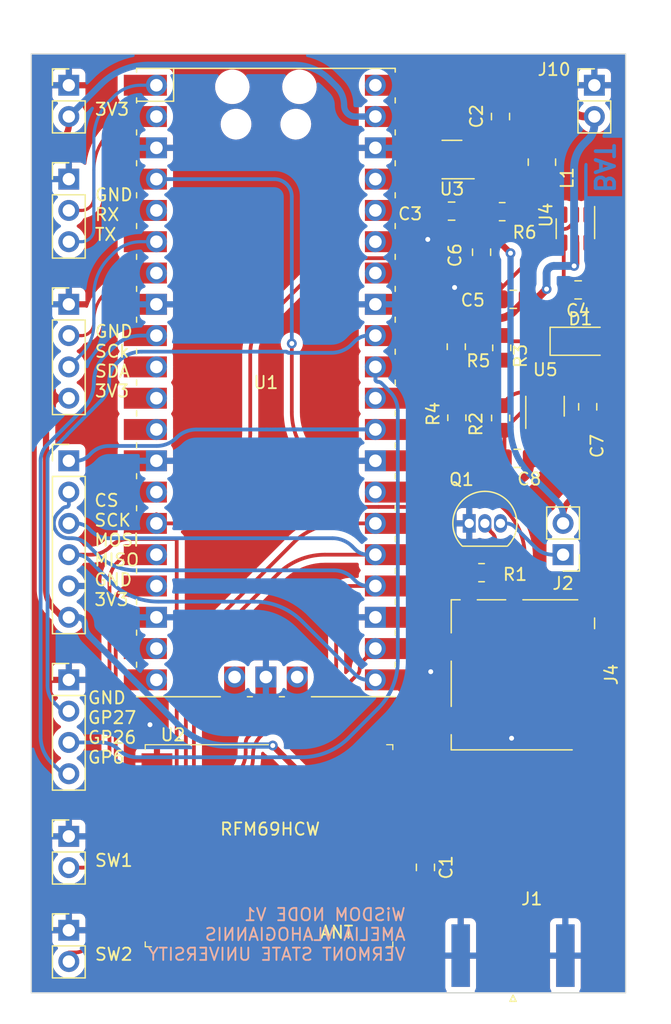
<source format=kicad_pcb>
(kicad_pcb (version 20221018) (generator pcbnew)
  (layers (0 "F.Cu" signal) (31 "B.Cu" signal) (34 "B.Paste" user) (35 "F.Paste" user) (36 "B.SilkS" user "B.Silkscreen") (37 "F.SilkS" user "F.Silkscreen") (38 "B.Mask" user) (39 "F.Mask" user) (44 "Edge.Cuts" user))
  (net 0 "")
  (net 1 "3V3")
  (net 2 "GND")
  (net 3 "Net-(U4-CPOS)")
  (net 4 "Net-(U4-CNEG)")
  (net 5 "Net-(U4-GND)")
  (net 6 "5V")
  (net 7 "CHG")
  (net 8 "Net-(U5-V_{SS})")
  (net 9 "BAT")
  (net 10 "Net-(D1-K)")
  (net 11 "/ANT")
  (net 12 "Net-(J2-Pin_1)")
  (net 13 "SD_CS")
  (net 14 "MOSI")
  (net 15 "SPI_SCK")
  (net 16 "MISO")
  (net 18 "UART_RX")
  (net 19 "UART_TX")
  (net 20 "I2C_SCK")
  (net 21 "I2C_SDA")
  (net 22 "SPI_CS")
  (net 23 "EXT_BTN")
  (net 24 "EXT_SW")
  (net 25 "GP27")
  (net 26 "GP26")
  (net 27 "GP6")
  (net 28 "Net-(U3-SW)")
  (net 29 "Net-(Q1-B)")
  (net 30 "TEROS_CTRL")
  (net 31 "Net-(U5-PROG)")
  (net 32 "Net-(U1-GPIO28_ADC2)")
  (net 33 "Net-(U1-GPIO11)")
  (net 34 "5V_CTRL")
  (net 42 "RFM_CS")
  (net 43 "RFM_RST")
  (footprint "RF_Module:HOPERF_RFM69HW" (layer "F.Cu") (at 70.104 115.062)
    (fp_text reference "U2")
    (fp_text value "RFM69HCW")
  )
  (footprint "Capacitor_SMD:C_0805_2012Metric_Pad1.18x1.45mm_HandSolder" (layer "F.Cu") (at 95.2029 69.9495 180)
    (fp_text reference "C4")
    (fp_text value "1uF" hide)
  )
  (footprint "Package_TO_SOT_SMD:SOT-23-6" (layer "F.Cu") (at 94.9824 64.9852 -90)
    (fp_text reference "U4")
    (fp_text value "CAT3200-5" hide)
  )
  (footprint "Resistor_SMD:R_0805_2012Metric_Pad1.20x1.40mm_HandSolder" (layer "F.Cu") (at 88.9115 80.3441 -90)
    (fp_text reference "R2")
    (fp_text value "2K" hide)
  )
  (footprint "PCM_Package_TO_SOT_THT_AKL:TO-92_Inline" (layer "F.Cu") (at 86.36 88.9)
    (fp_text reference "Q1")
    (fp_text value "2N3904" hide)
  )
  (footprint "Capacitor_SMD:C_0805_2012Metric_Pad1.18x1.45mm_HandSolder" (layer "F.Cu") (at 88.9 55.88 -90)
    (fp_text reference "C2")
    (fp_text value "10uF")
  )
  (footprint "Connector_Coaxial:SMA_Amphenol_132289_EdgeMount" (layer "F.Cu") (at 89.916 123.9805 90)
    (fp_text reference "J1")
    (fp_text value "Conn_Coaxial")
  )
  (footprint "Connector_PinHeader_2.54mm:PinHeader_1x02_P2.54mm_Vertical" (layer "F.Cu") (at 93.98 91.44 180)
    (fp_text reference "J2")
    (fp_text value "Conn_01x02_Pin" hide)
  )
  (footprint "Connector_PinHeader_2.54mm:PinHeader_1x02_P2.54mm_Vertical" (layer "F.Cu") (at 53.848 53.34)
    (fp_text reference "J3" hide)
    (fp_text value "Conn_01x02_Pin" hide)
  )
  (footprint "Connector_Card:microSD_HC_Molex_104031-0811" (layer "F.Cu") (at 90.7183 101.1709 -90)
    (fp_text reference "J4")
    (fp_text value "Micro_SD_Card" hide)
  )
  (footprint "Connector_PinHeader_2.54mm:PinHeader_1x03_P2.54mm_Vertical" (layer "F.Cu") (at 53.848 60.96)
    (fp_text reference "J5" hide)
    (fp_text value "Conn_01x03_Pin" hide)
  )
  (footprint "Package_TO_SOT_SMD:SOT-23-5" (layer "F.Cu") (at 92.5131 79.3891 90)
    (fp_text reference "U5")
    (fp_text value "MCP73831-2-OT" hide)
  )
  (footprint "Capacitor_SMD:C_0805_2012Metric_Pad1.18x1.45mm_HandSolder" (layer "F.Cu") (at 84.9288 63.5565 180)
    (fp_text reference "C3")
    (fp_text value "10uF" hide)
  )
  (footprint "Inductor_SMD:L_1008_2520Metric_Pad1.43x2.20mm_HandSolder" (layer "F.Cu") (at 92.2625 59.5825 -90)
    (fp_text reference "L1")
    (fp_text value "1uH" hide)
  )
  (footprint "Connector_PinHeader_2.54mm:PinHeader_1x04_P2.54mm_Vertical" (layer "F.Cu") (at 53.848 101.6)
    (fp_text reference "J11" hide)
    (fp_text value "Conn_01x04_Pin" hide)
  )
  (footprint "Resistor_SMD:R_0805_2012Metric_Pad1.20x1.40mm_HandSolder" (layer "F.Cu") (at 85.3548 80.325 90)
    (fp_text reference "R4")
    (fp_text value "470K" hide)
  )
  (footprint "Connector_PinHeader_2.54mm:PinHeader_1x02_P2.54mm_Vertical" (layer "F.Cu") (at 53.848 114.3)
    (fp_text reference "J8" hide)
    (fp_text value "Conn_01x02_Pin" hide)
  )
  (footprint "Connector_PinHeader_2.54mm:PinHeader_1x04_P2.54mm_Vertical" (layer "F.Cu") (at 53.848 71.12)
    (fp_text reference "J6" hide)
    (fp_text value "Conn_01x04_Pin" hide)
  )
  (footprint "Resistor_SMD:R_0805_2012Metric_Pad1.20x1.40mm_HandSolder" (layer "F.Cu") (at 87.36 92.9)
    (fp_text reference "R1")
    (fp_text value "1K" hide)
  )
  (footprint "Package_TO_SOT_SMD:TSOT-23-5" (layer "F.Cu") (at 84.9575 59.37 180)
    (fp_text reference "U3")
    (fp_text value "ADP2108AUJ-3.3" hide)
  )
  (footprint "Connector_PinHeader_2.54mm:PinHeader_1x02_P2.54mm_Vertical" (layer "F.Cu") (at 96.52 53.34)
    (fp_text reference "J10")
    (fp_text value "Conn_01x02_Pin")
  )
  (footprint "Connector_PinHeader_2.54mm:PinHeader_1x02_P2.54mm_Vertical" (layer "F.Cu") (at 53.848 121.92)
    (fp_text reference "J9" hide)
    (fp_text value "Conn_01x02_Pin" hide)
  )
  (footprint "LED_SMD:LED_1206_3216Metric_Pad1.42x1.75mm_HandSolder" (layer "F.Cu") (at 95.3875 74.12)
    (fp_text reference "D1")
    (fp_text value "LED" hide)
  )
  (footprint "MCU_RaspberryPi_and_Boards:RPi_Pico_SMD_TH" (layer "F.Cu") (at 69.85 77.47)
    (fp_text reference "U1")
    (fp_text value "Pico")
  )
  (footprint "Capacitor_SMD:C_0805_2012Metric_Pad1.18x1.45mm_HandSolder" (layer "F.Cu") (at 95.9797 79.4362 -90)
    (fp_text reference "C7")
    (fp_text value "4.7uF" hide)
  )
  (footprint "Capacitor_SMD:C_0805_2012Metric_Pad1.18x1.45mm_HandSolder" (layer "F.Cu") (at 82.804 116.8185 -90)
    (fp_text reference "C1")
    (fp_text value "0.1uF")
  )
  (footprint "Resistor_SMD:R_0805_2012Metric_Pad1.20x1.40mm_HandSolder" (layer "F.Cu") (at 85.3098 74.5623 90)
    (fp_text reference "R5")
    (fp_text value "470K" hide)
  )
  (footprint "Connector_PinHeader_2.54mm:PinHeader_1x06_P2.54mm_Vertical" (layer "F.Cu") (at 53.848 83.82)
    (fp_text reference "J7" hide)
    (fp_text value "Conn_01x06_Pin" hide)
  )
  (footprint "Resistor_SMD:R_0805_2012Metric_Pad1.20x1.40mm_HandSolder" (layer "F.Cu") (at 89.0015 74.6524 -90)
    (fp_text reference "R3")
    (fp_text value "470" hide)
  )
  (footprint "Capacitor_SMD:C_0805_2012Metric_Pad1.18x1.45mm_HandSolder" (layer "F.Cu") (at 87.3619 66.8901 -90)
    (fp_text reference "C6")
    (fp_text value "1uF" hide)
  )
  (footprint "Capacitor_SMD:C_0805_2012Metric_Pad1.18x1.45mm_HandSolder" (layer "F.Cu") (at 89.9335 70.7148 180)
    (fp_text reference "C5")
    (fp_text value "1uF" hide)
  )
  (footprint "Resistor_SMD:R_0805_2012Metric_Pad1.20x1.40mm_HandSolder" (layer "F.Cu") (at 89.0351 63.6015)
    (fp_text reference "R6")
    (fp_text value "10K" hide)
  )
  (footprint "Capacitor_SMD:C_0805_2012Metric_Pad1.18x1.45mm_HandSolder" (layer "F.Cu") (at 90.2601 83.6211 180)
    (fp_text reference "C8")
    (fp_text value "4.7uF" hide)
  )
  (gr_rect (start 50.8 50.8) (end 99.06 127) (stroke (width 0.1)) (fill none) (layer "Edge.Cuts"))
  (gr_text "5V SW" (at 98.393446 93.056154 90) (layer "F.Cu") (effects (font (size 1.5 1.5) (thickness 0.3) bold) (justify left bottom)))
  (gr_text "BAT" (at 96.423608 62.243538 -90) (layer "B.Cu") (effects (font (size 1.5 1.5) (thickness 0.3) bold) (justify left bottom mirror)))
  (gr_text "WiSDOM NODE V1\nAMELIA VLAHOGIANNIS\nVERMONT STATE UNIVERSITY" (at 81.28 124.46) (layer "B.SilkS") (effects (font (size 1 1)) (justify left bottom mirror)))
  (gr_text "ANT" (at 74.171866 122.669746) (layer "F.SilkS") (effects (font (size 1 1)) (justify left bottom)))
  (gr_text "GND\nRX\nTX" (at 55.88 66.04) (layer "F.SilkS") (effects (font (size 1 1)) (justify left bottom)))
  (gr_text "GND\nSCk\nSDA\n3V3\n" (at 55.88 78.74) (layer "F.SilkS") (effects (font (size 1 1)) (justify left bottom)))
  (gr_text "RFM69HCW" (at 66.04 114.3) (layer "F.SilkS") (effects (font (size 1 1)) (justify left bottom)))
  (gr_text "SW1\n" (at 55.88 116.84) (layer "F.SilkS") (effects (font (size 1 1)) (justify left bottom)))
  (gr_text "SW2" (at 55.88 124.46) (layer "F.SilkS") (effects (font (size 1 1)) (justify left bottom)))
  (gr_text "3V3" (at 55.88 55.88) (layer "F.SilkS") (effects (font (size 1 1)) (justify left bottom)))
  (gr_text "GND\nGP27\nGP26\nGP6\n" (at 55.31539 108.471648) (layer "F.SilkS") (effects (font (size 1 1)) (justify left bottom)))
  (gr_text "CS\nSCK\nMOSI\nMISO\nGND\n3V3" (at 55.832949 95.673829) (layer "F.SilkS") (effects (font (size 1 1)) (justify left bottom)))
  (segment (start 80.508919 114.062) (end 80.508713 114.062) (width 0.508) (layer "F.Cu") (net 1))
  (segment (start 79.349834 114.062) (end 79.349441 114.062) (width 0.508) (layer "F.Cu") (net 1))
  (segment (start 78.811074 114.062) (end 78.805762 114.062) (width 0.508) (layer "F.Cu") (net 1))
  (segment (start 80.613401 114.062) (end 80.613207 114.062) (width 0.508) (layer "F.Cu") (net 1))
  (segment (start 80.812164 114.062) (end 80.811991 114.062) (width 0.508) (layer "F.Cu") (net 1))
  (segment (start 80.518314 114.062) (end 80.518453 114.062) (width 0.508) (layer "F.Cu") (net 1))
  (segment (start 79.962707 114.062) (end 79.962528 114.062) (width 0.508) (layer "F.Cu") (net 1))
  (segment (start 80.801658 114.062) (end 80.800616 114.062) (width 0.508) (layer "F.Cu") (net 1))
  (segment (start 80.167671 114.062) (end 80.168013 114.062) (width 0.508) (layer "F.Cu") (net 1))
  (segment (start 78.782873 114.062) (end 78.783039 114.062) (width 0.508) (layer "F.Cu") (net 1))
  (segment (start 80.606336 114.062) (end 80.606213 114.062) (width 0.508) (layer "F.Cu") (net 1))
  (segment (start 78.369249 114.062) (end 78.369147 114.062) (width 0.508) (layer "F.Cu") (net 1))
  (segment (start 80.014093 114.062) (end 80.013839 114.062) (width 0.508) (layer "F.Cu") (net 1))
  (segment (start 79.660477 114.062) (end 79.662275 114.062) (width 0.508) (layer "F.Cu") (net 1))
  (segment (start 80.005572 114.062) (end 80.005754 114.062) (width 0.508) (layer "F.Cu") (net 1))
  (segment (start 77.909323 114.062) (end 77.909272 114.062) (width 0.508) (layer "F.Cu") (net 1))
  (segment (start 77.809043 114.062) (end 77.809668 114.062) (width 0.508) (layer "F.Cu") (net 1))
  (segment (start 79.310307 114.062) (end 79.307046 114.062) (width 0.508) (layer "F.Cu") (net 1))
  (segment (start 80.836217 114.062) (end 80.835349 114.062) (width 0.508) (layer "F.Cu") (net 1))
  (segment (start 80.51897 114.062) (end 80.51893 114.062) (width 0.508) (layer "F.Cu") (net 1))
  (segment (start 80.409618 114.062) (end 80.409597 114.062) (width 0.508) (layer "F.Cu") (net 1))
  (segment (start 80.516296 114.062) (end 80.516167 114.062) (width 0.508) (layer "F.Cu") (net 1))
  (segment (start 80.172934 114.062) (end 80.172769 114.062) (width 0.508) (layer "F.Cu") (net 1))
  (segment (start 80.909583 114.062) (end 80.909529 114.062) (width 0.508) (layer "F.Cu") (net 1))
  (segment (start 77.825367 114.062) (end 77.824724 114.062) (width 0.508) (layer "F.Cu") (net 1))
  (segment (start 80.600073 114.062) (end 80.599656 114.062) (width 0.508) (layer "F.Cu") (net 1))
  (segment (start 77.51991 114.062) (end 77.519828 114.062) (width 0.508) (layer "F.Cu") (net 1))
  (segment (start 78.861095 114.062) (end 78.86107 114.062) (width 0.508) (layer "F.Cu") (net 1))
  (segment (start 80.103116 114.062) (end 80.102802 114.062) (width 0.508) (layer "F.Cu") (net 1))
  (segment (start 80.474599 114.062) (end 80.474539 114.062) (width 0.508) (layer "F.Cu") (net 1))
  (segment (start 79.715057 114.062) (end 79.71534 114.062) (width 0.508) (layer "F.Cu") (net 1))
  (segment (start 80.472576 114.062) (end 80.472398 114.062) (width 0.508) (layer "F.Cu") (net 1))
  (segment (start 80.360825 114.062) (end 80.361638 114.062) (width 0.508) (layer "F.Cu") (net 1))
  (segment (start 77.933821 114.062) (end 77.934051 114.062) (width 0.508) (layer "F.Cu") (net 1))
  (segment (start 79.971173 114.062) (end 79.971034 114.062) (width 0.508) (layer "F.Cu") (net 1))
  (segment (start 80.585046 114.062) (end 80.584227 114.062) (width 0.508) (layer "F.Cu") (net 1))
  (segment (start 80.879393 114.062) (end 80.878242 114.062) (width 0.508) (layer "F.Cu") (net 1))
  (segment (start 80.644859 114.062) (end 80.641361 114.062) (width 0.508) (layer "F.Cu") (net 1))
  (segment (start 79.842561 114.062) (end 79.84193 114.062) (width 0.508) (layer "F.Cu") (net 1))
  (segment (start 80.134468 114.062) (end 80.134245 114.062) (width 0.508) (layer "F.Cu") (net 1))
  (segment (start 80.805086 114.062) (end 80.804999 114.062) (width 0.508) (layer "F.Cu") (net 1))
  (segment (start 80.121515 114.062) (end 80.12144 114.062) (width 0.508) (layer "F.Cu") (net 1))
  (segment (start 80.612663 114.062) (end 80.612236 114.062) (width 0.508) (layer "F.Cu") (net 1))
  (segment (start 80.522521 114.062) (end 80.522318 114.062) (width 0.508) (layer "F.Cu") (net 1))
  (segment (start 79.207865 114.062) (end 79.205668 114.062) (width 0.508) (layer "F.Cu") (net 1))
  (segment (start 80.661791 114.062) (end 80.66122 114.062) (width 0.508) (layer "F.Cu") (net 1))
  (segment (start 79.361295 114.062) (end 79.361334 114.062) (width 0.508) (layer "F.Cu") (net 1))
  (segment (start 79.324044 114.062) (end 79.323351 114.062) (width 0.508) (layer "F.Cu") (net 1))
  (segment (start 79.423957 114.062) (end 79.423781 114.062) (width 0.508) (layer "F.Cu") (net 1))
  (segment (start 80.531904 114.062) (end 80.531883 114.062) (width 0.508) (layer "F.Cu") (net 1))
  (segment (start 79.84969 114.062) (end 79.848976 114.062) (width 0.508) (layer "F.Cu") (net 1))
  (segment (start 80.094786 114.062) (end 80.094586 114.062) (width 0.508) (layer "F.Cu") (net 1))
  (segment (start 80.533321 114.062) (end 80.53343 114.062) (width 0.508) (layer "F.Cu") (net 1))
  (segment (start 80.52144 114.062) (end 80.52113 114.062) (width 0.508) (layer "F.Cu") (net 1))
  (segment (start 80.502226 114.062) (end 80.502198 114.062) (width 0.508) (layer "F.Cu") (net 1))
  (segment (start 80.496412 114.062) (end 80.496681 114.062) (width 0.508) (layer "F.Cu") (net 1))
  (segment (start 80.856944 114.062) (end 80.856857 114.062) (width 0.508) (layer "F.Cu") (net 1))
  (segment (start 78.044831 114.062) (end 78.040607 114.062) (width 0.508) (layer "F.Cu") (net 1))
  (segment (start 80.119546 114.062) (end 80.119479 114.062) (width 0.508) (layer "F.Cu") (net 1))
  (segment (start 79.500105 114.062) (end 79.496619 114.062) (width 0.508) (layer "F.Cu") (net 1))
  (segment (start 78.521832 114.062) (end 78.521504 114.062) (width 0.508) (layer "F.Cu") (net 1))
  (segment (start 80.51017 114.062) (end 80.510004 114.062) (width 0.508) (layer "F.Cu") (net 1))
  (segment (start 79.816836 114.062) (end 79.81434 114.062) (width 0.508) (layer "F.Cu") (net 1))
  (segment (start 80.660822 114.062) (end 80.660623 114.062) (width 0.508) (layer "F.Cu") (net 1))
  (segment (start 79.867472 114.062) (end 79.867281 114.062) (width 0.508) (layer "F.Cu") (net 1))
  (segment (start 80.855751 114.062) (end 80.855578 114.062) (width 0.508) (layer "F.Cu") (net 1))
  (segment (start 77.840524 114.062) (end 77.838954 114.062) (width 0.508) (layer "F.Cu") (net 1))
  (segment (start 78.243759 114.062) (end 78.243708 114.062) (width 0.508) (layer "F.Cu") (net 1))
  (segment (start 78.618237 114.062) (end 78.617824 114.062) (width 0.508) (layer "F.Cu") (net 1))
  (segment (start 77.650715 114.062) (end 77.645466 114.062) (width 0.508) (layer "F.Cu") (net 1))
  (segment (start 78.149949 114.062) (end 78.148916 114.062) (width 0.508) (layer "F.Cu") (net 1))
  (segment (start 78.514402 114.062) (end 78.513847 114.062) (width 0.508) (layer "F.Cu") (net 1))
  (segment (start 80.468796 114.062) (end 80.4682 114.062) (width 0.508) (layer "F.Cu") (net 1))
  (segment (start 79.993844 114.062) (end 79.993638 114.062) (width 0.508) (layer "F.Cu") (net 1))
  (segment (start 79.264555 114.062) (end 79.258428 114.062) (width 0.508) (layer "F.Cu") (net 1))
  (segment (start 80.621338 114.062) (end 80.620464 114.062) (width 0.508) (layer "F.Cu") (net 1))
  (segment (start 79.510893 114.062) (end 79.509082 114.062) (width 0.508) (layer "F.Cu") (net 1))
  (segment (start 79.670577 114.062) (end 79.670006 114.062) (width 0.508) (layer "F.Cu") (net 1))
  (segment (start 80.515858 114.062) (end 80.515808 114.062) (width 0.508) (layer "F.Cu") (net 1))
  (segment (start 80.512688 114.062) (end 80.512601 114.062) (width 0.508) (layer "F.Cu") (net 1))
  (segment (start 79.963065 114.062) (end 79.962767 114.062) (width 0.508) (layer "F.Cu") (net 1))
  (segment (start 80.140862 114.062) (end 80.140462 114.062) (width 0.508) (layer "F.Cu") (net 1))
  (segment (start 79.475951 114.062) (end 79.473865 114.062) (width 0.508) (layer "F.Cu") (net 1))
  (segment (start 80.146434 114.062) (end 80.14577 114.062) (width 0.508) (layer "F.Cu") (net 1))
  (segment (start 79.843293 114.062) (end 79.842595 114.062) (width 0.508) (layer "F.Cu") (net 1))
  (segment (start 80.113177 114.062) (end 80.113152 114.062) (width 0.508) (layer "F.Cu") (net 1))
  (segment (start 79.971173 114.062) (end 79.971477 114.062) (width 0.508) (layer "F.Cu") (net 1))
  (segment (start 80.182906 114.062) (end 80.182506 114.062) (width 0.508) (layer "F.Cu") (net 1))
  (segment (start 77.85645 114.062) (end 77.853156 114.062) (width 0.508) (layer "F.Cu") (net 1))
  (segment (start 80.494094 114.062) (end 80.494026 114.062) (width 0.508) (layer "F.Cu") (net 1))
  (segment (start 80.114298 114.062) (end 80.114249 114.062) (width 0.508) (layer "F.Cu") (net 1))
  (segment (start 80.31961 114.062) (end 80.318234 114.062) (width 0.508) (layer "F.Cu") (net 1))
  (segment (start 80.407999 114.062) (end 80.407051 114.062) (width 0.508) (layer "F.Cu") (net 1))
  (segment (start 78.51309 114.062) (end 78.512333 114.062) (width 0.508) (layer "F.Cu") (net 1))
  (segment (start 77.970823 114.062) (end 77.972082 114.062) (width 0.508) (layer "F.Cu") (net 1))
  (segment (start 80.47198 114.062) (end 80.471802 114.062) (width 0.508) (layer "F.Cu") (net 1))
  (segment (start 79.724754 114.062) (end 79.725239 114.062) (width 0.508) (layer "F.Cu") (net 1))
  (segment (start 80.596382 114.062) (end 80.595965 114.062) (width 0.508) (layer "F.Cu") (net 1))
  (segment (start 79.652705 114.062) (end 79.65174 114.062) (width 0.508) (layer "F.Cu") (net 1))
  (segment (start 80.606182 114.062) (end 80.605996 114.062) (width 0.508) (layer "F.Cu") (net 1))
  (segment (start 79.999013 114.062) (end 79.998964 114.062) (width 0.508) (layer "F.Cu") (net 1))
  (segment (start 80.896451 114.062) (end 80.896408 114.062) (width 0.508) (layer "F.Cu") (net 1))
  (segment (start 80.201405 114.062) (end 80.201139 114.062) (width 0.508) (layer "F.Cu") (net 1))
  (segment (start 80.10399 114.062) (end 80.103803 114.062) (width 0.508) (layer "F.Cu") (net 1))
  (segment (start 79.344921 114.062) (end 79.343686 114.062) (width 0.508) (layer "F.Cu") (net 1))
  (segment (start 79.925157 114.062) (end 79.924655 114.062) (width 0.508) (layer "F.Cu") (net 1))
  (segment (start 79.992783 114.062) (end 79.992635 114.062) (width 0.508) (layer "F.Cu") (net 1))
  (segment (start 80.069272 114.062) (end 80.069563 114.062) (width 0.508) (layer "F.Cu") (net 1))
  (segment (start 77.724446 114.062) (end 77.72256 114.062) (width 0.508) (layer "F.Cu") (net 1))
  (segment (start 80.09788 114.062) (end 80.098256 114.062) (width 0.508) (layer "F.Cu") (net 1))
  (segment (start 78.401502 114.062) (end 78.401095 114.062) (width 0.508) (layer "F.Cu") (net 1))
  (segment (start 78.558604 114.062) (end 78.556927 114.062) (width 0.508) (layer "F.Cu") (net 1))
  (segment (start 80.522932 114.062) (end 80.522724 114.062) (width 0.508) (layer "F.Cu") (net 1))
  (segment (start 79.357272 114.062) (end 79.356249 114.062) (width 0.508) (layer "F.Cu") (net 1))
  (segment (start 80.054237 114.062) (end 80.052683 114.062) (width 0.508) (layer "F.Cu") (net 1))
  (segment (start 80.609329 114.062) (end 80.608758 114.062) (width 0.508) (layer "F.Cu") (net 1))
  (segment (start 80.387336 114.062) (end 80.387041 114.062) (width 0.508) (layer "F.Cu") (net 1))
  (segment (start 80.882848 114.062) (end 80.88256 114.062) (width 0.508) (layer "F.Cu") (net 1))
  (segment (start 77.976956 114.062) (end 77.976944 114.062) (width 0.508) (layer "F.Cu") (net 1))
  (segment (start 80.097573 114.062) (end 80.097422 114.062) (width 0.508) (layer "F.Cu") (net 1))
  (segment (start 79.686432 114.062) (end 79.685881 114.062) (width 0.508) (layer "F.Cu") (net 1))
  (segment (start 77.664495 114.062) (end 77.663183 114.062) (width 0.508) (layer "F.Cu") (net 1))
  (segment (start 79.83541 114.062) (end 79.835536 114.062) (width 0.508) (layer "F.Cu") (net 1))
  (segment (start 79.755811 114.062) (end 79.753599 114.062) (width 0.508) (layer "F.Cu") (net 1))
  (segment (start 80.90494 114.062) (end 80.904853 114.062) (width 0.508) (layer "F.Cu") (net 1))
  (segment (start 79.840406 114.062) (end 79.840057 114.062) (width 0.508) (layer "F.Cu") (net 1))
  (segment (start 77.724589 114.062) (end 77.724446 114.062) (width 0.508) (layer "F.Cu") (net 1))
  (segment (start 80.144903 114.062) (end 80.144836 114.062) (width 0.508) (layer "F.Cu") (net 1))
  (segment (start 80.465937 114.062) (end 80.464628 114.062) (width 0.508) (layer "F.Cu") (net 1))
  (segment (start 78.962998 114.062) (end 78.962377 114.062) (width 0.508) (layer "F.Cu") (net 1))
  (segment (start 80.754336 114.062) (end 80.757419 114.062) (width 0.508) (layer "F.Cu") (net 1))
  (segment (start 79.89522 114.062) (end 79.893849 114.062) (width 0.508) (layer "F.Cu") (net 1))
  (segment (start 77.54525 114.062) (end 77.545004 114.062) (width 0.508) (layer "F.Cu") (net 1))
  (segment (start 77.56979 114.062) (end 77.569175 114.062) (width 0.508) (layer "F.Cu") (net 1))
  (segment (start 79.704808 114.062) (end 79.704445 114.062) (width 0.508) (layer "F.Cu") (net 1))
  (segment (start 77.655964 114.062) (end 77.657769 114.062) (width 0.508) (layer "F.Cu") (net 1))
  (segment (start 79.905593 114.062) (end 79.903641 114.062) (width 0.508) (layer "F.Cu") (net 1))
  (segment (start 79.704308 114.062) (end 79.704445 114.062) (width 0.508) (layer "F.Cu") (net 1))
  (segment (start 80.084854 114.062) (end 80.084688 114.062) (width 0.508) (layer "F.Cu") (net 1))
  (segment (start 80.832528 114.062) (end 80.832441 114.062) (width 0.508) (layer "F.Cu") (net 1))
  (segment (start 77.525814 114.062) (end 77.525732 114.062) (width 0.508) (layer "F.Cu") (net 1))
  (segment (start 79.935827 114.062) (end 79.934232 114.062) (width 0.508) (layer "F.Cu") (net 1))
  (segment (start 77.710032 114.062) (end 77.710257 114.062) (width 0.508) (layer "F.Cu") (net 1))
  (segment (start 77.520484 114.062) (end 77.520156 114.062) (width 0.508) (layer "F.Cu") (net 1))
  (segment (start 80.283008 114.062) (end 80.282876 114.062) (width 0.508) (layer "F.Cu") (net 1))
  (segment (start 79.908561 114.062) (end 79.908481 114.062) (width 0.508) (layer "F.Cu") (net 1))
  (segment (start 80.152807 114.062) (end 80.151642 114.062) (width 0.508) (layer "F.Cu") (net 1))
  (segment (start 79.962767 114.062) (end 79.962707 114.062) (width 0.508) (layer "F.Cu") (net 1))
  (segment (start 79.860627 114.062) (end 79.86056 114.062) (width 0.508) (layer "F.Cu") (net 1))
  (segment (start 79.313568 114.062) (end 79.317025 114.062) (width 0.508) (layer "F.Cu") (net 1))
  (segment (start 79.834531 114.062) (end 79.83498 114.062) (width 0.508) (layer "F.Cu") (net 1))
  (segment (start 78.135821 114.062) (end 78.136412 114.062) (width 0.508) (layer "F.Cu") (net 1))
  (segment (start 77.9629 114.062) (end 77.961742 114.062) (width 0.508) (layer "F.Cu") (net 1))
  (segment (start 79.827583 114.062) (end 79.826918 114.062) (width 0.508) (layer "F.Cu") (net 1))
  (segment (start 80.480318 114.062) (end 80.47998 114.062) (width 0.508) (layer "F.Cu") (net 1))
  (segment (start 78.013041 114.062) (end 78.013493 114.062) (width 0.508) (layer "F.Cu") (net 1))
  (segment (start 80.399165 114.062) (end 80.398033 114.062) (width 0.508) (layer "F.Cu") (net 1))
  (segment (start 80.163844 114.062) (end 80.161344 114.062) (width 0.508) (layer "F.Cu") (net 1))
  (segment (start 79.153301 114.062) (end 79.156695 114.062) (width 0.508) (layer "F.Cu") (net 1))
  (segment (start 80.531169 114.062) (end 80.530697 114.062) (width 0.508) (layer "F.Cu") (net 1))
  (segment (start 80.81069 114.062) (end 80.811818 114.062) (width 0.508) (layer "F.Cu") (net 1))
  (segment (start 79.875594 114.062) (end 79.876509 114.062) (width 0.508) (layer "F.Cu") (net 1))
  (segment (start 79.877931 114.062) (end 79.877499 114.062) (width 0.508) (layer "F.Cu") (net 1))
  (segment (start 78.797947 114.062) (end 78.797845 114.062) (width 0.508) (layer "F.Cu") (net 1))
  (segment (start 80.099711 114.062) (end 80.099676 114.062) (width 0.508) (layer "F.Cu") (net 1))
  (segment (start 80.506061 114.062) (end 80.505885 114.062) (width 0.508) (layer "F.Cu") (net 1))
  (segment (start 79.655681 114.062) (end 79.655623 114.062) (width 0.508) (layer "F.Cu") (net 1))
  (segment (start 80.516117 114.062) (end 80.516067 114.062) (width 0.508) (layer "F.Cu") (net 1))
  (segment (start 80.242706 114.062) (end 80.247154 114.062) (width 0.508) (layer "F.Cu") (net 1))
  (segment (start 80.76098 114.062) (end 80.761284 114.062) (width 0.508) (layer "F.Cu") (net 1))
  (segment (start 80.834481 114.062) (end 80.834307 114.062) (width 0.508) (layer "F.Cu") (net 1))
  (segment (start 80.113035 114.062) (end 80.112918 114.062) (width 0.508) (layer "F.Cu") (net 1))
  (segment (start 77.924459 114.062) (end 77.923997 114.062) (width 0.508) (layer "F.Cu") (net 1))
  (segment (start 79.368379 114.062) (end 79.367765 114.062) (width 0.508) (layer "F.Cu") (net 1))
  (segment (start 79.68533 114.062) (end 79.684779 114.062) (width 0.508) (layer "F.Cu") (net 1))
  (segment (start 80.81069 114.062) (end 80.810516 114.062) (width 0.508) (layer "F.Cu") (net 1))
  (segment (start 77.929523 114.062) (end 77.929117 114.062) (width 0.508) (layer "F.Cu") (net 1))
  (segment (start 79.149106 114.062) (end 79.145524 114.062) (width 0.508) (layer "F.Cu") (net 1))
  (segment (start 79.328089 114.062) (end 79.327691 114.062) (width 0.508) (layer "F.Cu") (net 1))
  (segment (start 80.899577 114.062) (end 80.899534 114.062) (width 0.508) (layer "F.Cu") (net 1))
  (segment (start 78.786299 114.062) (end 78.786912 114.062) (width 0.508) (layer "F.Cu") (net 1))
  (segment (start 77.631442 114.062) (end 77.631462 114.062) (width 0.508) (layer "F.Cu") (net 1))
  (segment (start 78.797743 114.062) (end 78.797641 114.062) (width 0.508) (layer "F.Cu") (net 1))
  (segment (start 80.585865 114.062) (end 80.585046 114.062) (width 0.508) (layer "F.Cu") (net 1))
  (segment (start 80.370438 114.062) (end 80.366229 114.062) (width 0.508) (layer "F.Cu") (net 1))
  (segment (start 80.120823 114.062) (end 80.120532 114.062) (width 0.508) (layer "F.Cu") (net 1))
  (segment (start 78.480408 114.062) (end 78.479828 114.062) (width 0.508) (layer "F.Cu") (net 1))
  (segment (start 78.395239 114.062) (end 78.395137 114.062) (width 0.508) (layer "F.Cu") (net 1))
  (segment (start 80.472754 114.062) (end 80.472576 114.062) (width 0.508) (layer "F.Cu") (net 1))
  (segment (start 80.403349 114.062) (end 80.403201 114.062) (width 0.508) (layer "F.Cu") (net 1))
  (segment (start 80.096243 114.062) (end 80.095989 114.062) (width 0.508) (layer "F.Cu") (net 1))
  (segment (start 80.906871 114.062) (end 80.906828 114.062) (width 0.508) (layer "F.Cu") (net 1))
  (segment (start 80.618119 114.062) (end 80.620464 114.062) (width 0.508) (layer "F.Cu") (net 1))
  (segment (start 80.520121 114.062) (end 80.519764 114.062) (width 0.508) (layer "F.Cu") (net 1))
  (segment (start 79.669435 114.062) (end 79.669488 114.062) (width 0.508) (layer "F.Cu") (net 1))
  (segment (start 78.138887 114.062) (end 78.137354 114.062) (width 0.508) (layer "F.Cu") (net 1))
  (segment (start 80.72062 114.062) (end 80.713902 114.062) (width 0.508) (layer "F.Cu") (net 1))
  (segment (start 78.699095 114.062) (end 78.698689 114.062) (width 0.508) (layer "F.Cu") (net 1))
  (segment (start 80.095989 114.062) (end 80.095735 114.062) (width 0.508) (layer "F.Cu") (net 1))
  (segment (start 79.342722 114.062) (end 79.339559 114.062) (width 0.508) (layer "F.Cu") (net 1))
  (segment (start 79.782412 114.062) (end 79.77795 114.062) (width 0.508) (layer "F.Cu") (net 1))
  (segment (start 80.402561 114.062) (end 80.401429 114.062) (width 0.508) (layer "F.Cu") (net 1))
  (segment (start 80.51768 114.062) (end 80.517328 114.062) (width 0.508) (layer "F.Cu") (net 1))
  (segment (start 79.412144 114.062) (end 79.410194 114.062) (width 0.508) (layer "F.Cu") (net 1))
  (segment (start 80.030161 114.062) (end 80.031139 114.062) (width 0.508) (layer "F.Cu") (net 1))
  (segment (start 80.509452 114.062) (end 80.509303 114.062) (width 0.508) (layer "F.Cu") (net 1))
  (segment (start 78.597143 114.062) (end 78.597042 114.062) (width 0.508) (layer "F.Cu") (net 1))
  (segment (start 80.408764 114.062) (end 80.408946 114.062) (width 0.508) (layer "F.Cu") (net 1))
  (segment (start 80.613595 114.062) (end 80.613401 114.062) (width 0.508) (layer "F.Cu") (net 1))
  (segment (start 79.984874 114.062) (end 79.984578 114.062) (width 0.508) (layer "F.Cu") (net 1))
  (segment (start 80.906502 114.062) (end 80.906485 114.062) (width 0.508) (layer "F.Cu") (net 1))
  (segment (start 78.523491 114.062) (end 78.522921 114.062) (width 0.508) (layer "F.Cu") (net 1))
  (segment (start 79.987997 114.062) (end 79.987702 114.062) (width 0.508) (layer "F.Cu") (net 1))
  (segment (start 79.704308 114.062) (end 79.704219 114.062) (width 0.508) (layer "F.Cu") (net 1))
  (segment (start 80.037686 114.062) (end 80.037353 114.062) (width 0.508) (layer "F.Cu") (net 1))
  (segment (start 80.118322 114.062) (end 80.118132 114.062) (width 0.508) (layer "F.Cu") (net 1))
  (segment (start 78.270535 114.062) (end 78.26805 114.062) (width 0.508) (layer "F.Cu") (net 1))
  (segment (start 80.518533 114.062) (end 80.518493 114.062) (width 0.508) (layer "F.Cu") (net 1))
  (segment (start 80.806693 114.062) (end 80.805998 114.062) (width 0.508) (layer "F.Cu") (net 1))
  (segment (start 80.489913 114.062) (end 80.490061 114.062) (width 0.508) (layer "F.Cu") (net 1))
  (segment (start 79.973803 114.062) (end 79.973753 114.062) (width 0.508) (layer "F.Cu") (net 1))
  (segment (start 78.989749 114.062) (end 78.989518 114.062) (width 0.508) (layer "F.Cu") (net 1))
  (segment (start 80.663131 114.062) (end 80.661791 114.062) (width 0.508) (layer "F.Cu") (net 1))
  (segment (start 78.989518 114.062) (end 78.98897 114.062) (width 0.508) (layer "F.Cu") (net 1))
  (segment (start 80.909632 114.062) (end 80.909615 114.062) (width 0.508) (layer "F.Cu") (net 1))
  (segment (start 79.671059 114.062) (end 79.67141 114.062) (width 0.508) (layer "F.Cu") (net 1))
  (segment (start 79.351025 114.062) (end 79.350624 114.062) (width 0.508) (layer "F.Cu") (net 1))
  (segment (start 79.940254 114.062) (end 79.938864 114.062) (width 0.508) (layer "F.Cu") (net 1))
  (segment (start 80.526877 114.062) (end 80.526182 114.062) (width 0.508) (layer "F.Cu") (net 1))
  (segment (start 78.12155 114.062) (end 78.122458 114.062) (width 0.508) (layer "F.Cu") (net 1))
  (segment (start 80.89144 114.062) (end 80.89122 114.062) (width 0.508) (layer "F.Cu") (net 1))
  (segment (start 80.172415 114.062) (end 80.172439 114.062) (width 0.508) (layer "F.Cu") (net 1))
  (segment (start 79.929328 114.062) (end 79.9297 114.062) (width 0.508) (layer "F.Cu") (net 1))
  (segment (start 79.150095 114.062) (end 79.149106 114.062) (width 0.508) (layer "F.Cu") (net 1))
  (segment (start 79.676981 114.062) (end 79.676496 114.062) (width 0.508) (layer "F.Cu") (net 1))
  (segment (start 80.868543 114.062) (end 80.868489 114.062) (width 0.508) (layer "F.Cu") (net 1))
  (segment (start 80.173312 114.062) (end 80.173482 114.062) (width 0.508) (layer "F.Cu") (net 1))
  (segment (start 77.935489 114.062) (end 77.935619 114.062) (width 0.508) (layer "F.Cu") (net 1))
  (segment (start 79.821487 114.062) (end 79.821038 114.062) (width 0.508) (layer "F.Cu") (net 1))
  (segment (start 80.805478 114.062) (end 80.805304 114.062) (width 0.508) (layer "F.Cu") (net 1))
  (segment (start 78.254053 114.062) (end 78.254003 114.062) (width 0.508) (layer "F.Cu") (net 1))
  (segment (start 80.780036 114.062) (end 80.778213 114.062) (width 0.508) (layer "F.Cu") (net 1))
  (segment (start 79.868805 114.062) (end 79.869154 114.062) (width 0.508) (layer "F.Cu") (net 1))
  (segment (start 80.510502 114.062) (end 80.510336 114.062) (width 0.508) (layer "F.Cu") (net 1))
  (segment (start 80.505126 114.062) (end 80.505372 114.062) (width 0.508) (layer "F.Cu") (net 1))
  (segment (start 80.892134 114.062) (end 80.89144 114.062) (width 0.508) (layer "F.Cu") (net 1))
  (segment (start 79.625044 114.062) (end 79.624562 114.062) (width 0.508) (layer "F.Cu") (net 1))
  (segment (start 78.16848 114.062) (end 78.163333 114.062) (width 0.508) (layer "F.Cu") (net 1))
  (segment (start 80.512852 114.062) (end 80.512785 114.062) (width 0.508) (layer "F.Cu") (net 1))
  (segment (start 79.38848 114.062) (end 79.388492 114.062) (width 0.508) (layer "F.Cu") (net 1))
  (segment (start 80.896365 114.062) (end 80.896322 114.062) (width 0.508) (layer "F.Cu") (net 1))
  (segment (start 78.893682 114.062) (end 78.891848 114.062) (width 0.508) (layer "F.Cu") (net 1))
  (segment (start 79.313568 114.062) (end 79.310307 114.062) (width 0.508) (layer "F.Cu") (net 1))
  (segment (start 80.505105 114.062) (end 80.505084 114.062) (width 0.508) (layer "F.Cu") (net 1))
  (segment (start 79.982019 114.062) (end 79.981331 114.062) (width 0.508) (layer "F.Cu") (net 1))
  (segment (start 79.467312 114.062) (end 79.465816 114.062) (width 0.508) (layer "F.Cu") (net 1))
  (segment (start 80.762322 114.062) (end 80.762611 114.062) (width 0.508) (layer "F.Cu") (net 1))
  (segment (start 80.241438 114.062) (end 80.240804 114.062) (width 0.508) (layer "F.Cu") (net 1))
  (segment (start 80.120823 114.062) (end 80.12086 114.062) (width 0.508) (layer "F.Cu") (net 1))
  (segment (start 78.792531 114.062) (end 78.79243 114.062) (width 0.508) (layer "F.Cu") (net 1))
  (segment (start 79.847019 114.062) (end 79.845589 114.062) (width 0.508) (layer "F.Cu") (net 1))
  (segment (start 80.14898 114.062) (end 80.148763 114.062) (width 0.508) (layer "F.Cu") (net 1))
  (segment (start 80.49942 114.062) (end 80.498984 114.062) (width 0.508) (layer "F.Cu") (net 1))
  (segment (start 80.098472 114.062) (end 80.098256 114.062) (width 0.508) (layer "F.Cu") (net 1))
  (segment (start 80.855231 114.062) (end 80.855057 114.062) (width 0.508) (layer "F.Cu") (net 1))
  (segment (start 79.354486 114.062) (end 79.353496 114.062) (width 0.508) (layer "F.Cu") (net 1))
  (segment (start 80.417748 114.062) (end 80.417715 114.062) (width 0.508) (layer "F.Cu") (net 1))
  (segment (start 80.531865 114.062) (end 80.531871 114.062) (width 0.508) (layer "F.Cu") (net 1))
  (segment (start 80.174722 114.062) (end 80.174681 114.062) (width 0.508) (layer "F.Cu") (net 1))
  (segment (start 79.973345 114.062) (end 79.973298 114.062) (width 0.508) (layer "F.Cu") (net 1))
  (segment (start 78.531067 114.062) (end 78.530518 114.062) (width 0.508) (layer "F.Cu") (net 1))
  (segment (start 78.533957 114.062) (end 78.533882 114.062) (width 0.508) (layer "F.Cu") (net 1))
  (segment (start 79.886739 114.062) (end 79.886131 114.062) (width 0.508) (layer "F.Cu") (net 1))
  (segment (start 77.932816 114.062) (end 77.93158 114.062) (width 0.508) (layer "F.Cu") (net 1))
  (segment (start 79.988658 114.062) (end 79.988467 114.062) (width 0.508) (layer "F.Cu") (net 1))
  (segment (start 79.124032 114.062) (end 79.12045 114.062) (width 0.508) (layer "F.Cu") (net 1))
  (segment (start 77.993064 114.062) (end 77.992704 114.062) (width 0.508) (layer "F.Cu") (net 1))
  (segment (start 79.733335 114.062) (end 79.733065 114.062) (width 0.508) (layer "F.Cu") (net 1))
  (segment (start 80.115289 114.062) (end 80.115312 114.062) (width 0.508) (layer "F.Cu") (net 1))
  (segment (start 77.914705 114.062) (end 77.913053 114.062) (width 0.508) (layer "F.Cu") (net 1))
  (segment (start 80.114917 114.062) (end 80.114857 114.062) (width 0.508) (layer "F.Cu") (net 1))
  (segment (start 78.609065 114.062) (end 78.608963 114.062) (width 0.508) (layer "F.Cu") (net 1))
  (segment (start 77.925892 114.062) (end 77.925735 114.062) (width 0.508) (layer "F.Cu") (net 1))
  (segment (start 80.031753 114.062) (end 80.032442 114.062) (width 0.508) (layer "F.Cu") (net 1))
  (segment (start 78.135821 114.062) (end 78.134522 114.062) (width 0.508) (layer "F.Cu") (net 1))
  (segment (start 80.909782 114.062) (end 80.909739 114.062) (width 0.508) (layer "F.Cu") (net 1))
  (segment (start 80.540622 114.062) (end 80.540185 114.062) (width 0.508) (layer "F.Cu") (net 1))
  (segment (start 78.5114 114.062) (end 78.508776 114.062) (width 0.508) (layer "F.Cu") (net 1))
  (segment (start 80.522724 114.062) (end 80.522521 114.062) (width 0.508) (layer "F.Cu") (net 1))
  (segment (start 79.530601 114.062) (end 79.52308 114.062) (width 0.508) (layer "F.Cu") (net 1))
  (segment (start 79.826918 114.062) (end 79.824656 114.062) (width 0.508) (layer "F.Cu") (net 1))
  (segment (start 80.018634 114.062) (end 80.018364 114.062) (width 0.508) (layer "F.Cu") (net 1))
  (segment (start 79.988658 114.062) (end 79.988736 114.062) (width 0.508) (layer "F.Cu") (net 1))
  (segment (start 80.09397 114.062) (end 80.09377 114.062) (width 0.508) (layer "F.Cu") (net 1))
  (segment (start 80.07196 114.062) (end 80.071161 114.062) (width 0.508) (layer "F.Cu") (net 1))
  (segment (start 77.683196 114.062) (end 77.679916 114.062) (width 0.508) (layer "F.Cu") (net 1))
  (segment (start 80.856641 114.062) (end 80.856598 114.062) (width 0.508) (layer "F.Cu") (net 1))
  (segment (start 79.349441 114.062) (end 79.349048 114.062) (width 0.508) (layer "F.Cu") (net 1))
  (segment (start 80.099908 114.062) (end 80.099805 114.062) (width 0.508) (layer "F.Cu") (net 1))
  (segment (start 77.943987 114.062) (end 77.94347 114.062) (width 0.508) (layer "F.Cu") (net 1))
  (segment (start 77.607248 114.062) (end 77.606264 114.062) (width 0.508) (layer "F.Cu") (net 1))
  (segment (start 77.622832 114.062) (end 77.622504 114.062) (width 0.508) (layer "F.Cu") (net 1))
  (segment (start 80.003619 114.062) (end 80.002795 114.062) (width 0.508) (layer "F.Cu") (net 1))
  (segment (start 78.011579 114.062) (end 78.011683 114.062) (width 0.508) (layer "F.Cu") (net 1))
  (segment (start 79.205668 114.062) (end 79.203471 114.062) (width 0.508) (layer "F.Cu") (net 1))
  (segment (start 79.844091 114.062) (end 79.843326 114.062) (width 0.508) (layer "F.Cu") (net 1))
  (segment (start 80.807388 114.062) (end 80.806693 114.062) (width 0.508) (layer "F.Cu") (net 1))
  (segment (start 80.906112 114.062) (end 80.905939 114.062) (width 0.508) (layer "F.Cu") (net 1))
  (segment (start 77.669907 114.062) (end 77.668267 114.062) (width 0.508) (layer "F.Cu") (net 1))
  (segment (start 79.860828 114.062) (end 79.860761 114.062) (width 0.508) (layer "F.Cu") (net 1))
  (segment (start 80.293741 114.062) (end 80.29491 114.062) (width 0.508) (layer "F.Cu") (net 1))
  (segment (start 80.583408 114.062) (end 80.583303 114.062) (width 0.508) (layer "F.Cu") (net 1))
  (segment (start 80.503195 114.062) (end 80.503244 114.062) (width 0.508) (layer "F.Cu") (net 1))
  (segment (start 78.616995 114.062) (end 78.617824 114.062) (width 0.508) (layer "F.Cu") (net 1))
  (segment (start 79.960087 114.062) (end 79.958956 114.062) (width 0.508) (layer "F.Cu") (net 1))
  (segment (start 77.82554 114.062) (end 77.825367 114.062) (width 0.508) (layer "F.Cu") (net 1))
  (segment (start 80.533757 114.062) (end 80.533679 114.062) (width 0.508) (layer "F.Cu") (net 1))
  (segment (start 79.675041 114.062) (end 79.674493 114.062) (width 0.508) (layer "F.Cu") (net 1))
  (segment (start 80.515599 114.062) (end 80.51556 114.062) (width 0.508) (layer "F.Cu") (net 1))
  (segment (start 80.426102 114.062) (end 80.424597 114.062) (width 0.508) (layer "F.Cu") (net 1))
  (segment (start 77.625681 114.062) (end 77.62603 114.062) (width 0.508) (layer "F.Cu") (net 1))
  (segment (start 77.966656 114.062) (end 77.966719 114.062) (width 0.508) (layer "F.Cu") (net 1))
  (segment (start 77.5947 114.062) (end 77.595172 114.062) (width 0.508) (layer "F.Cu") (net 1))
  (segment (start 80.173312 114.062) (end 80.173225 114.062) (width 0.508) (layer "F.Cu") (net 1))
  (segment (start 80.883663 114.062) (end 80.883587 114.062) (width 0.508) (layer "F.Cu") (net 1))
  (segment (start 80.111681 114.062) (end 80.111496 114.062) (width 0.508) (layer "F.Cu") (net 1))
  (segment (start 80.628299 114.062) (end 80.628275 114.062) (width 0.508) (layer "F.Cu") (net 1))
  (segment (start 80.097239 114.062) (end 80.097422 114.062) (width 0.508) (layer "F.Cu") (net 1))
  (segment (start 77.780232 114.062) (end 77.771472 114.062) (width 0.508) (layer "F.Cu") (net 1))
  (segment (start 80.803482 114.062) (end 80.804002 114.062) (width 0.508) (layer "F.Cu") (net 1))
  (segment (start 80.084206 114.062) (end 80.083408 114.062) (width 0.508) (layer "F.Cu") (net 1))
  (segment (start 80.21904 114.062) (end 80.219646 114.062) (width 0.508) (layer "F.Cu") (net 1))
  (segment (start 80.487206 114.062) (end 80.487435 114.062) (width 0.508) (layer "F.Cu") (net 1))
  (segment (start 80.88957 114.062) (end 80.889353 114.062) (width 0.508) (layer "F.Cu") (net 1))
  (segment (start 77.974524 114.062) (end 77.973945 114.062) (width 0.508) (layer "F.Cu") (net 1))
  (segment (start 80.512366 114.062) (end 80.512038 114.062) (width 0.508) (layer "F.Cu") (net 1))
  (segment (start 77.5195 114.062) (end 77.51952 114.062) (width 0.508) (layer "F.Cu") (net 1))
  (segment (start 80.516798 114.062) (end 80.516771 114.062) (width 0.508) (layer "F.Cu") (net 1))
  (segment (start 77.659409 114.062) (end 77.657769 114.062) (width 0.508) (layer "F.Cu") (net 1))
  (segment (start 80.398033 114.062) (end 80.396901 114.062) (width 0.508) (layer "F.Cu") (net 1))
  (segment (start 78.004065 114.062) (end 78.003011 114.062) (width 0.508) (layer "F.Cu") (net 1))
  (segment (start 80.231705 114.062) (end 80.226804 114.062) (width 0.508) (layer "F.Cu") (net 1))
  (segment (start 79.872506 114.062) (end 79.871707 114.062) (width 0.508) (layer "F.Cu") (net 1))
  (segment (start 90.485913 61.7857) (end 88.989244 61.7857) (width 0.508) (layer "F.Cu") (net 1))
  (segment (start 80.1027 114.062) (end 80.1023 114.062) (width 0.508) (layer "F.Cu") (net 1))
  (segment (start 80.103304 114.062) (end 80.103241 114.062) (width 0.508) (layer "F.Cu") (net 1))
  (segment (start 77.482967 114.004067) (end 70.4089 106.93) (width 0.508) (layer "F.Cu") (net 1))
  (segment (start 79.65174 114.062) (end 79.650775 114.062) (width 0.508) (layer "F.Cu") (net 1))
  (segment (start 80.293741 114.062) (end 80.291894 114.062) (width 0.508) (layer "F.Cu") (net 1))
  (segment (start 80.551328 114.062) (end 80.551239 114.062) (width 0.508) (layer "F.Cu") (net 1))
  (segment (start 80.654183 114.062) (end 80.654112 114.062) (width 0.508) (layer "F.Cu") (net 1))
  (segment (start 79.739434 114.062) (end 79.739502 114.062) (width 0.508) (layer "F.Cu") (net 1))
  (segment (start 80.168979 114.062) (end 80.168013 114.062) (width 0.508) (layer "F.Cu") (net 1))
  (segment (start 77.936597 114.062) (end 77.937445 114.062) (width 0.508) (layer "F.Cu") (net 1))
  (segment (start 78.982472 114.062) (end 78.983974 114.062) (width 0.508) (layer "F.Cu") (net 1))
  (segment (start 80.418014 114.062) (end 80.417847 114.062) (width 0.508) (layer "F.Cu") (net 1))
  (segment (start 80.551631 114.062) (end 80.551328 114.062) (width 0.508) (layer "F.Cu") (net 1))
  (segment (start 79.294101 114.062) (end 79.291631 114.062) (width 0.508) (layer "F.Cu") (net 1))
  (segment (start 80.905027 114.062) (end 80.905071 114.062) (width 0.508) (layer "F.Cu") (net 1))
  (segment (start 80.432137 114.062) (end 80.427612 114.062) (width 0.508) (layer "F.Cu") (net 1))
  (segment (start 80.539233 114.062) (end 80.537844 114.062) (width 0.508) (layer "F.Cu") (net 1))
  (segment (start 80.494299 114.062) (end 80.494518 114.062) (width 0.508) (layer "F.Cu") (net 1))
  (segment (start 80.813488 114.062) (end 80.813987 114.062) (width 0.508) (layer "F.Cu") (net 1))
  (segment (start 77.735046 114.062) (end 77.733754 114.062) (width 0.508) (layer "F.Cu") (net 1))
  (segment (start 80.774567 114.062) (end 80.771028 114.062) (width 0.508) (layer "F.Cu") (net 1))
  (segment (start 80.509125 114.062) (end 80.508919 114.062) (width 0.508) (layer "F.Cu") (net 1))
  (segment (start 79.657981 114.062) (end 79.657839 114.062) (width 0.508) (layer "F.Cu") (net 1))
  (segment (start 80.502048 114.062) (end 80.502078 114.062) (width 0.508) (layer "F.Cu") (net 1))
  (segment (start 80.896567 114.062) (end 80.896534 114.062) (width 0.508) (layer "F.Cu") (net 1))
  (segment (start 77.835816 114.062) (end 77.835506 114.062) (width 0.508) (layer "F.Cu") (net 1))
  (segment (start 78.594737 114.062) (end 78.594702 114.062) (width 0.508) (layer "F.Cu") (net 1))
  (segment (start 77.926668 114.062) (end 77.926308 114.062) (width 0.508) (layer "F.Cu") (net 1))
  (segment (start 78.025442 114.062) (end 78.026209 114.062) (width 0.508) (layer "F.Cu") (net 1))
  (segment (start 80.321687 114.062) (end 80.320761 114.062) (width 0.508) (layer "F.Cu") (net 1))
  (segment (start 79.723458 114.062) (end 79.723513 114.062) (width 0.508) (layer "F.Cu") (net 1))
  (segment (start 79.978094 114.062) (end 79.978004 114.062) (width 0.508) (layer "F.Cu") (net 1))
  (segment (start 77.987043 114.062) (end 77.986426 114.062) (width 0.508) (layer "F.Cu") (net 1))
  (segment (start 77.985758 114.062) (end 77.985038 114.062) (width 0.508) (layer "F.Cu") (net 1))
  (segment (start 80.818615 114.062) (end 80.818852 114.062) (width 0.508) (layer "F.Cu") (net 1))
  (segment (start 77.849862 114.062) (end 77.84742 114.062) (width 0.508) (layer "F.Cu") (net 1))
  (segment (start 78.889313 114.062) (end 78.886077 114.062) (width 0.508) (layer "F.Cu") (net 1))
  (segment (start 80.548481 114.062) (end 80.547731 114.062) (width 0.508) (layer "F.Cu") (net 1))
  (segment (start 77.627588 114.062) (end 77.626686 114.062) (width 0.508) (layer "F.Cu") (net 1))
  (segment (start 77.675157 114.062) (end 77.673517 114.062) (width 0.508) (layer "F.Cu") (net 1))
  (segment (start 80.870448 114.062) (end 80.870161 114.062) (width 0.508) (layer "F.Cu") (net 1))
  (segment (start 80.184235 114.062) (end 80.184335 114.062) (width 0.508) (layer "F.Cu") (net 1))
  (segment (start 80.65338 114.062) (end 80.652648 114.062) (width 0.508) (layer "F.Cu") (net 1))
  (segment (start 78.21455 114.062) (end 78.199624 114.062) (width 0.508) (layer "F.Cu") (net 1))
  (segment (start 79.141942 114.062) (end 79.13836 114.062) (width 0.508) (layer "F.Cu") (net 1))
  (segment (start 77.717168 114.062) (end 77.716799 114.062) (width 0.508) (layer "F.Cu") (net 1))
  (segment (start 80.471624 114.062) (end 80.471593 114.062) (width 0.508) (layer "F.Cu") (net 1))
  (segment (start 80.808203 114.062) (end 80.808197 114.062) (width 0.508) (layer "F.Cu") (net 1))
  (segment (start 80.112256 114.062) (end 80.111811 114.062) (width 0.508) (layer "F.Cu") (net 1))
  (segment (start 78.399136 114.062) (end 78.398881 114.062) (width 0.508) (layer "F.Cu") (net 1))
  (segment (start 79.360371 114.062) (end 79.36019 114.062) (width 0.508) (layer "F.Cu") (net 1))
  (segment (start 78.954837 114.062) (end 78.954504 114.062) (width 0.508) (layer "F.Cu") (net 1))
  (segment (start 79.739434 114.062) (end 79.739138 114.062) (width 0.508) (layer "F.Cu") (net 1))
  (segment (start 77.716328 114.062) (end 77.715016 114.062) (width 0.508) (layer "F.Cu") (net 1))
  (segment (start 80.862091 114.062) (end 80.862048 114.062) (width 0.508) (layer "F.Cu") (net 1))
  (segment (start 77.531718 114.062) (end 77.531636 114.062) (width 0.508) (layer "F.Cu") (net 1))
  (segment (start 78.592545 114.062) (end 78.592139 114.062) (width 0.508) (layer "F.Cu") (net 1))
  (segment (start 80.036687 114.062) (end 80.036354 114.062) (width 0.508) (layer "F.Cu") (net 1))
  (segment (start 79.350227 114.062) (end 79.349834 114.062) (width 0.508) (layer "F.Cu") (net 1))
  (segment (start 79.71561 114.062) (end 79.71534 114.062) (width 0.508) (layer "F.Cu") (net 1))
  (segment (start 53.594 96.52) (end 53.848 96.52) (width 0.508) (layer "F.Cu") (net 1))
  (segment (start 80.035626 114.062) (end 80.035135 114.062) (width 0.508) (layer "F.Cu") (net 1))
  (segment (start 79.867281 114.062) (end 79.866649 114.062) (width 0.508) (layer "F.Cu") (net 1))
  (segment (start 80.783771 114.062) (end 80.781513 114.062) (width 0.508) (layer "F.Cu") (net 1))
  (segment (start 79.62605 114.062) (end 79.625526 114.062) (width 0.508) (layer "F.Cu") (net 1))
  (segment (start 78.541705 114.062) (end 78.541299 114.062) (width 0.508) (layer "F.Cu") (net 1))
  (segment (start 78.019745 114.062) (end 78.021161 114.062) (width 0.508) (layer "F.Cu") (net 1))
  (segment (start 80.521646 114.062) (end 80.52144 114.062) (width 0.508) (layer "F.Cu") (net 1))
  (segment (start 80.273006 114.062) (end 80.271715 114.062) (width 0.508) (layer "F.Cu") (net 1))
  (segment (start 80.18377 114.062) (end 80.183554 114.062) (width 0.508) (layer "F.Cu") (net 1))
  (segment (start 80.799747 114.062) (end 80.800616 114.062) (width 0.508) (layer "F.Cu") (net 1))
  (segment (start 79.692626 114.062) (end 79.691439 114.062) (width 0.508) (layer "F.Cu") (net 1))
  (segment (start 78.542517 114.062) (end 78.542111 114.062) (width 0.508) (layer "F.Cu") (net 1))
  (segment (start 80.173138 114.062) (end 80.173099 114.062) (width 0.508) (layer "F.Cu") (net 1))
  (segment (start 80.557244 114.062) (end 80.555765 114.062) (width 0.508) (layer "F.Cu") (net 1))
  (segment (start 80.343055 114.062) (end 80.343153 114.062) (width 0.508) (layer "F.Cu") (net 1))
  (segment (start 79.9968 114.062) (end 79.995873 114.062) (width 0.508) (layer "F.Cu") (net 1))
  (segment (start 77.567289 114.062) (end 77.566755 114.062) (width 0.508) (layer "F.Cu") (net 1))
  (segment (start 80.18084 114.062) (end 80.180307 114.062) (width 0.508) (layer "F.Cu") (net 1))
  (segment (start 80.068399 114.062) (end 80.068333 114.062) (width 0.508) (layer "F.Cu") (net 1))
  (segment (start 78.520768 114.062) (end 78.520455 114.062) (width 0.508) (layer "F.Cu") (net 1))
  (segment (start 80.111216 114.062) (end 80.111141 114.062) (width 0.508) (layer "F.Cu") (net 1))
  (segment (start 79.005928 114.062) (end 78.999688 114.062) (width 0.508) (layer "F.Cu") (net 1))
  (segment (start 80.675784 114.062) (end 80.675015 114.062) (width 0.508) (layer "F.Cu") (net 1))
  (segment (start 79.971967 114.062) (end 79.971893 114.062) (width 0.508) (layer "F.Cu") (net 1))
  (segment (start 79.986946 114.062) (end 79.986879 114.062) (width 0.508) (layer "F.Cu") (net 1))
  (segment (start 78.614248 114.062) (end 78.611605 114.062) (width 0.508) (layer "F.Cu") (net 1))
  (segment (start 80.068267 114.062) (end 80.068201 114.062) (width 0.508) (layer "F.Cu") (net 1))
  (segment (start 80.401429 114.062) (end 80.400297 114.062) (width 0.508) (layer "F.Cu") (net 1))
  (segment (start 80.411859 114.062) (end 80.411427 114.062) (width 0.508) (layer "F.Cu") (net 1))
  (segment (start 77.959803 114.062) (end 77.958768 114.062) (width 0.508) (layer "F.Cu") (net 1))
  (segment (start 80.414037 114.062) (end 80.41397 114.062) (width 0.508) (layer "F.Cu") (net 1))
  (segment (start 79.131196 114.062) (end 79.127614 114.062) (width 0.508) (layer "F.Cu") (net 1))
  (segment (start 77.898267 114.062) (end 77.898226 114.062) (width 0.508) (layer "F.Cu") (net 1))
  (segment (start 77.90554 114.062) (end 77.905336 114.062) (width 0.508) (layer "F.Cu") (net 1))
  (segment (start 79.589432 114.062) (end 79.591627 114.062) (width 0.508) (layer "F.Cu") (net 1))
  (segment (start 80.907295 114.062) (end 80.907278 114.062) (width 0.508) (layer "F.Cu") (net 1))
  (segment (start 80.191122 114.062) (end 80.191288 114.062) (width 0.508) (layer "F.Cu") (net 1))
  (segment (start 80.76098 114.062) (end 80.760198 114.062) (width 0.508) (layer "F.Cu") (net 1))
  (segment (start 78.87445 114.062) (end 78.869113 114.062) (width 0.508) (layer "F.Cu") (net 1))
  (segment (start 78.057503 114.062) (end 78.053279 114.062) (width 0.508) (layer "F.Cu") (net 1))
  (segment (start 78.86112 114.062) (end 78.861095 114.062) (width 0.508) (layer "F.Cu") (net 1))
  (segment (start 80.595965 114.062) (end 80.595548 114.062) (width 0.508) (layer "F.Cu") (net 1))
  (segment (start 79.458157 114.062) (end 79.455755 114.062) (width 0.508) (layer "F.Cu") (net 1))
  (segment (start 80.491186 114.062) (end 80.491101 114.062) (width 0.508) (layer "F.Cu") (net 1))
  (segment (start 78.148916 114.062) (end 78.147883 114.062) (width 0.508) (layer "F.Cu") (net 1))
  (segment (start 80.237664 114.062) (end 80.235889 114.062) (width 0.508) (layer "F.Cu") (net 1))
  (segment (start 79.667273 114.062) (end 79.666987 114.062) (width 0.508) (layer "F.Cu") (net 1))
  (segment (start 79.459948 114.062) (end 79.458768 114.062) (width 0.508) (layer "F.Cu") (net 1))
  (segment (start 77.522124 114.062) (end 77.521714 114.062) (width 0.508) (layer "F.Cu") (net 1))
  (segment (start 78.243759 114.062) (end 78.253953 114.062) (width 0.508) (layer "F.Cu") (net 1))
  (segment (start 77.655964 114.062) (end 77.650715 114.062) (width 0.508) (layer "F.Cu") (net 1))
  (segment (start 79.338468 114.062) (end 79.339559 114.062) (width 0.508) (layer "F.Cu") (net 1))
  (segment (start 78.513847 114.062) (end 78.51309 114.062) (width 0.508) (layer "F.Cu") (net 1))
  (segment (start 78.401095 114.062) (end 78.400688 114.062) (width 0.508) (layer "F.Cu") (net 1))
  (segment (start 77.59626 114.062) (end 77.595932 114.062) (width 0.508) (layer "F.Cu") (net 1))
  (segment (start 79.25576 114.062) (end 79.254969 114.062) (width 0.508) (layer "F.Cu") (net 1))
  (segment (start 80.608233 114.062) (end 80.607708 114.062) (width 0.508) (layer "F.Cu") (net 1))
  (segment (start 80.385689 114.062) (end 80.384853 114.062) (width 0.508) (layer "F.Cu") (net 1))
  (segment (start 79.896591 114.062) (end 79.89522 114.062) (width 0.508) (layer "F.Cu") (net 1))
  (segment (start 80.115566 114.062) (end 80.115612 114.062) (width 0.508) (layer "F.Cu") (net 1))
  (segment (start 80.327285 114.062) (end 80.326363 114.062) (width 0.508) (layer "F.Cu") (net 1))
  (segment (start 80.788763 114.062) (end 80.788677 114.062) (width 0.508) (layer "F.Cu") (net 1))
  (segment (start 80.47998 114.062) (end 80.479642 114.062) (width 0.508) (layer "F.Cu") (net 1))
  (segment (start 78.784164 114.062) (end 78.783832 114.062) (width 0.508) (layer "F.Cu") (net 1))
  (segment (start 80.115099 114.062) (end 80.115213 114.062) (width 0.508) (layer "F.Cu") (net 1))
  (segment (start 79.377212 114.062) (end 79.376519 114.062) (width 0.508) (layer "F.Cu") (net 1))
  (segment (start 77.521632 114.062) (end 77.521386 114.062) (width 0.508) (layer "F.Cu") (net 1))
  (segment (start 80.143027 114.062) (end 80.142845 114.062) (width 0.508) (layer "F.Cu") (net 1))
  (segment (start 79.94781 114.062) (end 79.947752 114.062) (width 0.508) (layer "F.Cu") (net 1))
  (segment (start 80.099413 114.062) (end 80.099347 114.062) (width 0.508) (layer "F.Cu") (net 1))
  (segment (start 77.715016 114.062) (end 77.713704 114.062) (width 0.508) (layer "F.Cu") (net 1))
  (segment (start 77.965435 114.062) (end 77.965279 114.062) (width 0.508) (layer "F.Cu") (net 1))
  (segment (start 80.833222 114.062) (end 80.832961 114.062) (width 0.508) (layer "F.Cu") (net 1))
  (segment (start 78.455176 114.062) (end 78.456599 114.062) (width 0.508) (layer "F.Cu") (net 1))
  (segment (start 80.896061 114.062) (end 80.895844 114.062) (width 0.508) (layer "F.Cu") (net 1))
  (segment (start 80.805781 114.062) (end 80.805521 114.062) (width 0.508) (layer "F.Cu") (net 1))
  (segment (start 79.860694 114.062) (end 79.860627 114.062) (width 0.508) (layer "F.Cu") (net 1))
  (segment (start 79.655369 114.062) (end 79.655623 114.062) (width 0.508) (layer "F.Cu") (net 1))
  (segment (start 78.782467 114.062) (end 78.782061 114.062) (width 0.508) (layer "F.Cu") (net 1))
  (segment (start 80.469969 114.062) (end 80.469642 114.062) (width 0.508) (layer "F.Cu") (net 1))
  (segment (start 79.770217 114.062) (end 79.766615 114.062) (width 0.508) (layer "F.Cu") (net 1))
  (segment (start 77.986426 114.062) (end 77.985809 114.062) (width 0.508) (layer "F.Cu") (net 1))
  (segment (start 80.748606 114.062) (end 80.744959 114.062) (width 0.508) (layer "F.Cu") (net 1))
  (segment (start 79.374002 114.062) (end 79.371359 114.062) (width 0.508) (layer "F.Cu") (net 1))
  (segment (start 80.654112 114.062) (end 80.65338 114.062) (width 0.508) (layer "F.Cu") (net 1))
  (segment (start 80.868951 114.062) (end 80.868777 114.062) (width 0.508) (layer "F.Cu") (net 1))
  (segment (start 80.515377 114.062) (end 80.515316 114.062) (width 0.508) (layer "F.Cu") (net 1))
  (segment (start 79.486647 114.062) (end 79.486221 114.062) (width 0.508) (layer "F.Cu") (net 1))
  (segment (start 79.994306 114.062) (end 79.994205 114.062) (width 0.508) (layer "F.Cu") (net 1))
  (segment (start 78.974381 114.062) (end 78.973918 114.062) (width 0.508) (layer "F.Cu") (net 1))
  (segment (start 79.878363 114.062) (end 79.878621 114.062) (width 0.508) (layer "F.Cu") (net 1))
  (segment (start 78.379645 114.062) (end 78.379543 114.062) (width 0.508) (layer "F.Cu") (net 1))
  (segment (start 80.390311 114.062) (end 80.38918 114.062) (width 0.508) (layer "F.Cu") (net 1))
  (segment (start 79.71588 114.062) (end 79.71561 114.062) (width 0.508) (layer "F.Cu") (net 1))
  (segment (start 80.681241 114.062) (end 80.678462 114.062) (width 0.508) (layer "F.Cu") (net 1))
  (segment (start 79.665035 114.062) (end 79.665308 114.062) (width 0.508) (layer "F.Cu") (net 1))
  (segment (start 80.832571 114.062) (end 80.832528 114.062) (width 0.508) (layer "F.Cu") (net 1))
  (segment (start 79.371359 114.062) (end 79.370376 114.062) (width 0.508) (layer "F.Cu") (net 1))
  (segment (start 77.975259 114.062) (end 77.974962 114.062) (width 0.508) (layer "F.Cu") (net 1))
  (segment (start 78.113916 114.062) (end 78.112117 114.062) (width 0.508) (layer "F.Cu") (net 1))
  (segment (start 80.135187 114.062) (end 80.134691 114.062) (width 0.508) (layer "F.Cu") (net 1))
  (segment (start 77.526716 114.062) (end 77.526388 114.062) (width 0.508) (layer "F.Cu") (net 1))
  (segment (start 78.603775 114.062) (end 78.608657 114.062) (width 0.508) (layer "F.Cu") (net 1))
  (segment (start 78.933478 114.062) (end 78.936899 114.062) (width 0.508) (layer "F.Cu") (net 1))
  (segment (start 80.812337 114.062) (end 80.812164 114.062) (width 0.508) (layer "F.Cu") (net 1))
  (segment (start 77.890299 114.062) (end 77.890096 114.062) (width 0.508) (layer "F.Cu") (net 1))
  (segment (start 78.521426 114.062) (end 78.521254 114.062) (width 0.508) (layer "F.Cu") (net 1))
  (segment (start 77.608725 114.062) (end 77.608068 114.062) (width 0.508) (layer "F.Cu") (net 1))
  (segment (start 79.820131 114.062) (end 79.818766 114.062) (width 0.508) (layer "F.Cu") (net 1))
  (segment (start 79.867721 114.062) (end 79.867472 114.062) (width 0.508) (layer "F.Cu") (net 1))
  (segment (start 77.710032 114.062) (end 77.709171 114.062) (width 0.508) (layer "F.Cu") (net 1))
  (segment (start 80.594714 114.062) (end 80.594462 114.062) (width 0.508) (layer "F.Cu") (net 1))
  (segment (start 80.275887 114.062) (end 80.275862 114.062) (width 0.508) (layer "F.Cu") (net 1))
  (segment (start 79.977354 114.062) (end 79.977539 114.062) (width 0.508) (layer "F.Cu") (net 1))
  (segment (start 80.856857 114.062) (end 80.856814 114.062) (width 0.508) (layer "F.Cu") (net 1))
  (segment (start 53.386294 57.647605) (end 53.19505 57.83885) (width 0.508) (layer "F.Cu") (net 1))
  (segment (start 80.853725 114.062) (end 80.85354 114.062) (width 0.508) (layer "F.Cu") (net 1))
  (segment (start 80.762322 114.062) (end 80.762149 114.062) (width 0.508) (layer "F.Cu") (net 1))
  (segment (start 80.614719 114.062) (end 80.613905 114.062) (width 0.508) (layer "F.Cu") (net 1))
  (segment (start 80.906485 114.062) (end 80.906453 114.062) (width 0.508) (layer "F.Cu") (net 1))
  (segment (start 77.52565 114.062) (end 77.525568 114.062) (width 0.508) (layer "F.Cu") (net 1))
  (segment (start 78.556927 114.062) (end 78.55525 114.062) (width 0.508) (layer "F.Cu") (net 1))
  (segment (start 77.523005 114.062) (end 77.523866 114.062) (width 0.508) (layer "F.Cu") (net 1))
  (segment (start 80.614719 114.062) (end 80.615019 114.062) (width 0.508) (layer "F.Cu") (net 1))
  (segment (start 80.509644 114.062) (end 80.509615 114.062) (width 0.508) (layer "F.Cu") (net 1))
  (segment (start 79.675589 114.062) (end 79.675652 114.062) (width 0.508) (layer "F.Cu") (net 1))
  (segment (start 80.898167 114.062) (end 80.898081 114.062) (width 0.508) (layer "F.Cu") (net 1))
  (segment (start 79.190211 114.062) (end 79.199077 114.062) (width 0.508) (layer "F.Cu") (net 1))
  (segment (start 80.040575 114.062) (end 80.040492 114.062) (width 0.508) (layer "F.Cu") (net 1))
  (segment (start 79.988903 114.062) (end 79.988844 114.062) (width 0.508) (layer "F.Cu") (net 1))
  (segment (start 79.969874 114.062) (end 79.969894 114.062) (width 0.508) (layer "F.Cu") (net 1))
  (segment (start 79.994896 114.062) (end 79.994843 114.062) (width 0.508) (layer "F.Cu") (net 1))
  (segment (start 80.905419 114.062) (end 80.905245 114.062) (width 0.508) (layer "F.Cu") (net 1))
  (segment (start 80.51893 114.062) (end 80.51889 114.062) (width 0.508) (layer "F.Cu") (net 1))
  (segment (start 77.666463 114.062) (end 77.665807 114.062) (width 0.508) (layer "F.Cu") (net 1))
  (segment (start 80.897777 114.062) (end 80.897603 114.062) (width 0.508) (layer "F.Cu") (net 1))
  (segment (start 80.519427 114.062) (end 80.519109 114.062) (width 0.508) (layer "F.Cu") (net 1))
  (segment (start 77.671713 114.062) (end 77.671057 114.062) (width 0.508) (layer "F.Cu") (net 1))
  (segment (start 80.765494 114.062) (end 80.763822 114.062) (width 0.508) (layer "F.Cu") (net 1))
  (segment (start 78.696659 114.062) (end 78.696253 114.062) (width 0.508) (layer "F.Cu") (net 1))
  (segment (start 78.228165 114.062) (end 78.21782 114.062) (width 0.508) (layer "F.Cu") (net 1))
  (segment (start 80.117339 114.062) (end 80.117297 114.062) (width 0.508) (layer "F.Cu") (net 1))
  (segment (start 77.625681 114.062) (end 77.624902 114.062) (width 0.508) (layer "F.Cu") (net 1))
  (segment (start 80.117435 114.062) (end 80.117381 114.062) (width 0.508) (layer "F.Cu") (net 1))
  (segment (start 78.823898 114.062) (end 78.823796 114.062) (width 0.508) (layer "F.Cu") (net 1))
  (segment (start 80.415569 114.062) (end 80.415186 114.062) (width 0.508) (layer "F.Cu") (net 1))
  (segment (start 80.313399 114.062) (end 80.311562 114.062) (width 0.508) (layer "F.Cu") (net 1))
  (segment (start 78.494763 114.062) (end 78.494357 114.062) (width 0.508) (layer "F.Cu") (net 1))
  (segment (start 80.482413 114.062) (end 80.480656 114.062) (width 0.508) (layer "F.Cu") (net 1))
  (segment (start 80.533835 114.062) (end 80.533757 114.062) (width 0.508) (layer "F.Cu") (net 1))
  (segment (start 80.857634 114.062) (end 80.857406 114.062) (width 0.508) (layer "F.Cu") (net 1))
  (segment (start 79.648114 114.062) (end 79.647648 114.062) (width 0.508) (layer "F.Cu") (net 1))
  (segment (start 79.990323 114.062) (end 79.990199 114.062) (width 0.508) (layer "F.Cu") (net 1))
  (segment (start 79.989581 114.062) (end 79.98955 114.062) (width 0.508) (layer "F.Cu") (net 1))
  (segment (start 79.877499 114.062) (end 79.877067 114.062) (width 0.508) (layer "F.Cu") (net 1))
  (segment (start 78.992581 114.062) (end 78.994315 114.062) (width 0.508) (layer "F.Cu") (net 1))
  (segment (start 79.785535 114.062) (end 79.78494 114.062) (width 0.508) (layer "F.Cu") (net 1))
  (segment (start 80.788677 114.062) (end 80.788591 114.062) (width 0.508) (layer "F.Cu") (net 1))
  (segment (start 78.591327 114.062) (end 78.573833 114.062) (width 0.508) (layer "F.Cu") (net 1))
  (segment (start 79.86957 114.062) (end 79.869154 114.062) (width 0.508) (layer "F.Cu") (net 1))
  (segment (start 80.886338 114.062) (end 80.887098 114.062) (width 0.508) (layer "F.Cu") (net 1))
  (segment (start 79.954629 114.062) (end 79.956694 114.062) (width 0.508) (layer "F.Cu") (net 1))
  (segment (start 77.832521 114.062) (end 77.832034 114.062) (width 0.508) (layer "F.Cu") (net 1))
  (segment (start 78.007628 114.062) (end 78.00674 114.062) (width 0.508) (layer "F.Cu") (net 1))
  (segment (start 77.88969 114.062) (end 77.889487 114.062) (width 0.508) (layer "F.Cu") (net 1))
  (segment (start 80.436662 114.062) (end 80.432137 114.062) (width 0.508) (layer "F.Cu") (net 1))
  (segment (start 78.79243 114.062) (end 78.792329 114.062) (width 0.508) (layer "F.Cu") (net 1))
  (segment (start 77.94523 114.062) (end 77.944229 114.062) (width 0.508) (layer "F.Cu") (net 1))
  (segment (start 80.829748 114.062) (end 80.82966 114.062) (width 0.508) (layer "F.Cu") (net 1))
  (segment (start 80.90323 114.062) (end 80.903311 114.062) (width 0.508) (layer "F.Cu") (net 1))
  (segment (start 78.55319 114.062) (end 78.553774 114.062) (width 0.508) (layer "F.Cu") (net 1))
  (segment (start 80.117038 114.062) (end 80.117014 114.062) (width 0.508) (layer "F.Cu") (net 1))
  (segment (start 80.55115 114.062) (end 80.551061 114.062) (width 0.508) (layer "F.Cu") (net 1))
  (segment (start 80.504341 114.062) (end 80.504261 114.062) (width 0.508) (layer "F.Cu") (net 1))
  (segment (start 80.896494 114.062) (end 80.896451 114.062) (width 0.508) (layer "F.Cu") (net 1))
  (segment (start 79.397984 114.062) (end 79.396662 114.062) (width 0.508) (layer "F.Cu") (net 1))
  (segment (start 80.813488 114.062) (end 80.812663 114.062) (width 0.508) (layer "F.Cu") (net 1))
  (segment (start 79.737538 114.062) (end 79.736924 114.062) (width 0.508) (layer "F.Cu") (net 1))
  (segment (start 80.587928 114.062) (end 80.587208 114.062) (width 0.508) (layer "F.Cu") (net 1))
  (segment (start 79.918943 114.062) (end 79.918906 114.062) (width 0.508) (layer "F.Cu") (net 1))
  (segment (start 77.5318 114.062) (end 77.531718 114.062) (width 0.508) (layer "F.Cu") (net 1))
  (segment (start 79.966854 114.062) (end 79.965901 114.062) (width 0.508) (layer "F.Cu") (net 1))
  (segment (start 80.834307 114.062) (end 80.834133 114.062) (width 0.508) (layer "F.Cu") (net 1))
  (segment (start 77.736338 114.062) (end 77.735046 114.062) (width 0.508) (layer "F.Cu") (net 1))
  (segment (start 80.403201 114.062) (end 80.403053 114.062) (width 0.508) (layer "F.Cu") (net 1))
  (segment (start 80.370438 114.062) (end 80.371355 114.062) (width 0.508) (layer "F.Cu") (net 1))
  (segment (start 79.327299 114.062) (end 79.326907 114.062) (width 0.508) (layer "F.Cu") (net 1))
  (segment (start 79.92322 114.062) (end 79.92286 114.062) (width 0.508) (layer "F.Cu") (net 1))
  (segment (start 79.987013 114.062) (end 79.986946 114.062) (width 0.508) (layer "F.Cu") (net 1))
  (segment (start 77.880629 114.062) (end 77.880333 114.062) (width 0.508) (layer "F.Cu") (net 1))
  (segment (start 80.85354 114.062) (end 80.853469 114.062) (width 0.508) (layer "F.Cu") (net 1))
  (segment (start 80.540166 114.062) (end 80.53969 114.062) (width 0.508) (layer "F.Cu") (net 1))
  (segment (start 80.269152 114.062) (end 80.266611 114.062) (width 0.508) (layer "F.Cu") (net 1))
  (segment (start 80.466859 114.062) (end 80.466681 114.062) (width 0.508) (layer "F.Cu") (net 1))
  (segment (start 79.988467 114.062) (end 79.988292 114.062) (width 0.508) (layer "F.Cu") (net 1))
  (segment (start 80.771028 114.062) (end 80.769183 114.062) (width 0.508) (layer "F.Cu") (net 1))
  (segment (start 80.906399 114.062) (end 80.906345 114.062) (width 0.508) (layer "F.Cu") (net 1))
  (segment (start 77.597572 114.062) (end 77.597244 114.062) (width 0.508) (layer "F.Cu") (net 1))
  (segment (start 80.871771 114.062) (end 80.871597 114.062) (width 0.508) (layer "F.Cu") (net 1))
  (segment (start 79.652705 114.062) (end 79.653088 114.062) (width 0.508) (layer "F.Cu") (net 1))
  (segment (start 77.597572 114.062) (end 77.597674 114.062) (width 0.508) (layer "F.Cu") (net 1))
  (segment (start 79.71615 114.062) (end 79.717011 114.062) (width 0.508) (layer "F.Cu") (net 1))
  (segment (start 80.531883 114.062) (end 80.531865 114.062) (width 0.508) (layer "F.Cu") (net 1))
  (segment (start 80.507452 114.062) (end 80.507321 114.062) (width 0.508) (layer "F.Cu") (net 1))
  (segment (start 80.411281 114.062) (end 80.41114 114.062) (width 0.508) (layer "F.Cu") (net 1))
  (segment (start 78.115982 114.062) (end 78.114949 114.062) (width 0.508) (layer "F.Cu") (net 1))
  (segment (start 79.41317 114.062) (end 79.413067 114.062) (width 0.508) (layer "F.Cu") (net 1))
  (segment (start 79.625526 114.062) (end 79.625044 114.062) (width 0.508) (layer "F.Cu") (net 1))
  (segment (start 80.113343 114.062) (end 80.113177 114.062) (width 0.508) (layer "F.Cu") (net 1))
  (segment (start 80.906655 114.062) (end 80.906612 114.062) (width 0.508) (layer "F.Cu") (net 1))
  (segment (start 78.514754 114.062) (end 78.514402 114.062) (width 0.508) (layer "F.Cu") (net 1))
  (segment (start 80.549231 114.062) (end 80.549936 114.062) (width 0.508) (layer "F.Cu") (net 1))
  (segment (start 79.724484 114.062) (end 79.724214 114.062) (width 0.508) (layer "F.Cu") (net 1))
  (segment (start 80.804782 114.062) (end 80.804435 114.062) (width 0.508) (layer "F.Cu") (net 1))
  (segment (start 80.488634 114.062) (end 80.488103 114.062) (width 0.508) (layer "F.Cu") (net 1))
  (segment (start 77.56042 114.062) (end 77.558698 114.062) (width 0.508) (layer "F.Cu") (net 1))
  (segment (start 77.525158 114.062) (end 77.52524 114.062) (width 0.508) (layer "F.Cu") (net 1))
  (segment (start 80.906345 114.062) (end 80.906285 114.062) (width 0.508) (layer "F.Cu") (net 1))
  (segment (start 80.516604 114.062) (end 80.516744 114.062) (width 0.508) (layer "F.Cu") (net 1))
  (segment (start 80.878242 114.062) (end 80.877091 114.062) (width 0.508) (layer "F.Cu") (net 1))
  (segment (start 79.863622 114.062) (end 79.862192 114.062) (width 0.508) (layer "F.Cu") (net 1))
  (segment (start 79.973109 114.062) (end 79.973033 114.062) (width 0.508) (layer "F.Cu") (net 1))
  (segment (start 79.717551 114.062) (end 79.717281 114.062) (width 0.508) (layer "F.Cu") (net 1))
  (segment (start 80.038315 114.062) (end 80.038229 114.062) (width 0.508) (layer "F.Cu") (net 1))
  (segment (start 80.269477 114.062) (end 80.269152 114.062) (width 0.508) (layer "F.Cu") (net 1))
  (segment (start 80.9073 114.062) (end 80.907414 114.062) (width 0.508) (layer "F.Cu") (net 1))
  (segment (start 80.287522 114.062) (end 80.287032 114.062) (width 0.508) (layer "F.Cu") (net 1))
  (segment (start 78.534307 114.062) (end 78.534248 114.062) (width 0.508) (layer "F.Cu") (net 1))
  (segment (start 80.869348 114.062) (end 80.869299 114.062) (width 0.508) (layer "F.Cu") (net 1))
  (segment (start 79.239553 114.062) (end 79.224927 114.062) (width 0.508) (layer "F.Cu") (net 1))
  (segment (start 80.172769 114.062) (end 80.172604 114.062) (width 0.508) (layer "F.Cu") (net 1))
  (segment (start 80.002125 114.062) (end 80.002215 114.062) (width 0.508) (layer "F.Cu") (net 1))
  (segment (start 78.670016 114.062) (end 78.668594 114.062) (width 0.508) (layer "F.Cu") (net 1))
  (segment (start 79.281058 114.062) (end 79.278588 114.062) (width 0.508) (layer "F.Cu") (net 1))
  (segment (start 80.84918 114.062) (end 80.848258 114.062) (width 0.508) (layer "F.Cu") (net 1))
  (segment (start 80.469334 114.062) (end 80.469228 114.062) (width 0.508) (layer "F.Cu") (net 1))
  (segment (start 79.848517 114.062) (end 79.848449 114.062) (width 0.508) (layer "F.Cu") (net 1))
  (segment (start 80.835349 114.062) (end 80.835175 114.062) (width 0.508) (layer "F.Cu") (net 1))
  (segment (start 80.88423 114.062) (end 80.884057 114.062) (width 0.508) (layer "F.Cu") (net 1))
  (segment (start 80.385836 114.062) (end 80.385689 114.062) (width 0.508) (layer "F.Cu") (net 1))
  (segment (start 78.479828 114.062) (end 78.479248 114.062) (width 0.508) (layer "F.Cu") (net 1))
  (segment (start 80.305608 114.062) (end 80.30266 114.062) (width 0.508) (layer "F.Cu") (net 1))
  (segment (start 80.521748 114.062) (end 80.521646 114.062) (width 0.508) (layer "F.Cu") (net 1))
  (segment (start 79.515559 114.062) (end 79.512704 114.062) (width 0.508) (layer "F.Cu") (net 1))
  (segment (start 77.720674 114.062) (end 77.720346 114.062) (width 0.508) (layer "F.Cu") (net 1))
  (segment (start 78.845448 114.062) (end 78.845347 114.062) (width 0.508) (layer "F.Cu") (net 1))
  (segment (start 80.523751 114.062) (end 80.523646 114.062) (width 0.508) (layer "F.Cu") (net 1))
  (segment (start 80.552326 114.062) (end 80.552718 114.062) (width 0.508) (layer "F.Cu") (net 1))
  (segment (start 77.555418 114.062) (end 77.554926 114.062) (width 0.508) (layer "F.Cu") (net 1))
  (segment (start 80.115399 114.062) (end 80.11537 114.062) (width 0.508) (layer "F.Cu") (net 1))
  (segment (start 78.072425 114.062) (end 78.069452 114.062) (width 0.508) (layer "F.Cu") (net 1))
  (segment (start 77.993064 114.062) (end 77.993772 114.062) (width 0.508) (layer "F.Cu") (net 1))
  (segment (start 80.265624 114.062) (end 80.264637 114.062) (width 0.508) (layer "F.Cu") (net 1))
  (segment (start 80.130609 114.062) (end 80.131542 114.062) (width 0.508) (layer "F.Cu") (net 1))
  (segment (start 78.799772 114.062) (end 78.801075 114.062) (width 0.508) (layer "F.Cu") (net 1))
  (segment (start 78.518458 114.062) (end 78.518162 114.062) (width 0.508) (layer "F.Cu") (net 1))
  (segment (start 77.546152 114.062) (end 77.545742 114.062) (width 0.508) (layer "F.Cu") (net 1))
  (segment (start 80.113152 114.062) (end 80.113035 114.062) (width 0.508) (layer "F.Cu") (net 1))
  (segment (start 77.905102 114.062) (end 77.905132 114.062) (width 0.508) (layer "F.Cu") (net 1))
  (segment (start 78.397761 114.062) (end 78.397099 114.062) (width 0.508) (layer "F.Cu") (net 1))
  (segment (start 80.27817 114.062) (end 80.277512 114.062) (width 0.508) (layer "F.Cu") (net 1))
  (segment (start 80.005572 114.062) (end 80.004595 114.062) (width 0.508) (layer "F.Cu") (net 1))
  (segment (start 78.781655 114.062) (end 78.781249 114.062) (width 0.508) (layer "F.Cu") (net 1))
  (segment (start 80.419145 114.062) (end 80.418779 114.062) (width 0.508) (layer "F.Cu") (net 1))
  (segment (start 77.531636 114.062) (end 77.531554 114.062) (width 0.508) (layer "F.Cu") (net 1))
  (segment (start 80.895602 114.062) (end 80.895374 114.062) (width 0.508) (layer "F.Cu") (net 1))
  (segment (start 80.742658 114.062) (end 80.741703 114.062) (width 0.508) (layer "F.Cu") (net 1))
  (segment (start 77.719116 114.062) (end 77.718788 114.062) (width 0.508) (layer "F.Cu") (net 1))
  (segment (start 80.499776 114.062) (end 80.499727 114.062) (width 0.508) (layer "F.Cu") (net 1))
  (segment (start 80.18683 114.062) (end 80.185965 114.062) (width 0.508) (layer "F.Cu") (net 1))
  (segment (start 80.129702 114.062) (end 80.129293 114.062) (width 0.508) (layer "F.Cu") (net 1))
  (segment (start 80.132901 114.062) (end 80.13274 114.062) (width 0.508) (layer "F.Cu") (net 1))
  (segment (start 80.036267 114.062) (end 80.036109 114.062) (width 0.508) (layer "F.Cu") (net 1))
  (segment (start 77.530426 114.062) (end 77.529504 114.062) (width 0.508) (layer "F.Cu") (net 1))
  (segment (start 80.115099 114.062) (end 80.115038 114.062) (width 0.508) (layer "F.Cu") (net 1))
  (segment (start 78.797845 114.062) (end 78.797743 114.062) (width 0.508) (layer "F.Cu") (net 1))
  (segment (start 79.998423 114.062) (end 79.998915 114.062) (width 0.508) (layer "F.Cu") (net 1))
  (segment (start 78.021879 114.062) (end 78.02152 114.062) (width 0.508) (layer "F.Cu") (net 1))
  (segment (start 79.92286 114.062) (end 79.922846 114.062) (width 0.508) (layer "F.Cu") (net 1))
  (segment (start 79.96217 114.062) (end 79.962022 114.062) (width 0.508) (layer "F.Cu") (net 1))
  (segment (start 80.453974 114.062) (end 80.44945 114.062) (width 0.508) (layer "F.Cu") (net 1))
  (segment (start 77.525568 114.062) (end 77.525486 114.062) (width 0.508) (layer "F.Cu") (net 1))
  (segment (start 80.122027 114.062) (end 80.121661 114.062) (width 0.508) (layer "F.Cu") (net 1))
  (segment (start 78.012425 114.062) (end 78.012054 114.062) (width 0.508) (layer "F.Cu") (net 1))
  (segment (start 80.042247 114.062) (end 80.043042 114.062) (width 0.508) (layer "F.Cu") (net 1))
  (segment (start 78.533957 114.062) (end 78.534009 114.062) (width 0.508) (layer "F.Cu") (net 1))
  (segment (start 78.855783 114.062) (end 78.855758 114.062) (width 0.508) (layer "F.Cu") (net 1))
  (segment (start 79.348628 114.062) (end 79.348357 114.062) (width 0.508) (layer "F.Cu") (net 1))
  (segment (start 79.962528 114.062) (end 79.962349 114.062) (width 0.508) (layer "F.Cu") (net 1))
  (segment (start 80.181373 114.062) (end 80.181706 114.062) (width 0.508) (layer "F.Cu") (net 1))
  (segment (start 80.079418 114.062) (end 80.073558 114.062) (width 0.508) (layer "F.Cu") (net 1))
  (segment (start 80.816091 114.062) (end 80.81581 114.062) (width 0.508) (layer "F.Cu") (net 1))
  (segment (start 78.803783 114.062) (end 78.802429 114.062) (width 0.508) (layer "F.Cu") (net 1))
  (segment (start 80.240804 114.062) (end 80.24017 114.062) (width 0.508) (layer "F.Cu") (net 1))
  (segment (start 80.47198 114.062) (end 80.472398 114.062) (width 0.508) (layer "F.Cu") (net 1))
  (segment (start 79.705171 114.062) (end 79.705307 114.062) (width 0.508) (layer "F.Cu") (net 1))
  (segment (start 80.465937 114.062) (end 80.466503 114.062) (width 0.508) (layer "F.Cu") (net 1))
  (segment (start 77.544758 114.062) (end 77.544676 114.062) (width 0.508) (layer "F.Cu") (net 1))
  (segment (start 80.899166 114.062) (end 80.89928 114.062) (width 0.508) (layer "F.Cu") (net 1))
  (segment (start 78.083805 114.062) (end 78.081857 114.062) (width 0.508) (layer "F.Cu") (net 1))
  (segment (start 80.025633 114.062) (end 80.025294 114.062) (width 0.508) (layer "F.Cu") (net 1))
  (segment (start 80.194983 114.062) (end 80.195948 114.062) (width 0.508) (layer "F.Cu") (net 1))
  (segment (start 80.358002 114.062) (end 80.354175 114.062) (width 0.508) (layer "F.Cu") (net 1))
  (segment (start 79.366075 114.062) (end 79.366397 114.062) (width 0.508) (layer "F.Cu") (net 1))
  (segment (start 80.081014 114.062) (end 80.080216 114.062) (width 0.508) (layer "F.Cu") (net 1))
  (segment (start 80.502158 114.062) (end 80.502078 114.062) (width 0.508) (layer "F.Cu") (net 1))
  (segment (start 77.82784 114.062) (end 77.826604 114.062) (width 0.508) (layer "F.Cu") (net 1))
  (segment (start 80.501848 114.062) (end 80.501749 114.062) (width 0.508) (layer "F.Cu") (net 1))
  (segment (start 78.533477 114.062) (end 78.533401 114.062) (width 0.508) (layer "F.Cu") (net 1))
  (segment (start 80.417033 114.062) (end 80.416318 114.062) (width 0.508) (layer "F.Cu") (net 1))
  (segment (start 78.369045 114.062) (end 78.368943 114.062) (width 0.508) (layer "F.Cu") (net 1))
  (segment (start 77.826134 114.062) (end 77.825837 114.062) (width 0.508) (layer "F.Cu") (net 1))
  (segment (start 79.842561 114.062) (end 79.842595 114.062) (width 0.508) (layer "F.Cu") (net 1))
  (segment (start 80.906612 114.062) (end 80.906568 114.062) (width 0.508) (layer "F.Cu") (net 1))
  (segment (start 80.514525 114.062) (end 80.514583 114.062) (width 0.508) (layer "F.Cu") (net 1))
  (segment (start 78.537953 114.062) (end 78.537861 114.062) (width 0.508) (layer "F.Cu") (net 1))
  (segment (start 80.179404 114.062) (end 80.178281 114.062) (width 0.508) (layer "F.Cu") (net 1))
  (segment (start 80.884462 114.062) (end 80.884403 114.062) (width 0.508) (layer "F.Cu") (net 1))
  (segment (start 80.531865 114.062) (end 80.531778 114.062) (width 0.508) (layer "F.Cu") (net 1))
  (segment (start 78.670016 114.062) (end 78.677948 114.062) (width 0.508) (layer "F.Cu") (net 1))
  (segment (start 79.858806 114.062) (end 79.857957 114.062) (width 0.508) (layer "F.Cu") (net 1))
  (segment (start 79.978184 114.062) (end 79.978094 114.062) (width 0.508) (layer "F.Cu") (net 1))
  (segment (start 80.121077 114.062) (end 80.12086 114.062) (width 0.508) (layer "F.Cu") (net 1))
  (segment (start 78.519785 114.062) (end 78.519863 114.062) (width 0.508) (layer "F.Cu") (net 1))
  (segment (start 78.013041 114.062) (end 78.012507 114.062) (width 0.508) (layer "F.Cu") (net 1))
  (segment (start 80.613905 114.062) (end 80.613595 114.062) (width 0.508) (layer "F.Cu") (net 1))
  (segment (start 79.908641 114.062) (end 79.908561 114.062) (width 0.508) (layer "F.Cu") (net 1))
  (segment (start 80.615445 114.062) (end 80.615232 114.062) (width 0.508) (layer "F.Cu") (net 1))
  (segment (start 80.525464 114.062) (end 80.524722 114.062) (width 0.508) (layer "F.Cu") (net 1))
  (segment (start 79.295855 114.062) (end 79.295509 114.062) (width 0.508) (layer "F.Cu") (net 1))
  (segment (start 77.978718 114.062) (end 77.978139 114.062) (width 0.508) (layer "F.Cu") (net 1))
  (segment (start 80.898644 114.062) (end 80.898297 114.062) (width 0.508) (layer "F.Cu") (net 1))
  (segment (start 80.415169 114.062) (end 80.41482 114.062) (width 0.508) (layer "F.Cu") (net 1))
  (segment (start 82.804 115.781) (end 90.245036 115.781) (width 0.508) (layer "F.Cu") (net 1))
  (segment (start 77.966374 114.062) (end 77.966155 114.062) (width 0.508) (layer "F.Cu") (net 1))
  (segment (start 80.239123 114.062) (end 80.239536 114.062) (width 0.508) (layer "F.Cu") (net 1))
  (segment (start 78.492668 114.062) (end 78.492733 114.062) (width 0.508) (layer "F.Cu") (net 1))
  (segment (start 78.56956 114.062) (end 78.567119 114.062) (width 0.508) (layer "F.Cu") (net 1))
  (segment (start 77.911228 114.062) (end 77.909941 114.062) (width 0.508) (layer "F.Cu") (net 1))
  (segment (start 77.538934 114.062) (end 77.538852 114.062) (width 0.508) (layer "F.Cu") (net 1))
  (segment (start 80.099805 114.062) (end 80.099754 114.062) (width 0.508) (layer "F.Cu") (net 1))
  (segment (start 80.841774 114.062) (end 80.838996 114.062) (width 0.508) (layer "F.Cu") (net 1))
  (segment (start 79.717833 114.062) (end 79.717821 114.062) (width 0.508) (layer "F.Cu") (net 1))
  (segment (start 79.979509 114.062) (end 79.979075 114.062) (width 0.508) (layer "F.Cu") (net 1))
  (segment (start 80.506955 114.062) (end 80.506383 114.062) (width 0.508) (layer "F.Cu") (net 1))
  (segment (start 77.598207 114.062) (end 77.597674 114.062) (width 0.508) (layer "F.Cu") (net 1))
  (segment (start 80.339337 114.062) (end 80.337484 114.062) (width 0.508) (layer "F.Cu") (net 1))
  (segment (start 78.536069 114.062) (end 78.535739 114.062) (width 0.508) (layer "F.Cu") (net 1))
  (segment (start 80.873047 114.062) (end 80.873617 114.062) (width 0.508) (layer "F.Cu") (net 1))
  (segment (start 80.502957 114.062) (end 80.502887 114.062) (width 0.508) (layer "F.Cu") (net 1))
  (segment (start 79.971685 114.062) (end 79.971477 114.062) (width 0.508) (layer "F.Cu") (net 1))
  (segment (start 78.442276 114.062) (end 78.44187 114.062) (width 0.508) (layer "F.Cu") (net 1))
  (segment (start 78.533198 114.062) (end 78.532716 114.062) (width 0.508) (layer "F.Cu") (net 1))
  (segment (start 78.517986 114.062) (end 78.517931 114.062) (width 0.508) (layer "F.Cu") (net 1))
  (segment (start 80.516771 114.062) (end 80.516744 114.062) (width 0.508) (layer "F.Cu") (net 1))
  (segment (start 79.948975 114.062) (end 79.948609 114.062) (width 0.508) (layer "F.Cu") (net 1))
  (segment (start 77.617912 114.062) (end 77.618342 114.062) (width 0.508) (layer "F.Cu") (net 1))
  (segment (start 78.78824 114.062) (end 78.786912 114.062) (width 0.508) (layer "F.Cu") (net 1))
  (segment (start 80.386377 114.062) (end 80.385836 114.062) (width 0.508) (layer "F.Cu") (net 1))
  (segment (start 80.447384 114.062) (end 80.446991 114.062) (width 0.508) (layer "F.Cu") (net 1))
  (segment (start 80.285364 114.062) (end 80.284318 114.062) (width 0.508) (layer "F.Cu") (net 1))
  (segment (start 80.182506 114.062) (end 80.182106 114.062) (width 0.508) (layer "F.Cu") (net 1))
  (segment (start 80.167671 114.062) (end 80.167388 114.062) (width 0.508) (layer "F.Cu") (net 1))
  (segment (start 80.63242 114.062) (end 80.630778 114.062) (width 0.508) (layer "F.Cu") (net 1))
  (segment (start 80.865911 114.062) (end 80.866671 114.062) (width 0.508) (layer "F.Cu") (net 1))
  (segment (start 79.952367 114.062) (end 79.951236 114.062) (width 0.508) (layer "F.Cu") (net 1))
  (segment (start 77.833571 114.062) (end 77.832709 114.062) (width 0.508) (layer "F.Cu") (net 1))
  (segment (start 78.535612 114.062) (end 78.535536 114.062) (width 0.508) (layer "F.Cu") (net 1))
  (segment (start 80.275862 114.062) (end 80.275837 114.062) (width 0.508) (layer "F.Cu") (net 1))
  (segment (start 80.498467 114.062) (end 80.498428 114.062) (width 0.508) (layer "F.Cu") (net 1))
  (segment (start 79.993483 114.062) (end 79.992967 114.062) (width 0.508) (layer "F.Cu") (net 1))
  (segment (start 80.513518 114.062) (end 80.513354 114.062) (width 0.508) (layer "F.Cu") (net 1))
  (segment (start 80.387631 114.062) (end 80.388049 114.062) (width 0.508) (layer "F.Cu") (net 1))
  (segment (start 78.137354 114.062) (end 78.136646 114.062) (width 0.508) (layer "F.Cu") (net 1))
  (segment (start 80.807388 114.062) (end 80.807622 114.062) (width 0.508) (layer "F.Cu") (net 1))
  (segment (start 79.657839 114.062) (end 79.656874 114.062) (width 0.508) (layer "F.Cu") (net 1))
  (segment (start 79.829447 114.062) (end 79.828515 114.062) (width 0.508) (layer "F.Cu") (net 1))
  (segment (start 79.691439 114.062) (end 79.690252 114.062) (width 0.508) (layer "F.Cu") (net 1))
  (segment (start 80.30266 114.062) (end 80.299712 114.062) (width 0.508) (layer "F.Cu") (net 1))
  (segment (start 80.121294 114.062) (end 80.121365 114.062) (width 0.508) (layer "F.Cu") (net 1))
  (segment (start 79.977914 114.062) (end 79.977819 114.062) (width 0.508) (layer "F.Cu") (net 1))
  (segment (start 80.095552 114.062) (end 80.095515 114.062) (width 0.508) (layer "F.Cu") (net 1))
  (segment (start 79.989612 114.062) (end 79.989634 114.062) (width 0.508) (layer "F.Cu") (net 1))
  (segment (start 80.330747 114.062) (end 80.329369 114.062) (width 0.508) (layer "F.Cu") (net 1))
  (segment (start 78.039359 114.062) (end 78.03763 114.062) (width 0.508) (layer "F.Cu") (net 1))
  (segment (start 77.826134 114.062) (end 77.826604 114.062) (width 0.508) (layer "F.Cu") (net 1))
  (segment (start 77.909941 114.062) (end 77.909323 114.062) (width 0.508) (layer "F.Cu") (net 1))
  (segment (start 80.497783 114.062) (end 80.497555 114.062) (width 0.508) (layer "F.Cu") (net 1))
  (segment (start 80.902817 114.062) (end 80.902524 114.062) (width 0.508) (layer "F.Cu") (net 1))
  (segment (start 80.46945 114.062) (end 80.469392 114.062) (width 0.508) (layer "F.Cu") (net 1))
  (segment (start 80.276867 114.062) (end 80.276222 114.062) (width 0.508) (layer "F.Cu") (net 1))
  (segment (start 77.925103 114.062) (end 77.925076 114.062) (width 0.508) (layer "F.Cu") (net 1))
  (segment (start 80.183554 114.062) (end 80.183522 114.062) (width 0.508) (layer "F.Cu") (net 1))
  (segment (start 80.112777 114.062) (end 80.112918 114.062) (width 0.508) (layer "F.Cu") (net 1))
  (segment (start 80.084206 114.062) (end 80.084522 114.062) (width 0.508) (layer "F.Cu") (net 1))
  (segment (start 80.60049 114.062) (end 80.600073 114.062) (width 0.508) (layer "F.Cu") (net 1))
  (segment (start 80.90985 114.062) (end 80.909833 114.062) (width 0.508) (layer "F.Cu") (net 1))
  (segment (start 80.276222 114.062) (end 80.275887 114.062) (width 0.508) (layer "F.Cu") (net 1))
  (segment (start 77.622504 114.062) (end 77.622176 114.062) (width 0.508) (layer "F.Cu") (net 1))
  (segment (start 80.413135 114.062) (end 80.412673 114.062) (width 0.508) (layer "F.Cu") (net 1))
  (segment (start 77.615288 114.062) (end 77.613972 114.062) (width 0.508) (layer "F.Cu") (net 1))
  (segment (start 79.406293 114.062) (end 79.405112 114.062) (width 0.508) (layer "F.Cu") (net 1))
  (segment (start 77.753951 114.062) (end 77.751755 114.062) (width 0.508) (layer "F.Cu") (net 1))
  (segment (start 79.485064 114.062) (end 79.484516 114.062) (width 0.508) (layer "F.Cu") (net 1))
  (segment (start 78.986862 114.062) (end 78.987642 114.062) (width 0.508) (layer "F.Cu") (net 1))
  (segment (start 79.348777 114.062) (end 79.348628 114.062) (width 0.508) (layer "F.Cu") (net 1))
  (segment (start 80.330747 114.062) (end 80.333738 114.062) (width 0.508) (layer "F.Cu") (net 1))
  (segment (start 79.98619 114.062) (end 79.986165 114.062) (width 0.508) (layer "F.Cu") (net 1))
  (segment (start 80.099754 114.062) (end 80.099711 114.062) (width 0.508) (layer "F.Cu") (net 1))
  (segment (start 79.729758 114.062) (end 79.729731 114.062) (width 0.508) (layer "F.Cu") (net 1))
  (segment (start 80.095426 114.062) (end 80.09521 114.062) (width 0.508) (layer "F.Cu") (net 1))
  (segment (start 80.410624 114.062) (end 80.410333 114.062) (width 0.508) (layer "F.Cu") (net 1))
  (segment (start 80.510336 114.062) (end 80.51017 114.062) (width 0.508) (layer "F.Cu") (net 1))
  (segment (start 80.323507 114.062) (end 80.322613 114.062) (width 0.508) (layer "F.Cu") (net 1))
  (segment (start 80.499934 114.062) (end 80.499855 114.062) (width 0.508) (layer "F.Cu") (net 1))
  (segment (start 77.87127 114.062) (end 77.870576 114.062) (width 0.508) (layer "F.Cu") (net 1))
  (segment (start 78.139979 114.062) (end 78.139329 114.062) (width 0.508) (layer "F.Cu") (net 1))
  (segment (start 79.431194 114.062) (end 79.429772 114.062) (width 0.508) (layer "F.Cu") (net 1))
  (segment (start 80.099296 114.062) (end 80.09928 114.062) (width 0.508) (layer "F.Cu") (net 1))
  (segment (start 80.047737 114.062) (end 80.046279 114.062) (width 0.508) (layer "F.Cu") (net 1))
  (segment (start 91.74215 61.26535) (end 92.2625 60.745) (width 0.508) (layer "F.Cu") (net 1))
  (segment (start 80.130609 114.062) (end 80.130328 114.062) (width 0.508) (layer "F.Cu") (net 1))
  (segment (start 77.788993 114.062) (end 77.780232 114.062) (width 0.508) (layer "F.Cu") (net 1))
  (segment (start 79.80652 114.062) (end 79.802389 114.062) (width 0.508) (layer "F.Cu") (net 1))
  (segment (start 78.638767 114.062) (end 78.632133 114.062) (width 0.508) (layer "F.Cu") (net 1))
  (segment (start 77.586848 114.062) (end 77.584674 114.062) (width 0.508) (layer "F.Cu") (net 1))
  (segment (start 80.51319 114.062) (end 80.513208 114.062) (width 0.508) (layer "F.Cu") (net 1))
  (segment (start 80.484423 114.062) (end 80.48491 114.062) (width 0.508) (layer "F.Cu") (net 1))
  (segment (start 80.069272 114.062) (end 80.069056 114.062) (width 0.508) (layer "F.Cu") (net 1))
  (segment (start 78.594069 114.062) (end 78.594168 114.062) (width 0.508) (layer "F.Cu") (net 1))
  (segment (start 80.484942 114.062) (end 80.48491 114.062) (width 0.508) (layer "F.Cu") (net 1))
  (segment (start 80.569253 114.062) (end 80.566617 114.062) (width 0.508) (layer "F.Cu") (net 1))
  (segment (start 78.174852 114.062) (end 78.16848 114.062) (width 0.508) (layer "F.Cu") (net 1))
  (segment (start 80.862654 114.062) (end 80.862567 114.062) (width 0.508) (layer "F.Cu") (net 1))
  (segment (start 80.832917 114.062) (end 80.832744 114.062) (width 0.508) (layer "F.Cu") (net 1))
  (segment (start 79.968647 114.062) (end 79.968761 114.062) (width 0.508) (layer "F.Cu") (net 1))
  (segment (start 77.566057 114.062) (end 77.566755 114.062) (width 0.508) (layer "F.Cu") (net 1))
  (segment (start 78.816386 114.062) (end 78.811074 114.062) (width 0.508) (layer "F.Cu") (net 1))
  (segment (start 79.73685 114.062) (end 79.736088 114.062) (width 0.508) (layer "F.Cu") (net 1))
  (segment (start 79.738441 114.062) (end 79.738355 114.062) (width 0.508) (layer "F.Cu") (net 1))
  (segment (start 77.883748 114.062) (end 77.881767 114.062) (width 0.508) (layer "F.Cu") (net 1))
  (segment (start 78.551106 114.062) (end 78.551005 114.062) (width 0.508) (layer "F.Cu") (net 1))
  (segment (start 80.515025 114.062) (end 80.515117 114.062) (width 0.508) (layer "F.Cu") (net 1))
  (segment (start 80.319835 114.062) (end 80.31961 114.062) (width 0.508) (layer "F.Cu") (net 1))
  (segment (start 80.107407 114.062) (end 80.10754 114.062) (width 0.508) (layer "F.Cu") (net 1))
  (segment (start 78.014932 114.062) (end 78.013493 114.062) (width 0.508) (layer "F.Cu") (net 1))
  (segment (start 77.591256 114.062) (end 77.591584 114.062) (width 0.508) (layer "F.Cu") (net 1))
  (segment (start 79.403739 114.062) (end 79.402174 114.062) (width 0.508) (layer "F.Cu") (net 1))
  (segment (start 79.637165 114.062) (end 79.634669 114.062) (width 0.508) (layer "F.Cu") (net 1))
  (segment (start 80.909126 114.062) (end 80.909071 114.062) (width 0.508) (layer "F.Cu") (net 1))
  (segment (start 79.362897 114.062) (end 79.362865 114.062) (width 0.508) (layer "F.Cu") (net 1))
  (segment (start 80.417847 114.062) (end 80.417814 114.062) (width 0.508) (layer "F.Cu") (net 1))
  (segment (start 80.901074 114.062) (end 80.900786 114.062) (width 0.508) (layer "F.Cu") (net 1))
  (segment (start 80.832961 114.062) (end 80.832917 114.062) (width 0.508) (layer "F.Cu") (net 1))
  (segment (start 77.584674 114.062) (end 77.580286 114.062) (width 0.508) (layer "F.Cu") (net 1))
  (segment (start 77.567392 114.062) (end 77.567289 114.062) (width 0.508) (layer "F.Cu") (net 1))
  (segment (start 78.362508 114.062) (end 78.359833 114.062) (width 0.508) (layer "F.Cu") (net 1))
  (segment (start 80.175728 114.062) (end 80.175687 114.062) (width 0.508) (layer "F.Cu") (net 1))
  (segment (start 79.005928 114.062) (end 79.009019 114.062) (width 0.508) (layer "F.Cu") (net 1))
  (segment (start 78.66575 114.062) (end 78.65328 114.062) (width 0.508) (layer "F.Cu") (net 1))
  (segment (start 77.527044 114.062) (end 77.526716 114.062) (width 0.508) (layer "F.Cu") (net 1))
  (segment (start 79.970666 114.062) (end 79.970587 114.062) (width 0.508) (layer "F.Cu") (net 1))
  (segment (start 79.665035 114.062) (end 79.663655 114.062) (width 0.508) (layer "F.Cu") (net 1))
  (segment (start 80.144654 114.062) (end 80.144769 114.062) (width 0.508) (layer "F.Cu") (net 1))
  (segment (start 80.284023 114.062) (end 80.283566 114.062) (width 0.508) (layer "F.Cu") (net 1))
  (segment (start 80.65163 114.062) (end 80.650613 114.062) (width 0.508) (layer "F.Cu") (net 1))
  (segment (start 79.921276 114.062) (end 79.920789 114.062) (width 0.508) (layer "F.Cu") (net 1))
  (segment (start 80.129702 114.062) (end 80.129766 114.062) (width 0.508) (layer "F.Cu") (net 1))
  (segment (start 80.909002 114.062) (end 80.908958 114.062) (width 0.508) (layer "F.Cu") (net 1))
  (segment (start 79.786873 114.062) (end 79.785535 114.062) (width 0.508) (layer "F.Cu") (net 1))
  (segment (start 80.066935 114.062) (end 80.067268 114.062) (width 0.508) (layer "F.Cu") (net 1))
  (segment (start 78.698283 114.062) (end 78.697877 114.062) (width 0.508) (layer "F.Cu") (net 1))
  (segment (start 78.638767 114.062) (end 78.641928 114.062) (width 0.508) (layer "F.Cu") (net 1))
  (segment (start 77.670892 114.062) (end 77.671057 114.062) (width 0.508) (layer "F.Cu") (net 1))
  (segment (start 80.895844 114.062) (end 80.895627 114.062) (width 0.508) (layer "F.Cu") (net 1))
  (segment (start 78.160244 114.062) (end 78.159212 114.062) (width 0.508) (layer "F.Cu") (net 1))
  (segment (start 80.064143 114.062) (end 80.063943 114.062) (width 0.508) (layer "F.Cu") (net 1))
  (segment (start 78.855758 114.062) (end 78.851201 114.062) (width 0.508) (layer "F.Cu") (net 1))
  (segment (start 79.720204 114.062) (end 79.720017 114.062) (width 0.508) (layer "F.Cu") (net 1))
  (segment (start 80.101066 114.062) (end 80.10104 114.062) (width 0.508) (layer "F.Cu") (net 1))
  (segment (start 79.963303 114.062) (end 79.963065 114.062) (width 0.508) (layer "F.Cu") (net 1))
  (segment (start 80.051847 114.062) (end 80.052683 114.062) (width 0.508) (layer "F.Cu") (net 1))
  (segment (start 79.351122 114.062) (end 79.351025 114.062) (width 0.508) (layer "F.Cu") (net 1))
  (segment (start 80.864173 114.062) (end 80.863652 114.062) (width 0.508) (layer "F.Cu") (net 1))
  (segment (start 80.899995 114.062) (end 80.899788 114.062) (width 0.508) (layer "F.Cu") (net 1))
  (segment (start 80.126286 114.062) (end 80.125121 114.062) (width 0.508) (layer "F.Cu") (net 1))
  (segment (start 79.738355 114.062) (end 79.738269 114.062) (width 0.508) (layer "F.Cu") (net 1))
  (segment (start 79.974884 114.062) (end 79.974626 114.062) (width 0.508) (layer "F.Cu") (net 1))
  (segment (start 79.702541 114.062) (end 79.702519 114.062) (width 0.508) (layer "F.Cu") (net 1))
  (segment (start 77.965279 114.062) (end 77.964559 114.062) (width 0.508) (layer "F.Cu") (net 1))
  (segment (start 80.487206 114.062) (end 80.486962 114.062) (width 0.508) (layer "F.Cu") (net 1))
  (segment (start 79.929328 114.062) (end 79.928982 114.062) (width 0.508) (layer "F.Cu") (net 1))
  (segment (start 79.991617 114.062) (end 79.991353 114.062) (width 0.508) (layer "F.Cu") (net 1))
  (segment (start 80.474659 114.062) (end 80.474599 114.062) (width 0.508) (layer "F.Cu") (net 1))
  (segment (start 80.863131 114.062) (end 80.863261 114.062) (width 0.508) (layer "F.Cu") (net 1))
  (segment (start 80.649795 114.062) (end 80.649175 114.062) (width 0.508) (layer "F.Cu") (net 1))
  (segment (start 78.124774 114.062) (end 78.123616 114.062) (width 0.508) (layer "F.Cu") (net 1))
  (segment (start 77.884544 114.062) (end 77.883748 114.062) (width 0.508) (layer "F.Cu") (net 1))
  (segment (start 79.928782 114.062) (end 79.928729 114.062) (width 0.508) (layer "F.Cu") (net 1))
  (segment (start 80.512038 114.062) (end 80.511695 114.062) (width 0.508) (layer "F.Cu") (net 1))
  (segment (start 80.262934 114.062) (end 80.260514 114.062) (width 0.508) (layer "F.Cu") (net 1))
  (segment (start 80.883348 114.062) (end 80.883098 114.062) (width 0.508) (layer "F.Cu") (net 1))
  (segment (start 79.745004 114.062) (end 79.744438 114.062) (width 0.508) (layer "F.Cu") (net 1))
  (segment (start 79.9484 114.062) (end 79.948209 114.062) (width 0.508) (layer "F.Cu") (net 1))
  (segment (start 80.396901 114.062) (end 80.392573 114.062) (width 0.508) (layer "F.Cu") (net 1))
  (segment (start 77.927028 114.062) (end 77.926668 114.062) (width 0.508) (layer "F.Cu") (net 1))
  (segment (start 77.711961 114.062) (end 77.71151 114.062) (width 0.508) (layer "F.Cu") (net 1))
  (segment (start 79.653288 114.062) (end 79.653088 114.062) (width 0.508) (layer "F.Cu") (net 1))
  (segment (start 80.123474 114.062) (end 80.123956 114.062) (width 0.508) (layer "F.Cu") (net 1))
  (segment (start 79.13836 114.062) (end 79.134778 114.062) (width 0.508) (layer "F.Cu") (net 1))
  (segment (start 80.114857 114.062) (end 80.114797 114.062) (width 0.508) (layer "F.Cu") (net 1))
  (segment (start 80.040658 114.062) (end 80.040575 114.062) (width 0.508) (layer "F.Cu") (net 1))
  (segment (start 80.383199 114.062) (end 80.384853 114.062) (width 0.508) (layer "F.Cu") (net 1))
  (segment (start 78.134522 114.062) (end 78.133223 114.062) (width 0.508) (layer "F.Cu") (net 1))
  (segment (start 80.130047 114.062) (end 80.129766 114.062) (width 0.508) (layer "F.Cu") (net 1))
  (segment (start 77.888996 114.062) (end 77.889487 114.062) (width 0.508) (layer "F.Cu") (net 1))
  (segment (start 79.795355 114.062) (end 79.794747 114.062) (width 0.508) (layer "F.Cu") (net 1))
  (segment (start 77.712392 114.062) (end 77.711961 114.062) (width 0.508) (layer "F.Cu") (net 1))
  (segment (start 80.554197 114.062) (end 80.554286 114.062) (width 0.508) (layer "F.Cu") (net 1))
  (segment (start 77.542132 114.062) (end 77.541804 114.062) (width 0.508) (layer "F.Cu") (net 1))
  (segment (start 77.537437 114.062) (end 77.536884 114.062) (width 0.508) (layer "F.Cu") (net 1))
  (segment (start 78.532452 114.062) (end 78.532407 114.062) (width 0.508) (layer "F.Cu") (net 1))
  (segment (start 78.964963 114.062) (end 78.962998 114.062) (width 0.508) (layer "F.Cu") (net 1))
  (segment (start 78.632133 114.062) (end 78.629489 114.062) (width 0.508) (layer "F.Cu") (net 1))
  (segment (start 79.987293 114.062) (end 79.98726 114.062) (width 0.508) (layer "F.Cu") (net 1))
  (segment (start 80.641147 114.062) (end 80.638076 114.062) (width 0.508) (layer "F.Cu") (net 1))
  (segment (start 80.407051 114.062) (end 80.406103 114.062) (width 0.508) (layer "F.Cu") (net 1))
  (segment (start 80.51897 114.062) (end 80.519109 114.062) (width 0.508) (layer "F.Cu") (net 1))
  (segment (start 80.825796 114.062) (end 80.82406 114.062) (width 0.508) (layer "F.Cu") (net 1))
  (segment (start 79.429772 114.062) (end 79.423957 114.062) (width 0.508) (layer "F.Cu") (net 1))
  (segment (start 79.950105 114.062) (end 79.949731 114.062) (width 0.508) (layer "F.Cu") (net 1))
  (segment (start 80.808756 114.062) (end 80.808539 114.062) (width 0.508) (layer "F.Cu") (net 1))
  (segment (start 80.223225 114.062) (end 80.219646 114.062) (width 0.508) (layer "F.Cu") (net 1))
  (segment (start 80.099019 114.062) (end 80.098995 114.062) (width 0.508) (layer "F.Cu") (net 1))
  (segment (start 79.570626 114.062) (end 79.566974 114.062) (width 0.508) (layer "F.Cu") (net 1))
  (segment (start 77.540061 114.062) (end 77.540984 114.062) (width 0.508) (layer "F.Cu") (net 1))
  (segment (start 77.679916 114.062) (end 77.676633 114.062) (width 0.508) (layer "F.Cu") (net 1))
  (segment (start 79.473865 114.062) (end 79.473728 114.062) (width 0.508) (layer "F.Cu") (net 1))
  (segment (start 79.72282 114.062) (end 79.722671 114.062) (width 0.508) (layer "F.Cu") (net 1))
  (segment (start 80.091867 114.062) (end 80.091813 114.062) (width 0.508) (layer "F.Cu") (net 1))
  (segment (start 77.533604 114.062) (end 77.53305 114.062) (width 0.508) (layer "F.Cu") (net 1))
  (segment (start 78.895299 114.062) (end 78.893898 114.062) (width 0.508) (layer "F.Cu") (net 1))
  (segment (start 79.250324 114.062) (end 79.243407 114.062) (width 0.508) (layer "F.Cu") (net 1))
  (segment (start 77.531205 114.062) (end 77.531554 114.062) (width 0.508) (layer "F.Cu") (net 1))
  (segment (start 77.556074 114.062) (end 77.555746 114.062) (width 0.508) (layer "F.Cu") (net 1))
  (segment (start 77.925306 114.062) (end 77.925103 114.062) (width 0.508) (layer "F.Cu") (net 1))
  (segment (start 78.081344 114.062) (end 78.081857 114.062) (width 0.508) (layer "F.Cu") (net 1))
  (segment (start 78.845347 114.062) (end 78.845246 114.062) (width 0.508) (layer "F.Cu") (net 1))
  (segment (start 80.378043 114.062) (end 80.374699 114.062) (width 0.508) (layer "F.Cu") (net 1))
  (segment (start 79.386401 114.062) (end 79.385708 114.062) (width 0.508) (layer "F.Cu") (net 1))
  (segment (start 79.564674 114.062) (end 79.563726 114.062) (width 0.508) (layer "F.Cu") (net 1))
  (segment (start 78.27292 114.062) (end 78.270535 114.062) (width 0.508) (layer "F.Cu") (net 1))
  (segment (start 78.488347 114.062) (end 78.488245 114.062) (width 0.508) (layer "F.Cu") (net 1))
  (segment (start 80.516966 114.062) (end 80.516798 114.062) (width 0.508) (layer "F.Cu") (net 1))
  (segment (start 78.534492 114.062) (end 78.53443 114.062) (width 0.508) (layer "F.Cu") (net 1))
  (segment (start 80.098995 114.062) (end 80.098987 114.062) (width 0.508) (layer "F.Cu") (net 1))
  (segment (start 77.831117 114.062) (end 77.830743 114.062) (width 0.508) (layer "F.Cu") (net 1))
  (segment (start 80.063743 114.062) (end 80.063543 114.062) (width 0.508) (layer "F.Cu") (net 1))
  (segment (start 80.509796 114.062) (end 80.509838 114.062) (width 0.508) (layer "F.Cu") (net 1))
  (segment (start 80.386918 114.062) (end 80.387041 114.062) (width 0.508) (layer "F.Cu") (net 1))
  (segment (start 77.825837 114.062) (end 77.82554 114.062) (width 0.508) (layer "F.Cu") (net 1))
  (segment (start 78.028131 114.062) (end 78.030484 114.062) (width 0.508) (layer "F.Cu") (net 1))
  (segment (start 80.906507 114.062) (end 80.906524 114.062) (width 0.508) (layer "F.Cu") (net 1))
  (segment (start 80.537407 114.062) (end 80.536892 114.062) (width 0.508) (layer "F.Cu") (net 1))
  (segment (start 78.518754 114.062) (end 78.519129 114.062) (width 0.508) (layer "F.Cu") (net 1))
  (segment (start 79.957825 114.062) (end 79.956694 114.062) (width 0.508) (layer "F.Cu") (net 1))
  (segment (start 80.379856 114.062) (end 80.379573 114.062) (width 0.508) (layer "F.Cu") (net 1))
  (segment (start 80.61152 114.062) (end 80.610996 114.062) (width 0.508) (layer "F.Cu") (net 1))
  (segment (start 80.068657 114.062) (end 80.06884 114.062) (width 0.508) (layer "F.Cu") (net 1))
  (segment (start 80.114675 114.062) (end 80.114554 114.062) (width 0.508) (layer "F.Cu") (net 1))
  (segment (start 80.831745 114.062) (end 80.831876 114.062) (width 0.508) (layer "F.Cu") (net 1))
  (segment (start 80.502486 114.062) (end 80.502386 114.062) (width 0.508) (layer "F.Cu") (net 1))
  (segment (start 79.694718 114.062) (end 79.69692 114.062) (width 0.508) (layer "F.Cu") (net 1))
  (segment (start 79.254178 114.062) (end 79.253387 114.062) (width 0.508) (layer "F.Cu") (net 1))
  (segment (start 80.58999 114.062) (end 80.587928 114.062) (width 0.508) (layer "F.Cu") (net 1))
  (segment (start 80.014462 114.062) (end 80.014131 114.062) (width 0.508) (layer "F.Cu") (net 1))
  (segment (start 77.822203 114.062) (end 77.822517 114.062) (width 0.508) (layer "F.Cu") (net 1))
  (segment (start 77.544531 114.062) (end 77.544428 114.062) (width 0.508) (layer "F.Cu") (net 1))
  (segment (start 80.039403 114.062) (end 80.038985 114.062) (width 0.508) (layer "F.Cu") (net 1))
  (segment (start 80.013165 114.062) (end 80.013585 114.062) (width 0.508) (layer "F.Cu") (net 1))
  (segment (start 79.990987 114.062) (end 79.991033 114.062) (width 0.508) (layer "F.Cu") (net 1))
  (segment (start 80.503382 114.062) (end 80.503545 114.062) (width 0.508) (layer "F.Cu") (net 1))
  (segment (start 79.84969 114.062) (end 79.850404 114.062) (width 0.508) (layer "F.Cu") (net 1))
  (segment (start 80.60581 114.062) (end 80.605748 114.062) (width 0.508) (layer "F.Cu") (net 1))
  (segment (start 80.114441 114.062) (end 80.114554 114.062) (width 0.508) (layer "F.Cu") (net 1))
  (segment (start 80.508498 114.062) (end 80.508106 114.062) (width 0.508) (layer "F.Cu") (net 1))
  (segment (start 78.009764 114.062) (end 78.009404 114.062) (width 0.508) (layer "F.Cu") (net 1))
  (segment (start 79.941644 114.062) (end 79.940254 114.062) (width 0.508) (layer "F.Cu") (net 1))
  (segment (start 79.407076 114.062) (end 79.406691 114.062) (width 0.508) (layer "F.Cu") (net 1))
  (segment (start 77.929929 114.062) (end 77.929523 114.062) (width 0.508) (layer "F.Cu") (net 1))
  (segment (start 79.753599 114.062) (end 79.75306 114.062) (width 0.508) (layer "F.Cu") (net 1))
  (segment (start 77.69886 114.062) (end 77.695416 114.062) (width 0.508) (layer "F.Cu") (net 1))
  (segment (start 79.946504 114.062) (end 79.946221 114.062) (width 0.508) (layer "F.Cu") (net 1))
  (segment (start 80.405418 114.062) (end 80.403989 114.062) (width 0.508) (layer "F.Cu") (net 1))
  (segment (start 80.51556 114.062) (end 80.515515 114.062) (width 0.508) (layer "F.Cu") (net 1))
  (segment (start 78.667172 114.062) (end 78.66575 114.062) (width 0.508) (layer "F.Cu") (net 1))
  (segment (start 78.275224 114.062) (end 78.275022 114.062) (width 0.508) (layer "F.Cu") (net 1))
  (segment (start 77.859744 114.062) (end 77.85977 114.062) (width 0.508) (layer "F.Cu") (net 1))
  (segment (start 78.492116 114.062) (end 78.491637 114.062) (width 0.508) (layer "F.Cu") (net 1))
  (segment (start 79.727789 114.062) (end 79.729704 114.062) (width 0.508) (layer "F.Cu") (net 1))
  (segment (start 80.763361 114.062) (end 80.762611 114.062) (width 0.508) (layer "F.Cu") (net 1))
  (segment (start 80.804999 114.062) (end 80.804912 114.062) (width 0.508) (layer "F.Cu") (net 1))
  (segment (start 80.111441 114.062) (end 80.111496 114.062) (width 0.508) (layer "F.Cu") (net 1))
  (segment (start 80.152807 114.062) (end 80.155223 114.062) (width 0.508) (layer "F.Cu") (net 1))
  (segment (start 80.488103 114.062) (end 80.487838 114.062) (width 0.508) (layer "F.Cu") (net 1))
  (segment (start 79.851255 114.062) (end 79.850404 114.062) (width 0.508) (layer "F.Cu") (net 1))
  (segment (start 79.967703 114.062) (end 79.967455 114.062) (width 0.508) (layer "F.Cu") (net 1))
  (segment (start 78.689236 114.062) (end 78.686897 114.062) (width 0.508) (layer "F.Cu") (net 1))
  (segment (start 78.525643 114.062) (end 78.524018 114.062) (width 0.508) (layer "F.Cu") (net 1))
  (segment (start 80.514525 114.062) (end 80.514242 114.062) (width 0.508) (layer "F.Cu") (net 1))
  (segment (start 77.527372 114.062) (end 77.5277 114.062) (width 0.508) (layer "F.Cu") (net 1))
  (segment (start 80.483418 114.062) (end 80.482413 114.062) (width 0.508) (layer "F.Cu") (net 1))
  (segment (start 79.973147 114.062) (end 79.973109 114.062) (width 0.508) (layer "F.Cu") (net 1))
  (segment (start 77.936597 114.062) (end 77.935619 114.062) (width 0.508) (layer "F.Cu") (net 1))
  (segment (start 77.97694 114.062) (end 77.976807 114.062) (width 0.508) (layer "F.Cu") (net 1))
  (segment (start 79.487073 114.062) (end 79.486647 114.062) (width 0.508) (layer "F.Cu") (net 1))
  (segment (start 79.666141 114.062) (end 79.666415 114.062) (width 0.508) (layer "F.Cu") (net 1))
  (segment (start 80.512472 114.062) (end 80.512366 114.062) (width 0.508) (layer "F.Cu") (net 1))
  (segment (start 78.392691 114.062) (end 78.395035 114.062) (width 0.508) (layer "F.Cu") (net 1))
  (segment (start 80.25881 114.062) (end 80.252982 114.062) (width 0.508) (layer "F.Cu") (net 1))
  (segment (start 79.763012 114.062) (end 79.761623 114.062) (width 0.508) (layer "F.Cu") (net 1))
  (segment (start 78.442682 114.062) (end 78.442276 114.062) (width 0.508) (layer "F.Cu") (net 1))
  (segment (start 79.721043 114.062) (end 79.720745 114.062) (width 0.508) (layer "F.Cu") (net 1))
  (segment (start 78.668594 114.062) (end 78.667172 114.062) (width 0.508) (layer "F.Cu") (net 1))
  (segment (start 80.007095 114.062) (end 80.005754 114.062) (width 0.508) (layer "F.Cu") (net 1))
  (segment (start 77.832034 114.062) (end 77.831547 114.062) (width 0.508) (layer "F.Cu") (net 1))
  (segment (start 77.544922 114.062) (end 77.54484 114.062) (width 0.508) (layer "F.Cu") (net 1))
  (segment (start 80.416318 114.062) (end 80.415952 114.062) (width 0.508) (layer "F.Cu") (net 1))
  (segment (start 78.117515 114.062) (end 78.115982 114.062) (width 0.508) (layer "F.Cu") (net 1))
  (segment (start 77.5318 114.062) (end 77.532189 114.062) (width 0.508) (layer "F.Cu") (net 1))
  (segment (start 80.909475 114.062) (end 80.909415 114.062) (width 0.508) (layer "F.Cu") (net 1))
  (segment (start 82.437992 59.583758) (end 82.437992 60.623734) (width 0.508) (layer "F.Cu") (net 1))
  (segment (start 78.548107 114.062) (end 78.547802 114.062) (width 0.508) (layer "F.Cu") (net 1))
  (segment (start 79.694718 114.062) (end 79.693719 114.062) (width 0.508) (layer "F.Cu") (net 1))
  (segment (start 80.909637 114.062) (end 80.909653 114.062) (width 0.508) (layer "F.Cu") (net 1))
  (segment (start 77.824724 114.062) (end 77.824081 114.062) (width 0.508) (layer "F.Cu") (net 1))
  (segment (start 80.904266 114.062) (end 80.903853 114.062) (width 0.508) (layer "F.Cu") (net 1))
  (segment (start 80.11715 114.062) (end 80.117083 114.062) (width 0.508) (layer "F.Cu") (net 1))
  (segment (start 80.530697 114.062) (end 80.530608 114.062) (width 0.508) (layer "F.Cu") (net 1))
  (segment (start 80.286542 114.062) (end 80.286052 114.062) (width 0.508) (layer "F.Cu") (net 1))
  (segment (start 77.608068 114.062) (end 77.607411 114.062) (width 0.508) (layer "F.Cu") (net 1))
  (segment (start 77.797756 114.062) (end 77.788993 114.062) (width 0.508) (layer "F.Cu") (net 1))
  (segment (start 80.561378 114.062) (end 80.559115 114.062) (width 0.508) (layer "F.Cu") (net 1))
  (segment (start 80.809669 114.062) (end 80.809213 114.062) (width 0.508) (layer "F.Cu") (net 1))
  (segment (start 80.857281 114.062) (end 80.857264 114.062) (width 0.508) (layer "F.Cu") (net 1))
  (segment (start 78.798521 114.062) (end 78.797947 114.062) (width 0.508) (layer "F.Cu") (net 1))
  (segment (start 80.411427 114.062) (end 80.411281 114.062) (width 0.508) (layer "F.Cu") (net 1))
  (segment (start 79.38848 114.062) (end 79.387787 114.062) (width 0.508) (layer "F.Cu") (net 1))
  (segment (start 80.509615 114.062) (end 80.509605 114.062) (width 0.508) (layer "F.Cu") (net 1))
  (segment (start 80.464628 114.062) (end 80.464048 114.062) (width 0.508) (layer "F.Cu") (net 1))
  (segment (start 77.640217 114.062) (end 77.634968 114.062) (width 0.508) (layer "F.Cu") (net 1))
  (segment (start 80.587208 114.062) (end 80.586586 114.062) (width 0.508) (layer "F.Cu") (net 1))
  (segment (start 78.493545 114.062) (end 78.493139 114.062) (width 0.508) (layer "F.Cu") (net 1))
  (segment (start 78.179616 114.062) (end 78.174852 114.062) (width 0.508) (layer "F.Cu") (net 1))
  (segment (start 80.104203 114.062) (end 80.10399 114.062) (width 0.508) (layer "F.Cu") (net 1))
  (segment (start 80.269802 114.062) (end 80.269477 114.062) (width 0.508) (layer "F.Cu") (net 1))
  (segment (start 77.976388 114.062) (end 77.976533 114.062) (width 0.508) (layer "F.Cu") (net 1))
  (segment (start 80.462947 114.062) (end 80.461489 114.062) (width 0.508) (layer "F.Cu") (net 1))
  (segment (start 80.493047 114.062) (end 80.49303 114.062) (width 0.508) (layer "F.Cu") (net 1))
  (segment (start 77.544099 114.062) (end 77.543771 114.062) (width 0.508) (layer "F.Cu") (net 1))
  (segment (start 79.408244 114.062) (end 79.407461 114.062) (width 0.508) (layer "F.Cu") (net 1))
  (segment (start 80.65163 114.062) (end 80.652067 114.062) (width 0.508) (layer "F.Cu") (net 1))
  (segment (start 77.620126 114.062) (end 77.620044 114.062) (width 0.508) (layer "F.Cu") (net 1))
  (segment (start 80.202735 114.062) (end 80.20207 114.062) (width 0.508) (layer "F.Cu") (net 1))
  (segment (start 79.8413 114.062) (end 79.841166 114.062) (width 0.508) (layer "F.Cu") (net 1))
  (segment (start 77.908087 114.062) (end 77.908036 114.062) (width 0.508) (layer "F.Cu") (net 1))
  (segment (start 78.493951 114.062) (end 78.493545 114.062) (width 0.508) (layer "F.Cu") (net 1))
  (segment (start 77.55755 114.062) (end 77.557714 114.062) (width 0.508) (layer "F.Cu") (net 1))
  (segment (start 80.763361 114.062) (end 80.763822 114.062) (width 0.508) (layer "F.Cu") (net 1))
  (segment (start 80.85059 114.062) (end 80.85104 114.062) (width 0.508) (layer "F.Cu") (net 1))
  (segment (start 77.595932 114.062) (end 77.595788 114.062) (width 0.508) (layer "F.Cu") (net 1))
  (segment (start 79.639828 114.062) (end 79.64051 114.062) (width 0.508) (layer "F.Cu") (net 1))
  (segment (start 52.668636 95.848636) (end 53.160394 96.340394) (width 0.508) (layer "F.Cu") (net 1))
  (segment (start 79.724214 114.062) (end 79.723783 114.062) (width 0.508) (layer "F.Cu") (net 1))
  (segment (start 77.972943 114.062) (end 77.972082 114.062) (width 0.508) (layer "F.Cu") (net 1))
  (segment (start 80.226804 114.062) (end 80.223225 114.062) (width 0.508) (layer "F.Cu") (net 1))
  (segment (start 77.57592 114.062) (end 77.573706 114.062) (width 0.508) (layer "F.Cu") (net 1))
  (segment (start 80.027897 114.062) (end 80.025633 114.062) (width 0.508) (layer "F.Cu") (net 1))
  (segment (start 80.853725 114.062) (end 80.853839 114.062) (width 0.508) (layer "F.Cu") (net 1))
  (segment (start 79.726871 114.062) (end 79.72648 114.062) (width 0.508) (layer "F.Cu") (net 1))
  (segment (start 80.035135 114.062) (end 80.034644 114.062) (width 0.508) (layer "F.Cu") (net 1))
  (segment (start 80.884572 114.062) (end 80.884686 114.062) (width 0.508) (layer "F.Cu") (net 1))
  (segment (start 80.169945 114.062) (end 80.168979 114.062) (width 0.508) (layer "F.Cu") (net 1))
  (segment (start 80.899706 114.062) (end 80.899788 114.062) (width 0.508) (layer "F.Cu") (net 1))
  (segment (start 80.835175 114.062) (end 80.834654 114.062) (width 0.508) (layer "F.Cu") (net 1))
  (segment (start 80.017134 114.062) (end 80.018364 114.062) (width 0.508) (layer "F.Cu") (net 1))
  (segment (start 80.502226 114.062) (end 80.502286 114.062) (width 0.508) (layer "F.Cu") (net 1))
  (segment (start 78.017307 114.062) (end 78.016874 114.062) (width 0.508) (layer "F.Cu") (net 1))
  (segment (start 77.904958 114.062) (end 77.904814 114.062) (width 0.508) (layer "F.Cu") (net 1))
  (segment (start 80.804782 114.062) (end 80.804912 114.062) (width 0.508) (layer "F.Cu") (net 1))
  (segment (start 79.672802 114.062) (end 79.672243 114.062) (width 0.508) (layer "F.Cu") (net 1))
  (segment (start 80.192088 114.062) (end 80.191288 114.062) (width 0.508) (layer "F.Cu") (net 1))
  (segment (start 77.561239 114.062) (end 77.56042 114.062) (width 0.508) (layer "F.Cu") (net 1))
  (segment (start 80.121661 114.062) (end 80.121515 114.062) (width 0.508) (layer "F.Cu") (net 1))
  (segment (start 78.990442 114.062) (end 78.990211 114.062) (width 0.508) (layer "F.Cu") (net 1))
  (segment (start 80.888397 114.062) (end 80.887964 114.062) (width 0.508) (layer "F.Cu") (net 1))
  (segment (start 77.975609 114.062) (end 77.975824 114.062) (width 0.508) (layer "F.Cu") (net 1))
  (segment (start 79.667736 114.062) (end 79.667332 114.062) (width 0.508) (layer "F.Cu") (net 1))
  (segment (start 78.977617 114.062) (end 78.976462 114.062) (width 0.508) (layer "F.Cu") (net 1))
  (segment (start 78.535281 114.062) (end 78.535258 114.062) (width 0.508) (layer "F.Cu") (net 1))
  (segment (start 80.282746 114.062) (end 80.282354 114.062) (width 0.508) (layer "F.Cu") (net 1))
  (segment (start 79.271892 114.062) (end 79.264555 114.062) (width 0.508) (layer "F.Cu") (net 1))
  (segment (start 79.613845 114.062) (end 79.617729 114.062) (width 0.508) (layer "F.Cu") (net 1))
  (segment (start 80.595131 114.062) (end 80.594714 114.062) (width 0.508) (layer "F.Cu") (net 1))
  (segment (start 77.522534 114.062) (end 77.522554 114.062) (width 0.508) (layer "F.Cu") (net 1))
  (segment (start 79.700546 114.062) (end 79.700249 114.062) (width 0.508) (layer "F.Cu") (net 1))
  (segment (start 79.868047 114.062) (end 79.867913 114.062) (width 0.508) (layer "F.Cu") (net 1))
  (segment (start 80.858095 114.062) (end 80.857862 114.062) (width 0.508) (layer "F.Cu") (net 1))
  (segment (start 80.001817 114.062) (end 80.001663 114.062) (width 0.508) (layer "F.Cu") (net 1))
  (segment (start 80.542647 114.062) (end 80.544084 114.062) (width 0.508) (layer "F.Cu") (net 1))
  (segment (start 79.986879 114.062) (end 79.98679 114.062) (width 0.508) (layer "F.Cu") (net 1))
  (segment (start 77.869882 114.062) (end 77.869412 114.062) (width 0.508) (layer "F.Cu") (net 1))
  (segment (start 78.532497 114.062) (end 78.532452 114.062) (width 0.508) (layer "F.Cu") (net 1))
  (segment (start 80.004145 114.062) (end 80.004595 114.062) (width 0.508) (layer "F.Cu") (net 1))
  (segment (start 77.589022 114.062) (end 77.589042 114.062) (width 0.508) (layer "F.Cu") (net 1))
  (segment (start 79.964851 114.062) (end 79.964933 114.062) (width 0.508) (layer "F.Cu") (net 1))
  (segment (start 80.622212 114.062) (end 80.622588 114.062) (width 0.508) (layer "F.Cu") (net 1))
  (segment (start 80.881409 114.062) (end 80.881735 114.062) (width 0.508) (layer "F.Cu") (net 1))
  (segment (start 78.534641 114.062) (end 78.534521 114.062) (width 0.508) (layer "F.Cu") (net 1))
  (segment (start 79.732444 114.062) (end 79.731472 114.062) (width 0.508) (layer "F.Cu") (net 1))
  (segment (start 80.025294 114.062) (end 80.023164 114.062) (width 0.508) (layer "F.Cu") (net 1))
  (segment (start 79.300426 114.062) (end 79.297263 114.062) (width 0.508) (layer "F.Cu") (net 1))
  (segment (start 78.398881 114.062) (end 78.398423 114.062) (width 0.508) (layer "F.Cu") (net 1))
  (segment (start 79.553577 114.062) (end 79.551675 114.062) (width 0.508) (layer "F.Cu") (net 1))
  (segment (start 78.571798 114.062) (end 78.571391 114.062) (width 0.508) (layer "F.Cu") (net 1))
  (segment (start 79.97295 114.062) (end 79.972863 114.062) (width 0.508) (layer "F.Cu") (net 1))
  (segment (start 79.978715 114.062) (end 79.978391 114.062) (width 0.508) (layer "F.Cu") (net 1))
  (segment (start 78.518162 114.062) (end 78.518041 114.062) (width 0.508) (layer "F.Cu") (net 1))
  (segment (start 80.059824 114.062) (end 80.060082 114.062) (width 0.508) (layer "F.Cu") (net 1))
  (segment (start 79.375826 114.062) (end 79.375133 114.062) (width 0.508) (layer "F.Cu") (net 1))
  (segment (start 79.480336 114.062) (end 79.478037 114.062) (width 0.508) (layer "F.Cu") (net 1))
  (segment (start 77.889893 114.062) (end 77.88969 114.062) (width 0.508) (layer "F.Cu") (net 1))
  (segment (start 78.786299 114.062) (end 78.786197 114.062) (width 0.508) (layer "F.Cu") (net 1))
  (segment (start 79.96814 114.062) (end 79.968225 114.062) (width 0.508) (layer "F.Cu") (net 1))
  (segment (start 80.060682 114.062) (end 80.060482 114.062) (width 0.508) (layer "F.Cu") (net 1))
  (segment (start 79.990646 114.062) (end 79.990483 114.062) (width 0.508) (layer "F.Cu") (net 1))
  (segment (start 79.885523 114.062) (end 79.884915 114.062) (width 0.508) (layer "F.Cu") (net 1))
  (segment (start 79.418457 114.062) (end 79.416404 114.062) (width 0.508) (layer "F.Cu") (net 1))
  (segment (start 78.01534 114.062) (end 78.014932 114.062) (width 0.508) (layer "F.Cu") (net 1))
  (segment (start 80.122508 114.062) (end 80.122309 114.062) (width 0.508) (layer "F.Cu") (net 1))
  (segment (start 78.150982 114.062) (end 78.149949 114.062) (width 0.508) (layer "F.Cu") (net 1))
  (segment (start 79.969178 114.062) (end 79.969398 114.062) (width 0.508) (layer "F.Cu") (net 1))
  (segment (start 80.142361 114.062) (end 80.14206 114.062) (width 0.508) (layer "F.Cu") (net 1))
  (segment (start 78.535146 114.062) (end 78.535132 114.062) (width 0.508) (layer "F.Cu") (net 1))
  (segment (start 78.980854 114.062) (end 78.979236 114.062) (width 0.508) (layer "F.Cu") (net 1))
  (segment (start 77.541804 114.062) (end 77.54164 114.062) (width 0.508) (layer "F.Cu") (net 1))
  (segment (start 79.973753 114.062) (end 79.973703 114.062) (width 0.508) (layer "F.Cu") (net 1))
  (segment (start 80.495014 114.062) (end 80.494974 114.062) (width 0.508) (layer "F.Cu") (net 1))
  (segment (start 79.361538 114.062) (end 79.361703 114.062) (width 0.508) (layer "F.Cu") (net 1))
  (segment (start 80.515316 114.062) (end 80.515117 114.062) (width 0.508) (layer "F.Cu") (net 1))
  (segment (start 80.906698 114.062) (end 80.906785 114.062) (width 0.508) (layer "F.Cu") (net 1))
  (segment (start 80.514751 114.062) (end 80.514583 114.062) (width 0.508) (layer "F.Cu") (net 1))
  (segment (start 77.626276 114.062) (end 77.626194 114.062) (width 0.508) (layer "F.Cu") (net 1))
  (segment (start 80.097748 114.062) (end 80.097682 114.062) (width 0.508) (layer "F.Cu") (net 1))
  (segment (start 77.804024 114.062) (end 77.80026 114.062) (width 0.508) (layer "F.Cu") (net 1))
  (segment (start 80.533601 114.062) (end 80.53357 114.062) (width 0.508) (layer "F.Cu") (net 1))
  (segment (start 80.144836 114.062) (end 80.144769 114.062) (width 0.508) (layer "F.Cu") (net 1))
  (segment (start 80.759329 114.062) (end 80.758374 114.062) (width 0.508) (layer "F.Cu") (net 1))
  (segment (start 77.980817 114.062) (end 77.980716 114.062) (width 0.508) (layer "F.Cu") (net 1))
  (segment (start 77.924459 114.062) (end 77.924818 114.062) (width 0.508) (layer "F.Cu") (net 1))
  (segment (start 80.514919 114.062) (end 80.514751 114.062) (width 0.508) (layer "F.Cu") (net 1))
  (segment (start 77.716799 114.062) (end 77.716328 114.062) (width 0.508) (layer "F.Cu") (net 1))
  (segment (start 80.116487 114.062) (end 80.116304 114.062) (width 0.508) (layer "F.Cu") (net 1))
  (segment (start 79.482558 114.062) (end 79.483396 114.062) (width 0.508) (layer "F.Cu") (net 1))
  (segment (start 80.494558 114.062) (end 80.494518 114.062) (width 0.508) (layer "F.Cu") (net 1))
  (segment (start 78.008348 114.062) (end 78.007988 114.062) (width 0.508) (layer "F.Cu") (net 1))
  (segment (start 77.730663 114.062) (end 77.726762 114.062) (width 0.508) (layer "F.Cu") (net 1))
  (segment (start 79.988292 114.062) (end 79.987997 114.062) (width 0.508) (layer "F.Cu") (net 1))
  (segment (start 77.662691 114.062) (end 77.663183 114.062) (width 0.508) (layer "F.Cu") (net 1))
  (segment (start 79.877067 114.062) (end 79.877025 114.062) (width 0.508) (layer "F.Cu") (net 1))
  (segment (start 78.130391 114.062) (end 78.12626 114.062) (width 0.508) (layer "F.Cu") (net 1))
  (segment (start 80.909739 114.062) (end 80.909696 114.062) (width 0.508) (layer "F.Cu") (net 1))
  (segment (start 79.363558 114.062) (end 79.362897 114.062) (width 0.508) (layer "F.Cu") (net 1))
  (segment (start 80.101092 114.062) (end 80.101066 114.062) (width 0.508) (layer "F.Cu") (net 1))
  (segment (start 80.380139 114.062) (end 80.379856 114.062) (width 0.508) (layer "F.Cu") (net 1))
  (segment (start 80.761976 114.062) (end 80.761803 114.062) (width 0.508) (layer "F.Cu") (net 1))
  (segment (start 80.904266 114.062) (end 80.904375 114.062) (width 0.508) (layer "F.Cu") (net 1))
  (segment (start 80.503382 114.062) (end 80.503313 114.062) (width 0.508) (layer "F.Cu") (net 1))
  (segment (start 78.019385 114.062) (end 78.019025 114.062) (width 0.508) (layer "F.Cu") (net 1))
  (segment (start 79.948434 114.062) (end 79.948409 114.062) (width 0.508) (layer "F.Cu") (net 1))
  (segment (start 80.490726 114.062) (end 80.490061 114.062) (width 0.508) (layer "F.Cu") (net 1))
  (segment (start 79.378598 114.062) (end 79.385015 114.062) (width 0.508) (layer "F.Cu") (net 1))
  (segment (start 80.855013 114.062) (end 80.854926 114.062) (width 0.508) (layer "F.Cu") (net 1))
  (segment (start 80.038985 114.062) (end 80.038567 114.062) (width 0.508) (layer "F.Cu") (net 1))
  (segment (start 78.053279 114.062) (end 78.049055 114.062) (width 0.508) (layer "F.Cu") (net 1))
  (segment (start 78.549684 114.062) (end 78.549582 114.062) (width 0.508) (layer "F.Cu") (net 1))
  (segment (start 78.545773 114.062) (end 78.543329 114.062) (width 0.508) (layer "F.Cu") (net 1))
  (segment (start 77.627588 114.062) (end 77.627998 114.062) (width 0.508) (layer "F.Cu") (net 1))
  (segment (start 80.010252 114.062) (end 80.010198 114.062) (width 0.508) (layer "F.Cu") (net 1))
  (segment (start 80.499855 114.062) (end 80.499776 114.062) (width 0.508) (layer "F.Cu") (net 1))
  (segment (start 80.524722 114.062) (end 80.524449 114.062) (width 0.508) (layer "F.Cu") (net 1))
  (segment (start 80.091867 114.062) (end 80.092347 114.062) (width 0.508) (layer "F.Cu") (net 1))
  (segment (start 78.693508 114.062) (end 78.695441 114.062) (width 0.508) (layer "F.Cu") (net 1))
  (segment (start 80.378043 114.062) (end 80.379573 114.062) (width 0.508) (layer "F.Cu") (net 1))
  (segment (start 79.414351 114.062) (end 79.413273 114.062) (width 0.508) (layer "F.Cu") (net 1))
  (segment (start 79.712629 114.062) (end 79.712494 114.062) (width 0.508) (layer "F.Cu") (net 1))
  (segment (start 79.743872 114.062) (end 79.743306 114.062) (width 0.508) (layer "F.Cu") (net 1))
  (segment (start 79.492857 114.062) (end 79.490908 114.062) (width 0.508) (layer "F.Cu") (net 1))
  (segment (start 80.512862 114.062) (end 80.512852 114.062) (width 0.508) (layer "F.Cu") (net 1))
  (segment (start 78.78497 114.062) (end 78.784869 114.062) (width 0.508) (layer "F.Cu") (net 1))
  (segment (start 80.147098 114.062) (end 80.146434 114.062) (width 0.508) (layer "F.Cu") (net 1))
  (segment (start 79.793415 114.062) (end 79.790144 114.062) (width 0.508) (layer "F.Cu") (net 1))
  (segment (start 78.548438 114.062) (end 78.548412 114.062) (width 0.508) (layer "F.Cu") (net 1))
  (segment (start 80.103429 114.062) (end 80.103367 114.062) (width 0.508) (layer "F.Cu") (net 1))
  (segment (start 80.51319 114.062) (end 80.513151 114.062) (width 0.508) (layer "F.Cu") (net 1))
  (segment (start 80.360825 114.062) (end 80.359007 114.062) (width 0.508) (layer "F.Cu") (net 1))
  (segment (start 77.62316 114.062) (end 77.622832 114.062) (width 0.508) (layer "F.Cu") (net 1))
  (segment (start 79.988844 114.062) (end 79.988808 114.062) (width 0.508) (layer "F.Cu") (net 1))
  (segment (start 79.727789 114.062) (end 79.72733 114.062) (width 0.508) (layer "F.Cu") (net 1))
  (segment (start 80.328215 114.062) (end 80.327285 114.062) (width 0.508) (layer "F.Cu") (net 1))
  (segment (start 79.759745 114.062) (end 79.760234 114.062) (width 0.508) (layer "F.Cu") (net 1))
  (segment (start 80.104798 114.062) (end 80.104594 114.062) (width 0.508) (layer "F.Cu") (net 1))
  (segment (start 80.101892 114.062) (end 80.101872 114.062) (width 0.508) (layer "F.Cu") (net 1))
  (segment (start 80.115399 114.062) (end 80.115445 114.062) (width 0.508) (layer "F.Cu") (net 1))
  (segment (start 79.685881 114.062) (end 79.68533 114.062) (width 0.508) (layer "F.Cu") (net 1))
  (segment (start 80.909696 114.062) (end 80.909653 114.062) (width 0.508) (layer "F.Cu") (net 1))
  (segment (start 80.095589 114.062) (end 80.095552 114.062) (width 0.508) (layer "F.Cu") (net 1))
  (segment (start 79.723136 114.062) (end 79.722969 114.062) (width 0.508) (layer "F.Cu") (net 1))
  (segment (start 80.903739 114.062) (end 80.903853 114.062) (width 0.508) (layer "F.Cu") (net 1))
  (segment (start 83.82 58.42) (end 83.82 57.15) (width 0.508) (layer "F.Cu") (net 1))
  (segment (start 77.599765 114.062) (end 77.598904 114.062) (width 0.508) (layer "F.Cu") (net 1))
  (segment (start 77.73763 114.062) (end 77.736338 114.062) (width 0.508) (layer "F.Cu") (net 1))
  (segment (start 80.758374 114.062) (end 80.757419 114.062) (width 0.508) (layer "F.Cu") (net 1))
  (segment (start 79.285998 114.062) (end 79.283528 114.062) (width 0.508) (layer "F.Cu") (net 1))
  (segment (start 80.889353 114.062) (end 80.888832 114.062) (width 0.508) (layer "F.Cu") (net 1))
  (segment (start 79.484516 114.062) (end 79.483968 114.062) (width 0.508) (layer "F.Cu") (net 1))
  (segment (start 79.972651 114.062) (end 79.972314 114.062) (width 0.508) (layer "F.Cu") (net 1))
  (segment (start 80.798357 114.062) (end 80.797662 114.062) (width 0.508) (layer "F.Cu") (net 1))
  (segment (start 79.832375 114.062) (end 79.833165 114.062) (width 0.508) (layer "F.Cu") (net 1))
  (segment (start 80.502386 114.062) (end 80.502286 114.062) (width 0.508) (layer "F.Cu") (net 1))
  (segment (start 79.882588 114.062) (end 79.880259 114.062) (width 0.508) (layer "F.Cu") (net 1))
  (segment (start 80.280131 114.062) (end 80.27817 114.062) (width 0.508) (layer "F.Cu") (net 1))
  (segment (start 80.523856 114.062) (end 80.523751 114.062) (width 0.508) (layer "F.Cu") (net 1))
  (segment (start 80.803482 114.062) (end 80.803308 114.062) (width 0.508) (layer "F.Cu") (net 1))
  (segment (start 79.832375 114.062) (end 79.830112 114.062) (width 0.508) (layer "F.Cu") (net 1))
  (segment (start 80.036109 114.062) (end 80.035951 114.062) (width 0.508) (layer "F.Cu") (net 1))
  (segment (start 80.156946 114.062) (end 80.155223 114.062) (width 0.508) (layer "F.Cu") (net 1))
  (segment (start 80.479642 114.062) (end 80.479304 114.062) (width 0.508) (layer "F.Cu") (net 1))
  (segment (start 79.50414 114.062) (end 79.503865 114.062) (width 0.508) (layer "F.Cu") (net 1))
  (segment (start 79.719649 114.062) (end 79.719539 114.062) (width 0.508) (layer "F.Cu") (net 1))
  (segment (start 79.758023 114.062) (end 79.758923 114.062) (width 0.508) (layer "F.Cu") (net 1))
  (segment (start 79.994843 114.062) (end 79.994716 114.062) (width 0.508) (layer "F.Cu") (net 1))
  (segment (start 78.520768 114.062) (end 78.520889 114.062) (width 0.508) (layer "F.Cu") (net 1))
  (segment (start 78.097724 114.062) (end 78.095081 114.062) (width 0.508) (layer "F.Cu") (net 1))
  (segment (start 79.948209 114.062) (end 79.94781 114.062) (width 0.508) (layer "F.Cu") (net 1))
  (segment (start 80.512601 114.062) (end 80.512587 114.062) (width 0.508) (layer "F.Cu") (net 1))
  (segment (start 80.506222 114.062) (end 80.506061 114.062) (width 0.508) (layer "F.Cu") (net 1))
  (segment (start 80.414104 114.062) (end 80.414037 114.062) (width 0.508) (layer "F.Cu") (net 1))
  (segment (start 80.804435 114.062) (end 80.804348 114.062) (width 0.508) (layer "F.Cu") (net 1))
  (segment (start 80.754336 114.062) (end 80.754163 114.062) (width 0.508) (layer "F.Cu") (net 1))
  (segment (start 80.86248 114.062) (end 80.862437 114.062) (width 0.508) (layer "F.Cu") (net 1))
  (segment (start 79.863622 114.062) (end 79.864353 114.062) (width 0.508) (layer "F.Cu") (net 1))
  (segment (start 79.59968 114.062) (end 79.591627 114.062) (width 0.508) (layer "F.Cu") (net 1))
  (segment (start 80.185965 114.062) (end 80.1851 114.062) (width 0.508) (layer "F.Cu") (net 1))
  (segment (start 80.116836 114.062) (end 80.116687 114.062) (width 0.508) (layer "F.Cu") (net 1))
  (segment (start 79.700249 114.062) (end 79.698995 114.062) (width 0.508) (layer "F.Cu") (net 1))
  (segment (start 77.568376 114.062) (end 77.568048 114.062) (width 0.508) (layer "F.Cu") (net 1))
  (segment (start 78.118548 114.062) (end 78.118815 114.062) (width 0.508) (layer "F.Cu") (net 1))
  (segment (start 80.550883 114.062) (end 80.550597 114.062) (width 0.508) (layer "F.Cu") (net 1))
  (segment (start 80.862784 114.062) (end 80.862654 114.062) (width 0.508) (layer "F.Cu") (net 1))
  (segment (start 79.872506 114.062) (end 79.87254 114.062) (width 0.508) (layer "F.Cu") (net 1))
  (segment (start 80.410845 114.062) (end 80.410695 114.062) (width 0.508) (layer "F.Cu") (net 1))
  (segment (start 80.129293 114.062) (end 80.128948 114.062) (width 0.508) (layer "F.Cu") (net 1))
  (segment (start 78.783795 114.062) (end 78.783537 114.062) (width 0.508) (layer "F.Cu") (net 1))
  (segment (start 79.33284 114.062) (end 79.330069 114.062) (width 0.508) (layer "F.Cu") (net 1))
  (segment (start 78.517756 114.062) (end 78.51735 114.062) (width 0.508) (layer "F.Cu") (net 1))
  (segment (start 78.593357 114.062) (end 78.592951 114.062) (width 0.508) (layer "F.Cu") (net 1))
  (segment (start 77.53877 114.062) (end 77.538688 114.062) (width 0.508) (layer "F.Cu") (net 1))
  (segment (start 78.538169 114.062) (end 78.537953 114.062) (width 0.508) (layer "F.Cu") (net 1))
  (segment (start 80.895374 114.062) (end 80.895146 114.062) (width 0.508) (layer "F.Cu") (net 1))
  (segment (start 77.875626 114.062) (end 77.874636 114.062) (width 0.508) (layer "F.Cu") (net 1))
  (segment (start 77.906225 114.062) (end 77.906108 114.062) (width 0.508) (layer "F.Cu") (net 1))
  (segment (start 80.501432 114.062) (end 80.501363 114.062) (width 0.508) (layer "F.Cu") (net 1))
  (segment (start 52.269686 79.665364) (end 52.5421 79.39295) (width 0.508) (layer "F.Cu") (net 1))
  (segment (start 77.71149 114.062) (end 77.711079 114.062) (width 0.508) (layer "F.Cu") (net 1))
  (segment (start 78.975307 114.062) (end 78.974844 114.062) (width 0.508) (layer "F.Cu") (net 1))
  (segment (start 80.426102 114.062) (end 80.427612 114.062) (width 0.508) (layer "F.Cu") (net 1))
  (segment (start 80.475165 114.062) (end 80.474659 114.062) (width 0.508) (layer "F.Cu") (net 1))
  (segment (start 79.857957 114.062) (end 79.857108 114.062) (width 0.508) (layer "F.Cu") (net 1))
  (segment (start 80.660623 114.062) (end 80.660152 114.062) (width 0.508) (layer "F.Cu") (net 1))
  (segment (start 77.974665 114.062) (end 77.974524 114.062) (width 0.508) (layer "F.Cu") (net 1))
  (segment (start 79.962022 114.062) (end 79.961546 114.062) (width 0.508) (layer "F.Cu") (net 1))
  (segment (start 78.976058 114.062) (end 78.976462 114.062) (width 0.508) (layer "F.Cu") (net 1))
  (segment (start 78.546585 114.062) (end 78.546179 114.062) (width 0.508) (layer "F.Cu") (net 1))
  (segment (start 79.407461 114.062) (end 79.407076 114.062) (width 0.508) (layer "F.Cu") (net 1))
  (segment (start 80.419511 114.062) (end 80.420076 114.062) (width 0.508) (layer "F.Cu") (net 1))
  (segment (start 80.479304 114.062) (end 80.479212 114.062) (width 0.508) (layer "F.Cu") (net 1))
  (segment (start 80.199009 114.062) (end 80.195948 114.062) (width 0.508) (layer "F.Cu") (net 1))
  (segment (start 80.812663 114.062) (end 80.812337 114.062) (width 0.508) (layer "F.Cu") (net 1))
  (segment (start 80.185 114.062) (end 80.184335 114.062) (width 0.508) (layer "F.Cu") (net 1))
  (segment (start 78.477305 114.062) (end 78.473999 114.062) (width 0.508) (layer "F.Cu") (net 1))
  (segment (start 80.767295 114.062) (end 80.765537 114.062) (width 0.508) (layer "F.Cu") (net 1))
  (segment (start 77.891824 114.062) (end 77.89074 114.062) (width 0.508) (layer "F.Cu") (net 1))
  (segment (start 78.603674 114.062) (end 78.603573 114.062) (width 0.508) (layer "F.Cu") (net 1))
  (segment (start 79.97383 114.062) (end 79.973803 114.062) (width 0.508) (layer "F.Cu") (net 1))
  (segment (start 79.813774 114.062) (end 79.810147 114.062) (width 0.508) (layer "F.Cu") (net 1))
  (segment (start 79.97027 114.062) (end 79.970111 114.062) (width 0.508) (layer "F.Cu") (net 1))
  (segment (start 78.536996 114.062) (end 78.53685 114.062) (width 0.508) (layer "F.Cu") (net 1))
  (segment (start 80.423092 114.062) (end 80.421573 114.062) (width 0.508) (layer "F.Cu") (net 1))
  (segment (start 79.638696 114.062) (end 79.63813 114.062) (width 0.508) (layer "F.Cu") (net 1))
  (segment (start 80.863435 114.062) (end 80.863348 114.062) (width 0.508) (layer "F.Cu") (net 1))
  (segment (start 80.551061 114.062) (end 80.550972 114.062) (width 0.508) (layer "F.Cu") (net 1))
  (segment (start 79.945314 114.062) (end 79.945938 114.062) (width 0.508) (layer "F.Cu") (net 1))
  (segment (start 80.172298 114.062) (end 80.172181 114.062) (width 0.508) (layer "F.Cu") (net 1))
  (segment (start 79.670006 114.062) (end 79.669798 114.062) (width 0.508) (layer "F.Cu") (net 1))
  (segment (start 80.501531 114.062) (end 80.501432 114.062) (width 0.508) (layer "F.Cu") (net 1))
  (segment (start 78.990442 114.062) (end 78.991078 114.062) (width 0.508) (layer "F.Cu") (net 1))
  (segment (start 80.805521 114.062) (end 80.805478 114.062) (width 0.508) (layer "F.Cu") (net 1))
  (segment (start 80.099545 114.062) (end 80.099479 114.062) (width 0.508) (layer "F.Cu") (net 1))
  (segment (start 77.933821 114.062) (end 77.933563 114.062) (width 0.508) (layer "F.Cu") (net 1))
  (segment (start 79.968459 114.062) (end 79.968385 114.062) (width 0.508) (layer "F.Cu") (net 1))
  (segment (start 77.664987 114.062) (end 77.664495 114.062) (width 0.508) (layer "F.Cu") (net 1))
  (segment (start 77.519561 114.062) (end 77.519582 114.062) (width 0.508) (layer "F.Cu") (net 1))
  (segment (start 79.835195 114.062) (end 79.83498 114.062) (width 0.508) (layer "F.Cu") (net 1))
  (segment (start 77.618793 114.062) (end 77.618814 114.062) (width 0.508) (layer "F.Cu") (net 1))
  (segment (start 79.973298 114.062) (end 79.973219 114.062) (width 0.508) (layer "F.Cu") (net 1))
  (segment (start 79.928835 114.062) (end 79.928782 114.062) (width 0.508) (layer "F.Cu") (net 1))
  (segment (start 79.385708 114.062) (end 79.385015 114.062) (width 0.508) (layer "F.Cu") (net 1))
  (segment (start 79.918906 114.062) (end 79.918869 114.062) (width 0.508) (layer "F.Cu") (net 1))
  (segment (start 79.745351 114.062) (end 79.745223 114.062) (width 0.508) (layer "F.Cu") (net 1))
  (segment (start 79.190211 114.062) (end 79.173052 114.062) (width 0.508) (layer "F.Cu") (net 1))
  (segment (start 77.925509 114.062) (end 77.925306 114.062) (width 0.508) (layer "F.Cu") (net 1))
  (segment (start 77.9629 114.062) (end 77.963119 114.062) (width 0.508) (layer "F.Cu") (net 1))
  (segment (start 80.171981 114.062) (end 80.171698 114.062) (width 0.508) (layer "F.Cu") (net 1))
  (segment (start 77.898226 114.062) (end 77.897409 114.062) (width 0.508) (layer "F.Cu") (net 1))
  (segment (start 78.001957 114.062) (end 78.000528 114.062) (width 0.508) (layer "F.Cu") (net 1))
  (segment (start 80.093362 114.062) (end 80.09377 114.062) (width 0.508) (layer "F.Cu") (net 1))
  (segment (start 77.891824 114.062) (end 77.892467 114.062) (width 0.508) (layer "F.Cu") (net 1))
  (segment (start 80.117284 114.062) (end 80.117217 114.062) (width 0.508) (layer "F.Cu") (net 1))
  (segment (start 80.881409 114.062) (end 80.881236 114.062) (width 0.508) (layer "F.Cu") (net 1))
  (segment (start 78.789568 114.062) (end 78.792329 114.062) (width 0.508) (layer "F.Cu") (net 1))
  (segment (start 79.494806 114.062) (end 79.496619 114.062) (width 0.508) (layer "F.Cu") (net 1))
  (segment (start 80.102 114.062) (end 80.1019 114.062) (width 0.508) (layer "F.Cu") (net 1))
  (segment (start 80.559115 114.062) (end 80.558723 114.062) (width 0.508) (layer "F.Cu") (net 1))
  (segment (start 79.361295 114.062) (end 79.361168 114.062) (width 0.508) (layer "F.Cu") (net 1))
  (segment (start 80.566373 114.062) (end 80.566129 114.062) (width 0.508) (layer "F.Cu") (net 1))
  (segment (start 77.707632 114.062) (end 77.707305 114.062) (width 0.508) (layer "F.Cu") (net 1))
  (segment (start 79.840689 114.062) (end 79.840406 114.062) (width 0.508) (layer "F.Cu") (net 1))
  (segment (start 80.507761 114.062) (end 80.507658 114.062) (width 0.508) (layer "F.Cu") (net 1))
  (segment (start 77.707305 114.062) (end 77.706978 114.062) (width 0.508) (layer "F.Cu") (net 1))
  (segment (start 80.514086 114.062) (end 80.514009 114.062) (width 0.508) (layer "F.Cu") (net 1))
  (segment (start 80.500806 114.062) (end 80.500727 114.062) (width 0.508) (layer "F.Cu") (net 1))
  (segment (start 80.055306 114.062) (end 80.055189 114.062) (width 0.508) (layer "F.Cu") (net 1))
  (segment (start 79.4505 114.062) (end 79.449557 114.062) (width 0.508) (layer "F.Cu") (net 1))
  (segment (start 80.796794 114.062) (end 80.7961 114.062) (width 0.508) (layer "F.Cu") (net 1))
  (segment (start 77.618793 114.062) (end 77.618342 114.062) (width 0.508) (layer "F.Cu") (net 1))
  (segment (start 80.853469 114.062) (end 80.853426 114.062) (width 0.508) (layer "F.Cu") (net 1))
  (segment (start 80.117584 114.062) (end 80.117435 114.062) (width 0.508) (layer "F.Cu") (net 1))
  (segment (start 80.804348 114.062) (end 80.804175 114.062) (width 0.508) (layer "F.Cu") (net 1))
  (segment (start 78.488245 114.062) (end 78.488143 114.062) (width 0.508) (layer "F.Cu") (net 1))
  (segment (start 80.51889 114.062) (end 80.518533 114.062) (width 0.508) (layer "F.Cu") (net 1))
  (segment (start 78.554284 114.062) (end 78.554029 114.062) (width 0.508) (layer "F.Cu") (net 1))
  (segment (start 79.975452 114.062) (end 79.9754 114.062) (width 0.508) (layer "F.Cu") (net 1))
  (segment (start 79.928676 114.062) (end 79.928623 114.062) (width 0.508) (layer "F.Cu") (net 1))
  (segment (start 80.554197 114.062) (end 80.552718 114.062) (width 0.508) (layer "F.Cu") (net 1))
  (segment (start 77.519828 114.062) (end 77.519746 114.062) (width 0.508) (layer "F.Cu") (net 1))
  (segment (start 80.551239 114.062) (end 80.55115 114.062) (width 0.508) (layer "F.Cu") (net 1))
  (segment (start 77.908087 114.062) (end 77.909221 114.062) (width 0.508) (layer "F.Cu") (net 1))
  (segment (start 80.309687 114.062) (end 80.305985 114.062) (width 0.508) (layer "F.Cu") (net 1))
  (segment (start 79.975758 114.062) (end 79.975605 114.062) (width 0.508) (layer "F.Cu") (net 1))
  (segment (start 78.920316 114.062) (end 78.913379 114.062) (width 0.508) (layer "F.Cu") (net 1))
  (segment (start 80.820588 114.062) (end 80.818852 114.062) (width 0.508) (layer "F.Cu") (net 1))
  (segment (start 80.20821 114.062) (end 80.207445 114.062) (width 0.508) (layer "F.Cu") (net 1))
  (segment (start 80.509662 114.062) (end 80.509644 114.062) (width 0.508) (layer "F.Cu") (net 1))
  (segment (start 80.030161 114.062) (end 80.027897 114.062) (width 0.508) (layer "F.Cu") (net 1))
  (segment (start 80.784596 114.062) (end 80.783771 114.062) (width 0.508) (layer "F.Cu") (net 1))
  (segment (start 79.946221 114.062) (end 79.945938 114.062) (width 0.508) (layer "F.Cu") (net 1))
  (segment (start 78.479248 114.062) (end 78.477305 114.062) (width 0.508) (layer "F.Cu") (net 1))
  (segment (start 80.199941 114.062) (end 80.199009 114.062) (width 0.508) (layer "F.Cu") (net 1))
  (segment (start 80.498506 114.062) (end 80.498467 114.062) (width 0.508) (layer "F.Cu") (net 1))
  (segment (start 77.667119 114.062) (end 77.666463 114.062) (width 0.508) (layer "F.Cu") (net 1))
  (segment (start 80.147964 114.062) (end 80.147165 114.062) (width 0.508) (layer "F.Cu") (net 1))
  (segment (start 80.850102 114.062) (end 80.84918 114.062) (width 0.508) (layer "F.Cu") (net 1))
  (segment (start 80.862048 114.062) (end 80.861788 114.062) (width 0.508) (layer "F.Cu") (net 1))
  (segment (start 78.481481 114.062) (end 78.480408 114.062) (width 0.508) (layer "F.Cu") (net 1))
  (segment (start 80.115038 114.062) (end 80.114977 114.062) (width 0.508) (layer "F.Cu") (net 1))
  (segment (start 78.535612 114.062) (end 78.535739 114.062) (width 0.508) (layer "F.Cu") (net 1))
  (segment (start 80.534271 114.062) (end 80.534181 114.062) (width 0.508) (layer "F.Cu") (net 1))
  (segment (start 80.091224 114.062) (end 80.090101 114.062) (width 0.508) (layer "F.Cu") (net 1))
  (segment (start 77.602902 114.062) (end 77.600626 114.062) (width 0.508) (layer "F.Cu") (net 1))
  (segment (start 79.981229 114.062) (end 79.979943 114.062) (width 0.508) (layer "F.Cu") (net 1))
  (segment (start 78.017619 114.062) (end 78.017307 114.062) (width 0.508) (layer "F.Cu") (net 1))
  (segment (start 79.367363 114.062) (end 79.3673 114.062) (width 0.508) (layer "F.Cu") (net 1))
  (segment (start 79.824656 114.062) (end 79.822394 114.062) (width 0.508) (layer "F.Cu") (net 1))
  (segment (start 80.242072 114.062) (end 80.241438 114.062) (width 0.508) (layer "F.Cu") (net 1))
  (segment (start 78.533553 114.062) (end 78.533807 114.062) (width 0.508) (layer "F.Cu") (net 1))
  (segment (start 78.367707 114.062) (end 78.368943 114.062) (width 0.508) (layer "F.Cu") (net 1))
  (segment (start 80.808219 114.062) (end 80.808322 114.062) (width 0.508) (layer "F.Cu") (net 1))
  (segment (start 79.741037 114.062) (end 79.741706 114.062) (width 0.508) (layer "F.Cu") (net 1))
  (segment (start 77.589022 114.062) (end 77.586848 114.062) (width 0.508) (layer "F.Cu") (net 1))
  (segment (start 79.78494 114.062) (end 79.784345 114.062) (width 0.508) (layer "F.Cu") (net 1))
  (segment (start 79.611065 114.062) (end 79.607733 114.062) (width 0.508) (layer "F.Cu") (net 1))
  (segment (start 79.9138 114.062) (end 79.91177 114.062) (width 0.508) (layer "F.Cu") (net 1))
  (segment (start 79.690252 114.062) (end 79.686432 114.062) (width 0.508) (layer "F.Cu") (net 1))
  (segment (start 80.617092 114.062) (end 80.616065 114.062) (width 0.508) (layer "F.Cu") (net 1))
  (segment (start 78.119815 114.062) (end 78.119315 114.062) (width 0.508) (layer "F.Cu") (net 1))
  (segment (start 80.101872 114.062) (end 80.10184 114.062) (width 0.508) (layer "F.Cu") (net 1))
  (segment (start 80.484423 114.062) (end 80.483418 114.062) (width 0.508) (layer "F.Cu") (net 1))
  (segment (start 78.188879 114.062) (end 78.186498 114.062) (width 0.508) (layer "F.Cu") (net 1))
  (segment (start 80.603958 114.062) (end 80.603811 114.062) (width 0.508) (layer "F.Cu") (net 1))
  (segment (start 77.905948 114.062) (end 77.905744 114.062) (width 0.508) (layer "F.Cu") (net 1))
  (segment (start 77.613972 114.062) (end 77.612661 114.062) (width 0.508) (layer "F.Cu") (net 1))
  (segment (start 80.531868 114.062) (end 80.53188 114.062) (width 0.508) (layer "F.Cu") (net 1))
  (segment (start 80.086432 114.062) (end 80.085933 114.062) (width 0.508) (layer "F.Cu") (net 1))
  (segment (start 79.490771 114.062) (end 79.489097 114.062) (width 0.508) (layer "F.Cu") (net 1))
  (segment (start 79.719206 114.062) (end 79.718963 114.062) (width 0.508) (layer "F.Cu") (net 1))
  (segment (start 78.548794 114.062) (end 78.548438 114.062) (width 0.508) (layer "F.Cu") (net 1))
  (segment (start 80.856493 114.062) (end 80.856477 114.062) (width 0.508) (layer "F.Cu") (net 1))
  (segment (start 79.721043 114.062) (end 79.721819 114.062) (width 0.508) (layer "F.Cu") (net 1))
  (segment (start 77.626276 114.062) (end 77.626686 114.062) (width 0.508) (layer "F.Cu") (net 1))
  (segment (start 80.534708 114.062) (end 80.534271 114.062) (width 0.508) (layer "F.Cu") (net 1))
  (segment (start 80.110501 114.062) (end 80.11026 114.062) (width 0.508) (layer "F.Cu") (net 1))
  (segment (start 78.547575 114.062) (end 78.547397 114.062) (width 0.508) (layer "F.Cu") (net 1))
  (segment (start 78.521082 114.062) (end 78.521031 114.062) (width 0.508) (layer "F.Cu") (net 1))
  (segment (start 77.686476 114.062) (end 77.683196 114.062) (width 0.508) (layer "F.Cu") (net 1))
  (segment (start 78.593931 114.062) (end 78.593763 114.062) (width 0.508) (layer "F.Cu") (net 1))
  (segment (start 80.13274 114.062) (end 80.132579 114.062) (width 0.508) (layer "F.Cu") (net 1))
  (segment (start 80.271715 114.062) (end 80.270127 114.062) (width 0.508) (layer "F.Cu") (net 1))
  (segment (start 80.638076 114.062) (end 80.635005 114.062) (width 0.508) (layer "F.Cu") (net 1))
  (segment (start 80.282876 114.062) (end 80.282746 114.062) (width 0.508) (layer "F.Cu") (net 1))
  (segment (start 79.836937 114.062) (end 79.837303 114.062) (width 0.508) (layer "F.Cu") (net 1))
  (segment (start 80.100632 114.062) (end 80.10104 114.062) (width 0.508) (layer "F.Cu") (net 1))
  (segment (start 80.574769 114.062) (end 80.576336 114.062) (width 0.508) (layer "F.Cu") (net 1))
  (segment (start 79.719869 114.062) (end 79.719759 114.062) (width 0.508) (layer "F.Cu") (net 1))
  (segment (start 79.705171 114.062) (end 79.704808 114.062) (width 0.508) (layer "F.Cu") (net 1))
  (segment (start 80.501749 114.062) (end 80.501689 114.062) (width 0.508) (layer "F.Cu") (net 1))
  (segment (start 79.970796 114.062) (end 79.970895 114.062) (width 0.508) (layer "F.Cu") (net 1))
  (segment (start 78.488347 114.062) (end 78.490275 114.062) (width 0.508) (layer "F.Cu") (net 1))
  (segment (start 78.140629 114.062) (end 78.139979 114.062) (width 0.508) (layer "F.Cu") (net 1))
  (segment (start 80.868039 114.062) (end 80.867995 114.062) (width 0.508) (layer "F.Cu") (net 1))
  (segment (start 77.673025 114.062) (end 77.673517 114.062) (width 0.508) (layer "F.Cu") (net 1))
  (segment (start 79.563726 114.062) (end 79.562778 114.062) (width 0.508) (layer "F.Cu") (net 1))
  (segment (start 79.48616 114.062) (end 79.486221 114.062) (width 0.508) (layer "F.Cu") (net 1))
  (segment (start 78.565696 114.062) (end 78.567119 114.062) (width 0.508) (layer "F.Cu") (net 1))
  (segment (start 78.011417 114.062) (end 78.011255 114.062) (width 0.508) (layer "F.Cu") (net 1))
  (segment (start 77.673025 114.062) (end 77.672369 114.062) (width 0.508) (layer "F.Cu") (net 1))
  (segment (start 78.538207 114.062) (end 78.538169 114.062) (width 0.508) (layer "F.Cu") (net 1))
  (segment (start 78.599214 114.062) (end 78.597867 114.062) (width 0.508) (layer "F.Cu") (net 1))
  (segment (start 79.847019 114.062) (end 79.847393 114.062) (width 0.508) (layer "F.Cu") (net 1))
  (segment (start 80.138382 114.062) (end 80.137267 114.062) (width 0.508) (layer "F.Cu") (net 1))
  (segment (start 79.503865 114.062) (end 79.50359 114.062) (width 0.508) (layer "F.Cu") (net 1))
  (segment (start 77.832521 114.062) (end 77.832709 114.062) (width 0.508) (layer "F.Cu") (net 1))
  (segment (start 79.458768 114.062) (end 79.458157 114.062) (width 0.508) (layer "F.Cu") (net 1))
  (segment (start 78.4439 114.062) (end 78.443494 114.062) (width 0.508) (layer "F.Cu") (net 1))
  (segment (start 80.499727 114.062) (end 80.499549 114.062) (width 0.508) (layer "F.Cu") (net 1))
  (segment (start 78.316403 114.062) (end 78.316199 114.062) (width 0.508) (layer "F.Cu") (net 1))
  (segment (start 78.265464 114.062) (end 78.262878 114.062) (width 0.508) (layer "F.Cu") (net 1))
  (segment (start 77.966875 114.062) (end 77.966719 114.062) (width 0.508) (layer "F.Cu") (net 1))
  (segment (start 80.838085 114.062) (end 80.837129 114.062) (width 0.508) (layer "F.Cu") (net 1))
  (segment (start 80.143056 114.062) (end 80.143027 114.062) (width 0.508) (layer "F.Cu") (net 1))
  (segment (start 79.989377 114.062) (end 79.989272 114.062) (width 0.508) (layer "F.Cu") (net 1))
  (segment (start 80.886338 114.062) (end 80.885882 114.062) (width 0.508) (layer "F.Cu") (net 1))
  (segment (start 79.989919 114.062) (end 79.989852 114.062) (width 0.508) (layer "F.Cu") (net 1))
  (segment (start 79.932612 114.062) (end 79.932586 114.062) (width 0.508) (layer "F.Cu") (net 1))
  (segment (start 80.066935 114.062) (end 80.06607 114.062) (width 0.508) (layer "F.Cu") (net 1))
  (segment (start 80.10962 114.062) (end 80.10858 114.062) (width 0.508) (layer "F.Cu") (net 1))
  (segment (start 79.69885 114.062) (end 79.697885 114.062) (width 0.508) (layer "F.Cu") (net 1))
  (segment (start 79.991193 114.062) (end 79.991353 114.062) (width 0.508) (layer "F.Cu") (net 1))
  (segment (start 79.301241 114.062) (end 79.300426 114.062) (width 0.508) (layer "F.Cu") (net 1))
  (segment (start 77.818281 114.062) (end 77.818433 114.062) (width 0.508) (layer "F.Cu") (net 1))
  (segment (start 80.403349 114.062) (end 80.403989 114.062) (width 0.508) (layer "F.Cu") (net 1))
  (segment (start 80.616065 114.062) (end 80.615445 114.062) (width 0.508) (layer "F.Cu") (net 1))
  (segment (start 80.099237 114.062) (end 80.099194 114.062) (width 0.508) (layer "F.Cu") (net 1))
  (segment (start 77.951544 114.062) (end 77.95125 114.062) (width 0.508) (layer "F.Cu") (net 1))
  (segment (start 77.951838 114.062) (end 77.951544 114.062) (width 0.508) (layer "F.Cu") (net 1))
  (segment (start 80.12211 114.062) (end 80.122027 114.062) (width 0.508) (layer "F.Cu") (net 1))
  (segment (start 78.369147 114.062) (end 78.369045 114.062) (width 0.508) (layer "F.Cu") (net 1))
  (segment (start 80.09928 114.062) (end 80.099237 114.062) (width 0.508) (layer "F.Cu") (net 1))
  (segment (start 77.529504 114.062) (end 77.528848 114.062) (width 0.508) (layer "F.Cu") (net 1))
  (segment (start 77.525957 114.062) (end 77.525834 114.062) (width 0.508) (layer "F.Cu") (net 1))
  (segment (start 80.413866 114.062) (end 80.413725 114.062) (width 0.508) (layer "F.Cu") (net 1))
  (segment (start 78.131749 114.062) (end 78.130391 114.062) (width 0.508) (layer "F.Cu") (net 1))
  (segment (start 77.595788 114.062) (end 77.595172 114.062) (width 0.508) (layer "F.Cu") (net 1))
  (segment (start 77.905744 114.062) (end 77.90554 114.062) (width 0.508) (layer "F.Cu") (net 1))
  (segment (start 80.852993 114.062) (end 80.852732 114.062) (width 0.508) (layer "F.Cu") (net 1))
  (segment (start 79.818766 114.062) (end 79.817401 114.062) (width 0.508) (layer "F.Cu") (net 1))
  (segment (start 80.044714 114.062) (end 80.044821 114.062) (width 0.508) (layer "F.Cu") (net 1))
  (segment (start 79.97315 114.062) (end 79.97316 114.062) (width 0.508) (layer "F.Cu") (net 1))
  (segment (start 80.362211 114.062) (end 80.36312 114.062) (width 0.508) (layer "F.Cu") (net 1))
  (segment (start 80.415169 114.062) (end 80.415186 114.062) (width 0.508) (layer "F.Cu") (net 1))
  (segment (start 80.496076 114.062) (end 80.49574 114.062) (width 0.508) (layer "F.Cu") (net 1))
  (segment (start 78.608963 114.062) (end 78.608861 114.062) (width 0.508) (layer "F.Cu") (net 1))
  (segment (start 80.118132 114.062) (end 80.118085 114.062) (width 0.508) (layer "F.Cu") (net 1))
  (segment (start 78.883192 114.062) (end 78.875585 114.062) (width 0.508) (layer "F.Cu") (net 1))
  (segment (start 80.337484 114.062) (end 80.337466 114.062) (width 0.508) (layer "F.Cu") (net 1))
  (segment (start 78.399874 114.062) (end 78.399467 114.062) (width 0.508) (layer "F.Cu") (net 1))
  (segment (start 79.975142 114.062) (end 79.974884 114.062) (width 0.508) (layer "F.Cu") (net 1))
  (segment (start 77.598904 114.062) (end 77.598207 114.062) (width 0.508) (layer "F.Cu") (net 1))
  (segment (start 52.5421 79.39295) (end 52.5421 78.08705) (width 0.508) (layer "F.Cu") (net 1))
  (segment (start 78.538499 114.062) (end 78.538207 114.062) (width 0.508) (layer "F.Cu") (net 1))
  (segment (start 80.608758 114.062) (end 80.608233 114.062) (width 0.508) (layer "F.Cu") (net 1))
  (segment (start 78.792733 114.062) (end 78.792632 114.062) (width 0.508) (layer "F.Cu") (net 1))
  (segment (start 80.047737 114.062) (end 80.048621 114.062) (width 0.508) (layer "F.Cu") (net 1))
  (segment (start 80.116968 114.062) (end 80.116853 114.062) (width 0.508) (layer "F.Cu") (net 1))
  (segment (start 79.974011 114.062) (end 79.973934 114.062) (width 0.508) (layer "F.Cu") (net 1))
  (segment (start 80.010198 114.062) (end 80.009275 114.062) (width 0.508) (layer "F.Cu") (net 1))
  (segment (start 80.514086 114.062) (end 80.514242 114.062) (width 0.508) (layer "F.Cu") (net 1))
  (segment (start 80.80513 114.062) (end 80.805086 114.062) (width 0.508) (layer "F.Cu") (net 1))
  (segment (start 79.736088 114.062) (end 79.735326 114.062) (width 0.508) (layer "F.Cu") (net 1))
  (segment (start 78.275224 114.062) (end 78.315791 114.062) (width 0.508) (layer "F.Cu") (net 1))
  (segment (start 79.503315 114.062) (end 79.50265 114.062) (width 0.508) (layer "F.Cu") (net 1))
  (segment (start 80.599656 114.062) (end 80.599239 114.062) (width 0.508) (layer "F.Cu") (net 1))
  (segment (start 80.104203 114.062) (end 80.104594 114.062) (width 0.508) (layer "F.Cu") (net 1))
  (segment (start 80.283404 114.062) (end 80.283272 114.062) (width 0.508) (layer "F.Cu") (net 1))
  (segment (start 80.498389 114.062) (end 80.4982 114.062) (width 0.508) (layer "F.Cu") (net 1))
  (segment (start 80.647538 114.062) (end 80.646918 114.062) (width 0.508) (layer "F.Cu") (net 1))
  (segment (start 79.366075 114.062) (end 79.364849 114.062) (width 0.508) (layer "F.Cu") (net 1))
  (segment (start 79.986165 114.062) (end 79.98614 114.062) (width 0.508) (layer "F.Cu") (net 1))
  (segment (start 77.72256 114.062) (end 77.720674 114.062) (width 0.508) (layer "F.Cu") (net 1))
  (segment (start 77.925076 114.062) (end 77.924818 114.062) (width 0.508) (layer "F.Cu") (net 1))
  (segment (start 80.738925 114.062) (end 80.734323 114.062) (width 0.508) (layer "F.Cu") (net 1))
  (segment (start 79.839641 114.062) (end 79.839225 114.062) (width 0.508) (layer "F.Cu") (net 1))
  (segment (start 80.114977 114.062) (end 80.114917 114.062) (width 0.508) (layer "F.Cu") (net 1))
  (segment (start 79.964851 114.062) (end 79.964077 114.062) (width 0.508) (layer "F.Cu") (net 1))
  (segment (start 80.89962 114.062) (end 80.899577 114.062) (width 0.508) (layer "F.Cu") (net 1))
  (segment (start 80.115824 114.062) (end 80.115612 114.062) (width 0.508) (layer "F.Cu") (net 1))
  (segment (start 77.600626 114.062) (end 77.599765 114.062) (width 0.508) (layer "F.Cu") (net 1))
  (segment (start 79.3673 114.062) (end 79.367237 114.062) (width 0.508) (layer "F.Cu") (net 1))
  (segment (start 78.536361 114.062) (end 78.536106 114.062) (width 0.508) (layer "F.Cu") (net 1))
  (segment (start 79.530601 114.062) (end 79.532643 114.062) (width 0.508) (layer "F.Cu") (net 1))
  (segment (start 79.368379 114.062) (end 79.369024 114.062) (width 0.508) (layer "F.Cu") (net 1))
  (segment (start 77.56772 114.062) (end 77.567392 114.062) (width 0.508) (layer "F.Cu") (net 1))
  (segment (start 80.884517 114.062) (end 80.884462 114.062) (width 0.508) (layer "F.Cu") (net 1))
  (segment (start 79.967455 114.062) (end 79.967207 114.062) (width 0.508) (layer "F.Cu") (net 1))
  (segment (start 80.439516 114.062) (end 80.439122 114.062) (width 0.508) (layer "F.Cu") (net 1))
  (segment (start 79.711726 114.062) (end 79.712494 114.062) (width 0.508) (layer "F.Cu") (net 1))
  (segment (start 80.333756 114.062) (end 80.333738 114.062) (width 0.508) (layer "F.Cu") (net 1))
  (segment (start 79.374002 114.062) (end 79.375133 114.062) (width 0.508) (layer "F.Cu") (net 1))
  (segment (start 80.884403 114.062) (end 80.88423 114.062) (width 0.508) (layer "F.Cu") (net 1))
  (segment (start 79.943783 114.062) (end 79.942252 114.062) (width 0.508) (layer "F.Cu") (net 1))
  (segment (start 79.968385 114.062) (end 79.968345 114.062) (width 0.508) (layer "F.Cu") (net 1))
  (segment (start 79.323351 114.062) (end 79.320188 114.062) (width 0.508) (layer "F.Cu") (net 1))
  (segment (start 78.520131 114.062) (end 78.520108 114.062) (width 0.508) (layer "F.Cu") (net 1))
  (segment (start 80.90344 114.062) (end 80.903397 114.062) (width 0.508) (layer "F.Cu") (net 1))
  (segment (start 79.674493 114.062) (end 79.674293 114.062) (width 0.508) (layer "F.Cu") (net 1))
  (segment (start 77.544655 114.062) (end 77.544531 114.062) (width 0.508) (layer "F.Cu") (net 1))
  (segment (start 79.702822 114.062) (end 79.702563 114.062) (width 0.508) (layer "F.Cu") (net 1))
  (segment (start 77.771415 114.062) (end 77.762683 114.062) (width 0.508) (layer "F.Cu") (net 1))
  (segment (start 80.417561 114.062) (end 80.417715 114.062) (width 0.508) (layer "F.Cu") (net 1))
  (segment (start 78.972302 114.062) (end 78.971377 114.062) (width 0.508) (layer "F.Cu") (net 1))
  (segment (start 80.808219 114.062) (end 80.808203 114.062) (width 0.508) (layer "F.Cu") (net 1))
  (segment (start 80.004069 114.062) (end 80.003993 114.062) (width 0.508) (layer "F.Cu") (net 1))
  (segment (start 78.491637 114.062) (end 78.490956 114.062) (width 0.508) (layer "F.Cu") (net 1))
  (segment (start 78.976058 114.062) (end 78.975712 114.062) (width 0.508) (layer "F.Cu") (net 1))
  (segment (start 80.413551 114.062) (end 80.413343 114.062) (width 0.508) (layer "F.Cu") (net 1))
  (segment (start 80.326363 114.062) (end 80.325457 114.062) (width 0.508) (layer "F.Cu") (net 1))
  (segment (start 79.46964 114.062) (end 79.469008 114.062) (width 0.508) (layer "F.Cu") (net 1))
  (segment (start 79.723458 114.062) (end 79.723297 114.062) (width 0.508) (layer "F.Cu") (net 1))
  (segment (start 80.658341 114.062) (end 80.659011 114.062) (width 0.508) (layer "F.Cu") (net 1))
  (segment (start 79.839225 114.062) (end 79.838501 114.062) (width 0.508) (layer "F.Cu") (net 1))
  (segment (start 78.962377 114.062) (end 78.961655 114.062) (width 0.508) (layer "F.Cu") (net 1))
  (segment (start 77.621848 114.062) (end 77.622176 114.062) (width 0.508) (layer "F.Cu") (net 1))
  (segment (start 80.181972 114.062) (end 80.181839 114.062) (width 0.508) (layer "F.Cu") (net 1))
  (segment (start 80.242706 114.062) (end 80.242072 114.062) (width 0.508) (layer "F.Cu") (net 1))
  (segment (start 80.10858 114.062) (end 80.10754 114.062) (width 0.508) (layer "F.Cu") (net 1))
  (segment (start 78.120315 114.062) (end 78.119815 114.062) (width 0.508) (layer "F.Cu") (net 1))
  (segment (start 80.869661 114.062) (end 80.869498 114.062) (width 0.508) (layer "F.Cu") (net 1))
  (segment (start 80.805781 114.062) (end 80.805998 114.062) (width 0.508) (layer "F.Cu") (net 1))
  (segment (start 80.41838 114.062) (end 80.418779 114.062) (width 0.508) (layer "F.Cu") (net 1))
  (segment (start 80.299712 114.062) (end 80.299094 114.062) (width 0.508) (layer "F.Cu") (net 1))
  (segment (start 79.639262 114.062) (end 79.638696 114.062) (width 0.508) (layer "F.Cu") (net 1))
  (segment (start 80.890743 114.062) (end 80.890569 114.062) (width 0.508) (layer "F.Cu") (net 1))
  (segment (start 78.008348 114.062) (end 78.009404 114.062) (width 0.508) (layer "F.Cu") (net 1))
  (segment (start 80.149712 114.062) (end 80.150477 114.062) (width 0.508) (layer "F.Cu") (net 1))
  (segment (start 77.57182 114.062) (end 77.570262 114.062) (width 0.508) (layer "F.Cu") (net 1))
  (segment (start 78.956395 114.062) (end 78.958389 114.062) (width 0.508) (layer "F.Cu") (net 1))
  (segment (start 80.055189 114.062) (end 80.055072 114.062) (width 0.508) (layer "F.Cu") (net 1))
  (segment (start 80.501958 114.062) (end 80.501908 114.062) (width 0.508) (layer "F.Cu") (net 1))
  (segment (start 78.944565 114.062) (end 78.94197 114.062) (width 0.508) (layer "F.Cu") (net 1))
  (segment (start 80.523316 114.062) (end 80.522932 114.062) (width 0.508) (layer "F.Cu") (net 1))
  (segment (start 80.503052 114.062) (end 80.503012 114.062) (width 0.508) (layer "F.Cu") (net 1))
  (segment (start 80.317081 114.062) (end 80.318234 114.062) (width 0.508) (layer "F.Cu") (net 1))
  (segment (start 79.715057 114.062) (end 79.714221 114.062) (width 0.508) (layer "F.Cu") (net 1))
  (segment (start 80.10184 114.062) (end 80.1011 114.062) (width 0.508) (layer "F.Cu") (net 1))
  (segment (start 78.597244 114.062) (end 78.597867 114.062) (width 0.508) (layer "F.Cu") (net 1))
  (segment (start 80.511677 114.062) (end 80.511339 114.062) (width 0.508) (layer "F.Cu") (net 1))
  (segment (start 80.536814 114.062) (end 80.536892 114.062) (width 0.508) (layer "F.Cu") (net 1))
  (segment (start 80.114797 114.062) (end 80.114782 114.062) (width 0.508) (layer "F.Cu") (net 1))
  (segment (start 78.845448 114.062) (end 78.846015 114.062) (width 0.508) (layer "F.Cu") (net 1))
  (segment (start 80.20668 114.062) (end 80.206197 114.062) (width 0.508) (layer "F.Cu") (net 1))
  (segment (start 78.504855 114.062) (end 78.504448 114.062) (width 0.508) (layer "F.Cu") (net 1))
  (segment (start 78.591733 114.062) (end 78.591327 114.062) (width 0.508) (layer "F.Cu") (net 1))
  (segment (start 78.085753 114.062) (end 78.088213 114.062) (width 0.508) (layer "F.Cu") (net 1))
  (segment (start 80.511695 114.062) (end 80.511677 114.062) (width 0.508) (layer "F.Cu") (net 1))
  (segment (start 78.102605 114.062) (end 78.097724 114.062) (width 0.508) (layer "F.Cu") (net 1))
  (segment (start 79.941644 114.062) (end 79.942252 114.062) (width 0.508) (layer "F.Cu") (net 1))
  (segment (start 79.932664 114.062) (end 79.932638 114.062) (width 0.508) (layer "F.Cu") (net 1))
  (segment (start 80.513254 114.062) (end 80.513208 114.062) (width 0.508) (layer "F.Cu") (net 1))
  (segment (start 79.441761 114.062) (end 79.440966 114.062) (width 0.508) (layer "F.Cu") (net 1))
  (segment (start 80.61214 114.062) (end 80.612236 114.062) (width 0.508) (layer "F.Cu") (net 1))
  (segment (start 77.568048 114.062) (end 77.56772 114.062) (width 0.508) (layer "F.Cu") (net 1))
  (segment (start 78.342596 114.062) (end 78.331996 114.062) (width 0.508) (layer "F.Cu") (net 1))
  (segment (start 77.619224 114.062) (end 77.618814 114.062) (width 0.508) (layer "F.Cu") (net 1))
  (segment (start 80.868321 114.062) (end 80.868039 114.062) (width 0.508) (layer "F.Cu") (net 1))
  (segment (start 78.520108 114.062) (end 78.520034 114.062) (width 0.508) (layer "F.Cu") (net 1))
  (segment (start 77.562058 114.062) (end 77.561239 114.062) (width 0.508) (layer "F.Cu") (net 1))
  (segment (start 79.921763 114.062) (end 79.921276 114.062) (width 0.508) (layer "F.Cu") (net 1))
  (segment (start 78.537737 114.062) (end 78.537797 114.062) (width 0.508) (layer "F.Cu") (net 1))
  (segment (start 80.117284 114.062) (end 80.117297 114.062) (width 0.508) (layer "F.Cu") (net 1))
  (segment (start 78.792632 114.062) (end 78.792531 114.062) (width 0.508) (layer "F.Cu") (net 1))
  (segment (start 79.867721 114.062) (end 79.867779 114.062) (width 0.508) (layer "F.Cu") (net 1))
  (segment (start 79.717281 114.062) (end 79.717011 114.062) (width 0.508) (layer "F.Cu") (net 1))
  (segment (start 78.954504 114.062) (end 78.953058 114.062) (width 0.508) (layer "F.Cu") (net 1))
  (segment (start 78.608861 114.062) (end 78.608759 114.062) (width 0.508) (layer "F.Cu") (net 1))
  (segment (start 80.142542 114.062) (end 80.142482 114.062) (width 0.508) (layer "F.Cu") (net 1))
  (segment (start 79.468376 114.062) (end 79.467744 114.062) (width 0.508) (layer "F.Cu") (net 1))
  (segment (start 77.975341 114.062) (end 77.975259 114.062) (width 0.508) (layer "F.Cu") (net 1))
  (segment (start 77.745219 114.062) (end 77.745169 114.062) (width 0.508) (layer "F.Cu") (net 1))
  (segment (start 79.930498 114.062) (end 79.930099 114.062) (width 0.508) (layer "F.Cu") (net 1))
  (segment (start 78.118548 114.062) (end 78.117515 114.062) (width 0.508) (layer "F.Cu") (net 1))
  (segment (start 80.797141 114.062) (end 80.796794 114.062) (width 0.508) (layer "F.Cu") (net 1))
  (segment (start 78.803783 114.062) (end 78.805762 114.062) (width 0.508) (layer "F.Cu") (net 1))
  (segment (start 77.566057 114.062) (end 77.565196 114.062) (width 0.508) (layer "F.Cu") (net 1))
  (segment (start 79.738078 114.062) (end 79.737611 114.062) (width 0.508) (layer "F.Cu") (net 1))
  (segment (start 79.841739 114.062) (end 79.841491 114.062) (width 0.508) (layer "F.Cu") (net 1))
  (segment (start 83.82 58.42) (end 83.028818 59.211181) (width 0.508) (layer "F.Cu") (net 1))
  (segment (start 80.89122 114.062) (end 80.89096 114.062) (width 0.508) (layer "F.Cu") (net 1))
  (segment (start 80.177217 114.062) (end 80.176211 114.062) (width 0.508) (layer "F.Cu") (net 1))
  (segment (start 80.099636 114.062) (end 80.099611 114.062) (width 0.508) (layer "F.Cu") (net 1))
  (segment (start 80.148763 114.062) (end 80.147964 114.062) (width 0.508) (layer "F.Cu") (net 1))
  (segment (start 80.867583 114.062) (end 80.867626 114.062) (width 0.508) (layer "F.Cu") (net 1))
  (segment (start 79.891107 114.062) (end 79.886739 114.062) (width 0.508) (layer "F.Cu") (net 1))
  (segment (start 80.324529 114.062) (end 80.324497 114.062) (width 0.508) (layer "F.Cu") (net 1))
  (segment (start 77.964559 114.062) (end 77.963839 114.062) (width 0.508) (layer "F.Cu") (net 1))
  (segment (start 80.853383 114.062) (end 80.85334 114.062) (width 0.508) (layer "F.Cu") (net 1))
  (segment (start 78.547675 114.062) (end 78.547802 114.062) (width 0.508) (layer "F.Cu") (net 1))
  (segment (start 80.382917 114.062) (end 80.382635 114.062) (width 0.508) (layer "F.Cu") (net 1))
  (segment (start 79.930099 114.062) (end 79.9297 114.062) (width 0.508) (layer "F.Cu") (net 1))
  (segment (start 80.791628 114.062) (end 80.790499 114.062) (width 0.508) (layer "F.Cu") (net 1))
  (segment (start 78.54093 114.062) (end 78.540598 114.062) (width 0.508) (layer "F.Cu") (net 1))
  (segment (start 79.930498 114.062) (end 79.931462 114.062) (width 0.508) (layer "F.Cu") (net 1))
  (segment (start 79.928464 114.062) (end 79.928092 114.062) (width 0.508) (layer "F.Cu") (net 1))
  (segment (start 77.531205 114.062) (end 77.530426 114.062) (width 0.508) (layer "F.Cu") (net 1))
  (segment (start 80.467991 114.062) (end 80.4682 114.062) (width 0.508) (layer "F.Cu") (net 1))
  (segment (start 96.755446 101.372792) (end 96.783037 101.379088) (width 0.508) (layer "F.Cu") (net 1))
  (segment (start 79.473728 114.062) (end 79.471368 114.062) (width 0.508) (layer "F.Cu") (net 1))
  (segment (start 77.526388 114.062) (end 77.52606 114.062) (width 0.508) (layer "F.Cu") (net 1))
  (segment (start 77.771415 114.062) (end 77.771472 114.062) (width 0.508) (layer "F.Cu") (net 1))
  (segment (start 80.527572 114.062) (end 80.526877 114.062) (width 0.508) (layer "F.Cu") (net 1))
  (segment (start 80.536814 114.062) (end 80.536456 114.062) (width 0.508) (layer "F.Cu") (net 1))
  (segment (start 79.291631 114.062) (end 79.289161 114.062) (width 0.508) (layer "F.Cu") (net 1))
  (segment (start 80.785204 114.062) (end 80.784596 114.062) (width 0.508) (layer "F.Cu") (net 1))
  (segment (start 77.626194 114.062) (end 77.626112 114.062) (width 0.508) (layer "F.Cu") (net 1))
  (segment (start 80.291216 114.062) (end 80.290726 114.062) (width 0.508) (layer "F.Cu") (net 1))
  (segment (start 77.853156 114.062) (end 77.849862 114.062) (width 0.508) (layer "F.Cu") (net 1))
  (segment (start 80.121294 114.062) (end 80.121077 114.062) (width 0.508) (layer "F.Cu") (net 1))
  (segment (start 79.555479 114.062) (end 79.553577 114.062) (width 0.508) (layer "F.Cu") (net 1))
  (segment (start 79.970429 114.062) (end 79.97041 114.062) (width 0.508) (layer "F.Cu") (net 1))
  (segment (start 79.485612 114.062) (end 79.485064 114.062) (width 0.508) (layer "F.Cu") (net 1))
  (segment (start 80.871272 114.062) (end 80.870448 114.062) (width 0.508) (layer "F.Cu") (net 1))
  (segment (start 80.513151 114.062) (end 80.513112 114.062) (width 0.508) (layer "F.Cu") (net 1))
  (segment (start 80.33746 114.062) (end 80.333762 114.062) (width 0.508) (layer "F.Cu") (net 1))
  (segment (start 77.982564 114.062) (end 77.981845 114.062) (width 0.508) (layer "F.Cu") (net 1))
  (segment (start 78.823796 114.062) (end 78.823694 114.062) (width 0.508) (layer "F.Cu") (net 1))
  (segment (start 77.60454 114.062) (end 77.603721 114.062) (width 0.508) (layer "F.Cu") (net 1))
  (segment (start 79.335611 114.062) (end 79.33284 114.062) (width 0.508) (layer "F.Cu") (net 1))
  (segment (start 80.500727 114.062) (end 80.500648 114.062) (width 0.508) (layer "F.Cu") (net 1))
  (segment (start 78.912229 114.062) (end 78.913379 114.062) (width 0.508) (layer "F.Cu") (net 1))
  (segment (start 80.533679 114.062) (end 80.533601 114.062) (width 0.508) (layer "F.Cu") (net 1))
  (segment (start 80.41838 114.062) (end 80.418014 114.062) (width 0.508) (layer "F.Cu") (net 1))
  (segment (start 80.52185 114.062) (end 80.521748 114.062) (width 0.508) (layer "F.Cu") (net 1))
  (segment (start 77.71764 114.062) (end 77.717537 114.062) (width 0.508) (layer "F.Cu") (net 1))
  (segment (start 78.274214 114.062) (end 78.274012 114.062) (width 0.508) (layer "F.Cu") (net 1))
  (segment (start 79.490908 114.062) (end 79.490771 114.062) (width 0.508) (layer "F.Cu") (net 1))
  (segment (start 80.105002 114.062) (end 80.104798 114.062) (width 0.508) (layer "F.Cu") (net 1))
  (segment (start 77.672369 114.062) (end 77.671713 114.062) (width 0.508) (layer "F.Cu") (net 1))
  (segment (start 77.952132 114.062) (end 77.955838 114.062) (width 0.508) (layer "F.Cu") (net 1))
  (segment (start 79.647648 114.062) (end 79.646483 114.062) (width 0.508) (layer "F.Cu") (net 1))
  (segment (start 79.975758 114.062) (end 79.975964 114.062) (width 0.508) (layer "F.Cu") (net 1))
  (segment (start 78.02717 114.062) (end 78.026209 114.062) (width 0.508) (layer "F.Cu") (net 1))
  (segment (start 79.758023 114.062) (end 79.755811 114.062) (width 0.508) (layer "F.Cu") (net 1))
  (segment (start 77.898308 114.062) (end 77.898267 114.062) (width 0.508) (layer "F.Cu") (net 1))
  (segment (start 80.139052 114.062) (end 80.138977 114.062) (width 0.508) (layer "F.Cu") (net 1))
  (segment (start 79.294101 114.062) (end 79.295163 114.062) (width 0.508) (layer "F.Cu") (net 1))
  (segment (start 80.862567 114.062) (end 80.86248 114.062) (width 0.508) (layer "F.Cu") (net 1))
  (segment (start 78.961554 114.062) (end 78.961034 114.062) (width 0.508) (layer "F.Cu") (net 1))
  (segment (start 80.909071 114.062) (end 80.909002 114.062) (width 0.508) (layer "F.Cu") (net 1))
  (segment (start 79.75306 114.062) (end 79.751926 114.062) (width 0.508) (layer "F.Cu") (net 1))
  (segment (start 79.413273 114.062) (end 79.41317 114.062) (width 0.508) (layer "F.Cu") (net 1))
  (segment (start 80.900494 114.062) (end 80.900202 114.062) (width 0.508) (layer "F.Cu") (net 1))
  (segment (start 78.570984 114.062) (end 78.570577 114.062) (width 0.508) (layer "F.Cu") (net 1))
  (segment (start 80.860877 114.062) (end 80.860183 114.062) (width 0.508) (layer "F.Cu") (net 1))
  (segment (start 80.869911 114.062) (end 80.869661 114.062) (width 0.508) (layer "F.Cu") (net 1))
  (segment (start 78.51735 114.062) (end 78.516944 114.062) (width 0.508) (layer "F.Cu") (net 1))
  (segment (start 79.844856 114.062) (end 79.844091 114.062) (width 0.508) (layer "F.Cu") (net 1))
  (segment (start 78.105233 114.062) (end 78.105108 114.062) (width 0.508) (layer "F.Cu") (net 1))
  (segment (start 80.115341 114.062) (end 80.115312 114.062) (width 0.508) (layer "F.Cu") (net 1))
  (segment (start 80.068465 114.062) (end 80.068507 114.062) (width 0.508) (layer "F.Cu") (net 1))
  (segment (start 80.493288 114.062) (end 80.493252 114.062) (width 0.508) (layer "F.Cu") (net 1))
  (segment (start 78.369351 114.062) (end 78.379441 114.062) (width 0.508) (layer "F.Cu") (net 1))
  (segment (start 79.983877 114.062) (end 79.983446 114.062) (width 0.508) (layer "F.Cu") (net 1))
  (segment (start 80.561378 114.062) (end 80.566129 114.062) (width 0.508) (layer "F.Cu") (net 1))
  (segment (start 78.53523 114.062) (end 78.535202 114.062) (width 0.508) (layer "F.Cu") (net 1))
  (segment (start 80.765494 114.062) (end 80.765537 114.062) (width 0.508) (layer "F.Cu") (net 1))
  (segment (start 80.883663 114.062) (end 80.883711 114.062) (width 0.508) (layer "F.Cu") (net 1))
  (segment (start 79.868805 114.062) (end 79.868523 114.062) (width 0.508) (layer "F.Cu") (net 1))
  (segment (start 77.553614 114.062) (end 77.552302 114.062) (width 0.508) (layer "F.Cu") (net 1))
  (segment (start 77.835196 114.062) (end 77.833571 114.062) (width 0.508) (layer "F.Cu") (net 1))
  (segment (start 80.550597 114.062) (end 80.549936 114.062) (width 0.508) (layer "F.Cu") (net 1))
  (segment (start 80.494974 114.062) (end 80.494934 114.062) (width 0.508) (layer "F.Cu") (net 1))
  (segment (start 79.469008 114.062) (end 79.468376 114.062) (width 0.508) (layer "F.Cu") (net 1))
  (segment (start 79.972651 114.062) (end 79.972776 114.062) (width 0.508) (layer "F.Cu") (net 1))
  (segment (start 80.879984 114.062) (end 80.879969 114.062) (width 0.508) (layer "F.Cu") (net 1))
  (segment (start 78.011579 114.062) (end 78.011417 114.062) (width 0.508) (layer "F.Cu") (net 1))
  (segment (start 80.409597 114.062) (end 80.40938 114.062) (width 0.508) (layer "F.Cu") (net 1))
  (segment (start 77.527372 114.062) (end 77.527044 114.062) (width 0.508) (layer "F.Cu") (net 1))
  (segment (start 79.836003 114.062) (end 79.835536 114.062) (width 0.508) (layer "F.Cu") (net 1))
  (segment (start 79.98999 114.062) (end 79.989919 114.062) (width 0.508) (layer "F.Cu") (net 1))
  (segment (start 77.751755 114.062) (end 77.747414 114.062) (width 0.508) (layer "F.Cu") (net 1))
  (segment (start 79.892478 114.062) (end 79.891107 114.062) (width 0.508) (layer "F.Cu") (net 1))
  (segment (start 80.644859 114.062) (end 80.646298 114.062) (width 0.508) (layer "F.Cu") (net 1))
  (segment (start 79.98679 114.062) (end 79.986545 114.062) (width 0.508) (layer "F.Cu") (net 1))
  (segment (start 79.848585 114.062) (end 79.848517 114.062) (width 0.508) (layer "F.Cu") (net 1))
  (segment (start 77.84742 114.062) (end 77.843972 114.062) (width 0.508) (layer "F.Cu") (net 1))
  (segment (start 78.316811 114.062) (end 78.316607 114.062) (width 0.508) (layer "F.Cu") (net 1))
  (segment (start 79.346578 114.062) (end 79.345885 114.062) (width 0.508) (layer "F.Cu") (net 1))
  (segment (start 79.565622 114.062) (end 79.564674 114.062) (width 0.508) (layer "F.Cu") (net 1))
  (segment (start 80.834481 114.062) (end 80.834654 114.062) (width 0.508) (layer "F.Cu") (net 1))
  (segment (start 78.960514 114.062) (end 78.959994 114.062) (width 0.508) (layer "F.Cu") (net 1))
  (segment (start 80.084688 114.062) (end 80.084522 114.062) (width 0.508) (layer "F.Cu") (net 1))
  (segment (start 77.89074 114.062) (end 77.890299 114.062) (width 0.508) (layer "F.Cu") (net 1))
  (segment (start 77.720346 114.062) (end 77.719116 114.062) (width 0.508) (layer "F.Cu") (net 1))
  (segment (start 78.535132 114.062) (end 78.535077 114.062) (width 0.508) (layer "F.Cu") (net 1))
  (segment (start 78.977617 114.062) (end 78.977733 114.062) (width 0.508) (layer "F.Cu") (net 1))
  (segment (start 80.905939 114.062) (end 80.905766 114.062) (width 0.508) (layer "F.Cu") (net 1))
  (segment (start 79.370376 114.062) (end 79.3697 114.062) (width 0.508) (layer "F.Cu") (net 1))
  (segment (start 79.494806 114.062) (end 79.492857 114.062) (width 0.508) (layer "F.Cu") (net 1))
  (segment (start 79.629112 114.062) (end 79.627581 114.062) (width 0.508) (layer "F.Cu") (net 1))
  (segment (start 80.201139 114.062) (end 80.199941 114.062) (width 0.508) (layer "F.Cu") (net 1))
  (segment (start 80.172415 114.062) (end 80.172298 114.062) (width 0.508) (layer "F.Cu") (net 1))
  (segment (start 79.360787 114.062) (end 79.36066 114.062) (width 0.508) (layer "F.Cu") (net 1))
  (segment (start 78.620313 114.062) (end 78.619067 114.062) (width 0.508) (layer "F.Cu") (net 1))
  (segment (start 78.616995 114.062) (end 78.614923 114.062) (width 0.508) (layer "F.Cu") (net 1))
  (segment (start 78.949755 114.062) (end 78.951612 114.062) (width 0.508) (layer "F.Cu") (net 1))
  (segment (start 80.471353 114.062) (end 80.471112 114.062) (width 0.508) (layer "F.Cu") (net 1))
  (segment (start 79.71615 114.062) (end 79.71588 114.062) (width 0.508) (layer "F.Cu") (net 1))
  (segment (start 78.316199 114.062) (end 78.315995 114.062) (width 0.508) (layer "F.Cu") (net 1))
  (segment (start 77.545004 114.062) (end 77.544922 114.062) (width 0.508) (layer "F.Cu") (net 1))
  (segment (start 78.883192 114.062) (end 78.886077 114.062) (width 0.508) (layer "F.Cu") (net 1))
  (segment (start 78.997319 114.062) (end 78.995817 114.062) (width 0.508) (layer "F.Cu") (net 1))
  (segment (start 77.597244 114.062) (end 77.596916 114.062) (width 0.508) (layer "F.Cu") (net 1))
  (segment (start 80.110019 114.062) (end 80.10962 114.062) (width 0.508) (layer "F.Cu") (net 1))
  (segment (start 79.327691 114.062) (end 79.327299 114.062) (width 0.508) (layer "F.Cu") (net 1))
  (segment (start 78.824306 114.062) (end 78.844842 114.062) (width 0.508) (layer "F.Cu") (net 1))
  (segment (start 77.967187 114.062) (end 77.967031 114.062) (width 0.508) (layer "F.Cu") (net 1))
  (segment (start 78.783795 114.062) (end 78.783832 114.062) (width 0.508) (layer "F.Cu") (net 1))
  (segment (start 80.414392 114.062) (end 80.414267 114.062) (width 0.508) (layer "F.Cu") (net 1))
  (segment (start 80.513034 114.062) (end 80.512995 114.062) (width 0.508) (layer "F.Cu") (net 1))
  (segment (start 80.865041 114.062) (end 80.864606 114.062) (width 0.508) (layer "F.Cu") (net 1))
  (segment (start 79.623555 114.062) (end 79.62106 114.062) (width 0.508) (layer "F.Cu") (net 1))
  (segment (start 80.487646 114.062) (end 80.487435 114.062) (width 0.508) (layer "F.Cu") (net 1))
  (segment (start 80.266611 114.062) (end 80.265624 114.062) (width 0.508) (layer "F.Cu") (net 1))
  (segment (start 80.087198 114.062) (end 80.086432 114.062) (width 0.508) (layer "F.Cu") (net 1))
  (segment (start 80.808078 114.062) (end 80.80785 114.062) (width 0.508) (layer "F.Cu") (net 1))
  (segment (start 78.492668 114.062) (end 78.492392 114.062) (width 0.508) (layer "F.Cu") (net 1))
  (segment (start 79.97319 114.062) (end 79.97316 114.062) (width 0.508) (layer "F.Cu") (net 1))
  (segment (start 78.941145 114.062) (end 78.936899 114.062) (width 0.508) (layer "F.Cu") (net 1))
  (segment (start 79.967207 114.062) (end 79.966854 114.062) (width 0.508) (layer "F.Cu") (net 1))
  (segment (start 78.956395 114.062) (end 78.955616 114.062) (width 0.508) (layer "F.Cu") (net 1))
  (segment (start 77.904814 114.062) (end 77.904568 114.062) (width 0.508) (layer "F.Cu") (net 1))
  (segment (start 80.184235 114.062) (end 80.18377 114.062) (width 0.508) (layer "F.Cu") (net 1))
  (segment (start 80.117733 114.062) (end 80.117584 114.062) (width 0.508) (layer "F.Cu") (net 1))
  (segment (start 80.711205 114.062) (end 80.713902 114.062) (width 0.508) (layer "F.Cu") (net 1))
  (segment (start 77.806533 114.062) (end 77.805278 114.062) (width 0.508) (layer "F.Cu") (net 1))
  (segment (start 79.733605 114.062) (end 79.733335 114.062) (width 0.508) (layer "F.Cu") (net 1))
  (segment (start 79.680313 114.062) (end 79.679751 114.062) (width 0.508) (layer "F.Cu") (net 1))
  (segment (start 79.455755 114.062) (end 79.451443 114.062) (width 0.508) (layer "F.Cu") (net 1))
  (segment (start 79.830112 114.062) (end 79.829447 114.062) (width 0.508) (layer "F.Cu") (net 1))
  (segment (start 77.546623 114.062) (end 77.546172 114.062) (width 0.508) (layer "F.Cu") (net 1))
  (segment (start 78.317015 114.062) (end 78.316811 114.062) (width 0.508) (layer "F.Cu") (net 1))
  (segment (start 80.097814 114.062) (end 80.097748 114.062) (width 0.508) (layer "F.Cu") (net 1))
  (segment (start 80.486718 114.062) (end 80.486369 114.062) (width 0.508) (layer "F.Cu") (net 1))
  (segment (start 79.868315 114.062) (end 79.868181 114.062) (width 0.508) (layer "F.Cu") (net 1))
  (segment (start 80.649175 114.062) (end 80.647538 114.062) (width 0.508) (layer "F.Cu") (net 1))
  (segment (start 80.116036 114.062) (end 80.115824 114.062) (width 0.508) (layer "F.Cu") (net 1))
  (segment (start 80.857161 114.062) (end 80.856944 114.062) (width 0.508) (layer "F.Cu") (net 1))
  (segment (start 77.556074 114.062) (end 77.556238 114.062) (width 0.508) (layer "F.Cu") (net 1))
  (segment (start 79.979075 114.062) (end 79.978715 114.062) (width 0.508) (layer "F.Cu") (net 1))
  (segment (start 78.542111 114.062) (end 78.541705 114.062) (width 0.508) (layer "F.Cu") (net 1))
  (segment (start 80.906698 114.062) (end 80.906655 114.062) (width 0.508) (layer "F.Cu") (net 1))
  (segment (start 80.323738 114.062) (end 80.323507 114.062) (width 0.508) (layer "F.Cu") (net 1))
  (segment (start 79.973653 114.062) (end 79.973518 114.062) (width 0.508) (layer "F.Cu") (net 1))
  (segment (start 77.528356 114.062) (end 77.528028 114.062) (width 0.508) (layer "F.Cu") (net 1))
  (segment (start 80.174763 114.062) (end 80.174722 114.062) (width 0.508) (layer "F.Cu") (net 1))
  (segment (start 80.509796 114.062) (end 80.509713 114.062) (width 0.508) (layer "F.Cu") (net 1))
  (segment (start 79.722671 114.062) (end 79.722441 114.062) (width 0.508) (layer "F.Cu") (net 1))
  (segment (start 79.813774 114.062) (end 79.81434 114.062) (width 0.508) (layer "F.Cu") (net 1))
  (segment (start 79.738842 114.062) (end 79.738546 114.062) (width 0.508) (layer "F.Cu") (net 1))
  (segment (start 80.281373 114.062) (end 80.28085 114.062) (width 0.508) (layer "F.Cu") (net 1))
  (segment (start 80.90995 114.0621) (end 80.9975 114.0621) (width 0.508) (layer "F.Cu") (net 1))
  (segment (start 79.763012 114.062) (end 79.763566 114.062) (width 0.508) (layer "F.Cu") (net 1))
  (segment (start 80.175646 114.062) (end 80.174763 114.062) (width 0.508) (layer "F.Cu") (net 1))
  (segment (start 79.673647 114.062) (end 79.672802 114.062) (width 0.508) (layer "F.Cu") (net 1))
  (segment (start 79.73685 114.062) (end 79.736924 114.062) (width 0.508) (layer "F.Cu") (net 1))
  (segment (start 79.867913 114.062) (end 79.867779 114.062) (width 0.508) (layer "F.Cu") (net 1))
  (segment (start 80.414804 114.062) (end 80.41482 114.062) (width 0.508) (layer "F.Cu") (net 1))
  (segment (start 80.112256 114.062) (end 80.112377 114.062) (width 0.508) (layer "F.Cu") (net 1))
  (segment (start 79.840898 114.062) (end 79.840764 114.062) (width 0.508) (layer "F.Cu") (net 1))
  (segment (start 78.021879 114.062) (end 78.022947 114.062) (width 0.508) (layer "F.Cu") (net 1))
  (segment (start 79.717821 114.062) (end 79.717551 114.062) (width 0.508) (layer "F.Cu") (net 1))
  (segment (start 80.491101 114.062) (end 80.491016 114.062) (width 0.508) (layer "F.Cu") (net 1))
  (segment (start 77.992704 114.062) (end 77.992344 114.062) (width 0.508) (layer "F.Cu") (net 1))
  (segment (start 79.669643 114.062) (end 79.669488 114.062) (width 0.508) (layer "F.Cu") (net 1))
  (segment (start 80.324433 114.062) (end 80.324401 114.062) (width 0.508) (layer "F.Cu") (net 1))
  (segment (start 80.324401 114.062) (end 80.324369 114.062) (width 0.508) (layer "F.Cu") (net 1))
  (segment (start 80.12675 114.062) (end 80.126286 114.062) (width 0.508) (layer "F.Cu") (net 1))
  (segment (start 80.907653 114.062) (end 80.90787 114.062) (width 0.508) (layer "F.Cu") (net 1))
  (segment (start 79.389208 114.062) (end 79.388492 114.062) (width 0.508) (layer "F.Cu") (net 1))
  (segment (start 79.970796 114.062) (end 79.970736 114.062) (width 0.508) (layer "F.Cu") (net 1))
  (segment (start 79.719759 114.062) (end 79.719649 114.062) (width 0.508) (layer "F.Cu") (net 1))
  (segment (start 78.535536 114.062) (end 78.53546 114.062) (width 0.508) (layer "F.Cu") (net 1))
  (segment (start 80.500092 114.062) (end 80.500013 114.062) (width 0.508) (layer "F.Cu") (net 1))
  (segment (start 80.908223 114.062) (end 80.908109 114.062) (width 0.508) (layer "F.Cu") (net 1))
  (segment (start 78.085753 114.062) (end 78.083805 114.062) (width 0.508) (layer "F.Cu") (net 1))
  (segment (start 80.461489 114.062) (end 80.460031 114.062) (width 0.508) (layer "F.Cu") (net 1))
  (segment (start 80.52113 114.062) (end 80.52082 114.062) (width 0.508) (layer "F.Cu") (net 1))
  (segment (start 80.214249 114.062) (end 80.212236 114.062) (width 0.508) (layer "F.Cu") (net 1))
  (segment (start 79.678373 114.062) (end 79.676981 114.062) (width 0.508) (layer "F.Cu") (net 1))
  (segment (start 79.719394 114.062) (end 79.719206 114.062) (width 0.508) (layer "F.Cu") (net 1))
  (segment (start 80.503784 114.062) (end 80.503703 114.062) (width 0.508) (layer "F.Cu") (net 1))
  (segment (start 79.009076 114.062) (end 79.009019 114.062) (width 0.508) (layer "F.Cu") (net 1))
  (segment (start 80.458498 114.062) (end 80.453974 114.062) (width 0.508) (layer "F.Cu") (net 1))
  (segment (start 77.961742 114.062) (end 77.959803 114.062) (width 0.508) (layer "F.Cu") (net 1))
  (segment (start 80.607216 114.062) (end 80.607046 114.062) (width 0.508) (layer "F.Cu") (net 1))
  (segment (start 79.338468 114.062) (end 79.337487 114.062) (width 0.508) (layer "F.Cu") (net 1))
  (segment (start 77.54484 114.062) (end 77.544758 114.062) (width 0.508) (layer "F.Cu") (net 1))
  (segment (start 77.877904 114.062) (end 77.877506 114.062) (width 0.508) (layer "F.Cu") (net 1))
  (segment (start 78.018676 114.062) (end 78.019025 114.062) (width 0.508) (layer "F.Cu") (net 1))
  (segment (start 79.504415 114.062) (end 79.505184 114.062) (width 0.508) (layer "F.Cu") (net 1))
  (segment (start 80.896528 114.062) (end 80.89651 114.062) (width 0.508) (layer "F.Cu") (net 1))
  (segment (start 80.14497 114.062) (end 80.144903 114.062) (width 0.508) (layer "F.Cu") (net 1))
  (segment (start 80.175728 114.062) (end 80.176211 114.062) (width 0.508) (layer "F.Cu") (net 1))
  (segment (start 80.11381 114.062) (end 80.113675 114.062) (width 0.508) (layer "F.Cu") (net 1))
  (segment (start 79.949349 114.062) (end 79.948975 114.062) (width 0.508) (layer "F.Cu") (net 1))
  (segment (start 79.945314 114.062) (end 79.943783 114.062) (width 0.508) (layer "F.Cu") (net 1))
  (segment (start 80.501908 114.062) (end 80.501848 114.062) (width 0.508) (layer "F.Cu") (net 1))
  (segment (start 80.414267 114.062) (end 80.414238 114.062) (width 0.508) (layer "F.Cu") (net 1))
  (segment (start 79.927268 114.062) (end 79.926843 114.062) (width 0.508) (layer "F.Cu") (net 1))
  (segment (start 79.985466 114.062) (end 79.98517 114.062) (width 0.508) (layer "F.Cu") (net 1))
  (segment (start 77.619716 114.062) (end 77.619634 114.062) (width 0.508) (layer "F.Cu") (net 1))
  (segment (start 80.054955 114.062) (end 80.054237 114.062) (width 0.508) (layer "F.Cu") (net 1))
  (segment (start 80.290726 114.062) (end 80.290236 114.062) (width 0.508) (layer "F.Cu") (net 1))
  (segment (start 80.515454 114.062) (end 80.51547 114.062) (width 0.508) (layer "F.Cu") (net 1))
  (segment (start 80.460031 114.062) (end 80.458498 114.062) (width 0.508) (layer "F.Cu") (net 1))
  (segment (start 79.974527 114.062) (end 79.974269 114.062) (width 0.508) (layer "F.Cu") (net 1))
  (segment (start 79.987013 114.062) (end 79.987036 114.062) (width 0.508) (layer "F.Cu") (net 1))
  (segment (start 80.857161 114.062) (end 80.857264 114.062) (width 0.508) (layer "F.Cu") (net 1))
  (segment (start 79.72648 114.062) (end 79.725239 114.062) (width 0.508) (layer "F.Cu") (net 1))
  (segment (start 80.469508 114.062) (end 80.469642 114.062) (width 0.508) (layer "F.Cu") (net 1))
  (segment (start 80.136401 114.062) (end 80.135187 114.062) (width 0.508) (layer "F.Cu") (net 1))
  (segment (start 80.868603 114.062) (end 80.868543 114.062) (width 0.508) (layer "F.Cu") (net 1))
  (segment (start 77.538934 114.062) (end 77.539282 114.062) (width 0.508) (layer "F.Cu") (net 1))
  (segment (start 80.84733 114.062) (end 80.844552 114.062) (width 0.508) (layer "F.Cu") (net 1))
  (segment (start 77.542788 114.062) (end 77.54246 114.062) (width 0.508) (layer "F.Cu") (net 1))
  (segment (start 78.594069 114.062) (end 78.594 114.062) (width 0.508) (layer "F.Cu") (net 1))
  (segment (start 77.876417 114.062) (end 77.875824 114.062) (width 0.508) (layer "F.Cu") (net 1))
  (segment (start 80.099479 114.062) (end 80.099413 114.062) (width 0.508) (layer "F.Cu") (net 1))
  (segment (start 78.781249 114.062) (end 78.780843 114.062) (width 0.508) (layer "F.Cu") (net 1))
  (segment (start 78.628142 114.062) (end 78.626795 114.062) (width 0.508) (layer "F.Cu") (net 1))
  (segment (start 78.447523 114.062) (end 78.4439 114.062) (width 0.508) (layer "F.Cu") (net 1))
  (segment (start 79.15675 55.88) (end 79.5735 55.88) (width 0.508) (layer "F.Cu") (net 1))
  (segment (start 80.530519 114.062) (end 80.530194 114.062) (width 0.508) (layer "F.Cu") (net 1))
  (segment (start 80.100632 114.062) (end 80.100428 114.062) (width 0.508) (layer "F.Cu") (net 1))
  (segment (start 79.675589 114.062) (end 79.675041 114.062) (width 0.508) (layer "F.Cu") (net 1))
  (segment (start 80.828445 114.062) (end 80.828185 114.062) (width 0.508) (layer "F.Cu") (net 1))
  (segment (start 80.856684 114.062) (end 80.856771 114.062) (width 0.508) (layer "F.Cu") (net 1))
  (segment (start 80.884969 114.062) (end 80.885013 114.062) (width 0.508) (layer "F.Cu") (net 1))
  (segment (start 80.414488 114.062) (end 80.414392 114.062) (width 0.508) (layer "F.Cu") (net 1))
  (segment (start 79.723783 114.062) (end 79.723513 114.062) (width 0.508) (layer "F.Cu") (net 1))
  (segment (start 80.838996 114.062) (end 80.838085 114.062) (width 0.508) (layer "F.Cu") (net 1))
  (segment (start 80.519745 114.062) (end 80.519427 114.062) (width 0.508) (layer "F.Cu") (net 1))
  (segment (start 80.883098 114.062) (end 80.882848 114.062) (width 0.508) (layer "F.Cu") (net 1))
  (segment (start 79.289161 114.062) (end 79.285998 114.062) (width 0.508) (layer "F.Cu") (net 1))
  (segment (start 79.97319 114.062) (end 79.973219 114.062) (width 0.508) (layer "F.Cu") (net 1))
  (segment (start 78.571391 114.062) (end 78.570984 114.062) (width 0.508) (layer "F.Cu") (net 1))
  (segment (start 79.74728 114.062) (end 79.746585 114.062) (width 0.508) (layer "F.Cu") (net 1))
  (segment (start 78.52096 114.062) (end 78.520889 114.062) (width 0.508) (layer "F.Cu") (net 1))
  (segment (start 78.891848 114.062) (end 78.890014 114.062) (width 0.508) (layer "F.Cu") (net 1))
  (segment (start 78.515106 114.062) (end 78.514754 114.062) (width 0.508) (layer "F.Cu") (net 1))
  (segment (start 80.11667 114.062) (end 80.116487 114.062) (width 0.508) (layer "F.Cu") (net 1))
  (segment (start 79.393086 114.062) (end 79.391678 114.062) (width 0.508) (layer "F.Cu") (net 1))
  (segment (start 80.11923 114.062) (end 80.118932 114.062) (width 0.508) (layer "F.Cu") (net 1))
  (segment (start 78.485721 114.062) (end 78.48562 114.062) (width 0.508) (layer "F.Cu") (net 1))
  (segment (start 80.830487 114.062) (end 80.829965 114.062) (width 0.508) (layer "F.Cu") (net 1))
  (segment (start 80.501531 114.062) (end 80.501561 114.062) (width 0.508) (layer "F.Cu") (net 1))
  (segment (start 80.192888 114.062) (end 80.192088 114.062) (width 0.508) (layer "F.Cu") (net 1))
  (segment (start 80.856439 114.062) (end 80.856385 114.062) (width 0.508) (layer "F.Cu") (net 1))
  (segment (start 80.24017 114.062) (end 80.239536 114.062) (width 0.508) (layer "F.Cu") (net 1))
  (segment (start 79.329278 114.062) (end 79.328089 114.062) (width 0.508) (layer "F.Cu") (net 1))
  (segment (start 79.153301 114.062) (end 79.151698 114.062) (width 0.508) (layer "F.Cu") (net 1))
  (segment (start 80.503137 114.062) (end 80.503092 114.062) (width 0.508) (layer "F.Cu") (net 1))
  (segment (start 80.233797 114.062) (end 80.231705 114.062) (width 0.508) (layer "F.Cu") (net 1))
  (segment (start 77.726762 114.062) (end 77.724589 114.062) (width 0.508) (layer "F.Cu") (net 1))
  (segment (start 80.898297 114.062) (end 80.898167 114.062) (width 0.508) (layer "F.Cu") (net 1))
  (segment (start 77.923997 114.062) (end 77.923535 114.062) (width 0.508) (layer "F.Cu") (net 1))
  (segment (start 80.466681 114.062) (end 80.466503 114.062) (width 0.508) (layer "F.Cu") (net 1))
  (segment (start 80.099666 114.062) (end 80.099644 114.062) (width 0.508) (layer "F.Cu") (net 1))
  (segment (start 79.933827 114.062) (end 79.933043 114.062) (width 0.508) (layer "F.Cu") (net 1))
  (segment (start 80.879969 114.062) (end 80.879964 114.062) (width 0.508) (layer "F.Cu") (net 1))
  (segment (start 79.987148 114.062) (end 79.987036 114.062) (width 0.508) (layer "F.Cu") (net 1))
  (segment (start 78.537139 114.062) (end 78.536996 114.062) (width 0.508) (layer "F.Cu") (net 1))
  (segment (start 78.508776 114.062) (end 78.506152 114.062) (width 0.508) (layer "F.Cu") (net 1))
  (segment (start 80.114374 114.062) (end 80.114298 114.062) (width 0.508) (layer "F.Cu") (net 1))
  (segment (start 79.865118 114.062) (end 79.864353 114.062) (width 0.508) (layer "F.Cu") (net 1))
  (segment (start 80.413343 114.062) (end 80.413135 114.062) (width 0.508) (layer "F.Cu") (net 1))
  (segment (start 77.992344 114.062) (end 77.991984 114.062) (width 0.508) (layer "F.Cu") (net 1))
  (segment (start 80.59354 114.062) (end 80.59287 114.062) (width 0.508) (layer "F.Cu") (net 1))
  (segment (start 80.365129 114.062) (end 80.366229 114.062) (width 0.508) (layer "F.Cu") (net 1))
  (segment (start 77.894837 114.062) (end 77.892467 114.062) (width 0.508) (layer "F.Cu") (net 1))
  (segment (start 78.518041 114.062) (end 78.517986 114.062) (width 0.508) (layer "F.Cu") (net 1))
  (segment (start 80.498506 114.062) (end 80.498984 114.062) (width 0.508) (layer "F.Cu") (net 1))
  (segment (start 80.037353 114.062) (end 80.03702 114.062) (width 0.508) (layer "F.Cu") (net 1))
  (segment (start 78.12155 114.062) (end 78.120893 114.062) (width 0.508) (layer "F.Cu") (net 1))
  (segment (start 80.063543 114.062) (end 80.063343 114.062) (width 0.508) (layer "F.Cu") (net 1))
  (segment (start 80.099934 114.062) (end 80.099908 114.062) (width 0.508) (layer "F.Cu") (net 1))
  (segment (start 79.973518 114.062) (end 79.973345 114.062) (width 0.508) (layer "F.Cu") (net 1))
  (segment (start 80.606614 114.062) (end 80.606459 114.062) (width 0.508) (layer "F.Cu") (net 1))
  (segment (start 80.141661 114.062) (end 80.141194 114.062) (width 0.508) (layer "F.Cu") (net 1))
  (segment (start 79.973703 114.062) (end 79.973653 114.062) (width 0.508) (layer "F.Cu") (net 1))
  (segment (start 80.84733 114.062) (end 80.848258 114.062) (width 0.508) (layer "F.Cu") (net 1))
  (segment (start 79.908641 114.062) (end 79.909657 114.062) (width 0.508) (layer "F.Cu") (net 1))
  (segment (start 77.989667 114.062) (end 77.991984 114.062) (width 0.508) (layer "F.Cu") (net 1))
  (segment (start 77.521037 114.062) (end 77.520914 114.062) (width 0.508) (layer "F.Cu") (net 1))
  (segment (start 77.983598 114.062) (end 77.982564 114.062) (width 0.508) (layer "F.Cu") (net 1))
  (segment (start 77.908036 114.062) (end 77.907985 114.062) (width 0.508) (layer "F.Cu") (net 1))
  (segment (start 80.16634 114.062) (end 80.165092 114.062) (width 0.508) (layer "F.Cu") (net 1))
  (segment (start 80.299094 114.062) (end 80.29491 114.062) (width 0.508) (layer "F.Cu") (net 1))
  (segment (start 97.1742 101.897153) (end 97.1742 108.851836) (width 0.508) (layer "F.Cu") (net 1))
  (segment (start 77.578113 114.062) (end 77.57594 114.062) (width 0.508) (layer "F.Cu") (net 1))
  (segment (start 78.973918 114.062) (end 78.973456 114.062) (width 0.508) (layer "F.Cu") (net 1))
  (segment (start 80.156946 114.062) (end 80.157601 114.062) (width 0.508) (layer "F.Cu") (net 1))
  (segment (start 80.117014 114.062) (end 80.116968 114.062) (width 0.508) (layer "F.Cu") (net 1))
  (segment (start 80.503166 114.062) (end 80.503137 114.062) (width 0.508) (layer "F.Cu") (net 1))
  (segment (start 78.603573 114.062) (end 78.603472 114.062) (width 0.508) (layer "F.Cu") (net 1))
  (segment (start 79.668836 114.062) (end 79.66842 114.062) (width 0.508) (layer "F.Cu") (net 1))
  (segment (start 80.114782 114.062) (end 80.114751 114.062) (width 0.508) (layer "F.Cu") (net 1))
  (segment (start 80.888397 114.062) (end 80.888832 114.062) (width 0.508) (layer "F.Cu") (net 1))
  (segment (start 77.922943 114.062) (end 77.921298 114.062) (width 0.508) (layer "F.Cu") (net 1))
  (segment (start 78.21455 114.062) (end 78.21782 114.062) (width 0.508) (layer "F.Cu") (net 1))
  (segment (start 77.980408 114.062) (end 77.980615 114.062) (width 0.508) (layer "F.Cu") (net 1))
  (segment (start 79.857108 114.062) (end 79.85607 114.062) (width 0.508) (layer "F.Cu") (net 1))
  (segment (start 80.859489 114.062) (end 80.85879 114.062) (width 0.508) (layer "F.Cu") (net 1))
  (segment (start 78.467097 114.062) (end 78.456599 114.062) (width 0.508) (layer "F.Cu") (net 1))
  (segment (start 79.693719 114.062) (end 79.69272 114.062) (width 0.508) (layer "F.Cu") (net 1))
  (segment (start 80.595548 114.062) (end 80.595131 114.062) (width 0.508) (layer "F.Cu") (net 1))
  (segment (start 79.201274 114.062) (end 79.199077 114.062) (width 0.508) (layer "F.Cu") (net 1))
  (segment (start 80.350195 114.062) (end 80.350348 114.062) (width 0.508) (layer "F.Cu") (net 1))
  (segment (start 79.351716 114.062) (end 79.351814 114.062) (width 0.508) (layer "F.Cu") (net 1))
  (segment (start 78.455176 114.062) (end 78.447523 114.062) (width 0.508) (layer "F.Cu") (net 1))
  (segment (start 80.523571 114.062) (end 80.523646 114.062) (width 0.508) (layer "F.Cu") (net 1))
  (segment (start 77.925735 114.062) (end 77.925712 114.062) (width 0.508) (layer "F.Cu") (net 1))
  (segment (start 80.542647 114.062) (end 80.541734 114.062) (width 0.508) (layer "F.Cu") (net 1))
  (segment (start 80.102802 114.062) (end 80.1027 114.062) (width 0.508) (layer "F.Cu") (net 1))
  (segment (start 79.088086 114.062) (end 79.12045 114.062) (width 0.508) (layer "F.Cu") (net 1))
  (segment (start 80.100428 114.062) (end 80.100224 114.062) (width 0.508) (layer "F.Cu") (net 1))
  (segment (start 78.534188 114.062) (end 78.534248 114.062) (width 0.508) (layer "F.Cu") (net 1))
  (segment (start 80.487773 114.062) (end 80.487731 114.062) (width 0.508) (layer "F.Cu") (net 1))
  (segment (start 80.898754 114.062) (end 80.898644 114.062) (width 0.508) (layer "F.Cu") (net 1))
  (segment (start 77.620044 114.062) (end 77.619962 114.062) (width 0.508) (layer "F.Cu") (net 1))
  (segment (start 78.789568 114.062) (end 78.78824 114.062) (width 0.508) (layer "F.Cu") (net 1))
  (segment (start 78.182898 114.062) (end 78.181098 114.062) (width 0.508) (layer "F.Cu") (net 1))
  (segment (start 80.031753 114.062) (end 80.031446 114.062) (width 0.508) (layer "F.Cu") (net 1))
  (segment (start 80.704726 114.062) (end 80.698393 114.062) (width 0.508) (layer "F.Cu") (net 1))
  (segment (start 78.600561 114.062) (end 78.599214 114.062) (width 0.508) (layer "F.Cu") (net 1))
  (segment (start 78.388563 114.062) (end 78.385913 114.062) (width 0.508) (layer "F.Cu") (net 1))
  (segment (start 78.608759 114.062) (end 78.608657 114.062) (width 0.508) (layer "F.Cu") (net 1))
  (segment (start 79.326907 114.062) (end 79.326515 114.062) (width 0.508) (layer "F.Cu") (net 1))
  (segment (start 80.517997 114.062) (end 80.51768 114.062) (width 0.508) (layer "F.Cu") (net 1))
  (segment (start 80.010306 114.062) (end 80.010252 114.062) (width 0.508) (layer "F.Cu") (net 1))
  (segment (start 80.112777 114.062) (end 80.112377 114.062) (width 0.508) (layer "F.Cu") (net 1))
  (segment (start 80.583303 114.062) (end 80.582273 114.062) (width 0.508) (layer "F.Cu") (net 1))
  (segment (start 78.535008 114.062) (end 78.535077 114.062) (width 0.508) (layer "F.Cu") (net 1))
  (segment (start 80.831658 114.062) (end 80.831571 114.062) (width 0.508) (layer "F.Cu") (net 1))
  (segment (start 79.367489 114.062) (end 79.367426 114.062) (width 0.508) (layer "F.Cu") (net 1))
  (segment (start 79.843293 114.062) (end 79.843326 114.062) (width 0.508) (layer "F.Cu") (net 1))
  (segment (start 79.50265 114.062) (end 79.501045 114.062) (width 0.508) (layer "F.Cu") (net 1))
  (segment (start 80.491888 114.062) (end 80.492116 114.062) (width 0.508) (layer "F.Cu") (net 1))
  (segment (start 80.810342 114.062) (end 80.810168 114.062) (width 0.508) (layer "F.Cu") (net 1))
  (segment (start 79.970092 114.062) (end 79.970111 114.062) (width 0.508) (layer "F.Cu") (net 1))
  (segment (start 79.666141 114.062) (end 79.665308 114.062) (width 0.508) (layer "F.Cu") (net 1))
  (segment (start 79.733065 114.062) (end 79.732795 114.062) (width 0.508) (layer "F.Cu") (net 1))
  (segment (start 78.974844 114.062) (end 78.974381 114.062) (width 0.508) (layer "F.Cu") (net 1))
  (segment (start 79.359562 114.062) (end 79.358902 114.062) (width 0.508) (layer "F.Cu") (net 1))
  (segment (start 80.895146 114.062) (end 80.894911 114.062) (width 0.508) (layer "F.Cu") (net 1))
  (segment (start 78.521031 114.062) (end 78.52096 114.062) (width 0.508) (layer "F.Cu") (net 1))
  (segment (start 79.865883 114.062) (end 79.865118 114.062) (width 0.508) (layer "F.Cu") (net 1))
  (segment (start 80.894216 114.062) (end 80.893522 114.062) (width 0.508) (layer "F.Cu") (net 1))
  (segment (start 80.059824 114.062) (end 80.059108 114.062) (width 0.508) (layer "F.Cu") (net 1))
  (segment (start 80.470875 114.062) (end 80.470638 114.062) (width 0.508) (layer "F.Cu") (net 1))
  (segment (start 80.512785 114.062) (end 80.512775 114.062) (width 0.508) (layer "F.Cu") (net 1))
  (segment (start 79.948434 114.062) (end 79.948609 114.062) (width 0.508) (layer "F.Cu") (net 1))
  (segment (start 77.963839 114.062) (end 77.963119 114.062) (width 0.508) (layer "F.Cu") (net 1))
  (segment (start 79.978274 114.062) (end 79.978391 114.062) (width 0.508) (layer "F.Cu") (net 1))
  (segment (start 79.995155 114.062) (end 79.994949 114.062) (width 0.508) (layer "F.Cu") (net 1))
  (segment (start 80.49265 114.062) (end 80.492906 114.062) (width 0.508) (layer "F.Cu") (net 1))
  (segment (start 80.000685 114.062) (end 79.999554 114.062) (width 0.508) (layer "F.Cu") (net 1))
  (segment (start 79.362237 114.062) (end 79.362268 114.062) (width 0.508) (layer "F.Cu") (net 1))
  (segment (start 77.976807 114.062) (end 77.976533 114.062) (width 0.508) (layer "F.Cu") (net 1))
  (segment (start 80.860183 114.062) (end 80.859489 114.062) (width 0.508) (layer "F.Cu") (net 1))
  (segment (start 80.528267 114.062) (end 80.527572 114.062) (width 0.508) (layer "F.Cu") (net 1))
  (segment (start 80.10013 114.062) (end 80.100224 114.062) (width 0.508) (layer "F.Cu") (net 1))
  (segment (start 80.862437 114.062) (end 80.862264 114.062) (width 0.508) (layer "F.Cu") (net 1))
  (segment (start 79.403739 114.062) (end 79.403931 114.062) (width 0.508) (layer "F.Cu") (net 1))
  (segment (start 77.90178 114.062) (end 77.901576 114.062) (width 0.508) (layer "F.Cu") (net 1))
  (segment (start 79.841032 114.062) (end 79.840898 114.062) (width 0.508) (layer "F.Cu") (net 1))
  (segment (start 77.866254 114.062) (end 77.863012 114.062) (width 0.508) (layer "F.Cu") (net 1))
  (segment (start 77.668267 114.062) (end 77.667283 114.062) (width 0.508) (layer "F.Cu") (net 1))
  (segment (start 79.009133 114.062) (end 79.012311 114.062) (width 0.508) (layer "F.Cu") (net 1))
  (segment (start 78.534925 114.062) (end 78.534842 114.062) (width 0.508) (layer "F.Cu") (net 1))
  (segment (start 80.908565 114.062) (end 80.908652 114.062) (width 0.508) (layer "F.Cu") (net 1))
  (segment (start 80.1022 114.062) (end 80.1023 114.062) (width 0.508) (layer "F.Cu") (net 1))
  (segment (start 80.110501 114.062) (end 80.110817 114.062) (width 0.508) (layer "F.Cu") (net 1))
  (segment (start 80.142482 114.062) (end 80.142361 114.062) (width 0.508) (layer "F.Cu") (net 1))
  (segment (start 78.844943 114.062) (end 78.844842 114.062) (width 0.508) (layer "F.Cu") (net 1))
  (segment (start 79.802389 114.062) (end 79.797902 114.062) (width 0.508) (layer "F.Cu") (net 1))
  (segment (start 80.59287 114.062) (end 80.590608 114.062) (width 0.508) (layer "F.Cu") (net 1))
  (segment (start 77.702304 114.062) (end 77.703862 114.062) (width 0.508) (layer "F.Cu") (net 1))
  (segment (start 80.624215 114.062) (end 80.622588 114.062) (width 0.508) (layer "F.Cu") (net 1))
  (segment (start 79.969874 114.062) (end 79.969636 114.062) (width 0.508) (layer "F.Cu") (net 1))
  (segment (start 78.546991 114.062) (end 78.546585 114.062) (width 0.508) (layer "F.Cu") (net 1))
  (segment (start 79.619118 114.062) (end 79.617729 114.062) (width 0.508) (layer "F.Cu") (net 1))
  (segment (start 77.95125 114.062) (end 77.948508 114.062) (width 0.508) (layer "F.Cu") (net 1))
  (segment (start 79.991113 114.062) (end 79.991033 114.062) (width 0.508) (layer "F.Cu") (net 1))
  (segment (start 80.536098 114.062) (end 80.53574 114.062) (width 0.508) (layer "F.Cu") (net 1))
  (segment (start 78.573833 114.062) (end 78.573426 114.062) (width 0.508) (layer "F.Cu") (net 1))
  (segment (start 79.706076 114.062) (end 79.705941 114.062) (width 0.508) (layer "F.Cu") (net 1))
  (segment (start 80.417814 114.062) (end 80.417781 114.062) (width 0.508) (layer "F.Cu") (net 1))
  (segment (start 78.274618 114.062) (end 78.274416 114.062) (width 0.508) (layer "F.Cu") (net 1))
  (segment (start 78.007988 114.062) (end 78.007628 114.062) (width 0.508) (layer "F.Cu") (net 1))
  (segment (start 53.848 56.53295) (end 53.848 55.88) (width 0.508) (layer "F.Cu") (net 1))
  (segment (start 80.797488 114.062) (end 80.797141 114.062) (width 0.508) (layer "F.Cu") (net 1))
  (segment (start 79.302774 114.062) (end 79.303492 114.062) (width 0.508) (layer "F.Cu") (net 1))
  (segment (start 80.906828 114.062) (end 80.906785 114.062) (width 0.508) (layer "F.Cu") (net 1))
  (segment (start 79.009133 114.062) (end 79.009076 114.062) (width 0.508) (layer "F.Cu") (net 1))
  (segment (start 80.826274 114.062) (end 80.825796 114.062) (width 0.508) (layer "F.Cu") (net 1))
  (segment (start 79.410194 114.062) (end 79.408244 114.062) (width 0.508) (layer "F.Cu") (net 1))
  (segment (start 80.499549 114.062) (end 80.49942 114.062) (width 0.508) (layer "F.Cu") (net 1))
  (segment (start 80.311562 114.062) (end 80.311538 114.062) (width 0.508) (layer "F.Cu") (net 1))
  (segment (start 77.980408 114.062) (end 77.979892 114.062) (width 0.508) (layer "F.Cu") (net 1))
  (segment (start 78.443494 114.062) (end 78.443088 114.062) (width 0.508) (layer "F.Cu") (net 1))
  (segment (start 77.693036 114.062) (end 77.689756 114.062) (width 0.508) (layer "F.Cu") (net 1))
  (segment (start 78.512333 114.062) (end 78.5114 114.062) (width 0.508) (layer "F.Cu") (net 1))
  (segment (start 80.446991 114.062) (end 80.446598 114.062) (width 0.508) (layer "F.Cu") (net 1))
  (segment (start 80.414804 114.062) (end 80.414488 114.062) (width 0.508) (layer "F.Cu") (net 1))
  (segment (start 80.493866 114.062) (end 80.493706 114.062) (width 0.508) (layer "F.Cu") (net 1))
  (segment (start 80.15884 114.062) (end 80.159537 114.062) (width 0.508) (layer "F.Cu") (net 1))
  (segment (start 79.794747 114.062) (end 79.793415 114.062) (width 0.508) (layer "F.Cu") (net 1))
  (segment (start 79.71872 114.062) (end 79.718128 114.062) (width 0.508) (layer "F.Cu") (net 1))
  (segment (start 80.811991 114.062) (end 80.811818 114.062) (width 0.508) (layer "F.Cu") (net 1))
  (segment (start 80.85651 114.062) (end 80.856493 114.062) (width 0.508) (layer "F.Cu") (net 1))
  (segment (start 80.536456 114.062) (end 80.536098 114.062) (width 0.508) (layer "F.Cu") (net 1))
  (segment (start 79.937474 114.062) (end 79.936084 114.062) (width 0.508) (layer "F.Cu") (net 1))
  (segment (start 78.824 114.062) (end 78.823898 114.062) (width 0.508) (layer "F.Cu") (net 1))
  (segment (start 78.036382 114.062) (end 78.035615 114.062) (width 0.508) (layer "F.Cu") (net 1))
  (segment (start 78.533553 114.062) (end 78.533477 114.062) (width 0.508) (layer "F.Cu") (net 1))
  (segment (start 80.887964 114.062) (end 80.887531 114.062) (width 0.508) (layer "F.Cu") (net 1))
  (segment (start 80.908738 114.062) (end 80.908695 114.062) (width 0.508) (layer "F.Cu") (net 1))
  (segment (start 78.494763 114.062) (end 78.502413 114.062) (width 0.508) (layer "F.Cu") (net 1))
  (segment (start 78.551106 114.062) (end 78.551767 114.062) (width 0.508) (layer "F.Cu") (net 1))
  (segment (start 80.387631 114.062) (end 80.387336 114.062) (width 0.508) (layer "F.Cu") (net 1))
  (segment (start 79.702563 114.062) (end 79.702541 114.062) (width 0.508) (layer "F.Cu") (net 1))
  (segment (start 78.920316 114.062) (end 78.922391 114.062) (width 0.508) (layer "F.Cu") (net 1))
  (segment (start 79.98726 114.062) (end 79.987148 114.062) (width 0.508) (layer "F.Cu") (net 1))
  (segment (start 79.701287 114.062) (end 79.701206 114.062) (width 0.508) (layer "F.Cu") (net 1))
  (segment (start 80.178223 114.062) (end 80.178281 114.062) (width 0.508) (layer "F.Cu") (net 1))
  (segment (start 79.729731 114.062) (end 79.729704 114.062) (width 0.508) (layer "F.Cu") (net 1))
  (segment (start 80.85879 114.062) (end 80.858095 114.062) (width 0.508) (layer "F.Cu") (net 1))
  (segment (start 79.088086 114.062) (end 79.069135 114.062) (width 0.508) (layer "F.Cu") (net 1))
  (segment (start 80.392573 114.062) (end 80.391442 114.062) (width 0.508) (layer "F.Cu") (net 1))
  (segment (start 80.906453 114.062) (end 80.906399 114.062) (width 0.508) (layer "F.Cu") (net 1))
  (segment (start 80.541059 114.062) (end 80.540622 114.062) (width 0.508) (layer "F.Cu") (net 1))
  (segment (start 80.903483 114.062) (end 80.90344 114.062) (width 0.508) (layer "F.Cu") (net 1))
  (segment (start 80.555765 114.062) (end 80.554286 114.062) (width 0.508) (layer "F.Cu") (net 1))
  (segment (start 80.658341 114.062) (end 80.65586 114.062) (width 0.508) (layer "F.Cu") (net 1))
  (segment (start 78.968547 114.062) (end 78.970452 114.062) (width 0.508) (layer "F.Cu") (net 1))
  (segment (start 78.010124 114.062) (end 78.010292 114.062) (width 0.508) (layer "F.Cu") (net 1))
  (segment (start 80.532154 114.062) (end 80.532247 114.062) (width 0.508) (layer "F.Cu") (net 1))
  (segment (start 80.503313 114.062) (end 80.503244 114.062) (width 0.508) (layer "F.Cu") (net 1))
  (segment (start 80.762149 114.062) (end 80.761976 114.062) (width 0.508) (layer "F.Cu") (net 1))
  (segment (start 80.173734 114.062) (end 80.173482 114.062) (width 0.508) (layer "F.Cu") (net 1))
  (segment (start 79.344921 114.062) (end 79.345192 114.062) (width 0.508) (layer "F.Cu") (net 1))
  (segment (start 80.494934 114.062) (end 80.494598 114.062) (width 0.508) (layer "F.Cu") (net 1))
  (segment (start 80.421573 114.062) (end 80.420076 114.062) (width 0.508) (layer "F.Cu") (net 1))
  (segment (start 79.698995 114.062) (end 79.69885 114.062) (width 0.508) (layer "F.Cu") (net 1))
  (segment (start 78.27482 114.062) (end 78.274618 114.062) (width 0.508) (layer "F.Cu") (net 1))
  (segment (start 77.538298 114.062) (end 77.537437 114.062) (width 0.508) (layer "F.Cu") (net 1))
  (segment (start 78.933478 114.062) (end 78.922391 114.062) (width 0.508) (layer "F.Cu") (net 1))
  (segment (start 80.103116 114.062) (end 80.103241 114.062) (width 0.508) (layer "F.Cu") (net 1))
  (segment (start 79.432616 114.062) (end 79.431194 114.062) (width 0.508) (layer "F.Cu") (net 1))
  (segment (start 78.534521 114.062) (end 78.534492 114.062) (width 0.508) (layer "F.Cu") (net 1))
  (segment (start 77.824081 114.062) (end 77.823774 114.062) (width 0.508) (layer "F.Cu") (net 1))
  (segment (start 78.693508 114.062) (end 78.689236 114.062) (width 0.508) (layer "F.Cu") (net 1))
  (segment (start 80.501998 114.062) (end 80.501958 114.062) (width 0.508) (layer "F.Cu") (net 1))
  (segment (start 80.856439 114.062) (end 80.856471 114.062) (width 0.508) (layer "F.Cu") (net 1))
  (segment (start 80.743613 114.062) (end 80.742658 114.062) (width 0.508) (layer "F.Cu") (net 1))
  (segment (start 79.669174 114.062) (end 79.668913 114.062) (width 0.508) (layer "F.Cu") (net 1))
  (segment (start 80.010306 114.062) (end 80.011995 114.062) (width 0.508) (layer "F.Cu") (net 1))
  (segment (start 79.660477 114.062) (end 79.659229 114.062) (width 0.508) (layer "F.Cu") (net 1))
  (segment (start 77.623324 114.062) (end 77.62316 114.062) (width 0.508) (layer "F.Cu") (net 1))
  (segment (start 80.204466 114.062) (end 80.203867 114.062) (width 0.508) (layer "F.Cu") (net 1))
  (segment (start 80.098688 114.062) (end 80.098472 114.062) (width 0.508) (layer "F.Cu") (net 1))
  (segment (start 78.55525 114.062) (end 78.554284 114.062) (width 0.508) (layer "F.Cu") (net 1))
  (segment (start 80.119345 114.062) (end 80.11923 114.062) (width 0.508) (layer "F.Cu") (net 1))
  (segment (start 78.98998 114.062) (end 78.989749 114.062) (width 0.508) (layer "F.Cu") (net 1))
  (segment (start 79.991881 114.062) (end 79.991617 114.062) (width 0.508) (layer "F.Cu") (net 1))
  (segment (start 94.092792 114.187206) (end 95.580407 112.699592) (width 0.508) (layer "F.Cu") (net 1))
  (segment (start 80.119412 114.062) (end 80.119345 114.062) (width 0.508) (layer "F.Cu") (net 1))
  (segment (start 80.117062 114.062) (end 80.117038 114.062) (width 0.508) (layer "F.Cu") (net 1))
  (segment (start 78.824306 114.062) (end 78.824204 114.062) (width 0.508) (layer "F.Cu") (net 1))
  (segment (start 80.362211 114.062) (end 80.36202 114.062) (width 0.508) (layer "F.Cu") (net 1))
  (segment (start 78.535258 114.062) (end 78.53523 114.062) (width 0.508) (layer "F.Cu") (net 1))
  (segment (start 80.411859 114.062) (end 80.411875 114.062) (width 0.508) (layer "F.Cu") (net 1))
  (segment (start 80.829442 114.062) (end 80.829095 114.062) (width 0.508) (layer "F.Cu") (net 1))
  (segment (start 80.09882 114.062) (end 80.098796 114.062) (width 0.508) (layer "F.Cu") (net 1))
  (segment (start 80.581098 114.062) (end 80.578717 114.062) (width 0.508) (layer "F.Cu") (net 1))
  (segment (start 80.275539 114.062) (end 80.274918 114.062) (width 0.508) (layer "F.Cu") (net 1))
  (segment (start 80.09521 114.062) (end 80.094986 114.062) (width 0.508) (layer "F.Cu") (net 1))
  (segment (start 79.999013 114.062) (end 79.999554 114.062) (width 0.508) (layer "F.Cu") (net 1))
  (segment (start 79.669798 114.062) (end 79.669643 114.062) (width 0.508) (layer "F.Cu") (net 1))
  (segment (start 78.195442 114.062) (end 78.199624 114.062) (width 0.508) (layer "F.Cu") (net 1))
  (segment (start 80.832224 114.062) (end 80.832354 114.062) (width 0.508) (layer "F.Cu") (net 1))
  (segment (start 80.087964 114.062) (end 80.087198 114.062) (width 0.508) (layer "F.Cu") (net 1))
  (segment (start 77.621848 114.062) (end 77.62152 114.062) (width 0.508) (layer "F.Cu") (net 1))
  (segment (start 77.989667 114.062) (end 77.987712 114.062) (width 0.508) (layer "F.Cu") (net 1))
  (segment (start 78.592139 114.062) (end 78.591733 114.062) (width 0.508) (layer "F.Cu") (net 1))
  (segment (start 80.850568 114.062) (end 80.850102 114.062) (width 0.508) (layer "F.Cu") (net 1))
  (segment (start 84.512423 61.715294) (end 83.529551 61.715294) (width 0.508) (layer "F.Cu") (net 1))
  (segment (start 79.987702 114.062) (end 79.987471 114.062) (width 0.508) (layer "F.Cu") (net 1))
  (segment (start 80.512954 114.062) (end 80.512911 114.062) (width 0.508) (layer "F.Cu") (net 1))
  (segment (start 78.783187 114.062) (end 78.783113 114.062) (width 0.508) (layer "F.Cu") (net 1))
  (segment (start 77.835506 114.062) (end 77.835196 114.062) (width 0.508) (layer "F.Cu") (net 1))
  (segment (start 78.44187 114.062) (end 78.441464 114.062) (width 0.508) (layer "F.Cu") (net 1))
  (segment (start 79.712764 114.062) (end 79.712629 114.062) (width 0.508) (layer "F.Cu") (net 1))
  (segment (start 79.551675 114.062) (end 79.549773 114.062) (width 0.508) (layer "F.Cu") (net 1))
  (segment (start 77.873027 114.062) (end 77.872087 114.062) (width 0.508) (layer "F.Cu") (net 1))
  (segment (start 80.057019 114.062) (end 80.055306 114.062) (width 0.508) (layer "F.Cu") (net 1))
  (segment (start 78.516351 114.062) (end 78.515945 114.062) (width 0.508) (layer "F.Cu") (net 1))
  (segment (start 79.925659 114.062) (end 79.925157 114.062) (width 0.508) (layer "F.Cu") (net 1))
  (segment (start 78.965079 114.062) (end 78.964963 114.062) (width 0.508) (layer "F.Cu") (net 1))
  (segment (start 80.409876 114.062) (end 80.410333 114.062) (width 0.508) (layer "F.Cu") (net 1))
  (segment (start 79.680875 114.062) (end 79.680313 114.062) (width 0.508) (layer "F.Cu") (net 1))
  (segment (start 80.474093 114.062) (end 80.473141 114.062) (width 0.508) (layer "F.Cu") (net 1))
  (segment (start 80.509125 114.062) (end 80.509153 114.062) (width 0.508) (layer "F.Cu") (net 1))
  (segment (start 80.831354 114.062) (end 80.830833 114.062) (width 0.508) (layer "F.Cu") (net 1))
  (segment (start 82.804 115.781) (end 81.147042 114.124042) (width 0.508) (layer "F.Cu") (net 1))
  (segment (start 77.519664 114.062) (end 77.519582 114.062) (width 0.508) (layer "F.Cu") (net 1))
  (segment (start 80.111141 114.062) (end 80.111058 114.062) (width 0.508) (layer "F.Cu") (net 1))
  (segment (start 80.142602 114.062) (end 80.142542 114.062) (width 0.508) (layer "F.Cu") (net 1))
  (segment (start 80.492156 114.062) (end 80.492116 114.062) (width 0.508) (layer "F.Cu") (net 1))
  (segment (start 77.869412 114.062) (end 77.867778 114.062) (width 0.508) (layer "F.Cu") (net 1))
  (segment (start 79.634669 114.062) (end 79.631366 114.062) (width 0.508) (layer "F.Cu") (net 1))
  (segment (start 80.890917 114.062) (end 80.890743 114.062) (width 0.508) (layer "F.Cu") (net 1))
  (segment (start 80.889744 114.062) (end 80.889874 114.062) (width 0.508) (layer "F.Cu") (net 1))
  (segment (start 80.063943 114.062) (end 80.063743 114.062) (width 0.508) (layer "F.Cu") (net 1))
  (segment (start 79.509082 114.062) (end 79.506996 114.062) (width 0.508) (layer "F.Cu") (net 1))
  (segment (start 80.191122 114.062) (end 80.189991 114.062) (width 0.508) (layer "F.Cu") (net 1))
  (segment (start 80.879964 114.062) (end 80.879393 114.062) (width 0.508) (layer "F.Cu") (net 1))
  (segment (start 77.870576 114.062) (end 77.869882 114.062) (width 0.508) (layer "F.Cu") (net 1))
  (segment (start 79.958956 114.062) (end 79.957825 114.062) (width 0.508) (layer "F.Cu") (net 1))
  (segment (start 80.803308 114.062) (end 80.803134 114.062) (width 0.508) (layer "F.Cu") (net 1))
  (segment (start 80.21904 114.062) (end 80.214249 114.062) (width 0.508) (layer "F.Cu") (net 1))
  (segment (start 78.52191 114.062) (end 78.521832 114.062) (width 0.508) (layer "F.Cu") (net 1))
  (segment (start 80.566617 114.062) (end 80.566373 114.062) (width 0.508) (layer "F.Cu") (net 1))
  (segment (start 79.745479 114.062) (end 79.74589 114.062) (width 0.508) (layer "F.Cu") (net 1))
  (segment (start 80.535145 114.062) (end 80.534708 114.062) (width 0.508) (layer "F.Cu") (net 1))
  (segment (start 79.387094 114.062) (end 79.386401 114.062) (width 0.508) (layer "F.Cu") (net 1))
  (segment (start 79.98571 114.062) (end 79.985466 114.062) (width 0.508) (layer "F.Cu") (net 1))
  (segment (start 80.519745 114.062) (end 80.519764 114.062) (width 0.508) (layer "F.Cu") (net 1))
  (segment (start 78.697877 114.062) (end 78.697471 114.062) (width 0.508) (layer "F.Cu") (net 1))
  (segment (start 79.989057 114.062) (end 79.989272 114.062) (width 0.508) (layer "F.Cu") (net 1))
  (segment (start 80.193688 114.062) (end 80.193853 114.062) (width 0.508) (layer "F.Cu") (net 1))
  (segment (start 80.907278 114.062) (end 80.907175 114.062) (width 0.508) (layer "F.Cu") (net 1))
  (segment (start 79.653488 114.062) (end 79.653671 114.062) (width 0.508) (layer "F.Cu") (net 1))
  (segment (start 79.672243 114.062) (end 79.67141 114.062) (width 0.508) (layer "F.Cu") (net 1))
  (segment (start 80.115289 114.062) (end 80.115213 114.062) (width 0.508) (layer "F.Cu") (net 1))
  (segment (start 79.751926 114.062) (end 79.750792 114.062) (width 0.508) (layer "F.Cu") (net 1))
  (segment (start 80.630778 114.062) (end 80.629136 114.062) (width 0.508) (layer "F.Cu") (net 1))
  (segment (start 78.367707 114.062) (end 78.365133 114.062) (width 0.508) (layer "F.Cu") (net 1))
  (segment (start 79.740582 114.062) (end 79.740127 114.062) (width 0.508) (layer "F.Cu") (net 1))
  (segment (start 80.324561 114.062) (end 80.324529 114.062) (width 0.508) (layer "F.Cu") (net 1))
  (segment (start 80.502048 114.062) (end 80.502018 114.062) (width 0.508) (layer "F.Cu") (net 1))
  (segment (start 78.517756 114.062) (end 78.517931 114.062) (width 0.508) (layer "F.Cu") (net 1))
  (segment (start 79.85607 114.062) (end 79.853144 114.062) (width 0.508) (layer "F.Cu") (net 1))
  (segment (start 80.468796 114.062) (end 80.468959 114.062) (width 0.508) (layer "F.Cu") (net 1))
  (segment (start 79.707884 114.062) (end 79.70698 114.062) (width 0.508) (layer "F.Cu") (net 1))
  (segment (start 80.492196 114.062) (end 80.492156 114.062) (width 0.508) (layer "F.Cu") (net 1))
  (segment (start 77.94347 114.062) (end 77.942953 114.062) (width 0.508) (layer "F.Cu") (net 1))
  (segment (start 79.723297 114.062) (end 79.723136 114.062) (width 0.508) (layer "F.Cu") (net 1))
  (segment (start 79.349048 114.062) (end 79.348926 114.062) (width 0.508) (layer "F.Cu") (net 1))
  (segment (start 77.525957 114.062) (end 77.52606 114.062) (width 0.508) (layer "F.Cu") (net 1))
  (segment (start 77.907089 114.062) (end 77.907985 114.062) (width 0.508) (layer "F.Cu") (net 1))
  (segment (start 80.856684 114.062) (end 80.856641 114.062) (width 0.508) (layer "F.Cu") (net 1))
  (segment (start 80.118085 114.062) (end 80.117801 114.062) (width 0.508) (layer "F.Cu") (net 1))
  (segment (start 79.973033 114.062) (end 79.97295 114.062) (width 0.508) (layer "F.Cu") (net 1))
  (segment (start 80.068465 114.062) (end 80.068399 114.062) (width 0.508) (layer "F.Cu") (net 1))
  (segment (start 80.252982 114.062) (end 80.247154 114.062) (width 0.508) (layer "F.Cu") (net 1))
  (segment (start 79.359562 114.062) (end 79.359593 114.062) (width 0.508) (layer "F.Cu") (net 1))
  (segment (start 79.901689 114.062) (end 79.896591 114.062) (width 0.508) (layer "F.Cu") (net 1))
  (segment (start 79.631366 114.062) (end 79.629353 114.062) (width 0.508) (layer "F.Cu") (net 1))
  (segment (start 80.513073 114.062) (end 80.513034 114.062) (width 0.508) (layer "F.Cu") (net 1))
  (segment (start 78.528893 114.062) (end 78.527268 114.062) (width 0.508) (layer "F.Cu") (net 1))
  (segment (start 79.990812 114.062) (end 79.990646 114.062) (width 0.508) (layer "F.Cu") (net 1))
  (segment (start 80.285364 114.062) (end 80.286052 114.062) (width 0.508) (layer "F.Cu") (net 1))
  (segment (start 78.614248 114.062) (end 78.614923 114.062) (width 0.508) (layer "F.Cu") (net 1))
  (segment (start 80.503703 114.062) (end 80.503624 114.062) (width 0.508) (layer "F.Cu") (net 1))
  (segment (start 80.12144 114.062) (end 80.121365 114.062) (width 0.508) (layer "F.Cu") (net 1))
  (segment (start 78.120815 114.062) (end 78.120893 114.062) (width 0.508) (layer "F.Cu") (net 1))
  (segment (start 80.11026 114.062) (end 80.110019 114.062) (width 0.508) (layer "F.Cu") (net 1))
  (segment (start 80.015124 114.062) (end 80.014793 114.062) (width 0.508) (layer "F.Cu") (net 1))
  (segment (start 80.890569 114.062) (end 80.890525 114.062) (width 0.508) (layer "F.Cu") (net 1))
  (segment (start 78.039359 114.062) (end 78.040607 114.062) (width 0.508) (layer "F.Cu") (net 1))
  (segment (start 79.295855 114.062) (end 79.297263 114.062) (width 0.508) (layer "F.Cu") (net 1))
  (segment (start 52.675798 58.358101) (end 53.386294 57.647605) (width 0.508) (layer "F.Cu") (net 1))
  (segment (start 77.907089 114.062) (end 77.906767 114.062) (width 0.508) (layer "F.Cu") (net 1))
  (segment (start 80.019174 114.062) (end 80.018904 114.062) (width 0.508) (layer "F.Cu") (net 1))
  (segment (start 79.732444 114.062) (end 79.732795 114.062) (width 0.508) (layer "F.Cu") (net 1))
  (segment (start 80.118512 114.062) (end 80.118322 114.062) (width 0.508) (layer "F.Cu") (net 1))
  (segment (start 77.916356 114.062) (end 77.914705 114.062) (width 0.508) (layer "F.Cu") (net 1))
  (segment (start 80.523571 114.062) (end 80.523316 114.062) (width 0.508) (layer "F.Cu") (net 1))
  (segment (start 80.009275 114.062) (end 80.007375 114.062) (width 0.508) (layer "F.Cu") (net 1))
  (segment (start 80.887531 114.062) (end 80.887098 114.062) (width 0.508) (layer "F.Cu") (net 1))
  (segment (start 79.656733 114.062) (end 79.656051 114.062) (width 0.508) (layer "F.Cu") (net 1))
  (segment (start 80.785812 114.062) (end 80.785204 114.062) (width 0.508) (layer "F.Cu") (net 1))
  (segment (start 79.704219 114.062) (end 79.70413 114.062) (width 0.508) (layer "F.Cu") (net 1))
  (segment (start 78.594435 114.062) (end 78.594168 114.062) (width 0.508) (layer "F.Cu") (net 1))
  (segment (start 78.869113 114.062) (end 78.863776 114.062) (width 0.508) (layer "F.Cu") (net 1))
  (segment (start 78.863776 114.062) (end 78.86112 114.062) (width 0.508) (layer "F.Cu") (net 1))
  (segment (start 79.924049 114.062) (end 79.92394 114.062) (width 0.508) (layer "F.Cu") (net 1))
  (segment (start 80.832224 114.062) (end 80.831876 114.062) (width 0.508) (layer "F.Cu") (net 1))
  (segment (start 80.111291 114.062) (end 80.111216 114.062) (width 0.508) (layer "F.Cu") (net 1))
  (segment (start 78.780031 114.062) (end 78.779625 114.062) (width 0.508) (layer "F.Cu") (net 1))
  (segment (start 79.646483 114.062) (end 79.645318 114.062) (width 0.508) (layer "F.Cu") (net 1))
  (segment (start 77.53305 114.062) (end 77.532189 114.062) (width 0.508) (layer "F.Cu") (net 1))
  (segment (start 80.909415 114.062) (end 80.909241 114.062) (width 0.508) (layer "F.Cu") (net 1))
  (segment (start 80.76163 114.062) (end 80.761457 114.062) (width 0.508) (layer "F.Cu") (net 1))
  (segment (start 80.173986 114.062) (end 80.173734 114.062) (width 0.508) (layer "F.Cu") (net 1))
  (segment (start 78.095081 114.062) (end 78.088213 114.062) (width 0.508) (layer "F.Cu") (net 1))
  (segment (start 80.273819 114.062) (end 80.273484 114.062) (width 0.508) (layer "F.Cu") (net 1))
  (segment (start 78.015964 114.062) (end 78.01618 114.062) (width 0.508) (layer "F.Cu") (net 1))
  (segment (start 80.38918 114.062) (end 80.388049 114.062) (width 0.508) (layer "F.Cu") (net 1))
  (segment (start 80.325225 114.062) (end 80.324793 114.062) (width 0.508) (layer "F.Cu") (net 1))
  (segment (start 80.493969 114.062) (end 80.493923 114.062) (width 0.508) (layer "F.Cu") (net 1))
  (segment (start 80.438728 114.062) (end 80.436662 114.062) (width 0.508) (layer "F.Cu") (net 1))
  (segment (start 79.295509 114.062) (end 79.295163 114.062) (width 0.508) (layer "F.Cu") (net 1))
  (segment (start 78.395137 114.062) (end 78.395035 114.062) (width 0.508) (layer "F.Cu") (net 1))
  (segment (start 77.985038 114.062) (end 77.984318 114.062) (width 0.508) (layer "F.Cu") (net 1))
  (segment (start 80.5133 114.062) (end 80.513254 114.062) (width 0.508) (layer "F.Cu") (net 1))
  (segment (start 80.501639 114.062) (end 80.5016 114.062) (width 0.508) (layer "F.Cu") (net 1))
  (segment (start 79.389208 114.062) (end 79.39027 114.062) (width 0.508) (layer "F.Cu") (net 1))
  (segment (start 77.830312 114.062) (end 77.829076 114.062) (width 0.508) (layer "F.Cu") (net 1))
  (segment (start 78.539275 114.062) (end 78.538906 114.062) (width 0.508) (layer "F.Cu") (net 1))
  (segment (start 80.897603 114.062) (end 80.897429 114.062) (width 0.508) (layer "F.Cu") (net 1))
  (segment (start 80.509452 114.062) (end 80.509499 114.062) (width 0.508) (layer "F.Cu") (net 1))
  (segment (start 79.953498 114.062) (end 79.952367 114.062) (width 0.508) (layer "F.Cu") (net 1))
  (segment (start 78.069452 114.062) (end 78.066479 114.062) (width 0.508) (layer "F.Cu") (net 1))
  (segment (start 77.967499 114.062) (end 77.967343 114.062) (width 0.508) (layer "F.Cu") (net 1))
  (segment (start 77.87701 114.062) (end 77.877108 114.062) (width 0.508) (layer "F.Cu") (net 1))
  (segment (start 79.589432 114.062) (end 79.581179 114.062) (width 0.508) (layer "F.Cu") (net 1))
  (segment (start 78.516944 114.062) (end 78.516351 114.062) (width 0.508) (layer "F.Cu") (net 1))
  (segment (start 79.478037 114.062) (end 79.475951 114.062) (width 0.508) (layer "F.Cu") (net 1))
  (segment (start 80.324593 114.062) (end 80.324561 114.062) (width 0.508) (layer "F.Cu") (net 1))
  (segment (start 78.503634 114.062) (end 78.503227 114.062) (width 0.508) (layer "F.Cu") (net 1))
  (segment (start 80.098987 114.062) (end 80.09882 114.062) (width 0.508) (layer "F.Cu") (net 1))
  (segment (start 78.783279 114.062) (end 78.783187 114.062) (width 0.508) (layer "F.Cu") (net 1))
  (segment (start 80.515778 114.062) (end 80.515669 114.062) (width 0.508) (layer "F.Cu") (net 1))
  (segment (start 78.010124 114.062) (end 78.009764 114.062) (width 0.508) (layer "F.Cu") (net 1))
  (segment (start 80.58999 114.062) (end 80.590608 114.062) (width 0.508) (layer "F.Cu") (net 1))
  (segment (start 77.617912 114.062) (end 77.6166 114.062) (width 0.508) (layer "F.Cu") (net 1))
  (segment (start 79.935827 114.062) (end 79.936084 114.062) (width 0.508) (layer "F.Cu") (net 1))
  (segment (start 79.961218 114.062) (end 79.961546 114.062) (width 0.508) (layer "F.Cu") (net 1))
  (segment (start 80.467633 114.062) (end 80.466859 114.062) (width 0.508) (layer "F.Cu") (net 1))
  (segment (start 78.037149 114.062) (end 78.036382 114.062) (width 0.508) (layer "F.Cu") (net 1))
  (segment (start 79.303688 114.062) (end 79.30359 114.062) (width 0.508) (layer "F.Cu") (net 1))
  (segment (start 80.585964 114.062) (end 80.585865 114.062) (width 0.508) (layer "F.Cu") (net 1))
  (segment (start 79.024907 114.062) (end 79.018609 114.062) (width 0.508) (layer "F.Cu") (net 1))
  (segment (start 80.586586 114.062) (end 80.585964 114.062) (width 0.508) (layer "F.Cu") (net 1))
  (segment (start 78.536616 114.062) (end 78.536361 114.062) (width 0.508) (layer "F.Cu") (net 1))
  (segment (start 78.543329 114.062) (end 78.542923 114.062) (width 0.508) (layer "F.Cu") (net 1))
  (segment (start 80.854252 114.062) (end 80.853839 114.062) (width 0.508) (layer "F.Cu") (net 1))
  (segment (start 80.865911 114.062) (end 80.865476 114.062) (width 0.508) (layer "F.Cu") (net 1))
  (segment (start 77.958733 114.062) (end 77.957768 114.062) (width 0.508) (layer "F.Cu") (net 1))
  (segment (start 80.907175 114.062) (end 80.906958 114.062) (width 0.508) (layer "F.Cu") (net 1))
  (segment (start 77.980817 114.062) (end 77.981126 114.062) (width 0.508) (layer "F.Cu") (net 1))
  (segment (start 79.995514 114.062) (end 79.995155 114.062) (width 0.508) (layer "F.Cu") (net 1))
  (segment (start 78.521426 114.062) (end 78.521504 114.062) (width 0.508) (layer "F.Cu") (net 1))
  (segment (start 79.961218 114.062) (end 79.960087 114.062) (width 0.508) (layer "F.Cu") (net 1))
  (segment (start 80.193688 114.062) (end 80.192888 114.062) (width 0.508) (layer "F.Cu") (net 1))
  (segment (start 79.362865 114.062) (end 79.362268 114.062) (width 0.508) (layer "F.Cu") (net 1))
  (segment (start 78.161276 114.062) (end 78.160244 114.062) (width 0.508) (layer "F.Cu") (net 1))
  (segment (start 80.788763 114.062) (end 80.78937 114.062) (width 0.508) (layer "F.Cu") (net 1))
  (segment (start 79.949731 114.062) (end 79.949349 114.062) (width 0.508) (layer "F.Cu") (net 1))
  (segment (start 79.994949 114.062) (end 79.994896 114.062) (width 0.508) (layer "F.Cu") (net 1))
  (segment (start 80.603811 114.062) (end 80.603301 114.062) (width 0.508) (layer "F.Cu") (net 1))
  (segment (start 77.522534 114.062) (end 77.522124 114.062) (width 0.508) (layer "F.Cu") (net 1))
  (segment (start 78.61865 114.062) (end 78.618237 114.062) (width 0.508) (layer "F.Cu") (net 1))
  (segment (start 80.133973 114.062) (end 80.134245 114.062) (width 0.508) (layer "F.Cu") (net 1))
  (segment (start 79.96814 114.062) (end 79.967931 114.062) (width 0.508) (layer "F.Cu") (net 1))
  (segment (start 78.522878 114.062) (end 78.522921 114.062) (width 0.508) (layer "F.Cu") (net 1))
  (segment (start 77.928702 114.062) (end 77.929117 114.062) (width 0.508) (layer "F.Cu") (net 1))
  (segment (start 78.385913 114.062) (end 78.379849 114.062) (width 0.508) (layer "F.Cu") (net 1))
  (segment (start 77.619634 114.062) (end 77.619224 114.062) (width 0.508) (layer "F.Cu") (net 1))
  (segment (start 80.274154 114.062) (end 80.273819 114.062) (width 0.508) (layer "F.Cu") (net 1))
  (segment (start 80.522111 114.062) (end 80.521903 114.062) (width 0.508) (layer "F.Cu") (net 1))
  (segment (start 80.262934 114.062) (end 80.26365 114.062) (width 0.508) (layer "F.Cu") (net 1))
  (segment (start 78.596 114.062) (end 78.595898 114.062) (width 0.508) (layer "F.Cu") (net 1))
  (segment (start 79.364219 114.062) (end 79.363558 114.062) (width 0.508) (layer "F.Cu") (net 1))
  (segment (start 80.439122 114.062) (end 80.438728 114.062) (width 0.508) (layer "F.Cu") (net 1))
  (segment (start 78.594 114.062) (end 78.593931 114.062) (width 0.508) (layer "F.Cu") (net 1))
  (segment (start 78.159212 114.062) (end 78.15818 114.062) (width 0.508) (layer "F.Cu") (net 1))
  (segment (start 78.398423 114.062) (end 78.397761 114.062) (width 0.508) (layer "F.Cu") (net 1))
  (segment (start 79.974269 114.062) (end 79.974011 114.062) (width 0.508) (layer "F.Cu") (net 1))
  (segment (start 77.745169 114.062) (end 77.745119 114.062) (width 0.508) (layer "F.Cu") (net 1))
  (segment (start 80.90887 114.062) (end 80.908826 114.062) (width 0.508) (layer "F.Cu") (net 1))
  (segment (start 80.8027 114.062) (end 80.803134 114.062) (width 0.508) (layer "F.Cu") (net 1))
  (segment (start 80.113976 114.062) (end 80.11381 114.062) (width 0.508) (layer "F.Cu") (net 1))
  (segment (start 80.52082 114.062) (end 80.520121 114.062) (width 0.508) (layer "F.Cu") (net 1))
  (segment (start 80.444926 114.062) (end 80.446598 114.062) (width 0.508) (layer "F.Cu") (net 1))
  (segment (start 78.391213 114.062) (end 78.388563 114.062) (width 0.508) (layer "F.Cu") (net 1))
  (segment (start 79.639828 114.062) (end 79.639262 114.062) (width 0.508) (layer "F.Cu") (net 1))
  (segment (start 80.46375 114.062) (end 80.462947 114.062) (width 0.508) (layer "F.Cu") (net 1))
  (segment (start 80.70988 114.062) (end 80.708555 114.062) (width 0.508) (layer "F.Cu") (net 1))
  (segment (start 80.896236 114.062) (end 80.896192 114.062) (width 0.508) (layer "F.Cu") (net 1))
  (segment (start 77.543443 114.062) (end 77.543116 114.062) (width 0.508) (layer "F.Cu") (net 1))
  (segment (start 80.100122 114.062) (end 80.100096 114.062) (width 0.508) (layer "F.Cu") (net 1))
  (segment (start 79.376519 114.062) (end 79.375826 114.062) (width 0.508) (layer "F.Cu") (net 1))
  (segment (start 79.482558 114.062) (end 79.481447 114.062) (width 0.508) (layer "F.Cu") (net 1))
  (segment (start 79.964077 114.062) (end 79.963303 114.062) (width 0.508) (layer "F.Cu") (net 1))
  (segment (start 80.899534 114.062) (end 80.899464 114.062) (width 0.508) (layer "F.Cu") (net 1))
  (segment (start 80.099676 114.062) (end 80.099666 114.062) (width 0.508) (layer "F.Cu") (net 1))
  (segment (start 80.020434 114.062) (end 80.019504 114.062) (width 0.508) (layer "F.Cu") (net 1))
  (segment (start 79.362237 114.062) (end 79.361703 114.062) (width 0.508) (layer "F.Cu") (net 1))
  (segment (start 80.574769 114.062) (end 80.569253 114.062) (width 0.508) (layer "F.Cu") (net 1))
  (segment (start 77.56979 114.062) (end 77.570262 114.062) (width 0.508) (layer "F.Cu") (net 1))
  (segment (start 79.481447 114.062) (end 79.480336 114.062) (width 0.508) (layer "F.Cu") (net 1))
  (segment (start 80.280131 114.062) (end 80.28085 114.062) (width 0.508) (layer "F.Cu") (net 1))
  (segment (start 77.62029 114.062) (end 77.620208 114.062) (width 0.508) (layer "F.Cu") (net 1))
  (segment (start 80.414171 114.062) (end 80.414104 114.062) (width 0.508) (layer "F.Cu") (net 1))
  (segment (start 78.000528 114.062) (end 77.996616 114.062) (width 0.508) (layer "F.Cu") (net 1))
  (segment (start 79.73982 114.062) (end 79.739661 114.062) (width 0.508) (layer "F.Cu") (net 1))
  (segment (start 80.708555 114.062) (end 80.70723 114.062) (width 0.508) (layer "F.Cu") (net 1))
  (segment (start 79.712764 114.062) (end 79.714221 114.062) (width 0.508) (layer "F.Cu") (net 1))
  (segment (start 80.66122 114.062) (end 80.661021 114.062) (width 0.508) (layer "F.Cu") (net 1))
  (segment (start 78.395239 114.062) (end 78.397099 114.062) (width 0.508) (layer "F.Cu") (net 1))
  (segment (start 78.484207 114.062) (end 78.481481 114.062) (width 0.508) (layer "F.Cu") (net 1))
  (segment (start 80.480656 114.062) (end 80.480318 114.062) (width 0.508) (layer "F.Cu") (net 1))
  (segment (start 80.473141 114.062) (end 80.472754 114.062) (width 0.508) (layer "F.Cu") (net 1))
  (segment (start 78.986862 114.062) (end 78.983974 114.062) (width 0.508) (layer "F.Cu") (net 1))
  (segment (start 77.702304 114.062) (end 77.69886 114.062) (width 0.508) (layer "F.Cu") (net 1))
  (segment (start 77.905336 114.062) (end 77.905132 114.062) (width 0.508) (layer "F.Cu") (net 1))
  (segment (start 80.275837 114.062) (end 80.275539 114.062) (width 0.508) (layer "F.Cu") (net 1))
  (segment (start 80.831571 114.062) (end 80.831354 114.062) (width 0.508) (layer "F.Cu") (net 1))
  (segment (start 79.991881 114.062) (end 79.992487 114.062) (width 0.508) (layer "F.Cu") (net 1))
  (segment (start 79.975605 114.062) (end 79.975452 114.062) (width 0.508) (layer "F.Cu") (net 1))
  (segment (start 77.51991 114.062) (end 77.51993 114.062) (width 0.508) (layer "F.Cu") (net 1))
  (segment (start 78.558604 114.062) (end 78.560409 114.062) (width 0.508) (layer "F.Cu") (net 1))
  (segment (start 77.573378 114.062) (end 77.573706 114.062) (width 0.508) (layer "F.Cu") (net 1))
  (segment (start 80.503864 114.062) (end 80.504101 114.062) (width 0.508) (layer "F.Cu") (net 1))
  (segment (start 78.537433 114.062) (end 78.53728 114.062) (width 0.508) (layer "F.Cu") (net 1))
  (segment (start 77.626112 114.062) (end 77.62603 114.062) (width 0.508) (layer "F.Cu") (net 1))
  (segment (start 79.978004 114.062) (end 79.977914 114.062) (width 0.508) (layer "F.Cu") (net 1))
  (segment (start 79.343686 114.062) (end 79.342722 114.062) (width 0.508) (layer "F.Cu") (net 1))
  (segment (start 79.907545 114.062) (end 79.905593 114.062) (width 0.508) (layer "F.Cu") (net 1))
  (segment (start 80.874768 114.062) (end 80.873617 114.062) (width 0.508) (layer "F.Cu") (net 1))
  (segment (start 80.897429 114.062) (end 80.897254 114.062) (width 0.508) (layer "F.Cu") (net 1))
  (segment (start 80.893522 114.062) (end 80.892828 114.062) (width 0.508) (layer "F.Cu") (net 1))
  (segment (start 77.718788 114.062) (end 77.718214 114.062) (width 0.508) (layer "F.Cu") (net 1))
  (segment (start 80.513879 114.062) (end 80.513696 114.062) (width 0.508) (layer "F.Cu") (net 1))
  (segment (start 78.686897 114.062) (end 78.677948 114.062) (width 0.508) (layer "F.Cu") (net 1))
  (segment (start 80.895602 114.062) (end 80.895627 114.062) (width 0.508) (layer "F.Cu") (net 1))
  (segment (start 79.358902 114.062) (end 79.35887 114.062) (width 0.508) (layer "F.Cu") (net 1))
  (segment (start 80.410695 114.062) (end 80.410624 114.062) (width 0.508) (layer "F.Cu") (net 1))
  (segment (start 80.494015 114.062) (end 80.493969 114.062) (width 0.508) (layer "F.Cu") (net 1))
  (segment (start 77.976985 114.062) (end 77.976956 114.062) (width 0.508) (layer "F.Cu") (net 1))
  (segment (start 79.360606 114.062) (end 79.360371 114.062) (width 0.508) (layer "F.Cu") (net 1))
  (segment (start 77.904568 114.062) (end 77.904221 114.062) (width 0.508) (layer "F.Cu") (net 1))
  (segment (start 80.678462 114.062) (end 80.677123 114.062) (width 0.508) (layer "F.Cu") (net 1))
  (segment (start 77.762683 114.062) (end 77.753951 114.062) (width 0.508) (layer "F.Cu") (net 1))
  (segment (start 79.927693 114.062) (end 79.927268 114.062) (width 0.508) (layer "F.Cu") (net 1))
  (segment (start 77.927028 114.062) (end 77.927466 114.062) (width 0.508) (layer "F.Cu") (net 1))
  (segment (start 79.701784 114.062) (end 79.701287 114.062) (width 0.508) (layer "F.Cu") (net 1))
  (segment (start 80.158014 114.062) (end 80.157601 114.062) (width 0.508) (layer "F.Cu") (net 1))
  (segment (start 77.545742 114.062) (end 77.545332 114.062) (width 0.508) (layer "F.Cu") (net 1))
  (segment (start 78.797641 114.062) (end 78.797539 114.062) (width 0.508) (layer "F.Cu") (net 1))
  (segment (start 79.666701 114.062) (end 79.666415 114.062) (width 0.508) (layer "F.Cu") (net 1))
  (segment (start 78.317015 114.062) (end 78.331996 114.062) (width 0.508) (layer "F.Cu") (net 1))
  (segment (start 78.02152 114.062) (end 78.021161 114.062) (width 0.508) (layer "F.Cu") (net 1))
  (segment (start 79.489097 114.062) (end 79.48896 114.062) (width 0.508) (layer "F.Cu") (net 1))
  (segment (start 80.534181 114.062) (end 80.533924 114.062) (width 0.508) (layer "F.Cu") (net 1))
  (segment (start 80.203334 114.062) (end 80.202801 114.062) (width 0.508) (layer "F.Cu") (net 1))
  (segment (start 80.541734 114.062) (end 80.541496 114.062) (width 0.508) (layer "F.Cu") (net 1))
  (segment (start 80.013839 114.062) (end 80.013585 114.062) (width 0.508) (layer "F.Cu") (net 1))
  (segment (start 77.909272 114.062) (end 77.909221 114.062) (width 0.508) (layer "F.Cu") (net 1))
  (segment (start 80.171981 114.062) (end 80.172181 114.062) (width 0.508) (layer "F.Cu") (net 1))
  (segment (start 78.033649 114.062) (end 78.034848 114.062) (width 0.508) (layer "F.Cu") (net 1))
  (segment (start 79.83647 114.062) (end 79.836003 114.062) (width 0.508) (layer "F.Cu") (net 1))
  (segment (start 80.7961 114.062) (end 80.795058 114.062) (width 0.508) (layer "F.Cu") (net 1))
  (segment (start 77.54525 114.062) (end 77.545332 114.062) (width 0.508) (layer "F.Cu") (net 1))
  (segment (start 80.833916 114.062) (end 80.833656 114.062) (width 0.508) (layer "F.Cu") (net 1))
  (segment (start 80.05865 114.062) (end 80.057019 114.062) (width 0.508) (layer "F.Cu") (net 1))
  (segment (start 79.994716 114.062) (end 79.994409 114.062) (width 0.508) (layer "F.Cu") (net 1))
  (segment (start 77.872087 114.062) (end 77.871964 114.062) (width 0.508) (layer "F.Cu") (net 1))
  (segment (start 80.905592 114.062) (end 80.905419 114.062) (width 0.508) (layer "F.Cu") (net 1))
  (segment (start 77.922943 114.062) (end 77.923535 114.062) (width 0.508) (layer "F.Cu") (net 1))
  (segment (start 80.531259 114.062) (end 80.531169 114.062) (width 0.508) (layer "F.Cu") (net 1))
  (segment (start 77.633225 114.062) (end 77.634968 114.062) (width 0.508) (layer "F.Cu") (net 1))
  (segment (start 79.924333 114.062) (end 79.924655 114.062) (width 0.508) (layer "F.Cu") (net 1))
  (segment (start 78.254053 114.062) (end 78.262878 114.062) (width 0.508) (layer "F.Cu") (net 1))
  (segment (start 80.523961 114.062) (end 80.523856 114.062) (width 0.508) (layer "F.Cu") (net 1))
  (segment (start 78.353196 114.062) (end 78.357158 114.062) (width 0.508) (layer "F.Cu") (net 1))
  (segment (start 77.70419 114.062) (end 77.703862 114.062) (width 0.508) (layer "F.Cu") (net 1))
  (segment (start 77.54164 114.062) (end 77.540984 114.062) (width 0.508) (layer "F.Cu") (net 1))
  (segment (start 80.85321 114.062) (end 80.852993 114.062) (width 0.508) (layer "F.Cu") (net 1))
  (segment (start 80.189991 114.062) (end 80.188045 114.062) (width 0.508) (layer "F.Cu") (net 1))
  (segment (start 77.536884 114.062) (end 77.535244 114.062) (width 0.508) (layer "F.Cu") (net 1))
  (segment (start 79.97027 114.062) (end 79.97033 114.062) (width 0.508) (layer "F.Cu") (net 1))
  (segment (start 80.834133 114.062) (end 80.833959 114.062) (width 0.508) (layer "F.Cu") (net 1))
  (segment (start 80.091759 114.062) (end 80.091224 114.062) (width 0.508) (layer "F.Cu") (net 1))
  (segment (start 80.478262 114.062) (end 80.476882 114.062) (width 0.508) (layer "F.Cu") (net 1))
  (segment (start 80.88256 114.062) (end 80.881735 114.062) (width 0.508) (layer "F.Cu") (net 1))
  (segment (start 80.868777 114.062) (end 80.868603 114.062) (width 0.508) (layer "F.Cu") (net 1))
  (segment (start 80.068134 114.062) (end 80.067934 114.062) (width 0.508) (layer "F.Cu") (net 1))
  (segment (start 80.487829 114.062) (end 80.487811 114.062) (width 0.508) (layer "F.Cu") (net 1))
  (segment (start 78.595898 114.062) (end 78.595796 114.062) (width 0.508) (layer "F.Cu") (net 1))
  (segment (start 78.519785 114.062) (end 78.519457 114.062) (width 0.508) (layer "F.Cu") (net 1))
  (segment (start 79.861818 114.062) (end 79.861136 114.062) (width 0.508) (layer "F.Cu") (net 1))
  (segment (start 80.77639 114.062) (end 80.774567 114.062) (width 0.508) (layer "F.Cu") (net 1))
  (segment (start 80.594462 114.062) (end 80.59354 114.062) (width 0.508) (layer "F.Cu") (net 1))
  (segment (start 80.808197 114.062) (end 80.808078 114.062) (width 0.508) (layer "F.Cu") (net 1))
  (segment (start 80.506383 114.062) (end 80.506222 114.062) (width 0.508) (layer "F.Cu") (net 1))
  (segment (start 77.859744 114.062) (end 77.85645 114.062) (width 0.508) (layer "F.Cu") (net 1))
  (segment (start 78.629489 114.062) (end 78.628142 114.062) (width 0.508) (layer "F.Cu") (net 1))
  (segment (start 78.254003 114.062) (end 78.253953 114.062) (width 0.508) (layer "F.Cu") (net 1))
  (segment (start 80.317081 114.062) (end 80.313399 114.062) (width 0.508) (layer "F.Cu") (net 1))
  (segment (start 80.500964 114.062) (end 80.500885 114.062) (width 0.508) (layer "F.Cu") (net 1))
  (segment (start 78.971377 114.062) (end 78.970452 114.062) (width 0.508) (layer "F.Cu") (net 1))
  (segment (start 80.09417 114.062) (end 80.09397 114.062) (width 0.508) (layer "F.Cu") (net 1))
  (segment (start 79.759334 114.062) (end 79.758923 114.062) (width 0.508) (layer "F.Cu") (net 1))
  (segment (start 79.654803 114.062) (end 79.654237 114.062) (width 0.508) (layer "F.Cu") (net 1))
  (segment (start 79.707884 114.062) (end 79.708382 114.062) (width 0.508) (layer "F.Cu") (net 1))
  (segment (start 77.975475 114.062) (end 77.975341 114.062) (width 0.508) (layer "F.Cu") (net 1))
  (segment (start 80.464048 114.062) (end 80.463899 114.062) (width 0.508) (layer "F.Cu") (net 1))
  (segment (start 80.507761 114.062) (end 80.507842 114.062) (width 0.508) (layer "F.Cu") (net 1))
  (segment (start 77.969266 114.062) (end 77.968586 114.062) (width 0.508) (layer "F.Cu") (net 1))
  (segment (start 78.490956 114.062) (end 78.490275 114.062) (width 0.508) (layer "F.Cu") (net 1))
  (segment (start 77.580286 114.062) (end 77.578113 114.062) (width 0.508) (layer "F.Cu") (net 1))
  (segment (start 79.968305 114.062) (end 79.968265 114.062) (width 0.508) (layer "F.Cu") (net 1))
  (segment (start 80.173225 114.062) (end 80.173138 114.062) (width 0.508) (layer "F.Cu") (net 1))
  (segment (start 80.489913 114.062) (end 80.488951 114.062) (width 0.508) (layer "F.Cu") (net 1))
  (segment (start 77.919648 114.062) (end 77.918002 114.062) (width 0.508) (layer "F.Cu") (net 1))
  (segment (start 78.144552 114.062) (end 78.14172 114.062) (width 0.508) (layer "F.Cu") (net 1))
  (segment (start 79.442556 114.062) (end 79.441761 114.062) (width 0.508) (layer "F.Cu") (net 1))
  (segment (start 79.976529 114.062) (end 79.976704 114.062) (width 0.508) (layer "F.Cu") (net 1))
  (segment (start 80.861571 114.062) (end 80.860877 114.062) (width 0.508) (layer "F.Cu") (net 1))
  (segment (start 78.845246 114.062) (end 78.845145 114.062) (width 0.508) (layer "F.Cu") (net 1))
  (segment (start 77.633225 114.062) (end 77.631462 114.062) (width 0.508) (layer "F.Cu") (net 1))
  (segment (start 80.414238 114.062) (end 80.414171 114.062) (width 0.508) (layer "F.Cu") (net 1))
  (segment (start 79.024907 114.062) (end 79.031233 114.062) (width 0.508) (layer "F.Cu") (net 1))
  (segment (start 80.235889 114.062) (end 80.233797 114.062) (width 0.508) (layer "F.Cu") (net 1))
  (segment (start 80.142845 114.062) (end 80.142663 114.062) (width 0.508) (layer "F.Cu") (net 1))
  (segment (start 80.083408 114.062) (end 80.08261 114.062) (width 0.508) (layer "F.Cu") (net 1))
  (segment (start 80.015589 114.062) (end 80.015169 114.062) (width 0.508) (layer "F.Cu") (net 1))
  (segment (start 80.144654 114.062) (end 80.144356 114.062) (width 0.508) (layer "F.Cu") (net 1))
  (segment (start 79.996898 114.062) (end 79.996849 114.062) (width 0.508) (layer "F.Cu") (net 1))
  (segment (start 77.603721 114.062) (end 77.602902 114.062) (width 0.508) (layer "F.Cu") (net 1))
  (segment (start 80.531778 114.062) (end 80.531593 114.062) (width 0.508) (layer "F.Cu") (net 1))
  (segment (start 79.922846 114.062) (end 79.922459 114.062) (width 0.508) (layer "F.Cu") (net 1))
  (segment (start 80.85334 114.062) (end 80.853297 114.062) (width 0.508) (layer "F.Cu") (net 1))
  (segment (start 77.61135 114.062) (end 77.610038 114.062) (width 0.508) (layer "F.Cu") (net 1))
  (segment (start 77.970823 114.062) (end 77.970064 114.062) (width 0.508) (layer "F.Cu") (net 1))
  (segment (start 79.277179 114.062) (end 79.271892 114.062) (width 0.508) (layer "F.Cu") (net 1))
  (segment (start 77.662362 114.062) (end 77.662033 114.062) (width 0.508) (layer "F.Cu") (net 1))
  (segment (start 78.379747 114.062) (end 78.379645 114.062) (width 0.508) (layer "F.Cu") (net 1))
  (segment (start 77.952132 114.062) (end 77.951838 114.062) (width 0.508) (layer "F.Cu") (net 1))
  (segment (start 78.315995 114.062) (end 78.315791 114.062) (width 0.508) (layer "F.Cu") (net 1))
  (segment (start 77.609546 114.062) (end 77.610038 114.062) (width 0.508) (layer "F.Cu") (net 1))
  (segment (start 79.738078 114.062) (end 79.738269 114.062) (width 0.508) (layer "F.Cu") (net 1))
  (segment (start 77.524748 114.062) (end 77.524338 114.062) (width 0.508) (layer "F.Cu") (net 1))
  (segment (start 79.703904 114.062) (end 79.70413 114.062) (width 0.508) (layer "F.Cu") (net 1))
  (segment (start 79.971034 114.062) (end 79.970895 114.062) (width 0.508) (layer "F.Cu") (net 1))
  (segment (start 80.863435 114.062) (end 80.863652 114.062) (width 0.508) (layer "F.Cu") (net 1))
  (segment (start 77.921298 114.062) (end 77.919648 114.062) (width 0.508) (layer "F.Cu") (net 1))
  (segment (start 80.80785 114.062) (end 80.807622 114.062) (width 0.508) (layer "F.Cu") (net 1))
  (segment (start 80.627469 114.062) (end 80.628275 114.062) (width 0.508) (layer "F.Cu") (net 1))
  (segment (start 79.998964 114.062) (end 79.998915 114.062) (width 0.508) (layer "F.Cu") (net 1))
  (segment (start 80.484974 114.062) (end 80.485428 114.062) (width 0.508) (layer "F.Cu") (net 1))
  (segment (start 78.503227 114.062) (end 78.50282 114.062) (width 0.508) (layer "F.Cu") (net 1))
  (segment (start 80.042247 114.062) (end 80.042164 114.062) (width 0.508) (layer "F.Cu") (net 1))
  (segment (start 79.928729 114.062) (end 79.928676 114.062) (width 0.508) (layer "F.Cu") (net 1))
  (segment (start 79.719527 114.062) (end 79.719539 114.062) (width 0.508) (layer "F.Cu") (net 1))
  (segment (start 77.62398 114.062) (end 77.623324 114.062) (width 0.508) (layer "F.Cu") (net 1))
  (segment (start 79.462329 114.062) (end 79.462308 114.062) (width 0.508) (layer "F.Cu") (net 1))
  (segment (start 78.534188 114.062) (end 78.534009 114.062) (width 0.508) (layer "F.Cu") (net 1))
  (segment (start 77.894837 114.062) (end 77.895734 114.062) (width 0.508) (layer "F.Cu") (net 1))
  (segment (start 79.969178 114.062) (end 79.968761 114.062) (width 0.508) (layer "F.Cu") (net 1))
  (segment (start 80.741703 114.062) (end 80.738925 114.062) (width 0.508) (layer "F.Cu") (net 1))
  (segment (start 78.975712 114.062) (end 78.975366 114.062) (width 0.508) (layer "F.Cu") (net 1))
  (segment (start 79.670797 114.062) (end 79.670577 114.062) (width 0.508) (layer "F.Cu") (net 1))
  (segment (start 78.600561 114.062) (end 78.603371 114.062) (width 0.508) (layer "F.Cu") (net 1))
  (segment (start 78.538906 114.062) (end 78.538537 114.062) (width 0.508) (layer "F.Cu") (net 1))
  (segment (start 78.592951 114.062) (end 78.592545 114.062) (width 0.508) (layer "F.Cu") (net 1))
  (segment (start 80.856814 114.062) (end 80.856771 114.062) (width 0.508) (layer "F.Cu") (net 1))
  (segment (start 79.461128 114.062) (end 79.459948 114.062) (width 0.508) (layer "F.Cu") (net 1))
  (segment (start 80.892828 114.062) (end 80.892134 114.062) (width 0.508) (layer "F.Cu") (net 1))
  (segment (start 77.843972 114.062) (end 77.840524 114.062) (width 0.508) (layer "F.Cu") (net 1))
  (segment (start 78.119315 114.062) (end 78.118815 114.062) (width 0.508) (layer "F.Cu") (net 1))
  (segment (start 77.926049 114.062) (end 77.926308 114.062) (width 0.508) (layer "F.Cu") (net 1))
  (segment (start 79.348357 114.062) (end 79.347665 114.062) (width 0.508) (layer "F.Cu") (net 1))
  (segment (start 77.977419 114.062) (end 77.977122 114.062) (width 0.508) (layer "F.Cu") (net 1))
  (segment (start 77.928702 114.062) (end 77.927466 114.062) (width 0.508) (layer "F.Cu") (net 1))
  (segment (start 78.893898 114.062) (end 78.893682 114.062) (width 0.508) (layer "F.Cu") (net 1))
  (segment (start 80.144173 114.062) (end 80.143509 114.062) (width 0.508) (layer "F.Cu") (net 1))
  (segment (start 80.20207 114.062) (end 80.201405 114.062) (width 0.508) (layer "F.Cu") (net 1))
  (segment (start 78.824102 114.062) (end 78.824 114.062) (width 0.508) (layer "F.Cu") (net 1))
  (segment (start 80.797662 114.062) (end 80.797488 114.062) (width 0.508) (layer "F.Cu") (net 1))
  (segment (start 80.521903 114.062) (end 80.52185 114.062) (width 0.508) (layer "F.Cu") (net 1))
  (segment (start 79.884307 114.062) (end 79.882588 114.062) (width 0.508) (layer "F.Cu") (net 1))
  (segment (start 80.407999 114.062) (end 80.408182 114.062) (width 0.508) (layer "F.Cu") (net 1))
  (segment (start 80.531593 114.062) (end 80.531349 114.062) (width 0.508) (layer "F.Cu") (net 1))
  (segment (start 80.625842 114.062) (end 80.624215 114.062) (width 0.508) (layer "F.Cu") (net 1))
  (segment (start 77.831547 114.062) (end 77.831491 114.062) (width 0.508) (layer "F.Cu") (net 1))
  (segment (start 77.556894 114.062) (end 77.556238 114.062) (width 0.508) (layer "F.Cu") (net 1))
  (segment (start 77.831491 114.062) (end 77.831117 114.062) (width 0.508) (layer "F.Cu") (net 1))
  (segment (start 79.134778 114.062) (end 79.131196 114.062) (width 0.508) (layer "F.Cu") (net 1))
  (segment (start 77.521386 114.062) (end 77.521304 114.062) (width 0.508) (layer "F.Cu") (net 1))
  (segment (start 79.303786 114.062) (end 79.304576 114.062) (width 0.508) (layer "F.Cu") (net 1))
  (segment (start 78.966813 114.062) (end 78.965079 114.062) (width 0.508) (layer "F.Cu") (net 1))
  (segment (start 79.667273 114.062) (end 79.667332 114.062) (width 0.508) (layer "F.Cu") (net 1))
  (segment (start 78.494357 114.062) (end 78.493951 114.062) (width 0.508) (layer "F.Cu") (net 1))
  (segment (start 77.877506 114.062) (end 77.877108 114.062) (width 0.508) (layer "F.Cu") (net 1))
  (segment (start 79.70698 114.062) (end 79.706076 114.062) (width 0.508) (layer "F.Cu") (net 1))
  (segment (start 78.470693 114.062) (end 78.467097 114.062) (width 0.508) (layer "F.Cu") (net 1))
  (segment (start 80.343055 114.062) (end 80.339337 114.062) (width 0.508) (layer "F.Cu") (net 1))
  (segment (start 79.451443 114.062) (end 79.4505 114.062) (width 0.508) (layer "F.Cu") (net 1))
  (segment (start 80.324465 114.062) (end 80.324433 114.062) (width 0.508) (layer "F.Cu") (net 1))
  (segment (start 78.522394 114.062) (end 78.52191 114.062) (width 0.508) (layer "F.Cu") (net 1))
  (segment (start 80.899706 114.062) (end 80.899663 114.062) (width 0.508) (layer "F.Cu") (net 1))
  (segment (start 77.956803 114.062) (end 77.955838 114.062) (width 0.508) (layer "F.Cu") (net 1))
  (segment (start 77.975609 114.062) (end 77.975475 114.062) (width 0.508) (layer "F.Cu") (net 1))
  (segment (start 79.64244 114.062) (end 79.64051 114.062) (width 0.508) (layer "F.Cu") (net 1))
  (segment (start 80.881063 114.062) (end 80.879984 114.062) (width 0.508) (layer "F.Cu") (net 1))
  (segment (start 77.519746 114.062) (end 77.519664 114.062) (width 0.508) (layer "F.Cu") (net 1))
  (segment (start 80.85321 114.062) (end 80.853297 114.062) (width 0.508) (layer "F.Cu") (net 1))
  (segment (start 79.50359 114.062) (end 79.503315 114.062) (width 0.508) (layer "F.Cu") (net 1))
  (segment (start 80.529455 114.062) (end 80.528716 114.062) (width 0.508) (layer "F.Cu") (net 1))
  (segment (start 77.662691 114.062) (end 77.662362 114.062) (width 0.508) (layer "F.Cu") (net 1))
  (segment (start 80.864606 114.062) (end 80.864173 114.062) (width 0.508) (layer "F.Cu") (net 1))
  (segment (start 80.051847 114.062) (end 80.048621 114.062) (width 0.508) (layer "F.Cu") (net 1))
  (segment (start 80.896621 114.062) (end 80.896567 114.062) (width 0.508) (layer "F.Cu") (net 1))
  (segment (start 78.539392 114.062) (end 78.539275 114.062) (width 0.508) (layer "F.Cu") (net 1))
  (segment (start 80.514919 114.062) (end 80.514995 114.062) (width 0.508) (layer "F.Cu") (net 1))
  (segment (start 80.040492 114.062) (end 80.039403 114.062) (width 0.508) (layer "F.Cu") (net 1))
  (segment (start 79.838501 114.062) (end 79.837303 114.062) (width 0.508) (layer "F.Cu") (net 1))
  (segment (start 78.782061 114.062) (end 78.781655 114.062) (width 0.508) (layer "F.Cu") (net 1))
  (segment (start 80.5016 114.062) (end 80.501561 114.062) (width 0.508) (layer "F.Cu") (net 1))
  (segment (start 77.967343 114.062) (end 77.967187 114.062) (width 0.508) (layer "F.Cu") (net 1))
  (segment (start 79.924333 114.062) (end 79.924191 114.062) (width 0.508) (layer "F.Cu") (net 1))
  (segment (start 80.905245 114.062) (end 80.905071 114.062) (width 0.508) (layer "F.Cu") (net 1))
  (segment (start 80.810168 114.062) (end 80.809669 114.062) (width 0.508) (layer "F.Cu") (net 1))
  (segment (start 79.974626 114.062) (end 79.974527 114.062) (width 0.508) (layer "F.Cu") (net 1))
  (segment (start 80.541496 114.062) (end 80.541059 114.062) (width 0.508) (layer "F.Cu") (net 1))
  (segment (start 79.989057 114.062) (end 79.988903 114.062) (width 0.508) (layer "F.Cu") (net 1))
  (segment (start 77.97694 114.062) (end 77.976956 114.062) (width 0.508) (layer "F.Cu") (net 1))
  (segment (start 80.883884 114.062) (end 80.883711 114.062) (width 0.508) (layer "F.Cu") (net 1))
  (segment (start 77.968547 114.062) (end 77.967945 114.062) (width 0.508) (layer "F.Cu") (net 1))
  (segment (start 79.817401 114.062) (end 79.816836 114.062) (width 0.508) (layer "F.Cu") (net 1))
  (segment (start 78.949755 114.062) (end 78.94716 114.062) (width 0.508) (layer "F.Cu") (net 1))
  (segment (start 80.896192 114.062) (end 80.896148 114.062) (width 0.508) (layer "F.Cu") (net 1))
  (segment (start 80.863348 114.062) (end 80.863261 114.062) (width 0.508) (layer "F.Cu") (net 1))
  (segment (start 80.90824 114.062) (end 80.908223 114.062) (width 0.508) (layer "F.Cu") (net 1))
  (segment (start 80.852732 114.062) (end 80.852515 114.062) (width 0.508) (layer "F.Cu") (net 1))
  (segment (start 80.909181 114.062) (end 80.909241 114.062) (width 0.508) (layer "F.Cu") (net 1))
  (segment (start 80.884572 114.062) (end 80.884517 114.062) (width 0.508) (layer "F.Cu") (net 1))
  (segment (start 80.578717 114.062) (end 80.576336 114.062) (width 0.508) (layer "F.Cu") (net 1))
  (segment (start 80.017134 114.062) (end 80.015964 114.062) (width 0.508) (layer "F.Cu") (net 1))
  (segment (start 77.520914 114.062) (end 77.520812 114.062) (width 0.508) (layer "F.Cu") (net 1))
  (segment (start 80.059108 114.062) (end 80.05865 114.062) (width 0.508) (layer "F.Cu") (net 1))
  (segment (start 79.623555 114.062) (end 79.624562 114.062) (width 0.508) (layer "F.Cu") (net 1))
  (segment (start 79.463551 114.062) (end 79.465816 114.062) (width 0.508) (layer "F.Cu") (net 1))
  (segment (start 80.111441 114.062) (end 80.111366 114.062) (width 0.508) (layer "F.Cu") (net 1))
  (segment (start 79.673647 114.062) (end 79.673995 114.062) (width 0.508) (layer "F.Cu") (net 1))
  (segment (start 80.417561 114.062) (end 80.41722 114.062) (width 0.508) (layer "F.Cu") (net 1))
  (segment (start 80.509713 114.062) (end 80.509672 114.062) (width 0.508) (layer "F.Cu") (net 1))
  (segment (start 80.099942 114.062) (end 80.100096 114.062) (width 0.508) (layer "F.Cu") (net 1))
  (segment (start 79.710054 114.062) (end 79.708382 114.062) (width 0.508) (layer "F.Cu") (net 1))
  (segment (start 77.830312 114.062) (end 77.830743 114.062) (width 0.508) (layer "F.Cu") (net 1))
  (segment (start 78.520131 114.062) (end 78.520143 114.062) (width 0.508) (layer "F.Cu") (net 1))
  (segment (start 78.535008 114.062) (end 78.534925 114.062) (width 0.508) (layer "F.Cu") (net 1))
  (segment (start 78.12626 114.062) (end 78.124774 114.062) (width 0.508) (layer "F.Cu") (net 1))
  (segment (start 80.141028 114.062) (end 80.140862 114.062) (width 0.508) (layer "F.Cu") (net 1))
  (segment (start 80.869498 114.062) (end 80.869423 114.062) (width 0.508) (layer "F.Cu") (net 1))
  (segment (start 80.903024 114.062) (end 80.902817 114.062) (width 0.508) (layer "F.Cu") (net 1))
  (segment (start 80.646918 114.062) (end 80.646298 114.062) (width 0.508) (layer "F.Cu") (net 1))
  (segment (start 80.808756 114.062) (end 80.808805 114.062) (width 0.508) (layer "F.Cu") (net 1))
  (segment (start 80.581098 114.062) (end 80.582273 114.062) (width 0.508) (layer "F.Cu") (net 1))
  (segment (start 78.547397 114.062) (end 78.546991 114.062) (width 0.508) (layer "F.Cu") (net 1))
  (segment (start 80.469508 114.062) (end 80.46945 114.062) (width 0.508) (layer "F.Cu") (net 1))
  (segment (start 80.25881 114.062) (end 80.260514 114.062) (width 0.508) (layer "F.Cu") (net 1))
  (segment (start 77.608725 114.062) (end 77.60889 114.062) (width 0.508) (layer "F.Cu") (net 1))
  (segment (start 80.799747 114.062) (end 80.799052 114.062) (width 0.508) (layer "F.Cu") (net 1))
  (segment (start 80.502798 114.062) (end 80.502709 114.062) (width 0.508) (layer "F.Cu") (net 1))
  (segment (start 80.788113 114.062) (end 80.788591 114.062) (width 0.508) (layer "F.Cu") (net 1))
  (segment (start 79.65021 114.062) (end 79.648114 114.062) (width 0.508) (layer "F.Cu") (net 1))
  (segment (start 80.503092 114.062) (end 80.503052 114.062) (width 0.508) (layer "F.Cu") (net 1))
  (segment (start 78.55319 114.062) (end 78.551767 114.062) (width 0.508) (layer "F.Cu") (net 1))
  (segment (start 78.64255 114.062) (end 78.642239 114.062) (width 0.508) (layer "F.Cu") (net 1))
  (segment (start 80.790499 114.062) (end 80.78937 114.062) (width 0.508) (layer "F.Cu") (net 1))
  (segment (start 79.018609 114.062) (end 79.012311 114.062) (width 0.508) (layer "F.Cu") (net 1))
  (segment (start 77.933563 114.062) (end 77.933305 114.062) (width 0.508) (layer "F.Cu") (net 1))
  (segment (start 80.374699 114.062) (end 80.371355 114.062) (width 0.508) (layer "F.Cu") (net 1))
  (segment (start 80.042164 114.062) (end 80.042081 114.062) (width 0.508) (layer "F.Cu") (net 1))
  (segment (start 80.515018 114.062) (end 80.514995 114.062) (width 0.508) (layer "F.Cu") (net 1))
  (segment (start 80.014093 114.062) (end 80.014131 114.062) (width 0.508) (layer "F.Cu") (net 1))
  (segment (start 79.860236 114.062) (end 79.859521 114.062) (width 0.508) (layer "F.Cu") (net 1))
  (segment (start 79.705941 114.062) (end 79.705307 114.062) (width 0.508) (layer "F.Cu") (net 1))
  (segment (start 80.324793 114.062) (end 80.324593 114.062) (width 0.508) (layer "F.Cu") (net 1))
  (segment (start 80.873042 114.062) (end 80.873025 114.062) (width 0.508) (layer "F.Cu") (net 1))
  (segment (start 80.905766 114.062) (end 80.905592 114.062) (width 0.508) (layer "F.Cu") (net 1))
  (segment (start 80.410999 114.062) (end 80.410845 114.062) (width 0.508) (layer "F.Cu") (net 1))
  (segment (start 80.855925 114.062) (end 80.855751 114.062) (width 0.508) (layer "F.Cu") (net 1))
  (segment (start 79.993895 114.062) (end 79.993844 114.062) (width 0.508) (layer "F.Cu") (net 1))
  (segment (start 80.365129 114.062) (end 80.36312 114.062) (width 0.508) (layer "F.Cu") (net 1))
  (segment (start 78.179616 114.062) (end 78.181098 114.062) (width 0.508) (layer "F.Cu") (net 1))
  (segment (start 79.984443 114.062) (end 79.983877 114.062) (width 0.508) (layer "F.Cu") (net 1))
  (segment (start 80.822324 114.062) (end 80.820588 114.062) (width 0.508) (layer "F.Cu") (net 1))
  (segment (start 78.546179 114.062) (end 78.545773 114.062) (width 0.508) (layer "F.Cu") (net 1))
  (segment (start 79.841491 114.062) (end 79.841434 114.062) (width 0.508) (layer "F.Cu") (net 1))
  (segment (start 80.808925 114.062) (end 80.808805 114.062) (width 0.508) (layer "F.Cu") (net 1))
  (segment (start 80.606459 114.062) (end 80.606336 114.062) (width 0.508) (layer "F.Cu") (net 1))
  (segment (start 80.41397 114.062) (end 80.413903 114.062) (width 0.508) (layer "F.Cu") (net 1))
  (segment (start 79.989708 114.062) (end 79.989634 114.062) (width 0.508) (layer "F.Cu") (net 1))
  (segment (start 80.552326 114.062) (end 80.551631 114.062) (width 0.508) (layer "F.Cu") (net 1))
  (segment (start 79.396662 114.062) (end 79.393086 114.062) (width 0.508) (layer "F.Cu") (net 1))
  (segment (start 80.015169 114.062) (end 80.015124 114.062) (width 0.508) (layer "F.Cu") (net 1))
  (segment (start 78.534641 114.062) (end 78.534842 114.062) (width 0.508) (layer "F.Cu") (net 1))
  (segment (start 78.359833 114.062) (end 78.357158 114.062) (width 0.508) (layer "F.Cu") (net 1))
  (segment (start 80.001495 114.062) (end 80.001663 114.062) (width 0.508) (layer "F.Cu") (net 1))
  (segment (start 80.494015 114.062) (end 80.494026 114.062) (width 0.508) (layer "F.Cu") (net 1))
  (segment (start 78.399391 114.062) (end 78.399136 114.062) (width 0.508) (layer "F.Cu") (net 1))
  (segment (start 78.959632 114.062) (end 78.958389 114.062) (width 0.508) (layer "F.Cu") (net 1))
  (segment (start 79.880259 114.062) (end 79.879569 114.062) (width 0.508) (layer "F.Cu") (net 1))
  (segment (start 78.782873 114.062) (end 78.782467 114.062) (width 0.508) (layer "F.Cu") (net 1))
  (segment (start 80.290236 114.062) (end 80.289746 114.062) (width 0.508) (layer "F.Cu") (net 1))
  (segment (start 80.831745 114.062) (end 80.831658 114.062) (width 0.508) (layer "F.Cu") (net 1))
  (segment (start 80.183522 114.062) (end 80.18349 114.062) (width 0.508) (layer "F.Cu") (net 1))
  (segment (start 80.08261 114.062) (end 80.081812 114.062) (width 0.508) (layer "F.Cu") (net 1))
  (segment (start 79.860828 114.062) (end 79.861136 114.062) (width 0.508) (layer "F.Cu") (net 1))
  (segment (start 78.622855 114.062) (end 78.622805 114.062) (width 0.508) (layer "F.Cu") (net 1))
  (segment (start 80.791628 114.062) (end 80.794016 114.062) (width 0.508) (layer "F.Cu") (net 1))
  (segment (start 78.033649 114.062) (end 78.030484 114.062) (width 0.508) (layer "F.Cu") (net 1))
  (segment (start 78.799772 114.062) (end 78.798521 114.062) (width 0.508) (layer "F.Cu") (net 1))
  (segment (start 79.875594 114.062) (end 79.875011 114.062) (width 0.508) (layer "F.Cu") (net 1))
  (segment (start 77.816091 114.062) (end 77.812173 114.062) (width 0.508) (layer "F.Cu") (net 1))
  (segment (start 77.619962 114.062) (end 77.619716 114.062) (width 0.508) (layer "F.Cu") (net 1))
  (segment (start 80.515631 114.062) (end 80.515599 114.062) (width 0.508) (layer "F.Cu") (net 1))
  (segment (start 79.718128 114.062) (end 79.717833 114.062) (width 0.508) (layer "F.Cu") (net 1))
  (segment (start 79.989482 114.062) (end 79.989377 114.062) (width 0.508) (layer "F.Cu") (net 1))
  (segment (start 78.15818 114.062) (end 78.150982 114.062) (width 0.508) (layer "F.Cu") (net 1))
  (segment (start 77.62152 114.062) (end 77.621192 114.062) (width 0.508) (layer "F.Cu") (net 1))
  (segment (start 77.521222 114.062) (end 77.52114 114.062) (width 0.508) (layer "F.Cu") (net 1))
  (segment (start 80.896675 114.062) (end 80.896621 114.062) (width 0.508) (layer "F.Cu") (net 1))
  (segment (start 80.132436 114.062) (end 80.131989 114.062) (width 0.508) (layer "F.Cu") (net 1))
  (segment (start 79.865883 114.062) (end 79.865916 114.062) (width 0.508) (layer "F.Cu") (net 1))
  (segment (start 80.698393 114.062) (end 80.689677 114.062) (width 0.508) (layer "F.Cu") (net 1))
  (segment (start 80.503624 114.062) (end 80.503545 114.062) (width 0.508) (layer "F.Cu") (net 1))
  (segment (start 78.847249 114.062) (end 78.846015 114.062) (width 0.508) (layer "F.Cu") (net 1))
  (segment (start 96.642946 101.3659) (end 96.1683 101.3659) (width 0.508) (layer "F.Cu") (net 1))
  (segment (start 78.365133 114.062) (end 78.362508 114.062) (width 0.508) (layer "F.Cu") (net 1))
  (segment (start 77.55099 114.062) (end 77.549678 114.062) (width 0.508) (layer "F.Cu") (net 1))
  (segment (start 77.5947 114.062) (end 77.593142 114.062) (width 0.508) (layer "F.Cu") (net 1))
  (segment (start 79.674293 114.062) (end 79.674144 114.062) (width 0.508) (layer "F.Cu") (net 1))
  (segment (start 77.906445 114.062) (end 77.906225 114.062) (width 0.508) (layer "F.Cu") (net 1))
  (segment (start 79.766615 114.062) (end 79.766062 114.062) (width 0.508) (layer "F.Cu") (net 1))
  (segment (start 80.66906 114.062) (end 80.666579 114.062) (width 0.508) (layer "F.Cu") (net 1))
  (segment (start 79.303786 114.062) (end 79.303688 114.062) (width 0.508) (layer "F.Cu") (net 1))
  (segment (start 78.845145 114.062) (end 78.845044 114.062) (width 0.508) (layer "F.Cu") (net 1))
  (segment (start 80.861571 114.062) (end 80.861788 114.062) (width 0.508) (layer "F.Cu") (net 1))
  (segment (start 79.325822 114.062) (end 79.324044 114.062) (width 0.508) (layer "F.Cu") (net 1))
  (segment (start 79.968647 114.062) (end 79.968459 114.062) (width 0.508) (layer "F.Cu") (net 1))
  (segment (start 79.663655 114.062) (end 79.662275 114.062) (width 0.508) (layer "F.Cu") (net 1))
  (segment (start 79.720745 114.062) (end 79.720447 114.062) (width 0.508) (layer "F.Cu") (net 1))
  (segment (start 78.999688 114.062) (end 78.997319 114.062) (width 0.508) (layer "F.Cu") (net 1))
  (segment (start 79.992635 114.062) (end 79.992487 114.062) (width 0.508) (layer "F.Cu") (net 1))
  (segment (start 80.471593 114.062) (end 80.471353 114.062) (width 0.508) (layer "F.Cu") (net 1))
  (segment (start 80.202801 114.062) (end 80.202735 114.062) (width 0.508) (layer "F.Cu") (net 1))
  (segment (start 80.117381 114.062) (end 80.117339 114.062) (width 0.508) (layer "F.Cu") (net 1))
  (segment (start 80.386918 114.062) (end 80.386377 114.062) (width 0.508) (layer "F.Cu") (net 1))
  (segment (start 79.973934 114.062) (end 79.97383 114.062) (width 0.508) (layer "F.Cu") (net 1))
  (segment (start 78.540598 114.062) (end 78.539995 114.062) (width 0.508) (layer "F.Cu") (net 1))
  (segment (start 78.379543 114.062) (end 78.379441 114.062) (width 0.508) (layer "F.Cu") (net 1))
  (segment (start 79.127614 114.062) (end 79.124032 114.062) (width 0.508) (layer "F.Cu") (net 1))
  (segment (start 80.170674 114.062) (end 80.17051 114.062) (width 0.508) (layer "F.Cu") (net 1))
  (segment (start 77.524317 114.062) (end 77.523866 114.062) (width 0.508) (layer "F.Cu") (net 1))
  (segment (start 77.995548 114.062) (end 77.996616 114.062) (width 0.508) (layer "F.Cu") (net 1))
  (segment (start 80.015964 114.062) (end 80.015589 114.062) (width 0.508) (layer "F.Cu") (net 1))
  (segment (start 77.54246 114.062) (end 77.542132 114.062) (width 0.508) (layer "F.Cu") (net 1))
  (segment (start 80.852515 114.062) (end 80.852298 114.062) (width 0.508) (layer "F.Cu") (net 1))
  (segment (start 80.544824 114.062) (end 80.544084 114.062) (width 0.508) (layer "F.Cu") (net 1))
  (segment (start 80.908958 114.062) (end 80.908914 114.062) (width 0.508) (layer "F.Cu") (net 1))
  (segment (start 80.808539 114.062) (end 80.808322 114.062) (width 0.508) (layer "F.Cu") (net 1))
  (segment (start 79.984443 114.062) (end 79.984578 114.062) (width 0.508) (layer "F.Cu") (net 1))
  (segment (start 77.676633 114.062) (end 77.675157 114.062) (width 0.508) (layer "F.Cu") (net 1))
  (segment (start 77.521714 114.062) (end 77.521632 114.062) (width 0.508) (layer "F.Cu") (net 1))
  (segment (start 78.549786 114.062) (end 78.550904 114.062) (width 0.508) (layer "F.Cu") (net 1))
  (segment (start 80.320761 114.062) (end 80.319835 114.062) (width 0.508) (layer "F.Cu") (net 1))
  (segment (start 79.358146 114.062) (end 79.357422 114.062) (width 0.508) (layer "F.Cu") (net 1))
  (segment (start 80.550972 114.062) (end 80.550883 114.062) (width 0.508) (layer "F.Cu") (net 1))
  (segment (start 79.566974 114.062) (end 79.565622 114.062) (width 0.508) (layer "F.Cu") (net 1))
  (segment (start 79.986005 114.062) (end 79.98571 114.062) (width 0.508) (layer "F.Cu") (net 1))
  (segment (start 79.970587 114.062) (end 79.970508 114.062) (width 0.508) (layer "F.Cu") (net 1))
  (segment (start 52.253701 77.798651) (end 52.5421 78.08705) (width 0.508) (layer "F.Cu") (net 1))
  (segment (start 79.759745 114.062) (end 79.759334 114.062) (width 0.508) (layer "F.Cu") (net 1))
  (segment (start 79.629112 114.062) (end 79.629353 114.062) (width 0.508) (layer "F.Cu") (net 1))
  (segment (start 80.500013 114.062) (end 80.499934 114.062) (width 0.508) (layer "F.Cu") (net 1))
  (segment (start 77.544655 114.062) (end 77.544676 114.062) (width 0.508) (layer "F.Cu") (net 1))
  (segment (start 79.620507 114.062) (end 79.62106 114.062) (width 0.508) (layer "F.Cu") (net 1))
  (segment (start 79.676074 114.062) (end 79.675652 114.062) (width 0.508) (layer "F.Cu") (net 1))
  (segment (start 80.111811 114.062) (end 80.111681 114.062) (width 0.508) (layer "F.Cu") (net 1))
  (segment (start 80.44945 114.062) (end 80.447384 114.062) (width 0.508) (layer "F.Cu") (net 1))
  (segment (start 79.967931 114.062) (end 79.967703 114.062) (width 0.508) (layer "F.Cu") (net 1))
  (segment (start 79.988808 114.062) (end 79.988772 114.062) (width 0.508) (layer "F.Cu") (net 1))
  (segment (start 78.27292 114.062) (end 78.274012 114.062) (width 0.508) (layer "F.Cu") (net 1))
  (segment (start 79.337487 114.062) (end 79.336506 114.062) (width 0.508) (layer "F.Cu") (net 1))
  (segment (start 80.509561 114.062) (end 80.509499 114.062) (width 0.508) (layer "F.Cu") (net 1))
  (segment (start 80.311538 114.062) (end 80.31153 114.062) (width 0.508) (layer "F.Cu") (net 1))
  (segment (start 79.467312 114.062) (end 79.467744 114.062) (width 0.508) (layer "F.Cu") (net 1))
  (segment (start 80.18349 114.062) (end 80.183306 114.062) (width 0.508) (layer "F.Cu") (net 1))
  (segment (start 79.701206 114.062) (end 79.700546 114.062) (width 0.508) (layer "F.Cu") (net 1))
  (segment (start 79.357422 114.062) (end 79.357272 114.062) (width 0.508) (layer "F.Cu") (net 1))
  (segment (start 80.754163 114.062) (end 80.75399 114.062) (width 0.508) (layer "F.Cu") (net 1))
  (segment (start 79.822394 114.062) (end 79.821487 114.062) (width 0.508) (layer "F.Cu") (net 1))
  (segment (start 78.531594 114.062) (end 78.531067 114.062) (width 0.508) (layer "F.Cu") (net 1))
  (segment (start 80.014793 114.062) (end 80.014462 114.062) (width 0.508) (layer "F.Cu") (net 1))
  (segment (start 78.697471 114.062) (end 78.697065 114.062) (width 0.508) (layer "F.Cu") (net 1))
  (segment (start 80.264637 114.062) (end 80.26365 114.062) (width 0.508) (layer "F.Cu") (net 1))
  (segment (start 80.211471 114.062) (end 80.210706 114.062) (width 0.508) (layer "F.Cu") (net 1))
  (segment (start 80.123074 114.062) (end 80.122508 114.062) (width 0.508) (layer "F.Cu") (net 1))
  (segment (start 80.03702 114.062) (end 80.036687 114.062) (width 0.508) (layer "F.Cu") (net 1))
  (segment (start 80.533924 114.062) (end 80.533835 114.062) (width 0.508) (layer "F.Cu") (net 1))
  (segment (start 78.697065 114.062) (end 78.696659 114.062) (width 0.508) (layer "F.Cu") (net 1))
  (segment (start 78.953058 114.062) (end 78.951612 114.062) (width 0.508) (layer "F.Cu") (net 1))
  (segment (start 80.291894 114.062) (end 80.291216 114.062) (width 0.508) (layer "F.Cu") (net 1))
  (segment (start 77.888996 114.062) (end 77.887811 114.062) (width 0.508) (layer "F.Cu") (net 1))
  (segment (start 80.868489 114.062) (end 80.868435 114.062) (width 0.508) (layer "F.Cu") (net 1))
  (segment (start 78.012425 114.062) (end 78.012507 114.062) (width 0.508) (layer "F.Cu") (net 1))
  (segment (start 80.069056 114.062) (end 80.06884 114.062) (width 0.508) (layer "F.Cu") (net 1))
  (segment (start 77.829076 114.062) (end 77.82784 114.062) (width 0.508) (layer "F.Cu") (net 1))
  (segment (start 79.724754 114.062) (end 79.724484 114.062) (width 0.508) (layer "F.Cu") (net 1))
  (segment (start 79.9754 114.062) (end 79.975142 114.062) (width 0.508) (layer "F.Cu") (net 1))
  (segment (start 77.985809 114.062) (end 77.985758 114.062) (width 0.508) (layer "F.Cu") (net 1))
  (segment (start 80.494162 114.062) (end 80.494094 114.062) (width 0.508) (layer "F.Cu") (net 1))
  (segment (start 79.873697 114.062) (end 79.873406 114.062) (width 0.508) (layer "F.Cu") (net 1))
  (segment (start 80.607046 114.062) (end 80.606614 114.062) (width 0.508) (layer "F.Cu") (net 1))
  (segment (start 80.325225 114.062) (end 80.325457 114.062) (width 0.508) (layer "F.Cu") (net 1))
  (segment (start 78.847249 114.062) (end 78.848533 114.062) (width 0.508) (layer "F.Cu") (net 1))
  (segment (start 79.307046 114.062) (end 79.306255 114.062) (width 0.508) (layer "F.Cu") (net 1))
  (segment (start 77.879787 114.062) (end 77.878399 114.062) (width 0.508) (layer "F.Cu") (net 1))
  (segment (start 78.779625 114.062) (end 78.699501 114.062) (width 0.508) (layer "F.Cu") (net 1))
  (segment (start 78.012054 114.062) (end 78.011683 114.062) (width 0.508) (layer "F.Cu") (net 1))
  (segment (start 80.752253 114.062) (end 80.75399 114.062) (width 0.508) (layer "F.Cu") (net 1))
  (segment (start 80.173986 114.062) (end 80.174681 114.062) (width 0.508) (layer "F.Cu") (net 1))
  (segment (start 79.306255 114.062) (end 79.304576 114.062) (width 0.508) (layer "F.Cu") (net 1))
  (segment (start 79.924191 114.062) (end 79.924049 114.062) (width 0.508) (layer "F.Cu") (net 1))
  (segment (start 77.925712 114.062) (end 77.925509 114.062) (width 0.508) (layer "F.Cu") (net 1))
  (segment (start 79.745479 114.062) (end 79.745351 114.062) (width 0.508) (layer "F.Cu") (net 1))
  (segment (start 80.167388 114.062) (end 80.167105 114.062) (width 0.508) (layer "F.Cu") (net 1))
  (segment (start 77.620433 114.062) (end 77.620536 114.062) (width 0.508) (layer "F.Cu") (net 1))
  (segment (start 77.933305 114.062) (end 77.932816 114.062) (width 0.508) (layer "F.Cu") (net 1))
  (segment (start 77.525158 114.062) (end 77.524748 114.062) (width 0.508) (layer "F.Cu") (net 1))
  (segment (start 77.543116 114.062) (end 77.542788 114.062) (width 0.508) (layer "F.Cu") (net 1))
  (segment (start 79.402174 114.062) (end 79.399306 114.062) (width 0.508) (layer "F.Cu") (net 1))
  (segment (start 80.018904 114.062) (end 80.018634 114.062) (width 0.508) (layer "F.Cu") (net 1))
  (segment (start 80.899663 114.062) (end 80.89962 114.062) (width 0.508) (layer "F.Cu") (net 1))
  (segment (start 77.528684 114.062) (end 77.528356 114.062) (width 0.508) (layer "F.Cu") (net 1))
  (segment (start 80.854839 114.062) (end 80.854709 114.062) (width 0.508) (layer "F.Cu") (net 1))
  (segment (start 79.722969 114.062) (end 79.72282 114.062) (width 0.508) (layer "F.Cu") (net 1))
  (segment (start 80.116836 114.062) (end 80.116853 114.062) (width 0.508) (layer "F.Cu") (net 1))
  (segment (start 79.702519 114.062) (end 79.702281 114.062) (width 0.508) (layer "F.Cu") (net 1))
  (segment (start 79.97037 114.062) (end 79.97033 114.062) (width 0.508) (layer "F.Cu") (net 1))
  (segment (start 80.896061 114.062) (end 80.896148 114.062) (width 0.508) (layer "F.Cu") (net 1))
  (segment (start 77.689756 114.062) (end 77.686476 114.062) (width 0.508) (layer "F.Cu") (net 1))
  (segment (start 80.833959 114.062) (end 80.833916 114.062) (width 0.508) (layer "F.Cu") (net 1))
  (segment (start 79.207865 114.062) (end 79.224927 114.062) (width 0.508) (layer "F.Cu") (net 1))
  (segment (start 79.367426 114.062) (end 79.367363 114.062) (width 0.508) (layer "F.Cu") (net 1))
  (segment (start 77.967755 114.062) (end 77.967945 114.062) (width 0.508) (layer "F.Cu") (net 1))
  (segment (start 77.906767 114.062) (end 77.906445 114.062) (width 0.508) (layer "F.Cu") (net 1))
  (segment (start 79.874869 114.062) (end 79.87457 114.062) (width 0.508) (layer "F.Cu") (net 1))
  (segment (start 79.72733 114.062) (end 79.726871 114.062) (width 0.508) (layer "F.Cu") (net 1))
  (segment (start 80.545564 114.062) (end 80.544824 114.062) (width 0.508) (layer "F.Cu") (net 1))
  (segment (start 79.47062 114.062) (end 79.471368 114.062) (width 0.508) (layer "F.Cu") (net 1))
  (segment (start 78.973456 114.062) (end 78.972995 114.062) (width 0.508) (layer "F.Cu") (net 1))
  (segment (start 80.034644 114.062) (end 80.034074 114.062) (width 0.508) (layer "F.Cu") (net 1))
  (segment (start 79.353396 114.062) (end 79.352605 114.062) (width 0.508) (layer "F.Cu") (net 1))
  (segment (start 80.896408 114.062) (end 80.896365 114.062) (width 0.508) (layer "F.Cu") (net 1))
  (segment (start 80.206197 114.062) (end 80.204466 114.062) (width 0.508) (layer "F.Cu") (net 1))
  (segment (start 77.555746 114.062) (end 77.555418 114.062) (width 0.508) (layer "F.Cu") (net 1))
  (segment (start 80.82406 114.062) (end 80.822324 114.062) (width 0.508) (layer "F.Cu") (net 1))
  (segment (start 79.840689 114.062) (end 79.840764 114.062) (width 0.508) (layer "F.Cu") (net 1))
  (segment (start 77.903874 114.062) (end 77.903455 114.062) (width 0.508) (layer "F.Cu") (net 1))
  (segment (start 77.546623 114.062) (end 77.547054 114.062) (width 0.508) (layer "F.Cu") (net 1))
  (segment (start 80.001495 114.062) (end 80.001006 114.062) (width 0.508) (layer "F.Cu") (net 1))
  (segment (start 78.995817 114.062) (end 78.994315 114.062) (width 0.508) (layer "F.Cu") (net 1))
  (segment (start 79.345885 114.062) (end 79.345192 114.062) (width 0.508) (layer "F.Cu") (net 1))
  (segment (start 79.983446 114.062) (end 79.982019 114.062) (width 0.508) (layer "F.Cu") (net 1))
  (segment (start 77.97756 114.062) (end 77.977419 114.062) (width 0.508) (layer "F.Cu") (net 1))
  (segment (start 80.61309 114.062) (end 80.613207 114.062) (width 0.508) (layer "F.Cu") (net 1))
  (segment (start 80.097682 114.062) (end 80.097616 114.062) (width 0.508) (layer "F.Cu") (net 1))
  (segment (start 78.992581 114.062) (end 78.991078 114.062) (width 0.508) (layer "F.Cu") (net 1))
  (segment (start 78.824204 114.062) (end 78.824102 114.062) (width 0.508) (layer "F.Cu") (net 1))
  (segment (start 77.60454 114.062) (end 77.606264 114.062) (width 0.508) (layer "F.Cu") (net 1))
  (segment (start 80.602938 114.062) (end 80.603301 114.062) (width 0.508) (layer "F.Cu") (net 1))
  (segment (start 78.699501 114.062) (end 78.699095 114.062) (width 0.508) (layer "F.Cu") (net 1))
  (segment (start 78.572205 114.062) (end 78.571798 114.062) (width 0.508) (layer "F.Cu") (net 1))
  (segment (start 80.524449 114.062) (end 80.524089 114.062) (width 0.508) (layer "F.Cu") (net 1))
  (segment (start 80.780036 114.062) (end 80.781513 114.062) (width 0.508) (layer "F.Cu") (net 1))
  (segment (start 80.273484 114.062) (end 80.273006 114.062) (width 0.508) (layer "F.Cu") (net 1))
  (segment (start 79.405112 114.062) (end 79.403931 114.062) (width 0.508) (layer "F.Cu") (net 1))
  (segment (start 77.984318 114.062) (end 77.983598 114.062) (width 0.508) (layer "F.Cu") (net 1))
  (segment (start 53.19505 78.74) (end 53.848 78.74) (width 0.508) (layer "F.Cu") (net 1))
  (segment (start 78.532121 114.062) (end 78.531594 114.062) (width 0.508) (layer "F.Cu") (net 1))
  (segment (start 80.103803 114.062) (end 80.103616 114.062) (width 0.508) (layer "F.Cu") (net 1))
  (segment (start 79.868449 114.062) (end 79.868315 114.062) (width 0.508) (layer "F.Cu") (net 1))
  (segment (start 80.869125 114.062) (end 80.868951 114.062) (width 0.508) (layer "F.Cu") (net 1))
  (segment (start 78.016371 114.062) (end 78.01618 114.062) (width 0.508) (layer "F.Cu") (net 1))
  (segment (start 77.866254 114.062) (end 77.867778 114.062) (width 0.508) (layer "F.Cu") (net 1))
  (segment (start 79.970508 114.062) (end 79.970429 114.062) (width 0.508) (layer "F.Cu") (net 1))
  (segment (start 80.161344 114.062) (end 80.159537 114.062) (width 0.508) (layer "F.Cu") (net 1))
  (segment (start 79.954629 114.062) (end 79.953498 114.062) (width 0.508) (layer "F.Cu") (net 1))
  (segment (start 78.493139 114.062) (end 78.492733 114.062) (width 0.508) (layer "F.Cu") (net 1))
  (segment (start 80.128948 114.062) (end 80.127849 114.062) (width 0.508) (layer "F.Cu") (net 1))
  (segment (start 80.854709 114.062) (end 80.854361 114.062) (width 0.508) (layer "F.Cu") (net 1))
  (segment (start 79.671059 114.062) (end 79.670928 114.062) (width 0.508) (layer "F.Cu") (net 1))
  (segment (start 80.141993 114.062) (end 80.14206 114.062) (width 0.508) (layer "F.Cu") (net 1))
  (segment (start 79.350624 114.062) (end 79.350227 114.062) (width 0.508) (layer "F.Cu") (net 1))
  (segment (start 79.968345 114.062) (end 79.968305 114.062) (width 0.508) (layer "F.Cu") (net 1))
  (segment (start 80.817353 114.062) (end 80.816091 114.062) (width 0.508) (layer "F.Cu") (net 1))
  (segment (start 79.971893 114.062) (end 79.971685 114.062) (width 0.508) (layer "F.Cu") (net 1))
  (segment (start 79.973153 114.062) (end 79.973147 114.062) (width 0.508) (layer "F.Cu") (net 1))
  (segment (start 80.883511 114.062) (end 80.883348 114.062) (width 0.508) (layer "F.Cu") (net 1))
  (segment (start 78.594702 114.062) (end 78.594435 114.062) (width 0.508) (layer "F.Cu") (net 1))
  (segment (start 77.620433 114.062) (end 77.62031 114.062) (width 0.508) (layer "F.Cu") (net 1))
  (segment (start 80.507321 114.062) (end 80.506955 114.062) (width 0.508) (layer "F.Cu") (net 1))
  (segment (start 77.978718 114.062) (end 77.979376 114.062) (width 0.508) (layer "F.Cu") (net 1))
  (segment (start 80.171698 114.062) (end 80.171415 114.062) (width 0.508) (layer "F.Cu") (net 1))
  (segment (start 80.274297 114.062) (end 80.274154 114.062) (width 0.508) (layer "F.Cu") (net 1))
  (segment (start 78.955616 114.062) (end 78.954837 114.062) (width 0.508) (layer "F.Cu") (net 1))
  (segment (start 79.996849 114.062) (end 79.9968 114.062) (width 0.508) (layer "F.Cu") (net 1))
  (segment (start 80.494185 114.062) (end 80.494162 114.062) (width 0.508) (layer "F.Cu") (net 1))
  (segment (start 80.337466 114.062) (end 80.33746 114.062) (width 0.508) (layer "F.Cu") (net 1))
  (segment (start 80.484974 114.062) (end 80.484942 114.062) (width 0.508) (layer "F.Cu") (net 1))
  (segment (start 80.178223 114.062) (end 80.177217 114.062) (width 0.508) (layer "F.Cu") (net 1))
  (segment (start 78.53443 114.062) (end 78.534366 114.062) (width 0.508) (layer "F.Cu") (net 1))
  (segment (start 79.973147 114.062) (end 79.97316 114.062) (width 0.508) (layer "F.Cu") (net 1))
  (segment (start 77.978139 114.062) (end 77.97756 114.062) (width 0.508) (layer "F.Cu") (net 1))
  (segment (start 80.652353 114.062) (end 80.65221 114.062) (width 0.508) (layer "F.Cu") (net 1))
  (segment (start 80.143297 114.062) (end 80.143056 114.062) (width 0.508) (layer "F.Cu") (net 1))
  (segment (start 78.611605 114.062) (end 78.610919 114.062) (width 0.508) (layer "F.Cu") (net 1))
  (segment (start 80.827838 114.062) (end 80.828185 114.062) (width 0.508) (layer "F.Cu") (net 1))
  (segment (start 78.890014 114.062) (end 78.889313 114.062) (width 0.508) (layer "F.Cu") (net 1))
  (segment (start 78.622805 114.062) (end 78.621559 114.062) (width 0.508) (layer "F.Cu") (net 1))
  (segment (start 77.665643 114.062) (end 77.665315 114.062) (width 0.508) (layer "F.Cu") (net 1))
  (segment (start 79.98517 114.062) (end 79.984874 114.062) (width 0.508) (layer "F.Cu") (net 1))
  (segment (start 80.547731 114.062) (end 80.545564 114.062) (width 0.508) (layer "F.Cu") (net 1))
  (segment (start 78.596 114.062) (end 78.597042 114.062) (width 0.508) (layer "F.Cu") (net 1))
  (segment (start 80.875919 114.062) (end 80.874768 114.062) (width 0.508) (layer "F.Cu") (net 1))
  (segment (start 80.122309 114.062) (end 80.12211 114.062) (width 0.508) (layer "F.Cu") (net 1))
  (segment (start 79.549613 114.062) (end 79.547392 114.062) (width 0.508) (layer "F.Cu") (net 1))
  (segment (start 80.502018 114.062) (end 80.501998 114.062) (width 0.508) (layer "F.Cu") (net 1))
  (segment (start 77.887117 114.062) (end 77.884544 114.062) (width 0.508) (layer "F.Cu") (net 1))
  (segment (start 79.72213 114.062) (end 79.721819 114.062) (width 0.508) (layer "F.Cu") (net 1))
  (segment (start 80.125121 114.062) (end 80.123956 114.062) (width 0.508) (layer "F.Cu") (net 1))
  (segment (start 77.957768 114.062) (end 77.956803 114.062) (width 0.508) (layer "F.Cu") (net 1))
  (segment (start 79.239553 114.062) (end 79.243407 114.062) (width 0.508) (layer "F.Cu") (net 1))
  (segment (start 79.744438 114.062) (end 79.743872 114.062) (width 0.508) (layer "F.Cu") (net 1))
  (segment (start 80.113675 114.062) (end 80.113509 114.062) (width 0.508) (layer "F.Cu") (net 1))
  (segment (start 79.361041 114.062) (end 79.360914 114.062) (width 0.508) (layer "F.Cu") (net 1))
  (segment (start 80.518493 114.062) (end 80.518453 114.062) (width 0.508) (layer "F.Cu") (net 1))
  (segment (start 80.881236 114.062) (end 80.881063 114.062) (width 0.508) (layer "F.Cu") (net 1))
  (segment (start 80.827056 114.062) (end 80.826274 114.062) (width 0.508) (layer "F.Cu") (net 1))
  (segment (start 80.877091 114.062) (end 80.875919 114.062) (width 0.508) (layer "F.Cu") (net 1))
  (segment (start 78.541262 114.062) (end 78.541299 114.062) (width 0.508) (layer "F.Cu") (net 1))
  (segment (start 80.409876 114.062) (end 80.409618 114.062) (width 0.508) (layer "F.Cu") (net 1))
  (segment (start 77.596916 114.062) (end 77.596588 114.062) (width 0.508) (layer "F.Cu") (net 1))
  (segment (start 80.031446 114.062) (end 80.031139 114.062) (width 0.508) (layer "F.Cu") (net 1))
  (segment (start 80.867583 114.062) (end 80.867127 114.062) (width 0.508) (layer "F.Cu") (net 1))
  (segment (start 77.620208 114.062) (end 77.620126 114.062) (width 0.508) (layer "F.Cu") (net 1))
  (segment (start 79.655369 114.062) (end 79.654803 114.062) (width 0.508) (layer "F.Cu") (net 1))
  (segment (start 79.991193 114.062) (end 79.991113 114.062) (width 0.508) (layer "F.Cu") (net 1))
  (segment (start 80.038019 114.062) (end 80.038143 114.062) (width 0.508) (layer "F.Cu") (net 1))
  (segment (start 77.822203 114.062) (end 77.820318 114.062) (width 0.508) (layer "F.Cu") (net 1))
  (segment (start 78.624202 114.062) (end 78.622855 114.062) (width 0.508) (layer "F.Cu") (net 1))
  (segment (start 79.487073 114.062) (end 79.48756 114.062) (width 0.508) (layer "F.Cu") (net 1))
  (segment (start 79.731472 114.062) (end 79.729758 114.062) (width 0.508) (layer "F.Cu") (net 1))
  (segment (start 77.558698 114.062) (end 77.557714 114.062) (width 0.508) (layer "F.Cu") (net 1))
  (segment (start 78.402316 114.062) (end 78.440652 114.062) (width 0.508) (layer "F.Cu") (net 1))
  (segment (start 80.274918 114.062) (end 80.274297 114.062) (width 0.508) (layer "F.Cu") (net 1))
  (segment (start 78.400281 114.062) (end 78.399874 114.062) (width 0.508) (layer "F.Cu") (net 1))
  (segment (start 79.702281 114.062) (end 79.701784 114.062) (width 0.508) (layer "F.Cu") (net 1))
  (segment (start 79.738546 114.062) (end 79.738441 114.062) (width 0.508) (layer "F.Cu") (net 1))
  (segment (start 80.906871 114.062) (end 80.906958 114.062) (width 0.508) (layer "F.Cu") (net 1))
  (segment (start 78.784869 114.062) (end 78.784164 114.062) (width 0.508) (layer "F.Cu") (net 1))
  (segment (start 80.18683 114.062) (end 80.186947 114.062) (width 0.508) (layer "F.Cu") (net 1))
  (segment (start 79.915835 114.062) (end 79.9138 114.062) (width 0.508) (layer "F.Cu") (net 1))
  (segment (start 80.181373 114.062) (end 80.18084 114.062) (width 0.508) (layer "F.Cu") (net 1))
  (segment (start 80.61214 114.062) (end 80.61152 114.062) (width 0.508) (layer "F.Cu") (net 1))
  (segment (start 79.93222 114.062) (end 79.931462 114.062) (width 0.508) (layer "F.Cu") (net 1))
  (segment (start 79.423781 114.062) (end 79.423605 114.062) (width 0.508) (layer "F.Cu") (net 1))
  (segment (start 78.619067 114.062) (end 78.61865 114.062) (width 0.508) (layer "F.Cu") (net 1))
  (segment (start 77.875626 114.062) (end 77.875824 114.062) (width 0.508) (layer "F.Cu") (net 1))
  (segment (start 80.829095 114.062) (end 80.828748 114.062) (width 0.508) (layer "F.Cu") (net 1))
  (segment (start 80.127849 114.062) (end 80.12675 114.062) (width 0.508) (layer "F.Cu") (net 1))
  (segment (start 80.1022 114.062) (end 80.102 114.062) (width 0.508) (layer "F.Cu") (net 1))
  (segment (start 80.091813 114.062) (end 80.091759 114.062) (width 0.508) (layer "F.Cu") (net 1))
  (segment (start 78.98897 114.062) (end 78.987642 114.062) (width 0.508) (layer "F.Cu") (net 1))
  (segment (start 78.696253 114.062) (end 78.695847 114.062) (width 0.508) (layer "F.Cu") (net 1))
  (segment (start 77.929929 114.062) (end 77.930344 114.062) (width 0.508) (layer "F.Cu") (net 1))
  (segment (start 80.106404 114.062) (end 80.105401 114.062) (width 0.508) (layer "F.Cu") (net 1))
  (segment (start 78.133165 114.062) (end 78.131749 114.062) (width 0.508) (layer "F.Cu") (net 1))
  (segment (start 78.025442 114.062) (end 78.022947 114.062) (width 0.508) (layer "F.Cu") (net 1))
  (segment (start 79.463551 114.062) (end 79.462329 114.062) (width 0.508) (layer "F.Cu") (net 1))
  (segment (start 79.862192 114.062) (end 79.861818 114.062) (width 0.508) (layer "F.Cu") (net 1))
  (segment (start 80.884969 114.062) (end 80.884686 114.062) (width 0.508) (layer "F.Cu") (net 1))
  (segment (start 79.98614 114.062) (end 79.986005 114.062) (width 0.508) (layer "F.Cu") (net 1))
  (segment (start 80.40938 114.062) (end 80.409163 114.062) (width 0.508) (layer "F.Cu") (net 1))
  (segment (start 80.114142 114.062) (end 80.1142 114.062) (width 0.508) (layer "F.Cu") (net 1))
  (segment (start 77.918002 114.062) (end 77.916356 114.062) (width 0.508) (layer "F.Cu") (net 1))
  (segment (start 79.545331 114.062) (end 79.538987 114.062) (width 0.508) (layer "F.Cu") (net 1))
  (segment (start 80.469228 114.062) (end 80.468959 114.062) (width 0.508) (layer "F.Cu") (net 1))
  (segment (start 80.500885 114.062) (end 80.500806 114.062) (width 0.508) (layer "F.Cu") (net 1))
  (segment (start 80.476237 114.062) (end 80.475165 114.062) (width 0.508) (layer "F.Cu") (net 1))
  (segment (start 80.500964 114.062) (end 80.501125 114.062) (width 0.508) (layer "F.Cu") (net 1))
  (segment (start 80.897081 114.062) (end 80.896908 114.062) (width 0.508) (layer "F.Cu") (net 1))
  (segment (start 78.392487 114.062) (end 78.391213 114.062) (width 0.508) (layer "F.Cu") (net 1))
  (segment (start 78.275022 114.062) (end 78.27482 114.062) (width 0.508) (layer "F.Cu") (net 1))
  (segment (start 79.918943 114.062) (end 79.920789 114.062) (width 0.508) (layer "F.Cu") (net 1))
  (segment (start 80.359007 114.062) (end 80.358002 114.062) (width 0.508) (layer "F.Cu") (net 1))
  (segment (start 80.854926 114.062) (end 80.854839 114.062) (width 0.508) (layer "F.Cu") (net 1))
  (segment (start 79.320188 114.062) (end 79.317025 114.062) (width 0.508) (layer "F.Cu") (net 1))
  (segment (start 78.53728 114.062) (end 78.537139 114.062) (width 0.508) (layer "F.Cu") (net 1))
  (segment (start 77.94012 114.062) (end 77.941919 114.062) (width 0.508) (layer "F.Cu") (net 1))
  (segment (start 79.250324 114.062) (end 79.253387 114.062) (width 0.508) (layer "F.Cu") (net 1))
  (segment (start 79.739138 114.062) (end 79.738842 114.062) (width 0.508) (layer "F.Cu") (net 1))
  (segment (start 80.509303 114.062) (end 80.509153 114.062) (width 0.508) (layer "F.Cu") (net 1))
  (segment (start 78.549786 114.062) (end 78.549684 114.062) (width 0.508) (layer "F.Cu") (net 1))
  (segment (start 78.97912 114.062) (end 78.977733 114.062) (width 0.508) (layer "F.Cu") (net 1))
  (segment (start 77.880333 114.062) (end 77.879787 114.062) (width 0.508) (layer "F.Cu") (net 1))
  (segment (start 80.685459 114.062) (end 80.681241 114.062) (width 0.508) (layer "F.Cu") (net 1))
  (segment (start 80.494598 114.062) (end 80.494558 114.062) (width 0.508) (layer "F.Cu") (net 1))
  (segment (start 79.506996 114.062) (end 79.505184 114.062) (width 0.508) (layer "F.Cu") (net 1))
  (segment (start 79.48616 114.062) (end 79.485612 114.062) (width 0.508) (layer "F.Cu") (net 1))
  (segment (start 80.906568 114.062) (end 80.906524 114.062) (width 0.508) (layer "F.Cu") (net 1))
  (segment (start 80.89651 114.062) (end 80.896494 114.062) (width 0.508) (layer "F.Cu") (net 1))
  (segment (start 79.886131 114.062) (end 79.885523 114.062) (width 0.508) (layer "F.Cu") (net 1))
  (segment (start 80.117083 114.062) (end 80.117062 114.062) (width 0.508) (layer "F.Cu") (net 1))
  (segment (start 78.603472 114.062) (end 78.603371 114.062) (width 0.508) (layer "F.Cu") (net 1))
  (segment (start 79.538987 114.062) (end 79.532643 114.062) (width 0.508) (layer "F.Cu") (net 1))
  (segment (start 79.366978 114.062) (end 79.366397 114.062) (width 0.508) (layer "F.Cu") (net 1))
  (segment (start 78.379849 114.062) (end 78.379747 114.062) (width 0.508) (layer "F.Cu") (net 1))
  (segment (start 80.53574 114.062) (end 80.535145 114.062) (width 0.508) (layer "F.Cu") (net 1))
  (segment (start 80.123274 114.062) (end 80.123074 114.062) (width 0.508) (layer "F.Cu") (net 1))
  (segment (start 77.980716 114.062) (end 77.980615 114.062) (width 0.508) (layer "F.Cu") (net 1))
  (segment (start 79.878363 114.062) (end 79.877931 114.062) (width 0.508) (layer "F.Cu") (net 1))
  (segment (start 80.558723 114.062) (end 80.557244 114.062) (width 0.508) (layer "F.Cu") (net 1))
  (segment (start 79.353396 114.062) (end 79.353496 114.062) (width 0.508) (layer "F.Cu") (net 1))
  (segment (start 80.897254 114.062) (end 80.897081 114.062) (width 0.508) (layer "F.Cu") (net 1))
  (segment (start 80.767338 114.062) (end 80.767295 114.062) (width 0.508) (layer "F.Cu") (net 1))
  (segment (start 80.828705 114.062) (end 80.828445 114.062) (width 0.508) (layer "F.Cu") (net 1))
  (segment (start 80.060882 114.062) (end 80.060682 114.062) (width 0.508) (layer "F.Cu") (net 1))
  (segment (start 77.970064 114.062) (end 77.969305 114.062) (width 0.508) (layer "F.Cu") (net 1))
  (segment (start 79.739661 114.062) (end 79.739502 114.062) (width 0.508) (layer "F.Cu") (net 1))
  (segment (start 78.515539 114.062) (end 78.515133 114.062) (width 0.508) (layer "F.Cu") (net 1))
  (segment (start 80.60439 114.062) (end 80.604174 114.062) (width 0.508) (layer "F.Cu") (net 1))
  (segment (start 78.03763 114.062) (end 78.037149 114.062) (width 0.508) (layer "F.Cu") (net 1))
  (segment (start 79.36019 114.062) (end 79.359593 114.062) (width 0.508) (layer "F.Cu") (net 1))
  (segment (start 79.87457 114.062) (end 79.874271 114.062) (width 0.508) (layer "F.Cu") (net 1))
  (segment (start 80.909822 114.062) (end 80.909833 114.062) (width 0.508) (layer "F.Cu") (net 1))
  (segment (start 51.965302 60.07339) (end 51.965302 77.102394) (width 0.508) (layer "F.Cu") (net 1))
  (segment (start 79.988772 114.062) (end 79.988736 114.062) (width 0.508) (layer "F.Cu") (net 1))
  (segment (start 80.383199 114.062) (end 80.382917 114.062) (width 0.508) (layer "F.Cu") (net 1))
  (segment (start 78.535174 114.062) (end 78.535146 114.062) (width 0.508) (layer "F.Cu") (net 1))
  (segment (start 80.085933 114.062) (end 80.085468 114.062) (width 0.508) (layer "F.Cu") (net 1))
  (segment (start 80.111058 114.062) (end 80.110817 114.062) (width 0.508) (layer "F.Cu") (net 1))
  (segment (start 79.968265 114.062) (end 79.968225 114.062) (width 0.508) (layer "F.Cu") (net 1))
  (segment (start 78.138887 114.062) (end 78.139329 114.062) (width 0.508) (layer "F.Cu") (net 1))
  (segment (start 79.348926 114.062) (end 79.348777 114.062) (width 0.508) (layer "F.Cu") (net 1))
  (segment (start 79.993999 114.062) (end 79.993895 114.062) (width 0.508) (layer "F.Cu") (net 1))
  (segment (start 79.848449 114.062) (end 79.848381 114.062) (width 0.508) (layer "F.Cu") (net 1))
  (segment (start 79.504415 114.062) (end 79.50414 114.062) (width 0.508) (layer "F.Cu") (net 1))
  (segment (start 80.502188 114.062) (end 80.502158 114.062) (width 0.508) (layer "F.Cu") (net 1))
  (segment (start 80.70723 114.062) (end 80.704726 114.062) (width 0.508) (layer "F.Cu") (net 1))
  (segment (start 80.071161 114.062) (end 80.070362 114.062) (width 0.508) (layer "F.Cu") (net 1))
  (segment (start 80.809045 114.062) (end 80.809213 114.062) (width 0.508) (layer "F.Cu") (net 1))
  (segment (start 80.067668 114.062) (end 80.067468 114.062) (width 0.508) (layer "F.Cu") (net 1))
  (segment (start 80.486369 114.062) (end 80.485428 114.062) (width 0.508) (layer "F.Cu") (net 1))
  (segment (start 79.720447 114.062) (end 79.720204 114.062) (width 0.508) (layer "F.Cu") (net 1))
  (segment (start 80.141194 114.062) (end 80.141028 114.062) (width 0.508) (layer "F.Cu") (net 1))
  (segment (start 80.799052 114.062) (end 80.798357 114.062) (width 0.508) (layer "F.Cu") (net 1))
  (segment (start 77.693036 114.062) (end 77.695416 114.062) (width 0.508) (layer "F.Cu") (net 1))
  (segment (start 79.745004 114.062) (end 79.745223 114.062) (width 0.508) (layer "F.Cu") (net 1))
  (segment (start 80.539233 114.062) (end 80.53969 114.062) (width 0.508) (layer "F.Cu") (net 1))
  (segment (start 80.070362 114.062) (end 80.069563 114.062) (width 0.508) (layer "F.Cu") (net 1))
  (segment (start 80.890438 114.062) (end 80.890351 114.062) (width 0.508) (layer "F.Cu") (net 1))
  (segment (start 80.493136 114.062) (end 80.493047 114.062) (width 0.508) (layer "F.Cu") (net 1))
  (segment (start 77.552302 114.062) (end 77.55099 114.062) (width 0.508) (layer "F.Cu") (net 1))
  (segment (start 80.854252 114.062) (end 80.854361 114.062) (width 0.508) (layer "F.Cu") (net 1))
  (segment (start 80.09417 114.062) (end 80.094586 114.062) (width 0.508) (layer "F.Cu") (net 1))
  (segment (start 78.015964 114.062) (end 78.01534 114.062) (width 0.508) (layer "F.Cu") (net 1))
  (segment (start 77.818281 114.062) (end 77.816091 114.062) (width 0.508) (layer "F.Cu") (net 1))
  (segment (start 80.471802 114.062) (end 80.471624 114.062) (width 0.508) (layer "F.Cu") (net 1))
  (segment (start 78.547675 114.062) (end 78.547625 114.062) (width 0.508) (layer "F.Cu") (net 1))
  (segment (start 80.095515 114.062) (end 80.095426 114.062) (width 0.508) (layer "F.Cu") (net 1))
  (segment (start 80.239123 114.062) (end 80.237664 114.062) (width 0.508) (layer "F.Cu") (net 1))
  (segment (start 78.120815 114.062) (end 78.120315 114.062) (width 0.508) (layer "F.Cu") (net 1))
  (segment (start 78.537585 114.062) (end 78.537433 114.062) (width 0.508) (layer "F.Cu") (net 1))
  (segment (start 79.718963 114.062) (end 79.71872 114.062) (width 0.508) (layer "F.Cu") (net 1))
  (segment (start 79.973153 114.062) (end 79.97316 114.062) (width 0.508) (layer "F.Cu") (net 1))
  (segment (start 80.650613 114.062) (end 80.650415 114.062) (width 0.508) (layer "F.Cu") (net 1))
  (segment (start 79.860761 114.062) (end 79.860694 114.062) (width 0.508) (layer "F.Cu") (net 1))
  (segment (start 80.610996 114.062) (end 80.609329 114.062) (width 0.508) (layer "F.Cu") (net 1))
  (segment (start 80.856271 114.062) (end 80.856098 114.062) (width 0.508) (layer "F.Cu") (net 1))
  (segment (start 77.820318 114.062) (end 77.818433 114.062) (width 0.508) (layer "F.Cu") (net 1))
  (segment (start 80.511339 114.062) (end 80.511001 114.062) (width 0.508) (layer "F.Cu") (net 1))
  (segment (start 79.48896 114.062) (end 79.48756 114.062) (width 0.508) (layer "F.Cu") (net 1))
  (segment (start 78.441058 114.062) (end 78.440652 114.062) (width 0.508) (layer "F.Cu") (net 1))
  (segment (start 77.976388 114.062) (end 77.975824 114.062) (width 0.508) (layer "F.Cu") (net 1))
  (segment (start 78.504855 114.062) (end 78.506152 114.062) (width 0.508) (layer "F.Cu") (net 1))
  (segment (start 80.130328 114.062) (end 80.130047 114.062) (width 0.508) (layer "F.Cu") (net 1))
  (segment (start 77.901576 114.062) (end 77.901372 114.062) (width 0.508) (layer "F.Cu") (net 1))
  (segment (start 80.901943 114.062) (end 80.902231 114.062) (width 0.508) (layer "F.Cu") (net 1))
  (segment (start 79.853144 114.062) (end 79.852106 114.062) (width 0.508) (layer "F.Cu") (net 1))
  (segment (start 80.761457 114.062) (end 80.761284 114.062) (width 0.508) (layer "F.Cu") (net 1))
  (segment (start 80.023164 114.062) (end 80.021034 114.062) (width 0.508) (layer "F.Cu") (net 1))
  (segment (start 80.530194 114.062) (end 80.529455 114.062) (width 0.508) (layer "F.Cu") (net 1))
  (segment (start 80.606182 114.062) (end 80.606213 114.062) (width 0.508) (layer "F.Cu") (net 1))
  (segment (start 80.132579 114.062) (end 80.132436 114.062) (width 0.508) (layer "F.Cu") (net 1))
  (segment (start 79.848653 114.062) (end 79.848585 114.062) (width 0.508) (layer "F.Cu") (net 1))
  (segment (start 80.863131 114.062) (end 80.862784 114.062) (width 0.508) (layer "F.Cu") (net 1))
  (segment (start 80.828748 114.062) (end 80.828705 114.062) (width 0.508) (layer "F.Cu") (net 1))
  (segment (start 77.62031 114.062) (end 77.62029 114.062) (width 0.508) (layer "F.Cu") (net 1))
  (segment (start 80.203867 114.062) (end 80.203334 114.062) (width 0.508) (layer "F.Cu") (net 1))
  (segment (start 80.844552 114.062) (end 80.841774 114.062) (width 0.508) (layer "F.Cu") (net 1))
  (segment (start 80.501363 114.062) (end 80.501125 114.062) (width 0.508) (layer "F.Cu") (net 1))
  (segment (start 79.833848 114.062) (end 79.833165 114.062) (width 0.508) (layer "F.Cu") (net 1))
  (segment (start 80.11537 114.062) (end 80.115341 114.062) (width 0.508) (layer "F.Cu") (net 1))
  (segment (start 79.860236 114.062) (end 79.86056 114.062) (width 0.508) (layer "F.Cu") (net 1))
  (segment (start 80.149346 114.062) (end 80.14898 114.062) (width 0.508) (layer "F.Cu") (net 1))
  (segment (start 80.277512 114.062) (end 80.276867 114.062) (width 0.508) (layer "F.Cu") (net 1))
  (segment (start 80.504658 114.062) (end 80.50442 114.062) (width 0.508) (layer "F.Cu") (net 1))
  (segment (start 80.097239 114.062) (end 80.097023 114.062) (width 0.508) (layer "F.Cu") (net 1))
  (segment (start 79.761623 114.062) (end 79.760234 114.062) (width 0.508) (layer "F.Cu") (net 1))
  (segment (start 78.990211 114.062) (end 78.98998 114.062) (width 0.508) (layer "F.Cu") (net 1))
  (segment (start 77.973804 114.062) (end 77.973945 114.062) (width 0.508) (layer "F.Cu") (net 1))
  (segment (start 80.478262 114.062) (end 80.478691 114.062) (width 0.508) (layer "F.Cu") (net 1))
  (segment (start 80.786029 114.062) (end 80.785812 114.062) (width 0.508) (layer "F.Cu") (net 1))
  (segment (start 80.133973 114.062) (end 80.133205 114.062) (width 0.508) (layer "F.Cu") (net 1))
  (segment (start 80.760198 114.062) (end 80.759329 114.062) (width 0.508) (layer "F.Cu") (net 1))
  (segment (start 80.035951 114.062) (end 80.035626 114.062) (width 0.508) (layer "F.Cu") (net 1))
  (segment (start 80.607308 114.062) (end 80.607216 114.062) (width 0.508) (layer "F.Cu") (net 1))
  (segment (start 80.908695 114.062) (end 80.908652 114.062) (width 0.508) (layer "F.Cu") (net 1))
  (segment (start 77.525486 114.062) (end 77.52524 114.062) (width 0.508) (layer "F.Cu") (net 1))
  (segment (start 80.899995 114.062) (end 80.900202 114.062) (width 0.508) (layer "F.Cu") (net 1))
  (segment (start 80.067468 114.062) (end 80.067268 114.062) (width 0.508) (layer "F.Cu") (net 1))
  (segment (start 80.850585 114.062) (end 80.850568 114.062) (width 0.508) (layer "F.Cu") (net 1))
  (segment (start 80.517328 114.062) (end 80.516966 114.062) (width 0.508) (layer "F.Cu") (net 1))
  (segment (start 79.925659 114.062) (end 79.926843 114.062) (width 0.508) (layer "F.Cu") (net 1))
  (segment (start 78.112117 114.062) (end 78.107486 114.062) (width 0.508) (layer "F.Cu") (net 1))
  (segment (start 77.969305 114.062) (end 77.969266 114.062) (width 0.508) (layer "F.Cu") (net 1))
  (segment (start 80.486962 114.062) (end 80.486718 114.062) (width 0.508) (layer "F.Cu") (net 1))
  (segment (start 79.347271 114.062) (end 79.347665 114.062) (width 0.508) (layer "F.Cu") (net 1))
  (segment (start 80.537844 114.062) (end 80.537407 114.062) (width 0.508) (layer "F.Cu") (net 1))
  (segment (start 77.62398 114.062) (end 77.624902 114.062) (width 0.508) (layer "F.Cu") (net 1))
  (segment (start 78.519457 114.062) (end 78.519129 114.062) (width 0.508) (layer "F.Cu") (net 1))
  (segment (start 78.593763 114.062) (end 78.593357 114.062) (width 0.508) (layer "F.Cu") (net 1))
  (segment (start 78.532121 114.062) (end 78.532407 114.062) (width 0.508) (layer "F.Cu") (net 1))
  (segment (start 79.790144 114.062) (end 79.786873 114.062) (width 0.508) (layer "F.Cu") (net 1))
  (segment (start 77.987043 114.062) (end 77.987712 114.062) (width 0.508) (layer "F.Cu") (net 1))
  (segment (start 80.510663 114.062) (end 80.510502 114.062) (width 0.508) (layer "F.Cu") (net 1))
  (segment (start 79.990987 114.062) (end 79.990812 114.062) (width 0.508) (layer "F.Cu") (net 1))
  (segment (start 79.877025 114.062) (end 79.876509 114.062) (width 0.508) (layer "F.Cu") (net 1))
  (segment (start 79.989785 114.062) (end 79.989708 114.062) (width 0.508) (layer "F.Cu") (net 1))
  (segment (start 80.512587 114.062) (end 80.512472 114.062) (width 0.508) (layer "F.Cu") (net 1))
  (segment (start 80.114751 114.062) (end 80.11472 114.062) (width 0.508) (layer "F.Cu") (net 1))
  (segment (start 79.659229 114.062) (end 79.657981 114.062) (width 0.508) (layer "F.Cu") (net 1))
  (segment (start 78.078371 114.062) (end 78.075398 114.062) (width 0.508) (layer "F.Cu") (net 1))
  (segment (start 80.324369 114.062) (end 80.324169 114.062) (width 0.508) (layer "F.Cu") (net 1))
  (segment (start 80.491888 114.062) (end 80.491392 114.062) (width 0.508) (layer "F.Cu") (net 1))
  (segment (start 79.711726 114.062) (end 79.710054 114.062) (width 0.508) (layer "F.Cu") (net 1))
  (segment (start 79.795963 114.062) (end 79.797902 114.062) (width 0.508) (layer "F.Cu") (net 1))
  (segment (start 80.530608 114.062) (end 80.530519 114.062) (width 0.508) (layer "F.Cu") (net 1))
  (segment (start 77.976985 114.062) (end 77.977122 114.062) (width 0.508) (layer "F.Cu") (net 1))
  (segment (start 80.324169 114.062) (end 80.323738 114.062) (width 0.508) (layer "F.Cu") (net 1))
  (segment (start 78.492392 114.062) (end 78.492116 114.062) (width 0.508) (layer "F.Cu") (net 1))
  (segment (start 78.533882 114.062) (end 78.533807 114.062) (width 0.508) (layer "F.Cu") (net 1))
  (segment (start 80.615232 114.062) (end 80.615019 114.062) (width 0.508) (layer "F.Cu") (net 1))
  (segment (start 80.114441 114.062) (end 80.114374 114.062) (width 0.508) (layer "F.Cu") (net 1))
  (segment (start 77.948508 114.062) (end 77.945989 114.062) (width 0.508) (layer "F.Cu") (net 1))
  (segment (start 78.399467 114.062) (end 78.399391 114.062) (width 0.508) (layer "F.Cu") (net 1))
  (segment (start 77.942436 114.062) (end 77.941919 114.062) (width 0.508) (layer "F.Cu") (net 1))
  (segment (start 77.967755 114.062) (end 77.967532 114.062) (width 0.508) (layer "F.Cu") (net 1))
  (segment (start 78.243708 114.062) (end 78.243657 114.062) (width 0.508) (layer "F.Cu") (net 1))
  (segment (start 79.994409 114.062) (end 79.994306 114.062) (width 0.508) (layer "F.Cu") (net 1))
  (segment (start 80.884057 114.062) (end 80.883884 114.062) (width 0.508) (layer "F.Cu") (net 1))
  (segment (start 79.627581 114.062) (end 79.62605 114.062) (width 0.508) (layer "F.Cu") (net 1))
  (segment (start 80.870161 114.062) (end 80.869911 114.062) (width 0.508) (layer "F.Cu") (net 1))
  (segment (start 80.711205 114.062) (end 80.70988 114.062) (width 0.508) (layer "F.Cu") (net 1))
  (segment (start 77.745119 114.062) (end 77.73763 114.062) (width 0.508) (layer "F.Cu") (net 1))
  (segment (start 79.978274 114.062) (end 79.978184 114.062) (width 0.508) (layer "F.Cu") (net 1))
  (segment (start 79.97041 114.062) (end 79.97037 114.062) (width 0.508) (layer "F.Cu") (net 1))
  (segment (start 80.833656 114.062) (end 80.833222 114.062) (width 0.508) (layer "F.Cu") (net 1))
  (segment (start 80.652648 114.062) (end 80.652353 114.062) (width 0.508) (layer "F.Cu") (net 1))
  (segment (start 80.099644 114.062) (end 80.099636 114.062) (width 0.508) (layer "F.Cu") (net 1))
  (segment (start 80.073558 114.062) (end 80.072759 114.062) (width 0.508) (layer "F.Cu") (net 1))
  (segment (start 79.670928 114.062) (end 79.670797 114.062) (width 0.508) (layer "F.Cu") (net 1))
  (segment (start 77.544428 114.062) (end 77.544099 114.062) (width 0.508) (layer "F.Cu") (net 1))
  (segment (start 77.979892 114.062) (end 77.979376 114.062) (width 0.508) (layer "F.Cu") (net 1))
  (segment (start 80.503195 114.062) (end 80.503166 114.062) (width 0.508) (layer "F.Cu") (net 1))
  (segment (start 78.597244 114.062) (end 78.597143 114.062) (width 0.508) (layer "F.Cu") (net 1))
  (segment (start 80.65221 114.062) (end 80.652067 114.062) (width 0.508) (layer "F.Cu") (net 1))
  (segment (start 77.897409 114.062) (end 77.895734 114.062) (width 0.508) (layer "F.Cu") (net 1))
  (segment (start 80.284318 114.062) (end 80.284023 114.062) (width 0.508) (layer "F.Cu") (net 1))
  (segment (start 80.53188 114.062) (end 80.531871 114.062) (width 0.508) (layer "F.Cu") (net 1))
  (segment (start 79.990199 114.062) (end 79.98999 114.062) (width 0.508) (layer "F.Cu") (net 1))
  (segment (start 79.692626 114.062) (end 79.69272 114.062) (width 0.508) (layer "F.Cu") (net 1))
  (segment (start 80.504181 114.062) (end 80.504101 114.062) (width 0.508) (layer "F.Cu") (net 1))
  (segment (start 80.382635 114.062) (end 80.380139 114.062) (width 0.508) (layer "F.Cu") (net 1))
  (segment (start 77.823774 114.062) (end 77.822517 114.062) (width 0.508) (layer "F.Cu") (net 1))
  (segment (start 77.631442 114.062) (end 77.62972 114.062) (width 0.508) (layer "F.Cu") (net 1))
  (segment (start 80.655057 114.062) (end 80.654183 114.062) (width 0.508) (layer "F.Cu") (net 1))
  (segment (start 77.709171 114.062) (end 77.707632 114.062) (width 0.508) (layer "F.Cu") (net 1))
  (segment (start 80.170674 114.062) (end 80.171415 114.062) (width 0.508) (layer "F.Cu") (net 1))
  (segment (start 77.523005 114.062) (end 77.522554 114.062) (width 0.508) (layer "F.Cu") (net 1))
  (segment (start 79.782412 114.062) (end 79.784345 114.062) (width 0.508) (layer "F.Cu") (net 1))
  (segment (start 79.203471 114.062) (end 79.201274 114.062) (width 0.508) (layer "F.Cu") (net 1))
  (segment (start 80.868321 114.062) (end 80.868435 114.062) (width 0.508) (layer "F.Cu") (net 1))
  (segment (start 79.948409 114.062) (end 79.9484 114.062) (width 0.508) (layer "F.Cu") (net 1))
  (segment (start 80.89096 114.062) (end 80.890917 114.062) (width 0.508) (layer "F.Cu") (net 1))
  (segment (start 77.6166 114.062) (end 77.615288 114.062) (width 0.508) (layer "F.Cu") (net 1))
  (segment (start 80.61309 114.062) (end 80.612663 114.062) (width 0.508) (layer "F.Cu") (net 1))
  (segment (start 77.981845 114.062) (end 77.981126 114.062) (width 0.508) (layer "F.Cu") (net 1))
  (segment (start 80.885882 114.062) (end 80.885426 114.062) (width 0.508) (layer "F.Cu") (net 1))
  (segment (start 79.549773 114.062) (end 79.549613 114.062) (width 0.508) (layer "F.Cu") (net 1))
  (segment (start 80.505126 114.062) (end 80.505105 114.062) (width 0.508) (layer "F.Cu") (net 1))
  (segment (start 78.542923 114.062) (end 78.542517 114.062) (width 0.508) (layer "F.Cu") (net 1))
  (segment (start 80.908109 114.062) (end 80.90787 114.062) (width 0.508) (layer "F.Cu") (net 1))
  (segment (start 80.856598 114.062) (end 80.856554 114.062) (width 0.508) (layer "F.Cu") (net 1))
  (segment (start 80.903739 114.062) (end 80.903554 114.062) (width 0.508) (layer "F.Cu") (net 1))
  (segment (start 79.547392 114.062) (end 79.545331 114.062) (width 0.508) (layer "F.Cu") (net 1))
  (segment (start 80.107407 114.062) (end 80.106404 114.062) (width 0.508) (layer "F.Cu") (net 1))
  (segment (start 80.493386 114.062) (end 80.493324 114.062) (width 0.508) (layer "F.Cu") (net 1))
  (segment (start 79.928623 114.062) (end 79.928464 114.062) (width 0.508) (layer "F.Cu") (net 1))
  (segment (start 79.283528 114.062) (end 79.281058 114.062) (width 0.508) (layer "F.Cu") (net 1))
  (segment (start 77.535244 114.062) (end 77.533604 114.062) (width 0.508) (layer "F.Cu") (net 1))
  (segment (start 78.610919 114.062) (end 78.609649 114.062) (width 0.508) (layer "F.Cu") (net 1))
  (segment (start 78.547625 114.062) (end 78.547575 114.062) (width 0.508) (layer "F.Cu") (net 1))
  (segment (start 80.408764 114.062) (end 80.408182 114.062) (width 0.508) (layer "F.Cu") (net 1))
  (segment (start 80.183306 114.062) (end 80.182906 114.062) (width 0.508) (layer "F.Cu") (net 1))
  (segment (start 78.23851 114.062) (end 78.228165 114.062) (width 0.508) (layer "F.Cu") (net 1))
  (segment (start 79.995873 114.062) (end 79.995514 114.062) (width 0.508) (layer "F.Cu") (net 1))
  (segment (start 80.897995 114.062) (end 80.897951 114.062) (width 0.508) (layer "F.Cu") (net 1))
  (segment (start 79.719979 114.062) (end 79.719869 114.062) (width 0.508) (layer "F.Cu") (net 1))
  (segment (start 80.661021 114.062) (end 80.660822 114.062) (width 0.508) (layer "F.Cu") (net 1))
  (segment (start 80.281896 114.062) (end 80.281373 114.062) (width 0.508) (layer "F.Cu") (net 1))
  (segment (start 80.604606 114.062) (end 80.60439 114.062) (width 0.508) (layer "F.Cu") (net 1))
  (segment (start 80.116304 114.062) (end 80.116036 114.062) (width 0.508) (layer "F.Cu") (net 1))
  (segment (start 78.518754 114.062) (end 78.518458 114.062) (width 0.508) (layer "F.Cu") (net 1))
  (segment (start 80.857862 114.062) (end 80.857634 114.062) (width 0.508) (layer "F.Cu") (net 1))
  (segment (start 80.6074 114.062) (end 80.607308 114.062) (width 0.508) (layer "F.Cu") (net 1))
  (segment (start 79.352605 114.062) (end 79.351814 114.062) (width 0.508) (layer "F.Cu") (net 1))
  (segment (start 80.424597 114.062) (end 80.423092 114.062) (width 0.508) (layer "F.Cu") (net 1))
  (segment (start 79.674144 114.062) (end 79.673995 114.062) (width 0.508) (layer "F.Cu") (net 1))
  (segment (start 77.871964 114.062) (end 77.87127 114.062) (width 0.508) (layer "F.Cu") (net 1))
  (segment (start 79.868449 114.062) (end 79.868523 114.062) (width 0.508) (layer "F.Cu") (net 1))
  (segment (start 79.413067 114.062) (end 79.412144 114.062) (width 0.508) (layer "F.Cu") (net 1))
  (segment (start 80.908565 114.062) (end 80.908348 114.062) (width 0.508) (layer "F.Cu") (net 1))
  (segment (start 78.195442 114.062) (end 78.188879 114.062) (width 0.508) (layer "F.Cu") (net 1))
  (segment (start 80.855578 114.062) (end 80.855405 114.062) (width 0.508) (layer "F.Cu") (net 1))
  (segment (start 80.181839 114.062) (end 80.181706 114.062) (width 0.508) (layer "F.Cu") (net 1))
  (segment (start 79.650775 114.062) (end 79.65021 114.062) (width 0.508) (layer "F.Cu") (net 1))
  (segment (start 80.504658 114.062) (end 80.505084 114.062) (width 0.508) (layer "F.Cu") (net 1))
  (segment (start 77.887811 114.062) (end 77.887117 114.062) (width 0.508) (layer "F.Cu") (net 1))
  (segment (start 79.994205 114.062) (end 79.994103 114.062) (width 0.508) (layer "F.Cu") (net 1))
  (segment (start 80.391442 114.062) (end 80.390311 114.062) (width 0.508) (layer "F.Cu") (net 1))
  (segment (start 78.530518 114.062) (end 78.528893 114.062) (width 0.508) (layer "F.Cu") (net 1))
  (segment (start 80.094986 114.062) (end 80.094786 114.062) (width 0.508) (layer "F.Cu") (net 1))
  (segment (start 80.084854 114.062) (end 80.085003 114.062) (width 0.508) (layer "F.Cu") (net 1))
  (segment (start 78.019745 114.062) (end 78.019385 114.062) (width 0.508) (layer "F.Cu") (net 1))
  (segment (start 80.120532 114.062) (end 80.120062 114.062) (width 0.508) (layer "F.Cu") (net 1))
  (segment (start 78.851201 114.062) (end 78.849867 114.062) (width 0.508) (layer "F.Cu") (net 1))
  (segment (start 80.532154 114.062) (end 80.531981 114.062) (width 0.508) (layer "F.Cu") (net 1))
  (segment (start 77.912515 114.062) (end 77.911228 114.062) (width 0.508) (layer "F.Cu") (net 1))
  (segment (start 77.93158 114.062) (end 77.930344 114.062) (width 0.508) (layer "F.Cu") (net 1))
  (segment (start 80.856098 114.062) (end 80.855925 114.062) (width 0.508) (layer "F.Cu") (net 1))
  (segment (start 80.82966 114.062) (end 80.829572 114.062) (width 0.508) (layer "F.Cu") (net 1))
  (segment (start 80.01258 114.062) (end 80.011995 114.062) (width 0.508) (layer "F.Cu") (net 1))
  (segment (start 77.710668 114.062) (end 77.710257 114.062) (width 0.508) (layer "F.Cu") (net 1))
  (segment (start 80.900786 114.062) (end 80.900494 114.062) (width 0.508) (layer "F.Cu") (net 1))
  (segment (start 80.526182 114.062) (end 80.525487 114.062) (width 0.508) (layer "F.Cu") (net 1))
  (segment (start 78.369351 114.062) (end 78.369249 114.062) (width 0.508) (layer "F.Cu") (net 1))
  (segment (start 78.102605 114.062) (end 78.104983 114.062) (width 0.508) (layer "F.Cu") (net 1))
  (segment (start 80.013165 114.062) (end 80.01258 114.062) (width 0.508) (layer "F.Cu") (net 1))
  (segment (start 80.001971 114.062) (end 80.001817 114.062) (width 0.508) (layer "F.Cu") (net 1))
  (segment (start 80.467812 114.062) (end 80.467633 114.062) (width 0.508) (layer "F.Cu") (net 1))
  (segment (start 80.139052 114.062) (end 80.139497 114.062) (width 0.508) (layer "F.Cu") (net 1))
  (segment (start 80.283272 114.062) (end 80.28314 114.062) (width 0.508) (layer "F.Cu") (net 1))
  (segment (start 77.745269 114.062) (end 77.745219 114.062) (width 0.508) (layer "F.Cu") (net 1))
  (segment (start 78.855808 114.062) (end 78.855783 114.062) (width 0.508) (layer "F.Cu") (net 1))
  (segment (start 78.402316 114.062) (end 78.401909 114.062) (width 0.508) (layer "F.Cu") (net 1))
  (segment (start 51.997272 94.227819) (end 51.997272 80.323029) (width 0.508) (layer "F.Cu") (net 1))
  (segment (start 80.143297 114.062) (end 80.143509 114.062) (width 0.508) (layer "F.Cu") (net 1))
  (segment (start 79.703363 114.062) (end 79.702822 114.062) (width 0.508) (layer "F.Cu") (net 1))
  (segment (start 80.067934 114.062) (end 80.067668 114.062) (width 0.508) (layer "F.Cu") (net 1))
  (segment (start 79.167065 114.062) (end 79.16188 114.062) (width 0.508) (layer "F.Cu") (net 1))
  (segment (start 77.665807 114.062) (end 77.665643 114.062) (width 0.508) (layer "F.Cu") (net 1))
  (segment (start 80.832441 114.062) (end 80.832354 114.062) (width 0.508) (layer "F.Cu") (net 1))
  (segment (start 80.488634 114.062) (end 80.488951 114.062) (width 0.508) (layer "F.Cu") (net 1))
  (segment (start 79.750252 114.062) (end 79.750792 114.062) (width 0.508) (layer "F.Cu") (net 1))
  (segment (start 78.961034 114.062) (end 78.960514 114.062) (width 0.508) (layer "F.Cu") (net 1))
  (segment (start 80.403053 114.062) (end 80.402561 114.062) (width 0.508) (layer "F.Cu") (net 1))
  (segment (start 80.36202 114.062) (end 80.361829 114.062) (width 0.508) (layer "F.Cu") (net 1))
  (segment (start 80.080216 114.062) (end 80.079418 114.062) (width 0.508) (layer "F.Cu") (net 1))
  (segment (start 79.848074 114.062) (end 79.847393 114.062) (width 0.508) (layer "F.Cu") (net 1))
  (segment (start 79.462308 114.062) (end 79.461128 114.062) (width 0.508) (layer "F.Cu") (net 1))
  (segment (start 80.131989 114.062) (end 80.131542 114.062) (width 0.508) (layer "F.Cu") (net 1))
  (segment (start 79.993483 114.062) (end 79.993638 114.062) (width 0.508) (layer "F.Cu") (net 1))
  (segment (start 78.136646 114.062) (end 78.136529 114.062) (width 0.508) (layer "F.Cu") (net 1))
  (segment (start 77.670892 114.062) (end 77.669907 114.062) (width 0.508) (layer "F.Cu") (net 1))
  (segment (start 78.400688 114.062) (end 78.400281 114.062) (width 0.508) (layer "F.Cu") (net 1))
  (segment (start 79.360914 114.062) (end 79.360787 114.062) (width 0.508) (layer "F.Cu") (net 1))
  (segment (start 80.518314 114.062) (end 80.517997 114.062) (width 0.508) (layer "F.Cu") (net 1))
  (segment (start 79.676496 114.062) (end 79.676074 114.062) (width 0.508) (layer "F.Cu") (net 1))
  (segment (start 80.172604 114.062) (end 80.172439 114.062) (width 0.508) (layer "F.Cu") (net 1))
  (segment (start 78.011255 114.062) (end 78.010988 114.062) (width 0.508) (layer "F.Cu") (net 1))
  (segment (start 79.866615 114.062) (end 79.865916 114.062) (width 0.508) (layer "F.Cu") (net 1))
  (segment (start 80.493225 114.062) (end 80.493136 114.062) (width 0.508) (layer "F.Cu") (net 1))
  (segment (start 80.904723 114.062) (end 80.904853 114.062) (width 0.508) (layer "F.Cu") (net 1))
  (segment (start 79.970736 114.062) (end 79.970666 114.062) (width 0.508) (layer "F.Cu") (net 1))
  (segment (start 79.30359 114.062) (end 79.303492 114.062) (width 0.508) (layer "F.Cu") (net 1))
  (segment (start 80.444926 114.062) (end 80.441188 114.062) (width 0.508) (layer "F.Cu") (net 1))
  (segment (start 80.329369 114.062) (end 80.329145 114.062) (width 0.508) (layer "F.Cu") (net 1))
  (segment (start 77.607248 114.062) (end 77.607411 114.062) (width 0.508) (layer "F.Cu") (net 1))
  (segment (start 79.512704 114.062) (end 79.510893 114.062) (width 0.508) (layer "F.Cu") (net 1))
  (segment (start 80.904723 114.062) (end 80.904375 114.062) (width 0.508) (layer "F.Cu") (net 1))
  (segment (start 79.836937 114.062) (end 79.83647 114.062) (width 0.508) (layer "F.Cu") (net 1))
  (segment (start 78.786095 114.062) (end 78.785071 114.062) (width 0.508) (layer "F.Cu") (net 1))
  (segment (start 80.099019 114.062) (end 80.099135 114.062) (width 0.508) (layer "F.Cu") (net 1))
  (segment (start 80.503864 114.062) (end 80.503784 114.062) (width 0.508) (layer "F.Cu") (net 1))
  (segment (start 78.23851 114.062) (end 78.243657 114.062) (width 0.508) (layer "F.Cu") (net 1))
  (segment (start 79.795963 114.062) (end 79.795355 114.062) (width 0.508) (layer "F.Cu") (net 1))
  (segment (start 80.20821 114.062) (end 80.210706 114.062) (width 0.508) (layer "F.Cu") (net 1))
  (segment (start 79.840057 114.062) (end 79.839641 114.062) (width 0.508) (layer "F.Cu") (net 1))
  (segment (start 80.14577 114.062) (end 80.145486 114.062) (width 0.508) (layer "F.Cu") (net 1))
  (segment (start 80.531349 114.062) (end 80.531259 114.062) (width 0.508) (layer "F.Cu") (net 1))
  (segment (start 80.515808 114.062) (end 80.515778 114.062) (width 0.508) (layer "F.Cu") (net 1))
  (segment (start 79.335611 114.062) (end 79.336506 114.062) (width 0.508) (layer "F.Cu") (net 1))
  (segment (start 80.851951 114.062) (end 80.85104 114.062) (width 0.508) (layer "F.Cu") (net 1))
  (segment (start 80.512775 114.062) (end 80.512688 114.062) (width 0.508) (layer "F.Cu") (net 1))
  (segment (start 80.003619 114.062) (end 80.003993 114.062) (width 0.508) (layer "F.Cu") (net 1))
  (segment (start 80.117733 114.062) (end 80.117801 114.062) (width 0.508) (layer "F.Cu") (net 1))
  (segment (start 78.520373 114.062) (end 78.520455 114.062) (width 0.508) (layer "F.Cu") (net 1))
  (segment (start 77.943987 114.062) (end 77.944229 114.062) (width 0.508) (layer "F.Cu") (net 1))
  (segment (start 80.689677 114.062) (end 80.685459 114.062) (width 0.508) (layer "F.Cu") (net 1))
  (segment (start 80.909529 114.062) (end 80.909475 114.062) (width 0.508) (layer "F.Cu") (net 1))
  (segment (start 80.493252 114.062) (end 80.493225 114.062) (width 0.508) (layer "F.Cu") (net 1))
  (segment (start 77.890096 114.062) (end 77.889893 114.062) (width 0.508) (layer "F.Cu") (net 1))
  (segment (start 80.065205 114.062) (end 80.064143 114.062) (width 0.508) (layer "F.Cu") (net 1))
  (segment (start 78.535202 114.062) (end 78.535174 114.062) (width 0.508) (layer "F.Cu") (net 1))
  (segment (start 80.09788 114.062) (end 80.097814 114.062) (width 0.508) (layer "F.Cu") (net 1))
  (segment (start 80.522318 114.062) (end 80.522111 114.062) (width 0.508) (layer "F.Cu") (net 1))
  (segment (start 79.87398 114.062) (end 79.873697 114.062) (width 0.508) (layer "F.Cu") (net 1))
  (segment (start 77.591256 114.062) (end 77.589042 114.062) (width 0.508) (layer "F.Cu") (net 1))
  (segment (start 79.918869 114.062) (end 79.91787 114.062) (width 0.508) (layer "F.Cu") (net 1))
  (segment (start 79.35887 114.062) (end 79.358146 114.062) (width 0.508) (layer "F.Cu") (net 1))
  (segment (start 80.487811 114.062) (end 80.487773 114.062) (width 0.508) (layer "F.Cu") (net 1))
  (segment (start 80.889657 114.062) (end 80.88957 114.062) (width 0.508) (layer "F.Cu") (net 1))
  (segment (start 80.099611 114.062) (end 80.099545 114.062) (width 0.508) (layer "F.Cu") (net 1))
  (segment (start 80.515908 114.062) (end 80.515858 114.062) (width 0.508) (layer "F.Cu") (net 1))
  (segment (start 78.353196 114.062) (end 78.342596 114.062) (width 0.508) (layer "F.Cu") (net 1))
  (segment (start 79.893849 114.062) (end 79.892478 114.062) (width 0.508) (layer "F.Cu") (net 1))
  (segment (start 80.068201 114.062) (end 80.068134 114.062) (width 0.508) (layer "F.Cu") (net 1))
  (segment (start 79.66842 114.062) (end 79.667736 114.062) (width 0.508) (layer "F.Cu") (net 1))
  (segment (start 80.097616 114.062) (end 80.097573 114.062) (width 0.508) (layer "F.Cu") (net 1))
  (segment (start 79.933043 114.062) (end 79.932664 114.062) (width 0.508) (layer "F.Cu") (net 1))
  (segment (start 78.035615 114.062) (end 78.034848 114.062) (width 0.508) (layer "F.Cu") (net 1))
  (segment (start 78.521254 114.062) (end 78.521082 114.062) (width 0.508) (layer "F.Cu") (net 1))
  (segment (start 79.351716 114.062) (end 79.351122 114.062) (width 0.508) (layer "F.Cu") (net 1))
  (segment (start 80.512995 114.062) (end 80.512954 114.062) (width 0.508) (layer "F.Cu") (net 1))
  (segment (start 79.879569 114.062) (end 79.878621 114.062) (width 0.508) (layer "F.Cu") (net 1))
  (segment (start 80.4982 114.062) (end 80.497783 114.062) (width 0.508) (layer "F.Cu") (net 1))
  (segment (start 78.515133 114.062) (end 78.515106 114.062) (width 0.508) (layer "F.Cu") (net 1))
  (segment (start 77.838954 114.062) (end 77.838645 114.062) (width 0.508) (layer "F.Cu") (net 1))
  (segment (start 79.962349 114.062) (end 79.96217 114.062) (width 0.508) (layer "F.Cu") (net 1))
  (segment (start 80.852298 114.062) (end 80.851951 114.062) (width 0.508) (layer "F.Cu") (net 1))
  (segment (start 80.9098 114.062) (end 80.909782 114.062) (width 0.508) (layer "F.Cu") (net 1))
  (segment (start 79.302774 114.062) (end 79.301241 114.062) (width 0.508) (layer "F.Cu") (net 1))
  (segment (start 78.018676 114.062) (end 78.017619 114.062) (width 0.508) (layer "F.Cu") (net 1))
  (segment (start 77.621192 114.062) (end 77.620864 114.062) (width 0.508) (layer "F.Cu") (net 1))
  (segment (start 77.521304 114.062) (end 77.521222 114.062) (width 0.508) (layer "F.Cu") (net 1))
  (segment (start 79.821038 114.062) (end 79.820589 114.062) (width 0.508) (layer "F.Cu") (net 1))
  (segment (start 78.94716 114.062) (end 78.944565 114.062) (width 0.508) (layer "F.Cu") (net 1))
  (segment (start 80.511001 114.062) (end 80.510663 114.062) (width 0.508) (layer "F.Cu") (net 1))
  (segment (start 79.859521 114.062) (end 79.858806 114.062) (width 0.508) (layer "F.Cu") (net 1))
  (segment (start 79.679751 114.062) (end 79.678373 114.062) (width 0.508) (layer "F.Cu") (net 1))
  (segment (start 80.415952 114.062) (end 80.415569 114.062) (width 0.508) (layer "F.Cu") (net 1))
  (segment (start 80.405418 114.062) (end 80.406103 114.062) (width 0.508) (layer "F.Cu") (net 1))
  (segment (start 79.934232 114.062) (end 79.933827 114.062) (width 0.508) (layer "F.Cu") (net 1))
  (segment (start 78.532497 114.062) (end 78.532716 114.062) (width 0.508) (layer "F.Cu") (net 1))
  (segment (start 77.805278 114.062) (end 77.804024 114.062) (width 0.508) (layer "F.Cu") (net 1))
  (segment (start 80.034074 114.062) (end 80.032442 114.062) (width 0.508) (layer "F.Cu") (net 1))
  (segment (start 79.750252 114.062) (end 79.748039 114.062) (width 0.508) (layer "F.Cu") (net 1))
  (segment (start 80.487731 114.062) (end 80.487646 114.062) (width 0.508) (layer "F.Cu") (net 1))
  (segment (start 79.719979 114.062) (end 79.720017 114.062) (width 0.508) (layer "F.Cu") (net 1))
  (segment (start 78.53685 114.062) (end 78.536616 114.062) (width 0.508) (layer "F.Cu") (net 1))
  (segment (start 77.733154 114.062) (end 77.733754 114.062) (width 0.508) (layer "F.Cu") (net 1))
  (segment (start 77.540061 114.062) (end 77.539282 114.062) (width 0.508) (layer "F.Cu") (net 1))
  (segment (start 77.807788 114.062) (end 77.806533 114.062) (width 0.508) (layer "F.Cu") (net 1))
  (segment (start 78.534366 114.062) (end 78.534307 114.062) (width 0.508) (layer "F.Cu") (net 1))
  (segment (start 80.361829 114.062) (end 80.361638 114.062) (width 0.508) (layer "F.Cu") (net 1))
  (segment (start 78.65328 114.062) (end 78.646023 114.062) (width 0.508) (layer "F.Cu") (net 1))
  (segment (start 79.347271 114.062) (end 79.346578 114.062) (width 0.508) (layer "F.Cu") (net 1))
  (segment (start 80.837129 114.062) (end 80.837085 114.062) (width 0.508) (layer "F.Cu") (net 1))
  (segment (start 79.416404 114.062) (end 79.414351 114.062) (width 0.508) (layer "F.Cu") (net 1))
  (segment (start 80.602938 114.062) (end 80.601703 114.062) (width 0.508) (layer "F.Cu") (net 1))
  (segment (start 78.783537 114.062) (end 78.783279 114.062) (width 0.508) (layer "F.Cu") (net 1))
  (segment (start 79.361168 114.062) (end 79.361041 114.062) (width 0.508) (layer "F.Cu") (net 1))
  (segment (start 78.538537 114.062) (end 78.538499 114.062) (width 0.508) (layer "F.Cu") (net 1))
  (segment (start 78.535356 114.062) (end 78.535281 114.062) (width 0.508) (layer "F.Cu") (net 1))
  (segment (start 78.595074 114.062) (end 78.595796 114.062) (width 0.508) (layer "F.Cu") (net 1))
  (segment (start 79.15675 55.88) (end 82.55 55.88) (width 0.508) (layer "F.Cu") (net 1))
  (segment (start 80.09932 114.062) (end 80.099302 114.062) (width 0.508) (layer "F.Cu") (net 1))
  (segment (start 79.740127 114.062) (end 79.73982 114.062) (width 0.508) (layer "F.Cu") (net 1))
  (segment (start 80.503012 114.062) (end 80.502957 114.062) (width 0.508) (layer "F.Cu") (net 1))
  (segment (start 80.040658 114.062) (end 80.042081 114.062) (width 0.508) (layer "F.Cu") (net 1))
  (segment (start 80.513879 114.062) (end 80.513932 114.062) (width 0.508) (layer "F.Cu") (net 1))
  (segment (start 79.637165 114.062) (end 79.63813 114.062) (width 0.508) (layer "F.Cu") (net 1))
  (segment (start 80.830487 114.062) (end 80.830833 114.062) (width 0.508) (layer "F.Cu") (net 1))
  (segment (start 79.278588 114.062) (end 79.277179 114.062) (width 0.508) (layer "F.Cu") (net 1))
  (segment (start 78.48562 114.062) (end 78.485519 114.062) (width 0.508) (layer "F.Cu") (net 1))
  (segment (start 80.081812 114.062) (end 80.081014 114.062) (width 0.508) (layer "F.Cu") (net 1))
  (segment (start 80.099302 114.062) (end 80.099296 114.062) (width 0.508) (layer "F.Cu") (net 1))
  (segment (start 79.742961 114.062) (end 79.741706 114.062) (width 0.508) (layer "F.Cu") (net 1))
  (segment (start 78.016753 114.062) (end 78.016874 114.062) (width 0.508) (layer "F.Cu") (net 1))
  (segment (start 79.992967 114.062) (end 79.992783 114.062) (width 0.508) (layer "F.Cu") (net 1))
  (segment (start 80.044714 114.062) (end 80.043042 114.062) (width 0.508) (layer "F.Cu") (net 1))
  (segment (start 78.537829 114.062) (end 78.537797 114.062) (width 0.508) (layer "F.Cu") (net 1))
  (segment (start 79.254969 114.062) (end 79.254178 114.062) (width 0.508) (layer "F.Cu") (net 1))
  (segment (start 79.766062 114.062) (end 79.763566 114.062) (width 0.508) (layer "F.Cu") (net 1))
  (segment (start 78.520373 114.062) (end 78.520224 114.062) (width 0.508) (layer "F.Cu") (net 1))
  (segment (start 78.105108 114.062) (end 78.104983 114.062) (width 0.508) (layer "F.Cu") (net 1))
  (segment (start 80.532605 114.062) (end 80.532247 114.062) (width 0.508) (layer "F.Cu") (net 1))
  (segment (start 80.516604 114.062) (end 80.516296 114.062) (width 0.508) (layer "F.Cu") (net 1))
  (segment (start 78.50282 114.062) (end 78.502413 114.062) (width 0.508) (layer "F.Cu") (net 1))
  (segment (start 79.681437 114.062) (end 79.680875 114.062) (width 0.508) (layer "F.Cu") (net 1))
  (segment (start 80.50442 114.062) (end 80.504341 114.062) (width 0.508) (layer "F.Cu") (net 1))
  (segment (start 77.645466 114.062) (end 77.640217 114.062) (width 0.508) (layer "F.Cu") (net 1))
  (segment (start 79.746585 114.062) (end 79.74589 114.062) (width 0.508) (layer "F.Cu") (net 1))
  (segment (start 80.906285 114.062) (end 80.906112 114.062) (width 0.508) (layer "F.Cu") (net 1))
  (segment (start 78.535356 114.062) (end 78.53546 114.062) (width 0.508) (layer "F.Cu") (net 1))
  (segment (start 79.994103 114.062) (end 79.993999 114.062) (width 0.508) (layer "F.Cu") (net 1))
  (segment (start 80.491392 114.062) (end 80.491186 114.062) (width 0.508) (layer "F.Cu") (net 1))
  (segment (start 80.175687 114.062) (end 80.175646 114.062) (width 0.508) (layer "F.Cu") (net 1))
  (segment (start 77.835816 114.062) (end 77.838336 114.062) (width 0.508) (layer "F.Cu") (net 1))
  (segment (start 80.14497 114.062) (end 80.14512 114.062) (width 0.508) (layer "F.Cu") (net 1))
  (segment (start 80.4704 114.062) (end 80.469969 114.062) (width 0.508) (layer "F.Cu") (net 1))
  (segment (start 80.909583 114.062) (end 80.909615 114.062) (width 0.508) (layer "F.Cu") (net 1))
  (segment (start 80.867127 114.062) (end 80.866671 114.062) (width 0.508) (layer "F.Cu") (net 1))
  (segment (start 80.502887 114.062) (end 80.502798 114.062) (width 0.508) (layer "F.Cu") (net 1))
  (segment (start 80.896322 114.062) (end 80.896236 114.062) (width 0.508) (layer "F.Cu") (net 1))
  (segment (start 80.046279 114.062) (end 80.044821 114.062) (width 0.508) (layer "F.Cu") (net 1))
  (segment (start 77.569032 114.062) (end 77.568704 114.062) (width 0.508) (layer "F.Cu") (net 1))
  (segment (start 77.52114 114.062) (end 77.521058 114.062) (width 0.508) (layer "F.Cu") (net 1))
  (segment (start 78.786197 114.062) (end 78.786095 114.062) (width 0.508) (layer "F.Cu") (net 1))
  (segment (start 77.565196 114.062) (end 77.564335 114.062) (width 0.508) (layer "F.Cu") (net 1))
  (segment (start 79.367765 114.062) (end 79.367489 114.062) (width 0.508) (layer "F.Cu") (net 1))
  (segment (start 78.792733 114.062) (end 78.797539 114.062) (width 0.508) (layer "F.Cu") (net 1))
  (segment (start 77.968547 114.062) (end 77.968586 114.062) (width 0.508) (layer "F.Cu") (net 1))
  (segment (start 77.900677 114.062) (end 77.899084 114.062) (width 0.508) (layer "F.Cu") (net 1))
  (segment (start 80.145486 114.062) (end 80.14512 114.062) (width 0.508) (layer "F.Cu") (net 1))
  (segment (start 80.207445 114.062) (end 80.20668 114.062) (width 0.508) (layer "F.Cu") (net 1))
  (segment (start 77.554926 114.062) (end 77.553614 114.062) (width 0.508) (layer "F.Cu") (net 1))
  (segment (start 77.71149 114.062) (end 77.71151 114.062) (width 0.508) (layer "F.Cu") (net 1))
  (segment (start 79.418457 114.062) (end 79.423605 114.062) (width 0.508) (layer "F.Cu") (net 1))
  (segment (start 79.52308 114.062) (end 79.515559 114.062) (width 0.508) (layer "F.Cu") (net 1))
  (segment (start 77.874636 114.062) (end 77.873027 114.062) (width 0.508) (layer "F.Cu") (net 1))
  (segment (start 77.704518 114.062) (end 77.706978 114.062) (width 0.508) (layer "F.Cu") (net 1))
  (segment (start 77.718214 114.062) (end 77.71764 114.062) (width 0.508) (layer "F.Cu") (net 1))
  (segment (start 80.038019 114.062) (end 80.037686 114.062) (width 0.508) (layer "F.Cu") (net 1))
  (segment (start 78.780437 114.062) (end 78.780031 114.062) (width 0.508) (layer "F.Cu") (net 1))
  (segment (start 80.212236 114.062) (end 80.211471 114.062) (width 0.508) (layer "F.Cu") (net 1))
  (segment (start 79.852106 114.062) (end 79.851255 114.062) (width 0.508) (layer "F.Cu") (net 1))
  (segment (start 79.36066 114.062) (end 79.360606 114.062) (width 0.508) (layer "F.Cu") (net 1))
  (segment (start 80.832744 114.062) (end 80.832571 114.062) (width 0.508) (layer "F.Cu") (net 1))
  (segment (start 80.479212 114.062) (end 80.478691 114.062) (width 0.508) (layer "F.Cu") (net 1))
  (segment (start 80.063343 114.062) (end 80.060882 114.062) (width 0.508) (layer "F.Cu") (net 1))
  (segment (start 80.675015 114.062) (end 80.672137 114.062) (width 0.508) (layer "F.Cu") (net 1))
  (segment (start 80.350195 114.062) (end 80.346674 114.062) (width 0.508) (layer "F.Cu") (net 1))
  (segment (start 80.00255 114.062) (end 80.002215 114.062) (width 0.508) (layer "F.Cu") (net 1))
  (segment (start 80.417781 114.062) (end 80.417748 114.062) (width 0.508) (layer "F.Cu") (net 1))
  (segment (start 80.509605 114.062) (end 80.509561 114.062) (width 0.508) (layer "F.Cu") (net 1))
  (segment (start 80.505885 114.062) (end 80.505372 114.062) (width 0.508) (layer "F.Cu") (net 1))
  (segment (start 77.797756 114.062) (end 77.80026 114.062) (width 0.508) (layer "F.Cu") (net 1))
  (segment (start 80.500092 114.062) (end 80.500648 114.062) (width 0.508) (layer "F.Cu") (net 1))
  (segment (start 80.118512 114.062) (end 80.118932 114.062) (width 0.508) (layer "F.Cu") (net 1))
  (segment (start 77.809043 114.062) (end 77.807788 114.062) (width 0.508) (layer "F.Cu") (net 1))
  (segment (start 80.513112 114.062) (end 80.513073 114.062) (width 0.508) (layer "F.Cu") (net 1))
  (segment (start 77.546172 114.062) (end 77.546152 114.062) (width 0.508) (layer "F.Cu") (net 1))
  (segment (start 80.63242 114.062) (end 80.635005 114.062) (width 0.508) (layer "F.Cu") (net 1))
  (segment (start 77.901372 114.062) (end 77.900677 114.062) (width 0.508) (layer "F.Cu") (net 1))
  (segment (start 80.134691 114.062) (end 80.134468 114.062) (width 0.508) (layer "F.Cu") (net 1))
  (segment (start 78.573426 114.062) (end 78.573019 114.062) (width 0.508) (layer "F.Cu") (net 1))
  (segment (start 79.990483 114.062) (end 79.990323 114.062) (width 0.508) (layer "F.Cu") (net 1))
  (segment (start 80.897951 114.062) (end 80.897777 114.062) (width 0.508) (layer "F.Cu") (net 1))
  (segment (start 80.515454 114.062) (end 80.515377 114.062) (width 0.508) (layer "F.Cu") (net 1))
  (segment (start 78.548412 114.062) (end 78.548107 114.062) (width 0.508) (layer "F.Cu") (net 1))
  (segment (start 80.508713 114.062) (end 80.508498 114.062) (width 0.508) (layer "F.Cu") (net 1))
  (segment (start 78.785071 114.062) (end 78.78497 114.062) (width 0.508) (layer "F.Cu") (net 1))
  (segment (start 80.810516 114.062) (end 80.810342 114.062) (width 0.508) (layer "F.Cu") (net 1))
  (segment (start 78.081344 114.062) (end 78.078371 114.062) (width 0.508) (layer "F.Cu") (net 1))
  (segment (start 80.413866 114.062) (end 80.413903 114.062) (width 0.508) (layer "F.Cu") (net 1))
  (segment (start 78.554029 114.062) (end 78.553774 114.062) (width 0.508) (layer "F.Cu") (net 1))
  (segment (start 80.885426 114.062) (end 80.885383 114.062) (width 0.508) (layer "F.Cu") (net 1))
  (segment (start 80.322613 114.062) (end 80.321687 114.062) (width 0.508) (layer "F.Cu") (net 1))
  (segment (start 79.972314 114.062) (end 79.971967 114.062) (width 0.508) (layer "F.Cu") (net 1))
  (segment (start 80.31153 114.062) (end 80.309687 114.062) (width 0.508) (layer "F.Cu") (net 1))
  (segment (start 80.65586 114.062) (end 80.655057 114.062) (width 0.508) (layer "F.Cu") (net 1))
  (segment (start 78.443088 114.062) (end 78.442682 114.062) (width 0.508) (layer "F.Cu") (net 1))
  (segment (start 78.392589 114.062) (end 78.392487 114.062) (width 0.508) (layer "F.Cu") (net 1))
  (segment (start 80.441188 114.062) (end 80.439516 114.062) (width 0.508) (layer "F.Cu") (net 1))
  (segment (start 80.788113 114.062) (end 80.787071 114.062) (width 0.508) (layer "F.Cu") (net 1))
  (segment (start 80.419511 114.062) (end 80.419145 114.062) (width 0.508) (layer "F.Cu") (net 1))
  (segment (start 80.604937 114.062) (end 80.605439 114.062) (width 0.508) (layer "F.Cu") (net 1))
  (segment (start 80.584227 114.062) (end 80.583408 114.062) (width 0.508) (layer "F.Cu") (net 1))
  (segment (start 80.097023 114.062) (end 80.096807 114.062) (width 0.508) (layer "F.Cu") (net 1))
  (segment (start 78.968547 114.062) (end 78.966813 114.062) (width 0.508) (layer "F.Cu") (net 1))
  (segment (start 78.52015 114.062) (end 78.520224 114.062) (width 0.508) (layer "F.Cu") (net 1))
  (segment (start 79.581179 114.062) (end 79.572926 114.062) (width 0.508) (layer "F.Cu") (net 1))
  (segment (start 77.573378 114.062) (end 77.57182 114.062) (width 0.508) (layer "F.Cu") (net 1))
  (segment (start 79.741037 114.062) (end 79.740582 114.062) (width 0.508) (layer "F.Cu") (net 1))
  (segment (start 80.493706 114.062) (end 80.493546 114.062) (width 0.508) (layer "F.Cu") (net 1))
  (segment (start 79.987471 114.062) (end 79.987293 114.062) (width 0.508) (layer "F.Cu") (net 1))
  (segment (start 78.147883 114.062) (end 78.144552 114.062) (width 0.508) (layer "F.Cu") (net 1))
  (segment (start 78.003011 114.062) (end 78.001957 114.062) (width 0.508) (layer "F.Cu") (net 1))
  (segment (start 80.600907 114.062) (end 80.601703 114.062) (width 0.508) (layer "F.Cu") (net 1))
  (segment (start 79.951236 114.062) (end 79.950105 114.062) (width 0.508) (layer "F.Cu") (net 1))
  (segment (start 77.94012 114.062) (end 77.937445 114.062) (width 0.508) (layer "F.Cu") (net 1))
  (segment (start 79.406293 114.062) (end 79.406691 114.062) (width 0.508) (layer "F.Cu") (net 1))
  (segment (start 80.515515 114.062) (end 80.51547 114.062) (width 0.508) (layer "F.Cu") (net 1))
  (segment (start 79.977354 114.062) (end 79.976704 114.062) (width 0.508) (layer "F.Cu") (net 1))
  (segment (start 77.812173 114.062) (end 77.809668 114.062) (width 0.508) (layer "F.Cu") (net 1))
  (segment (start 78.049055 114.062) (end 78.044831 114.062) (width 0.508) (layer "F.Cu") (net 1))
  (segment (start 80.493324 114.062) (end 80.493288 114.062) (width 0.508) (layer "F.Cu") (net 1))
  (segment (start 79.91787 114.062) (end 79.915835 114.062) (width 0.508) (layer "F.Cu") (net 1))
  (segment (start 80.495222 114.062) (end 80.495014 114.062) (width 0.508) (layer "F.Cu") (net 1))
  (segment (start 80.038229 114.062) (end 80.038143 114.062) (width 0.508) (layer "F.Cu") (net 1))
  (segment (start 77.704518 114.062) (end 77.70419 114.062) (width 0.508) (layer "F.Cu") (net 1))
  (segment (start 79.16188 114.062) (end 79.156695 114.062) (width 0.508) (layer "F.Cu") (net 1))
  (segment (start 79.989612 114.062) (end 79.989581 114.062) (width 0.508) (layer "F.Cu") (net 1))
  (segment (start 78.004065 114.062) (end 78.004605 114.062) (width 0.508) (layer "F.Cu") (net 1))
  (segment (start 78.316607 114.062) (end 78.316403 114.062) (width 0.508) (layer "F.Cu") (net 1))
  (segment (start 80.856477 114.062) (end 80.856471 114.062) (width 0.508) (layer "F.Cu") (net 1))
  (segment (start 78.536106 114.062) (end 78.536069 114.062) (width 0.508) (layer "F.Cu") (net 1))
  (segment (start 77.903455 114.062) (end 77.90227 114.062) (width 0.508) (layer "F.Cu") (net 1))
  (segment (start 79.932638 114.062) (end 79.932612 114.062) (width 0.508) (layer "F.Cu") (net 1))
  (segment (start 80.890351 114.062) (end 80.890221 114.062) (width 0.508) (layer "F.Cu") (net 1))
  (segment (start 78.114949 114.062) (end 78.113916 114.062) (width 0.508) (layer "F.Cu") (net 1))
  (segment (start 80.036354 114.062) (end 80.036267 114.062) (width 0.508) (layer "F.Cu") (net 1))
  (segment (start 79.93222 114.062) (end 79.932586 114.062) (width 0.508) (layer "F.Cu") (net 1))
  (segment (start 80.08873 114.062) (end 80.087964 114.062) (width 0.508) (layer "F.Cu") (net 1))
  (segment (start 80.49303 114.062) (end 80.492906 114.062) (width 0.508) (layer "F.Cu") (net 1))
  (segment (start 77.880925 114.062) (end 77.880629 114.062) (width 0.508) (layer "F.Cu") (net 1))
  (segment (start 80.283566 114.062) (end 80.283404 114.062) (width 0.508) (layer "F.Cu") (net 1))
  (segment (start 80.871597 114.062) (end 80.871272 114.062) (width 0.508) (layer "F.Cu") (net 1))
  (segment (start 77.525834 114.062) (end 77.525814 114.062) (width 0.508) (layer "F.Cu") (net 1))
  (segment (start 78.823694 114.062) (end 78.816386 114.062) (width 0.508) (layer "F.Cu") (net 1))
  (segment (start 77.55755 114.062) (end 77.556894 114.062) (width 0.508) (layer "F.Cu") (net 1))
  (segment (start 77.593142 114.062) (end 77.591584 114.062) (width 0.508) (layer "F.Cu") (net 1))
  (segment (start 80.829572 114.062) (end 80.829442 114.062) (width 0.508) (layer "F.Cu") (net 1))
  (segment (start 79.442556 114.062) (end 79.449557 114.062) (width 0.508) (layer "F.Cu") (net 1))
  (segment (start 79.873406 114.062) (end 79.87254 114.062) (width 0.508) (layer "F.Cu") (net 1))
  (segment (start 80.103367 114.062) (end 80.103304 114.062) (width 0.508) (layer "F.Cu") (net 1))
  (segment (start 80.513696 114.062) (end 80.513518 114.062) (width 0.508) (layer "F.Cu") (net 1))
  (segment (start 79.921763 114.062) (end 79.922459 114.062) (width 0.508) (layer "F.Cu") (net 1))
  (segment (start 78.646023 114.062) (end 78.64255 114.062) (width 0.508) (layer "F.Cu") (net 1))
  (segment (start 79.981331 114.062) (end 79.98128 114.062) (width 0.508) (layer "F.Cu") (net 1))
  (segment (start 78.698689 114.062) (end 78.698283 114.062) (width 0.508) (layer "F.Cu") (net 1))
  (segment (start 80.818615 114.062) (end 80.817353 114.062) (width 0.508) (layer "F.Cu") (net 1))
  (segment (start 78.488143 114.062) (end 78.485721 114.062) (width 0.508) (layer "F.Cu") (net 1))
  (segment (start 79.613845 114.062) (end 79.612455 114.062) (width 0.508) (layer "F.Cu") (net 1))
  (segment (start 77.519561 114.062) (end 77.51952 114.062) (width 0.508) (layer "F.Cu") (net 1))
  (segment (start 80.837085 114.062) (end 80.836217 114.062) (width 0.508) (layer "F.Cu") (net 1))
  (segment (start 77.665315 114.062) (end 77.664987 114.062) (width 0.508) (layer "F.Cu") (net 1))
  (segment (start 79.903641 114.062) (end 79.901689 114.062) (width 0.508) (layer "F.Cu") (net 1))
  (segment (start 80.114249 114.062) (end 80.1142 114.062) (width 0.508) (layer "F.Cu") (net 1))
  (segment (start 79.681437 114.062) (end 79.684779 114.062) (width 0.508) (layer "F.Cu") (net 1))
  (segment (start 77.667283 114.062) (end 77.667119 114.062) (width 0.508) (layer "F.Cu") (net 1))
  (segment (start 79.976529 114.062) (end 79.975964 114.062) (width 0.508) (layer "F.Cu") (net 1))
  (segment (start 80.151642 114.062) (end 80.150477 114.062) (width 0.508) (layer "F.Cu") (net 1))
  (segment (start 79.99739 114.062) (end 79.996898 114.062) (width 0.508) (layer "F.Cu") (net 1))
  (segment (start 80.474093 114.062) (end 80.474539 114.062) (width 0.508) (layer "F.Cu") (net 1))
  (segment (start 79.748039 114.062) (end 79.74728 114.062) (width 0.508) (layer "F.Cu") (net 1))
  (segment (start 80.903483 114.062) (end 80.903554 114.062) (width 0.508) (layer "F.Cu") (net 1))
  (segment (start 80.105002 114.062) (end 80.105401 114.062) (width 0.508) (layer "F.Cu") (net 1))
  (segment (start 77.521037 114.062) (end 77.521058 114.062) (width 0.508) (layer "F.Cu") (net 1))
  (segment (start 79.167065 114.062) (end 79.173052 114.062) (width 0.508) (layer "F.Cu") (net 1))
  (segment (start 80.677123 114.062) (end 80.675784 114.062) (width 0.508) (layer "F.Cu") (net 1))
  (segment (start 79.773819 114.062) (end 79.77795 114.062) (width 0.508) (layer "F.Cu") (net 1))
  (segment (start 80.400297 114.062) (end 80.399165 114.062) (width 0.508) (layer "F.Cu") (net 1))
  (segment (start 79.928982 114.062) (end 79.928835 114.062) (width 0.508) (layer "F.Cu") (net 1))
  (segment (start 80.862264 114.062) (end 80.862091 114.062) (width 0.508) (layer "F.Cu") (net 1))
  (segment (start 77.973804 114.062) (end 77.972943 114.062) (width 0.508) (layer "F.Cu") (net 1))
  (segment (start 79.743306 114.062) (end 79.742961 114.062) (width 0.508) (layer "F.Cu") (net 1))
  (segment (start 80.512911 114.062) (end 80.512862 114.062) (width 0.508) (layer "F.Cu") (net 1))
  (segment (start 80.270127 114.062) (end 80.269802 114.062) (width 0.508) (layer "F.Cu") (net 1))
  (segment (start 79.848381 114.062) (end 79.848074 114.062) (width 0.508) (layer "F.Cu") (net 1))
  (segment (start 80.504261 114.062) (end 80.504181 114.062) (width 0.508) (layer "F.Cu") (net 1))
  (segment (start 80.507555 114.062) (end 80.507452 114.062) (width 0.508) (layer "F.Cu") (net 1))
  (segment (start 79.947469 114.062) (end 79.947186 114.062) (width 0.508) (layer "F.Cu") (net 1))
  (segment (start 80.903354 114.062) (end 80.903311 114.062) (width 0.508) (layer "F.Cu") (net 1))
  (segment (start 80.098788 114.062) (end 80.098688 114.062) (width 0.508) (layer "F.Cu") (net 1))
  (segment (start 80.354175 114.062) (end 80.350348 114.062) (width 0.508) (layer "F.Cu") (net 1))
  (segment (start 80.596382 114.062) (end 80.599239 114.062) (width 0.508) (layer "F.Cu") (net 1))
  (segment (start 78.87445 114.062) (end 78.875585 114.062) (width 0.508) (layer "F.Cu") (net 1))
  (segment (start 80.11667 114.062) (end 80.116687 114.062) (width 0.508) (layer "F.Cu") (net 1))
  (segment (start 80.629136 114.062) (end 80.628307 114.062) (width 0.508) (layer "F.Cu") (net 1))
  (segment (start 79.697885 114.062) (end 79.69692 114.062) (width 0.508) (layer "F.Cu") (net 1))
  (segment (start 77.906108 114.062) (end 77.905991 114.062) (width 0.508) (layer "F.Cu") (net 1))
  (segment (start 80.095735 114.062) (end 80.095589 114.062) (width 0.508) (layer "F.Cu") (net 1))
  (segment (start 79.965872 114.062) (end 79.965901 114.062) (width 0.508) (layer "F.Cu") (net 1))
  (segment (start 78.504448 114.062) (end 78.504041 114.062) (width 0.508) (layer "F.Cu") (net 1))
  (segment (start 80.787071 114.062) (end 80.786029 114.062) (width 0.508) (layer "F.Cu") (net 1))
  (segment (start 79.735326 114.062) (end 79.733605 114.062) (width 0.508) (layer "F.Cu") (net 1))
  (segment (start 80.898081 114.062) (end 80.897995 114.062) (width 0.508) (layer "F.Cu") (net 1))
  (segment (start 80.896675 114.062) (end 80.896735 114.062) (width 0.508) (layer "F.Cu") (net 1))
  (segment (start 80.165092 114.062) (end 80.163844 114.062) (width 0.508) (layer "F.Cu") (net 1))
  (segment (start 79.998423 114.062) (end 79.99739 114.062) (width 0.508) (layer "F.Cu") (net 1))
  (segment (start 85.540469 62.141124) (end 85.616443 62.217098) (width 0.508) (layer "F.Cu") (net 1))
  (segment (start 79.848653 114.062) (end 79.848976 114.062) (width 0.508) (layer "F.Cu") (net 1))
  (segment (start 80.114675 114.062) (end 80.11472 114.062) (width 0.508) (layer "F.Cu") (net 1))
  (segment (start 80.158427 114.062) (end 80.158014 114.062) (width 0.508) (layer "F.Cu") (net 1))
  (segment (start 80.752253 114.062) (end 80.748606 114.062) (width 0.508) (layer "F.Cu") (net 1))
  (segment (start 78.028131 114.062) (end 78.02717 114.062) (width 0.508) (layer "F.Cu") (net 1))
  (segment (start 79.979943 114.062) (end 79.979509 114.062) (width 0.508) (layer "F.Cu") (net 1))
  (segment (start 80.002795 114.062) (end 80.00255 114.062) (width 0.508) (layer "F.Cu") (net 1))
  (segment (start 79.965872 114.062) (end 79.964933 114.062) (width 0.508) (layer "F.Cu") (net 1))
  (segment (start 80.627469 114.062) (end 80.625842 114.062) (width 0.508) (layer "F.Cu") (net 1))
  (segment (start 77.609546 114.062) (end 77.609218 114.062) (width 0.508) (layer "F.Cu") (net 1))
  (segment (start 80.324497 114.062) (end 80.324465 114.062) (width 0.508) (layer "F.Cu") (net 1))
  (segment (start 79.655739 114.062) (end 79.655681 114.062) (width 0.508) (layer "F.Cu") (net 1))
  (segment (start 79.84193 114.062) (end 79.841739 114.062) (width 0.508) (layer "F.Cu") (net 1))
  (segment (start 78.504041 114.062) (end 78.503634 114.062) (width 0.508) (layer "F.Cu") (net 1))
  (segment (start 78.975307 114.062) (end 78.975366 114.062) (width 0.508) (layer "F.Cu") (net 1))
  (segment (start 80.49265 114.062) (end 80.492611 114.062) (width 0.508) (layer "F.Cu") (net 1))
  (segment (start 80.493546 114.062) (end 80.493386 114.062) (width 0.508) (layer "F.Cu") (net 1))
  (segment (start 80.672137 114.062) (end 80.669259 114.062) (width 0.508) (layer "F.Cu") (net 1))
  (segment (start 79.874271 114.062) (end 79.87398 114.062) (width 0.508) (layer "F.Cu") (net 1))
  (segment (start 77.995548 114.062) (end 77.993772 114.062) (width 0.508) (layer "F.Cu") (net 1))
  (segment (start 78.473999 114.062) (end 78.470693 114.062) (width 0.508) (layer "F.Cu") (net 1))
  (segment (start 80.492196 114.062) (end 80.492572 114.062) (width 0.508) (layer "F.Cu") (net 1))
  (segment (start 80.495679 114.062) (end 80.495222 114.062) (width 0.508) (layer "F.Cu") (net 1))
  (segment (start 80.119546 114.062) (end 80.119696 114.062) (width 0.508) (layer "F.Cu") (net 1))
  (segment (start 80.41114 114.062) (end 80.410999 114.062) (width 0.508) (layer "F.Cu") (net 1))
  (segment (start 77.717537 114.062) (end 77.717168 114.062) (width 0.508) (layer "F.Cu") (net 1))
  (segment (start 78.186498 114.062) (end 78.184698 114.062) (width 0.508) (layer "F.Cu") (net 1))
  (segment (start 77.878399 114.062) (end 77.877904 114.062) (width 0.508) (layer "F.Cu") (net 1))
  (segment (start 77.966656 114.062) (end 77.966374 114.062) (width 0.508) (layer "F.Cu") (net 1))
  (segment (start 78.961655 114.062) (end 78.961554 114.062) (width 0.508) (layer "F.Cu") (net 1))
  (segment (start 80.090101 114.062) (end 80.08873 114.062) (width 0.508) (layer "F.Cu") (net 1))
  (segment (start 78.537861 114.062) (end 78.537829 114.062) (width 0.508) (layer "F.Cu") (net 1))
  (segment (start 80.90323 114.062) (end 80.903024 114.062) (width 0.508) (layer "F.Cu") (net 1))
  (segment (start 80.908914 114.062) (end 80.90887 114.062) (width 0.508) (layer "F.Cu") (net 1))
  (segment (start 78.524018 114.062) (end 78.523491 114.062) (width 0.508) (layer "F.Cu") (net 1))
  (segment (start 77.745269 114.062) (end 77.747414 114.062) (width 0.508) (layer "F.Cu") (net 1))
  (segment (start 77.662033 114.062) (end 77.661049 114.062) (width 0.508) (layer "F.Cu") (net 1))
  (segment (start 78.520034 114.062) (end 78.519863 114.062) (width 0.508) (layer "F.Cu") (net 1))
  (segment (start 79.483968 114.062) (end 79.483396 114.062) (width 0.508) (layer "F.Cu") (net 1))
  (segment (start 79.970092 114.062) (end 79.969894 114.062) (width 0.508) (layer "F.Cu") (net 1))
  (segment (start 80.528716 114.062) (end 80.528267 114.062) (width 0.508) (layer "F.Cu") (net 1))
  (segment (start 78.595074 114.062) (end 78.594737 114.062) (width 0.508) (layer "F.Cu") (net 1))
  (segment (start 79.668836 114.062) (end 79.668913 114.062) (width 0.508) (layer "F.Cu") (net 1))
  (segment (start 80.72062 114.062) (end 80.729721 114.062) (width 0.508) (layer "F.Cu") (net 1))
  (segment (start 80.510004 114.062) (end 80.509838 114.062) (width 0.508) (layer "F.Cu") (net 1))
  (segment (start 77.528028 114.062) (end 77.5277 114.062) (width 0.508) (layer "F.Cu") (net 1))
  (segment (start 80.060482 114.062) (end 80.060282 114.062) (width 0.508) (layer "F.Cu") (net 1))
  (segment (start 78.572612 114.062) (end 78.572205 114.062) (width 0.508) (layer "F.Cu") (net 1))
  (segment (start 78.94197 114.062) (end 78.941145 114.062) (width 0.508) (layer "F.Cu") (net 1))
  (segment (start 77.967532 114.062) (end 77.967499 114.062) (width 0.508) (layer "F.Cu") (net 1))
  (segment (start 78.979236 114.062) (end 78.97912 114.062) (width 0.508) (layer "F.Cu") (net 1))
  (segment (start 78.573019 114.062) (end 78.572612 114.062) (width 0.508) (layer "F.Cu") (net 1))
  (segment (start 80.604606 114.062) (end 80.604644 114.062) (width 0.508) (layer "F.Cu") (net 1))
  (segment (start 78.539995 114.062) (end 78.539392 114.062) (width 0.508) (layer "F.Cu") (net 1))
  (segment (start 77.661049 114.062) (end 77.659409 114.062) (width 0.508) (layer "F.Cu") (net 1))
  (segment (start 79.391678 114.062) (end 79.39027 114.062) (width 0.508) (layer "F.Cu") (net 1))
  (segment (start 80.896908 114.062) (end 80.896735 114.062) (width 0.508) (layer "F.Cu") (net 1))
  (segment (start 80.761803 114.062) (end 80.76163 114.062) (width 0.508) (layer "F.Cu") (net 1))
  (segment (start 80.795058 114.062) (end 80.794016 114.062) (width 0.508) (layer "F.Cu") (net 1))
  (segment (start 80.287032 114.062) (end 80.286542 114.062) (width 0.508) (layer "F.Cu") (net 1))
  (segment (start 80.17051 114.062) (end 80.170346 114.062) (width 0.508) (layer "F.Cu") (net 1))
  (segment (start 79.810147 114.062) (end 79.80652 114.062) (width 0.508) (layer "F.Cu") (net 1))
  (segment (start 79.737611 114.062) (end 79.737538 114.062) (width 0.508) (layer "F.Cu") (net 1))
  (segment (start 80.085468 114.062) (end 80.085003 114.062) (width 0.508) (layer "F.Cu") (net 1))
  (segment (start 80.329145 114.062) (end 80.328215 114.062) (width 0.508) (layer "F.Cu") (net 1))
  (segment (start 80.138977 114.062) (end 80.138902 114.062) (width 0.508) (layer "F.Cu") (net 1))
  (segment (start 80.41722 114.062) (end 80.417033 114.062) (width 0.508) (layer "F.Cu") (net 1))
  (segment (start 78.401909 114.062) (end 78.401502 114.062) (width 0.508) (layer "F.Cu") (net 1))
  (segment (start 80.179404 114.062) (end 80.180307 114.062) (width 0.508) (layer "F.Cu") (net 1))
  (segment (start 77.926049 114.062) (end 77.925892 114.062) (width 0.508) (layer "F.Cu") (net 1))
  (segment (start 80.871945 114.062) (end 80.871771 114.062) (width 0.508) (layer "F.Cu") (net 1))
  (segment (start 80.660152 114.062) (end 80.659011 114.062) (width 0.508) (layer "F.Cu") (net 1))
  (segment (start 80.132901 114.062) (end 80.133205 114.062) (width 0.508) (layer "F.Cu") (net 1))
  (segment (start 79.653488 114.062) (end 79.653288 114.062) (width 0.508) (layer "F.Cu") (net 1))
  (segment (start 78.00674 114.062) (end 78.004605 114.062) (width 0.508) (layer "F.Cu") (net 1))
  (segment (start 80.894911 114.062) (end 80.894216 114.062) (width 0.508) (layer "F.Cu") (net 1))
  (segment (start 80.855405 114.062) (end 80.855231 114.062) (width 0.508) (layer "F.Cu") (net 1))
  (segment (start 77.609218 114.062) (end 77.60889 114.062) (width 0.508) (layer "F.Cu") (net 1))
  (segment (start 80.909817 114.062) (end 80.9098 114.062) (width 0.508) (layer "F.Cu") (net 1))
  (segment (start 78.26805 114.062) (end 78.265464 114.062) (width 0.508) (layer "F.Cu") (net 1))
  (segment (start 80.515908 114.062) (end 80.516067 114.062) (width 0.508) (layer "F.Cu") (net 1))
  (segment (start 80.167105 114.062) (end 80.16634 114.062) (width 0.508) (layer "F.Cu") (net 1))
  (segment (start 78.603775 114.062) (end 78.603674 114.062) (width 0.508) (layer "F.Cu") (net 1))
  (segment (start 79.607733 114.062) (end 79.59968 114.062) (width 0.508) (layer "F.Cu") (net 1))
  (segment (start 79.989482 114.062) (end 79.98955 114.062) (width 0.508) (layer "F.Cu") (net 1))
  (segment (start 80.492611 114.062) (end 80.492572 114.062) (width 0.508) (layer "F.Cu") (net 1))
  (segment (start 79.378598 114.062) (end 79.377905 114.062) (width 0.508) (layer "F.Cu") (net 1))
  (segment (start 80.072759 114.062) (end 80.07196 114.062) (width 0.508) (layer "F.Cu") (net 1))
  (segment (start 80.622212 114.062) (end 80.621338 114.062) (width 0.508) (layer "F.Cu") (net 1))
  (segment (start 80.650415 114.062) (end 80.649795 114.062) (width 0.508) (layer "F.Cu") (net 1))
  (segment (start 79.841434 114.062) (end 79.8413 114.062) (width 0.508) (layer "F.Cu") (net 1))
  (segment (start 80.068333 114.062) (end 80.068267 114.062) (width 0.508) (layer "F.Cu") (net 1))
  (segment (start 79.871707 114.062) (end 79.870908 114.062) (width 0.508) (layer "F.Cu") (net 1))
  (segment (start 79.501045 114.062) (end 79.500105 114.062) (width 0.508) (layer "F.Cu") (net 1))
  (segment (start 79.869986 114.062) (end 79.86957 114.062) (width 0.508) (layer "F.Cu") (net 1))
  (segment (start 97.161011 101.757063) (end 97.167306 101.784653) (width 0.508) (layer "F.Cu") (net 1))
  (segment (start 79.364219 114.062) (end 79.364849 114.062) (width 0.508) (layer "F.Cu") (net 1))
  (segment (start 78.624202 114.062) (end 78.626795 114.062) (width 0.508) (layer "F.Cu") (net 1))
  (segment (start 77.596588 114.062) (end 77.59626 114.062) (width 0.508) (layer "F.Cu") (net 1))
  (segment (start 77.958733 114.062) (end 77.958768 114.062) (width 0.508) (layer "F.Cu") (net 1))
  (segment (start 77.935489 114.062) (end 77.93477 114.062) (width 0.508) (layer "F.Cu") (net 1))
  (segment (start 78.845044 114.062) (end 78.844943 114.062) (width 0.508) (layer "F.Cu") (net 1))
  (segment (start 79.3697 114.062) (end 79.369024 114.062) (width 0.508) (layer "F.Cu") (net 1))
  (segment (start 80.493923 114.062) (end 80.493866 114.062) (width 0.508) (layer "F.Cu") (net 1))
  (segment (start 80.001006 114.062) (end 80.000685 114.062) (width 0.508) (layer "F.Cu") (net 1))
  (segment (start 77.538852 114.062) (end 77.53877 114.062) (width 0.508) (layer "F.Cu") (net 1))
  (segment (start 77.942953 114.062) (end 77.942436 114.062) (width 0.508) (layer "F.Cu") (net 1))
  (segment (start 79.947752 114.062) (end 79.947469 114.062) (width 0.508) (layer "F.Cu") (net 1))
  (segment (start 79.92394 114.062) (end 79.92358 114.062) (width 0.508) (layer "F.Cu") (net 1))
  (segment (start 80.804175 114.062) (end 80.804002 114.062) (width 0.508) (layer "F.Cu") (net 1))
  (segment (start 77.905948 114.062) (end 77.905991 114.062) (width 0.508) (layer "F.Cu") (net 1))
  (segment (start 78.972302 114.062) (end 78.972995 114.062) (width 0.508) (layer "F.Cu") (net 1))
  (segment (start 79.92358 114.062) (end 79.92322 114.062) (width 0.508) (layer "F.Cu") (net 1))
  (segment (start 80.857406 114.062) (end 80.857286 114.062) (width 0.508) (layer "F.Cu") (net 1))
  (segment (start 77.548366 114.062) (end 77.547054 114.062) (width 0.508) (layer "F.Cu") (net 1))
  (segment (start 78.982472 114.062) (end 78.980854 114.062) (width 0.508) (layer "F.Cu") (net 1))
  (segment (start 80.666579 114.062) (end 80.664098 114.062) (width 0.508) (layer "F.Cu") (net 1))
  (segment (start 77.543771 114.062) (end 77.543443 114.062) (width 0.508) (layer "F.Cu") (net 1))
  (segment (start 78.274416 114.062) (end 78.274214 114.062) (width 0.508) (layer "F.Cu") (net 1))
  (segment (start 80.605996 114.062) (end 80.60581 114.062) (width 0.508) (layer "F.Cu") (net 1))
  (segment (start 80.096243 114.062) (end 80.096807 114.062) (width 0.508) (layer "F.Cu") (net 1))
  (segment (start 80.093362 114.062) (end 80.092347 114.062) (width 0.508) (layer "F.Cu") (net 1))
  (segment (start 80.113509 114.062) (end 80.113343 114.062) (width 0.508) (layer "F.Cu") (net 1))
  (segment (start 77.913053 114.062) (end 77.912515 114.062) (width 0.508) (layer "F.Cu") (net 1))
  (segment (start 80.769183 114.062) (end 80.767338 114.062) (width 0.508) (layer "F.Cu") (net 1))
  (segment (start 79.828515 114.062) (end 79.827583 114.062) (width 0.508) (layer "F.Cu") (net 1))
  (segment (start 79.938864 114.062) (end 79.937474 114.062) (width 0.508) (layer "F.Cu") (net 1))
  (segment (start 80.604937 114.062) (end 80.604644 114.062) (width 0.508) (layer "F.Cu") (net 1))
  (segment (start 80.49574 114.062) (end 80.495679 114.062) (width 0.508) (layer "F.Cu") (net 1))
  (segment (start 80.497555 114.062) (end 80.496681 114.062) (width 0.508) (layer "F.Cu") (net 1))
  (segment (start 78.780843 114.062) (end 78.780437 114.062) (width 0.508) (layer "F.Cu") (net 1))
  (segment (start 80.141993 114.062) (end 80.141827 114.062) (width 0.508) (layer "F.Cu") (net 1))
  (segment (start 77.838645 114.062) (end 77.838336 114.062) (width 0.508) (layer "F.Cu") (net 1))
  (segment (start 78.551005 114.062) (end 78.550904 114.062) (width 0.508) (layer "F.Cu") (net 1))
  (segment (start 77.538298 114.062) (end 77.538688 114.062) (width 0.508) (layer "F.Cu") (net 1))
  (segment (start 80.169945 114.062) (end 80.170346 114.062) (width 0.508) (layer "F.Cu") (net 1))
  (segment (start 80.502198 114.062) (end 80.502188 114.062) (width 0.508) (layer "F.Cu") (net 1))
  (segment (start 80.902524 114.062) (end 80.902231 114.062) (width 0.508) (layer "F.Cu") (net 1))
  (segment (start 80.600907 114.062) (end 80.60049 114.062) (width 0.508) (layer "F.Cu") (net 1))
  (segment (start 80.281896 114.062) (end 80.282354 114.062) (width 0.508) (layer "F.Cu") (net 1))
  (segment (start 80.147165 114.062) (end 80.147098 114.062) (width 0.508) (layer "F.Cu") (net 1))
  (segment (start 78.959994 114.062) (end 78.959632 114.062) (width 0.508) (layer "F.Cu") (net 1))
  (segment (start 80.287522 114.062) (end 80.289746 114.062) (width 0.508) (layer "F.Cu") (net 1))
  (segment (start 80.469392 114.062) (end 80.469334 114.062) (width 0.508) (layer "F.Cu") (net 1))
  (segment (start 80.346674 114.062) (end 80.343153 114.062) (width 0.508) (layer "F.Cu") (net 1))
  (segment (start 80.06607 114.062) (end 80.065205 114.062) (width 0.508) (layer "F.Cu") (net 1))
  (segment (start 78.392691 114.062) (end 78.392589 114.062) (width 0.508) (layer "F.Cu") (net 1))
  (segment (start 77.569175 114.062) (end 77.569032 114.062) (width 0.508) (layer "F.Cu") (net 1))
  (segment (start 77.520812 114.062) (end 77.520484 114.062) (width 0.508) (layer "F.Cu") (net 1))
  (segment (start 77.711079 114.062) (end 77.710668 114.062) (width 0.508) (layer "F.Cu") (net 1))
  (segment (start 77.898308 114.062) (end 77.899084 114.062) (width 0.508) (layer "F.Cu") (net 1))
  (segment (start 78.907592 114.062) (end 78.902955 114.062) (width 0.508) (layer "F.Cu") (net 1))
  (segment (start 80.778213 114.062) (end 80.77639 114.062) (width 0.508) (layer "F.Cu") (net 1))
  (segment (start 79.654237 114.062) (end 79.653671 114.062) (width 0.508) (layer "F.Cu") (net 1))
  (segment (start 78.133165 114.062) (end 78.133223 114.062) (width 0.508) (layer "F.Cu") (net 1))
  (segment (start 80.185 114.062) (end 80.1851 114.062) (width 0.508) (layer "F.Cu") (net 1))
  (segment (start 77.612661 114.062) (end 77.61135 114.062) (width 0.508) (layer "F.Cu") (net 1))
  (segment (start 80.885383 114.062) (end 80.885013 114.062) (width 0.508) (layer "F.Cu") (net 1))
  (segment (start 80.856271 114.062) (end 80.856331 114.062) (width 0.508) (layer "F.Cu") (net 1))
  (segment (start 77.94523 114.062) (end 77.945989 114.062) (width 0.508) (layer "F.Cu") (net 1))
  (segment (start 78.695847 114.062) (end 78.695441 114.062) (width 0.508) (layer "F.Cu") (net 1))
  (segment (start 78.783113 114.062) (end 78.783039 114.062) (width 0.508) (layer "F.Cu") (net 1))
  (segment (start 80.515631 114.062) (end 80.515669 114.062) (width 0.508) (layer "F.Cu") (net 1))
  (segment (start 78.441464 114.062) (end 78.441058 114.062) (width 0.508) (layer "F.Cu") (net 1))
  (segment (start 80.66906 114.062) (end 80.669259 114.062) (width 0.508) (layer "F.Cu") (net 1))
  (segment (start 78.802429 114.062) (end 78.801075 114.062) (width 0.508) (layer "F.Cu") (net 1))
  (segment (start 77.93477 114.062) (end 77.934051 114.062) (width 0.508) (layer "F.Cu") (net 1))
  (segment (start 79.361538 114.062) (end 79.361334 114.062) (width 0.508) (layer "F.Cu") (net 1))
  (segment (start 80.038567 114.062) (end 80.038315 114.062) (width 0.508) (layer "F.Cu") (net 1))
  (segment (start 78.549582 114.062) (end 78.548794 114.062) (width 0.508) (layer "F.Cu") (net 1))
  (segment (start 80.513354 114.062) (end 80.5133 114.062) (width 0.508) (layer "F.Cu") (net 1))
  (segment (start 77.528684 114.062) (end 77.528848 114.062) (width 0.508) (layer "F.Cu") (net 1))
  (segment (start 80.060282 114.062) (end 80.060082 114.062) (width 0.508) (layer "F.Cu") (net 1))
  (segment (start 79.666987 114.062) (end 79.666701 114.062) (width 0.508) (layer "F.Cu") (net 1))
  (segment (start 79.326515 114.062) (end 79.325822 114.062) (width 0.508) (layer "F.Cu") (net 1))
  (segment (start 80.805304 114.062) (end 80.80513 114.062) (width 0.508) (layer "F.Cu") (net 1))
  (segment (start 80.123474 114.062) (end 80.123274 114.062) (width 0.508) (layer "F.Cu") (net 1))
  (segment (start 79.9863 114.062) (end 79.98619 114.062) (width 0.508) (layer "F.Cu") (net 1))
  (segment (start 79.46964 114.062) (end 79.469756 114.062) (width 0.508) (layer "F.Cu") (net 1))
  (segment (start 80.908826 114.062) (end 80.908738 114.062) (width 0.508) (layer "F.Cu") (net 1))
  (segment (start 79.841166 114.062) (end 79.841032 114.062) (width 0.508) (layer "F.Cu") (net 1))
  (segment (start 78.075398 114.062) (end 78.072425 114.062) (width 0.508) (layer "F.Cu") (net 1))
  (segment (start 77.713704 114.062) (end 77.712392 114.062) (width 0.508) (layer "F.Cu") (net 1))
  (segment (start 78.136529 114.062) (end 78.136412 114.062) (width 0.508) (layer "F.Cu") (net 1))
  (segment (start 80.829965 114.062) (end 80.829748 114.062) (width 0.508) (layer "F.Cu") (net 1))
  (segment (start 78.912229 114.062) (end 78.907592 114.062) (width 0.508) (layer "F.Cu") (net 1))
  (segment (start 79.986545 114.062) (end 79.9863 114.062) (width 0.508) (layer "F.Cu") (net 1))
  (segment (start 80.871945 114.062) (end 80.873025 114.062) (width 0.508) (layer "F.Cu") (net 1))
  (segment (start 79.387787 114.062) (end 79.387094 114.062) (width 0.508) (layer "F.Cu") (net 1))
  (segment (start 80.412673 114.062) (end 80.412274 114.062) (width 0.508) (layer "F.Cu") (net 1))
  (segment (start 80.142602 114.062) (end 80.142663 114.062) (width 0.508) (layer "F.Cu") (net 1))
  (segment (start 78.522878 114.062) (end 78.522394 114.062) (width 0.508) (layer "F.Cu") (net 1))
  (segment (start 80.115566 114.062) (end 80.115445 114.062) (width 0.508) (layer "F.Cu") (net 1))
  (segment (start 77.905102 114.062) (end 77.904958 114.062) (width 0.508) (layer "F.Cu") (net 1))
  (segment (start 80.907653 114.062) (end 80.907414 114.062) (width 0.508) (layer "F.Cu") (net 1))
  (segment (start 77.733154 114.062) (end 77.730663 114.062) (width 0.508) (layer "F.Cu") (net 1))
  (segment (start 80.524089 114.062) (end 80.523961 114.062) (width 0.508) (layer "F.Cu") (net 1))
  (segment (start 79.562778 114.062) (end 79.555479 114.062) (width 0.508) (layer "F.Cu") (net 1))
  (segment (start 77.568704 114.062) (end 77.568376 114.062) (width 0.508) (layer "F.Cu") (net 1))
  (segment (start 78.8967 114.062) (end 78.898318 114.062) (width 0.508) (layer "F.Cu") (net 1))
  (segment (start 80.494299 114.062) (end 80.494185 114.062) (width 0.508) (layer "F.Cu") (net 1))
  (segment (start 78.184698 114.062) (end 78.182898 114.062) (width 0.508) (layer "F.Cu") (net 1))
  (segment (start 79.773819 114.062) (end 79.770217 114.062) (width 0.508) (layer "F.Cu") (net 1))
  (segment (start 79.866649 114.062) (end 79.866615 114.062) (width 0.508) (layer "F.Cu") (net 1))
  (segment (start 80.605748 114.062) (end 80.605439 114.062) (width 0.508) (layer "F.Cu") (net 1))
  (segment (start 79.47062 114.062) (end 79.469756 114.062) (width 0.508) (layer "F.Cu") (net 1))
  (segment (start 80.869423 114.062) (end 80.869348 114.062) (width 0.508) (layer "F.Cu") (net 1))
  (segment (start 80.117217 114.062) (end 80.11715 114.062) (width 0.508) (layer "F.Cu") (net 1))
  (segment (start 79.620507 114.062) (end 79.619118 114.062) (width 0.508) (layer "F.Cu") (net 1))
  (segment (start 80.507658 114.062) (end 80.507555 114.062) (width 0.508) (layer "F.Cu") (net 1))
  (segment (start 77.62972 114.062) (end 77.627998 114.062) (width 0.508) (layer "F.Cu") (net 1))
  (segment (start 80.809045 114.062) (end 80.808925 114.062) (width 0.508) (layer "F.Cu") (net 1))
  (segment (start 80.618119 114.062) (end 80.617092 114.062) (width 0.508) (layer "F.Cu") (net 1))
  (segment (start 80.856554 114.062) (end 80.85651 114.062) (width 0.508) (layer "F.Cu") (net 1))
  (segment (start 80.002125 114.062) (end 80.001971 114.062) (width 0.508) (layer "F.Cu") (net 1))
  (segment (start 79.367237 114.062) (end 79.366978 114.062) (width 0.508) (layer "F.Cu") (net 1))
  (segment (start 80.188045 114.062) (end 80.186947 114.062) (width 0.508) (layer "F.Cu") (net 1))
  (segment (start 80.501678 114.062) (end 80.501689 114.062) (width 0.508) (layer "F.Cu") (net 1))
  (segment (start 79.928092 114.062) (end 79.927693 114.062) (width 0.508) (layer "F.Cu") (net 1))
  (segment (start 80.890525 114.062) (end 80.890438 114.062) (width 0.508) (layer "F.Cu") (net 1))
  (segment (start 78.107486 114.062) (end 78.105233 114.062) (width 0.508) (layer "F.Cu") (net 1))
  (segment (start 80.516167 114.062) (end 80.516117 114.062) (width 0.508) (layer "F.Cu") (net 1))
  (segment (start 80.533321 114.062) (end 80.532963 114.062) (width 0.508) (layer "F.Cu") (net 1))
  (segment (start 80.501678 114.062) (end 80.501639 114.062) (width 0.508) (layer "F.Cu") (net 1))
  (segment (start 79.946504 114.062) (end 79.947186 114.062) (width 0.508) (layer "F.Cu") (net 1))
  (segment (start 80.09932 114.062) (end 80.099347 114.062) (width 0.508) (layer "F.Cu") (net 1))
  (segment (start 79.703904 114.062) (end 79.703363 114.062) (width 0.508) (layer "F.Cu") (net 1))
  (segment (start 80.471112 114.062) (end 80.470875 114.062) (width 0.508) (layer "F.Cu") (net 1))
  (segment (start 78.8967 114.062) (end 78.895299 114.062) (width 0.508) (layer "F.Cu") (net 1))
  (segment (start 77.966155 114.062) (end 77.965435 114.062) (width 0.508) (layer "F.Cu") (net 1))
  (segment (start 78.057503 114.062) (end 78.066479 114.062) (width 0.508) (layer "F.Cu") (net 1))
  (segment (start 80.744959 114.062) (end 80.743613 114.062) (width 0.508) (layer "F.Cu") (net 1))
  (segment (start 79.719527 114.062) (end 79.719394 114.062) (width 0.508) (layer "F.Cu") (net 1))
  (segment (start 80.119479 114.062) (end 80.119412 114.062) (width 0.508) (layer "F.Cu") (net 1))
  (segment (start 80.853426 114.062) (end 80.853383 114.062) (width 0.508) (layer "F.Cu") (net 1))
  (segment (start 79.432616 114.062) (end 79.440966 114.062) (width 0.508) (layer "F.Cu") (net 1))
  (segment (start 78.537737 114.062) (end 78.537585 114.062) (width 0.508) (layer "F.Cu") (net 1))
  (segment (start 79.145524 114.062) (end 79.141942 114.062) (width 0.508) (layer "F.Cu") (net 1))
  (segment (start 77.549678 114.062) (end 77.548366 114.062) (width 0.508) (layer "F.Cu") (net 1))
  (segment (start 80.141827 114.062) (end 80.141661 114.062) (width 0.508) (layer "F.Cu") (net 1))
  (segment (start 78.849867 114.062) (end 78.848533 114.062) (width 0.508) (layer "F.Cu") (net 1))
  (segment (start 80.470638 114.062) (end 80.4704 114.062) (width 0.508) (layer "F.Cu") (net 1))
  (segment (start 78.016753 114.062) (end 78.016562 114.062) (width 0.508) (layer "F.Cu") (net 1))
  (segment (start 80.15884 114.062) (end 80.158427 114.062) (width 0.508) (layer "F.Cu") (net 1))
  (segment (start 79.969636 114.062) (end 79.969398 114.062) (width 0.508) (layer "F.Cu") (net 1))
  (segment (start 80.53357 114.062) (end 80.53343 114.062) (width 0.508) (layer "F.Cu") (net 1))
  (segment (start 80.899464 114.062) (end 80.89928 114.062) (width 0.508) (layer "F.Cu") (net 1))
  (segment (start 80.120062 114.062) (end 80.119696 114.062) (width 0.508) (layer "F.Cu") (net 1))
  (segment (start 80.068657 114.062) (end 80.068507 114.062) (width 0.508) (layer "F.Cu") (net 1))
  (segment (start 79.25576 114.062) (end 79.258428 114.062) (width 0.508) (layer "F.Cu") (net 1))
  (segment (start 78.016562 114.062) (end 78.016371 114.062) (width 0.508) (layer "F.Cu") (net 1))
  (segment (start 80.664098 114.062) (end 80.663131 114.062) (width 0.508) (layer "F.Cu") (net 1))
  (segment (start 79.972863 114.062) (end 79.972776 114.062) (width 0.508) (layer "F.Cu") (net 1))
  (segment (start 80.498428 114.062) (end 80.498389 114.062) (width 0.508) (layer "F.Cu") (net 1))
  (segment (start 79.329278 114.062) (end 79.330069 114.062) (width 0.508) (layer "F.Cu") (net 1))
  (segment (start 80.641361 114.062) (end 80.641147 114.062) (width 0.508) (layer "F.Cu") (net 1))
  (segment (start 80.883587 114.062) (end 80.883511 114.062) (width 0.508) (layer "F.Cu") (net 1))
  (segment (start 80.734323 114.062) (end 80.729721 114.062) (width 0.508) (layer "F.Cu") (net 1))
  (segment (start 80.28314 114.062) (end 80.283008 114.062) (width 0.508) (layer "F.Cu") (net 1))
  (segment (start 79.399306 114.062) (end 79.397984 114.062) (width 0.508) (layer "F.Cu") (net 1))
  (segment (start 80.136401 114.062) (end 80.137267 114.062) (width 0.508) (layer "F.Cu") (net 1))
  (segment (start 78.621559 114.062) (end 78.620313 114.062) (width 0.508) (layer "F.Cu") (net 1))
  (segment (start 80.114142 114.062) (end 80.113976 114.062) (width 0.508) (layer "F.Cu") (net 1))
  (segment (start 80.502486 114.062) (end 80.502709 114.062) (width 0.508) (layer "F.Cu") (net 1))
  (segment (start 80.019504 114.062) (end 80.019174 114.062) (width 0.508) (layer "F.Cu") (net 1))
  (segment (start 78.902955 114.062) (end 78.898318 114.062) (width 0.508) (layer "F.Cu") (net 1))
  (segment (start 79.98128 114.062) (end 79.981229 114.062) (width 0.508) (layer "F.Cu") (net 1))
  (segment (start 80.889744 114.062) (end 80.889657 114.062) (width 0.508) (layer "F.Cu") (net 1))
  (segment (start 77.974962 114.062) (end 77.974665 114.062) (width 0.508) (layer "F.Cu") (net 1))
  (segment (start 80.467991 114.062) (end 80.467812 114.062) (width 0.508) (layer "F.Cu") (net 1))
  (segment (start 79.834531 114.062) (end 79.833848 114.062) (width 0.508) (layer "F.Cu") (net 1))
  (segment (start 80.098796 114.062) (end 80.098788 114.062) (width 0.508) (layer "F.Cu") (net 1))
  (segment (start 78.010988 114.062) (end 78.010292 114.062) (width 0.508) (layer "F.Cu") (net 1))
  (segment (start 78.86107 114.062) (end 78.855808 114.062) (width 0.508) (layer "F.Cu") (net 1))
  (segment (start 80.867995 114.062) (end 80.867626 114.062) (width 0.508) (layer "F.Cu") (net 1))
  (segment (start 80.827838 114.062) (end 80.827056 114.062) (width 0.508) (layer "F.Cu") (net 1))
  (segment (start 79.669435 114.062) (end 79.669174 114.062) (width 0.508) (layer "F.Cu") (net 1))
  (segment (start 77.863012 114.062) (end 77.85977 114.062) (width 0.508) (layer "F.Cu") (net 1))
  (segment (start 80.908348 114.062) (end 80.908245 114.062) (width 0.508) (layer "F.Cu") (net 1))
  (segment (start 80.604174 114.062) (end 80.603958 114.062) (width 0.508) (layer "F.Cu") (net 1))
  (segment (start 80.181972 114.062) (end 80.182106 114.062) (width 0.508) (layer "F.Cu") (net 1))
  (segment (start 80.496412 114.062) (end 80.496076 114.062) (width 0.508) (layer "F.Cu") (net 1))
  (segment (start 79.612455 114.062) (end 79.611065 114.062) (width 0.508) (layer "F.Cu") (net 1))
  (segment (start 80.901943 114.062) (end 80.901074 114.062) (width 0.508) (layer "F.Cu") (net 1))
  (segment (start 79.655739 114.062) (end 79.656051 114.062) (width 0.508) (layer "F.Cu") (net 1))
  (segment (start 78.642239 114.062) (end 78.641928 114.062) (width 0.508) (layer "F.Cu") (net 1))
  (segment (start 79.874869 114.062) (end 79.875011 114.062) (width 0.508) (layer "F.Cu") (net 1))
  (segment (start 80.111366 114.062) (end 80.111291 114.062) (width 0.508) (layer "F.Cu") (net 1))
  (segment (start 80.903397 114.062) (end 80.903354 114.062) (width 0.508) (layer "F.Cu") (net 1))
  (segment (start 80.540185 114.062) (end 80.540166 114.062) (width 0.508) (layer "F.Cu") (net 1))
  (segment (start 78.609649 114.062) (end 78.609065 114.062) (width 0.508) (layer "F.Cu") (net 1))
  (segment (start 80.899166 114.062) (end 80.898754 114.062) (width 0.508) (layer "F.Cu") (net 1))
  (segment (start 80.007375 114.062) (end 80.007095 114.062) (width 0.508) (layer "F.Cu") (net 1))
  (segment (start 79.069135 114.062) (end 79.050184 114.062) (width 0.508) (layer "F.Cu") (net 1))
  (segment (start 80.508106 114.062) (end 80.507842 114.062) (width 0.508) (layer "F.Cu") (net 1))
  (segment (start 78.533401 114.062) (end 78.533198 114.062) (width 0.508) (layer "F.Cu") (net 1))
  (segment (start 79.868181 114.062) (end 79.868047 114.062) (width 0.508) (layer "F.Cu") (net 1))
  (segment (start 80.905027 114.062) (end 80.90494 114.062) (width 0.508) (layer "F.Cu") (net 1))
  (segment (start 77.562058 114.062) (end 77.564335 114.062) (width 0.508) (layer "F.Cu") (net 1))
  (segment (start 80.412274 114.062) (end 80.411875 114.062) (width 0.508) (layer "F.Cu") (net 1))
  (segment (start 79.907545 114.062) (end 79.908481 114.062) (width 0.508) (layer "F.Cu") (net 1))
  (segment (start 79.645318 114.062) (end 79.64244 114.062) (width 0.508) (layer "F.Cu") (net 1))
  (segment (start 80.855057 114.062) (end 80.855013 114.062) (width 0.508) (layer "F.Cu") (net 1))
  (segment (start 80.869299 114.062) (end 80.869125 114.062) (width 0.508) (layer "F.Cu") (net 1))
  (segment (start 78.541262 114.062) (end 78.54093 114.062) (width 0.508) (layer "F.Cu") (net 1))
  (segment (start 80.413551 114.062) (end 80.413725 114.062) (width 0.508) (layer "F.Cu") (net 1))
  (segment (start 79.884915 114.062) (end 79.884307 114.062) (width 0.508) (layer "F.Cu") (net 1))
  (segment (start 79.91177 114.062) (end 79.909657 114.062) (width 0.508) (layer "F.Cu") (net 1))
  (segment (start 80.865476 114.062) (end 80.865041 114.062) (width 0.508) (layer "F.Cu") (net 1))
  (segment (start 79.570626 114.062) (end 79.572926 114.062) (width 0.508) (layer "F.Cu") (net 1))
  (segment (start 80.144173 114.062) (end 80.144356 114.062) (width 0.508) (layer "F.Cu") (net 1))
  (segment (start 80.514009 114.062) (end 80.513932 114.062) (width 0.508) (layer "F.Cu") (net 1))
  (segment (start 80.8027 114.062) (end 80.801658 114.062) (width 0.508) (layer "F.Cu") (net 1))
  (segment (start 80.81581 114.062) (end 80.813987 114.062) (width 0.508) (layer "F.Cu") (net 1))
  (segment (start 80.149712 114.062) (end 80.149346 114.062) (width 0.508) (layer "F.Cu") (net 1))
  (segment (start 79.722441 114.062) (end 79.72213 114.062) (width 0.508) (layer "F.Cu") (net 1))
  (segment (start 80.020434 114.062) (end 80.021034 114.062) (width 0.508) (layer "F.Cu") (net 1))
  (segment (start 78.140629 114.062) (end 78.14172 114.062) (width 0.508) (layer "F.Cu") (net 1))
  (segment (start 80.525464 114.062) (end 80.525487 114.062) (width 0.508) (layer "F.Cu") (net 1))
  (segment (start 80.856385 114.062) (end 80.856331 114.062) (width 0.508) (layer "F.Cu") (net 1))
  (segment (start 79.354486 114.062) (end 79.356249 114.062) (width 0.508) (layer "F.Cu") (net 1))
  (segment (start 78.484207 114.062) (end 78.485519 114.062) (width 0.508) (layer "F.Cu") (net 1))
  (segment (start 77.57594 114.062) (end 77.57592 114.062) (width 0.508) (layer "F.Cu") (net 1))
  (segment (start 77.87701 114.062) (end 77.876417 114.062) (width 0.508) (layer "F.Cu") (net 1))
  (segment (start 80.532963 114.062) (end 80.532605 114.062) (width 0.508) (layer "F.Cu") (net 1))
  (segment (start 77.620864 114.062) (end 77.620536 114.062) (width 0.508) (layer "F.Cu") (net 1))
  (segment (start 79.050184 114.062) (end 79.031233 114.062) (width 0.508) (layer "F.Cu") (net 1))
  (segment (start 80.140462 114.062) (end 80.139497 114.062) (width 0.508) (layer "F.Cu") (net 1))
  (segment (start 80.490726 114.062) (end 80.491016 114.062) (width 0.508) (layer "F.Cu") (net 1))
  (segment (start 77.524317 114.062) (end 77.524338 114.062) (width 0.508) (layer "F.Cu") (net 1))
  (segment (start 79.845589 114.062) (end 79.844856 114.062) (width 0.508) (layer "F.Cu") (net 1))
  (segment (start 80.173099 114.062) (end 80.172934 114.062) (width 0.508) (layer "F.Cu") (net 1))
  (segment (start 78.123616 114.062) (end 78.122458 114.062) (width 0.508) (layer "F.Cu") (net 1))
  (segment (start 80.476882 114.062) (end 80.476237 114.062) (width 0.508) (layer "F.Cu") (net 1))
  (segment (start 80.890221 114.062) (end 80.889874 114.062) (width 0.508) (layer "F.Cu") (net 1))
  (segment (start 77.904221 114.062) (end 77.903874 114.062) (width 0.508) (layer "F.Cu") (net 1))
  (segment (start 80.531904 114.062) (end 80.531981 114.062) (width 0.508) (layer "F.Cu") (net 1))
  (segment (start 78.515945 114.062) (end 78.515539 114.062) (width 0.508) (layer "F.Cu") (net 1))
  (segment (start 77.880925 114.062) (end 77.881767 114.062) (width 0.508) (layer "F.Cu") (net 1))
  (segment (start 80.549231 114.062) (end 80.548481 114.062) (width 0.508) (layer "F.Cu") (net 1))
  (segment (start 80.055072 114.062) (end 80.054955 114.062) (width 0.508) (layer "F.Cu") (net 1))
  (segment (start 79.656733 114.062) (end 79.656874 114.062) (width 0.508) (layer "F.Cu") (net 1))
  (segment (start 79.83541 114.062) (end 79.835195 114.062) (width 0.508) (layer "F.Cu") (net 1))
  (segment (start 77.90178 114.062) (end 77.90227 114.062) (width 0.508) (layer "F.Cu") (net 1))
  (segment (start 79.977819 114.062) (end 79.977539 114.062) (width 0.508) (layer "F.Cu") (net 1))
  (segment (start 77.525732 114.062) (end 77.52565 114.062) (width 0.508) (layer "F.Cu") (net 1))
  (segment (start 80.103616 114.062) (end 80.103429 114.062) (width 0.508) (layer "F.Cu") (net 1))
  (segment (start 86.8517 62.6711) (end 86.316156 63.206643) (width 0.508) (layer "F.Cu") (net 1))
  (segment (start 79.377905 114.062) (end 79.377212 114.062) (width 0.508) (layer "F.Cu") (net 1))
  (segment (start 80.138382 114.062) (end 80.138902 114.062) (width 0.508) (layer "F.Cu") (net 1))
  (segment (start 79.820131 114.062) (end 79.820589 114.062) (width 0.508) (layer "F.Cu") (net 1))
  (segment (start 80.6074 114.062) (end 80.607708 114.062) (width 0.508) (layer "F.Cu") (net 1))
  (segment (start 80.909181 114.062) (end 80.909126 114.062) (width 0.508) (layer "F.Cu") (net 1))
  (segment (start 78.570577 114.062) (end 78.56956 114.062) (width 0.508) (layer "F.Cu") (net 1))
  (segment (start 79.869986 114.062) (end 79.870908 114.062) (width 0.508) (layer "F.Cu") (net 1))
  (segment (start 80.099194 114.062) (end 80.099135 114.062) (width 0.508) (layer "F.Cu") (net 1))
  (segment (start 80.463899 114.062) (end 80.46375 114.062) (width 0.508) (layer "F.Cu") (net 1))
  (segment (start 77.967031 114.062) (end 77.966875 114.062) (width 0.508) (layer "F.Cu") (net 1))
  (segment (start 80.004145 114.062) (end 80.004069 114.062) (width 0.508) (layer "F.Cu") (net 1))
  (segment (start 79.989852 114.062) (end 79.989785 114.062) (width 0.508) (layer "F.Cu") (net 1))
  (segment (start 79.151698 114.062) (end 79.150095 114.062) (width 0.508) (layer "F.Cu") (net 1))
  (segment (start 78.163333 114.062) (end 78.161276 114.062) (width 0.508) (layer "F.Cu") (net 1))
  (segment (start 80.194983 114.062) (end 80.193853 114.062) (width 0.508) (layer "F.Cu") (net 1))
  (segment (start 77.520053 114.062) (end 77.51993 114.062) (width 0.508) (layer "F.Cu") (net 1))
  (segment (start 78.565696 114.062) (end 78.560409 114.062) (width 0.508) (layer "F.Cu") (net 1))
  (segment (start 80.305985 114.062) (end 80.305608 114.062) (width 0.508) (layer "F.Cu") (net 1))
  (segment (start 80.409163 114.062) (end 80.408946 114.062) (width 0.508) (layer "F.Cu") (net 1))
  (segment (start 78.527268 114.062) (end 78.525643 114.062) (width 0.508) (layer "F.Cu") (net 1))
  (segment (start 77.520156 114.062) (end 77.520053 114.062) (width 0.508) (layer "F.Cu") (net 1))
  (via (at 70.4089 106.93) (size 0.8) (drill 0.4) (layers "F.Cu" "B.Cu") (net 1))
  (arc (start 78.52015 114.062) (mid 78.520146 114.062) (end 78.520143 114.062) (width 0.508) (layer "F.Cu") (net 1))
  (arc (start 96.984472 101.476083) (mid 96.938526 101.443484) (end 96.889219 101.416236) (width 0.508) (layer "F.Cu") (net 1))
  (arc (start 52.269686 79.665364) (mid 52.06807 79.967103) (end 51.997272 80.323029) (width 0.508) (layer "F.Cu") (net 1))
  (arc (start 80.85059 114.062) (mid 80.850587 114.062) (end 80.850585 114.062) (width 0.508) (layer "F.Cu") (net 1))
  (arc (start 86.8517 62.6711) (mid 87.832413 62.015807) (end 88.989244 61.7857) (width 0.508) (layer "F.Cu") (net 1))
  (arc (start 53.386294 57.647605) (mid 53.728006 57.136197) (end 53.848 56.53295) (width 0.508) (layer "F.Cu") (net 1))
  (arc (start 80.487838 114.062) (mid 80.487833 114.062) (end 80.487829 114.062) (width 0.508) (layer "F.Cu") (net 1))
  (arc (start 53.594 96.52) (mid 53.359334 96.473321) (end 53.160394 96.340394) (width 0.508) (layer "F.Cu") (net 1))
  (arc (start 53.19505 78.74) (mid 52.733344 78.931244) (end 52.5421 79.39295) (width 0.508) (layer "F.Cu") (net 1))
  (arc (start 52.253701 77.798651) (mid 52.040254 77.479205) (end 51.965302 77.102394) (width 0.508) (layer "F.Cu") (net 1))
  (arc (start 80.515025 114.062) (mid 80.515021 114.062) (end 80.515018 114.062) (width 0.508) (layer "F.Cu") (net 1))
  (arc (start 80.909637 114.062) (mid 80.909634 114.062) (end 80.909632 114.062) (width 0.508) (layer "F.Cu") (net 1))
  (arc (start 97.173901 101.840548) (mid 97.174125 101.86885) (end 97.1742 101.897153) (width 0.508) (layer "F.Cu") (net 1))
  (arc (start 80.9099 114.06205) (mid 80.909885 114.062014) (end 80.90985 114.062) (width 0.508) (layer "F.Cu") (net 1))
  (arc (start 77.976944 114.062) (mid 77.97695 114.062) (end 77.976956 114.062) (width 0.508) (layer "F.Cu") (net 1))
  (arc (start 80.9099 114.06205) (mid 80.909914 114.062085) (end 80.90995 114.0621) (width 0.508) (layer "F.Cu") (net 1))
  (arc (start 79.5735 55.88) (mid 80.343553 56.033173) (end 80.996373 56.469373) (width 0.508) (layer "F.Cu") (net 1))
  (arc (start 80.1011 114.062) (mid 80.101096 114.062) (end 80.101092 114.062) (width 0.508) (layer "F.Cu") (net 1))
  (arc (start 80.908245 114.062) (mid 80.908242 114.062) (end 80.90824 114.062) (width 0.508) (layer "F.Cu") (net 1))
  (arc (start 80.873047 114.062) (mid 80.873044 114.062) (end 80.873042 114.062) (width 0.508) (layer "F.Cu") (net 1))
  (arc (start 79.973153 114.062) (mid 79.973151 114.062) (end 79.97315 114.062) (width 0.508) (layer "F.Cu") (net 1))
  (arc (start 85.9663 63.061727) (mid 85.875375 62.604617) (end 85.616443 62.217098) (width 0.508) (layer "F.Cu") (net 1))
  (arc (start 80.909822 114.062) (mid 80.909819 114.062) (end 80.909817 114.062) (width 0.508) (layer "F.Cu") (net 1))
  (arc (start 77.5195 114.062) (mid 77.504367 114.055732) (end 77.4981 114.0406) (width 0.508) (layer "F.Cu") (net 1))
  (arc (start 80.628307 114.062) (mid 80.628303 114.062) (end 80.628299 114.062) (width 0.508) (layer "F.Cu") (net 1))
  (arc (start 80.9073 114.062) (mid 80.907297 114.062) (end 80.907295 114.062) (width 0.508) (layer "F.Cu") (net 1))
  (arc (start 81.147042 114.124042) (mid 81.078431 114.078198) (end 80.9975 114.0621) (width 0.508) (layer "F.Cu") (net 1))
  (arc (start 85.540469 62.141124) (mid 85.068797 61.825963) (end 84.512423 61.715294) (width 0.508) (layer "F.Cu") (net 1))
  (arc (start 79.15675 55.88) (mid 79.15675 55.88) (end 79.15675 55.88) (width 0.508) (layer "F.Cu") (net 1))
  (arc (start 80.531871 114.062) (mid 80.531869 114.062) (end 80.531868 114.062) (width 0.508) (layer "F.Cu") (net 1))
  (arc (start 53.19505 78.74) (mid 52.733344 78.548755) (end 52.5421 78.08705) (width 0.508) (layer "F.Cu") (net 1))
  (arc (start 90.485913 61.7857) (mid 91.165783 61.650465) (end 91.74215 61.26535) (width 0.508) (layer "F.Cu") (net 1))
  (arc (start 77.482967 114.004067) (mid 77.494167 114.020828) (end 77.4981 114.0406) (width 0.508) (layer "F.Cu") (net 1))
  (arc (start 94.092792 114.187206) (mid 92.327426 115.366786) (end 90.245036 115.781) (width 0.508) (layer "F.Cu") (net 1))
  (arc (start 77.976944 114.062) (mid 77.976942 114.062) (end 77.97694 114.062) (width 0.508) (layer "F.Cu") (net 1))
  (arc (start 80.857286 114.062) (mid 80.857283 114.062) (end 80.857281 114.062) (width 0.508) (layer "F.Cu") (net 1))
  (arc (start 82.757702 61.395583) (mid 83.111829 61.632203) (end 83.529551 61.715294) (width 0.508) (layer "F.Cu") (net 1))
  (arc (start 79.973153 114.062) (mid 79.973156 114.062) (end 79.97316 114.062) (width 0.508) (layer "F.Cu") (net 1))
  (arc (start 82.757702 61.395583) (mid 82.521081 61.041455) (end 82.437992 60.623734) (width 0.508) (layer "F.Cu") (net 1))
  (arc (start 97.123863 101.65088) (mid 97.096614 101.601573) (end 97.064016 101.555628) (width 0.508) (layer "F.Cu") (net 1))
  (arc (start 51.965302 60.07339) (mid 52.149953 59.145082) (end 52.675798 58.358101) (width 0.508) (layer "F.Cu") (net 1))
  (arc (start 85.9663 63.061727) (mid 86.092813 63.251068) (end 86.316156 63.206643) (width 0.508) (layer "F.Cu") (net 1))
  (arc (start 80.509662 114.062) (mid 80.509667 114.062) (end 80.509672 114.062) (width 0.508) (layer "F.Cu") (net 1))
  (arc (start 80.531871 114.062) (mid 80.531877 114.062) (end 80.531883 114.062) (width 0.508) (layer "F.Cu") (net 1))
  (arc (start 83.82 57.15) (mid 83.448025 56.251974) (end 82.55 55.88) (width 0.508) (layer "F.Cu") (net 1))
  (arc (start 96.755446 101.372792) (mid 96.727675 101.368) (end 96.699551 101.366198) (width 0.508) (layer "F.Cu") (net 1))
  (arc (start 96.889219 101.416236) (mid 96.837171 101.39468) (end 96.783037 101.379088) (width 0.508) (layer "F.Cu") (net 1))
  (arc (start 97.173901 101.840548) (mid 97.172098 101.812424) (end 97.167306 101.784653) (width 0.508) (layer "F.Cu") (net 1))
  (arc (start 80.1019 114.062) (mid 80.101896 114.062) (end 80.101892 114.062) (width 0.508) (layer "F.Cu") (net 1))
  (arc (start 80.10013 114.062) (mid 80.100126 114.062) (end 80.100122 114.062) (width 0.508) (layer "F.Cu") (net 1))
  (arc (start 96.699551 101.366198) (mid 96.671249 101.365974) (end 96.642946 101.3659) (width 0.508) (layer "F.Cu") (net 1))
  (arc (start 80.906507 114.062) (mid 80.906504 114.062) (end 80.906502 114.062) (width 0.508) (layer "F.Cu") (net 1))
  (arc (start 80.333762 114.062) (mid 80.333759 114.062) (end 80.333756 114.062) (width 0.508) (layer "F.Cu") (net 1))
  (arc (start 52.668636 95.848636) (mid 52.171753 95.104999) (end 51.997272 94.227819) (width 0.508) (layer "F.Cu") (net 1))
  (arc (start 95.580407 112.699592) (mid 96.759986 110.934226) (end 97.1742 108.851836) (width 0.508) (layer "F.Cu") (net 1))
  (arc (start 80.896534 114.062) (mid 80.896531 114.062) (end 80.896528 114.062) (width 0.508) (layer "F.Cu") (net 1))
  (arc (start 82.656242 59.365508) (mid 82.857878 59.325399) (end 83.028818 59.211181) (width 0.508) (layer "F.Cu") (net 1))
  (arc (start 82.437992 59.583758) (mid 82.501915 59.429431) (end 82.656242 59.365508) (width 0.508) (layer "F.Cu") (net 1))
  (arc (start 97.161011 101.757063) (mid 97.145419 101.702928) (end 97.123863 101.65088) (width 0.508) (layer "F.Cu") (net 1))
  (arc (start 96.984472 101.476083) (mid 97.026477 101.513621) (end 97.064016 101.555628) (width 0.508) (layer "F.Cu") (net 1))
  (arc (start 80.099942 114.062) (mid 80.099938 114.062) (end 80.099934 114.062) (width 0.508) (layer "F.Cu") (net 1))
  (segment (start 75.012236 52.871738) (end 75.556356 53.415858) (width 0.508) (layer "B.Cu") (net 1))
  (segment (start 56.450232 53.277767) (end 53.848 55.88) (width 0.508) (layer "B.Cu") (net 1))
  (segment (start 54.58255 96.52) (end 53.848 96.52) (width 0.508) (layer "B.Cu") (net 1))
  (segment (start 77.110249 55.88) (end 78.74 55.88) (width 0.508) (layer "B.Cu") (net 1))
  (segment (start 72.144721 51.683975) (end 60.297988 51.683975) (width 0.508) (layer "B.Cu") (net 1))
  (segment (start 70.4089 106.93) (end 66.675163 106.93) (width 0.508) (layer "B.Cu") (net 1))
  (segment (start 55.557905 98.066705) (end 62.827407 105.336207) (width 0.508) (layer "B.Cu") (net 1))
  (arc (start 62.827407 105.336207) (mid 64.592772 106.515786) (end 66.675163 106.93) (width 0.508) (layer "B.Cu") (net 1))
  (arc (start 77.110249 55.88) (mid 76.466605 55.613394) (end 76.2 54.969751) (width 0.508) (layer "B.Cu") (net 1))
  (arc (start 56.450232 53.277767) (mid 58.215597 52.098188) (end 60.297988 51.683975) (width 0.508) (layer "B.Cu") (net 1))
  (arc (start 72.144721 51.683975) (mid 73.696609 51.992664) (end 75.012236 52.871738) (width 0.508) (layer "B.Cu") (net 1))
  (arc (start 54.58255 96.52) (mid 54.986555 96.687344) (end 55.1539 97.09135) (width 0.508) (layer "B.Cu") (net 1))
  (arc (start 55.557905 98.066705) (mid 55.258897 97.619208) (end 55.1539 97.09135) (width 0.508) (layer "B.Cu") (net 1))
  (arc (start 76.2 54.969751) (mid 76.032722 54.12879) (end 75.556356 53.415858) (width 0.508) (layer "B.Cu") (net 1))
  (via (at 85.170626 69.754222) (size 0.8) (drill 0.4) (layers "F.Cu" "B.Cu") (net 2))
  (via (at 60.43858 105.239331) (size 0.8) (drill 0.4) (layers "F.Cu" "B.Cu") (net 2))
  (via (at 82.994617 65.852413) (size 0.8) (drill 0.4) (layers "F.Cu" "B.Cu") (net 2))
  (via (at 89.798132 106.33609) (size 0.8) (drill 0.4) (layers "F.Cu" "B.Cu") (net 2))
  (via (at 83.234512 100.935869) (size 0.8) (drill 0.4) (layers "F.Cu" "B.Cu") (net 2))
  (segment (start 96.2404 66.648488) (end 96.2404 69.9495) (width 0.3048) (layer "F.Cu") (net 3))
  (segment (start 96.0864 66.2767) (end 95.9324 66.1227) (width 0.3048) (layer "F.Cu") (net 3))
  (arc (start 96.2404 66.648488) (mid 96.200376 66.447277) (end 96.0864 66.2767) (width 0.3048) (layer "F.Cu") (net 3))
  (segment (start 94.0324 69.722454) (end 94.0324 66.1227) (width 0.3048) (layer "F.Cu") (net 4))
  (segment (start 94.0989 69.883) (end 94.1654 69.9495) (width 0.3048) (layer "F.Cu") (net 4))
  (arc (start 94.0989 69.883) (mid 94.049682 69.809341) (end 94.0324 69.722454) (width 0.3048) (layer "F.Cu") (net 4))
  (segment (start 89.20995 69.56635) (end 93.574712 65.201587) (width 0.3048) (layer "F.Cu") (net 5))
  (segment (start 88.896 70.028297) (end 88.896 70.7148) (width 0.3048) (layer "F.Cu") (net 5))
  (segment (start 89.20995 69.56635) (end 89.00065 69.77565) (width 0.3048) (layer "F.Cu") (net 5))
  (segment (start 94.808133 64.514866) (end 94.507987 64.815012) (width 0.3048) (layer "F.Cu") (net 5))
  (segment (start 89.00065 69.56635) (end 87.3619 67.9276) (width 0.3048) (layer "F.Cu") (net 5))
  (segment (start 94.9824 64.09415) (end 94.9824 63.8477) (width 0.3048) (layer "F.Cu") (net 5))
  (arc (start 94.04135 65.0083) (mid 93.788807 65.058533) (end 93.574712 65.201587) (width 0.3048) (layer "F.Cu") (net 5))
  (arc (start 94.507987 64.815012) (mid 94.293892 64.958066) (end 94.04135 65.0083) (width 0.3048) (layer "F.Cu") (net 5))
  (arc (start 94.808133 64.514866) (mid 94.937109 64.321839) (end 94.9824 64.09415) (width 0.3048) (layer "F.Cu") (net 5))
  (arc (start 89.00065 69.77565) (mid 88.923197 69.891565) (end 88.896 70.028297) (width 0.3048) (layer "F.Cu") (net 5))
  (arc (start 89.00065 69.77565) (mid 89.043997 69.671) (end 89.00065 69.56635) (width 0.3048) (layer "F.Cu") (net 5))
  (arc (start 89.20995 69.56635) (mid 89.1053 69.609697) (end 89.00065 69.56635) (width 0.3048) (layer "F.Cu") (net 5))
  (segment (start 94.441705 87.132394) (end 96.454307 85.119792) (width 0.508) (layer "F.Cu") (net 6))
  (segment (start 98.0481 81.272036) (end 98.0481 67.459425) (width 0.508) (layer "F.Cu") (net 6))
  (segment (start 96.99025 64.90555) (end 95.9324 63.8477) (width 0.508) (layer "F.Cu") (net 6))
  (segment (start 89.031372 66.288672) (end 89.7124 66.9697) (width 0.508) (layer "F.Cu") (net 6))
  (segment (start 93.98 88.24705) (end 93.98 88.9) (width 0.508) (layer "F.Cu") (net 6))
  (segment (start 87.9786 65.8526) (end 87.3619 65.8526) (width 0.508) (layer "F.Cu") (net 6))
  (via (at 89.7124 66.9697) (size 0.8) (drill 0.4) (layers "F.Cu" "B.Cu") (net 6))
  (arc (start 98.0481 67.459425) (mid 97.773173 66.077277) (end 96.99025 64.90555) (width 0.508) (layer "F.Cu") (net 6))
  (arc (start 98.0481 81.272036) (mid 97.633886 83.354426) (end 96.454307 85.119792) (width 0.508) (layer "F.Cu") (net 6))
  (arc (start 94.441705 87.132394) (mid 94.099993 87.643802) (end 93.98 88.24705) (width 0.508) (layer "F.Cu") (net 6))
  (arc (start 89.031372 66.288672) (mid 88.548356 65.965931) (end 87.9786 65.8526) (width 0.508) (layer "F.Cu") (net 6))
  (segment (start 89.7124 81.072536) (end 89.7124 66.9697) (width 0.508) (layer "B.Cu") (net 6))
  (segment (start 93.98 88.24705) (end 93.98 88.9) (width 0.508) (layer "B.Cu") (net 6))
  (segment (start 93.518294 87.132394) (end 91.306192 84.920292) (width 0.508) (layer "B.Cu") (net 6))
  (arc (start 93.518294 87.132394) (mid 93.860006 87.643802) (end 93.98 88.24705) (width 0.508) (layer "B.Cu") (net 6))
  (arc (start 89.7124 81.072536) (mid 90.126613 83.154926) (end 91.306192 84.920292) (width 0.508) (layer "B.Cu") (net 6))
  (segment (start 96.875 76.723227) (end 96.875 74.12) (width 0.635) (layer "F.Cu") (net 7))
  (segment (start 96.42735 77.80395) (end 96.031707 78.199592) (width 0.635) (layer "F.Cu") (net 7))
  (segment (start 95.9797 78.32515) (end 95.9797 78.3987) (width 0.635) (layer "F.Cu") (net 7))
  (segment (start 95.90615 78.2516) (end 93.4631 78.2516) (width 0.635) (layer "F.Cu") (net 7))
  (arc (start 96.42735 77.80395) (mid 96.758659 77.30811) (end 96.875 76.723227) (width 0.635) (layer "F.Cu") (net 7))
  (arc (start 95.9797 78.32515) (mid 95.993216 78.257198) (end 96.031707 78.199592) (width 0.635) (layer "F.Cu") (net 7))
  (arc (start 95.9797 78.32515) (mid 95.958157 78.273142) (end 95.90615 78.2516) (width 0.635) (layer "F.Cu") (net 7))
  (arc (start 95.90615 78.2516) (mid 95.974101 78.238083) (end 96.031707 78.199592) (width 0.635) (layer "F.Cu") (net 7))
  (segment (start 92.5131 80.40995) (end 92.5131 79.681855) (width 0.3048) (layer "F.Cu") (net 8))
  (segment (start 92.456479 79.351848) (end 93.920628 79.351848) (width 0.3048) (layer "F.Cu") (net 8))
  (segment (start 89.12885 81.4677) (end 89.122498 81.4677) (width 0.3048) (layer "F.Cu") (net 8))
  (segment (start 88.9733 81.4059) (end 88.9424 81.375) (width 0.3048) (layer "F.Cu") (net 8))
  (segment (start 95.274824 79.912774) (end 95.784855 80.422805) (width 0.3048) (layer "F.Cu") (net 8))
  (segment (start 89.2226 81.56145) (end 89.2226 83.6211) (width 0.3048) (layer "F.Cu") (net 8))
  (segment (start 91.728693 79.351848) (end 92.183092 79.351848) (width 0.3048) (layer "F.Cu") (net 8))
  (segment (start 92.456479 79.351848) (end 92.183092 79.351848) (width 0.3048) (layer "F.Cu") (net 8))
  (segment (start 92.5131 80.40995) (end 92.5131 80.2933) (width 0.3048) (layer "F.Cu") (net 8))
  (segment (start 95.907725 80.4737) (end 95.9797 80.4737) (width 0.3048) (layer "F.Cu") (net 8))
  (segment (start 89.228027 81.261421) (end 90.719635 79.769813) (width 0.3048) (layer "F.Cu") (net 8))
  (segment (start 88.955199 81.3441) (end 89.028424 81.3441) (width 0.3048) (layer "F.Cu") (net 8))
  (arc (start 89.228027 81.261421) (mid 89.136448 81.322612) (end 89.028424 81.3441) (width 0.3048) (layer "F.Cu") (net 8))
  (arc (start 95.274824 79.912774) (mid 94.653513 79.497627) (end 93.920628 79.351848) (width 0.3048) (layer "F.Cu") (net 8))
  (arc (start 91.728693 79.351848) (mid 91.182594 79.460473) (end 90.719635 79.769813) (width 0.3048) (layer "F.Cu") (net 8))
  (arc (start 88.9733 81.4059) (mid 89.041752 81.451638) (end 89.122498 81.4677) (width 0.3048) (layer "F.Cu") (net 8))
  (arc (start 89.288891 81.401408) (mid 89.239828 81.474836) (end 89.2226 81.56145) (width 0.3048) (layer "F.Cu") (net 8))
  (arc (start 88.9424 81.375) (mid 88.938476 81.355273) (end 88.955199 81.3441) (width 0.3048) (layer "F.Cu") (net 8))
  (arc (start 92.456479 79.351848) (mid 92.404169 79.3868) (end 92.416443 79.448505) (width 0.3048) (layer "F.Cu") (net 8))
  (arc (start 89.12885 81.4677) (mid 89.215463 81.450471) (end 89.288891 81.401408) (width 0.3048) (layer "F.Cu") (net 8))
  (arc (start 92.416443 79.448505) (mid 92.487979 79.555567) (end 92.5131 79.681855) (width 0.3048) (layer "F.Cu") (net 8))
  (arc (start 89.12885 81.4677) (mid 89.195141 81.495158) (end 89.2226 81.56145) (width 0.3048) (layer "F.Cu") (net 8))
  (arc (start 92.183092 79.351848) (mid 92.30938 79.376968) (end 92.416443 79.448505) (width 0.3048) (layer "F.Cu") (net 8))
  (arc (start 95.907725 80.4737) (mid 95.841228 80.460472) (end 95.784855 80.422805) (width 0.3048) (layer "F.Cu") (net 8))
  (arc (start 92.5131 80.40995) (mid 92.5131 80.40995) (end 92.5131 80.40995) (width 0.3048) (layer "F.Cu") (net 8))
  (segment (start 84.8841 59.737927) (end 84.8841 59.737962) (width 0.635) (layer "F.Cu") (net 9))
  (segment (start 84.8841 59.723947) (end 84.8841 59.723965) (width 0.635) (layer "F.Cu") (net 9))
  (segment (start 84.8841 59.709823) (end 84.8841 59.709858) (width 0.635) (layer "F.Cu") (net 9))
  (segment (start 84.8841 59.720978) (end 84.8841 59.721036) (width 0.635) (layer "F.Cu") (net 9))
  (segment (start 84.8841 59.737214) (end 84.8841 59.737262) (width 0.635) (layer "F.Cu") (net 9))
  (segment (start 84.8841 59.717782) (end 84.8841 59.717812) (width 0.635) (layer "F.Cu") (net 9))
  (segment (start 84.8841 59.723238) (end 84.8841 59.723268) (width 0.635) (layer "F.Cu") (net 9))
  (segment (start 84.8841 59.724651) (end 84.8841 59.724687) (width 0.635) (layer "F.Cu") (net 9))
  (segment (start 84.8841 59.705966) (end 84.8841 59.705893) (width 0.635) (layer "F.Cu") (net 9))
  (segment (start 84.8841 59.736232) (end 84.8841 59.736253) (width 0.635) (layer "F.Cu") (net 9))
  (segment (start 84.8841 59.714455) (end 84.8841 59.714479) (width 0.635) (layer "F.Cu") (net 9))
  (segment (start 84.8841 59.701502) (end 84.8841 59.701777) (width 0.635) (layer "F.Cu") (net 9))
  (segment (start 84.8841 59.714332) (end 84.8841 59.714263) (width 0.635) (layer "F.Cu") (net 9))
  (segment (start 84.8841 59.677633) (end 84.8841 59.680699) (width 0.635) (layer "F.Cu") (net 9))
  (segment (start 84.8841 59.701502) (end 84.8841 59.701114) (width 0.635) (layer "F.Cu") (net 9))
  (segment (start 84.8841 59.735038) (end 84.8841 59.735049) (width 0.635) (layer "F.Cu") (net 9))
  (segment (start 84.8841 59.724302) (end 84.8841 59.72429) (width 0.635) (layer "F.Cu") (net 9))
  (segment (start 84.8841 59.716216) (end 84.8841 59.716193) (width 0.635) (layer "F.Cu") (net 9))
  (segment (start 84.8841 59.720387) (end 84.8841 59.720408) (width 0.635) (layer "F.Cu") (net 9))
  (segment (start 84.8841 59.714933) (end 84.8841 59.714963) (width 0.635) (layer "F.Cu") (net 9))
  (segment (start 84.8841 59.736084) (end 84.8841 59.736056) (width 0.635) (layer "F.Cu") (net 9))
  (segment (start 84.8841 59.706254) (end 84.8841 59.7063) (width 0.635) (layer "F.Cu") (net 9))
  (segment (start 84.8841 59.735503) (end 84.8841 59.735493) (width 0.635) (layer "F.Cu") (net 9))
  (segment (start 84.8841 59.735579) (end 84.8841 59.735626) (width 0.635) (layer "F.Cu") (net 9))
  (segment (start 84.8841 59.730574) (end 84.8841 59.730585) (width 0.635) (layer "F.Cu") (net 9))
  (segment (start 84.8841 59.715511) (end 84.8841 59.715539) (width 0.635) (layer "F.Cu") (net 9))
  (segment (start 84.8841 59.710407) (end 84.8841 59.710422) (width 0.635) (layer "F.Cu") (net 9))
  (segment (start 84.8841 59.721036) (end 84.8841 59.721094) (width 0.635) (layer "F.Cu") (net 9))
  (segment (start 84.8841 59.732514) (end 84.8841 59.732546) (width 0.635) (layer "F.Cu") (net 9))
  (segment (start 84.8841 59.740379) (end 84.8841 59.740398) (width 0.635) (layer "F.Cu") (net 9))
  (segment (start 84.8841 59.736307) (end 84.8841 59.736295) (width 0.635) (layer "F.Cu") (net 9))
  (segment (start 84.8841 59.723268) (end 84.8841 59.723298) (width 0.635) (layer "F.Cu") (net 9))
  (segment (start 84.8841 59.683767) (end 84.8841 59.686833) (width 0.635) (layer "F.Cu") (net 9))
  (segment (start 84.8841 59.728702) (end 84.8841 59.728725) (width 0.635) (layer "F.Cu") (net 9))
  (segment (start 84.8841 59.706125) (end 84.8841 59.706152) (width 0.635) (layer "F.Cu") (net 9))
  (segment (start 84.8841 59.73501) (end 84.8841 59.735038) (width 0.635) (layer "F.Cu") (net 9))
  (segment (start 84.8841 59.735878) (end 84.8841 59.735967) (width 0.635) (layer "F.Cu") (net 9))
  (segment (start 84.8841 59.735732) (end 84.8841 59.735759) (width 0.635) (layer "F.Cu") (net 9))
  (segment (start 84.8841 59.735261) (end 84.8841 59.73523) (width 0.635) (layer "F.Cu") (net 9))
  (segment (start 84.8841 59.718961) (end 84.8841 59.718996) (width 0.635) (layer "F.Cu") (net 9))
  (segment (start 84.8841 59.714662) (end 84.8841 59.714704) (width 0.635) (layer "F.Cu") (net 9))
  (segment (start 87.133956 78.46513) (end 87.132262 78.60237) (width 0.635) (layer "F.Cu") (net 9))
  (segment (start 84.8841 59.710477) (end 84.8841 59.710513) (width 0.635) (layer "F.Cu") (net 9))
  (segment (start 84.8841 59.732364) (end 84.8841 59.732384) (width 0.635) (layer "F.Cu") (net 9))
  (segment (start 84.8841 59.735057) (end 84.8841 59.735075) (width 0.635) (layer "F.Cu") (net 9))
  (segment (start 84.8841 59.665367) (end 84.8841 59.668433) (width 0.635) (layer "F.Cu") (net 9))
  (segment (start 84.8841 59.731045) (end 84.8841 59.731072) (width 0.635) (layer "F.Cu") (net 9))
  (segment (start 84.8841 59.71443) (end 84.8841 59.714455) (width 0.635) (layer "F.Cu") (net 9))
  (segment (start 84.8841 59.719485) (end 84.8841 59.7195) (width 0.635) (layer "F.Cu") (net 9))
  (segment (start 84.8841 59.709327) (end 84.8841 59.709354) (width 0.635) (layer "F.Cu") (net 9))
  (segment (start 84.8841 59.72402) (end 84.8841 59.723993) (width 0.635) (layer "F.Cu") (net 9))
  (segment (start 84.8841 59.725079) (end 84.8841 59.725115) (width 0.635) (layer "F.Cu") (net 9))
  (segment (start 84.8841 59.730215) (end 84.8841 59.730262) (width 0.635) (layer "F.Cu") (net 9))
  (segment (start 84.8841 59.734629) (end 84.8841 59.734647) (width 0.635) (layer "F.Cu") (net 9))
  (segment (start 84.8841 59.740295) (end 84.8841 59.740271) (width 0.635) (layer "F.Cu") (net 9))
  (segment (start 84.8841 59.724266) (end 84.8841 59.72429) (width 0.635) (layer "F.Cu") (net 9))
  (segment (start 84.8841 59.72422) (end 84.8841 59.724246) (width 0.635) (layer "F.Cu") (net 9))
  (segment (start 84.8841 59.73894) (end 84.8841 59.738973) (width 0.635) (layer "F.Cu") (net 9))
  (segment (start 84.8841 59.723422) (end 84.8841 59.723466) (width 0.635) (layer "F.Cu") (net 9))
  (segment (start 84.8841 59.718755) (end 84.8841 59.718782) (width 0.635) (layer "F.Cu") (net 9))
  (segment (start 84.8841 59.725159) (end 84.8841 59.725194) (width 0.635) (layer "F.Cu") (net 9))
  (segment (start 84.8841 59.735693) (end 84.8841 59.735732) (width 0.635) (layer "F.Cu") (net 9))
  (segment (start 84.8841 59.717013) (end 84.8841 59.717049) (width 0.635) (layer "F.Cu") (net 9))
  (segment (start 84.8841 59.713535) (end 84.8841 59.71359) (width 0.635) (layer "F.Cu") (net 9))
  (segment (start 84.8841 59.717424) (end 84.8841 59.717468) (width 0.635) (layer "F.Cu") (net 9))
  (segment (start 84.8841 59.736784) (end 84.8841 59.736831) (width 0.635) (layer "F.Cu") (net 9))
  (segment (start 84.8841 59.719545) (end 84.8841 59.719532) (width 0.635) (layer "F.Cu") (net 9))
  (segment (start 84.8841 59.725386) (end 84.8841 59.725447) (width 0.635) (layer "F.Cu") (net 9))
  (segment (start 84.8841 59.722626) (end 84.8841 59.722741) (width 0.635) (layer "F.Cu") (net 9))
  (segment (start 84.8841 59.737892) (end 84.8841 59.737927) (width 0.635) (layer "F.Cu") (net 9))
  (segment (start 84.8841 59.721618) (end 84.8841 59.721666) (width 0.635) (layer "F.Cu") (net 9))
  (segment (start 84.8841 59.723134) (end 84.8841 59.723071) (width 0.635) (layer "F.Cu") (net 9))
  (segment (start 84.8841 59.724053) (end 84.8841 59.724042) (width 0.635) (layer "F.Cu") (net 9))
  (segment (start 84.8841 59.707408) (end 84.8841 59.707606) (width 0.635) (layer "F.Cu") (net 9))
  (segment (start 84.8841 59.724756) (end 84.8841 59.724791) (width 0.635) (layer "F.Cu") (net 9))
  (segment (start 84.8841 59.731793) (end 84.8841 59.731807) (width 0.635) (layer "F.Cu") (net 9))
  (segment (start 84.8841 59.735212) (end 84.8841 59.735224) (width 0.635) (layer "F.Cu") (net 9))
  (segment (start 84.8841 59.739064) (end 84.8841 59.73908) (width 0.635) (layer "F.Cu") (net 9))
  (segment (start 84.8841 59.713499) (end 84.8841 59.713535) (width 0.635) (layer "F.Cu") (net 9))
  (segment (start 84.8841 59.739429) (end 84.8841 59.739469) (width 0.635) (layer "F.Cu") (net 9))
  (segment (start 84.8841 59.7063) (end 84.8841 59.70635) (width 0.635) (layer "F.Cu") (net 9))
  (segment (start 84.8841 59.715563) (end 84.8841 59.715587) (width 0.635) (layer "F.Cu") (net 9))
  (segment (start 86.095 58.07755) (end 86.095 58.091) (width 0.635) (layer "F.Cu") (net 9))
  (segment (start 84.8841 59.721922) (end 84.8841 59.72191) (width 0.635) (layer "F.Cu") (net 9))
  (segment (start 84.8841 59.729424) (end 84.8841 59.729444) (width 0.635) (layer "F.Cu") (net 9))
  (segment (start 84.8841 59.739469) (end 84.8841 59.739492) (width 0.635) (layer "F.Cu") (net 9))
  (segment (start 84.8841 59.719101) (end 84.8841 59.719148) (width 0.635) (layer "F.Cu") (net 9))
  (segment (start 84.8841 59.736175) (end 84.8841 59.736202) (width 0.635) (layer "F.Cu") (net 9))
  (segment (start 84.8841 59.73775) (end 84.8841 59.737763) (width 0.635) (layer "F.Cu") (net 9))
  (segment (start 84.8841 59.726982) (end 84.8841 59.727174) (width 0.635) (layer "F.Cu") (net 9))
  (segment (start 84.8841 59.736589) (end 84.8841 59.736575) (width 0.635) (layer "F.Cu") (net 9))
  (segment (start 84.8841 59.698517) (end 84.8841 59.698899) (width 0.635) (layer "F.Cu") (net 9))
  (segment (start 84.8841 59.715601) (end 84.8841 59.715587) (width 0.635) (layer "F.Cu") (net 9))
  (segment (start 84.8841 59.721832) (end 84.8841 59.72191) (width 0.635) (layer "F.Cu") (net 9))
  (segment (start 84.8841 59.72355) (end 84.8841 59.723575) (width 0.635) (layer "F.Cu") (net 9))
  (segment (start 84.8841 59.718415) (end 84.8841 59.718451) (width 0.635) (layer "F.Cu") (net 9))
  (segment (start 84.8841 59.723378) (end 84.8841 59.723422) (width 0.635) (layer "F.Cu") (net 9))
  (segment (start 84.8841 59.7388) (end 84.8841 59.738827) (width 0.635) (layer "F.Cu") (net 9))
  (segment (start 84.8841 59.713118) (end 84.8841 59.713221) (width 0.635) (layer "F.Cu") (net 9))
  (segment (start 84.8841 59.728871) (end 84.8841 59.72892) (width 0.635) (layer "F.Cu") (net 9))
  (segment (start 84.8841 59.725633) (end 84.8841 59.725831) (width 0.635) (layer "F.Cu") (net 9))
  (segment (start 84.8841 59.715382) (end 84.8841 59.715371) (width 0.635) (layer "F.Cu") (net 9))
  (segment (start 84.8841 59.709946) (end 84.8841 59.709964) (width 0.635) (layer "F.Cu") (net 9))
  (segment (start 84.8841 59.714578) (end 84.8841 59.714559) (width 0.635) (layer "F.Cu") (net 9))
  (segment (start 84.8841 59.717271) (end 84.8841 59.71732) (width 0.635) (layer "F.Cu") (net 9))
  (segment (start 84.8841 59.728633) (end 84.8841 59.728622) (width 0.635) (layer "F.Cu") (net 9))
  (segment (start 84.8841 59.736274) (end 84.8841 59.736295) (width 0.635) (layer "F.Cu") (net 9))
  (segment (start 84.8841 59.729881) (end 84.8841 59.729928) (width 0.635) (layer "F.Cu") (net 9))
  (segment (start 84.8841 59.731072) (end 84.8841 59.731104) (width 0.635) (layer "F.Cu") (net 9))
  (segment (start 84.8841 59.723598) (end 84.8841 59.723652) (width 0.635) (layer "F.Cu") (net 9))
  (segment (start 84.8841 59.739726) (end 84.8841 59.739765) (width 0.635) (layer "F.Cu") (net 9))
  (segment (start 84.8841 59.737405) (end 84.8841 59.737452) (width 0.635) (layer "F.Cu") (net 9))
  (segment (start 84.8841 59.715762) (end 84.8841 59.715807) (width 0.635) (layer "F.Cu") (net 9))
  (segment (start 84.8841 59.7398) (end 84.8841 59.739835) (width 0.635) (layer "F.Cu") (net 9))
  (segment (start 84.8841 59.720478) (end 84.8841 59.720429) (width 0.635) (layer "F.Cu") (net 9))
  (segment (start 84.8841 59.717975) (end 84.8841 59.718001) (width 0.635) (layer "F.Cu") (net 9))
  (segment (start 84.8841 59.719196) (end 84.8841 59.719244) (width 0.635) (layer "F.Cu") (net 9))
  (segment (start 84.8841 59.720657) (end 84.8841 59.72076) (width 0.635) (layer "F.Cu") (net 9))
  (segment (start 84.8841 59.739228) (end 84.8841 59.739212) (width 0.635) (layer "F.Cu") (net 9))
  (segment (start 84.8841 59.728803) (end 84.8841 59.728828) (width 0.635) (layer "F.Cu") (net 9))
  (segment (start 84.8841 59.731339) (end 84.8841 59.731378) (width 0.635) (layer "F.Cu") (net 9))
  (segment (start 84.8841 59.732827) (end 84.8841 59.732839) (width 0.635) (layer "F.Cu") (net 9))
  (segment (start 84.8841 59.739901) (end 84.8841 59.739883) (width 0.635) (layer "F.Cu") (net 9))
  (segment (start 84.8841 59.73073) (end 84.8841 59.730762) (width 0.635) (layer "F.Cu") (net 9))
  (segment (start 84.8841 59.702889) (end 84.8841 59.703091) (width 0.635) (layer "F.Cu") (net 9))
  (segment (start 84.8841 59.738973) (end 84.8841 59.738992) (width 0.635) (layer "F.Cu") (net 9))
  (segment (start 84.8841 59.70804) (end 84.8841 59.708089) (width 0.635) (layer "F.Cu") (net 9))
  (segment (start 84.8841 59.739618) (end 84.8841 59.739654) (width 0.635) (layer "F.Cu") (net 9))
  (segment (start 84.8841 59.722501) (end 84.8841 59.722626) (width 0.635) (layer "F.Cu") (net 9))
  (segment (start 84.8841 59.732995) (end 84.8841 59.73308) (width 0.635) (layer "F.Cu") (net 9))
  (segment (start 84.8841 59.72092) (end 84.8841 59.720978) (width 0.635) (layer "F.Cu") (net 9))
  (segment (start 84.8841 59.729535) (end 84.8841 59.729545) (width 0.635) (layer "F.Cu") (net 9))
  (segment (start 84.8841 59.726406) (end 84.8841 59.726597) (width 0.635) (layer "F.Cu") (net 9))
  (segment (start 84.8841 59.732653) (end 84.8841 59.732688) (width 0.635) (layer "F.Cu") (net 9))
  (segment (start 84.8841 59.714207) (end 84.8841 59.714235) (width 0.635) (layer "F.Cu") (net 9))
  (segment (start 84.8841 59.699144) (end 84.8841 59.700062) (width 0.635) (layer "F.Cu") (net 9))
  (segment (start 84.8841 59.719906) (end 84.8841 59.719942) (width 0.635) (layer "F.Cu") (net 9))
  (segment (start 84.8841 59.721666) (end 84.8841 59.721715) (width 0.635) (layer "F.Cu") (net 9))
  (segment (start 84.8841 59.739929) (end 84.8841 59.73994) (width 0.635) (layer "F.Cu") (net 9))
  (segment (start 84.8841 59.709975) (end 84.8841 59.709964) (width 0.635) (layer "F.Cu") (net 9))
  (segment (start 84.8841 59.709652) (end 84.8841 59.709634) (width 0.635) (layer "F.Cu") (net 9))
  (segment (start 84.8841 59.710028) (end 84.8841 59.710055) (width 0.635) (layer "F.Cu") (net 9))
  (segment (start 84.8841 59.713015) (end 84.8841 59.712781) (width 0.635) (layer "F.Cu") (net 9))
  (segment (start 84.8841 59.708278) (end 84.8841 59.708313) (width 0.635) (layer "F.Cu") (net 9))
  (segment (start 84.8841 59.730762) (end 84.8841 59.730789) (width 0.635) (layer "F.Cu") (net 9))
  (segment (start 84.8841 59.711877) (end 84.8841 59.712046) (width 0.635) (layer "F.Cu") (net 9))
  (segment (start 91.5631 82.33455) (end 91.5631 81.12925) (width 0.635) (layer "F.Cu") (net 9))
  (segment (start 84.8841 59.719552) (end 84.8841 59.719571) (width 0.635) (layer "F.Cu") (net 9))
  (segment (start 84.8841 59.707979) (end 84.8841 59.70804) (width 0.635) (layer "F.Cu") (net 9))
  (segment (start 84.8841 59.736359) (end 84.8841 59.736383) (width 0.635) (layer "F.Cu") (net 9))
  (segment (start 90.021281 85.466452) (end 87.630527 85.466452) (width 0.635) (layer "F.Cu") (net 9))
  (segment (start 84.8841 59.72455) (end 84.8841 59.724571) (width 0.635) (layer "F.Cu") (net 9))
  (segment (start 84.8841 59.702889) (end 84.8841 59.702812) (width 0.635) (layer "F.Cu") (net 9))
  (segment (start 84.8841 59.730072) (end 84.8841 59.730215) (width 0.635) (layer "F.Cu") (net 9))
  (segment (start 84.8841 59.707624) (end 84.8841 59.707804) (width 0.635) (layer "F.Cu") (net 9))
  (segment (start 84.8841 59.729232) (end 84.8841 59.72922) (width 0.635) (layer "F.Cu") (net 9))
  (segment (start 84.8841 59.740201) (end 84.8841 59.740171) (width 0.635) (layer "F.Cu") (net 9))
  (segment (start 84.8841 59.738713) (end 84.8841 59.738739) (width 0.635) (layer "F.Cu") (net 9))
  (segment (start 84.8841 59.734847) (end 84.8841 59.734911) (width 0.635) (layer "F.Cu") (net 9))
  (segment (start 84.8841 59.714996) (end 84.8841 59.715029) (width 0.635) (layer "F.Cu") (net 9))
  (segment (start 84.8841 59.728828) (end 84.8841 59.728871) (width 0.635) (layer "F.Cu") (net 9))
  (segment (start 84.8841 59.738445) (end 84.8841 59.738459) (width 0.635) (layer "F.Cu") (net 9))
  (segment (start 84.8841 59.720555) (end 84.8841 59.720512) (width 0.635) (layer "F.Cu") (net 9))
  (segment (start 84.8841 59.721832) (end 84.8841 59.721819) (width 0.635) (layer "F.Cu") (net 9))
  (segment (start 84.8841 59.730311) (end 84.8841 59.730358) (width 0.635) (layer "F.Cu") (net 9))
  (segment (start 84.8841 59.712475) (end 84.8841 59.712502) (width 0.635) (layer "F.Cu") (net 9))
  (segment (start 84.8841 59.710853) (end 84.8841 59.710877) (width 0.635) (layer "F.Cu") (net 9))
  (segment (start 84.8841 59.731754) (end 84.8841 59.731793) (width 0.635) (layer "F.Cu") (net 9))
  (segment (start 93.2088 81.4776) (end 93.216779 81.46962) (width 0.635) (layer "F.Cu") (net 9))
  (segment (start 84.8841 59.725447) (end 84.8841 59.725633) (width 0.635) (layer "F.Cu") (net 9))
  (segment (start 84.8841 59.71987) (end 84.8841 59.719906) (width 0.635) (layer "F.Cu") (net 9))
  (segment (start 84.8841 59.721353) (end 84.8841 59.721405) (width 0.635) (layer "F.Cu") (net 9))
  (segment (start 84.8841 59.674567) (end 84.8841 59.677633) (width 0.635) (layer "F.Cu") (net 9))
  (segment (start 84.8841 59.72402) (end 84.8841 59.724042) (width 0.635) (layer "F.Cu") (net 9))
  (segment (start 84.8841 59.725007) (end 84.8841 59.725043) (width 0.635) (layer "F.Cu") (net 9))
  (segment (start 84.8841 59.709723) (end 84.8841 59.709745) (width 0.635) (layer "F.Cu") (net 9))
  (segment (start 84.8841 59.728633) (end 84.8841 59.728656) (width 0.635) (layer "F.Cu") (net 9))
  (segment (start 84.8841 59.715382) (end 84.8841 59.715402) (width 0.635) (layer "F.Cu") (net 9))
  (segment (start 84.8841 59.715328) (end 84.8841 59.715343) (width 0.635) (layer "F.Cu") (net 9))
  (segment (start 84.8841 59.710371) (end 84.8841 59.710383) (width 0.635) (layer "F.Cu") (net 9))
  (segment (start 84.8841 59.739429) (end 84.8841 59.739417) (width 0.635) (layer "F.Cu") (net 9))
  (segment (start 84.8841 59.705509) (end 84.8841 59.705701) (width 0.635) (layer "F.Cu") (net 9))
  (segment (start 84.8841 59.7139) (end 84.8841 59.713939) (width 0.635) (layer "F.Cu") (net 9))
  (segment (start 84.8841 59.723298) (end 84.8841 59.723328) (width 0.635) (layer "F.Cu") (net 9))
  (segment (start 84.8841 59.738541) (end 84.8841 59.738571) (width 0.635) (layer "F.Cu") (net 9))
  (segment (start 84.8841 59.698517) (end 84.8841 59.698324) (width 0.635) (layer "F.Cu") (net 9))
  (segment (start 84.8841 59.739316) (end 84.8841 59.739352) (width 0.635) (layer "F.Cu") (net 9))
  (segment (start 84.8841 59.72076) (end 84.8841 59.720863) (width 0.635) (layer "F.Cu") (net 9))
  (segment (start 84.8841 59.720175) (end 84.8841 59.72021) (width 0.635) (layer "F.Cu") (net 9))
  (segment (start 84.8841 59.709472) (end 84.8841 59.709531) (width 0.635) (layer "F.Cu") (net 9))
  (segment (start 84.8841 59.737358) (end 84.8841 59.737405) (width 0.635) (layer "F.Cu") (net 9))
  (segment (start 84.8841 59.731617) (end 84.8841 59.731668) (width 0.635) (layer "F.Cu") (net 9))
  (segment (start 91.2976 84.190133) (end 91.2976 83.6211) (width 0.635) (layer "F.Cu") (net 9))
  (segment (start 85.40873 81.690762) (end 85.421892 81.713561) (width 0.635) (layer "F.Cu") (net 9))
  (segment (start 84.8841 59.704553) (end 84.8841 59.704744) (width 0.635) (layer "F.Cu") (net 9))
  (segment (start 84.8841 59.719432) (end 84.8841 59.719485) (width 0.635) (layer "F.Cu") (net 9))
  (segment (start 84.8841 59.702668) (end 84.8841 59.702716) (width 0.635) (layer "F.Cu") (net 9))
  (segment (start 84.8841 59.72115) (end 84.8841 59.721174) (width 0.635) (layer "F.Cu") (net 9))
  (segment (start 84.8841 59.716357) (end 84.8841 59.716376) (width 0.635) (layer "F.Cu") (net 9))
  (segment (start 84.8841 59.724162) (end 84.8841 59.724189) (width 0.635) (layer "F.Cu") (net 9))
  (segment (start 84.8841 59.735147) (end 84.8841 59.73517) (width 0.635) (layer "F.Cu") (net 9))
  (segment (start 84.8841 59.729304) (end 84.8841 59.72934) (width 0.635) (layer "F.Cu") (net 9))
  (segment (start 84.8841 59.726215) (end 84.8841 59.726406) (width 0.635) (layer "F.Cu") (net 9))
  (segment (start 84.8841 59.712229) (end 84.8841 59.712046) (width 0.635) (layer "F.Cu") (net 9))
  (segment (start 84.8841 59.737597) (end 84.8841 59.737611) (width 0.635) (layer "F.Cu") (net 9))
  (segment (start 86.36831 80.311488) (end 85.490653 81.189145) (width 0.635) (layer "F.Cu") (net 9))
  (segment (start 84.8841 59.740209) (end 84.8841 59.740231) (width 0.635) (layer "F.Cu") (net 9))
  (segment (start 84.8841 59.71489) (end 84.8841 59.714872) (width 0.635) (layer "F.Cu") (net 9))
  (segment (start 84.8841 59.709531) (end 84.8841 59.709585) (width 0.635) (layer "F.Cu") (net 9))
  (segment (start 84.8841 59.710797) (end 84.8841 59.710825) (width 0.635) (layer "F.Cu") (net 9))
  (segment (start 84.8841 59.737506) (end 84.8841 59.737551) (width 0.635) (layer "F.Cu") (net 9))
  (segment (start 84.8841 59.719508) (end 84.8841 59.719532) (width 0.635) (layer "F.Cu") (net 9))
  (segment (start 84.8841 59.734212) (end 84.8841 59.734282) (width 0.635) (layer "F.Cu") (net 9))
  (segment (start 84.8841 59.739193) (end 84.8841 59.739212) (width 0.635) (layer "F.Cu") (net 9))
  (segment (start 84.8841 59.735633) (end 84.8841 59.735643) (width 0.635) (layer "F.Cu") (net 9))
  (segment (start 84.8841 59.72154) (end 84.8841 59.721574) (width 0.635) (layer "F.Cu") (net 9))
  (segment (start 84.8841 59.728992) (end 84.8841 59.729013) (width 0.635) (layer "F.Cu") (net 9))
  (segment (start 86.598245 80.057418) (end 86.555464 80.111063) (width 0.635) (layer "F.Cu") (net 9))
  (segment (start 84.8841 59.668433) (end 84.8841 59.671501) (width 0.635) (layer "F.Cu") (net 9))
  (segment (start 84.8841 59.728386) (end 84.8841 59.72845) (width 0.635) (layer "F.Cu") (net 9))
  (segment (start 84.8841 59.725261) (end 84.8841 59.725317) (width 0.635) (layer "F.Cu") (net 9))
  (segment (start 84.8841 59.70817) (end 84.8841 59.708191) (width 0.635) (layer "F.Cu") (net 9))
  (segment (start 84.8841 59.705966) (end 84.8841 59.706026) (width 0.635) (layer "F.Cu") (net 9))
  (segment (start 84.8841 59.71732) (end 84.8841 59.717345) (width 0.635) (layer "F.Cu") (net 9))
  (segment (start 85.361967 81.56888) (end 85.368779 81.594308) (width 0.635) (layer "F.Cu") (net 9))
  (segment (start 84.8841 59.718996) (end 84.8841 59.719052) (width 0.635) (layer "F.Cu") (net 9))
  (segment (start 84.8841 59.731695) (end 84.8841 59.731723) (width 0.635) (layer "F.Cu") (net 9))
  (segment (start 84.8841 59.738185) (end 84.8841 59.738224) (width 0.635) (layer "F.Cu") (net 9))
  (segment (start 84.8841 59.714537) (end 84.8841 59.714559) (width 0.635) (layer "F.Cu") (net 9))
  (segment (start 84.8841 59.715807) (end 84.8841 59.715878) (width 0.635) (layer "F.Cu") (net 9))
  (segment (start 84.8841 59.73239) (end 84.8841 59.732405) (width 0.635) (layer "F.Cu") (net 9))
  (segment (start 84.8841 59.737997) (end 84.8841 59.738012) (width 0.635) (layer "F.Cu") (net 9))
  (segment (start 84.8841 59.725142) (end 84.8841 59.725159) (width 0.635) (layer "F.Cu") (net 9))
  (segment (start 84.8841 59.700062) (end 84.8841 59.701114) (width 0.635) (layer "F.Cu") (net 9))
  (segment (start 84.8841 59.729977) (end 84.8841 59.730024) (width 0.635) (layer "F.Cu") (net 9))
  (segment (start 84.8841 59.71489) (end 84.8841 59.714908) (width 0.635) (layer "F.Cu") (net 9))
  (segment (start 84.8841 59.731433) (end 84.8841 59.731464) (width 0.635) (layer "F.Cu") (net 9))
  (segment (start 84.8841 59.718009) (end 84.8841 59.718121) (width 0.635) (layer "F.Cu") (net 9))
  (segment (start 84.8841 59.73437) (end 84.8841 59.734425) (width 0.635) (layer "F.Cu") (net 9))
  (segment (start 84.8841 59.735967) (end 84.8841 59.736056) (width 0.635) (layer "F.Cu") (net 9))
  (segment (start 84.8841 59.732727) (end 84.8841 59.73277) (width 0.635) (layer "F.Cu") (net 9))
  (segment (start 84.8841 59.731131) (end 84.8841 59.731218) (width 0.635) (layer "F.Cu") (net 9))
  (segment (start 84.8841 59.731914) (end 84.8841 59.73193) (width 0.635) (layer "F.Cu") (net 9))
  (segment (start 84.8841 59.738147) (end 84.8841 59.738134) (width 0.635) (layer "F.Cu") (net 9))
  (segment (start 84.8841 59.719703) (end 84.8841 59.719679) (width 0.635) (layer "F.Cu") (net 9))
  (segment (start 84.8841 59.729648) (end 84.8841 59.729694) (width 0.635) (layer "F.Cu") (net 9))
  (segment (start 84.8841 59.731964) (end 84.8841 59.731982) (width 0.635) (layer "F.Cu") (net 9))
  (segment (start 84.8841 59.735086) (end 84.8841 59.735075) (width 0.635) (layer "F.Cu") (net 9))
  (segment (start 84.8841 59.724254) (end 84.8841 59.724266) (width 0.635) (layer "F.Cu") (net 9))
  (segment (start 84.8841 59.734038) (end 84.8841 59.733954) (width 0.635) (layer "F.Cu") (net 9))
  (segment (start 84.8841 59.740012) (end 84.8841 59.740026) (width 0.635) (layer "F.Cu") (net 9))
  (segment (start 84.8841 59.714787) (end 84.8841 59.714829) (width 0.635) (layer "F.Cu") (net 9))
  (segment (start 84.8841 59.738881) (end 84.8841 59.738908) (width 0.635) (layer "F.Cu") (net 9))
  (segment (start 84.8841 59.718121) (end 84.8841 59.718184) (width 0.635) (layer "F.Cu") (net 9))
  (segment (start 84.8841 59.70994) (end 84.8841 59.709928) (width 0.635) (layer "F.Cu") (net 9))
  (segment (start 84.8841 59.719588) (end 84.8841 59.719612) (width 0.635) (layer "F.Cu") (net 9))
  (segment (start 84.8841 59.72679) (end 84.8841 59.726597) (width 0.635) (layer "F.Cu") (net 9))
  (segment (start 84.8841 59.713391) (end 84.8841 59.713375) (width 0.635) (layer "F.Cu") (net 9))
  (segment (start 84.8841 59.723895) (end 84.8841 59.723911) (width 0.635) (layer "F.Cu") (net 9))
  (segment (start 84.8841 59.718184) (end 84.8841 59.718247) (width 0.635) (layer "F.Cu") (net 9))
  (segment (start 85.777 60.32) (end 86.095 60.32) (width 0.601) (layer "F.Cu") (net 9))
  (segment (start 84.8841 59.706125) (end 84.8841 59.706086) (width 0.635) (layer "F.Cu") (net 9))
  (segment (start 84.8841 59.717725) (end 84.8841 59.717756) (width 0.635) (layer "F.Cu") (net 9))
  (segment (start 84.8841 59.72892) (end 84.8841 59.728968) (width 0.635) (layer "F.Cu") (net 9))
  (segment (start 84.8841 59.715654) (end 84.8841 59.715707) (width 0.635) (layer "F.Cu") (net 9))
  (segment (start 84.8841 59.739908) (end 84.8841 59.739921) (width 0.635) (layer "F.Cu") (net 9))
  (segment (start 84.8841 59.719978) (end 84.8841 59.720014) (width 0.635) (layer "F.Cu") (net 9))
  (segment (start 84.8841 59.692965) (end 84.8841 59.693924) (width 0.635) (layer "F.Cu") (net 9))
  (segment (start 84.8841 59.711248) (end 84.8841 59.711488) (width 0.635) (layer "F.Cu") (net 9))
  (segment (start 84.8841 59.73052) (end 84.8841 59.730546) (width 0.635) (layer "F.Cu") (net 9))
  (segment (start 84.8841 59.710107) (end 84.8841 59.710133) (width 0.635) (layer "F.Cu") (net 9))
  (segment (start 84.8841 59.723598) (end 84.8841 59.723575) (width 0.635) (layer "F.Cu") (net 9))
  (segment (start 84.8841 59.732839) (end 84.8841 59.732916) (width 0.635) (layer "F.Cu") (net 9))
  (segment (start 84.8841 59.736501) (end 84.8841 59.736511) (width 0.635) (layer "F.Cu") (net 9))
  (segment (start 84.8841 59.734647) (end 84.8841 59.734679) (width 0.635) (layer "F.Cu") (net 9))
  (segment (start 84.8841 59.72846) (end 84.8841 59.72845) (width 0.635) (layer "F.Cu") (net 9))
  (segment (start 84.8841 59.727939) (end 84.8841 59.72813) (width 0.635) (layer "F.Cu") (net 9))
  (segment (start 84.8841 59.719148) (end 84.8841 59.719196) (width 0.635) (layer "F.Cu") (net 9))
  (segment (start 84.8841 59.738337) (end 84.8841 59.738355) (width 0.635) (layer "F.Cu") (net 9))
  (segment (start 84.8841 59.72934) (end 84.8841 59.729376) (width 0.635) (layer "F.Cu") (net 9))
  (segment (start 84.8841 59.708558) (end 84.8841 59.708756) (width 0.635) (layer "F.Cu") (net 9))
  (segment (start 84.8841 59.739402) (end 84.8841 59.739417) (width 0.635) (layer "F.Cu") (net 9))
  (segment (start 84.8841 59.702764) (end 84.8841 59.702812) (width 0.635) (layer "F.Cu") (net 9))
  (segment (start 84.8841 59.724593) (end 84.8841 59.724608) (width 0.635) (layer "F.Cu") (net 9))
  (segment (start 84.8841 59.719338) (end 84.8841 59.719385) (width 0.635) (layer "F.Cu") (net 9))
  (segment (start 84.8841 59.732024) (end 84.8841 59.732048) (width 0.635) (layer "F.Cu") (net 9))
  (segment (start 84.8841 59.715433) (end 84.8841 59.715463) (width 0.635) (layer "F.Cu") (net 9))
  (segment (start 84.8841 59.722881) (end 84.8841 59.722856) (width 0.635) (layer "F.Cu") (net 9))
  (segment (start 84.8841 59.708243) (end 84.8841 59.708278) (width 0.635) (layer "F.Cu") (net 9))
  (segment (start 84.8841 59.728194) (end 84.8841 59.72813) (width 0.635) (layer "F.Cu") (net 9))
  (segment (start 84.8841 59.74015) (end 84.8841 59.740171) (width 0.635) (layer "F.Cu") (net 9))
  (segment (start 84.8841 59.736436) (end 84.8841 59.736463) (width 0.635) (layer "F.Cu") (net 9))
  (segment (start 84.8841 59.722024) (end 84.8841 59.722126) (width 0.635) (layer "F.Cu") (net 9))
  (segment (start 84.8841 59.735354) (end 84.8841 59.735377) (width 0.635) (layer "F.Cu") (net 9))
  (segment (start 94.9824 67.821427) (end 94.9824 66.1227) (width 0.635) (layer "F.Cu") (net 9))
  (segment (start 84.8841 59.736688) (end 84.8841 59.736733) (width 0.635) (layer "F.Cu") (net 9))
  (segment (start 84.8841 59.70721) (end 84.8841 59.707109) (width 0.635) (layer "F.Cu") (net 9))
  (segment (start 84.8841 59.715601) (end 84.8841 59.715654) (width 0.635) (layer "F.Cu") (net 9))
  (segment (start 84.8841 59.710303) (end 84.8841 59.710275) (width 0.635) (layer "F.Cu") (net 9))
  (segment (start 89.963409 71.722389) (end 90.674227 71.011572) (width 0.635) (layer "F.Cu") (net 9))
  (segment (start 84.8841 59.736307) (end 84.8841 59.73633) (width 0.635) (layer "F.Cu") (net 9))
  (segment (start 84.8841 59.730262) (end 84.8841 59.730311) (width 0.635) (layer "F.Cu") (net 9))
  (segment (start 84.8841 59.730661) (end 84.8841 59.730641) (width 0.635) (layer "F.Cu") (net 9))
  (segment (start 84.8841 59.714017) (end 84.8841 59.714179) (width 0.635) (layer "F.Cu") (net 9))
  (segment (start 84.8841 59.736928) (end 84.8841 59.736975) (width 0.635) (layer "F.Cu") (net 9))
  (segment (start 84.8841 59.7388) (end 84.8841 59.738739) (width 0.635) (layer "F.Cu") (net 9))
  (segment (start 84.8841 59.724431) (end 84.8841 59.724414) (width 0.635) (layer "F.Cu") (net 9))
  (segment (start 84.8841 59.6531) (end 84.8841 59.6623) (width 0.635) (layer "F.Cu") (net 9))
  (segment (start 84.8841 59.738154) (end 84.8841 59.738164) (width 0.635) (layer "F.Cu") (net 9))
  (segment (start 84.8841 59.709368) (end 84.8841 59.709354) (width 0.635) (layer "F.Cu") (net 9))
  (segment (start 84.8841 59.712508) (end 84.8841 59.712599) (width 0.635) (layer "F.Cu") (net 9))
  (segment (start 84.8841 59.731464) (end 84.8841 59.731504) (width 0.635) (layer "F.Cu") (net 9))
  (segment (start 84.8841 59.703216) (end 84.8841 59.703669) (width 0.635) (layer "F.Cu") (net 9))
  (segment (start 87.733865 75.170116) (end 87.938485 75.374736) (width 0.635) (layer "F.Cu") (net 9))
  (segment (start 84.8841 59.704553) (end 84.8841 59.704505) (width 0.635) (layer "F.Cu") (net 9))
  (segment (start 84.8841 59.719942) (end 84.8841 59.719978) (width 0.635) (layer "F.Cu") (net 9))
  (segment (start 84.8841 59.71359) (end 84.8841 59.713633) (width 0.635) (layer "F.Cu") (net 9))
  (segment (start 84.8841 59.717617) (end 84.8841 59.717658) (width 0.635) (layer "F.Cu") (net 9))
  (segment (start 84.8841 59.715483) (end 84.8841 59.715511) (width 0.635) (layer "F.Cu") (net 9))
  (segment (start 84.8841 59.733476) (end 84.8841 59.733715) (width 0.635) (layer "F.Cu") (net 9))
  (segment (start 84.8841 59.720014) (end 84.8841 59.72005) (width 0.635) (layer "F.Cu") (net 9))
  (segment (start 84.8841 59.74041) (end 84.8841 59.740398) (width 0.635) (layer "F.Cu") (net 9))
  (segment (start 84.8841 59.707624) (end 84.8841 59.707606) (width 0.635) (layer "F.Cu") (net 9))
  (segment (start 84.8841 59.718631) (end 84.8841 59.718667) (width 0.635) (layer "F.Cu") (net 9))
  (segment (start 84.8841 59.717103) (end 84.8841 59.717085) (width 0.635) (layer "F.Cu") (net 9))
  (segment (start 84.8841 59.709858) (end 84.8841 59.709893) (width 0.635) (layer "F.Cu") (net 9))
  (segment (start 84.8841 59.728513) (end 84.8841 59.728566) (width 0.635) (layer "F.Cu") (net 9))
  (segment (start 84.8841 59.71976) (end 84.8841 59.719784) (width 0.635) (layer "F.Cu") (net 9))
  (segment (start 84.8841 59.735814) (end 84.8841 59.735803) (width 0.635) (layer "F.Cu") (net 9))
  (segment (start 84.8841 59.69909) (end 84.8841 59.698899) (width 0.635) (layer "F.Cu") (net 9))
  (segment (start 84.8841 59.733156) (end 84.8841 59.733237) (width 0.635) (layer "F.Cu") (net 9))
  (segment (start 84.8841 59.72376) (end 84.8841 59.72379) (width 0.635) (layer "F.Cu") (net 9))
  (segment (start 84.8841 59.728725) (end 84.8841 59.728753) (width 0.635) (layer "F.Cu") (net 9))
  (segment (start 84.8841 59.736975) (end 84.8841 59.737118) (width 0.635) (layer "F.Cu") (net 9))
  (segment (start 84.8841 59.718523) (end 84.8841 59.718559) (width 0.635) (layer "F.Cu") (net 9))
  (segment (start 84.8841 59.696031) (end 84.8841 59.696806) (width 0.635) (layer "F.Cu") (net 9))
  (segment (start 84.8841 59.70721) (end 84.8841 59.707408) (width 0.635) (layer "F.Cu") (net 9))
  (segment (start 84.8841 59.709585) (end 84.8841 59.709634) (width 0.635) (layer "F.Cu") (net 9))
  (segment (start 84.8841 59.740317) (end 84.8841 59.740333) (width 0.635) (layer "F.Cu") (net 9))
  (segment (start 84.8841 59.728322) (end 84.8841 59.728386) (width 0.635) (layer "F.Cu") (net 9))
  (segment (start 84.8841 59.715878) (end 84.8841 59.715949) (width 0.635) (layer "F.Cu") (net 9))
  (segment (start 84.8841 59.729492) (end 84.8841 59.729503) (width 0.635) (layer "F.Cu") (net 9))
  (segment (start 84.8841 59.735267) (end 84.8841 59.735285) (width 0.635) (layer "F.Cu") (net 9))
  (segment (start 84.8841 59.702303) (end 84.8841 59.70253) (width 0.635) (layer "F.Cu") (net 9))
  (segment (start 84.8841 59.730706) (end 84.8841 59.73073) (width 0.635) (layer "F.Cu") (net 9))
  (segment (start 84.8841 59.729834) (end 84.8841 59.729881) (width 0.635) (layer "F.Cu") (net 9))
  (segment (start 84.8841 59.729376) (end 84.8841 59.729412) (width 0.635) (layer "F.Cu") (net 9))
  (segment (start 84.8841 59.729085) (end 84.8841 59.729115) (width 0.635) (layer "F.Cu") (net 9))
  (segment (start 84.8841 59.70635) (end 84.8841 59.70644) (width 0.635) (layer "F.Cu") (net 9))
  (segment (start 84.8841 59.738827) (end 84.8841 59.738854) (width 0.635) (layer "F.Cu") (net 9))
  (segment (start 84.8841 59.730661) (end 84.8841 59.730688) (width 0.635) (layer "F.Cu") (net 9))
  (segment (start 84.8841 59.72679) (end 84.8841 59.726982) (width 0.635) (layer "F.Cu") (net 9))
  (segment (start 84.8841 59.713463) (end 84.8841 59.713499) (width 0.635) (layer "F.Cu") (net 9))
  (segment (start 84.8841 59.731378) (end 84.8841 59.731398) (width 0.635) (layer "F.Cu") (net 9))
  (segment (start 84.8841 59.716828) (end 84.8841 59.716869) (width 0.635) (layer "F.Cu") (net 9))
  (segment (start 84.8841 59.7161) (end 84.8841 59.716193) (width 0.635) (layer "F.Cu") (net 9))
  (segment (start 87.251581 73.378148) (end 87.251581 74.005779) (width 0.635) (layer "F.Cu") (net 9))
  (segment (start 84.8841 59.70441) (end 84.8841 59.704505) (width 0.635) (layer "F.Cu") (net 9))
  (segment (start 84.8841 59.730506) (end 84.8841 59.73052) (width 0.635) (layer "F.Cu") (net 9))
  (segment (start 84.8841 59.739352) (end 84.8841 59.739366) (width 0.635) (layer "F.Cu") (net 9))
  (segment (start 84.8841 59.738224) (end 84.8841 59.738269) (width 0.635) (layer "F.Cu") (net 9))
  (segment (start 84.8841 59.719736) (end 84.8841 59.71976) (width 0.635) (layer "F.Cu") (net 9))
  (segment (start 84.8841 59.740064) (end 84.8841 59.740093) (width 0.635) (layer "F.Cu") (net 9))
  (segment (start 84.8841 59.717246) (end 84.8841 59.717271) (width 0.635) (layer "F.Cu") (net 9))
  (segment (start 84.8841 59.732488) (end 84.8841 59.732514) (width 0.635) (layer "F.Cu") (net 9))
  (segment (start 84.8841 59.724302) (end 84.8841 59.724325) (width 0.635) (layer "F.Cu") (net 9))
  (segment (start 84.8841 59.738854) (end 84.8841 59.738881) (width 0.635) (layer "F.Cu") (net 9))
  (segment (start 85.408737 81.29084) (end 85.421898 81.268042) (width 0.635) (layer "F.Cu") (net 9))
  (segment (start 84.8841 59.718451) (end 84.8841 59.718487) (width 0.635) (layer "F.Cu") (net 9))
  (segment (start 84.8841 59.706489) (end 84.8841 59.706538) (width 0.635) (layer "F.Cu") (net 9))
  (segment (start 84.8841 59.70379) (end 84.8841 59.703669) (width 0.635) (layer "F.Cu") (net 9))
  (segment (start 84.8841 59.718694) (end 84.8841 59.718704) (width 0.635) (layer "F.Cu") (net 9))
  (segment (start 84.8841 59.729787) (end 84.8841 59.729834) (width 0.635) (layer "F.Cu") (net 9))
  (segment (start 84.8841 59.729268) (end 84.8841 59.729304) (width 0.635) (layer "F.Cu") (net 9))
  (segment (start 84.8841 59.735471) (end 84.8841 59.735399) (width 0.635) (layer "F.Cu") (net 9))
  (segment (start 84.8841 59.729185) (end 84.8841 59.729214) (width 0.635) (layer "F.Cu") (net 9))
  (segment (start 84.8841 59.721174) (end 84.8841 59.721196) (width 0.635) (layer "F.Cu") (net 9))
  (segment (start 84.8841 59.738355) (end 84.8841 59.738388) (width 0.635) (layer "F.Cu") (net 9))
  (segment (start 84.8841 59.739128) (end 84.8841 59.739154) (width 0.635) (layer "F.Cu") (net 9))
  (segment (start 84.8841 59.72367) (end 84.8841 59.723697) (width 0.635) (layer "F.Cu") (net 9))
  (segment (start 84.8841 59.731952) (end 84.8841 59.731964) (width 0.635) (layer "F.Cu") (net 9))
  (segment (start 84.8841 59.735878) (end 84.8841 59.735853) (width 0.635) (layer "F.Cu") (net 9))
  (segment (start 84.8841 59.720331) (end 84.8841 59.720351) (width 0.635) (layer "F.Cu") (net 9))
  (segment (start 84.8841 59.714479) (end 84.8841 59.714502) (width 0.635) (layer "F.Cu") (net 9))
  (segment (start 84.8841 59.723167) (end 84.8841 59.7232) (width 0.635) (layer "F.Cu") (net 9))
  (segment (start 84.8841 59.73498) (end 84.8841 59.735003) (width 0.635) (layer "F.Cu") (net 9))
  (segment (start 84.8841 59.739582) (end 84.8841 59.739571) (width 0.635) (layer "F.Cu") (net 9))
  (segment (start 84.8841 59.729043) (end 84.8841 59.729013) (width 0.635) (layer "F.Cu") (net 9))
  (segment (start 84.8841 59.738331) (end 84.8841 59.738314) (width 0.635) (layer "F.Cu") (net 9))
  (segment (start 84.8841 59.704315) (end 84.8841 59.70441) (width 0.635) (layer "F.Cu") (net 9))
  (segment (start 84.8841 59.715949) (end 84.8841 59.7161) (width 0.635) (layer "F.Cu") (net 9))
  (segment (start 84.8841 59.708138) (end 84.8841 59.70817) (width 0.635) (layer "F.Cu") (net 9))
  (segment (start 84.8841 59.711048) (end 84.8841 59.711148) (width 0.635) (layer "F.Cu") (net 9))
  (segment (start 84.8841 59.738999) (end 84.8841 59.739013) (width 0.635) (layer "F.Cu") (net 9))
  (segment (start 84.8841 59.73908) (end 84.8841 59.739115) (width 0.635) (layer "F.Cu") (net 9))
  (segment (start 84.8841 59.717812) (end 84.8841 59.717842) (width 0.635) (layer "F.Cu") (net 9))
  (segment (start 84.8841 59.716801) (end 84.8841 59.716828) (width 0.635) (layer "F.Cu") (net 9))
  (segment (start 84.8841 59.727557) (end 84.8841 59.727748) (width 0.635) (layer "F.Cu") (net 9))
  (segment (start 84.8841 59.734212) (end 84.8841 59.734192) (width 0.635) (layer "F.Cu") (net 9))
  (segment (start 84.8841 59.728968) (end 84.8841 59.728985) (width 0.635) (layer "F.Cu") (net 9))
  (segment (start 84.8841 59.72846) (end 84.8841 59.728513) (width 0.635) (layer "F.Cu") (net 9))
  (segment (start 84.8841 59.706633) (end 84.8841 59.706871) (width 0.635) (layer "F.Cu") (net 9))
  (segment (start 84.8841 59.736534) (end 84.8841 59.736567) (width 0.635) (layer "F.Cu") (net 9))
  (segment (start 84.8841 59.736148) (end 84.8841 59.736175) (width 0.635) (layer "F.Cu") (net 9))
  (segment (start 84.8841 59.727748) (end 84.8841 59.727939) (width 0.635) (layer "F.Cu") (net 9))
  (segment (start 84.8841 59.729451) (end 84.8841 59.729462) (width 0.635) (layer "F.Cu") (net 9))
  (segment (start 94.8751 68.0046) (end 94.92875 67.95095) (width 0.635) (layer "F.Cu") (net 9))
  (segment (start 84.8841 59.717772) (end 84.8841 59.717756) (width 0.635) (layer "F.Cu") (net 9))
  (segment (start 84.8841 59.738012) (end 84.8841 59.738042) (width 0.635) (layer "F.Cu") (net 9))
  (segment (start 84.8841 59.739057) (end 84.8841 59.739041) (width 0.635) (layer "F.Cu") (net 9))
  (segment (start 84.8841 59.714502) (end 84.8841 59.714529) (width 0.635) (layer "F.Cu") (net 9))
  (segment (start 84.8841 59.730933) (end 84.8841 59.730921) (width 0.635) (layer "F.Cu") (net 9))
  (segment (start 84.8841 59.709327) (end 84.8841 59.709296) (width 0.635) (layer "F.Cu") (net 9))
  (segment (start 84.8841 59.735664) (end 84.8841 59.735693) (width 0.635) (layer "F.Cu") (net 9))
  (segment (start 84.8841 59.724059) (end 84.8841 59.724086) (width 0.635) (layer "F.Cu") (net 9))
  (segment (start 84.8841 59.721114) (end 84.8841 59.721141) (width 0.635) (layer "F.Cu") (net 9))
  (segment (start 84.8841 59.708954) (end 84.8841 59.709152) (width 0.635) (layer "F.Cu") (net 9))
  (segment (start 84.8841 59.724687) (end 84.8841 59.724713) (width 0.635) (layer "F.Cu") (net 9))
  (segment (start 84.8841 59.732405) (end 84.8841 59.732451) (width 0.635) (layer "F.Cu") (net 9))
  (segment (start 84.8841 59.719577) (end 84.8841 59.719588) (width 0.635) (layer "F.Cu") (net 9))
  (segment (start 84.8841 59.714704) (end 84.8841 59.714745) (width 0.635) (layer "F.Cu") (net 9))
  (segment (start 84.8841 59.731834) (end 84.8841 59.731859) (width 0.635) (layer "F.Cu") (net 9))
  (segment (start 84.8841 59.738541) (end 84.8841 59.73853) (width 0.635) (layer "F.Cu") (net 9))
  (segment (start 84.8841 59.729694) (end 84.8841 59.72974) (width 0.635) (layer "F.Cu") (net 9))
  (segment (start 84.8841 59.722986) (end 84.8841 59.722996) (width 0.635) (layer "F.Cu") (net 9))
  (segment (start 84.8841 59.728566) (end 84.8841 59.728577) (width 0.635) (layer "F.Cu") (net 9))
  (segment (start 84.8841 59.720331) (end 84.8841 59.720319) (width 0.635) (layer "F.Cu") (net 9))
  (segment (start 84.8841 59.736878) (end 84.8841 59.736928) (width 0.635) (layer "F.Cu") (net 9))
  (segment (start 84.8841 59.730358) (end 84.8841 59.730403) (width 0.635) (layer "F.Cu") (net 9))
  (segment (start 84.8841 59.724458) (end 84.8841 59.724487) (width 0.635) (layer "F.Cu") (net 9))
  (segment (start 84.8841 59.735779) (end 84.8841 59.735803) (width 0.635) (layer "F.Cu") (net 9))
  (segment (start 84.8841 59.736511) (end 84.8841 59.736528) (width 0.635) (layer "F.Cu") (net 9))
  (segment (start 84.8841 59.713633) (end 84.8841 59.713768) (width 0.635) (layer "F.Cu") (net 9))
  (segment (start 84.8841 59.717617) (end 84.8841 59.717519) (width 0.635) (layer "F.Cu") (net 9))
  (segment (start 84.8841 59.69912) (end 84.8841 59.699144) (width 0.635) (layer "F.Cu") (net 9))
  (segment (start 86.337148 57.492951) (end 88.869028 54.961071) (width 0.635) (layer "F.Cu") (net 9))
  (segment (start 84.8841 59.738635) (end 84.8841 59.738661) (width 0.635) (layer "F.Cu") (net 9))
  (segment (start 84.8841 59.71535) (end 84.8841 59.715371) (width 0.635) (layer "F.Cu") (net 9))
  (segment (start 84.8841 59.710422) (end 84.8841 59.710477) (width 0.635) (layer "F.Cu") (net 9))
  (segment (start 84.8841 59.713978) (end 84.8841 59.714017) (width 0.635) (layer "F.Cu") (net 9))
  (segment (start 84.8841 59.723965) (end 84.8841 59.723986) (width 0.635) (layer "F.Cu") (net 9))
  (segment (start 84.8841 59.737857) (end 84.8841 59.737892) (width 0.635) (layer "F.Cu") (net 9))
  (segment (start 84.8841 59.703091) (end 84.8841 59.703216) (width 0.635) (layer "F.Cu") (net 9))
  (segment (start 84.8841 59.716666) (end 84.8841 59.716729) (width 0.635) (layer "F.Cu") (net 9))
  (segment (start 84.8841 59.710825) (end 84.8841 59.710853) (width 0.635) (layer "F.Cu") (net 9))
  (segment (start 84.8841 59.724626) (end 84.8841 59.724651) (width 0.635) (layer "F.Cu") (net 9))
  (segment (start 84.8841 59.736436) (end 84.8841 59.736419) (width 0.635) (layer "F.Cu") (net 9))
  (segment (start 84.8841 59.723525) (end 84.8841 59.72355) (width 0.635) (layer "F.Cu") (net 9))
  (segment (start 84.8841 59.734709) (end 84.8841 59.734742) (width 0.635) (layer "F.Cu") (net 9))
  (segment (start 84.8841 59.740255) (end 84.8841 59.740271) (width 0.635) (layer "F.Cu") (net 9))
  (segment (start 93.4631 80.87495) (end 93.4631 80.5266) (width 0.635) (layer "F.Cu") (net 9))
  (segment (start 84.8841 59.701777) (end 84.8841 59.702052) (width 0.635) (layer "F.Cu") (net 9))
  (segment (start 84.8841 59.73308) (end 84.8841 59.733156) (width 0.635) (layer "F.Cu") (net 9))
  (segment (start 84.8841 59.730969) (end 84.8841 59.731001) (width 0.635) (layer "F.Cu") (net 9))
  (segment (start 84.8841 59.723927) (end 84.8841 59.723911) (width 0.635) (layer "F.Cu") (net 9))
  (segment (start 84.8841 59.706871) (end 84.8841 59.707109) (width 0.635) (layer "F.Cu") (net 9))
  (segment (start 84.8841 59.739654) (end 84.8841 59.73969) (width 0.635) (layer "F.Cu") (net 9))
  (segment (start 84.8841 59.732126) (end 84.8841 59.732144) (width 0.635) (layer "F.Cu") (net 9))
  (segment (start 84.8841 59.735534) (end 84.8841 59.735579) (width 0.635) (layer "F.Cu") (net 9))
  (segment (start 84.8841 59.735478) (end 84.8841 59.735493) (width 0.635) (layer "F.Cu") (net 9))
  (segment (start 84.8841 59.711804) (end 84.8841 59.711877) (width 0.635) (layer "F.Cu") (net 9))
  (segment (start 84.8841 59.724189) (end 84.8841 59.72422) (width 0.635) (layer "F.Cu") (net 9))
  (segment (start 88.9 54.8863) (end 88.9 54.8425) (width 0.635) (layer "F.Cu") (net 9))
  (segment (start 84.8841 59.739835) (end 84.8841 59.739856) (width 0.635) (layer "F.Cu") (net 9))
  (segment (start 84.8841 59.714179) (end 84.8841 59.714207) (width 0.635) (layer "F.Cu") (net 9))
  (segment (start 84.8841 59.736391) (end 84.8841 59.73641) (width 0.635) (layer "F.Cu") (net 9))
  (segment (start 84.8841 59.724861) (end 84.8841 59.724896) (width 0.635) (layer "F.Cu") (net 9))
  (segment (start 84.8841 59.734282) (end 84.8841 59.734352) (width 0.635) (layer "F.Cu") (net 9))
  (segment (start 84.8841 59.740033) (end 84.8841 59.740043) (width 0.635) (layer "F.Cu") (net 9))
  (segment (start 84.8841 59.729074) (end 84.8841 59.729085) (width 0.635) (layer "F.Cu") (net 9))
  (segment (start 84.8841 59.732609) (end 84.8841 59.732653) (width 0.635) (layer "F.Cu") (net 9))
  (segment (start 84.8841 59.738501) (end 84.8841 59.738522) (width 0.635) (layer "F.Cu") (net 9))
  (segment (start 84.8841 59.713427) (end 84.8841 59.713463) (width 0.635) (layer "F.Cu") (net 9))
  (segment (start 84.8841 59.6623) (end 84.8841 59.665367) (width 0.635) (layer "F.Cu") (net 9))
  (segment (start 84.8841 59.714829) (end 84.8841 59.714872) (width 0.635) (layer "F.Cu") (net 9))
  (segment (start 84.8841 59.731732) (end 84.8841 59.731754) (width 0.635) (layer "F.Cu") (net 9))
  (segment (start 84.8841 59.730461) (end 84.8841 59.730445) (width 0.635) (layer "F.Cu") (net 9))
  (segment (start 84.8841 59.728778) (end 84.8841 59.728803) (width 0.635) (layer "F.Cu") (net 9))
  (segment (start 84.8841 59.707804) (end 84.8841 59.707979) (width 0.635) (layer "F.Cu") (net 9))
  (segment (start 84.8841 59.72602) (end 84.8841 59.726215) (width 0.635) (layer "F.Cu") (net 9))
  (segment (start 84.8841 59.736084) (end 84.8841 59.736121) (width 0.635) (layer "F.Cu") (net 9))
  (segment (start 84.8841 59.709788) (end 84.8841 59.709823) (width 0.635) (layer "F.Cu") (net 9))
  (segment (start 84.8841 59.713307) (end 84.8841 59.713375) (width 0.635) (layer "F.Cu") (net 9))
  (segment (start 84.8841 59.737643) (end 84.8841 59.737679) (width 0.635) (layer "F.Cu") (net 9))
  (segment (start 84.8841 59.722741) (end 84.8841 59.722856) (width 0.635) (layer "F.Cu") (net 9))
  (segment (start 84.8841 59.722979) (end 84.8841 59.722946) (width 0.635) (layer "F.Cu") (net 9))
  (segment (start 84.8841 59.709692) (end 84.8841 59.709716) (width 0.635) (layer "F.Cu") (net 9))
  (segment (start 84.8841 59.735322) (end 84.8841 59.735354) (width 0.635) (layer "F.Cu") (net 9))
  (segment (start 84.8841 59.718782) (end 84.8841 59.718811) (width 0.635) (layer "F.Cu") (net 9))
  (segment (start 84.8841 59.717345) (end 84.8841 59.71738) (width 0.635) (layer "F.Cu") (net 9))
  (segment (start 84.8841 59.739543) (end 84.8841 59.739529) (width 0.635) (layer "F.Cu") (net 9))
  (segment (start 84.8841 59.728753) (end 84.8841 59.728778) (width 0.635) (layer "F.Cu") (net 9))
  (segment (start 84.8841 59.718926) (end 84.8841 59.718961) (width 0.635) (layer "F.Cu") (net 9))
  (segment (start 84.8841 59.724936) (end 84.8841 59.724971) (width 0.635) (layer "F.Cu") (net 9))
  (segment (start 84.8841 59.706026) (end 84.8841 59.706086) (width 0.635) (layer "F.Cu") (net 9))
  (segment (start 84.8841 59.730072) (end 84.8841 59.730024) (width 0.635) (layer "F.Cu") (net 9))
  (segment (start 84.8841 59.734115) (end 84.8841 59.734192) (width 0.635) (layer "F.Cu") (net 9))
  (segment (start 84.8841 59.710001) (end 84.8841 59.710028) (width 0.635) (layer "F.Cu") (net 9))
  (segment (start 84.8841 59.714332) (end 84.8841 59.714406) (width 0.635) (layer "F.Cu") (net 9))
  (segment (start 84.8841 59.696806) (end 84.8841 59.697565) (width 0.635) (layer "F.Cu") (net 9))
  (segment (start 84.8841 59.738459) (end 84.8841 59.73848) (width 0.635) (layer "F.Cu") (net 9))
  (segment (start 84.8841 59.723856) (end 84.8841 59.723886) (width 0.635) (layer "F.Cu") (net 9))
  (segment (start 84.8841 59.72014) (end 84.8841 59.720175) (width 0.635) (layer "F.Cu") (net 9))
  (segment (start 84.8841 59.731504) (end 84.8841 59.73153) (width 0.635) (layer "F.Cu") (net 9))
  (segment (start 84.8841 59.724896) (end 84.8841 59.724936) (width 0.635) (layer "F.Cu") (net 9))
  (segment (start 84.8841 59.717174) (end 84.8841 59.717201) (width 0.635) (layer "F.Cu") (net 9))
  (segment (start 84.8841 59.737566) (end 84.8841 59.737589) (width 0.635) (layer "F.Cu") (net 9))
  (segment (start 84.8841 59.732048) (end 84.8841 59.732066) (width 0.635) (layer "F.Cu") (net 9))
  (segment (start 84.8841 59.709652) (end 84.8841 59.709692) (width 0.635) (layer "F.Cu") (net 9))
  (segment (start 84.8841 59.723017) (end 84.8841 59.723028) (width 0.635) (layer "F.Cu") (net 9))
  (segment (start 84.8841 59.736831) (end 84.8841 59.736878) (width 0.635) (layer "F.Cu") (net 9))
  (segment (start 84.8841 59.711148) (end 84.8841 59.711248) (width 0.635) (layer "F.Cu") (net 9))
  (segment (start 84.8841 59.736339) (end 84.8841 59.736359) (width 0.635) (layer "F.Cu") (net 9))
  (segment (start 84.8841 59.7405) (end 84.8841 59.740482) (width 0.635) (layer "F.Cu") (net 9))
  (segment (start 84.8841 59.714933) (end 84.8841 59.714918) (width 0.635) (layer "F.Cu") (net 9))
  (segment (start 84.8841 59.734038) (end 84.8841 59.734115) (width 0.635) (layer "F.Cu") (net 9))
  (segment (start 84.8841 59.724743) (end 84.8841 59.724756) (width 0.635) (layer "F.Cu") (net 9))
  (segment (start 84.8841 59.729043) (end 84.8841 59.729067) (width 0.635) (layer "F.Cu") (net 9))
  (segment (start 84.8841 59.738604) (end 84.8841 59.738635) (width 0.635) (layer "F.Cu") (net 9))
  (segment (start 84.8841 59.735206) (end 84.8841 59.735194) (width 0.635) (layer "F.Cu") (net 9))
  (segment (start 84.8841 59.704172) (end 84.8841 59.704315) (width 0.635) (layer "F.Cu") (net 9))
  (segment (start 92.107172 70.418027) (end 92.6408 69.8844) (width 0.635) (layer "F.Cu") (net 9))
  (segment (start 84.8841 59.710343) (end 84.8841 59.710363) (width 0.635) (layer "F.Cu") (net 9))
  (segment (start 84.8841 59.715165) (end 84.8841 59.715224) (width 0.635) (layer "F.Cu") (net 9))
  (segment (start 84.8841 59.70262) (end 84.8841 59.70253) (width 0.635) (layer "F.Cu") (net 9))
  (segment (start 84.8841 59.724496) (end 84.8841 59.72451) (width 0.635) (layer "F.Cu") (net 9))
  (segment (start 84.8841 59.716905) (end 84.8841 59.716941) (width 0.635) (layer "F.Cu") (net 9))
  (segment (start 84.8841 59.715539) (end 84.8841 59.715563) (width 0.635) (layer "F.Cu") (net 9))
  (segment (start 84.8841 59.740446) (end 84.8841 59.740482) (width 0.635) (layer "F.Cu") (net 9))
  (segment (start 84.8841 59.718877) (end 84.8841 59.718901) (width 0.635) (layer "F.Cu") (net 9))
  (segment (start 84.8841 59.740005) (end 84.8841 59.739993) (width 0.635) (layer "F.Cu") (net 9))
  (segment (start 84.8841 59.737689) (end 84.8841 59.737717) (width 0.635) (layer "F.Cu") (net 9))
  (segment (start 84.8841 59.725043) (end 84.8841 59.725079) (width 0.635) (layer "F.Cu") (net 9))
  (segment (start 84.8841 59.722996) (end 84.8841 59.723017) (width 0.635) (layer "F.Cu") (net 9))
  (segment (start 84.8841 59.710064) (end 84.8841 59.710107) (width 0.635) (layer "F.Cu") (net 9))
  (segment (start 84.8841 59.732144) (end 84.8841 59.732185) (width 0.635) (layer "F.Cu") (net 9))
  (segment (start 84.8841 59.725133) (end 84.8841 59.725115) (width 0.635) (layer "F.Cu") (net 9))
  (segment (start 84.8841 59.737452) (end 84.8841 59.737506) (width 0.635) (layer "F.Cu") (net 9))
  (segment (start 84.8841 59.71463) (end 84.8841 59.714662) (width 0.635) (layer "F.Cu") (net 9))
  (segment (start 84.8841 59.732285) (end 84.8841 59.732342) (width 0.635) (layer "F.Cu") (net 9))
  (segment (start 84.8841 59.709206) (end 84.8841 59.709296) (width 0.635) (layer "F.Cu") (net 9))
  (segment (start 84.8841 59.718315) (end 84.8841 59.718351) (width 0.635) (layer "F.Cu") (net 9))
  (segment (start 84.8841 59.717949) (end 84.8841 59.717975) (width 0.635) (layer "F.Cu") (net 9))
  (segment (start 84.8841 59.735814) (end 84.8841 59.735853) (width 0.635) (layer "F.Cu") (net 9))
  (segment (start 84.8841 59.732) (end 84.8841 59.732018) (width 0.635) (layer "F.Cu") (net 9))
  (segment (start 84.8841 59.709152) (end 84.8841 59.709206) (width 0.635) (layer "F.Cu") (net 9))
  (segment (start 84.8841 59.718901) (end 84.8841 59.718926) (width 0.635) (layer "F.Cu") (net 9))
  (segment (start 84.806954 59.440554) (end 84.7479 59.3815) (width 0.635) (layer "F.Cu") (net 9))
  (segment (start 84.8841 59.716774) (end 84.8841 59.716801) (width 0.635) (layer "F.Cu") (net 9))
  (segment (start 84.8841 59.710303) (end 84.8841 59.710343) (width 0.635) (layer "F.Cu") (net 9))
  (segment (start 84.8841 59.737551) (end 84.8841 59.737566) (width 0.635) (layer "F.Cu") (net 9))
  (segment (start 84.8841 59.732546) (end 84.8841 59.732564) (width 0.635) (layer "F.Cu") (net 9))
  (segment (start 84.8841 59.733237) (end 84.8841 59.733476) (width 0.635) (layer "F.Cu") (net 9))
  (segment (start 84.8841 59.72379) (end 84.8841 59.723812) (width 0.635) (layer "F.Cu") (net 9))
  (segment (start 84.8841 59.729412) (end 84.8841 59.729424) (width 0.635) (layer "F.Cu") (net 9))
  (segment (start 84.8841 59.718595) (end 84.8841 59.718631) (width 0.635) (layer "F.Cu") (net 9))
  (segment (start 84.8841 59.714745) (end 84.8841 59.714787) (width 0.635) (layer "F.Cu") (net 9))
  (segment (start 84.8841 59.716376) (end 84.8841 59.716461) (width 0.635) (layer "F.Cu") (net 9))
  (segment (start 84.8841 59.714235) (end 84.8841 59.714263) (width 0.635) (layer "F.Cu") (net 9))
  (segment (start 93.529019 54.9301) (end 88.9438 54.9301) (width 0.635) (layer "F.Cu") (net 9))
  (segment (start 84.8841 59.73437) (end 84.8841 59.734352) (width 0.635) (layer "F.Cu") (net 9))
  (segment (start 84.8841 59.720408) (end 84.8841 59.720429) (width 0.635) (layer "F.Cu") (net 9))
  (segment (start 84.8841 59.709377) (end 84.8841 59.709472) (width 0.635) (layer "F.Cu") (net 9))
  (segment (start 84.8841 59.729511) (end 84.8841 59.729528) (width 0.635) (layer "F.Cu") (net 9))
  (segment (start 84.8841 59.72151) (end 84.8841 59.72154) (width 0.635) (layer "F.Cu") (net 9))
  (segment (start 84.8841 59.712399) (end 84.8841 59.712475) (width 0.635) (layer "F.Cu") (net 9))
  (segment (start 84.8841 59.730835) (end 84.8841 59.730855) (width 0.635) (layer "F.Cu") (net 9))
  (segment (start 84.8841 59.734425) (end 84.8841 59.734468) (width 0.635) (layer "F.Cu") (net 9))
  (segment (start 84.8841 59.738571) (end 84.8841 59.738604) (width 0.635) (layer "F.Cu") (net 9))
  (segment (start 84.8841 59.732916) (end 84.8841 59.732995) (width 0.635) (layer "F.Cu") (net 9))
  (segment (start 84.747899 59.109099) (end 85.204361 58.652638) (width 0.601) (layer "F.Cu") (net 9))
  (segment (start 84.8841 59.717201) (end 84.8841 59.717229) (width 0.635) (layer "F.Cu") (net 9))
  (segment (start 84.8841 59.718853) (end 84.8841 59.718877) (width 0.635) (layer "F.Cu") (net 9))
  (segment (start 84.8841 59.729462) (end 84.8841 59.729485) (width 0.635) (layer "F.Cu") (net 9))
  (segment (start 84.8841 59.716461) (end 84.8841 59.716603) (width 0.635) (layer "F.Cu") (net 9))
  (segment (start 84.8841 59.697565) (end 84.8841 59.698324) (width 0.635) (layer "F.Cu") (net 9))
  (segment (start 84.8841 59.721196) (end 84.8841 59.721245) (width 0.635) (layer "F.Cu") (net 9))
  (segment (start 84.8841 59.717699) (end 84.8841 59.717725) (width 0.635) (layer "F.Cu") (net 9))
  (segment (start 84.8841 59.720359) (end 84.8841 59.720387) (width 0.635) (layer "F.Cu") (net 9))
  (segment (start 84.8841 59.728656) (end 84.8841 59.728679) (width 0.635) (layer "F.Cu") (net 9))
  (segment (start 84.8841 59.735643) (end 84.8841 59.735664) (width 0.635) (layer "F.Cu") (net 9))
  (segment (start 84.8841 59.740333) (end 84.8841 59.740356) (width 0.635) (layer "F.Cu") (net 9))
  (segment (start 84.8841 59.736589) (end 84.8841 59.736643) (width 0.635) (layer "F.Cu") (net 9))
  (segment (start 84.8841 59.731001) (end 84.8841 59.731023) (width 0.635) (layer "F.Cu") (net 9))
  (segment (start 84.8841 59.713939) (end 84.8841 59.713978) (width 0.635) (layer "F.Cu") (net 9))
  (segment (start 84.8841 59.72005) (end 84.8841 59.72014) (width 0.635) (layer "F.Cu") (net 9))
  (segment (start 84.8841 59.731405) (end 84.8841 59.731433) (width 0.635) (layer "F.Cu") (net 9))
  (segment (start 84.8841 59.689899) (end 84.8841 59.692965) (width 0.635) (layer "F.Cu") (net 9))
  (segment (start 84.8841 59.720555) (end 84.8841 59.720657) (width 0.635) (layer "F.Cu") (net 9))
  (segment (start 84.8841 59.719784) (end 84.8841 59.719832) (width 0.635) (layer "F.Cu") (net 9))
  (segment (start 84.8841 59.719832) (end 84.8841 59.71987) (width 0.635) (layer "F.Cu") (net 9))
  (segment (start 84.8841 59.728258) (end 84.8841 59.728322) (width 0.635) (layer "F.Cu") (net 9))
  (segment (start 84.8841 59.693924) (end 84.8841 59.695072) (width 0.635) (layer "F.Cu") (net 9))
  (segment (start 84.8841 59.734575) (end 84.8841 59.734611) (width 0.635) (layer "F.Cu") (net 9))
  (segment (start 84.8841 59.720478) (end 84.8841 59.720504) (width 0.635) (layer "F.Cu") (net 9))
  (segment (start 84.8841 59.736202) (end 84.8841 59.736232) (width 0.635) (layer "F.Cu") (net 9))
  (segment (start 84.8841 59.739272) (end 84.8841 59.739316) (width 0.635) (layer "F.Cu") (net 9))
  (segment (start 84.8841 59.731617) (end 84.8841 59.731581) (width 0.635) (layer "F.Cu") (net 9))
  (segment (start 84.8841 59.712599) (end 84.8841 59.712781) (width 0.635) (layer "F.Cu") (net 9))
  (segment (start 84.8841 59.724719) (end 84.8841 59.724743) (width 0.635) (layer "F.Cu") (net 9))
  (segment (start 87.123738 78.739183) (end 87.116055 78.807367) (width 0.635) (layer "F.Cu") (net 9))
  (segment (start 84.8841 59.70644) (end 84.8841 59.706489) (width 0.635) (layer "F.Cu") (net 9))
  (segment (start 84.8841 59.735773) (end 84.8841 59.735759) (width 0.635) (layer "F.Cu") (net 9))
  (segment (start 84.8841 59.724614) (end 84.8841 59.724626) (width 0.635) (layer "F.Cu") (net 9))
  (segment (start 84.8841 59.706213) (end 84.8841 59.706254) (width 0.635) (layer "F.Cu") (net 9))
  (segment (start 84.8841 59.719052) (end 84.8841 59.719101) (width 0.635) (layer "F.Cu") (net 9))
  (segment (start 84.8841 59.722881) (end 84.8841 59.722946) (width 0.635) (layer "F.Cu") (net 9))
  (segment (start 84.8841 59.734679) (end 84.8841 59.734709) (width 0.635) (layer "F.Cu") (net 9))
  (segment (start 84.8841 59.728577) (end 84.8841 59.728622) (width 0.635) (layer "F.Cu") (net 9))
  (segment (start 84.8841 59.709745) (end 84.8841 59.709788) (width 0.635) (layer "F.Cu") (net 9))
  (segment (start 84.8841 59.71631) (end 84.8841 59.716357) (width 0.635) (layer "F.Cu") (net 9))
  (segment (start 84.8841 59.724405) (end 84.8841 59.724386) (width 0.635) (layer "F.Cu") (net 9))
  (segment (start 84.8841 59.73155) (end 84.8841 59.73156) (width 0.635) (layer "F.Cu") (net 9))
  (segment (start 84.8841 59.729157) (end 84.8841 59.729142) (width 0.635) (layer "F.Cu") (net 9))
  (segment (start 84.8841 59.735303) (end 84.8841 59.735322) (width 0.635) (layer "F.Cu") (net 9))
  (segment (start 84.8841 59.730835) (end 84.8841 59.730812) (width 0.635) (layer "F.Cu") (net 9))
  (segment (start 84.8841 59.695072) (end 84.8841 59.695261) (width 0.635) (layer "F.Cu") (net 9))
  (segment (start 84.8841 59.719643) (end 84.8841 59.719673) (width 0.635) (layer "F.Cu") (net 9))
  (segment (start 84.8841 59.734923) (end 84.8841 59.734966) (width 0.635) (layer "F.Cu") (net 9))
  (segment (start 84.8841 59.719703) (end 84.8841 59.719736) (width 0.635) (layer "F.Cu") (net 9))
  (segment (start 84.8841 59.723028) (end 84.8841 59.723071) (width 0.635) (layer "F.Cu") (net 9))
  (segment (start 84.8841 59.725317) (end 84.8841 59.725386) (width 0.635) (layer "F.Cu") (net 9))
  (segment (start 84.8841 59.737728) (end 84.8841 59.737717) (width 0.635) (layer "F.Cu") (net 9))
  (segment (start 84.8841 59.731104) (end 84.8841 59.731131) (width 0.635) (layer "F.Cu") (net 9))
  (segment (start 84.8841 59.708348) (end 84.8841 59.708383) (width 0.635) (layer "F.Cu") (net 9))
  (segment (start 84.8841 59.731339) (end 84.8841 59.731313) (width 0.635) (layer "F.Cu") (net 9))
  (segment (start 84.8841 59.73731) (end 84.8841 59.737358) (width 0.635) (layer "F.Cu") (net 9))
  (segment (start 84.8841 59.723525) (end 84.8841 59.72351) (width 0.635) (layer "F.Cu") (net 9))
  (segment (start 84.8841 59.73517) (end 84.8841 59.735188) (width 0.635) (layer "F.Cu") (net 9))
  (segment (start 84.8841 59.715412) (end 84.8841 59.715433) (width 0.635) (layer "F.Cu") (net 9))
  (segment (start 84.8841 59.739375) (end 84.8841 59.739397) (width 0.635) (layer "F.Cu") (net 9))
  (segment (start 84.8841 59.708208) (end 84.8841 59.708243) (width 0.635) (layer "F.Cu") (net 9))
  (segment (start 84.8841 59.725194) (end 84.8841 59.725205) (width 0.635) (layer "F.Cu") (net 9))
  (segment (start 84.8841 59.718559) (end 84.8841 59.718595) (width 0.635) (layer "F.Cu") (net 9))
  (segment (start 84.8841 59.738269) (end 84.8841 59.738314) (width 0.635) (layer "F.Cu") (net 9))
  (segment (start 84.8841 59.719244) (end 84.8841 59.719291) (width 0.635) (layer "F.Cu") (net 9))
  (segment (start 84.887352 59.748352) (end 85.23414 60.09514) (width 0.601) (layer "F.Cu") (net 9))
  (segment (start 84.8841 59.686833) (end 84.8841 59.689899) (width 0.635) (layer "F.Cu") (net 9))
  (segment (start 84.8841 59.738052) (end 84.8841 59.73808) (width 0.635) (layer "F.Cu") (net 9))
  (segment (start 84.8841 59.736733) (end 84.8841 59.736784) (width 0.635) (layer "F.Cu") (net 9))
  (segment (start 84.8841 59.723466) (end 84.8841 59.723482) (width 0.635) (layer "F.Cu") (net 9))
  (segment (start 84.8841 59.708089) (end 84.8841 59.708138) (width 0.635) (layer "F.Cu") (net 9))
  (segment (start 84.8841 59.738164) (end 84.8841 59.738185) (width 0.635) (layer "F.Cu") (net 9))
  (segment (start 95.82228 55.88) (end 96.52 55.88) (width 0.635) (layer "F.Cu") (net 9))
  (segment (start 84.8841 59.708313) (end 84.8841 59.708348) (width 0.635) (layer "F.Cu") (net 9))
  (segment (start 87.142495 78.328316) (end 87.150176 78.260132) (width 0.635) (layer "F.Cu") (net 9))
  (segment (start 84.8841 59.705126) (end 84.8841 59.705321) (width 0.635) (layer "F.Cu") (net 9))
  (segment (start 84.8841 59.718265) (end 84.8841 59.718315) (width 0.635) (layer "F.Cu") (net 9))
  (segment (start 84.8841 59.716869) (end 84.8841 59.716905) (width 0.635) (layer "F.Cu") (net 9))
  (segment (start 84.8841 59.739962) (end 84.8841 59.739993) (width 0.635) (layer "F.Cu") (net 9))
  (segment (start 84.8841 59.737262) (end 84.8841 59.73731) (width 0.635) (layer "F.Cu") (net 9))
  (segment (start 84.8841 59.718382) (end 84.8841 59.718415) (width 0.635) (layer "F.Cu") (net 9))
  (segment (start 84.8841 59.732072) (end 84.8841 59.732103) (width 0.635) (layer "F.Cu") (net 9))
  (segment (start 84.8841 59.724086) (end 84.8841 59.724129) (width 0.635) (layer "F.Cu") (net 9))
  (segment (start 84.8841 59.721466) (end 84.8841 59.721405) (width 0.635) (layer "F.Cu") (net 9))
  (segment (start 84.8841 59.710954) (end 84.8841 59.711048) (width 0.635) (layer "F.Cu") (net 9))
  (segment (start 84.8841 59.724431) (end 84.8841 59.724458) (width 0.635) (layer "F.Cu") (net 9))
  (segment (start 84.8841 59.730886) (end 84.8841 59.730915) (width 0.635) (layer "F.Cu") (net 9))
  (segment (start 84.8841 59.729124) (end 84.8841 59.729142) (width 0.635) (layer "F.Cu") (net 9))
  (segment (start 84.8841 59.720245) (end 84.8841 59.72028) (width 0.635) (layer "F.Cu") (net 9))
  (segment (start 84.8841 59.73994) (end 84.8841 59.739962) (width 0.635) (layer "F.Cu") (net 9))
  (segment (start 84.8841 59.719291) (end 84.8841 59.719338) (width 0.635) (layer "F.Cu") (net 9))
  (segment (start 84.8841 59.723812) (end 84.8841 59.723834) (width 0.635) (layer "F.Cu") (net 9))
  (segment (start 84.8841 59.706633) (end 84.8841 59.706538) (width 0.635) (layer "F.Cu") (net 9))
  (segment (start 84.8841 59.736643) (end 84.8841 59.736688) (width 0.635) (layer "F.Cu") (net 9))
  (segment (start 84.8841 59.72021) (end 84.8841 59.720245) (width 0.635) (layer "F.Cu") (net 9))
  (segment (start 84.8841 59.721466) (end 84.8841 59.72151) (width 0.635) (layer "F.Cu") (net 9))
  (segment (start 84.8841 59.71018) (end 84.8841 59.710275) (width 0.635) (layer "F.Cu") (net 9))
  (segment (start 84.8841 59.680699) (end 84.8841 59.683767) (width 0.635) (layer "F.Cu") (net 9))
  (segment (start 84.8841 59.713015) (end 84.8841 59.713118) (width 0.635) (layer "F.Cu") (net 9))
  (segment (start 84.8841 59.711782) (end 84.8841 59.711771) (width 0.635) (layer "F.Cu") (net 9))
  (segment (start 84.8841 59.716216) (end 84.8841 59.716263) (width 0.635) (layer "F.Cu") (net 9))
  (segment (start 84.8841 59.737166) (end 84.8841 59.737214) (width 0.635) (layer "F.Cu") (net 9))
  (segment (start 85.472038 81.800164) (end 85.472038 83.307962) (width 0.635) (layer "F.Cu") (net 9))
  (segment (start 84.8841 59.739582) (end 84.8841 59.739618) (width 0.635) (layer "F.Cu") (net 9))
  (segment (start 84.8841 59.729164) (end 84.8841 59.729179) (width 0.635) (layer "F.Cu") (net 9))
  (segment (start 84.8841 59.717147) (end 84.8841 59.717174) (width 0.635) (layer "F.Cu") (net 9))
  (segment (start 84.8841 59.702052) (end 84.8841 59.702303) (width 0.635) (layer "F.Cu") (net 9))
  (segment (start 84.8841 59.721301) (end 84.8841 59.721245) (width 0.635) (layer "F.Cu") (net 9))
  (segment (start 84.8841 59.73277) (end 84.8841 59.732827) (width 0.635) (layer "F.Cu") (net 9))
  (segment (start 84.8841 59.725831) (end 84.8841 59.72602) (width 0.635) (layer "F.Cu") (net 9))
  (segment (start 84.8841 59.721765) (end 84.8841 59.721819) (width 0.635) (layer "F.Cu") (net 9))
  (segment (start 84.8841 59.710877) (end 84.8841 59.710954) (width 0.635) (layer "F.Cu") (net 9))
  (segment (start 84.8841 59.74041) (end 84.8841 59.740446) (width 0.635) (layer "F.Cu") (net 9))
  (segment (start 84.8841 59.724129) (end 84.8841 59.724156) (width 0.635) (layer "F.Cu") (net 9))
  (segment (start 84.8841 59.713221) (end 84.8841 59.713307) (width 0.635) (layer "F.Cu") (net 9))
  (segment (start 84.8841 59.727174) (end 84.8841 59.727366) (width 0.635) (layer "F.Cu") (net 9))
  (segment (start 84.8841 59.722139) (end 84.8841 59.722267) (width 0.635) (layer "F.Cu") (net 9))
  (segment (start 84.8841 59.717112) (end 84.8841 59.717147) (width 0.635) (layer "F.Cu") (net 9))
  (segment (start 84.8841 59.737962) (end 84.8841 59.737997) (width 0.635) (layer "F.Cu") (net 9))
  (segment (start 84.8841 59.718265) (end 84.8841 59.718247) (width 0.635) (layer "F.Cu") (net 9))
  (segment (start 84.8841 59.738908) (end 84.8841 59.73894) (width 0.635) (layer "F.Cu") (net 9))
  (segment (start 84.8841 59.734795) (end 84.8841 59.734847) (width 0.635) (layer "F.Cu") (net 9))
  (segment (start 84.8841 59.730585) (end 84.8841 59.730608) (width 0.635) (layer "F.Cu") (net 9))
  (segment (start 84.8841 59.725205) (end 84.8841 59.725261) (width 0.635) (layer "F.Cu") (net 9))
  (segment (start 84.8841 59.73808) (end 84.8841 59.738109) (width 0.635) (layer "F.Cu") (net 9))
  (segment (start 84.8841 59.740043) (end 84.8841 59.740064) (width 0.635) (layer "F.Cu") (net 9))
  (segment (start 84.8841 59.724791) (end 84.8841 59.724826) (width 0.635) (layer "F.Cu") (net 9))
  (segment (start 84.8841 59.729928) (end 84.8841 59.729977) (width 0.635) (layer "F.Cu") (net 9))
  (segment (start 84.8841 59.731023) (end 84.8841 59.731045) (width 0.635) (layer "F.Cu") (net 9))
  (segment (start 84.8841 59.73969) (end 84.8841 59.739726) (width 0.635) (layer "F.Cu") (net 9))
  (segment (start 91.5631 82.33455) (end 91.5631 83.227197) (width 0.635) (layer "F.Cu") (net 9))
  (segment (start 92.594865 81.7319) (end 92.16575 81.7319) (width 0.635) (layer "F.Cu") (net 9))
  (segment (start 84.8841 59.719612) (end 84.8841 59.719643) (width 0.635) (layer "F.Cu") (net 9))
  (segment (start 84.8841 59.738388) (end 84.8841 59.738414) (width 0.635) (layer "F.Cu") (net 9))
  (segment (start 84.8841 59.737769) (end 84.8841 59.737803) (width 0.635) (layer "F.Cu") (net 9))
  (segment (start 84.8841 59.734541) (end 84.8841 59.734575) (width 0.635) (layer "F.Cu") (net 9))
  (segment (start 84.8841 59.728194) (end 84.8841 59.728258) (width 0.635) (layer "F.Cu") (net 9))
  (segment (start 84.8841 59.737821) (end 84.8841 59.737857) (width 0.635) (layer "F.Cu") (net 9))
  (segment (start 84.8841 59.721114) (end 84.8841 59.721094) (width 0.635) (layer "F.Cu") (net 9))
  (segment (start 84.8841 59.716603) (end 84.8841 59.716666) (width 0.635) (layer "F.Cu") (net 9))
  (segment (start 84.8841 59.721301) (end 84.8841 59.721353) (width 0.635) (layer "F.Cu") (net 9))
  (segment (start 84.8841 59.70262) (end 84.8841 59.702668) (width 0.635) (layer "F.Cu") (net 9))
  (segment (start 84.8841 59.715106) (end 84.8841 59.715165) (width 0.635) (layer "F.Cu") (net 9))
  (segment (start 84.8841 59.716977) (end 84.8841 59.717013) (width 0.635) (layer "F.Cu") (net 9))
  (segment (start 84.8841 59.705701) (end 84.8841 59.705893) (width 0.635) (layer "F.Cu") (net 9))
  (segment (start 84.8841 59.73153) (end 84.8841 59.731543) (width 0.635) (layer "F.Cu") (net 9))
  (segment (start 84.8841 59.738109) (end 84.8841 59.738134) (width 0.635) (layer "F.Cu") (net 9))
  (segment (start 84.8841 59.716263) (end 84.8841 59.71631) (width 0.635) (layer "F.Cu") (net 9))
  (segment (start 84.8841 59.732342) (end 84.8841 59.732364) (width 0.635) (layer "F.Cu") (net 9))
  (segment (start 84.8841 59.721574) (end 84.8841 59.721618) (width 0.635) (layer "F.Cu") (net 9))
  (segment (start 84.8841 59.706172) (end 84.8841 59.706161) (width 0.635) (layer "F.Cu") (net 9))
  (segment (start 84.8841 59.704744) (end 84.8841 59.704935) (width 0.635) (layer "F.Cu") (net 9))
  (segment (start 84.8841 59.738414) (end 84.8841 59.738439) (width 0.635) (layer "F.Cu") (net 9))
  (segment (start 84.8841 59.717658) (end 84.8841 59.717699) (width 0.635) (layer "F.Cu") (net 9))
  (segment (start 84.8841 59.731946) (end 84.8841 59.73193) (width 0.635) (layer "F.Cu") (net 9))
  (segment (start 84.8841 59.72451) (end 84.8841 59.724539) (width 0.635) (layer "F.Cu") (net 9))
  (segment (start 84.8841 59.731218) (end 84.8841 59.731313) (width 0.635) (layer "F.Cu") (net 9))
  (segment (start 84.8841 59.70379) (end 84.8841 59.704172) (width 0.635) (layer "F.Cu") (net 9))
  (segment (start 84.8841 59.723652) (end 84.8841 59.72367) (width 0.635) (layer "F.Cu") (net 9))
  (segment (start 84.8841 59.671501) (end 84.8841 59.674567) (width 0.635) (layer "F.Cu") (net 9))
  (segment (start 84.8841 59.713768) (end 84.8841 59.7139) (width 0.635) (layer "F.Cu") (net 9))
  (segment (start 84.8841 59.720298) (end 84.8841 59.720319) (width 0.635) (layer "F.Cu") (net 9))
  (segment (start 84.8841 59.706172) (end 84.8841 59.706213) (width 0.635) (layer "F.Cu") (net 9))
  (segment (start 84.8841 59.702716) (end 84.8841 59.702764) (width 0.635) (layer "F.Cu") (net 9))
  (segment (start 84.8841 59.732185) (end 84.8841 59.732232) (width 0.635) (layer "F.Cu") (net 9))
  (segment (start 84.8841 59.718487) (end 84.8841 59.718523) (width 0.635) (layer "F.Cu") (net 9))
  (segment (start 84.8841 59.737611) (end 84.8841 59.737635) (width 0.635) (layer "F.Cu") (net 9))
  (segment (start 84.8841 59.729232) (end 84.8841 59.729268) (width 0.635) (layer "F.Cu") (net 9))
  (segment (start 84.8841 59.730933) (end 84.8841 59.730969) (width 0.635) (layer "F.Cu") (net 9))
  (segment (start 84.8841 59.699096) (end 84.8841 59.69912) (width 0.635) (layer "F.Cu") (net 9))
  (segment (start 84.8841 59.739154) (end 84.8841 59.73918) (width 0.635) (layer "F.Cu") (net 9))
  (segment (start 84.8841 59.708558) (end 84.8841 59.708383) (width 0.635) (layer "F.Cu") (net 9))
  (segment (start 84.8841 59.711782) (end 84.8841 59.711804) (width 0.635) (layer "F.Cu") (net 9))
  (segment (start 84.8841 59.710639) (end 84.8841 59.710787) (width 0.635) (layer "F.Cu") (net 9))
  (segment (start 84.8841 59.72028) (end 84.8841 59.720291) (width 0.635) (layer "F.Cu") (net 9))
  (segment (start 84.8841 59.710383) (end 84.8841 59.710407) (width 0.635) (layer "F.Cu") (net 9))
  (segment (start 84.8841 59.74011) (end 84.8841 59.740142) (width 0.635) (layer "F.Cu") (net 9))
  (segment (start 84.8841 59.72436) (end 84.8841 59.724386) (width 0.635) (layer "F.Cu") (net 9))
  (segment (start 84.8841 59.734742) (end 84.8841 59.734795) (width 0.635) (layer "F.Cu") (net 9))
  (segment (start 84.8841 59.721715) (end 84.8841 59.721765) (width 0.635) (layer "F.Cu") (net 9))
  (segment (start 85.361974 81.412721) (end 85.368786 81.387293) (width 0.635) (layer "F.Cu") (net 9))
  (segment (start 84.8841 59.704935) (end 84.8841 59.705126) (width 0.635) (layer "F.Cu") (net 9))
  (segment (start 87.710719 76.95642) (end 87.66794 77.010066) (width 0.635) (layer "F.Cu") (net 9))
  (segment (start 84.8841 59.715284) (end 84.8841 59.715328) (width 0.635) (layer "F.Cu") (net 9))
  (segment (start 84.8841 59.732232) (end 84.8841 59.732285) (width 0.635) (layer "F.Cu") (net 9))
  (segment (start 84.8841 59.723378) (end 84.8841 59.723328) (width 0.635) (layer "F.Cu") (net 9))
  (segment (start 84.8841 59.729545) (end 84.8841 59.729567) (width 0.635) (layer "F.Cu") (net 9))
  (segment (start 84.8841 59.735393) (end 84.8841 59.735377) (width 0.635) (layer "F.Cu") (net 9))
  (segment (start 84.8841 59.710513) (end 84.8841 59.710639) (width 0.635) (layer "F.Cu") (net 9))
  (segment (start 84.8841 59.728679) (end 84.8841 59.728702) (width 0.635) (layer "F.Cu") (net 9))
  (segment (start 84.8841 59.721922) (end 84.8841 59.722024) (width 0.635) (layer "F.Cu") (net 9))
  (segment (start 84.8841 59.72974) (end 84.8841 59.729787) (width 0.635) (layer "F.Cu") (net 9))
  (segment (start 84.8841 59.735114) (end 84.8841 59.735141) (width 0.635) (layer "F.Cu") (net 9))
  (segment (start 84.8841 59.729567) (end 84.8841 59.72959) (width 0.635) (layer "F.Cu") (net 9))
  (segment (start 84.8841 59.723724) (end 84.8841 59.723706) (width 0.635) (layer "F.Cu") (net 9))
  (segment (start 84.8841 59.73955) (end 84.8841 59.739571) (width 0.635) (layer "F.Cu") (net 9))
  (segment (start 84.8841 59.731668) (end 84.8841 59.731695) (width 0.635) (layer "F.Cu") (net 9))
  (segment (start 84.8841 59.70998) (end 84.8841 59.709995) (width 0.635) (layer "F.Cu") (net 9))
  (segment (start 84.8841 59.730419) (end 84.8841 59.730439) (width 0.635) (layer "F.Cu") (net 9))
  (segment (start 84.8841 59.724539) (end 84.8841 59.72455) (width 0.635) (layer "F.Cu") (net 9))
  (segment (start 84.8841 59.733715) (end 84.8841 59.733954) (width 0.635) (layer "F.Cu") (net 9))
  (segment (start 84.8841 59.731881) (end 84.8841 59.731903) (width 0.635) (layer "F.Cu") (net 9))
  (segment (start 84.8841 59.717468) (end 84.8841 59.717519) (width 0.635) (layer "F.Cu") (net 9))
  (segment (start 84.8841 59.712229) (end 84.8841 59.712399) (width 0.635) (layer "F.Cu") (net 9))
  (segment (start 84.8841 59.736463) (end 84.8841 59.736492) (width 0.635) (layer "F.Cu") (net 9))
  (segment (start 84.8841 59.730461) (end 84.8841 59.730506) (width 0.635) (layer "F.Cu") (net 9))
  (segment (start 84.8841 59.738487) (end 84.8841 59.738501) (width 0.635) (layer "F.Cu") (net 9))
  (segment (start 84.8841 59.736121) (end 84.8841 59.736148) (width 0.635) (layer "F.Cu") (net 9))
  (segment (start 84.8841 59.723482) (end 84.8841 59.7235) (width 0.635) (layer "F.Cu") (net 9))
  (segment (start 84.8841 59.738661) (end 84.8841 59.738687) (width 0.635) (layer "F.Cu") (net 9))
  (segment (start 84.8841 59.727366) (end 84.8841 59.727557) (width 0.635) (layer "F.Cu") (net 9))
  (segment (start 88.723836 75.930063) (end 87.897888 76.75601) (width 0.635) (layer "F.Cu") (net 9))
  (segment (start 84.8841 59.735093) (end 84.8841 59.735109) (width 0.635) (layer "F.Cu") (net 9))
  (segment (start 84.8841 59.716977) (end 84.8841 59.716941) (width 0.635) (layer "F.Cu") (net 9))
  (segment (start 84.8841 59.724334) (end 84.8841 59.72436) (width 0.635) (layer "F.Cu") (net 9))
  (segment (start 84.8841 59.734911) (end 84.8841 59.734923) (width 0.635) (layer "F.Cu") (net 9))
  (segment (start 84.8841 59.715224) (end 84.8841 59.715284) (width 0.635) (layer "F.Cu") (net 9))
  (segment (start 84.8841 59.724826) (end 84.8841 59.724861) (width 0.635) (layer "F.Cu") (net 9))
  (segment (start 84.8841 59.73498) (end 84.8841 59.734966) (width 0.635) (layer "F.Cu") (net 9))
  (segment (start 84.8841 59.723751) (end 84.8841 59.723733) (width 0.635) (layer "F.Cu") (net 9))
  (segment (start 84.8841 59.730803) (end 84.8841 59.730789) (width 0.635) (layer "F.Cu") (net 9))
  (segment (start 84.8841 59.738687) (end 84.8841 59.738713) (width 0.635) (layer "F.Cu") (net 9))
  (segment (start 84.8841 59.73951) (end 84.8841 59.739529) (width 0.635) (layer "F.Cu") (net 9))
  (segment (start 84.8841 59.737166) (end 84.8841 59.737118) (width 0.635) (layer "F.Cu") (net 9))
  (segment (start 84.8841 59.730419) (end 84.8841 59.730403) (width 0.635) (layer "F.Cu") (net 9))
  (segment (start 84.8841 59.731859) (end 84.8841 59.731881) (width 0.635) (layer "F.Cu") (net 9))
  (segment (start 84.8841 59.731988) (end 84.8841 59.732) (width 0.635) (layer "F.Cu") (net 9))
  (segment (start 84.8841 59.718704) (end 84.8841 59.718725) (width 0.635) (layer "F.Cu") (net 9))
  (segment (start 88.370152 72.259577) (end 88.666523 72.259577) (width 0.635) (layer "F.Cu") (net 9))
  (segment (start 91.5631 81.12925) (end 91.5631 80.5266) (width 0.635) (layer "F.Cu") (net 9))
  (segment (start 84.8841 59.731807) (end 84.8841 59.731834) (width 0.635) (layer "F.Cu") (net 9))
  (segment (start 84.8841 59.73902) (end 84.8841 59.739041) (width 0.635) (layer "F.Cu") (net 9))
  (segment (start 84.8841 59.740105) (end 84.8841 59.740093) (width 0.635) (layer "F.Cu") (net 9))
  (segment (start 84.8841 59.718685) (end 84.8841 59.718667) (width 0.635) (layer "F.Cu") (net 9))
  (segment (start 84.8841 59.723134) (end 84.8841 59.723167) (width 0.635) (layer "F.Cu") (net 9))
  (segment (start 84.8841 59.723834) (end 84.8841 59.723856) (width 0.635) (layer "F.Cu") (net 9))
  (segment (start 84.8841 59.722501) (end 84.8841 59.722267) (width 0.635) (layer "F.Cu") (net 9))
  (segment (start 84.8841 59.734468) (end 84.8841 59.734507) (width 0.635) (layer "F.Cu") (net 9))
  (segment (start 84.8841 59.713391) (end 84.8841 59.713427) (width 0.635) (layer "F.Cu") (net 9))
  (segment (start 84.8841 59.715707) (end 84.8841 59.715724) (width 0.635) (layer "F.Cu") (net 9))
  (segment (start 84.8841 59.714963) (end 84.8841 59.714996) (width 0.635) (layer "F.Cu") (net 9))
  (segment (start 84.8841 59.715724) (end 84.8841 59.715753) (width 0.635) (layer "F.Cu") (net 9))
  (segment (start 84.8841 59.718828) (end 84.8841 59.718853) (width 0.635) (layer "F.Cu") (net 9))
  (segment (start 84.8841 59.718725) (end 84.8841 59.718755) (width 0.635) (layer "F.Cu") (net 9))
  (segment (start 84.8841 59.714578) (end 84.8841 59.71463) (width 0.635) (layer "F.Cu") (net 9))
  (segment (start 84.8841 59.7232) (end 84.8841 59.723238) (width 0.635) (layer "F.Cu") (net 9))
  (segment (start 84.8841 59.71443) (end 84.8841 59.714406) (width 0.635) (layer "F.Cu") (net 9))
  (segment (start 84.8841 59.6531) (end 84.8841 59.6268) (width 0.635) (layer "F.Cu") (net 9))
  (segment (start 84.8841 59.708756) (end 84.8841 59.708954) (width 0.635) (layer "F.Cu") (net 9))
  (segment (start 84.8841 59.729602) (end 84.8841 59.729648) (width 0.635) (layer "F.Cu") (net 9))
  (segment (start 84.8841 59.715029) (end 84.8841 59.715106) (width 0.635) (layer "F.Cu") (net 9))
  (segment (start 84.8841 59.705321) (end 84.8841 59.705509) (width 0.635) (layer "F.Cu") (net 9))
  (segment (start 84.8841 59.740248) (end 84.8841 59.740231) (width 0.635) (layer "F.Cu") (net 9))
  (segment (start 84.8841 59.730865) (end 84.8841 59.73088) (width 0.635) (layer "F.Cu") (net 9))
  (segment (start 84.8841 59.739228) (end 84.8841 59.739272) (width 0.635) (layer "F.Cu") (net 9))
  (segment (start 84.8841 59.720863) (end 84.8841 59.72092) (width 0.635) (layer "F.Cu") (net 9))
  (segment (start 84.8841 59.719385) (end 84.8841 59.719432) (width 0.635) (layer "F.Cu") (net 9))
  (segment (start 84.8841 59.732688) (end 84.8841 59.732727) (width 0.635) (layer "F.Cu") (net 9))
  (segment (start 84.8841 59.709893) (end 84.8841 59.709928) (width 0.635) (layer "F.Cu") (net 9))
  (segment (start 84.8841 59.735503) (end 84.8841 59.735534) (width 0.635) (layer "F.Cu") (net 9))
  (segment (start 84.8841 59.734507) (end 84.8841 59.734541) (width 0.635) (layer "F.Cu") (net 9))
  (segment (start 84.8841 59.711488) (end 84.8841 59.711671) (width 0.635) (layer "F.Cu") (net 9))
  (segment (start 84.8841 59.711763) (end 84.8841 59.711671) (width 0.635) (layer "F.Cu") (net 9))
  (segment (start 84.8841 59.739765) (end 84.8841 59.7398) (width 0.635) (layer "F.Cu") (net 9))
  (segment (start 84.8841 59.717842) (end 84.8841 59.717949) (width 0.635) (layer "F.Cu") (net 9))
  (segment (start 84.8841 59.722126) (end 84.8841 59.722139) (width 0.635) (layer "F.Cu") (net 9))
  (segment (start 84.8841 59.717049) (end 84.8841 59.717085) (width 0.635) (layer "F.Cu") (net 9))
  (segment (start 84.8841 59.73156) (end 84.8841 59.731581) (width 0.635) (layer "F.Cu") (net 9))
  (segment (start 84.8841 59.718351) (end 84.8841 59.718382) (width 0.635) (layer "F.Cu") (net 9))
  (segment (start 84.8841 59.73062) (end 84.8841 59.730641) (width 0.635) (layer "F.Cu") (net 9))
  (segment (start 84.8841 59.724971) (end 84.8841 59.725007) (width 0.635) (layer "F.Cu") (net 9))
  (segment (start 84.8841 59.71738) (end 84.8841 59.717424) (width 0.635) (layer "F.Cu") (net 9))
  (segment (start 84.8841 59.732582) (end 84.8841 59.732609) (width 0.635) (layer "F.Cu") (net 9))
  (segment (start 84.8841 59.732451) (end 84.8841 59.732488) (width 0.635) (layer "F.Cu") (net 9))
  (segment (start 84.8841 59.695261) (end 84.8841 59.696031) (width 0.635) (layer "F.Cu") (net 9))
  (segment (start 84.8841 59.729602) (end 84.8841 59.72959) (width 0.635) (layer "F.Cu") (net 9))
  (segment (start 84.8841 59.710141) (end 84.8841 59.71018) (width 0.635) (layer "F.Cu") (net 9))
  (segment (start 84.8841 59.716729) (end 84.8841 59.716774) (width 0.635) (layer "F.Cu") (net 9))
  (segment (start 84.8841 59.736253) (end 84.8841 59.736274) (width 0.635) (layer "F.Cu") (net 9))
  (via (at 94.8751 68.0046) (size 0.8) (drill 0.4) (layers "F.Cu" "B.Cu") (net 9))
  (via (at 92.6408 69.8844) (size 0.8) (drill 0.4) (layers "F.Cu" "B.Cu") (net 9))
  (arc (start 85.361974 81.412721) (mid 85.356825 81.438374) (end 85.35498 81.464475) (width 0.635) (layer "F.Cu") (net 9))
  (arc (start 85.40873 81.690762) (mid 85.385593 81.643844) (end 85.368779 81.594308) (width 0.635) (layer "F.Cu") (net 9))
  (arc (start 84.8841 59.738331) (mid 84.8841 59.738335) (end 84.8841 59.738337) (width 0.635) (layer "F.Cu") (net 9))
  (arc (start 84.8841 59.73633) (mid 84.8841 59.736332) (end 84.8841 59.736339) (width 0.635) (layer "F.Cu") (net 9))
  (arc (start 85.421892 81.713561) (mid 85.436392 81.735341) (end 85.453546 81.755099) (width 0.635) (layer "F.Cu") (net 9))
  (arc (start 92.594865 81.7319) (mid 92.927124 81.665809) (end 93.2088 81.4776) (width 0.635) (layer "F.Cu") (net 9))
  (arc (start 85.453549 81.226502) (mid 85.472069 81.207792) (end 85.490653 81.189145) (width 0.635) (layer "F.Cu") (net 9))
  (arc (start 84.8841 59.723886) (mid 84.8841 59.723892) (end 84.8841 59.723895) (width 0.635) (layer "F.Cu") (net 9))
  (arc (start 84.8841 59.739543) (mid 84.8841 59.739547) (end 84.8841 59.73955) (width 0.635) (layer "F.Cu") (net 9))
  (arc (start 84.8841 59.732582) (mid 84.8841 59.732569) (end 84.8841 59.732564) (width 0.635) (layer "F.Cu") (net 9))
  (arc (start 84.8841 59.731723) (mid 84.8841 59.731725) (end 84.8841 59.731732) (width 0.635) (layer "F.Cu") (net 9))
  (arc (start 84.8841 59.740201) (mid 84.8841 59.740206) (end 84.8841 59.740209) (width 0.635) (layer "F.Cu") (net 9))
  (arc (start 84.8841 59.736383) (mid 84.8841 59.736385) (end 84.8841 59.736391) (width 0.635) (layer "F.Cu") (net 9))
  (arc (start 84.8841 59.715343) (mid 84.8841 59.715347) (end 84.8841 59.71535) (width 0.635) (layer "F.Cu") (net 9))
  (arc (start 84.8841 59.738522) (mid 84.8841 59.738527) (end 84.8841 59.73853) (width 0.635) (layer "F.Cu") (net 9))
  (arc (start 84.8841 59.706152) (mid 84.8841 59.706154) (end 84.8841 59.706161) (width 0.635) (layer "F.Cu") (net 9))
  (arc (start 84.8841 59.723697) (mid 84.8841 59.723699) (end 84.8841 59.723706) (width 0.635) (layer "F.Cu") (net 9))
  (arc (start 87.070145 79.077542) (mid 87.09689 78.943098) (end 87.116055 78.807367) (width 0.635) (layer "F.Cu") (net 9))
  (arc (start 84.8841 59.718828) (mid 84.8841 59.718815) (end 84.8841 59.718811) (width 0.635) (layer "F.Cu") (net 9))
  (arc (start 84.8841 59.723932) (mid 84.8841 59.723942) (end 84.8841 59.723947) (width 0.635) (layer "F.Cu") (net 9))
  (arc (start 84.8841 59.717103) (mid 84.8841 59.717105) (end 84.8841 59.717112) (width 0.635) (layer "F.Cu") (net 9))
  (arc (start 84.8841 59.740005) (mid 84.8841 59.740009) (end 84.8841 59.740012) (width 0.635) (layer "F.Cu") (net 9))
  (arc (start 84.8841 59.735086) (mid 84.8841 59.73509) (end 84.8841 59.735093) (width 0.635) (layer "F.Cu") (net 9))
  (arc (start 85.354977 81.517125) (mid 85.354889 81.4908) (end 85.35498 81.464475) (width 0.635) (layer "F.Cu") (net 9))
  (arc (start 86.889397 79.594065) (mid 86.945387 79.468943) (end 86.994274 79.340878) (width 0.635) (layer "F.Cu") (net 9))
  (arc (start 84.8841 59.729485) (mid 84.8841 59.729489) (end 84.8841 59.729492) (width 0.635) (layer "F.Cu") (net 9))
  (arc (start 84.8841 59.718685) (mid 84.8841 59.718687) (end 84.8841 59.718694) (width 0.635) (layer "F.Cu") (net 9))
  (arc (start 84.8841 59.731543) (mid 84.8841 59.731547) (end 84.8841 59.73155) (width 0.635) (layer "F.Cu") (net 9))
  (arc (start 85.453549 81.226502) (mid 85.436397 81.246261) (end 85.421898 81.268042) (width 0.635) (layer "F.Cu") (net 9))
  (arc (start 84.8841 59.719673) (mid 84.8841 59.719674) (end 84.8841 59.719679) (width 0.635) (layer "F.Cu") (net 9))
  (arc (start 86.464756 80.21384) (mid 86.416684 80.262813) (end 86.36831 80.311488) (width 0.635) (layer "F.Cu") (net 9))
  (arc (start 88.869028 54.961071) (mid 88.903333 54.938149) (end 88.9438 54.9301) (width 0.635) (layer "F.Cu") (net 9))
  (arc (start 87.579203 72.587199) (mid 87.336727 72.950089) (end 87.251581 73.378148) (width 0.635) (layer "F.Cu") (net 9))
  (arc (start 84.8841 59.710133) (mid 84.8841 59.710135) (end 84.8841 59.710141) (width 0.635) (layer "F.Cu") (net 9))
  (arc (start 84.8841 59.73775) (mid 84.8841 59.737745) (end 84.8841 59.737734) (width 0.635) (layer "F.Cu") (net 9))
  (arc (start 84.8841 59.709975) (mid 84.8841 59.709976) (end 84.8841 59.70998) (width 0.635) (layer "F.Cu") (net 9))
  (arc (start 84.8841 59.728985) (mid 84.8841 59.728989) (end 84.8841 59.728992) (width 0.635) (layer "F.Cu") (net 9))
  (arc (start 84.8841 59.739366) (mid 84.8841 59.739372) (end 84.8841 59.739375) (width 0.635) (layer "F.Cu") (net 9))
  (arc (start 84.8841 59.735003) (mid 84.8841 59.735007) (end 84.8841 59.73501) (width 0.635) (layer "F.Cu") (net 9))
  (arc (start 86.756832 79.833917) (mid 86.826479 79.715851) (end 86.889397 79.594065) (width 0.635) (layer "F.Cu") (net 9))
  (arc (start 84.8841 59.738042) (mid 84.8841 59.738049) (end 84.8841 59.738052) (width 0.635) (layer "F.Cu") (net 9))
  (arc (start 84.8841 59.710363) (mid 84.8841 59.710368) (end 84.8841 59.710371) (width 0.635) (layer "F.Cu") (net 9))
  (arc (start 84.8841 59.732384) (mid 84.8841 59.732385) (end 84.8841 59.73239) (width 0.635) (layer "F.Cu") (net 9))
  (arc (start 87.133956 78.46513) (mid 87.13652 78.396616) (end 87.142495 78.328316) (width 0.635) (layer "F.Cu") (net 9))
  (arc (start 84.8841 59.737679) (mid 84.8841 59.737686) (end 84.8841 59.737689) (width 0.635) (layer "F.Cu") (net 9))
  (arc (start 84.8841 59.739921) (mid 84.8841 59.739926) (end 84.8841 59.739929) (width 0.635) (layer "F.Cu") (net 9))
  (arc (start 87.271936 77.726617) (mid 87.320818 77.598551) (end 87.376804 77.473428) (width 0.635) (layer "F.Cu") (net 9))
  (arc (start 84.8841 59.737635) (mid 84.8841 59.73764) (end 84.8841 59.737643) (width 0.635) (layer "F.Cu") (net 9))
  (arc (start 84.8841 59.738147) (mid 84.8841 59.738151) (end 84.8841 59.738154) (width 0.635) (layer "F.Cu") (net 9))
  (arc (start 84.8841 59.737728) (mid 84.8841 59.737732) (end 84.8841 59.737734) (width 0.635) (layer "F.Cu") (net 9))
  (arc (start 84.8841 59.7405) (mid 84.884945 59.744749) (end 84.887352 59.748352) (width 0.601) (layer "F.Cu") (net 9))
  (arc (start 84.8841 59.7195) (mid 84.8841 59.719505) (end 84.8841 59.719508) (width 0.635) (layer "F.Cu") (net 9))
  (arc (start 84.8841 59.740363) (mid 84.8841 59.740374) (end 84.8841 59.740379) (width 0.635) (layer "F.Cu") (net 9))
  (arc (start 84.8841 59.73641) (mid 84.8841 59.736412) (end 84.8841 59.736419) (width 0.635) (layer "F.Cu") (net 9))
  (arc (start 90.674227 71.011572) (mid 91.002947 70.791928) (end 91.3907 70.7148) (width 0.635) (layer "F.Cu") (net 9))
  (arc (start 85.766 58.42) (mid 85.462043 58.48046) (end 85.204361 58.652638) (width 0.601) (layer "F.Cu") (net 9))
  (arc (start 84.8841 59.724405) (mid 84.8841 59.724407) (end 84.8841 59.724414) (width 0.635) (layer "F.Cu") (net 9))
  (arc (start 84.8841 59.730706) (mid 84.8841 59.7307) (end 84.8841 59.730688) (width 0.635) (layer "F.Cu") (net 9))
  (arc (start 87.123738 78.739183) (mid 87.12971 78.670883) (end 87.132262 78.60237) (width 0.635) (layer "F.Cu") (net 9))
  (arc (start 84.8841 59.736492) (mid 84.8841 59.736494) (end 84.8841 59.736501) (width 0.635) (layer "F.Cu") (net 9))
  (arc (start 84.8841 59.732118) (mid 84.8841 59.732123) (end 84.8841 59.732126) (width 0.635) (layer "F.Cu") (net 9))
  (arc (start 93.4631 80.87495) (mid 93.399083 81.196783) (end 93.216779 81.46962) (width 0.635) (layer "F.Cu") (net 9))
  (arc (start 87.070145 79.077542) (mid 87.035903 79.210274) (end 86.994274 79.340878) (width 0.635) (layer "F.Cu") (net 9))
  (arc (start 84.8841 59.740105) (mid 84.8841 59.740108) (end 84.8841 59.74011) (width 0.635) (layer "F.Cu") (net 9))
  (arc (start 86.104245 84.834245) (mid 86.804509 85.302146) (end 87.630527 85.466452) (width 0.635) (layer "F.Cu") (net 9))
  (arc (start 84.8841 59.735626) (mid 84.8841 59.73563) (end 84.8841 59.735633) (width 0.635) (layer "F.Cu") (net 9))
  (arc (start 84.7479 59.3815) (mid 84.691483 59.245299) (end 84.747899 59.109099) (width 0.601) (layer "F.Cu") (net 9))
  (arc (start 84.8841 59.740356) (mid 84.8841 59.740358) (end 84.8841 59.740363) (width 0.635) (layer "F.Cu") (net 9))
  (arc (start 84.8841 59.710797) (mid 84.8841 59.710794) (end 84.8841 59.710787) (width 0.635) (layer "F.Cu") (net 9))
  (arc (start 84.8841 59.724608) (mid 84.8841 59.724609) (end 84.8841 59.724614) (width 0.635) (layer "F.Cu") (net 9))
  (arc (start 86.104245 84.834245) (mid 85.636343 84.13398) (end 85.472038 83.307962) (width 0.635) (layer "F.Cu") (net 9))
  (arc (start 92.16575 81.7319) (mid 91.739612 81.555387) (end 91.5631 81.12925) (width 0.635) (layer "F.Cu") (net 9))
  (arc (start 84.8841 59.729115) (mid 84.8841 59.729121) (end 84.8841 59.729124) (width 0.635) (layer "F.Cu") (net 9))
  (arc (start 90.923775 85.092627) (mid 90.509707 85.369298) (end 90.021281 85.466452) (width 0.635) (layer "F.Cu") (net 9))
  (arc (start 84.8841 59.719571) (mid 84.8841 59.719575) (end 84.8841 59.719577) (width 0.635) (layer "F.Cu") (net 9))
  (arc (start 84.8841 59.739057) (mid 84.8841 59.739061) (end 84.8841 59.739064) (width 0.635) (layer "F.Cu") (net 9))
  (arc (start 84.8841 59.718001) (mid 84.8841 59.718003) (end 84.8841 59.718009) (width 0.635) (layer "F.Cu") (net 9))
  (arc (start 95.82228 55.88) (mid 95.201728 55.756564) (end 94.67565 55.40505) (width 0.635) (layer "F.Cu") (net 9))
  (arc (start 84.8841 59.729214) (mid 84.8841 59.729215) (end 84.8841 59.72922) (width 0.635) (layer "F.Cu") (net 9))
  (arc (start 84.8841 59.737589) (mid 84.8841 59.737594) (end 84.8841 59.737597) (width 0.635) (layer "F.Cu") (net 9))
  (arc (start 92.107172 70.418027) (mid 91.778452 70.637671) (end 91.3907 70.7148) (width 0.635) (layer "F.Cu") (net 9))
  (arc (start 84.8841 59.730439) (mid 84.8841 59.73044) (end 84.8841 59.730445) (width 0.635) (layer "F.Cu") (net 9))
  (arc (start 85.472038 81.800164) (mid 85.467235 81.775808) (end 85.453546 81.755099) (width 0.635) (layer "F.Cu") (net 9))
  (arc (start 84.8841 59.724487) (mid 84.8841 59.724489) (end 84.8841 59.724496) (width 0.635) (layer "F.Cu") (net 9))
  (arc (start 84.8841 59.729067) (mid 84.8841 59.729071) (end 84.8841 59.729074) (width 0.635) (layer "F.Cu") (net 9))
  (arc (start 85.354977 81.517125) (mid 85.356819 81.543225) (end 85.361967 81.56888) (width 0.635) (layer "F.Cu") (net 9))
  (arc (start 86.337148 57.492951) (mid 86.157932 57.761167) (end 86.095 58.07755) (width 0.635) (layer "F.Cu") (net 9))
  (arc (start 84.8841 59.721141) (mid 84.8841 59.721143) (end 84.8841 59.72115) (width 0.635) (layer "F.Cu") (net 9))
  (arc (start 84.8841 59.732118) (mid 84.8841 59.732107) (end 84.8841 59.732103) (width 0.635) (layer "F.Cu") (net 9))
  (arc (start 84.8841 59.740026) (mid 84.8841 59.74003) (end 84.8841 59.740033) (width 0.635) (layer "F.Cu") (net 9))
  (arc (start 84.8841 59.729179) (mid 84.8841 59.729183) (end 84.8841 59.729185) (width 0.635) (layer "F.Cu") (net 9))
  (arc (start 84.8841 59.724571) (mid 84.8841 59.724575) (end 84.8841 59.724588) (width 0.635) (layer "F.Cu") (net 9))
  (arc (start 87.196076 77.989955) (mid 87.230311 77.857221) (end 87.271936 77.726617) (width 0.635) (layer "F.Cu") (net 9))
  (arc (start 91.5631 82.33455) (mid 91.739612 81.908412) (end 92.16575 81.7319) (width 0.635) (layer "F.Cu") (net 9))
  (arc (start 84.8841 59.724325) (mid 84.8841 59.724327) (end 84.8841 59.724334) (width 0.635) (layer "F.Cu") (net 9))
  (arc (start 84.8841 59.739115) (mid 84.8841 59.739118) (end 84.8841 59.739128) (width 0.635) (layer "F.Cu") (net 9))
  (arc (start 84.8841 59.731398) (mid 84.8841 59.731402) (end 84.8841 59.731405) (width 0.635) (layer "F.Cu") (net 9))
  (arc (start 88.370152 72.259577) (mid 87.942093 72.344723) (end 87.579203 72.587199) (width 0.635) (layer "F.Cu") (net 9))
  (arc (start 84.8841 59.735206) (mid 84.8841 59.735207) (end 84.8841 59.735212) (width 0.635) (layer "F.Cu") (net 9))
  (arc (start 84.8841 59.738992) (mid 84.8841 59.738996) (end 84.8841 59.738999) (width 0.635) (layer "F.Cu") (net 9))
  (arc (start 84.8841 59.729528) (mid 84.8841 59.729532) (end 84.8841 59.729535) (width 0.635) (layer "F.Cu") (net 9))
  (arc (start 84.8841 59.723927) (mid 84.8841 59.72393) (end 84.8841 59.723932) (width 0.635) (layer "F.Cu") (net 9))
  (arc (start 84.8841 59.729503) (mid 84.8841 59.729508) (end 84.8841 59.729511) (width 0.635) (layer "F.Cu") (net 9))
  (arc (start 84.8841 59.720504) (mid 84.8841 59.720506) (end 84.8841 59.720512) (width 0.635) (layer "F.Cu") (net 9))
  (arc (start 84.8841 59.712502) (mid 84.8841 59.712503) (end 84.8841 59.712508) (width 0.635) (layer "F.Cu") (net 9))
  (arc (start 84.8841 59.73848) (mid 84.8841 59.738482) (end 84.8841 59.738487) (width 0.635) (layer "F.Cu") (net 9))
  (arc (start 84.8841 59.740142) (mid 84.8841 59.740144) (end 84.8841 59.74015) (width 0.635) (layer "F.Cu") (net 9))
  (arc (start 84.8841 59.725133) (mid 84.8841 59.725135) (end 84.8841 59.725142) (width 0.635) (layer "F.Cu") (net 9))
  (arc (start 84.8841 59.732066) (mid 84.8841 59.73207) (end 84.8841 59.732072) (width 0.635) (layer "F.Cu") (net 9))
  (arc (start 84.8841 59.730803) (mid 84.8841 59.730805) (end 84.8841 59.730812) (width 0.635) (layer "F.Cu") (net 9))
  (arc (start 84.8841 59.739901) (mid 84.8841 59.739905) (end 84.8841 59.739908) (width 0.635) (layer "F.Cu") (net 9))
  (arc (start 87.196076 77.989955) (mid 87.169335 78.1244) (end 87.150176 78.260132) (width 0.635) (layer "F.Cu") (net 9))
  (arc (start 84.8841 59.735393) (mid 84.8841 59.735394) (end 84.8841 59.735399) (width 0.635) (layer "F.Cu") (net 9))
  (arc (start 84.8841 59.736567) (mid 84.8841 59.736569) (end 84.8841 59.736575) (width 0.635) (layer "F.Cu") (net 9))
  (arc (start 84.8841 59.709368) (mid 84.8841 59.70937) (end 84.8841 59.709377) (width 0.635) (layer "F.Cu") (net 9))
  (arc (start 85.777 60.32) (mid 85.483206 60.26156) (end 85.23414 60.09514) (width 0.601) (layer "F.Cu") (net 9))
  (arc (start 84.8841 59.730608) (mid 84.8841 59.730616) (end 84.8841 59.73062) (width 0.635) (layer "F.Cu") (net 9))
  (arc (start 88.723836 75.930063) (mid 88.759094 75.752807) (end 88.608824 75.6524) (width 0.635) (layer "F.Cu") (net 9))
  (arc (start 84.8841 59.709995) (mid 84.8841 59.709996) (end 84.8841 59.710001) (width 0.635) (layer "F.Cu") (net 9))
  (arc (start 84.8841 59.739867) (mid 84.8841 59.739863) (end 84.8841 59.739856) (width 0.635) (layer "F.Cu") (net 9))
  (arc (start 84.8841 59.740295) (mid 84.8841 59.740299) (end 84.8841 59.740301) (width 0.635) (layer "F.Cu") (net 9))
  (arc (start 84.8841 59.719545) (mid 84.8841 59.719547) (end 84.8841 59.719552) (width 0.635) (layer "F.Cu") (net 9))
  (arc (start 84.8841 59.737763) (mid 84.8841 59.737767) (end 84.8841 59.737769) (width 0.635) (layer "F.Cu") (net 9))
  (arc (start 84.8841 59.722979) (mid 84.8841 59.722983) (end 84.8841 59.722986) (width 0.635) (layer "F.Cu") (net 9))
  (arc (start 84.8841 59.732018) (mid 84.8841 59.732019) (end 84.8841 59.732024) (width 0.635) (layer "F.Cu") (net 9))
  (arc (start 94.9824 67.821427) (mid 94.968456 67.891524) (end 94.92875 67.95095) (width 0.635) (layer "F.Cu") (net 9))
  (arc (start 84.8841 59.731982) (mid 84.8841 59.731983) (end 84.8841 59.731988) (width 0.635) (layer "F.Cu") (net 9))
  (arc (start 84.806954 59.440554) (mid 84.86405 59.526004) (end 84.8841 59.6268) (width 0.635) (layer "F.Cu") (net 9))
  (arc (start 84.8841 59.735773) (mid 84.8841 59.735777) (end 84.8841 59.735779) (width 0.635) (layer "F.Cu") (net 9))
  (arc (start 84.8841 59.70994) (mid 84.8841 59.709944) (end 84.8841 59.709946) (width 0.635) (layer "F.Cu") (net 9))
  (arc (start 93.529019 54.9301) (mid 94.149571 55.053535) (end 94.67565 55.40505) (width 0.635) (layer "F.Cu") (net 9))
  (arc (start 84.8841 59.720291) (mid 84.8841 59.720295) (end 84.8841 59.720298) (width 0.635) (layer "F.Cu") (net 9))
  (arc (start 85.766 58.42) (mid 85.998638 58.323638) (end 86.095 58.091) (width 0.635) (layer "F.Cu") (net 9))
  (arc (start 84.8841 59.729444) (mid 84.8841 59.729448) (end 84.8841 59.729451) (width 0.635) (layer "F.Cu") (net 9))
  (arc (start 84.8841 59.737803) (mid 84.8841 59.737808) (end 84.8841 59.737821) (width 0.635) (layer "F.Cu") (net 9))
  (arc (start 84.8841 59.708191) (mid 84.8841 59.708195) (end 84.8841 59.708208) (width 0.635) (layer "F.Cu") (net 9))
  (arc (start 84.8841 59.740301) (mid 84.8841 59.740312) (end 84.8841 59.740317) (width 0.635) (layer "F.Cu") (net 9))
  (arc (start 84.8841 59.735261) (mid 84.8841 59.735262) (end 84.8841 59.735267) (width 0.635) (layer "F.Cu") (net 9))
  (arc (start 87.509361 77.233572) (mid 87.439717 77.35164) (end 87.376804 77.473428) (width 0.635) (layer "F.Cu") (net 9))
  (arc (start 84.8841 59.709716) (mid 84.8841 59.70972) (end 84.8841 59.709723) (width 0.635) (layer "F.Cu") (net 9))
  (arc (start 84.8841 59.724156) (mid 84.8841 59.724157) (end 84.8841 59.724162) (width 0.635) (layer "F.Cu") (net 9))
  (arc (start 84.8841 59.715412) (mid 84.8841 59.715409) (end 84.8841 59.715402) (width 0.635) (layer "F.Cu") (net 9))
  (arc (start 84.8841 59.714529) (mid 84.8841 59.714534) (end 84.8841 59.714537) (width 0.635) (layer "F.Cu") (net 9))
  (arc (start 84.8841 59.724588) (mid 84.8841 59.724589) (end 84.8841 59.724593) (width 0.635) (layer "F.Cu") (net 9))
  (arc (start 84.8841 59.740248) (mid 84.8841 59.740252) (end 84.8841 59.740255) (width 0.635) (layer "F.Cu") (net 9))
  (arc (start 87.710719 76.95642) (mid 87.754792 76.903901) (end 87.801434 76.853651) (width 0.635) (layer "F.Cu") (net 9))
  (arc (start 84.8841 59.729157) (mid 84.8841 59.729161) (end 84.8841 59.729164) (width 0.635) (layer "F.Cu") (net 9))
  (arc (start 84.8841 59.724246) (mid 84.8841 59.724251) (end 84.8841 59.724254) (width 0.635) (layer "F.Cu") (net 9))
  (arc (start 84.8841 59.730546) (mid 84.8841 59.73055) (end 84.8841 59.730563) (width 0.635) (layer "F.Cu") (net 9))
  (arc (start 84.8841 59.710055) (mid 84.8841 59.710057) (end 84.8841 59.710064) (width 0.635) (layer "F.Cu") (net 9))
  (arc (start 88.9 54.8863) (mid 88.912828 54.917271) (end 88.9438 54.9301) (width 0.635) (layer "F.Cu") (net 9))
  (arc (start 84.8841 59.715463) (mid 84.8841 59.715466) (end 84.8841 59.715468) (width 0.635) (layer "F.Cu") (net 9))
  (arc (start 84.8841 59.724713) (mid 84.8841 59.724717) (end 84.8841 59.724719) (width 0.635) (layer "F.Cu") (net 9))
  (arc (start 84.8841 59.730563) (mid 84.8841 59.730566) (end 84.8841 59.730574) (width 0.635) (layer "F.Cu") (net 9))
  (arc (start 84.8841 59.73088) (mid 84.8841 59.730884) (end 84.8841 59.730886) (width 0.635) (layer "F.Cu") (net 9))
  (arc (start 85.408737 81.29084) (mid 85.3856 81.337757) (end 85.368786 81.387293) (width 0.635) (layer "F.Cu") (net 9))
  (arc (start 84.8841 59.735109) (mid 84.8841 59.735112) (end 84.8841 59.735114) (width 0.635) (layer "F.Cu") (net 9))
  (arc (start 84.8841 59.735049) (mid 84.8841 59.735054) (end 84.8841 59.735057) (width 0.635) (layer "F.Cu") (net 9))
  (arc (start 84.8841 59.720351) (mid 84.8841 59.720353) (end 84.8841 59.720359) (width 0.635) (layer "F.Cu") (net 9))
  (arc (start 84.8841 59.735141) (mid 84.8841 59.735142) (end 84.8841 59.735147) (width 0.635) (layer "F.Cu") (net 9))
  (arc (start 84.8841 59.735224) (mid 84.8841 59.735228) (end 84.8841 59.73523) (width 0.635) (layer "F.Cu") (net 9))
  (arc (start 84.8841 59.731903) (mid 84.8841 59.73191) (end 84.8841 59.731914) (width 0.635) (layer "F.Cu") (net 9))
  (arc (start 84.8841 59.717772) (mid 84.8841 59.717779) (end 84.8841 59.717782) (width 0.635) (layer "F.Cu") (net 9))
  (arc (start 84.8841 59.7235) (mid 84.8841 59.723507) (end 84.8841 59.72351) (width 0.635) (layer "F.Cu") (net 9))
  (arc (start 84.8841 59.724053) (mid 84.8841 59.724057) (end 84.8841 59.724059) (width 0.635) (layer "F.Cu") (net 9))
  (arc (start 84.8841 59.730915) (mid 84.8841 59.730916) (end 84.8841 59.730921) (width 0.635) (layer "F.Cu") (net 9))
  (arc (start 84.8841 59.69909) (mid 84.8841 59.699094) (end 84.8841 59.699096) (width 0.635) (layer "F.Cu") (net 9))
  (arc (start 88.9 54.8863) (mid 88.89195 54.926765) (end 88.869028 54.961071) (width 0.635) (layer "F.Cu") (net 9))
  (arc (start 84.8841 59.73951) (mid 84.8841 59.739497) (end 84.8841 59.739492) (width 0.635) (layer "F.Cu") (net 9))
  (arc (start 84.8841 59.73918) (mid 84.8841 59.739189) (end 84.8841 59.739193) (width 0.635) (layer "F.Cu") (net 9))
  (arc (start 84.8841 59.723724) (mid 84.8841 59.723726) (end 84.8841 59.723733) (width 0.635) (layer "F.Cu") (net 9))
  (arc (start 86.464756 80.21384) (mid 86.511392 80.163583) (end 86.555464 80.111063) (width 0.635) (layer "F.Cu") (net 9))
  (arc (start 84.8841 59.738439) (mid 84.8841 59.73844) (end 84.8841 59.738445) (width 0.635) (layer "F.Cu") (net 9))
  (arc (start 84.8841 59.711763) (mid 84.8841 59.711768) (end 84.8841 59.711771) (width 0.635) (layer "F.Cu") (net 9))
  (arc (start 84.8841 59.723751) (mid 84.8841 59.723753) (end 84.8841 59.72376) (width 0.635) (layer "F.Cu") (net 9))
  (arc (start 84.8841 59.715468) (mid 84.8841 59.715478) (end 84.8841 59.715483) (width 0.635) (layer "F.Cu") (net 9))
  (arc (start 84.8841 59.735188) (mid 84.8841 59.735189) (end 84.8841 59.735194) (width 0.635) (layer "F.Cu") (net 9))
  (arc (start 87.509361 77.233572) (mid 87.585515 77.119594) (end 87.66794 77.010066) (width 0.635) (layer "F.Cu") (net 9))
  (arc (start 84.8841 59.730855) (mid 84.8841 59.730862) (end 84.8841 59.730865) (width 0.635) (layer "F.Cu") (net 9))
  (arc (start 87.733865 75.170116) (mid 87.376922 74.635913) (end 87.251581 74.005779) (width 0.635) (layer "F.Cu") (net 9))
  (arc (start 84.8841 59.734629) (mid 84.8841 59.734623) (end 84.8841 59.734611) (width 0.635) (layer "F.Cu") (net 9))
  (arc (start 88.608824 75.6524) (mid 88.246039 75.580237) (end 87.938485 75.374736) (width 0.635) (layer "F.Cu") (net 9))
  (arc (start 84.8841 59.739867) (mid 84.8841 59.739878) (end 84.8841 59.739883) (width 0.635) (layer "F.Cu") (net 9))
  (arc (start 86.756832 79.833917) (mid 86.680674 79.947892) (end 86.598245 80.057418) (width 0.635) (layer "F.Cu") (net 9))
  (arc (start 84.8841 59.736528) (mid 84.8841 59.736532) (end 84.8841 59.736534) (width 0.635) (layer "F.Cu") (net 9))
  (arc (start 84.8841 59.739397) (mid 84.8841 59.7394) (end 84.8841 59.739402) (width 0.635) (layer "F.Cu") (net 9))
  (arc (start 84.8841 59.735303) (mid 84.8841 59.735297) (end 84.8841 59.735285) (width 0.635) (layer "F.Cu") (net 9))
  (arc (start 84.8841 59.714908) (mid 84.8841 59.714915) (end 84.8841 59.714918) (width 0.635) (layer "F.Cu") (net 9))
  (arc (start 89.963409 71.722389) (mid 89.368393 72.119966) (end 88.666523 72.259577) (width 0.635) (layer "F.Cu") (net 9))
  (arc (start 84.8841 59.715753) (mid 84.8841 59.715755) (end 84.8841 59.715762) (width 0.635) (layer "F.Cu") (net 9))
  (arc (start 87.801434 76.853651) (mid 87.849512 76.804683) (end 87.897888 76.75601) (width 0.635) (layer "F.Cu") (net 9))
  (arc (start 84.8841 59.717246) (mid 84.8841 59.717233) (end 84.8841 59.717229) (width 0.635) (layer "F.Cu") (net 9))
  (arc (start 84.8841 59.735471) (mid 84.8841 59.735475) (end 84.8841 59.735478) (width 0.635) (layer "F.Cu") (net 9))
  (arc (start 84.8841 59.731946) (mid 84.8841 59.731947) (end 84.8841 59.731952) (width 0.635) (layer "F.Cu") (net 9))
  (arc (start 84.8841 59.723986) (mid 84.8841 59.723988) (end 84.8841 59.723993) (width 0.635) (layer "F.Cu") (net 9))
  (arc (start 84.8841 59.739013) (mid 84.8841 59.739017) (end 84.8841 59.73902) (width 0.635) (layer "F.Cu") (net 9))
  (arc (start 90.923775 85.092627) (mid 91.200446 84.678559) (end 91.2976 84.190133) (width 0.635) (layer "F.Cu") (net 9))
  (segment (start 95.697549 58.071849) (end 96.035843 57.733556) (width 0.635) (layer "B.Cu") (net 9))
  (segment (start 94.8751 60.057419) (end 94.8751 68.0046) (width 0.635) (layer "B.Cu") (net 9))
  (segment (start 92.6408 68.60814) (end 92.6408 69.8844) (width 0.635) (layer "B.Cu") (net 9))
  (segment (start 94.8751 68.0046) (end 93.24434 68.0046) (width 0.635) (layer "B.Cu") (net 9))
  (segment (start 96.52 56.5647) (end 96.52 55.88) (width 0.635) (layer "B.Cu") (net 9))
  (arc (start 92.817573 68.181373) (mid 93.013375 68.050541) (end 93.24434 68.0046) (width 0.635) (layer "B.Cu") (net 9))
  (arc (start 96.035843 57.733556) (mid 96.394171 57.19728) (end 96.52 56.5647) (width 0.635) (layer "B.Cu") (net 9))
  (arc (start 92.6408 68.60814) (mid 92.686741 68.377175) (end 92.817573 68.181373) (width 0.635) (layer "B.Cu") (net 9))
  (arc (start 94.8751 60.057419) (mid 95.088847 58.982836) (end 95.697549 58.071849) (width 0.635) (layer "B.Cu") (net 9))
  (segment (start 89.2353 73.8862) (end 89.0015 73.6524) (width 0.3048) (layer "F.Cu") (net 10))
  (segment (start 89.799743 74.12) (end 93.9 74.12) (width 0.3048) (layer "F.Cu") (net 10))
  (arc (start 89.2353 73.8862) (mid 89.494268 74.059237) (end 89.799743 74.12) (width 0.3048) (layer "F.Cu") (net 10))
  (segment (start 89.916 121.379998) (end 89.916 123.9805) (width 0.635) (layer "F.Cu") (net 11))
  (segment (start 80.49585 122.062) (end 79.204 122.062) (width 0.635) (layer "F.Cu") (net 11))
  (segment (start 87.916001 119.38) (end 86.36616 119.38) (width 0.635) (layer "F.Cu") (net 11))
  (segment (start 83.128699 120.720999) (end 82.701175 121.148524) (width 0.635) (layer "F.Cu") (net 11))
  (arc (start 89.916 121.379998) (mid 89.330213 119.965785) (end 87.916001 119.38) (width 0.635) (layer "F.Cu") (net 11))
  (arc (start 82.701175 121.148524) (mid 81.689363 121.824595) (end 80.49585 122.062) (width 0.635) (layer "F.Cu") (net 11))
  (arc (start 83.128699 120.720999) (mid 84.614059 119.728514) (end 86.36616 119.38) (width 0.635) (layer "F.Cu") (net 11))
  (segment (start 93.14965 91.44) (end 93.98 91.44) (width 0.3048) (layer "B.Cu") (net 12))
  (segment (start 89.33965 88.9) (end 88.9 88.9) (width 0.3048) (layer "B.Cu") (net 12))
  (segment (start 90.090179 89.210879) (end 91.732153 90.852853) (width 0.3048) (layer "B.Cu") (net 12))
  (arc (start 93.14965 91.44) (mid 92.382506 91.287405) (end 91.732153 90.852853) (width 0.3048) (layer "B.Cu") (net 12))
  (arc (start 89.33965 88.9) (mid 89.745833 88.980794) (end 90.090179 89.210879) (width 0.3048) (layer "B.Cu") (net 12))
  (segment (start 95.5251 99.1659) (end 96.1683 99.1659) (width 0.3048) (layer "F.Cu") (net 13))
  (segment (start 95.079374 98.459074) (end 92.464892 95.844592) (width 0.3048) (layer "F.Cu") (net 13))
  (segment (start 90.8711 91.537484) (end 90.8711 91.996836) (width 0.3048) (layer "F.Cu") (net 13))
  (segment (start 85.693615 86.36) (end 78.74 86.36) (width 0.3048) (layer "F.Cu") (net 13))
  (arc (start 90.8711 91.537484) (mid 90.476987 89.556146) (end 89.35465 87.87645) (width 0.3048) (layer "F.Cu") (net 13))
  (arc (start 95.5251 99.1659) (mid 95.340474 99.089425) (end 95.264 98.9048) (width 0.3048) (layer "F.Cu") (net 13))
  (arc (start 90.8711 91.996836) (mid 91.285313 94.079226) (end 92.464892 95.844592) (width 0.3048) (layer "F.Cu") (net 13))
  (arc (start 95.079374 98.459074) (mid 95.216017 98.663574) (end 95.264 98.9048) (width 0.3048) (layer "F.Cu") (net 13))
  (arc (start 89.35465 87.87645) (mid 87.674953 86.754112) (end 85.693615 86.36) (width 0.3048) (layer "F.Cu") (net 13))
  (segment (start 79.04105 92.0421) (end 82.143031 92.0421) (width 0.3048) (layer "F.Cu") (net 14))
  (segment (start 70.796207 93.033792) (end 65.598592 98.231407) (width 0.3048) (layer "F.Cu") (net 14))
  (segment (start 64.0048 102.079163) (end 64.0048 110.684706) (width 0.3048) (layer "F.Cu") (net 14))
  (segment (start 78.43895 91.44) (end 74.643963 91.44) (width 0.3048) (layer "F.Cu") (net 14))
  (segment (start 62.627506 112.062) (end 61.004 112.062) (width 0.3048) (layer "F.Cu") (net 14))
  (segment (start 94.49615 100.2659) (end 96.1683 100.2659) (width 0.3048) (layer "F.Cu") (net 14))
  (segment (start 85.878384 94.113984) (end 84.98275 93.21835) (width 0.3048) (layer "F.Cu") (net 14))
  (segment (start 91.641611 99.083511) (end 87.233315 94.675215) (width 0.3048) (layer "F.Cu") (net 14))
  (arc (start 63.6014 111.6586) (mid 63.899959 111.211773) (end 64.0048 110.684706) (width 0.3048) (layer "F.Cu") (net 14))
  (arc (start 79.04105 92.0421) (mid 78.828175 91.953924) (end 78.74 91.74105) (width 0.3048) (layer "F.Cu") (net 14))
  (arc (start 86.55585 94.3946) (mid 86.922491 94.467529) (end 87.233315 94.675215) (width 0.3048) (layer "F.Cu") (net 14))
  (arc (start 65.598592 98.231407) (mid 64.419013 99.996772) (end 64.0048 102.079163) (width 0.3048) (layer "F.Cu") (net 14))
  (arc (start 84.98275 93.21835) (mid 83.679875 92.347797) (end 82.143031 92.0421) (width 0.3048) (layer "F.Cu") (net 14))
  (arc (start 86.55585 94.3946) (mid 86.189208 94.32167) (end 85.878384 94.113984) (width 0.3048) (layer "F.Cu") (net 14))
  (arc (start 70.796207 93.033792) (mid 72.561572 91.854213) (end 74.643963 91.44) (width 0.3048) (layer "F.Cu") (net 14))
  (arc (start 78.43895 91.44) (mid 78.651824 91.528175) (end 78.74 91.74105) (width 0.3048) (layer "F.Cu") (net 14))
  (arc (start 62.627506 112.062) (mid 63.154573 111.957159) (end 63.6014 111.6586) (width 0.3048) (layer "F.Cu") (net 14))
  (arc (start 94.49615 100.2659) (mid 92.951284 99.958607) (end 91.641611 99.083511) (width 0.3048) (layer "F.Cu") (net 14))
  (segment (start 78.13785 91.44) (end 78.74 91.44) (width 0.3048) (layer "B.Cu") (net 14))
  (segment (start 77.109915 91.014215) (end 76.86785 90.77215) (width 0.3048) (layer "B.Cu") (net 14))
  (segment (start 55.478084 89.325784) (end 55.65445 89.50215) (width 0.3048) (layer "B.Cu") (net 14))
  (segment (start 57.108168 90.1043) (end 75.255517 90.1043) (width 0.3048) (layer "B.Cu") (net 14))
  (segment (start 54.45015 88.9) (end 53.848 88.9) (width 0.3048) (layer "B.Cu") (net 14))
  (arc (start 78.13785 91.44) (mid 77.581535 91.329342) (end 77.109915 91.014215) (width 0.3048) (layer "B.Cu") (net 14))
  (arc (start 76.86785 90.77215) (mid 76.128105 90.277868) (end 75.255517 90.1043) (width 0.3048) (layer "B.Cu") (net 14))
  (arc (start 55.65445 89.50215) (mid 56.321421 89.947806) (end 57.108168 90.1043) (width 0.3048) (layer "B.Cu") (net 14))
  (arc (start 55.478084 89.325784) (mid 55.006463 89.010657) (end 54.45015 88.9) (width 0.3048) (layer "B.Cu") (net 14))
  (segment (start 74.605802 103.1723) (end 73.663565 104.114538) (width 0.3048) (layer "F.Cu") (net 15))
  (segment (start 61.106857 114.062) (end 61.209715 114.062) (width 0.3048) (layer "F.Cu") (net 15))
  (segment (start 75.554052 100.883025) (end 75.554052 95.082702) (width 0.3048) (layer "F.Cu") (net 15))
  (segment (start 61.848003 114.062) (end 61.106857 114.062) (width 0.3048) (layer "F.Cu") (net 15))
  (segment (start 72.323201 104.894725) (end 71.303588 104.894725) (width 0.3048) (layer "F.Cu") (net 15))
  (segment (start 67.458621 109.295384) (end 63.288806 113.465199) (width 0.3048) (layer "F.Cu") (net 15))
  (segment (start 80.9401 94.5821) (end 79.04105 94.5821) (width 0.3048) (layer "F.Cu") (net 15))
  (segment (start 84.695905 96.137805) (end 89.430207 100.872107) (width 0.3048) (layer "F.Cu") (net 15))
  (segment (start 73.646561 104.114538) (end 73.634538 104.126561) (width 0.3048) (layer "F.Cu") (net 15))
  (segment (start 68.635745 105.999781) (end 68.421681 106.213845) (width 0.3048) (layer "F.Cu") (net 15))
  (segment (start 73.646561 104.114538) (end 73.7666 103.9945) (width 0.3048) (layer "F.Cu") (net 15))
  (segment (start 61.400704 114.040072) (end 61.363311 114.050094) (width 0.3048) (layer "F.Cu") (net 15))
  (segment (start 73.250456 104.510643) (end 73.634538 104.126561) (width 0.3048) (layer "F.Cu") (net 15))
  (segment (start 61.54258 113.981298) (end 61.576105 113.96194) (width 0.3048) (layer "F.Cu") (net 15))
  (segment (start 93.277963 102.4659) (end 96.1683 102.4659) (width 0.3048) (layer "F.Cu") (net 15))
  (segment (start 78.43895 93.98) (end 76.656754 93.98) (width 0.3048) (layer "F.Cu") (net 15))
  (segment (start 68.207617 106.730641) (end 68.207617 107.487149) (width 0.3048) (layer "F.Cu") (net 15))
  (arc (start 68.635745 105.999781) (mid 69.859761 105.181919) (end 71.303588 104.894725) (width 0.3048) (layer "F.Cu") (net 15))
  (arc (start 61.576105 113.96194) (mid 61.608271 113.940729) (end 61.637701 113.915859) (width 0.3048) (layer "F.Cu") (net 15))
  (arc (start 79.04105 94.5821) (mid 78.828175 94.493924) (end 78.74 94.28105) (width 0.3048) (layer "F.Cu") (net 15))
  (arc (start 61.400704 114.040072) (mid 61.473568 114.015334) (end 61.54258 113.981298) (width 0.3048) (layer "F.Cu") (net 15))
  (arc (start 78.43895 93.98) (mid 78.651824 94.068175) (end 78.74 94.28105) (width 0.3048) (layer "F.Cu") (net 15))
  (arc (start 73.649052 104.12055) (mid 73.645798 104.118375) (end 73.646561 104.114538) (width 0.3048) (layer "F.Cu") (net 15))
  (arc (start 75.554052 100.883025) (mid 75.307609 102.121972) (end 74.605802 103.1723) (width 0.3048) (layer "F.Cu") (net 15))
  (arc (start 67.458621 109.295384) (mid 68.012959 108.465758) (end 68.207617 107.487149) (width 0.3048) (layer "F.Cu") (net 15))
  (arc (start 61.848003 114.062) (mid 62.62776 113.906896) (end 63.288806 113.465199) (width 0.3048) (layer "F.Cu") (net 15))
  (arc (start 61.287173 114.061061) (mid 61.248446 114.061765) (end 61.209715 114.062) (width 0.3048) (layer "F.Cu") (net 15))
  (arc (start 61.106857 114.062) (mid 61.106857 114.062) (end 61.106857 114.062) (width 0.3048) (layer "F.Cu") (net 15))
  (arc (start 84.695905 96.137805) (mid 82.972727 94.986414) (end 80.9401 94.5821) (width 0.3048) (layer "F.Cu") (net 15))
  (arc (start 72.323201 104.894725) (mid 72.825028 104.794905) (end 73.250456 104.510643) (width 0.3048) (layer "F.Cu") (net 15))
  (arc (start 61.363311 114.050094) (mid 61.325568 114.057841) (end 61.287173 114.061061) (width 0.3048) (layer "F.Cu") (net 15))
  (arc (start 93.277963 102.4659) (mid 91.195572 102.051686) (end 89.430207 100.872107) (width 0.3048) (layer "F.Cu") (net 15))
  (arc (start 73.649052 104.12055) (mid 73.641197 104.122112) (end 73.634538 104.126561) (width 0.3048) (layer "F.Cu") (net 15))
  (arc (start 75.877026 94.302974) (mid 75.63799 94.660716) (end 75.554052 95.082702) (width 0.3048) (layer "F.Cu") (net 15))
  (arc (start 68.207617 106.730641) (mid 68.26325 106.450953) (end 68.421681 106.213845) (width 0.3048) (layer "F.Cu") (net 15))
  (arc (start 76.656754 93.98) (mid 76.234768 94.063938) (end 75.877026 94.302974) (width 0.3048) (layer "F.Cu") (net 15))
  (arc (start 61.637701 113.915859) (mid 61.665586 113.888977) (end 61.693141 113.861757) (width 0.3048) (layer "F.Cu") (net 15))
  (arc (start 73.649052 104.12055) (mid 73.656906 104.118987) (end 73.663565 104.114538) (width 0.3048) (layer "F.Cu") (net 15))
  (segment (start 56.13945 91.40695) (end 55.363276 90.630776) (width 0.3048) (layer "B.Cu") (net 15))
  (segment (start 53.848 87.37615) (end 53.848 86.36) (width 0.3048) (layer "B.Cu") (net 15))
  (segment (start 78.13785 93.98) (end 78.74 93.98) (width 0.3048) (layer "B.Cu") (net 15))
  (segment (start 59.284325 92.7096) (end 75.366991 92.7096) (width 0.3048) (layer "B.Cu") (net 15))
  (segment (start 52.983522 89.740122) (end 52.99085 89.74745) (width 0.3048) (layer "B.Cu") (net 15))
  (segment (start 54.09225 90.1043) (end 53.852362 90.1043) (width 0.3048) (layer "B.Cu") (net 15))
  (segment (start 76.9005 93.3448) (end 77.109915 93.554215) (width 0.3048) (layer "B.Cu") (net 15))
  (segment (start 52.983522 88.052477) (end 53.338657 87.697342) (width 0.3048) (layer "B.Cu") (net 15))
  (arc (start 54.09225 90.1043) (mid 54.780124 90.241126) (end 55.363276 90.630776) (width 0.3048) (layer "B.Cu") (net 15))
  (arc (start 52.634 88.8963) (mid 52.724837 88.439626) (end 52.983522 88.052477) (width 0.3048) (layer "B.Cu") (net 15))
  (arc (start 53.65985 87.5643) (mid 53.486021 87.598876) (end 53.338657 87.697342) (width 0.3048) (layer "B.Cu") (net 15))
  (arc (start 52.634 88.8963) (mid 52.724837 89.352973) (end 52.983522 89.740122) (width 0.3048) (layer "B.Cu") (net 15))
  (arc (start 53.65985 87.5643) (mid 53.792892 87.509192) (end 53.848 87.37615) (width 0.3048) (layer "B.Cu") (net 15))
  (arc (start 53.852362 90.1043) (mid 53.386115 90.011557) (end 52.99085 89.74745) (width 0.3048) (layer "B.Cu") (net 15))
  (arc (start 76.9005 93.3448) (mid 76.19692 92.874683) (end 75.366991 92.7096) (width 0.3048) (layer "B.Cu") (net 15))
  (arc (start 78.13785 93.98) (mid 77.581535 93.869342) (end 77.109915 93.554215) (width 0.3048) (layer "B.Cu") (net 15))
  (arc (start 59.284325 92.7096) (mid 57.58233 92.371052) (end 56.13945 91.40695) (width 0.3048) (layer "B.Cu") (net 15))
  (segment (start 90.190261 104.6659) (end 96.1683 104.6659) (width 0.3048) (layer "F.Cu") (net 16))
  (segment (start 80.76465 102.42035) (end 80.370084 102.025784) (width 0.3048) (layer "F.Cu") (net 16))
  (segment (start 55.662726 91.44) (end 53.848 91.44) (width 0.3048) (layer "F.Cu") (net 16))
  (segment (start 62.6083 90.241162) (end 62.6083 109.25985) (width 0.3048) (layer "F.Cu") (net 16))
  (segment (start 82.74515 103.2407) (end 86.749524 103.2407) (width 0.3048) (layer "F.Cu") (net 16))
  (segment (start 79.34215 101.6) (end 78.74 101.6) (width 0.3048) (layer "F.Cu") (net 16))
  (segment (start 62.581374 90.200176) (end 62.610897 90.229699) (width 0.3048) (layer "F.Cu") (net 16))
  (segment (start 62.503829 90.168056) (end 58.733471 90.168056) (width 0.3048) (layer "F.Cu") (net 16))
  (segment (start 61.80615 110.062) (end 61.004 110.062) (width 0.3048) (layer "F.Cu") (net 16))
  (arc (start 90.190261 104.6659) (mid 89.259204 104.480701) (end 88.469893 103.9533) (width 0.3048) (layer "F.Cu") (net 16))
  (arc (start 58.733471 90.168056) (mid 57.902533 90.333339) (end 57.198099 90.804028) (width 0.3048) (layer "F.Cu") (net 16))
  (arc (start 61.80615 110.062) (mid 62.373355 109.827055) (end 62.6083 109.25985) (width 0.3048) (layer "F.Cu") (net 16))
  (arc (start 86.749524 103.2407) (mid 87.680581 103.425898) (end 88.469893 103.9533) (width 0.3048) (layer "F.Cu") (net 16))
  (arc (start 79.34215 101.6) (mid 79.898463 101.710657) (end 80.370084 102.025784) (width 0.3048) (layer "F.Cu") (net 16))
  (arc (start 57.198099 90.804028) (mid 56.493664 91.274716) (end 55.662726 91.44) (width 0.3048) (layer "F.Cu") (net 16))
  (arc (start 62.610897 90.234893) (mid 62.608974 90.237769) (end 62.6083 90.241162) (width 0.3048) (layer "F.Cu") (net 16))
  (arc (start 62.581374 90.200176) (mid 62.545796 90.176403) (end 62.503829 90.168056) (width 0.3048) (layer "F.Cu") (net 16))
  (arc (start 62.610897 90.229699) (mid 62.611972 90.232296) (end 62.610897 90.234893) (width 0.3048) (layer "F.Cu") (net 16))
  (arc (start 82.74515 103.2407) (mid 81.673311 103.027497) (end 80.76465 102.42035) (width 0.3048) (layer "F.Cu") (net 16))
  (segment (start 57.268607 93.656307) (end 55.478084 91.865784) (width 0.3048) (layer "B.Cu") (net 16))
  (segment (start 78.13785 101.6) (end 78.74 101.6) (width 0.3048) (layer "B.Cu") (net 16))
  (segment (start 54.45015 91.44) (end 53.848 91.44) (width 0.3048) (layer "B.Cu") (net 16))
  (segment (start 77.109915 101.174215) (end 72.779592 96.843892) (width 0.3048) (layer "B.Cu") (net 16))
  (segment (start 68.931836 95.2501) (end 61.116363 95.2501) (width 0.3048) (layer "B.Cu") (net 16))
  (arc (start 57.268607 93.656307) (mid 59.033972 94.835886) (end 61.116363 95.2501) (width 0.3048) (layer "B.Cu") (net 16))
  (arc (start 55.478084 91.865784) (mid 55.006463 91.550657) (end 54.45015 91.44) (width 0.3048) (layer "B.Cu") (net 16))
  (arc (start 77.109915 101.174215) (mid 77.581535 101.489342) (end 78.13785 101.6) (width 0.3048) (layer "B.Cu") (net 16))
  (arc (start 68.931836 95.2501) (mid 71.014226 95.664313) (end 72.779592 96.843892) (width 0.3048) (layer "B.Cu") (net 16))
  (segment (start 55.88 60.216051) (end 55.88 62.484) (width 0.254) (layer "F.Cu") (net 18))
  (segment (start 57.15 57.15) (end 57.521974 56.778025) (width 0.254) (layer "F.Cu") (net 18))
  (segment (start 54.864 63.5) (end 53.848 63.5) (width 0.254) (layer "F.Cu") (net 18))
  (segment (start 59.69 55.88) (end 60.58465 55.88) (width 0.254) (layer "F.Cu") (net 18))
  (segment (start 60.2093 55.88) (end 60.58465 55.88) (width 0.3048) (layer "F.Cu") (net 18))
  (arc (start 59.69 55.88) (mid 58.516672 56.113389) (end 57.521974 56.778025) (width 0.254) (layer "F.Cu") (net 18))
  (arc (start 60.58465 55.88) (mid 60.58465 55.88) (end 60.58465 55.88) (width 0.254) (layer "F.Cu") (net 18))
  (arc (start 54.864 63.5) (mid 55.58242 63.20242) (end 55.88 62.484) (width 0.254) (layer "F.Cu") (net 18))
  (arc (start 57.15 57.15) (mid 56.210062 58.556716) (end 55.88 60.216051) (width 0.254) (layer "F.Cu") (net 18))
  (arc (start 60.2093 55.88) (mid 59.515743 56.017956) (end 58.927774 56.410825) (width 0.3048) (layer "F.Cu") (net 18))
  (segment (start 54.864 66.04) (end 53.848 66.04) (width 0.254) (layer "B.Cu") (net 19))
  (segment (start 57.15 54.61) (end 57.521974 54.238025) (width 0.254) (layer "B.Cu") (net 19))
  (segment (start 55.88 65.024) (end 55.88 57.676051) (width 0.254) (layer "B.Cu") (net 19))
  (segment (start 59.69 53.34) (end 60.96 53.34) (width 0.254) (layer "B.Cu") (net 19))
  (arc (start 54.864 66.04) (mid 55.58242 65.74242) (end 55.88 65.024) (width 0.254) (layer "B.Cu") (net 19))
  (arc (start 57.15 54.61) (mid 56.210062 56.016716) (end 55.88 57.676051) (width 0.254) (layer "B.Cu") (net 19))
  (arc (start 59.69 53.34) (mid 58.516672 53.573389) (end 57.521974 54.238025) (width 0.254) (layer "B.Cu") (net 19))
  (segment (start 59.69 68.58) (end 60.584225 68.58) (width 0.254) (layer "F.Cu") (net 20))
  (segment (start 55.88 72.644) (end 55.88 72.39) (width 0.254) (layer "F.Cu") (net 20))
  (segment (start 60.584225 68.58) (end 60.20845 68.58) (width 0.3048) (layer "F.Cu") (net 20))
  (segment (start 57.521974 69.478025) (end 56.778025 70.221974) (width 0.254) (layer "F.Cu") (net 20))
  (segment (start 54.864 73.66) (end 53.848 73.66) (width 0.254) (layer "F.Cu") (net 20))
  (arc (start 60.20845 68.58) (mid 59.514108 68.718113) (end 58.925473 69.111426) (width 0.3048) (layer "F.Cu") (net 20))
  (arc (start 54.864 73.66) (mid 55.58242 73.36242) (end 55.88 72.644) (width 0.254) (layer "F.Cu") (net 20))
  (arc (start 56.778025 70.221974) (mid 56.113389 71.216672) (end 55.88 72.39) (width 0.254) (layer "F.Cu") (net 20))
  (arc (start 59.69 68.58) (mid 58.516672 68.813389) (end 57.521974 69.478025) (width 0.254) (layer "F.Cu") (net 20))
  (arc (start 60.584225 68.58) (mid 60.584225 68.58) (end 60.584225 68.58) (width 0.254) (layer "F.Cu") (net 20))
  (segment (start 59.69 66.04) (end 60.96 66.04) (width 0.254) (layer "B.Cu") (net 21))
  (segment (start 55.88 70.376051) (end 55.88 72.731159) (width 0.254) (layer "B.Cu") (net 21))
  (segment (start 54.864 75.184) (end 53.848 76.2) (width 0.254) (layer "B.Cu") (net 21))
  (segment (start 57.149999 67.309999) (end 57.521974 66.938025) (width 0.254) (layer "B.Cu") (net 21))
  (arc (start 55.88 72.731159) (mid 55.61595 74.058626) (end 54.864 75.184) (width 0.254) (layer "B.Cu") (net 21))
  (arc (start 57.149999 67.309999) (mid 56.210061 68.716715) (end 55.88 70.376051) (width 0.254) (layer "B.Cu") (net 21))
  (arc (start 59.69 66.04) (mid 58.516672 66.273389) (end 57.521974 66.938025) (width 0.254) (layer "B.Cu") (net 21))
  (segment (start 78.030819 81.28) (end 78.03058 81.28) (width 0.3048) (layer "B.Cu") (net 22))
  (segment (start 78.537858 81.28) (end 78.543293 81.28) (width 0.3048) (layer "B.Cu") (net 22))
  (segment (start 77.854629 81.28) (end 77.865817 81.28) (width 0.3048) (layer "B.Cu") (net 22))
  (segment (start 75.995128 81.28) (end 75.99487 81.28) (width 0.3048) (layer "B.Cu") (net 22))
  (segment (start 78.683522 81.28) (end 78.68356 81.28) (width 0.3048) (layer "B.Cu") (net 22))
  (segment (start 78.645273 81.28) (end 78.645783 81.28) (width 0.3048) (layer "B.Cu") (net 22))
  (segment (start 76.645557 81.28) (end 76.645263 81.28) (width 0.3048) (layer "B.Cu") (net 22))
  (segment (start 75.881477 81.28) (end 75.88133 81.28) (width 0.3048) (layer "B.Cu") (net 22))
  (segment (start 78.030321 81.28) (end 78.030271 81.28) (width 0.3048) (layer "B.Cu") (net 22))
  (segment (start 76.626006 81.28) (end 76.626263 81.28) (width 0.3048) (layer "B.Cu") (net 22))
  (segment (start 77.685866 81.28) (end 77.681157 81.28) (width 0.3048) (layer "B.Cu") (net 22))
  (segment (start 77.687334 81.28) (end 77.69101 81.28) (width 0.3048) (layer "B.Cu") (net 22))
  (segment (start 73.579917 81.28) (end 73.567384 81.28) (width 0.3048) (layer "B.Cu") (net 22))
  (segment (start 78.055539 81.28) (end 78.055208 81.28) (width 0.3048) (layer "B.Cu") (net 22))
  (segment (start 78.202716 81.28) (end 78.2047 81.28) (width 0.3048) (layer "B.Cu") (net 22))
  (segment (start 78.667281 81.28) (end 78.666509 81.28) (width 0.3048) (layer "B.Cu") (net 22))
  (segment (start 77.621844 81.28) (end 77.621771 81.28) (width 0.3048) (layer "B.Cu") (net 22))
  (segment (start 78.33851 81.28) (end 78.338437 81.28) (width 0.3048) (layer "B.Cu") (net 22))
  (segment (start 74.53435 81.28) (end 74.529647 81.28) (width 0.3048) (layer "B.Cu") (net 22))
  (segment (start 77.466564 81.28) (end 77.465388 81.28) (width 0.3048) (layer "B.Cu") (net 22))
  (segment (start 77.445724 81.28) (end 77.446129 81.28) (width 0.3048) (layer "B.Cu") (net 22))
  (segment (start 72.336563 81.28) (end 72.324316 81.28) (width 0.3048) (layer "B.Cu") (net 22))
  (segment (start 75.391972 81.28) (end 75.391458 81.28) (width 0.3048) (layer "B.Cu") (net 22))
  (segment (start 76.096092 81.28) (end 76.096937 81.28) (width 0.3048) (layer "B.Cu") (net 22))
  (segment (start 75.708666 81.28) (end 75.70749 81.28) (width 0.3048) (layer "B.Cu") (net 22))
  (segment (start 78.55605 81.28) (end 78.555659 81.28) (width 0.3048) (layer "B.Cu") (net 22))
  (segment (start 76.766723 81.28) (end 76.766357 81.28) (width 0.3048) (layer "B.Cu") (net 22))
  (segment (start 78.631797 81.28) (end 78.62709 81.28) (width 0.3048) (layer "B.Cu") (net 22))
  (segment (start 77.138317 81.28) (end 77.140719 81.28) (width 0.3048) (layer "B.Cu") (net 22))
  (segment (start 78.385628 81.28) (end 78.38526 81.28) (width 0.3048) (layer "B.Cu") (net 22))
  (segment (start 77.290435 81.28) (end 77.290242 81.28) (width 0.3048) (layer "B.Cu") (net 22))
  (segment (start 75.905181 81.28) (end 75.904961 81.28) (width 0.3048) (layer "B.Cu") (net 22))
  (segment (start 76.104324 81.28) (end 76.104342 81.28) (width 0.3048) (layer "B.Cu") (net 22))
  (segment (start 73.729169 81.28) (end 73.772757 81.28) (width 0.3048) (layer "B.Cu") (net 22))
  (segment (start 73.673177 81.28) (end 73.672883 81.28) (width 0.3048) (layer "B.Cu") (net 22))
  (segment (start 73.446488 81.28) (end 73.446194 81.28) (width 0.3048) (layer "B.Cu") (net 22))
  (segment (start 78.359974 81.28) (end 78.359901 81.28) (width 0.3048) (layer "B.Cu") (net 22))
  (segment (start 78.383106 81.28) (end 78.382597 81.28) (width 0.3048) (layer "B.Cu") (net 22))
  (segment (start 77.451607 81.28) (end 77.450431 81.28) (width 0.3048) (layer "B.Cu") (net 22))
  (segment (start 77.668811 81.28) (end 77.668296 81.28) (width 0.3048) (layer "B.Cu") (net 22))
  (segment (start 77.930262 81.28) (end 77.929967 81.28) (width 0.3048) (layer "B.Cu") (net 22))
  (segment (start 76.690504 81.28) (end 76.690429 81.28) (width 0.3048) (layer "B.Cu") (net 22))
  (segment (start 76.770659 81.28) (end 76.769482 81.28) (width 0.3048) (layer "B.Cu") (net 22))
  (segment (start 77.638842 81.28) (end 77.639356 81.28) (width 0.3048) (layer "B.Cu") (net 22))
  (segment (start 78.217231 81.28) (end 78.217047 81.28) (width 0.3048) (layer "B.Cu") (net 22))
  (segment (start 76.521041 81.28) (end 76.520453 81.28) (width 0.3048) (layer "B.Cu") (net 22))
  (segment (start 78.233696 81.28) (end 78.23252 81.28) (width 0.3048) (layer "B.Cu") (net 22))
  (segment (start 75.764526 81.28) (end 75.763496 81.28) (width 0.3048) (layer "B.Cu") (net 22))
  (segment (start 78.357071 81.28) (end 78.357181 81.28) (width 0.3048) (layer "B.Cu") (net 22))
  (segment (start 77.973471 81.28) (end 77.972625 81.28) (width 0.3048) (layer "B.Cu") (net 22))
  (segment (start 77.212958 81.28) (end 77.212756 81.28) (width 0.3048) (layer "B.Cu") (net 22))
  (segment (start 74.646745 81.28) (end 74.64726 81.28) (width 0.3048) (layer "B.Cu") (net 22))
  (segment (start 75.690879 81.28) (end 75.689997 81.28) (width 0.3048) (layer "B.Cu") (net 22))
  (segment (start 78.377665 81.28) (end 78.377872 81.28) (width 0.3048) (layer "B.Cu") (net 22))
  (segment (start 75.887284 81.28) (end 75.886402 81.28) (width 0.3048) (layer "B.Cu") (net 22))
  (segment (start 77.306655 81.28) (end 77.306508 81.28) (width 0.3048) (layer "B.Cu") (net 22))
  (segment (start 78.388325 81.28) (end 78.388691 81.28) (width 0.3048) (layer "B.Cu") (net 22))
  (segment (start 75.452613 81.28) (end 75.452135 81.28) (width 0.3048) (layer "B.Cu") (net 22))
  (segment (start 76.462088 81.28) (end 76.465321 81.28) (width 0.3048) (layer "B.Cu") (net 22))
  (segment (start 77.248731 81.28) (end 77.248915 81.28) (width 0.3048) (layer "B.Cu") (net 22))
  (segment (start 78.735978 81.28) (end 78.735785 81.28) (width 0.3048) (layer "B.Cu") (net 22))
  (segment (start 77.85066 81.28) (end 77.846691 81.28) (width 0.3048) (layer "B.Cu") (net 22))
  (segment (start 77.948492 81.28) (end 77.931737 81.28) (width 0.3048) (layer "B.Cu") (net 22))
  (segment (start 78.214879 81.28) (end 78.214732 81.28) (width 0.3048) (layer "B.Cu") (net 22))
  (segment (start 76.20166 81.28) (end 76.201567 81.28) (width 0.3048) (layer "B.Cu") (net 22))
  (segment (start 78.695467 81.28) (end 78.69534 81.28) (width 0.3048) (layer "B.Cu") (net 22))
  (segment (start 74.448502 81.28) (end 74.447326 81.28) (width 0.3048) (layer "B.Cu") (net 22))
  (segment (start 78.37738 81.28) (end 78.377353 81.28) (width 0.3048) (layer "B.Cu") (net 22))
  (segment (start 73.548439 81.28) (end 73.538796 81.28) (width 0.3048) (layer "B.Cu") (net 22))
  (segment (start 75.641338 81.28) (end 75.639867 81.28) (width 0.3048) (layer "B.Cu") (net 22))
  (segment (start 75.931788 81.28) (end 75.930538 81.28) (width 0.3048) (layer "B.Cu") (net 22))
  (segment (start 78.057482 81.28) (end 78.057161 81.28) (width 0.3048) (layer "B.Cu") (net 22))
  (segment (start 78.217047 81.28) (end 78.216974 81.28) (width 0.3048) (layer "B.Cu") (net 22))
  (segment (start 75.902278 81.28) (end 75.902388 81.28) (width 0.3048) (layer "B.Cu") (net 22))
  (segment (start 78.208669 81.28) (end 78.208705 81.28) (width 0.3048) (layer "B.Cu") (net 22))
  (segment (start 77.506774 81.28) (end 77.506264 81.28) (width 0.3048) (layer "B.Cu") (net 22))
  (segment (start 75.093669 81.28) (end 75.082533 81.28) (width 0.3048) (layer "B.Cu") (net 22))
  (segment (start 75.404209 81.28) (end 75.399946 81.28) (width 0.3048) (layer "B.Cu") (net 22))
  (segment (start 78.707908 81.28) (end 78.707799 81.28) (width 0.3048) (layer "B.Cu") (net 22))
  (segment (start 78.723845 81.28) (end 78.723496 81.28) (width 0.3048) (layer "B.Cu") (net 22))
  (segment (start 75.671619 81.28) (end 75.671326 81.28) (width 0.3048) (layer "B.Cu") (net 22))
  (segment (start 78.035358 81.28) (end 78.035027 81.28) (width 0.3048) (layer "B.Cu") (net 22))
  (segment (start 78.038276 81.28) (end 78.039052 81.28) (width 0.3048) (layer "B.Cu") (net 22))
  (segment (start 78.500498 81.28) (end 78.498532 81.28) (width 0.3048) (layer "B.Cu") (net 22))
  (segment (start 76.725382 81.28) (end 76.725676 81.28) (width 0.3048) (layer "B.Cu") (net 22))
  (segment (start 75.208245 81.28) (end 75.210156 81.28) (width 0.3048) (layer "B.Cu") (net 22))
  (segment (start 78.246779 81.28) (end 78.246301 81.28) (width 0.3048) (layer "B.Cu") (net 22))
  (segment (start 78.6957 81.28) (end 78.695616 81.28) (width 0.3048) (layer "B.Cu") (net 22))
  (segment (start 78.117852 81.28) (end 78.114398 81.28) (width 0.3048) (layer "B.Cu") (net 22))
  (segment (start 78.512129 81.28) (end 78.508307 81.28) (width 0.3048) (layer "B.Cu") (net 22))
  (segment (start 72.336563 81.28) (end 72.348958 81.28) (width 0.3048) (layer "B.Cu") (net 22))
  (segment (start 77.027634 81.28) (end 77.026052 81.28) (width 0.3048) (layer "B.Cu") (net 22))
  (segment (start 75.982691 81.28) (end 75.982543 81.28) (width 0.3048) (layer "B.Cu") (net 22))
  (segment (start 78.672591 81.28) (end 78.672168 81.28) (width 0.3048) (layer "B.Cu") (net 22))
  (segment (start 75.977434 81.28) (end 75.976478 81.28) (width 0.3048) (layer "B.Cu") (net 22))
  (segment (start 75.936841 81.28) (end 75.935389 81.28) (width 0.3048) (layer "B.Cu") (net 22))
  (segment (start 78.247073 81.28) (end 78.246779 81.28) (width 0.3048) (layer "B.Cu") (net 22))
  (segment (start 78.200583 81.28) (end 78.20198 81.28) (width 0.3048) (layer "B.Cu") (net 22))
  (segment (start 78.723919 81.28) (end 78.723845 81.28) (width 0.3048) (layer "B.Cu") (net 22))
  (segment (start 77.452599 81.28) (end 77.452635 81.28) (width 0.3048) (layer "B.Cu") (net 22))
  (segment (start 78.533775 81.28) (end 78.533757 81.28) (width 0.3048) (layer "B.Cu") (net 22))
  (segment (start 77.308935 81.28) (end 77.308201 81.28) (width 0.3048) (layer "B.Cu") (net 22))
  (segment (start 78.095872 81.28) (end 78.092491 81.28) (width 0.3048) (layer "B.Cu") (net 22))
  (segment (start 78.191613 81.28) (end 78.191246 81.28) (width 0.3048) (layer "B.Cu") (net 22))
  (segment (start 76.296045 81.28) (end 76.294428 81.28) (width 0.3048) (layer "B.Cu") (net 22))
  (segment (start 74.061906 81.28) (end 74.058891 81.28) (width 0.3048) (layer "B.Cu") (net 22))
  (segment (start 78.547579 81.28) (end 78.547247 81.28) (width 0.3048) (layer "B.Cu") (net 22))
  (segment (start 77.599204 81.28) (end 77.598028 81.28) (width 0.3048) (layer "B.Cu") (net 22))
  (segment (start 76.112426 81.28) (end 76.109045 81.28) (width 0.3048) (layer "B.Cu") (net 22))
  (segment (start 77.782007 81.28) (end 77.780114 81.28) (width 0.3048) (layer "B.Cu") (net 22))
  (segment (start 78.707799 81.28) (end 78.707507 81.28) (width 0.3048) (layer "B.Cu") (net 22))
  (segment (start 78.611659 81.28) (end 78.611549 81.28) (width 0.3048) (layer "B.Cu") (net 22))
  (segment (start 78.345181 81.28) (end 78.344408 81.28) (width 0.3048) (layer "B.Cu") (net 22))
  (segment (start 78.598904 81.28) (end 78.598095 81.28) (width 0.3048) (layer "B.Cu") (net 22))
  (segment (start 77.500082 81.28) (end 77.501149 81.28) (width 0.3048) (layer "B.Cu") (net 22))
  (segment (start 76.30619 81.28) (end 76.297662 81.28) (width 0.3048) (layer "B.Cu") (net 22))
  (segment (start 77.219627 81.28) (end 77.219333 81.28) (width 0.3048) (layer "B.Cu") (net 22))
  (segment (start 77.889636 81.28) (end 77.887744 81.28) (width 0.3048) (layer "B.Cu") (net 22))
  (segment (start 76.663784 81.28) (end 76.663638 81.28) (width 0.3048) (layer "B.Cu") (net 22))
  (segment (start 76.035251 81.28) (end 76.035102 81.28) (width 0.3048) (layer "B.Cu") (net 22))
  (segment (start 77.220894 81.28) (end 77.220343 81.28) (width 0.3048) (layer "B.Cu") (net 22))
  (segment (start 78.568962 81.28) (end 78.56888 81.28) (width 0.3048) (layer "B.Cu") (net 22))
  (segment (start 77.979166 81.28) (end 77.977806 81.28) (width 0.3048) (layer "B.Cu") (net 22))
  (segment (start 72.116639 81.28) (end 72.116346 81.28) (width 0.3048) (layer "B.Cu") (net 22))
  (segment (start 77.458956 81.28) (end 77.458809 81.28) (width 0.3048) (layer "B.Cu") (net 22))
  (segment (start 78.211204 81.28) (end 78.211168 81.28) (width 0.3048) (layer "B.Cu") (net 22))
  (segment (start 77.289678 81.28) (end 77.289604 81.28) (width 0.3048) (layer "B.Cu") (net 22))
  (segment (start 76.682308 81.28) (end 76.682162 81.28) (width 0.3048) (layer "B.Cu") (net 22))
  (segment (start 77.615651 81.28) (end 77.615485 81.28) (width 0.3048) (layer "B.Cu") (net 22))
  (segment (start 78.051441 81.28) (end 78.051478 81.28) (width 0.3048) (layer "B.Cu") (net 22))
  (segment (start 77.289345 81.28) (end 77.289198 81.28) (width 0.3048) (layer "B.Cu") (net 22))
  (segment (start 77.313215 81.28) (end 77.312443 81.28) (width 0.3048) (layer "B.Cu") (net 22))
  (segment (start 78.700579 81.28) (end 78.699807 81.28) (width 0.3048) (layer "B.Cu") (net 22))
  (segment (start 78.021119 81.28) (end 78.021267 81.28) (width 0.3048) (layer "B.Cu") (net 22))
  (segment (start 78.004727 81.28) (end 78.004213 81.28) (width 0.3048) (layer "B.Cu") (net 22))
  (segment (start 78.54447 81.28) (end 78.543293 81.28) (width 0.3048) (layer "B.Cu") (net 22))
  (segment (start 78.729565 81.28) (end 78.729409 81.28) (width 0.3048) (layer "B.Cu") (net 22))
  (segment (start 77.46377 81.28) (end 77.463697 81.28) (width 0.3048) (layer "B.Cu") (net 22))
  (segment (start 78.555659 81.28) (end 78.554749 81.28) (width 0.3048) (layer "B.Cu") (net 22))
  (segment (start 76.65853 81.28) (end 76.658787 81.28) (width 0.3048) (layer "B.Cu") (net 22))
  (segment (start 78.717491 81.28) (end 78.717476 81.28) (width 0.3048) (layer "B.Cu") (net 22))
  (segment (start 78.491307 81.28) (end 78.49089 81.28) (width 0.3048) (layer "B.Cu") (net 22))
  (segment (start 74.209026 81.28) (end 74.216082 81.28) (width 0.3048) (layer "B.Cu") (net 22))
  (segment (start 76.55191 81.28) (end 76.551873 81.28) (width 0.3048) (layer "B.Cu") (net 22))
  (segment (start 78.468101 81.28) (end 78.467587 81.28) (width 0.3048) (layer "B.Cu") (net 22))
  (segment (start 77.468841 81.28) (end 77.468474 81.28) (width 0.3048) (layer "B.Cu") (net 22))
  (segment (start 77.746912 81.28) (end 77.74524 81.28) (width 0.3048) (layer "B.Cu") (net 22))
  (segment (start 78.004213 81.28) (end 78.003693 81.28) (width 0.3048) (layer "B.Cu") (net 22))
  (segment (start 78.213704 81.28) (end 78.213116 81.28) (width 0.3048) (layer "B.Cu") (net 22))
  (segment (start 77.982528 81.28) (end 77.982087 81.28) (width 0.3048) (layer "B.Cu") (net 22))
  (segment (start 76.560144 81.28) (end 76.559556 81.28) (width 0.3048) (layer "B.Cu") (net 22))
  (segment (start 76.802708 81.28) (end 76.800944 81.28) (width 0.3048) (layer "B.Cu") (net 22))
  (segment (start 77.314262 81.28) (end 77.31371 81.28) (width 0.3048) (layer "B.Cu") (net 22))
  (segment (start 76.554263 81.28) (end 76.55191 81.28) (width 0.3048) (layer "B.Cu") (net 22))
  (segment (start 78.46597 81.28) (end 78.465879 81.28) (width 0.3048) (layer "B.Cu") (net 22))
  (segment (start 76.559262 81.28) (end 76.558086 81.28) (width 0.3048) (layer "B.Cu") (net 22))
  (segment (start 75.871915 81.28) (end 75.870374 81.28) (width 0.3048) (layer "B.Cu") (net 22))
  (segment (start 75.68103 81.28) (end 75.681618 81.28) (width 0.3048) (layer "B.Cu") (net 22))
  (segment (start 78.05756 81.28) (end 78.057482 81.28) (width 0.3048) (layer "B.Cu") (net 22))
  (segment (start 77.160748 81.28) (end 77.157661 81.28) (width 0.3048) (layer "B.Cu") (net 22))
  (segment (start 76.010915 81.28) (end 76.010672 81.28) (width 0.3048) (layer "B.Cu") (net 22))
  (segment (start 75.897611 81.28) (end 75.898015 81.28) (width 0.3048) (layer "B.Cu") (net 22))
  (segment (start 75.978572 81.28) (end 75.978132 81.28) (width 0.3048) (layer "B.Cu") (net 22))
  (segment (start 77.836474 81.28) (end 77.835884 81.28) (width 0.3048) (layer "B.Cu") (net 22))
  (segment (start 76.00325 81.28) (end 76.00315 81.28) (width 0.3048) (layer "B.Cu") (net 22))
  (segment (start 75.338791 81.28) (end 75.335851 81.28) (width 0.3048) (layer "B.Cu") (net 22))
  (segment (start 75.983573 81.28) (end 75.983279 81.28) (width 0.3048) (layer "B.Cu") (net 22))
  (segment (start 77.353812 81.28) (end 77.35537 81.28) (width 0.3048) (layer "B.Cu") (net 22))
  (segment (start 74.70724 81.28) (end 74.705476 81.28) (width 0.3048) (layer "B.Cu") (net 22))
  (segment (start 77.70279 81.28) (end 77.702313 81.28) (width 0.3048) (layer "B.Cu") (net 22))
  (segment (start 76.66393 81.28) (end 76.666281 81.28) (width 0.3048) (layer "B.Cu") (net 22))
  (segment (start 74.35383 81.28) (end 74.322664 81.28) (width 0.3048) (layer "B.Cu") (net 22))
  (segment (start 75.986107 81.28) (end 75.986034 81.28) (width 0.3048) (layer "B.Cu") (net 22))
  (segment (start 76.017311 81.28) (end 76.016943 81.28) (width 0.3048) (layer "B.Cu") (net 22))
  (segment (start 78.527878 81.28) (end 78.527404 81.28) (width 0.3048) (layer "B.Cu") (net 22))
  (segment (start 78.73998 81.28) (end 78.739953 81.28) (width 0.3048) (layer "B.Cu") (net 22))
  (segment (start 77.179788 81.28) (end 77.179457 81.28) (width 0.3048) (layer "B.Cu") (net 22))
  (segment (start 77.62547 81.28) (end 77.624602 81.28) (width 0.3048) (layer "B.Cu") (net 22))
  (segment (start 78.348656 81.28) (end 78.348398 81.28) (width 0.3048) (layer "B.Cu") (net 22))
  (segment (start 73.522934 81.28) (end 73.521758 81.28) (width 0.3048) (layer "B.Cu") (net 22))
  (segment (start 78.598904 81.28) (end 78.599161 81.28) (width 0.3048) (layer "B.Cu") (net 22))
  (segment (start 77.324883 81.28) (end 77.324442 81.28) (width 0.3048) (layer "B.Cu") (net 22))
  (segment (start 77.643422 81.28) (end 77.643265 81.28) (width 0.3048) (layer "B.Cu") (net 22))
  (segment (start 78.366077 81.28) (end 78.366407 81.28) (width 0.3048) (layer "B.Cu") (net 22))
  (segment (start 74.239456 81.28) (end 74.238133 81.28) (width 0.3048) (layer "B.Cu") (net 22))
  (segment (start 78.569754 81.28) (end 78.569469 81.28) (width 0.3048) (layer "B.Cu") (net 22))
  (segment (start 77.33488 81.28) (end 77.334806 81.28) (width 0.3048) (layer "B.Cu") (net 22))
  (segment (start 78.729194 81.28) (end 78.72912 81.28) (width 0.3048) (layer "B.Cu") (net 22))
  (segment (start 78.670902 81.28) (end 78.670608 81.28) (width 0.3048) (layer "B.Cu") (net 22))
  (segment (start 76.230553 81.28) (end 76.223499 81.28) (width 0.3048) (layer "B.Cu") (net 22))
  (segment (start 76.683298 81.28) (end 76.682784 81.28) (width 0.3048) (layer "B.Cu") (net 22))
  (segment (start 74.176571 81.28) (end 74.174881 81.28) (width 0.3048) (layer "B.Cu") (net 22))
  (segment (start 74.50907 81.28) (end 74.507305 81.28) (width 0.3048) (layer "B.Cu") (net 22))
  (segment (start 78.604929 81.28) (end 78.604562 81.28) (width 0.3048) (layer "B.Cu") (net 22))
  (segment (start 75.071305 81.28) (end 75.06695 81.28) (width 0.3048) (layer "B.Cu") (net 22))
  (segment (start 76.032197 81.28) (end 76.033023 81.28) (width 0.3048) (layer "B.Cu") (net 22))
  (segment (start 76.655075 81.28) (end 76.654965 81.28) (width 0.3048) (layer "B.Cu") (net 22))
  (segment (start 78.464769 81.28) (end 78.464981 81.28) (width 0.3048) (layer "B.Cu") (net 22))
  (segment (start 77.204338 81.28) (end 77.204117 81.28) (width 0.3048) (layer "B.Cu") (net 22))
  (segment (start 78.728728 81.28) (end 78.728622 81.28) (width 0.3048) (layer "B.Cu") (net 22))
  (segment (start 75.999945 81.28) (end 75.999467 81.28) (width 0.3048) (layer "B.Cu") (net 22))
  (segment (start 76.667017 81.28) (end 76.666281 81.28) (width 0.3048) (layer "B.Cu") (net 22))
  (segment (start 76.64405 81.28) (end 76.644418 81.28) (width 0.3048) (layer "B.Cu") (net 22))
  (segment (start 78.453197 81.28) (end 78.453326 81.28) (width 0.3048) (layer "B.Cu") (net 22))
  (segment (start 78.671618 81.28) (end 78.67149 81.28) (width 0.3048) (layer "B.Cu") (net 22))
  (segment (start 76.345512 81.28) (end 76.33796 81.28) (width 0.3048) (layer "B.Cu") (net 22))
  (segment (start 77.627046 81.28) (end 77.626664 81.28) (width 0.3048) (layer "B.Cu") (net 22))
  (segment (start 77.7839 81.28) (end 77.782007 81.28) (width 0.3048) (layer "B.Cu") (net 22))
  (segment (start 78.368353 81.28) (end 78.368207 81.28) (width 0.3048) (layer "B.Cu") (net 22))
  (segment (start 76.575139 81.28) (end 76.574992 81.28) (width 0.3048) (layer "B.Cu") (net 22))
  (segment (start 77.426468 81.28) (end 77.426174 81.28) (width 0.3048) (layer "B.Cu") (net 22))
  (segment (start 76.778011 81.28) (end 76.78242 81.28) (width 0.3048) (layer "B.Cu") (net 22))
  (segment (start 77.420294 81.28) (end 77.418824 81.28) (width 0.3048) (layer "B.Cu") (net 22))
  (segment (start 75.390944 81.28) (end 75.390392 81.28) (width 0.3048) (layer "B.Cu") (net 22))
  (segment (start 76.134624 81.28) (end 76.132125 81.28) (width 0.3048) (layer "B.Cu") (net 22))
  (segment (start 74.297966 81.28) (end 74.291497 81.28) (width 0.3048) (layer "B.Cu") (net 22))
  (segment (start 77.593415 81.28) (end 77.593323 81.28) (width 0.3048) (layer "B.Cu") (net 22))
  (segment (start 78.051848 81.28) (end 78.05187 81.28) (width 0.3048) (layer "B.Cu") (net 22))
  (segment (start 78.722577 81.28) (end 78.722504 81.28) (width 0.3048) (layer "B.Cu") (net 22))
  (segment (start 77.250091 81.28) (end 77.250496 81.28) (width 0.3048) (layer "B.Cu") (net 22))
  (segment (start 77.506264 81.28) (end 77.505754 81.28) (width 0.3048) (layer "B.Cu") (net 22))
  (segment (start 77.426762 81.28) (end 77.426468 81.28) (width 0.3048) (layer "B.Cu") (net 22))
  (segment (start 77.96722 81.28) (end 77.968066 81.28) (width 0.3048) (layer "B.Cu") (net 22))
  (segment (start 77.174971 81.28) (end 77.174641 81.28) (width 0.3048) (layer "B.Cu") (net 22))
  (segment (start 76.612627 81.28) (end 76.610569 81.28) (width 0.3048) (layer "B.Cu") (net 22))
  (segment (start 78.556178 81.28) (end 78.55605 81.28) (width 0.3048) (layer "B.Cu") (net 22))
  (segment (start 78.692676 81.28) (end 78.692125 81.28) (width 0.3048) (layer "B.Cu") (net 22))
  (segment (start 78.378424 81.28) (end 78.378349 81.28) (width 0.3048) (layer "B.Cu") (net 22))
  (segment (start 77.75281 81.28) (end 77.75834 81.28) (width 0.3048) (layer "B.Cu") (net 22))
  (segment (start 74.736642 81.28) (end 74.731938 81.28) (width 0.3048) (layer "B.Cu") (net 22))
  (segment (start 77.179935 81.28) (end 77.179788 81.28) (width 0.3048) (layer "B.Cu") (net 22))
  (segment (start 78.669785 81.28) (end 78.669592 81.28) (width 0.3048) (layer "B.Cu") (net 22))
  (segment (start 78.378204 81.28) (end 78.37813 81.28) (width 0.3048) (layer "B.Cu") (net 22))
  (segment (start 78.419331 81.28) (end 78.419258 81.28) (width 0.3048) (layer "B.Cu") (net 22))
  (segment (start 76.309422 81.28) (end 76.307806 81.28) (width 0.3048) (layer "B.Cu") (net 22))
  (segment (start 76.626409 81.28) (end 76.626336 81.28) (width 0.3048) (layer "B.Cu") (net 22))
  (segment (start 74.828963 81.28) (end 74.827787 81.28) (width 0.3048) (layer "B.Cu") (net 22))
  (segment (start 78.421096 81.28) (end 78.420985 81.28) (width 0.3048) (layer "B.Cu") (net 22))
  (segment (start 76.690354 81.28) (end 76.689657 81.28) (width 0.3048) (layer "B.Cu") (net 22))
  (segment (start 78.023031 81.28) (end 78.022149 81.28) (width 0.3048) (layer "B.Cu") (net 22))
  (segment (start 76.263731 81.28) (end 76.262589 81.28) (width 0.3048) (layer "B.Cu") (net 22))
  (segment (start 77.458662 81.28) (end 77.458515 81.28) (width 0.3048) (layer "B.Cu") (net 22))
  (segment (start 78.679628 81.28) (end 78.679137 81.28) (width 0.3048) (layer "B.Cu") (net 22))
  (segment (start 78.71598 81.28) (end 78.716076 81.28) (width 0.3048) (layer "B.Cu") (net 22))
  (segment (start 74.500838 81.28) (end 74.49437 81.28) (width 0.3048) (layer "B.Cu") (net 22))
  (segment (start 76.846076 81.28) (end 76.845781 81.28) (width 0.3048) (layer "B.Cu") (net 22))
  (segment (start 77.063795 81.28) (end 77.060736 81.28) (width 0.3048) (layer "B.Cu") (net 22))
  (segment (start 76.719502 81.28) (end 76.714798 81.28) (width 0.3048) (layer "B.Cu") (net 22))
  (segment (start 71.790134 81.28) (end 71.764995 81.28) (width 0.3048) (layer "B.Cu") (net 22))
  (segment (start 76.565143 81.28) (end 76.56529 81.28) (width 0.3048) (layer "B.Cu") (net 22))
  (segment (start 71.087615 81.28) (end 71.037485 81.28) (width 0.3048) (layer "B.Cu") (net 22))
  (segment (start 78.480376 81.28) (end 78.479861 81.28) (width 0.3048) (layer "B.Cu") (net 22))
  (segment (start 78.642749 81.28) (end 78.642382 81.28) (width 0.3048) (layer "B.Cu") (net 22))
  (segment (start 76.036774 81.28) (end 76.035709 81.28) (width 0.3048) (layer "B.Cu") (net 22))
  (segment (start 78.710588 81.28) (end 78.709414 81.28) (width 0.3048) (layer "B.Cu") (net 22))
  (segment (start 77.642626 81.28) (end 77.642203 81.28) (width 0.3048) (layer "B.Cu") (net 22))
  (segment (start 77.643422 81.28) (end 77.643528 81.28) (width 0.3048) (layer "B.Cu") (net 22))
  (segment (start 75.899191 81.28) (end 75.898603 81.28) (width 0.3048) (layer "B.Cu") (net 22))
  (segment (start 78.384341 81.28) (end 78.384193 81.28) (width 0.3048) (layer "B.Cu") (net 22))
  (segment (start 78.37857 81.28) (end 78.378498 81.28) (width 0.3048) (layer "B.Cu") (net 22))
  (segment (start 77.257997 81.28) (end 77.258585 81.28) (width 0.3048) (layer "B.Cu") (net 22))
  (segment (start 78.602395 81.28) (end 78.601954 81.28) (width 0.3048) (layer "B.Cu") (net 22))
  (segment (start 74.273268 81.28) (end 74.2668 81.28) (width 0.3048) (layer "B.Cu") (net 22))
  (segment (start 77.647644 81.28) (end 77.647478 81.28) (width 0.3048) (layer "B.Cu") (net 22))
  (segment (start 73.037031 81.28) (end 73.038832 81.28) (width 0.3048) (layer "B.Cu") (net 22))
  (segment (start 78.661972 81.28) (end 78.662302 81.28) (width 0.3048) (layer "B.Cu") (net 22))
  (segment (start 76.237607 81.28) (end 76.230553 81.28) (width 0.3048) (layer "B.Cu") (net 22))
  (segment (start 78.250013 81.28) (end 78.248543 81.28) (width 0.3048) (layer "B.Cu") (net 22))
  (segment (start 78.73838 81.28) (end 78.738306 81.28) (width 0.3048) (layer "B.Cu") (net 22))
  (segment (start 78.645967 81.28) (end 78.645783 81.28) (width 0.3048) (layer "B.Cu") (net 22))
  (segment (start 76.163511 81.28) (end 76.166744 81.28) (width 0.3048) (layer "B.Cu") (net 22))
  (segment (start 76.614978 81.28) (end 76.614831 81.28) (width 0.3048) (layer "B.Cu") (net 22))
  (segment (start 76.027377 81.28) (end 76.023926 81.28) (width 0.3048) (layer "B.Cu") (net 22))
  (segment (start 75.261022 81.28) (end 75.256023 81.28) (width 0.3048) (layer "B.Cu") (net 22))
  (segment (start 75.771585 81.28) (end 75.769232 81.28) (width 0.3048) (layer "B.Cu") (net 22))
  (segment (start 76.808294 81.28) (end 76.804472 81.28) (width 0.3048) (layer "B.Cu") (net 22))
  (segment (start 76.19644 81.28) (end 76.198957 81.28) (width 0.3048) (layer "B.Cu") (net 22))
  (segment (start 77.133371 81.28) (end 77.132856 81.28) (width 0.3048) (layer "B.Cu") (net 22))
  (segment (start 77.436611 81.28) (end 77.436023 81.28) (width 0.3048) (layer "B.Cu") (net 22))
  (segment (start 77.289752 81.28) (end 77.289678 81.28) (width 0.3048) (layer "B.Cu") (net 22))
  (segment (start 78.739019 81.28) (end 78.739212 81.28) (width 0.3048) (layer "B.Cu") (net 22))
  (segment (start 77.931442 81.28) (end 77.931147 81.28) (width 0.3048) (layer "B.Cu") (net 22))
  (segment (start 77.488065 81.28) (end 77.487771 81.28) (width 0.3048) (layer "B.Cu") (net 22))
  (segment (start 78.472719 81.28) (end 78.472328 81.28) (width 0.3048) (layer "B.Cu") (net 22))
  (segment (start 74.677838 81.28) (end 74.676662 81.28) (width 0.3048) (layer "B.Cu") (net 22))
  (segment (start 75.884858 81.28) (end 75.884123 81.28) (width 0.3048) (layer "B.Cu") (net 22))
  (segment (start 75.465808 81.28) (end 75.463456 81.28) (width 0.3048) (layer "B.Cu") (net 22))
  (segment (start 78.737241 81.28) (end 78.737154 81.28) (width 0.3048) (layer "B.Cu") (net 22))
  (segment (start 77.054278 81.28) (end 77.052697 81.28) (width 0.3048) (layer "B.Cu") (net 22))
  (segment (start 77.29372 81.28) (end 77.293426 81.28) (width 0.3048) (layer "B.Cu") (net 22))
  (segment (start 78.442245 81.28) (end 78.440977 81.28) (width 0.3048) (layer "B.Cu") (net 22))
  (segment (start 78.739704 81.28) (end 78.739681 81.28) (width 0.3048) (layer "B.Cu") (net 22))
  (segment (start 77.220894 81.28) (end 77.221592 81.28) (width 0.3048) (layer "B.Cu") (net 22))
  (segment (start 74.690188 81.28) (end 74.68372 81.28) (width 0.3048) (layer "B.Cu") (net 22))
  (segment (start 76.547794 81.28) (end 76.546471 81.28) (width 0.3048) (layer "B.Cu") (net 22))
  (segment (start 73.516649 81.28) (end 73.517054 81.28) (width 0.3048) (layer "B.Cu") (net 22))
  (segment (start 78.580544 81.28) (end 78.578118 81.28) (width 0.3048) (layer "B.Cu") (net 22))
  (segment (start 76.542172 81.28) (end 76.541657 81.28) (width 0.3048) (layer "B.Cu") (net 22))
  (segment (start 78.459353 81.28) (end 78.45915 81.28) (width 0.3048) (layer "B.Cu") (net 22))
  (segment (start 77.615283 81.28) (end 77.615485 81.28) (width 0.3048) (layer "B.Cu") (net 22))
  (segment (start 77.326097 81.28) (end 77.327585 81.28) (width 0.3048) (layer "B.Cu") (net 22))
  (segment (start 75.531668 81.28) (end 75.522259 81.28) (width 0.3048) (layer "B.Cu") (net 22))
  (segment (start 77.766278 81.28) (end 77.766204 81.28) (width 0.3048) (layer "B.Cu") (net 22))
  (segment (start 76.654671 81.28) (end 76.654377 81.28) (width 0.3048) (layer "B.Cu") (net 22))
  (segment (start 77.46219 81.28) (end 77.462043 81.28) (width 0.3048) (layer "B.Cu") (net 22))
  (segment (start 75.999122 81.28) (end 75.99891 81.28) (width 0.3048) (layer "B.Cu") (net 22))
  (segment (start 75.831567 81.28) (end 75.830391 81.28) (width 0.3048) (layer "B.Cu") (net 22))
  (segment (start 77.209522 81.28) (end 77.209154 81.28) (width 0.3048) (layer "B.Cu") (net 22))
  (segment (start 76.527215 81.28) (end 76.527288 81.28) (width 0.3048) (layer "B.Cu") (net 22))
  (segment (start 78.438036 81.28) (end 78.435096 81.28) (width 0.3048) (layer "B.Cu") (net 22))
  (segment (start 77.241379 81.28) (end 77.242446 81.28) (width 0.3048) (layer "B.Cu") (net 22))
  (segment (start 77.606849 81.28) (end 77.605673 81.28) (width 0.3048) (layer "B.Cu") (net 22))
  (segment (start 76.760221 81.28) (end 76.757134 81.28) (width 0.3048) (layer "B.Cu") (net 22))
  (segment (start 76.74008 81.28) (end 76.737142 81.28) (width 0.3048) (layer "B.Cu") (net 22))
  (segment (start 76.679514 81.28) (end 76.678485 81.28) (width 0.3048) (layer "B.Cu") (net 22))
  (segment (start 78.420288 81.28) (end 78.41992 81.28) (width 0.3048) (layer "B.Cu") (net 22))
  (segment (start 75.991068 81.28) (end 75.990995 81.28) (width 0.3048) (layer "B.Cu") (net 22))
  (segment (start 78.714909 81.28) (end 78.714513 81.28) (width 0.3048) (layer "B.Cu") (net 22))
  (segment (start 75.308066 81.28) (end 75.304244 81.28) (width 0.3048) (layer "B.Cu") (net 22))
  (segment (start 77.30559 81.28) (end 77.305958 81.28) (width 0.3048) (layer "B.Cu") (net 22))
  (segment (start 78.460355 81.28) (end 78.460182 81.28) (width 0.3048) (layer "B.Cu") (net 22))
  (segment (start 76.766357 81.28) (end 76.765991 81.28) (width 0.3048) (layer "B.Cu") (net 22))
  (segment (start 77.247741 81.28) (end 77.247557 81.28) (width 0.3048) (layer "B.Cu") (net 22))
  (segment (start 78.395018 81.28) (end 78.393445 81.28) (width 0.3048) (layer "B.Cu") (net 22))
  (segment (start 75.345552 81.28) (end 75.34581 81.28) (width 0.3048) (layer "B.Cu") (net 22))
  (segment (start 77.257409 81.28) (end 77.257115 81.28) (width 0.3048) (layer "B.Cu") (net 22))
  (segment (start 78.720334 81.28) (end 78.720297 81.28) (width 0.3048) (layer "B.Cu") (net 22))
  (segment (start 77.477296 81.28) (end 77.477075 81.28) (width 0.3048) (layer "B.Cu") (net 22))
  (segment (start 75.444047 81.28) (end 75.44346 81.28) (width 0.3048) (layer "B.Cu") (net 22))
  (segment (start 77.655638 81.28) (end 77.655454 81.28) (width 0.3048) (layer "B.Cu") (net 22))
  (segment (start 78.719819 81.28) (end 78.719708 81.28) (width 0.3048) (layer "B.Cu") (net 22))
  (segment (start 77.328357 81.28) (end 77.327585 81.28) (width 0.3048) (layer "B.Cu") (net 22))
  (segment (start 75.668091 81.28) (end 75.669562 81.28) (width 0.3048) (layer "B.Cu") (net 22))
  (segment (start 78.565938 81.28) (end 78.564762 81.28) (width 0.3048) (layer "B.Cu") (net 22))
  (segment (start 75.987889 81.28) (end 75.987649 81.28) (width 0.3048) (layer "B.Cu") (net 22))
  (segment (start 76.525083 81.28) (end 76.524936 81.28) (width 0.3048) (layer "B.Cu") (net 22))
  (segment (start 76.545001 81.28) (end 76.544854 81.28) (width 0.3048) (layer "B.Cu") (net 22))
  (segment (start 78.359202 81.28) (end 78.359128 81.28) (width 0.3048) (layer "B.Cu") (net 22))
  (segment (start 78.356888 81.28) (end 78.356741 81.28) (width 0.3048) (layer "B.Cu") (net 22))
  (segment (start 77.195369 81.28) (end 77.19581 81.28) (width 0.3048) (layer "B.Cu") (net 22))
  (segment (start 77.626637 81.28) (end 77.626615 81.28) (width 0.3048) (layer "B.Cu") (net 22))
  (segment (start 73.471186 81.28) (end 73.470892 81.28) (width 0.3048) (layer "B.Cu") (net 22))
  (segment (start 76.603214 81.28) (end 76.607037 81.28) (width 0.3048) (layer "B.Cu") (net 22))
  (segment (start 76.564702 81.28) (end 76.564665 81.28) (width 0.3048) (layer "B.Cu") (net 22))
  (segment (start 78.696479 81.28) (end 78.696184 81.28) (width 0.3048) (layer "B.Cu") (net 22))
  (segment (start 75.901984 81.28) (end 75.901874 81.28) (width 0.3048) (layer "B.Cu") (net 22))
  (segment (start 78.70901 81.28) (end 78.709414 81.28) (width 0.3048) (layer "B.Cu") (net 22))
  (segment (start 77.611698 81.28) (end 77.610449 81.28) (width 0.3048) (layer "B.Cu") (net 22))
  (segment (start 72.116346 81.28) (end 72.116053 81.28) (width 0.3048) (layer "B.Cu") (net 22))
  (segment (start 73.044859 81.28) (end 73.038832 81.28) (width 0.3048) (layer "B.Cu") (net 22))
  (segment (start 75.19281 81.28) (end 75.190751 81.28) (width 0.3048) (layer "B.Cu") (net 22))
  (segment (start 77.13554 81.28) (end 77.135246 81.28) (width 0.3048) (layer "B.Cu") (net 22))
  (segment (start 77.641451 81.28) (end 77.640881 81.28) (width 0.3048) (layer "B.Cu") (net 22))
  (segment (start 77.636085 81.28) (end 77.635354 81.28) (width 0.3048) (layer "B.Cu") (net 22))
  (segment (start 78.191246 81.28) (end 78.19121 81.28) (width 0.3048) (layer "B.Cu") (net 22))
  (segment (start 77.449401 81.28) (end 77.448666 81.28) (width 0.3048) (layer "B.Cu") (net 22))
  (segment (start 76.086776 81.28) (end 76.082072 81.28) (width 0.3048) (layer "B.Cu") (net 22))
  (segment (start 75.882433 81.28) (end 75.881845 81.28) (width 0.3048) (layer "B.Cu") (net 22))
  (segment (start 77.461786 81.28) (end 77.461419 81.28) (width 0.3048) (layer "B.Cu") (net 22))
  (segment (start 75.343641 81.28) (end 75.34173 81.28) (width 0.3048) (layer "B.Cu") (net 22))
  (segment (start 78.586132 81.28) (end 78.587401 81.28) (width 0.3048) (layer "B.Cu") (net 22))
  (segment (start 78.738822 81.28) (end 78.73873 81.28) (width 0.3048) (layer "B.Cu") (net 22))
  (segment (start 78.133822 81.28) (end 78.130477 81.28) (width 0.3048) (layer "B.Cu") (net 22))
  (segment (start 78.033594 81.28) (end 78.033411 81.28) (width 0.3048) (layer "B.Cu") (net 22))
  (segment (start 77.213356 81.28) (end 77.213452 81.28) (width 0.3048) (layer "B.Cu") (net 22))
  (segment (start 73.560677 81.28) (end 73.549027 81.28) (width 0.3048) (layer "B.Cu") (net 22))
  (segment (start 78.666509 81.28) (end 78.665975 81.28) (width 0.3048) (layer "B.Cu") (net 22))
  (segment (start 76.64247 81.28) (end 76.641882 81.28) (width 0.3048) (layer "B.Cu") (net 22))
  (segment (start 77.596852 81.28) (end 77.595676 81.28) (width 0.3048) (layer "B.Cu") (net 22))
  (segment (start 78.117852 81.28) (end 78.11912 81.28) (width 0.3048) (layer "B.Cu") (net 22))
  (segment (start 78.419075 81.28) (end 78.418781 81.28) (width 0.3048) (layer "B.Cu") (net 22))
  (segment (start 77.458956 81.28) (end 77.459067 81.28) (width 0.3048) (layer "B.Cu") (net 22))
  (segment (start 77.315379 81.28) (end 77.315476 81.28) (width 0.3048) (layer "B.Cu") (net 22))
  (segment (start 75.454488 81.28) (end 75.454047 81.28) (width 0.3048) (layer "B.Cu") (net 22))
  (segment (start 77.213962 81.28) (end 77.213819 81.28) (width 0.3048) (layer "B.Cu") (net 22))
  (segment (start 78.338437 81.28) (end 78.338106 81.28) (width 0.3048) (layer "B.Cu") (net 22))
  (segment (start 77.615817 81.28) (end 77.615651 81.28) (width 0.3048) (layer "B.Cu") (net 22))
  (segment (start 78.551106 81.28) (end 78.55004 81.28) (width 0.3048) (layer "B.Cu") (net 22))
  (segment (start 72.015794 81.28) (end 71.915534 81.28) (width 0.3048) (layer "B.Cu") (net 22))
  (segment (start 76.65853 81.28) (end 76.658162 81.28) (width 0.3048) (layer "B.Cu") (net 22))
  (segment (start 75.896838 81.28) (end 75.896691 81.28) (width 0.3048) (layer "B.Cu") (net 22))
  (segment (start 76.284871 81.28) (end 76.284649 81.28) (width 0.3048) (layer "B.Cu") (net 22))
  (segment (start 77.651393 81.28) (end 77.650511 81.28) (width 0.3048) (layer "B.Cu") (net 22))
  (segment (start 77.539721 81.28) (end 77.536377 81.28) (width 0.3048) (layer "B.Cu") (net 22))
  (segment (start 75.888607 81.28) (end 75.888019 81.28) (width 0.3048) (layer "B.Cu") (net 22))
  (segment (start 78.563351 81.28) (end 78.563305 81.28) (width 0.3048) (layer "B.Cu") (net 22))
  (segment (start 78.716843 81.28) (end 78.71677 81.28) (width 0.3048) (layer "B.Cu") (net 22))
  (segment (start 75.882653 81.28) (end 75.882433 81.28) (width 0.3048) (layer "B.Cu") (net 22))
  (segment (start 77.652275 81.28) (end 77.651393 81.28) (width 0.3048) (layer "B.Cu") (net 22))
  (segment (start 71.815273 81.28) (end 71.790134 81.28) (width 0.3048) (layer "B.Cu") (net 22))
  (segment (start 72.875284 81.28) (end 72.90803 81.28) (width 0.3048) (layer "B.Cu") (net 22))
  (segment (start 76.607332 81.28) (end 76.607037 81.28) (width 0.3048) (layer "B.Cu") (net 22))
  (segment (start 76.543679 81.28) (end 76.54401 81.28) (width 0.3048) (layer "B.Cu") (net 22))
  (segment (start 76.180862 81.28) (end 76.173803 81.28) (width 0.3048) (layer "B.Cu") (net 22))
  (segment (start 77.252995 81.28) (end 77.252849 81.28) (width 0.3048) (layer "B.Cu") (net 22))
  (segment (start 78.480376 81.28) (end 78.480468 81.28) (width 0.3048) (layer "B.Cu") (net 22))
  (segment (start 78.210764 81.28) (end 78.210176 81.28) (width 0.3048) (layer "B.Cu") (net 22))
  (segment (start 75.926239 81.28) (end 75.923887 81.28) (width 0.3048) (layer "B.Cu") (net 22))
  (segment (start 78.668053 81.28) (end 78.668402 81.28) (width 0.3048) (layer "B.Cu") (net 22))
  (segment (start 78.607541 81.28) (end 78.607395 81.28) (width 0.3048) (layer "B.Cu") (net 22))
  (segment (start 77.189932 81.28) (end 77.188168 81.28) (width 0.3048) (layer "B.Cu") (net 22))
  (segment (start 74.833667 81.28) (end 74.832491 81.28) (width 0.3048) (layer "B.Cu") (net 22))
  (segment (start 78.029491 81.28) (end 78.029642 81.28) (width 0.3048) (layer "B.Cu") (net 22))
  (segment (start 78.04953 81.28) (end 78.04964 81.28) (width 0.3048) (layer "B.Cu") (net 22))
  (segment (start 77.619988 81.28) (end 77.619473 81.28) (width 0.3048) (layer "B.Cu") (net 22))
  (segment (start 78.602725 81.28) (end 78.602652 81.28) (width 0.3048) (layer "B.Cu") (net 22))
  (segment (start 75.27102 81.28) (end 75.266021 81.28) (width 0.3048) (layer "B.Cu") (net 22))
  (segment (start 76.523099 81.28) (end 76.521923 81.28) (width 0.3048) (layer "B.Cu") (net 22))
  (segment (start 76.009543 81.28) (end 76.009056 81.28) (width 0.3048) (layer "B.Cu") (net 22))
  (segment (start 78.378278 81.28) (end 78.378349 81.28) (width 0.3048) (layer "B.Cu") (net 22))
  (segment (start 76.673194 81.28) (end 76.672458 81.28) (width 0.3048) (layer "B.Cu") (net 22))
  (segment (start 64.206482 81.28) (end 66.697 81.28) (width 0.3048) (layer "B.Cu") (net 22))
  (segment (start 78.357071 81.28) (end 78.356998 81.28) (width 0.3048) (layer "B.Cu") (net 22))
  (segment (start 75.331551 81.28) (end 75.33133 81.28) (width 0.3048) (layer "B.Cu") (net 22))
  (segment (start 75.642514 81.28) (end 75.641926 81.28) (width 0.3048) (layer "B.Cu") (net 22))
  (segment (start 78.561581 81.28) (end 78.561471 81.28) (width 0.3048) (layer "B.Cu") (net 22))
  (segment (start 77.622727 81.28) (end 77.6228 81.28) (width 0.3048) (layer "B.Cu") (net 22))
  (segment (start 76.473849 81.28) (end 76.474878 81.28) (width 0.3048) (layer "B.Cu") (net 22))
  (segment (start 76.6944 81.28) (end 76.692858 81.28) (width 0.3048) (layer "B.Cu") (net 22))
  (segment (start 78.127941 81.28) (end 78.126214 81.28) (width 0.3048) (layer "B.Cu") (net 22))
  (segment (start 76.486638 81.28) (end 76.482521 81.28) (width 0.3048) (layer "B.Cu") (net 22))
  (segment (start 77.143844 81.28) (end 77.14377 81.28) (width 0.3048) (layer "B.Cu") (net 22))
  (segment (start 77.645075 81.28) (end 77.644772 81.28) (width 0.3048) (layer "B.Cu") (net 22))
  (segment (start 78.650248 81.28) (end 78.650174 81.28) (width 0.3048) (layer "B.Cu") (net 22))
  (segment (start 78.701845 81.28) (end 78.701112 81.28) (width 0.3048) (layer "B.Cu") (net 22))
  (segment (start 74.830139 81.28) (end 74.828963 81.28) (width 0.3048) (layer "B.Cu") (net 22))
  (segment (start 75.959352 81.28) (end 75.957 81.28) (width 0.3048) (layer "B.Cu") (net 22))
  (segment (start 77.418824 81.28) (end 77.416472 81.28) (width 0.3048) (layer "B.Cu") (net 22))
  (segment (start 78.056348 81.28) (end 78.056371 81.28) (width 0.3048) (layer "B.Cu") (net 22))
  (segment (start 78.660796 81.28) (end 78.660428 81.28) (width 0.3048) (layer "B.Cu") (net 22))
  (segment (start 77.491591 81.28) (end 77.490122 81.28) (width 0.3048) (layer "B.Cu") (net 22))
  (segment (start 78.71638 81.28) (end 78.716206 81.28) (width 0.3048) (layer "B.Cu") (net 22))
  (segment (start 78.715778 81.28) (end 78.715686 81.28) (width 0.3048) (layer "B.Cu") (net 22))
  (segment (start 78.069046 81.28) (end 78.06787 81.28) (width 0.3048) (layer "B.Cu") (net 22))
  (segment (start 77.456642 81.28) (end 77.456568 81.28) (width 0.3048) (layer "B.Cu") (net 22))
  (segment (start 75.697347 81.28) (end 75.696906 81.28) (width 0.3048) (layer "B.Cu") (net 22))
  (segment (start 76.624978 81.28) (end 76.62483 81.28) (width 0.3048) (layer "B.Cu") (net 22))
  (segment (start 78.02553 81.28) (end 78.025162 81.28) (width 0.3048) (layer "B.Cu") (net 22))
  (segment (start 77.91505 81.28) (end 77.914976 81.28) (width 0.3048) (layer "B.Cu") (net 22))
  (segment (start 78.025144 81.28) (end 78.02474 81.28) (width 0.3048) (layer "B.Cu") (net 22))
  (segment (start 77.621145 81.28) (end 77.621127 81.28) (width 0.3048) (layer "B.Cu") (net 22))
  (segment (start 78.738528 81.28) (end 78.738551 81.28) (width 0.3048) (layer "B.Cu") (net 22))
  (segment (start 74.098143 81.28) (end 74.093072 81.28) (width 0.3048) (layer "B.Cu") (net 22))
  (segment (start 78.377394 81.28) (end 78.37738 81.28) (width 0.3048) (layer "B.Cu") (net 22))
  (segment (start 75.50109 81.28) (end 75.498738 81.28) (width 0.3048) (layer "B.Cu") (net 22))
  (segment (start 78.190915 81.28) (end 78.19062 81.28) (width 0.3048) (layer "B.Cu") (net 22))
  (segment (start 78.520067 81.28) (end 78.524491 81.28) (width 0.3048) (layer "B.Cu") (net 22))
  (segment (start 78.727851 81.28) (end 78.727355 81.28) (width 0.3048) (layer "B.Cu") (net 22))
  (segment (start 77.62661 81.28) (end 77.626637 81.28) (width 0.3048) (layer "B.Cu") (net 22))
  (segment (start 72.467698 81.28) (end 72.417752 81.28) (width 0.3048) (layer "B.Cu") (net 22))
  (segment (start 73.150852 81.28) (end 73.119539 81.28) (width 0.3048) (layer "B.Cu") (net 22))
  (segment (start 76.657904 81.28) (end 76.657757 81.28) (width 0.3048) (layer "B.Cu") (net 22))
  (segment (start 74.186973 81.28) (end 74.18315 81.28) (width 0.3048) (layer "B.Cu") (net 22))
  (segment (start 78.729951 81.28) (end 78.729758 81.28) (width 0.3048) (layer "B.Cu") (net 22))
  (segment (start 78.728622 81.28) (end 78.728273 81.28) (width 0.3048) (layer "B.Cu") (net 22))
  (segment (start 75.850899 81.28) (end 75.851928 81.28) (width 0.3048) (layer "B.Cu") (net 22))
  (segment (start 78.458907 81.28) (end 78.458623 81.28) (width 0.3048) (layer "B.Cu") (net 22))
  (segment (start 77.65865 81.28) (end 77.657658 81.28) (width 0.3048) (layer "B.Cu") (net 22))
  (segment (start 77.34909 81.28) (end 77.345576 81.28) (width 0.3048) (layer "B.Cu") (net 22))
  (segment (start 77.338113 81.28) (end 77.33657 81.28) (width 0.3048) (layer "B.Cu") (net 22))
  (segment (start 74.881298 81.28) (end 74.880122 81.28) (width 0.3048) (layer "B.Cu") (net 22))
  (segment (start 78.054983 81.28) (end 78.054864 81.28) (width 0.3048) (layer "B.Cu") (net 22))
  (segment (start 78.037453 81.28) (end 78.035946 81.28) (width 0.3048) (layer "B.Cu") (net 22))
  (segment (start 76.63953 81.28) (end 76.638942 81.28) (width 0.3048) (layer "B.Cu") (net 22))
  (segment (start 78.384155 81.28) (end 78.384082 81.28) (width 0.3048) (layer "B.Cu") (net 22))
  (segment (start 74.35383 81.28) (end 74.362798 81.28) (width 0.3048) (layer "B.Cu") (net 22))
  (segment (start 76.278183 81.28) (end 76.279855 81.28) (width 0.3048) (layer "B.Cu") (net 22))
  (segment (start 78.275848 81.28) (end 78.2696 81.28) (width 0.3048) (layer "B.Cu") (net 22))
  (segment (start 78.035358 81.28) (end 78.035946 81.28) (width 0.3048) (layer "B.Cu") (net 22))
  (segment (start 76.435922 81.28) (end 76.441214 81.28) (width 0.3048) (layer "B.Cu") (net 22))
  (segment (start 78.586132 81.28) (end 78.585729 81.28) (width 0.3048) (layer "B.Cu") (net 22))
  (segment (start 78.732354 81.28) (end 78.73206 81.28) (width 0.3048) (layer "B.Cu") (net 22))
  (segment (start 77.195369 81.28) (end 77.195076 81.28) (width 0.3048) (layer "B.Cu") (net 22))
  (segment (start 77.289345 81.28) (end 77.289382 81.28) (width 0.3048) (layer "B.Cu") (net 22))
  (segment (start 75.964388 81.28) (end 75.962844 81.28) (width 0.3048) (layer "B.Cu") (net 22))
  (segment (start 76.137711 81.28) (end 76.134624 81.28) (width 0.3048) (layer "B.Cu") (net 22))
  (segment (start 78.060004 81.28) (end 78.05903 81.28) (width 0.3048) (layer "B.Cu") (net 22))
  (segment (start 76.012605 81.28) (end 76.012531 81.28) (width 0.3048) (layer "B.Cu") (net 22))
  (segment (start 78.643926 81.28) (end 78.643558 81.28) (width 0.3048) (layer "B.Cu") (net 22))
  (segment (start 77.172585 81.28) (end 77.1724 81.28) (width 0.3048) (layer "B.Cu") (net 22))
  (segment (start 78.381108 81.28) (end 78.380998 81.28) (width 0.3048) (layer "B.Cu") (net 22))
  (segment (start 78.215908 81.28) (end 78.215872 81.28) (width 0.3048) (layer "B.Cu") (net 22))
  (segment (start 77.255644 81.28) (end 77.255938 81.28) (width 0.3048) (layer "B.Cu") (net 22))
  (segment (start 76.570583 81.28) (end 76.570289 81.28) (width 0.3048) (layer "B.Cu") (net 22))
  (segment (start 76.00335 81.28) (end 76.00325 81.28) (width 0.3048) (layer "B.Cu") (net 22))
  (segment (start 77.115252 81.28) (end 77.109078 81.28) (width 0.3048) (layer "B.Cu") (net 22))
  (segment (start 75.901689 81.28) (end 75.901542 81.28) (width 0.3048) (layer "B.Cu") (net 22))
  (segment (start 78.419185 81.28) (end 78.419075 81.28) (width 0.3048) (layer "B.Cu") (net 22))
  (segment (start 78.661346 81.28) (end 78.661199 81.28) (width 0.3048) (layer "B.Cu") (net 22))
  (segment (start 76.685538 81.28) (end 76.685243 81.28) (width 0.3048) (layer "B.Cu") (net 22))
  (segment (start 75.921535 81.28) (end 75.920359 81.28) (width 0.3048) (layer "B.Cu") (net 22))
  (segment (start 76.640117 81.28) (end 76.63997 81.28) (width 0.3048) (layer "B.Cu") (net 22))
  (segment (start 78.356998 81.28) (end 78.356925 81.28) (width 0.3048) (layer "B.Cu") (net 22))
  (segment (start 76.564996 81.28) (end 76.564849 81.28) (width 0.3048) (layer "B.Cu") (net 22))
  (segment (start 78.026064 81.28) (end 78.025898 81.28) (width 0.3048) (layer "B.Cu") (net 22))
  (segment (start 73.31947 81.28) (end 73.318295 81.28) (width 0.3048) (layer "B.Cu") (net 22))
  (segment (start 78.055102 81.28) (end 78.055208 81.28) (width 0.3048) (layer "B.Cu") (net 22))
  (segment (start 77.294871 81.28) (end 77.294844 81.28) (width 0.3048) (layer "B.Cu") (net 22))
  (segment (start 75.503442 81.28) (end 75.50109 81.28) (width 0.3048) (layer "B.Cu") (net 22))
  (segment (start 75.878314 81.28) (end 75.878021 81.28) (width 0.3048) (layer "B.Cu") (net 22))
  (segment (start 78.051848 81.28) (end 78.051774 81.28) (width 0.3048) (layer "B.Cu") (net 22))
  (segment (start 75.918007 81.28) (end 75.916831 81.28) (width 0.3048) (layer "B.Cu") (net 22))
  (segment (start 78.195916 81.28) (end 78.195768 81.28) (width 0.3048) (layer "B.Cu") (net 22))
  (segment (start 74.705476 81.28) (end 74.7043 81.28) (width 0.3048) (layer "B.Cu") (net 22))
  (segment (start 76.555881 81.28) (end 76.558086 81.28) (width 0.3048) (layer "B.Cu") (net 22))
  (segment (start 75.380871 81.28) (end 75.380394 81.28) (width 0.3048) (layer "B.Cu") (net 22))
  (segment (start 76.188797 81.28) (end 76.181154 81.28) (width 0.3048) (layer "B.Cu") (net 22))
  (segment (start 76.462088 81.28) (end 76.456648 81.28) (width 0.3048) (layer "B.Cu") (net 22))
  (segment (start 78.05903 81.28) (end 78.058828 81.28) (width 0.3048) (layer "B.Cu") (net 22))
  (segment (start 76.027377 81.28) (end 76.028071 81.28) (width 0.3048) (layer "B.Cu") (net 22))
  (segment (start 75.923005 81.28) (end 75.922417 81.28) (width 0.3048) (layer "B.Cu") (net 22))
  (segment (start 78.335352 81.28) (end 78.333808 81.28) (width 0.3048) (layer "B.Cu") (net 22))
  (segment (start 75.873534 81.28) (end 75.871915 81.28) (width 0.3048) (layer "B.Cu") (net 22))
  (segment (start 77.672322 81.28) (end 77.671018 81.28) (width 0.3048) (layer "B.Cu") (net 22))
  (segment (start 78.33072 81.28) (end 78.330316 81.28) (width 0.3048) (layer "B.Cu") (net 22))
  (segment (start 77.968434 81.28) (end 77.96825 81.28) (width 0.3048) (layer "B.Cu") (net 22))
  (segment (start 77.99501 81.28) (end 77.993696 81.28) (width 0.3048) (layer "B.Cu") (net 22))
  (segment (start 77.595676 81.28) (end 77.5945 81.28) (width 0.3048) (layer "B.Cu") (net 22))
  (segment (start 77.421764 81.28) (end 77.420294 81.28) (width 0.3048) (layer "B.Cu") (net 22))
  (segment (start 78.211351 81.28) (end 78.211204 81.28) (width 0.3048) (layer "B.Cu") (net 22))
  (segment (start 73.51823 81.28) (end 73.517054 81.28) (width 0.3048) (layer "B.Cu") (net 22))
  (segment (start 71.884184 81.28) (end 71.846623 81.28) (width 0.3048) (layer "B.Cu") (net 22))
  (segment (start 78.405992 81.28) (end 78.407572 81.28) (width 0.3048) (layer "B.Cu") (net 22))
  (segment (start 78.10802 81.28) (end 78.107323 81.28) (width 0.3048) (layer "B.Cu") (net 22))
  (segment (start 77.209154 81.28) (end 77.208786 81.28) (width 0.3048) (layer "B.Cu") (net 22))
  (segment (start 76.683298 81.28) (end 76.684032 81.28) (width 0.3048) (layer "B.Cu") (net 22))
  (segment (start 76.626593 81.28) (end 76.626409 81.28) (width 0.3048) (layer "B.Cu") (net 22))
  (segment (start 78.693554 81.28) (end 78.692676 81.28) (width 0.3048) (layer "B.Cu") (net 22))
  (segment (start 75.704403 81.28) (end 75.704109 81.28) (width 0.3048) (layer "B.Cu") (net 22))
  (segment (start 74.748927 81.28) (end 74.749134 81.28) (width 0.3048) (layer "B.Cu") (net 22))
  (segment (start 77.094633 81.28) (end 77.088733 81.28) (width 0.3048) (layer "B.Cu") (net 22))
  (segment (start 78.248543 81.28) (end 78.247955 81.28) (width 0.3048) (layer "B.Cu") (net 22))
  (segment (start 77.294808 81.28) (end 77.294822 81.28) (width 0.3048) (layer "B.Cu") (net 22))
  (segment (start 76.572457 81.28) (end 76.571942 81.28) (width 0.3048) (layer "B.Cu") (net 22))
  (segment (start 78.361868 81.28) (end 78.3624 81.28) (width 0.3048) (layer "B.Cu") (net 22))
  (segment (start 75.901726 81.28) (end 75.901689 81.28) (width 0.3048) (layer "B.Cu") (net 22))
  (segment (start 77.807716 81.28) (end 77.803489 81.28) (width 0.3048) (layer "B.Cu") (net 22))
  (segment (start 75.367789 81.28) (end 75.366577 81.28) (width 0.3048) (layer "B.Cu") (net 22))
  (segment (start 78.574757 81.28) (end 78.574463 81.28) (width 0.3048) (layer "B.Cu") (net 22))
  (segment (start 77.136122 81.28) (end 77.135636 81.28) (width 0.3048) (layer "B.Cu") (net 22))
  (segment (start 77.208492 81.28) (end 77.208419 81.28) (width 0.3048) (layer "B.Cu") (net 22))
  (segment (start 74.980453 81.28) (end 74.978542 81.28) (width 0.3048) (layer "B.Cu") (net 22))
  (segment (start 77.618332 81.28) (end 77.618438 81.28) (width 0.3048) (layer "B.Cu") (net 22))
  (segment (start 77.296954 81.28) (end 77.296568 81.28) (width 0.3048) (layer "B.Cu") (net 22))
  (segment (start 77.254358 81.28) (end 77.254285 81.28) (width 0.3048) (layer "B.Cu") (net 22))
  (segment (start 73.538796 81.28) (end 73.535663 81.28) (width 0.3048) (layer "B.Cu") (net 22))
  (segment (start 78.361096 81.28) (end 78.360324 81.28) (width 0.3048) (layer "B.Cu") (net 22))
  (segment (start 78.537562 81.28) (end 78.537488 81.28) (width 0.3048) (layer "B.Cu") (net 22))
  (segment (start 78.563397 81.28) (end 78.563351 81.28) (width 0.3048) (layer "B.Cu") (net 22))
  (segment (start 76.009056 81.28) (end 76.008418 81.28) (width 0.3048) (layer "B.Cu") (net 22))
  (segment (start 78.254717 81.28) (end 78.253247 81.28) (width 0.3048) (layer "B.Cu") (net 22))
  (segment (start 76.659669 81.28) (end 76.658787 81.28) (width 0.3048) (layer "B.Cu") (net 22))
  (segment (start 76.060901 81.28) (end 76.056197 81.28) (width 0.3048) (layer "B.Cu") (net 22))
  (segment (start 77.669841 81.28) (end 77.669326 81.28) (width 0.3048) (layer "B.Cu") (net 22))
  (segment (start 78.339828 81.28) (end 78.33912 81.28) (width 0.3048) (layer "B.Cu") (net 22))
  (segment (start 78.011323 81.28) (end 78.009077 81.28) (width 0.3048) (layer "B.Cu") (net 22))
  (segment (start 77.208309 81.28) (end 77.208015 81.28) (width 0.3048) (layer "B.Cu") (net 22))
  (segment (start 75.98563 81.28) (end 75.985557 81.28) (width 0.3048) (layer "B.Cu") (net 22))
  (segment (start 75.901874 81.28) (end 75.9018 81.28) (width 0.3048) (layer "B.Cu") (net 22))
  (segment (start 78.73647 81.28) (end 78.736102 81.28) (width 0.3048) (layer "B.Cu") (net 22))
  (segment (start 76.447093 81.28) (end 76.445036 81.28) (width 0.3048) (layer "B.Cu") (net 22))
  (segment (start 76.00217 81.28) (end 76.0016 81.28) (width 0.3048) (layer "B.Cu") (net 22))
  (segment (start 75.552837 81.28) (end 75.557394 81.28) (width 0.3048) (layer "B.Cu") (net 22))
  (segment (start 78.718827 81.28) (end 78.718535 81.28) (width 0.3048) (layer "B.Cu") (net 22))
  (segment (start 76.217318 81.28) (end 76.215314 81.28) (width 0.3048) (layer "B.Cu") (net 22))
  (segment (start 78.460494 81.28) (end 78.460581 81.28) (width 0.3048) (layer "B.Cu") (net 22))
  (segment (start 77.44716 81.28) (end 77.447086 81.28) (width 0.3048) (layer "B.Cu") (net 22))
  (segment (start 77.294808 81.28) (end 77.294781 81.28) (width 0.3048) (layer "B.Cu") (net 22))
  (segment (start 76.528317 81.28) (end 76.527288 81.28) (width 0.3048) (layer "B.Cu") (net 22))
  (segment (start 78.605923 81.28) (end 78.605334 81.28) (width 0.3048) (layer "B.Cu") (net 22))
  (segment (start 77.486962 81.28) (end 77.486227 81.28) (width 0.3048) (layer "B.Cu") (net 22))
  (segment (start 77.191696 81.28) (end 77.189932 81.28) (width 0.3048) (layer "B.Cu") (net 22))
  (segment (start 78.216055 81.28) (end 78.215908 81.28) (width 0.3048) (layer "B.Cu") (net 22))
  (segment (start 78.53181 81.28) (end 78.529844 81.28) (width 0.3048) (layer "B.Cu") (net 22))
  (segment (start 78.651024 81.28) (end 78.650997 81.28) (width 0.3048) (layer "B.Cu") (net 22))
  (segment (start 77.644177 81.28) (end 77.644264 81.28) (width 0.3048) (layer "B.Cu") (net 22))
  (segment (start 78.737754 81.28) (end 78.737548 81.28) (width 0.3048) (layer "B.Cu") (net 22))
  (segment (start 72.994288 81.28) (end 72.983299 81.28) (width 0.3048) (layer "B.Cu") (net 22))
  (segment (start 76.615309 81.28) (end 76.614978 81.28) (width 0.3048) (layer "B.Cu") (net 22))
  (segment (start 74.890723 81.28) (end 74.887526 81.28) (width 0.3048) (layer "B.Cu") (net 22))
  (segment (start 78.729046 81.28) (end 78.728972 81.28) (width 0.3048) (layer "B.Cu") (net 22))
  (segment (start 78.007257 81.28) (end 78.006604 81.28) (width 0.3048) (layer "B.Cu") (net 22))
  (segment (start 75.3801 81.28) (end 75.379806 81.28) (width 0.3048) (layer "B.Cu") (net 22))
  (segment (start 78.18636 81.28) (end 78.18658 81.28) (width 0.3048) (layer "B.Cu") (net 22))
  (segment (start 78.187314 81.28) (end 78.188452 81.28) (width 0.3048) (layer "B.Cu") (net 22))
  (segment (start 77.552233 81.28) (end 77.550616 81.28) (width 0.3048) (layer "B.Cu") (net 22))
  (segment (start 73.270076 81.28) (end 73.269782 81.28) (width 0.3048) (layer "B.Cu") (net 22))
  (segment (start 78.018269 81.28) (end 78.018085 81.28) (width 0.3048) (layer "B.Cu") (net 22))
  (segment (start 78.672094 81.28) (end 78.671819 81.28) (width 0.3048) (layer "B.Cu") (net 22))
  (segment (start 77.656758 81.28) (end 77.65595 81.28) (width 0.3048) (layer "B.Cu") (net 22))
  (segment (start 78.687454 81.28) (end 78.687946 81.28) (width 0.3048) (layer "B.Cu") (net 22))
  (segment (start 78.717852 81.28) (end 78.717748 81.28) (width 0.3048) (layer "B.Cu") (net 22))
  (segment (start 77.254946 81.28) (end 77.254873 81.28) (width 0.3048) (layer "B.Cu") (net 22))
  (segment (start 74.003063 81.28) (end 73.997183 81.28) (width 0.3048) (layer "B.Cu") (net 22))
  (segment (start 77.498975 81.28) (end 77.498935 81.28) (width 0.3048) (layer "B.Cu") (net 22))
  (segment (start 78.697839 81.28) (end 78.697495 81.28) (width 0.3048) (layer "B.Cu") (net 22))
  (segment (start 77.220215 81.28) (end 77.219921 81.28) (width 0.3048) (layer "B.Cu") (net 22))
  (segment (start 75.967619 81.28) (end 75.967546 81.28) (width 0.3048) (layer "B.Cu") (net 22))
  (segment (start 78.577273 81.28) (end 78.576428 81.28) (width 0.3048) (layer "B.Cu") (net 22))
  (segment (start 77.329129 81.28) (end 77.331402 81.28) (width 0.3048) (layer "B.Cu") (net 22))
  (segment (start 75.968864 81.28) (end 75.969608 81.28) (width 0.3048) (layer "B.Cu") (net 22))
  (segment (start 76.649672 81.28) (end 76.648937 81.28) (width 0.3048) (layer "B.Cu") (net 22))
  (segment (start 78.358782 81.28) (end 78.358589 81.28) (width 0.3048) (layer "B.Cu") (net 22))
  (segment (start 73.526462 81.28) (end 73.525286 81.28) (width 0.3048) (layer "B.Cu") (net 22))
  (segment (start 74.238133 81.28) (end 74.232987 81.28) (width 0.3048) (layer "B.Cu") (net 22))
  (segment (start 74.642848 81.28) (end 74.637261 81.28) (width 0.3048) (layer "B.Cu") (net 22))
  (segment (start 77.442196 81.28) (end 77.441021 81.28) (width 0.3048) (layer "B.Cu") (net 22))
  (segment (start 76.099196 81.28) (end 76.099619 81.28) (width 0.3048) (layer "B.Cu") (net 22))
  (segment (start 76.601745 81.28) (end 76.600276 81.28) (width 0.3048) (layer "B.Cu") (net 22))
  (segment (start 75.903894 81.28) (end 75.904078 81.28) (width 0.3048) (layer "B.Cu") (net 22))
  (segment (start 75.69573 81.28) (end 75.695289 81.28) (width 0.3048) (layer "B.Cu") (net 22))
  (segment (start 78.368535 81.28) (end 78.368499 81.28) (width 0.3048) (layer "B.Cu") (net 22))
  (segment (start 78.616913 81.28) (end 78.61684 81.28) (width 0.3048) (layer "B.Cu") (net 22))
  (segment (start 73.703957 81.28) (end 73.691498 81.28) (width 0.3048) (layer "B.Cu") (net 22))
  (segment (start 77.332964 81.28) (end 77.332183 81.28) (width 0.3048) (layer "B.Cu") (net 22))
  (segment (start 78.561085 81.28) (end 78.560791 81.28) (width 0.3048) (layer "B.Cu") (net 22))
  (segment (start 77.33657 81.28) (end 77.336166 81.28) (width 0.3048) (layer "B.Cu") (net 22))
  (segment (start 77.750844 81.28) (end 77.748878 81.28) (width 0.3048) (layer "B.Cu") (net 22))
  (segment (start 77.232562 81.28) (end 77.231294 81.28) (width 0.3048) (layer "B.Cu") (net 22))
  (segment (start 77.29541 81.28) (end 77.295336 81.28) (width 0.3048) (layer "B.Cu") (net 22))
  (segment (start 75.448753 81.28) (end 75.449599 81.28) (width 0.3048) (layer "B.Cu") (net 22))
  (segment (start 76.633466 81.28) (end 76.631482 81.28) (width 0.3048) (layer "B.Cu") (net 22))
  (segment (start 78.050007 81.28) (end 78.04964 81.28) (width 0.3048) (layer "B.Cu") (net 22))
  (segment (start 78.457296 81.28) (end 78.457001 81.28) (width 0.3048) (layer "B.Cu") (net 22))
  (segment (start 77.977806 81.28) (end 77.977456 81.28) (width 0.3048) (layer "B.Cu") (net 22))
  (segment (start 74.744084 81.28) (end 74.743294 81.28) (width 0.3048) (layer "B.Cu") (net 22))
  (segment (start 77.281666 81.28) (end 77.280104 81.28) (width 0.3048) (layer "B.Cu") (net 22))
  (segment (start 76.581461 81.28) (end 76.579109 81.28) (width 0.3048) (layer "B.Cu") (net 22))
  (segment (start 75.697935 81.28) (end 75.697641 81.28) (width 0.3048) (layer "B.Cu") (net 22))
  (segment (start 73.027402 81.28) (end 73.019574 81.28) (width 0.3048) (layer "B.Cu") (net 22))
  (segment (start 77.64474 81.28) (end 77.644772 81.28) (width 0.3048) (layer "B.Cu") (net 22))
  (segment (start 75.188692 81.28) (end 75.185311 81.28) (width 0.3048) (layer "B.Cu") (net 22))
  (segment (start 74.127765 81.28) (end 74.117695 81.28) (width 0.3048) (layer "B.Cu") (net 22))
  (segment (start 77.303605 81.28) (end 77.303238 81.28) (width 0.3048) (layer "B.Cu") (net 22))
  (segment (start 76.798886 81.28) (end 76.793006 81.28) (width 0.3048) (layer "B.Cu") (net 22))
  (segment (start 77.483214 81.28) (end 77.48292 81.28) (width 0.3048) (layer "B.Cu") (net 22))
  (segment (start 75.463456 81.28) (end 75.461104 81.28) (width 0.3048) (layer "B.Cu") (net 22))
  (segment (start 76.66393 81.28) (end 76.663784 81.28) (width 0.3048) (layer "B.Cu") (net 22))
  (segment (start 78.670112 81.28) (end 78.67002 81.28) (width 0.3048) (layer "B.Cu") (net 22))
  (segment (start 77.457046 81.28) (end 77.456752 81.28) (width 0.3048) (layer "B.Cu") (net 22))
  (segment (start 73.245084 81.28) (end 73.24479 81.28) (width 0.3048) (layer "B.Cu") (net 22))
  (segment (start 77.566217 81.28) (end 77.565519 81.28) (width 0.3048) (layer "B.Cu") (net 22))
  (segment (start 75.850091 81.28) (end 75.849503 81.28) (width 0.3048) (layer "B.Cu") (net 22))
  (segment (start 78.443057 81.28) (end 78.443919 81.28) (width 0.3048) (layer "B.Cu") (net 22))
  (segment (start 75.829215 81.28) (end 75.825687 81.28) (width 0.3048) (layer "B.Cu") (net 22))
  (segment (start 76.222537 81.28) (end 76.223499 81.28) (width 0.3048) (layer "B.Cu") (net 22))
  (segment (start 77.970328 81.28) (end 77.969004 81.28) (width 0.3048) (layer "B.Cu") (net 22))
  (segment (start 77.292102 81.28) (end 77.291955 81.28) (width 0.3048) (layer "B.Cu") (net 22))
  (segment (start 76.289998 81.28) (end 76.294428 81.28) (width 0.3048) (layer "B.Cu") (net 22))
  (segment (start 77.637592 81.28) (end 77.63818 81.28) (width 0.3048) (layer "B.Cu") (net 22))
  (segment (start 78.571376 81.28) (end 78.571082 81.28) (width 0.3048) (layer "B.Cu") (net 22))
  (segment (start 75.9018 81.28) (end 75.901726 81.28) (width 0.3048) (layer "B.Cu") (net 22))
  (segment (start 75.375065 81.28) (end 75.373669 81.28) (width 0.3048) (layer "B.Cu") (net 22))
  (segment (start 77.21654 81.28) (end 77.216246 81.28) (width 0.3048) (layer "B.Cu") (net 22))
  (segment (start 75.840972 81.28) (end 75.839797 81.28) (width 0.3048) (layer "B.Cu") (net 22))
  (segment (start 76.097303 81.28) (end 76.09712 81.28) (width 0.3048) (layer "B.Cu") (net 22))
  (segment (start 75.256023 81.28) (end 75.24985 81.28) (width 0.3048) (layer "B.Cu") (net 22))
  (segment (start 76.141386 81.28) (end 76.137711 81.28) (width 0.3048) (layer "B.Cu") (net 22))
  (segment (start 78.080126 81.28) (end 78.080218 81.28) (width 0.3048) (layer "B.Cu") (net 22))
  (segment (start 78.026136 81.28) (end 78.0261 81.28) (width 0.3048) (layer "B.Cu") (net 22))
  (segment (start 78.378826 81.28) (end 78.37877 81.28) (width 0.3048) (layer "B.Cu") (net 22))
  (segment (start 78.426865 81.28) (end 78.426424 81.28) (width 0.3048) (layer "B.Cu") (net 22))
  (segment (start 77.922694 81.28) (end 77.920728 81.28) (width 0.3048) (layer "B.Cu") (net 22))
  (segment (start 78.446049 81.28) (end 78.443919 81.28) (width 0.3048) (layer "B.Cu") (net 22))
  (segment (start 75.688674 81.28) (end 75.688086 81.28) (width 0.3048) (layer "B.Cu") (net 22))
  (segment (start 77.132452 81.28) (end 77.132856 81.28) (width 0.3048) (layer "B.Cu") (net 22))
  (segment (start 77.428488 81.28) (end 77.42926 81.28) (width 0.3048) (layer "B.Cu") (net 22))
  (segment (start 76.722736 81.28) (end 76.720972 81.28) (width 0.3048) (layer "B.Cu") (net 22))
  (segment (start 78.313464 81.28) (end 78.307198 81.28) (width 0.3048) (layer "B.Cu") (net 22))
  (segment (start 75.882947 81.28) (end 75.883388 81.28) (width 0.3048) (layer "B.Cu") (net 22))
  (segment (start 77.30559 81.28) (end 77.305369 81.28) (width 0.3048) (layer "B.Cu") (net 22))
  (segment (start 77.520409 81.28) (end 77.516404 81.28) (width 0.3048) (layer "B.Cu") (net 22))
  (segment (start 78.410658 81.28) (end 78.409115 81.28) (width 0.3048) (layer "B.Cu") (net 22))
  (segment (start 75.903894 81.28) (end 75.903453 81.28) (width 0.3048) (layer "B.Cu") (net 22))
  (segment (start 78.659289 81.28) (end 78.659179 81.28) (width 0.3048) (layer "B.Cu") (net 22))
  (segment (start 78.215284 81.28) (end 78.215063 81.28) (width 0.3048) (layer "B.Cu") (net 22))
  (segment (start 78.18489 81.28) (end 78.185478 81.28) (width 0.3048) (layer "B.Cu") (net 22))
  (segment (start 76.842067 81.28) (end 76.836114 81.28) (width 0.3048) (layer "B.Cu") (net 22))
  (segment (start 78.03823 81.28) (end 78.038184 81.28) (width 0.3048) (layer "B.Cu") (net 22))
  (segment (start 78.6501 81.28) (end 78.650027 81.28) (width 0.3048) (layer "B.Cu") (net 22))
  (segment (start 78.465027 81.28) (end 78.464981 81.28) (width 0.3048) (layer "B.Cu") (net 22))
  (segment (start 77.296159 81.28) (end 77.296137 81.28) (width 0.3048) (layer "B.Cu") (net 22))
  (segment (start 78.383767 81.28) (end 78.383648 81.28) (width 0.3048) (layer "B.Cu") (net 22))
  (segment (start 78.378642 81.28) (end 78.37857 81.28) (width 0.3048) (layer "B.Cu") (net 22))
  (segment (start 74.171279 81.28) (end 74.174881 81.28) (width 0.3048) (layer "B.Cu") (net 22))
  (segment (start 78.137167 81.28) (end 78.133822 81.28) (width 0.3048) (layer "B.Cu") (net 22))
  (segment (start 78.319753 81.28) (end 78.319724 81.28) (width 0.3048) (layer "B.Cu") (net 22))
  (segment (start 68.302732 81.28) (end 67.9013 81.28) (width 0.3048) (layer "B.Cu") (net 22))
  (segment (start 77.457891 81.28) (end 77.458259 81.28) (width 0.3048) (layer "B.Cu") (net 22))
  (segment (start 78.650887 81.28) (end 78.65097 81.28) (width 0.3048) (layer "B.Cu") (net 22))
  (segment (start 76.521629 81.28) (end 76.521041 81.28) (width 0.3048) (layer "B.Cu") (net 22))
  (segment (start 72.693283 81.28) (end 72.643152 81.28) (width 0.3048) (layer "B.Cu") (net 22))
  (segment (start 72.979991 81.28) (end 72.976683 81.28) (width 0.3048) (layer "B.Cu") (net 22))
  (segment (start 77.485088 81.28) (end 77.484573 81.28) (width 0.3048) (layer "B.Cu") (net 22))
  (segment (start 78.425396 81.28) (end 78.425653 81.28) (width 0.3048) (layer "B.Cu") (net 22))
  (segment (start 76.00017 81.28) (end 75.999945 81.28) (width 0.3048) (layer "B.Cu") (net 22))
  (segment (start 74.4732 81.28) (end 74.472024 81.28) (width 0.3048) (layer "B.Cu") (net 22))
  (segment (start 77.229623 81.28) (end 77.22749 81.28) (width 0.3048) (layer "B.Cu") (net 22))
  (segment (start 75.897243 81.28) (end 75.897132 81.28) (width 0.3048) (layer "B.Cu") (net 22))
  (segment (start 76.65287 81.28) (end 76.652062 81.28) (width 0.3048) (layer "B.Cu") (net 22))
  (segment (start 76.56132 81.28) (end 76.561908 81.28) (width 0.3048) (layer "B.Cu") (net 22))
  (segment (start 77.666933 81.28) (end 77.666281 81.28) (width 0.3048) (layer "B.Cu") (net 22))
  (segment (start 75.69867 81.28) (end 75.697935 81.28) (width 0.3048) (layer "B.Cu") (net 22))
  (segment (start 78.677705 81.28) (end 78.677677 81.28) (width 0.3048) (layer "B.Cu") (net 22))
  (segment (start 72.417606 81.28) (end 72.374042 81.28) (width 0.3048) (layer "B.Cu") (net 22))
  (segment (start 78.650322 81.28) (end 78.650358 81.28) (width 0.3048) (layer "B.Cu") (net 22))
  (segment (start 75.376461 81.28) (end 75.37771 81.28) (width 0.3048) (layer "B.Cu") (net 22))
  (segment (start 76.010672 81.28) (end 76.010498 81.28) (width 0.3048) (layer "B.Cu") (net 22))
  (segment (start 78.172393 81.28) (end 78.169161 81.28) (width 0.3048) (layer "B.Cu") (net 22))
  (segment (start 77.926552 81.28) (end 77.926625 81.28) (width 0.3048) (layer "B.Cu") (net 22))
  (segment (start 76.582637 81.28) (end 76.582343 81.28) (width 0.3048) (layer "B.Cu") (net 22))
  (segment (start 78.213116 81.28) (end 78.212528 81.28) (width 0.3048) (layer "B.Cu") (net 22))
  (segment (start 75.904924 81.28) (end 75.90463 81.28) (width 0.3048) (layer "B.Cu") (net 22))
  (segment (start 75.552837 81.28) (end 75.540488 81.28) (width 0.3048) (layer "B.Cu") (net 22))
  (segment (start 72.467772 81.28) (end 72.467698 81.28) (width 0.3048) (layer "B.Cu") (net 22))
  (segment (start 78.60868 81.28) (end 78.608459 81.28) (width 0.3048) (layer "B.Cu") (net 22))
  (segment (start 77.965713 81.28) (end 77.964206 81.28) (width 0.3048) (layer "B.Cu") (net 22))
  (segment (start 78.722361 81.28) (end 78.722204 81.28) (width 0.3048) (layer "B.Cu") (net 22))
  (segment (start 78.417604 81.28) (end 78.417163 81.28) (width 0.3048) (layer "B.Cu") (net 22))
  (segment (start 77.315379 81.28) (end 77.315274 81.28) (width 0.3048) (layer "B.Cu") (net 22))
  (segment (start 75.511086 81.28) (end 75.505206 81.28) (width 0.3048) (layer "B.Cu") (net 22))
  (segment (start 77.310403 81.28) (end 77.309669 81.28) (width 0.3048) (layer "B.Cu") (net 22))
  (segment (start 77.214126 81.28) (end 77.214186 81.28) (width 0.3048) (layer "B.Cu") (net 22))
  (segment (start 77.057364 81.28) (end 77.058869 81.28) (width 0.3048) (layer "B.Cu") (net 22))
  (segment (start 75.2966 81.28) (end 75.292778 81.28) (width 0.3048) (layer "B.Cu") (net 22))
  (segment (start 78.584461 81.28) (end 78.582327 81.28) (width 0.3048) (layer "B.Cu") (net 22))
  (segment (start 77.594077 81.28) (end 77.5945 81.28) (width 0.3048) (layer "B.Cu") (net 22))
  (segment (start 74.717053 81.28) (end 74.71698 81.28) (width 0.3048) (layer "B.Cu") (net 22))
  (segment (start 75.722778 81.28) (end 75.716898 81.28) (width 0.3048) (layer "B.Cu") (net 22))
  (segment (start 78.336967 81.28) (end 78.335424 81.28) (width 0.3048) (layer "B.Cu") (net 22))
  (segment (start 75.636338 81.28) (end 75.632809 81.28) (width 0.3048) (layer "B.Cu") (net 22))
  (segment (start 78.202348 81.28) (end 78.20198 81.28) (width 0.3048) (layer "B.Cu") (net 22))
  (segment (start 75.788053 81.28) (end 75.773938 81.28) (width 0.3048) (layer "B.Cu") (net 22))
  (segment (start 78.651112 81.28) (end 78.651024 81.28) (width 0.3048) (layer "B.Cu") (net 22))
  (segment (start 76.267216 81.28) (end 76.266645 81.28) (width 0.3048) (layer "B.Cu") (net 22))
  (segment (start 74.748927 81.28) (end 74.748551 81.28) (width 0.3048) (layer "B.Cu") (net 22))
  (segment (start 78.35806 81.28) (end 78.357767 81.28) (width 0.3048) (layer "B.Cu") (net 22))
  (segment (start 78.109325 81.28) (end 78.10802 81.28) (width 0.3048) (layer "B.Cu") (net 22))
  (segment (start 76.687305 81.28) (end 76.687011 81.28) (width 0.3048) (layer "B.Cu") (net 22))
  (segment (start 77.257997 81.28) (end 77.257703 81.28) (width 0.3048) (layer "B.Cu") (net 22))
  (segment (start 78.416979 81.28) (end 78.416906 81.28) (width 0.3048) (layer "B.Cu") (net 22))
  (segment (start 75.873608 81.28) (end 75.873534 81.28) (width 0.3048) (layer "B.Cu") (net 22))
  (segment (start 75.905401 81.28) (end 75.905181 81.28) (width 0.3048) (layer "B.Cu") (net 22))
  (segment (start 78.669174 81.28) (end 78.6691 81.28) (width 0.3048) (layer "B.Cu") (net 22))
  (segment (start 76.582343 81.28) (end 76.582049 81.28) (width 0.3048) (layer "B.Cu") (net 22))
  (segment (start 78.030819 81.28) (end 78.030911 81.28) (width 0.3048) (layer "B.Cu") (net 22))
  (segment (start 78.460086 81.28) (end 78.45972 81.28) (width 0.3048) (layer "B.Cu") (net 22))
  (segment (start 77.289752 81.28) (end 77.289774 81.28) (width 0.3048) (layer "B.Cu") (net 22))
  (segment (start 76.526333 81.28) (end 76.525451 81.28) (width 0.3048) (layer "B.Cu") (net 22))
  (segment (start 78.717545 81.28) (end 78.717564 81.28) (width 0.3048) (layer "B.Cu") (net 22))
  (segment (start 77.837064 81.28) (end 77.836474 81.28) (width 0.3048) (layer "B.Cu") (net 22))
  (segment (start 78.648264 81.28) (end 78.64797 81.28) (width 0.3048) (layer "B.Cu") (net 22))
  (segment (start 74.650788 81.28) (end 74.649612 81.28) (width 0.3048) (layer "B.Cu") (net 22))
  (segment (start 77.586559 81.28) (end 77.589059 81.28) (width 0.3048) (layer "B.Cu") (net 22))
  (segment (start 76.101494 81.28) (end 76.101256 81.28) (width 0.3048) (layer "B.Cu") (net 22))
  (segment (start 76.034161 81.28) (end 76.033023 81.28) (width 0.3048) (layer "B.Cu") (net 22))
  (segment (start 77.358512 81.28) (end 77.35537 81.28) (width 0.3048) (layer "B.Cu") (net 22))
  (segment (start 78.424366 81.28) (end 78.424219 81.28) (width 0.3048) (layer "B.Cu") (net 22))
  (segment (start 75.900771 81.28) (end 75.901139 81.28) (width 0.3048) (layer "B.Cu") (net 22))
  (segment (start 78.67002 81.28) (end 78.669928 81.28) (width 0.3048) (layer "B.Cu") (net 22))
  (segment (start 76.278183 81.28) (end 76.271717 81.28) (width 0.3048) (layer "B.Cu") (net 22))
  (segment (start 76.253616 81.28) (end 76.251429 81.28) (width 0.3048) (layer "B.Cu") (net 22))
  (segment (start 76.012237 81.28) (end 76.011576 81.28) (width 0.3048) (layer "B.Cu") (net 22))
  (segment (start 78.717417 81.28) (end 78.717428 81.28) (width 0.3048) (layer "B.Cu") (net 22))
  (segment (start 74.008943 81.28) (end 74.003063 81.28) (width 0.3048) (layer "B.Cu") (net 22))
  (segment (start 76.328679 81.28) (end 76.315302 81.28) (width 0.3048) (layer "B.Cu") (net 22))
  (segment (start 75.58121 81.28) (end 75.578564 81.28) (width 0.3048) (layer "B.Cu") (net 22))
  (segment (start 77.199485 81.28) (end 77.199335 81.28) (width 0.3048) (layer "B.Cu") (net 22))
  (segment (start 77.248144 81.28) (end 77.247887 81.28) (width 0.3048) (layer "B.Cu") (net 22))
  (segment (start 77.297739 81.28) (end 77.29734 81.28) (width 0.3048) (layer "B.Cu") (net 22))
  (segment (start 77.115252 81.28) (end 77.116869 81.28) (width 0.3048) (layer "B.Cu") (net 22))
  (segment (start 77.308201 81.28) (end 77.307464 81.28) (width 0.3048) (layer "B.Cu") (net 22))
  (segment (start 75.68103 81.28) (end 75.678678 81.28) (width 0.3048) (layer "B.Cu") (net 22))
  (segment (start 78.377353 81.28) (end 78.377266 81.28) (width 0.3048) (layer "B.Cu") (net 22))
  (segment (start 73.513084 81.28) (end 73.507938 81.28) (width 0.3048) (layer "B.Cu") (net 22))
  (segment (start 78.378717 81.28) (end 78.378691 81.28) (width 0.3048) (layer "B.Cu") (net 22))
  (segment (start 78.562725 81.28) (end 78.562606 81.28) (width 0.3048) (layer "B.Cu") (net 22))
  (segment (start 74.878946 81.28) (end 74.87777 81.28) (width 0.3048) (layer "B.Cu") (net 22))
  (segment (start 78.359901 81.28) (end 78.359828 81.28) (width 0.3048) (layer "B.Cu") (net 22))
  (segment (start 77.589647 81.28) (end 77.589353 81.28) (width 0.3048) (layer "B.Cu") (net 22))
  (segment (start 77.185962 81.28) (end 77.184051 81.28) (width 0.3048) (layer "B.Cu") (net 22))
  (segment (start 78.650505 81.28) (end 78.650358 81.28) (width 0.3048) (layer "B.Cu") (net 22))
  (segment (start 78.216202 81.28) (end 78.216055 81.28) (width 0.3048) (layer "B.Cu") (net 22))
  (segment (start 77.454694 81.28) (end 77.454804 81.28) (width 0.3048) (layer "B.Cu") (net 22))
  (segment (start 78.73941 81.28) (end 78.739313 81.28) (width 0.3048) (layer "B.Cu") (net 22))
  (segment (start 78.190287 81.28) (end 78.190068 81.28) (width 0.3048) (layer "B.Cu") (net 22))
  (segment (start 74.904377 81.28) (end 74.904082 81.28) (width 0.3048) (layer "B.Cu") (net 22))
  (segment (start 78.464392 81.28) (end 78.464015 81.28) (width 0.3048) (layer "B.Cu") (net 22))
  (segment (start 71.012383 81.28) (end 70.912049 81.28) (width 0.3048) (layer "B.Cu") (net 22))
  (segment (start 77.211887 81.28) (end 77.211492 81.28) (width 0.3048) (layer "B.Cu") (net 22))
  (segment (start 77.481927 81.28) (end 77.481596 81.28) (width 0.3048) (layer "B.Cu") (net 22))
  (segment (start 77.838244 81.28) (end 77.839638 81.28) (width 0.3048) (layer "B.Cu") (net 22))
  (segment (start 76.676574 81.28) (end 76.676427 81.28) (width 0.3048) (layer "B.Cu") (net 22))
  (segment (start 77.219921 81.28) (end 77.219627 81.28) (width 0.3048) (layer "B.Cu") (net 22))
  (segment (start 74.273268 81.28) (end 74.278559 81.28) (width 0.3048) (layer "B.Cu") (net 22))
  (segment (start 78.360324 81.28) (end 78.359974 81.28) (width 0.3048) (layer "B.Cu") (net 22))
  (segment (start 75.806871 81.28) (end 75.799813 81.28) (width 0.3048) (layer "B.Cu") (net 22))
  (segment (start 75.472864 81.28) (end 75.470512 81.28) (width 0.3048) (layer "B.Cu") (net 22))
  (segment (start 76.574992 81.28) (end 76.574845 81.28) (width 0.3048) (layer "B.Cu") (net 22))
  (segment (start 73.446194 81.28) (end 73.4459 81.28) (width 0.3048) (layer "B.Cu") (net 22))
  (segment (start 78.358353 81.28) (end 78.358257 81.28) (width 0.3048) (layer "B.Cu") (net 22))
  (segment (start 77.450431 81.28) (end 77.450247 81.28) (width 0.3048) (layer "B.Cu") (net 22))
  (segment (start 78.221752 81.28) (end 78.220943 81.28) (width 0.3048) (layer "B.Cu") (net 22))
  (segment (start 78.112632 81.28) (end 78.109325 81.28) (width 0.3048) (layer "B.Cu") (net 22))
  (segment (start 77.407174 81.28) (end 77.4071 81.28) (width 0.3048) (layer "B.Cu") (net 22))
  (segment (start 75.979012 81.28) (end 75.979049 81.28) (width 0.3048) (layer "B.Cu") (net 22))
  (segment (start 78.354537 81.28) (end 78.355271 81.28) (width 0.3048) (layer "B.Cu") (net 22))
  (segment (start 76.624978 81.28) (end 76.625014 81.28) (width 0.3048) (layer "B.Cu") (net 22))
  (segment (start 78.458623 81.28) (end 78.458379 81.28) (width 0.3048) (layer "B.Cu") (net 22))
  (segment (start 77.891528 81.28) (end 77.889636 81.28) (width 0.3048) (layer "B.Cu") (net 22))
  (segment (start 77.332183 81.28) (end 77.331402 81.28) (width 0.3048) (layer "B.Cu") (net 22))
  (segment (start 75.351727 81.28) (end 75.348236 81.28) (width 0.3048) (layer "B.Cu") (net 22))
  (segment (start 75.987096 81.28) (end 75.986803 81.28) (width 0.3048) (layer "B.Cu") (net 22))
  (segment (start 78.350528 81.28) (end 78.350013 81.28) (width 0.3048) (layer "B.Cu") (net 22))
  (segment (start 78.422456 81.28) (end 78.421868 81.28) (width 0.3048) (layer "B.Cu") (net 22))
  (segment (start 75.348236 81.28) (end 75.34581 81.28) (width 0.3048) (layer "B.Cu") (net 22))
  (segment (start 76.537064 81.28) (end 76.53677 81.28) (width 0.3048) (layer "B.Cu") (net 22))
  (segment (start 77.424998 81.28) (end 77.423528 81.28) (width 0.3048) (layer "B.Cu") (net 22))
  (segment (start 76.362345 81.28) (end 76.345512 81.28) (width 0.3048) (layer "B.Cu") (net 22))
  (segment (start 75.881256 81.28) (end 75.880961 81.28) (width 0.3048) (layer "B.Cu") (net 22))
  (segment (start 78.704044 81.28) (end 78.703311 81.28) (width 0.3048) (layer "B.Cu") (net 22))
  (segment (start 76.983722 81.28) (end 76.983717 81.28) (width 0.3048) (layer "B.Cu") (net 22))
  (segment (start 77.497909 81.28) (end 77.496883 81.28) (width 0.3048) (layer "B.Cu") (net 22))
  (segment (start 73.050886 81.28) (end 73.044859 81.28) (width 0.3048) (layer "B.Cu") (net 22))
  (segment (start 76.490755 81.28) (end 76.486638 81.28) (width 0.3048) (layer "B.Cu") (net 22))
  (segment (start 78.377064 81.28) (end 78.376972 81.28) (width 0.3048) (layer "B.Cu") (net 22))
  (segment (start 76.000224 81.28) (end 76.000197 81.28) (width 0.3048) (layer "B.Cu") (net 22))
  (segment (start 77.216834 81.28) (end 77.21654 81.28) (width 0.3048) (layer "B.Cu") (net 22))
  (segment (start 76.660146 81.28) (end 76.660073 81.28) (width 0.3048) (layer "B.Cu") (net 22))
  (segment (start 75.331551 81.28) (end 75.332911 81.28) (width 0.3048) (layer "B.Cu") (net 22))
  (segment (start 77.253032 81.28) (end 77.252995 81.28) (width 0.3048) (layer "B.Cu") (net 22))
  (segment (start 77.088733 81.28) (end 77.08561 81.28) (width 0.3048) (layer "B.Cu") (net 22))
  (segment (start 78.218407 81.28) (end 78.218591 81.28) (width 0.3048) (layer "B.Cu") (net 22))
  (segment (start 78.664507 81.28) (end 78.663773 81.28) (width 0.3048) (layer "B.Cu") (net 22))
  (segment (start 76.003108 81.28) (end 76.002924 81.28) (width 0.3048) (layer "B.Cu") (net 22))
  (segment (start 73.269782 81.28) (end 73.245084 81.28) (width 0.3048) (layer "B.Cu") (net 22))
  (segment (start 78.381181 81.28) (end 78.381108 81.28) (width 0.3048) (layer "B.Cu") (net 22))
  (segment (start 77.436023 81.28) (end 77.435141 81.28) (width 0.3048) (layer "B.Cu") (net 22))
  (segment (start 77.140867 81.28) (end 77.140793 81.28) (width 0.3048) (layer "B.Cu") (net 22))
  (segment (start 77.660524 81.28) (end 77.65865 81.28) (width 0.3048) (layer "B.Cu") (net 22))
  (segment (start 76.983737 81.28) (end 76.983722 81.28) (width 0.3048) (layer "B.Cu") (net 22))
  (segment (start 76.660073 81.28) (end 76.659669 81.28) (width 0.3048) (layer "B.Cu") (net 22))
  (segment (start 78.738011 81.28) (end 78.737938 81.28) (width 0.3048) (layer "B.Cu") (net 22))
  (segment (start 77.306361 81.28) (end 77.306214 81.28) (width 0.3048) (layer "B.Cu") (net 22))
  (segment (start 78.64459 81.28) (end 78.644516 81.28) (width 0.3048) (layer "B.Cu") (net 22))
  (segment (start 75.697641 81.28) (end 75.697347 81.28) (width 0.3048) (layer "B.Cu") (net 22))
  (segment (start 75.799813 81.28) (end 75.797461 81.28) (width 0.3048) (layer "B.Cu") (net 22))
  (segment (start 76.481455 81.28) (end 76.482521 81.28) (width 0.3048) (layer "B.Cu") (net 22))
  (segment (start 76.568965 81.28) (end 76.569296 81.28) (width 0.3048) (layer "B.Cu") (net 22))
  (segment (start 75.90643 81.28) (end 75.906393 81.28) (width 0.3048) (layer "B.Cu") (net 22))
  (segment (start 76.685132 81.28) (end 76.685243 81.28) (width 0.3048) (layer "B.Cu") (net 22))
  (segment (start 78.490742 81.28) (end 78.490668 81.28) (width 0.3048) (layer "B.Cu") (net 22))
  (segment (start 77.644112 81.28) (end 77.644047 81.28) (width 0.3048) (layer "B.Cu") (net 22))
  (segment (start 76.6342 81.28) (end 76.633833 81.28) (width 0.3048) (layer "B.Cu") (net 22))
  (segment (start 73.529985 81.28) (end 73.528028 81.28) (width 0.3048) (layer "B.Cu") (net 22))
  (segment (start 78.420838 81.28) (end 78.420691 81.28) (width 0.3048) (layer "B.Cu") (net 22))
  (segment (start 76.624387 81.28) (end 76.624534 81.28) (width 0.3048) (layer "B.Cu") (net 22))
  (segment (start 76.64846 81.28) (end 76.64824 81.28) (width 0.3048) (layer "B.Cu") (net 22))
  (segment (start 69.908476 81.28) (end 69.908449 81.28) (width 0.3048) (layer "B.Cu") (net 22))
  (segment (start 78.697495 81.28) (end 78.697302 81.28) (width 0.3048) (layer "B.Cu") (net 22))
  (segment (start 78.216497 81.28) (end 78.216387 81.28) (width 0.3048) (layer "B.Cu") (net 22))
  (segment (start 78.735183 81.28) (end 78.735036 81.28) (width 0.3048) (layer "B.Cu") (net 22))
  (segment (start 78.646757 81.28) (end 78.646537 81.28) (width 0.3048) (layer "B.Cu") (net 22))
  (segment (start 77.500082 81.28) (end 77.498975 81.28) (width 0.3048) (layer "B.Cu") (net 22))
  (segment (start 75.390392 81.28) (end 75.388774 81.28) (width 0.3048) (layer "B.Cu") (net 22))
  (segment (start 77.261231 81.28) (end 77.259761 81.28) (width 0.3048) (layer "B.Cu") (net 22))
  (segment (start 77.334954 81.28) (end 77.33488 81.28) (width 0.3048) (layer "B.Cu") (net 22))
  (segment (start 77.928788 81.28) (end 77.928296 81.28) (width 0.3048) (layer "B.Cu") (net 22))
  (segment (start 77.20522 81.28) (end 77.205808 81.28) (width 0.3048) (layer "B.Cu") (net 22))
  (segment (start 78.353949 81.28) (end 78.353655 81.28) (width 0.3048) (layer "B.Cu") (net 22))
  (segment (start 75.93256 81.28) (end 75.932266 81.28) (width 0.3048) (layer "B.Cu") (net 22))
  (segment (start 78.221752 81.28) (end 78.221936 81.28) (width 0.3048) (layer "B.Cu") (net 22))
  (segment (start 78.72015 81.28) (end 78.720003 81.28) (width 0.3048) (layer "B.Cu") (net 22))
  (segment (start 76.619681 81.28) (end 76.619386 81.28) (width 0.3048) (layer "B.Cu") (net 22))
  (segment (start 74.742908 81.28) (end 74.741346 81.28) (width 0.3048) (layer "B.Cu") (net 22))
  (segment (start 78.704786 81.28) (end 78.704044 81.28) (width 0.3048) (layer "B.Cu") (net 22))
  (segment (start 78.707065 81.28) (end 78.706916 81.28) (width 0.3048) (layer "B.Cu") (net 22))
  (segment (start 78.387563 81.28) (end 78.386694 81.28) (width 0.3048) (layer "B.Cu") (net 22))
  (segment (start 78.711766 81.28) (end 78.710588 81.28) (width 0.3048) (layer "B.Cu") (net 22))
  (segment (start 78.026338 81.28) (end 78.026136 81.28) (width 0.3048) (layer "B.Cu") (net 22))
  (segment (start 78.411615 81.28) (end 78.411541 81.28) (width 0.3048) (layer "B.Cu") (net 22))
  (segment (start 76.650518 81.28) (end 76.650702 81.28) (width 0.3048) (layer "B.Cu") (net 22))
  (segment (start 77.289456 81.28) (end 77.289382 81.28) (width 0.3048) (layer "B.Cu") (net 22))
  (segment (start 77.257115 81.28) (end 77.256821 81.28) (width 0.3048) (layer "B.Cu") (net 22))
  (segment (start 77.447969 81.28) (end 77.447932 81.28) (width 0.3048) (layer "B.Cu") (net 22))
  (segment (start 76.983777 81.28) (end 76.983737 81.28) (width 0.3048) (layer "B.Cu") (net 22))
  (segment (start 76.681426 81.28) (end 76.681683 81.28) (width 0.3048) (layer "B.Cu") (net 22))
  (segment (start 78.211168 81.28) (end 78.210948 81.28) (width 0.3048) (layer "B.Cu") (net 22))
  (segment (start 77.701155 81.28) (end 77.700916 81.28) (width 0.3048) (layer "B.Cu") (net 22))
  (segment (start 74.935911 81.28) (end 74.923121 81.28) (width 0.3048) (layer "B.Cu") (net 22))
  (segment (start 78.520067 81.28) (end 78.516246 81.28) (width 0.3048) (layer "B.Cu") (net 22))
  (segment (start 77.993696 81.28) (end 77.992382 81.28) (width 0.3048) (layer "B.Cu") (net 22))
  (segment (start 74.472024 81.28) (end 74.470848 81.28) (width 0.3048) (layer "B.Cu") (net 22))
  (segment (start 76.579109 81.28) (end 76.577051 81.28) (width 0.3048) (layer "B.Cu") (net 22))
  (segment (start 76.618248 81.28) (end 76.617733 81.28) (width 0.3048) (layer "B.Cu") (net 22))
  (segment (start 78.735565 81.28) (end 78.73539 81.28) (width 0.3048) (layer "B.Cu") (net 22))
  (segment (start 78.735 81.28) (end 78.734926 81.28) (width 0.3048) (layer "B.Cu") (net 22))
  (segment (start 78.578118 81.28) (end 78.577273 81.28) (width 0.3048) (layer "B.Cu") (net 22))
  (segment (start 75.674268 81.28) (end 75.673973 81.28) (width 0.3048) (layer "B.Cu") (net 22))
  (segment (start 75.951965 81.28) (end 75.951891 81.28) (width 0.3048) (layer "B.Cu") (net 22))
  (segment (start 77.17817 81.28) (end 77.176405 81.28) (width 0.3048) (layer "B.Cu") (net 22))
  (segment (start 78.738454 81.28) (end 78.73838 81.28) (width 0.3048) (layer "B.Cu") (net 22))
  (segment (start 78.720555 81.28) (end 78.720334 81.28) (width 0.3048) (layer "B.Cu") (net 22))
  (segment (start 77.119809 81.28) (end 77.116869 81.28) (width 0.3048) (layer "B.Cu") (net 22))
  (segment (start 78.026778 81.28) (end 78.026338 81.28) (width 0.3048) (layer "B.Cu") (net 22))
  (segment (start 76.010498 81.28) (end 76.010324 81.28) (width 0.3048) (layer "B.Cu") (net 22))
  (segment (start 78.575051 81.28) (end 78.574757 81.28) (width 0.3048) (layer "B.Cu") (net 22))
  (segment (start 78.55254 81.28) (end 78.551106 81.28) (width 0.3048) (layer "B.Cu") (net 22))
  (segment (start 78.104107 81.28) (end 78.102195 81.28) (width 0.3048) (layer "B.Cu") (net 22))
  (segment (start 77.290049 81.28) (end 77.289893 81.28) (width 0.3048) (layer "B.Cu") (net 22))
  (segment (start 78.71677 81.28) (end 78.716733 81.28) (width 0.3048) (layer "B.Cu") (net 22))
  (segment (start 78.465654 81.28) (end 78.465548 81.28) (width 0.3048) (layer "B.Cu") (net 22))
  (segment (start 78.610482 81.28) (end 78.610041 81.28) (width 0.3048) (layer "B.Cu") (net 22))
  (segment (start 78.694494 81.28) (end 78.694071 81.28) (width 0.3048) (layer "B.Cu") (net 22))
  (segment (start 76.705389 81.28) (end 76.700685 81.28) (width 0.3048) (layer "B.Cu") (net 22))
  (segment (start 76.627034 81.28) (end 76.626593 81.28) (width 0.3048) (layer "B.Cu") (net 22))
  (segment (start 77.323524 81.28) (end 77.32356 81.28) (width 0.3048) (layer "B.Cu") (net 22))
  (segment (start 77.457339 81.28) (end 77.457302 81.28) (width 0.3048) (layer "B.Cu") (net 22))
  (segment (start 77.971229 81.28) (end 77.970751 81.28) (width 0.3048) (layer "B.Cu") (net 22))
  (segment (start 77.702259 81.28) (end 77.702313 81.28) (width 0.3048) (layer "B.Cu") (net 22))
  (segment (start 78.356741 81.28) (end 78.356594 81.28) (width 0.3048) (layer "B.Cu") (net 22))
  (segment (start 74.597864 81.28) (end 74.57199 81.28) (width 0.3048) (layer "B.Cu") (net 22))
  (segment (start 75.226328 81.28) (end 75.220741 81.28) (width 0.3048) (layer "B.Cu") (net 22))
  (segment (start 76.540298 81.28) (end 76.540555 81.28) (width 0.3048) (layer "B.Cu") (net 22))
  (segment (start 74.916579 81.28) (end 74.916285 81.28) (width 0.3048) (layer "B.Cu") (net 22))
  (segment (start 77.315274 81.28) (end 77.315182 81.28) (width 0.3048) (layer "B.Cu") (net 22))
  (segment (start 76.631114 81.28) (end 76.630746 81.28) (width 0.3048) (layer "B.Cu") (net 22))
  (segment (start 77.251674 81.28) (end 77.252078 81.28) (width 0.3048) (layer "B.Cu") (net 22))
  (segment (start 78.730645 81.28) (end 78.730461 81.28) (width 0.3048) (layer "B.Cu") (net 22))
  (segment (start 77.295189 81.28) (end 77.295115 81.28) (width 0.3048) (layer "B.Cu") (net 22))
  (segment (start 76.682454 81.28) (end 76.682308 81.28) (width 0.3048) (layer "B.Cu") (net 22))
  (segment (start 75.848254 81.28) (end 75.848327 81.28) (width 0.3048) (layer "B.Cu") (net 22))
  (segment (start 75.458752 81.28) (end 75.4564 81.28) (width 0.3048) (layer "B.Cu") (net 22))
  (segment (start 78.609196 81.28) (end 78.609307 81.28) (width 0.3048) (layer "B.Cu") (net 22))
  (segment (start 75.920359 81.28) (end 75.919183 81.28) (width 0.3048) (layer "B.Cu") (net 22))
  (segment (start 74.135666 81.28) (end 74.133755 81.28) (width 0.3048) (layer "B.Cu") (net 22))
  (segment (start 78.359276 81.28) (end 78.359202 81.28) (width 0.3048) (layer "B.Cu") (net 22))
  (segment (start 77.304267 81.28) (end 77.304193 81.28) (width 0.3048) (layer "B.Cu") (net 22))
  (segment (start 75.991214 81.28) (end 75.991141 81.28) (width 0.3048) (layer "B.Cu") (net 22))
  (segment (start 78.639673 81.28) (end 78.640054 81.28) (width 0.3048) (layer "B.Cu") (net 22))
  (segment (start 71.840412 81.28) (end 71.846623 81.28) (width 0.3048) (layer "B.Cu") (net 22))
  (segment (start 77.785793 81.28) (end 77.7839 81.28) (width 0.3048) (layer "B.Cu") (net 22))
  (segment (start 74.803016 81.28) (end 74.79052 81.28) (width 0.3048) (layer "B.Cu") (net 22))
  (segment (start 74.703124 81.28) (end 74.701948 81.28) (width 0.3048) (layer "B.Cu") (net 22))
  (segment (start 77.059244 81.28) (end 77.059169 81.28) (width 0.3048) (layer "B.Cu") (net 22))
  (segment (start 76.657427 81.28) (end 76.656913 81.28) (width 0.3048) (layer "B.Cu") (net 22))
  (segment (start 78.029427 81.28) (end 78.029363 81.28) (width 0.3048) (layer "B.Cu") (net 22))
  (segment (start 75.215154 81.28) (end 75.21192 81.28) (width 0.3048) (layer "B.Cu") (net 22))
  (segment (start 75.175314 81.28) (end 75.17649 81.28) (width 0.3048) (layer "B.Cu") (net 22))
  (segment (start 77.213108 81.28) (end 77.213081 81.28) (width 0.3048) (layer "B.Cu") (net 22))
  (segment (start 75.909591 81.28) (end 75.908783 81.28) (width 0.3048) (layer "B.Cu") (net 22))
  (segment (start 77.252557 81.28) (end 77.252446 81.28) (width 0.3048) (layer "B.Cu") (net 22))
  (segment (start 78.472199 81.28) (end 78.47207 81.28) (width 0.3048) (layer "B.Cu") (net 22))
  (segment (start 76.874007 81.28) (end 76.883415 81.28) (width 0.3048) (layer "B.Cu") (net 22))
  (segment (start 78.05587 81.28) (end 78.055774 81.28) (width 0.3048) (layer "B.Cu") (net 22))
  (segment (start 74.759866 81.28) (end 74.758689 81.28) (width 0.3048) (layer "B.Cu") (net 22))
  (segment (start 78.415547 81.28) (end 78.414959 81.28) (width 0.3048) (layer "B.Cu") (net 22))
  (segment (start 78.466061 81.28) (end 78.466122 81.28) (width 0.3048) (layer "B.Cu") (net 22))
  (segment (start 77.316468 81.28) (end 77.316358 81.28) (width 0.3048) (layer "B.Cu") (net 22))
  (segment (start 76.545442 81.28) (end 76.545148 81.28) (width 0.3048) (layer "B.Cu") (net 22))
  (segment (start 77.201104 81.28) (end 77.200959 81.28) (width 0.3048) (layer "B.Cu") (net 22))
  (segment (start 78.427527 81.28) (end 78.427895 81.28) (width 0.3048) (layer "B.Cu") (net 22))
  (segment (start 74.831315 81.28) (end 74.830139 81.28) (width 0.3048) (layer "B.Cu") (net 22))
  (segment (start 76.53383 81.28) (end 76.531772 81.28) (width 0.3048) (layer "B.Cu") (net 22))
  (segment (start 76.68014 81.28) (end 76.680066 81.28) (width 0.3048) (layer "B.Cu") (net 22))
  (segment (start 76.002556 81.28) (end 76.002358 81.28) (width 0.3048) (layer "B.Cu") (net 22))
  (segment (start 78.160892 81.28) (end 78.157144 81.28) (width 0.3048) (layer "B.Cu") (net 22))
  (segment (start 78.196248 81.28) (end 78.196212 81.28) (width 0.3048) (layer "B.Cu") (net 22))
  (segment (start 78.672094 81.28) (end 78.672168 81.28) (width 0.3048) (layer "B.Cu") (net 22))
  (segment (start 78.498532 81.28) (end 78.496566 81.28) (width 0.3048) (layer "B.Cu") (net 22))
  (segment (start 76.266645 81.28) (end 76.265251 81.28) (width 0.3048) (layer "B.Cu") (net 22))
  (segment (start 78.469883 81.28) (end 78.469185 81.28) (width 0.3048) (layer "B.Cu") (net 22))
  (segment (start 75.896251 81.28) (end 75.895663 81.28) (width 0.3048) (layer "B.Cu") (net 22))
  (segment (start 78.447831 81.28) (end 78.450256 81.28) (width 0.3048) (layer "B.Cu") (net 22))
  (segment (start 76.297662 81.28) (end 76.296045 81.28) (width 0.3048) (layer "B.Cu") (net 22))
  (segment (start 77.691451 81.28) (end 77.69101 81.28) (width 0.3048) (layer "B.Cu") (net 22))
  (segment (start 76.527215 81.28) (end 76.526333 81.28) (width 0.3048) (layer "B.Cu") (net 22))
  (segment (start 78.659839 81.28) (end 78.659766 81.28) (width 0.3048) (layer "B.Cu") (net 22))
  (segment (start 78.209587 81.28) (end 78.209146 81.28) (width 0.3048) (layer "B.Cu") (net 22))
  (segment (start 74.008943 81.28) (end 74.014089 81.28) (width 0.3048) (layer "B.Cu") (net 22))
  (segment (start 78.424072 81.28) (end 78.423925 81.28) (width 0.3048) (layer "B.Cu") (net 22))
  (segment (start 77.329129 81.28) (end 77.328357 81.28) (width 0.3048) (layer "B.Cu") (net 22))
  (segment (start 77.459435 81.28) (end 77.459839 81.28) (width 0.3048) (layer "B.Cu") (net 22))
  (segment (start 77.742686 81.28) (end 77.742392 81.28) (width 0.3048) (layer "B.Cu") (net 22))
  (segment (start 78.677663 81.28) (end 78.677648 81.28) (width 0.3048) (layer "B.Cu") (net 22))
  (segment (start 76.668489 81.28) (end 76.667753 81.28) (width 0.3048) (layer "B.Cu") (net 22))
  (segment (start 71.288442 81.28) (end 71.238266 81.28) (width 0.3048) (layer "B.Cu") (net 22))
  (segment (start 78.366774 81.28) (end 78.366407 81.28) (width 0.3048) (layer "B.Cu") (net 22))
  (segment (start 76.129112 81.28) (end 76.127936 81.28) (width 0.3048) (layer "B.Cu") (net 22))
  (segment (start 76.454774 81.28) (end 76.453082 81.28) (width 0.3048) (layer "B.Cu") (net 22))
  (segment (start 78.602652 81.28) (end 78.602579 81.28) (width 0.3048) (layer "B.Cu") (net 22))
  (segment (start 77.314754 81.28) (end 77.31441 81.28) (width 0.3048) (layer "B.Cu") (net 22))
  (segment (start 77.154574 81.28) (end 77.151691 81.28) (width 0.3048) (layer "B.Cu") (net 22))
  (segment (start 78.562045 81.28) (end 78.561691 81.28) (width 0.3048) (layer "B.Cu") (net 22))
  (segment (start 78.485081 81.28) (end 78.49052 81.28) (width 0.3048) (layer "B.Cu") (net 22))
  (segment (start 76.625234 81.28) (end 76.625014 81.28) (width 0.3048) (layer "B.Cu") (net 22))
  (segment (start 76.776247 81.28) (end 76.774483 81.28) (width 0.3048) (layer "B.Cu") (net 22))
  (segment (start 75.985263 81.28) (end 75.985189 81.28) (width 0.3048) (layer "B.Cu") (net 22))
  (segment (start 78.418781 81.28) (end 78.418671 81.28) (width 0.3048) (layer "B.Cu") (net 22))
  (segment (start 78.382597 81.28) (end 78.382413 81.28) (width 0.3048) (layer "B.Cu") (net 22))
  (segment (start 77.319886 81.28) (end 77.319592 81.28) (width 0.3048) (layer "B.Cu") (net 22))
  (segment (start 77.333708 81.28) (end 77.332964 81.28) (width 0.3048) (layer "B.Cu") (net 22))
  (segment (start 77.253842 81.28) (end 77.253621 81.28) (width 0.3048) (layer "B.Cu") (net 22))
  (segment (start 77.283228 81.28) (end 77.283614 81.28) (width 0.3048) (layer "B.Cu") (net 22))
  (segment (start 78.075514 81.28) (end 78.074338 81.28) (width 0.3048) (layer "B.Cu") (net 22))
  (segment (start 75.905401 81.28) (end 75.905658 81.28) (width 0.3048) (layer "B.Cu") (net 22))
  (segment (start 76.619386 81.28) (end 76.619091 81.28) (width 0.3048) (layer "B.Cu") (net 22))
  (segment (start 76.285093 81.28) (end 76.284871 81.28) (width 0.3048) (layer "B.Cu") (net 22))
  (segment (start 78.198709 81.28) (end 78.198746 81.28) (width 0.3048) (layer "B.Cu") (net 22))
  (segment (start 75.203541 81.28) (end 75.198837 81.28) (width 0.3048) (layer "B.Cu") (net 22))
  (segment (start 78.651314 81.28) (end 78.651406 81.28) (width 0.3048) (layer "B.Cu") (net 22))
  (segment (start 75.987575 81.28) (end 75.987649 81.28) (width 0.3048) (layer "B.Cu") (net 22))
  (segment (start 78.719967 81.28) (end 78.719893 81.28) (width 0.3048) (layer "B.Cu") (net 22))
  (segment (start 78.739575 81.28) (end 78.739589 81.28) (width 0.3048) (layer "B.Cu") (net 22))
  (segment (start 77.289198 81.28) (end 77.289088 81.28) (width 0.3048) (layer "B.Cu") (net 22))
  (segment (start 71.589411 81.28) (end 71.683516 81.28) (width 0.3048) (layer "B.Cu") (net 22))
  (segment (start 76.011576 81.28) (end 76.010915 81.28) (width 0.3048) (layer "B.Cu") (net 22))
  (segment (start 78.419662 81.28) (end 78.419515 81.28) (width 0.3048) (layer "B.Cu") (net 22))
  (segment (start 77.212278 81.28) (end 77.211887 81.28) (width 0.3048) (layer "B.Cu") (net 22))
  (segment (start 78.358539 81.28) (end 78.358446 81.28) (width 0.3048) (layer "B.Cu") (net 22))
  (segment (start 75.998514 81.28) (end 75.99891 81.28) (width 0.3048) (layer "B.Cu") (net 22))
  (segment (start 78.366884 81.28) (end 78.366774 81.28) (width 0.3048) (layer "B.Cu") (net 22))
  (segment (start 76.570583 81.28) (end 76.57062 81.28) (width 0.3048) (layer "B.Cu") (net 22))
  (segment (start 78.734021 81.28) (end 78.73392 81.28) (width 0.3048) (layer "B.Cu") (net 22))
  (segment (start 76.643241 81.28) (end 76.642874 81.28) (width 0.3048) (layer "B.Cu") (net 22))
  (segment (start 77.133482 81.28) (end 77.133371 81.28) (width 0.3048) (layer "B.Cu") (net 22))
  (segment (start 76.658162 81.28) (end 76.658051 81.28) (width 0.3048) (layer "B.Cu") (net 22))
  (segment (start 77.609201 81.28) (end 77.609771 81.28) (width 0.3048) (layer "B.Cu") (net 22))
  (segment (start 77.252849 81.28) (end 77.252703 81.28) (width 0.3048) (layer "B.Cu") (net 22))
  (segment (start 75.97117 81.28) (end 75.973444 81.28) (width 0.3048) (layer "B.Cu") (net 22))
  (segment (start 77.244325 81.28) (end 77.24407 81.28) (width 0.3048) (layer "B.Cu") (net 22))
  (segment (start 77.691892 81.28) (end 77.691451 81.28) (width 0.3048) (layer "B.Cu") (net 22))
  (segment (start 78.237518 81.28) (end 78.2384 81.28) (width 0.3048) (layer "B.Cu") (net 22))
  (segment (start 78.051552 81.28) (end 78.051478 81.28) (width 0.3048) (layer "B.Cu") (net 22))
  (segment (start 75.395684 81.28) (end 75.396603 81.28) (width 0.3048) (layer "B.Cu") (net 22))
  (segment (start 76.732144 81.28) (end 76.731556 81.28) (width 0.3048) (layer "B.Cu") (net 22))
  (segment (start 76.657427 81.28) (end 76.65761 81.28) (width 0.3048) (layer "B.Cu") (net 22))
  (segment (start 78.215026 81.28) (end 78.214879 81.28) (width 0.3048) (layer "B.Cu") (net 22))
  (segment (start 74.782563 81.28) (end 74.779145 81.28) (width 0.3048) (layer "B.Cu") (net 22))
  (segment (start 74.716907 81.28) (end 74.716209 81.28) (width 0.3048) (layer "B.Cu") (net 22))
  (segment (start 78.247955 81.28) (end 78.247661 81.28) (width 0.3048) (layer "B.Cu") (net 22))
  (segment (start 78.733236 81.28) (end 78.732942 81.28) (width 0.3048) (layer "B.Cu") (net 22))
  (segment (start 78.426865 81.28) (end 78.426939 81.28) (width 0.3048) (layer "B.Cu") (net 22))
  (segment (start 73.773235 81.28) (end 73.772757 81.28) (width 0.3048) (layer "B.Cu") (net 22))
  (segment (start 77.618678 81.28) (end 77.618903 81.28) (width 0.3048) (layer "B.Cu") (net 22))
  (segment (start 77.312443 81.28) (end 77.311671 81.28) (width 0.3048) (layer "B.Cu") (net 22))
  (segment (start 76.571942 81.28) (end 76.571427 81.28) (width 0.3048) (layer "B.Cu") (net 22))
  (segment (start 77.65595 81.28) (end 77.655638 81.28) (width 0.3048) (layer "B.Cu") (net 22))
  (segment (start 76.535888 81.28) (end 76.53383 81.28) (width 0.3048) (layer "B.Cu") (net 22))
  (segment (start 78.055728 81.28) (end 78.055682 81.28) (width 0.3048) (layer "B.Cu") (net 22))
  (segment (start 77.874275 81.28) (end 77.870046 81.28) (width 0.3048) (layer "B.Cu") (net 22))
  (segment (start 77.445724 81.28) (end 77.444546 81.28) (width 0.3048) (layer "B.Cu") (net 22))
  (segment (start 76.682162 81.28) (end 76.682051 81.28) (width 0.3048) (layer "B.Cu") (net 22))
  (segment (start 78.735565 81.28) (end 78.735639 81.28) (width 0.3048) (layer "B.Cu") (net 22))
  (segment (start 76.004112 81.28) (end 76.003827 81.28) (width 0.3048) (layer "B.Cu") (net 22))
  (segment (start 75.899191 81.28) (end 75.899595 81.28) (width 0.3048) (layer "B.Cu") (net 22))
  (segment (start 78.529844 81.28) (end 78.527878 81.28) (width 0.3048) (layer "B.Cu") (net 22))
  (segment (start 77.462337 81.28) (end 77.462374 81.28) (width 0.3048) (layer "B.Cu") (net 22))
  (segment (start 78.707253 81.28) (end 78.707214 81.28) (width 0.3048) (layer "B.Cu") (net 22))
  (segment (start 77.448189 81.28) (end 77.447969 81.28) (width 0.3048) (layer "B.Cu") (net 22))
  (segment (start 78.739639 81.28) (end 78.739653 81.28) (width 0.3048) (layer "B.Cu") (net 22))
  (segment (start 76.653898 81.28) (end 76.653641 81.28) (width 0.3048) (layer "B.Cu") (net 22))
  (segment (start 78.220906 81.28) (end 78.220943 81.28) (width 0.3048) (layer "B.Cu") (net 22))
  (segment (start 73.773713 81.28) (end 73.773235 81.28) (width 0.3048) (layer "B.Cu") (net 22))
  (segment (start 76.623798 81.28) (end 76.623063 81.28) (width 0.3048) (layer "B.Cu") (net 22))
  (segment (start 76.64824 81.28) (end 76.648203 81.28) (width 0.3048) (layer "B.Cu") (net 22))
  (segment (start 76.725382 81.28) (end 76.724206 81.28) (width 0.3048) (layer "B.Cu") (net 22))
  (segment (start 78.050374 81.28) (end 78.050007 81.28) (width 0.3048) (layer "B.Cu") (net 22))
  (segment (start 77.319004 81.28) (end 77.318268 81.28) (width 0.3048) (layer "B.Cu") (net 22))
  (segment (start 76.034804 81.28) (end 76.034655 81.28) (width 0.3048) (layer "B.Cu") (net 22))
  (segment (start 76.501927 81.28) (end 76.496046 81.28) (width 0.3048) (layer "B.Cu") (net 22))
  (segment (start 77.476045 81.28) (end 77.475971 81.28) (width 0.3048) (layer "B.Cu") (net 22))
  (segment (start 78.196468 81.28) (end 78.196652 81.28) (width 0.3048) (layer "B.Cu") (net 22))
  (segment (start 76.629276 81.28) (end 76.629203 81.28) (width 0.3048) (layer "B.Cu") (net 22))
  (segment (start 78.656496 81.28) (end 78.65532 81.28) (width 0.3048) (layer "B.Cu") (net 22))
  (segment (start 75.211038 81.28) (end 75.210156 81.28) (width 0.3048) (layer "B.Cu") (net 22))
  (segment (start 75.404246 81.28) (end 75.404209 81.28) (width 0.3048) (layer "B.Cu") (net 22))
  (segment (start 75.929766 81.28) (end 75.930538 81.28) (width 0.3048) (layer "B.Cu") (net 22))
  (segment (start 77.101286 81.28) (end 77.099668 81.28) (width 0.3048) (layer "B.Cu") (net 22))
  (segment (start 72.29173 81.28) (end 72.266885 81.28) (width 0.3048) (layer "B.Cu") (net 22))
  (segment (start 75.42053 81.28) (end 75.417149 81.28) (width 0.3048) (layer "B.Cu") (net 22))
  (segment (start 77.647202 81.28) (end 77.647404 81.28) (width 0.3048) (layer "B.Cu") (net 22))
  (segment (start 76.655442 81.28) (end 76.655221 81.28) (width 0.3048) (layer "B.Cu") (net 22))
  (segment (start 75.370361 81.28) (end 75.367789 81.28) (width 0.3048) (layer "B.Cu") (net 22))
  (segment (start 74.231664 81.28) (end 74.223873 81.28) (width 0.3048) (layer "B.Cu") (net 22))
  (segment (start 77.325141 81.28) (end 77.324883 81.28) (width 0.3048) (layer "B.Cu") (net 22))
  (segment (start 77.29552 81.28) (end 77.295484 81.28) (width 0.3048) (layer "B.Cu") (net 22))
  (segment (start 77.200959 81.28) (end 77.199485 81.28) (width 0.3048) (layer "B.Cu") (net 22))
  (segment (start 78.729268 81.28) (end 78.72929 81.28) (width 0.3048) (layer "B.Cu") (net 22))
  (segment (start 76.64405 81.28) (end 76.643829 81.28) (width 0.3048) (layer "B.Cu") (net 22))
  (segment (start 78.18489 81.28) (end 78.18342 81.28) (width 0.3048) (layer "B.Cu") (net 22))
  (segment (start 78.174559 81.28) (end 78.174593 81.28) (width 0.3048) (layer "B.Cu") (net 22))
  (segment (start 75.981513 81.28) (end 75.980042 81.28) (width 0.3048) (layer "B.Cu") (net 22))
  (segment (start 76.540922 81.28) (end 76.540555 81.28) (width 0.3048) (layer "B.Cu") (net 22))
  (segment (start 76.065605 81.28) (end 76.060901 81.28) (width 0.3048) (layer "B.Cu") (net 22))
  (segment (start 78.369934 81.28) (end 78.369566 81.28) (width 0.3048) (layer "B.Cu") (net 22))
  (segment (start 78.025898 81.28) (end 78.02553 81.28) (width 0.3048) (layer "B.Cu") (net 22))
  (segment (start 78.245051 81.28) (end 78.244279 81.28) (width 0.3048) (layer "B.Cu") (net 22))
  (segment (start 77.247887 81.28) (end 77.247814 81.28) (width 0.3048) (layer "B.Cu") (net 22))
  (segment (start 76.689657 81.28) (end 76.688187 81.28) (width 0.3048) (layer "B.Cu") (net 22))
  (segment (start 78.537858 81.28) (end 78.537784 81.28) (width 0.3048) (layer "B.Cu") (net 22))
  (segment (start 74.713673 81.28) (end 74.713417 81.28) (width 0.3048) (layer "B.Cu") (net 22))
  (segment (start 76.100888 81.28) (end 76.10052 81.28) (width 0.3048) (layer "B.Cu") (net 22))
  (segment (start 78.57077 81.28) (end 78.569998 81.28) (width 0.3048) (layer "B.Cu") (net 22))
  (segment (start 77.17817 81.28) (end 77.178648 81.28) (width 0.3048) (layer "B.Cu") (net 22))
  (segment (start 78.005755 81.28) (end 78.005814 81.28) (width 0.3048) (layer "B.Cu") (net 22))
  (segment (start 77.881371 81.28) (end 77.874275 81.28) (width 0.3048) (layer "B.Cu") (net 22))
  (segment (start 75.88133 81.28) (end 75.881256 81.28) (width 0.3048) (layer "B.Cu") (net 22))
  (segment (start 72.983299 81.28) (end 72.979991 81.28) (width 0.3048) (layer "B.Cu") (net 22))
  (segment (start 74.064921 81.28) (end 74.061906 81.28) (width 0.3048) (layer "B.Cu") (net 22))
  (segment (start 77.662216 81.28) (end 77.664461 81.28) (width 0.3048) (layer "B.Cu") (net 22))
  (segment (start 77.416472 81.28) (end 77.410298 81.28) (width 0.3048) (layer "B.Cu") (net 22))
  (segment (start 74.529647 81.28) (end 74.524944 81.28) (width 0.3048) (layer "B.Cu") (net 22))
  (segment (start 78.675972 81.28) (end 78.675678 81.28) (width 0.3048) (layer "B.Cu") (net 22))
  (segment (start 72.310291 81.28) (end 72.298015 81.28) (width 0.3048) (layer "B.Cu") (net 22))
  (segment (start 78.082256 81.28) (end 78.083892 81.28) (width 0.3048) (layer "B.Cu") (net 22))
  (segment (start 76.676721 81.28) (end 76.676574 81.28) (width 0.3048) (layer "B.Cu") (net 22))
  (segment (start 77.454069 81.28) (end 77.453848 81.28) (width 0.3048) (layer "B.Cu") (net 22))
  (segment (start 78.058055 81.28) (end 78.05789 81.28) (width 0.3048) (layer "B.Cu") (net 22))
  (segment (start 78.668475 81.28) (end 78.668402 81.28) (width 0.3048) (layer "B.Cu") (net 22))
  (segment (start 77.654774 81.28) (end 77.65527 81.28) (width 0.3048) (layer "B.Cu") (net 22))
  (segment (start 78.219474 81.28) (end 78.219437 81.28) (width 0.3048) (layer "B.Cu") (net 22))
  (segment (start 78.716096 81.28) (end 78.716081 81.28) (width 0.3048) (layer "B.Cu") (net 22))
  (segment (start 78.717288 81.28) (end 78.717211 81.28) (width 0.3048) (layer "B.Cu") (net 22))
  (segment (start 75.979012 81.28) (end 75.978572 81.28) (width 0.3048) (layer "B.Cu") (net 22))
  (segment (start 76.730086 81.28) (end 76.730968 81.28) (width 0.3048) (layer "B.Cu") (net 22))
  (segment (start 76.57356 81.28) (end 76.572457 81.28) (width 0.3048) (layer "B.Cu") (net 22))
  (segment (start 77.477774 81.28) (end 77.477627 81.28) (width 0.3048) (layer "B.Cu") (net 22))
  (segment (start 78.717364 81.28) (end 78.717288 81.28) (width 0.3048) (layer "B.Cu") (net 22))
  (segment (start 77.256821 81.28) (end 77.256711 81.28) (width 0.3048) (layer "B.Cu") (net 22))
  (segment (start 78.73963 81.28) (end 78.739616 81.28) (width 0.3048) (layer "B.Cu") (net 22))
  (segment (start 78.0261 81.28) (end 78.026064 81.28) (width 0.3048) (layer "B.Cu") (net 22))
  (segment (start 77.305369 81.28) (end 77.305332 81.28) (width 0.3048) (layer "B.Cu") (net 22))
  (segment (start 77.23844 81.28) (end 77.235501 81.28) (width 0.3048) (layer "B.Cu") (net 22))
  (segment (start 75.966003 81.28) (end 75.96446 81.28) (width 0.3048) (layer "B.Cu") (net 22))
  (segment (start 77.698783 81.28) (end 77.698084 81.28) (width 0.3048) (layer "B.Cu") (net 22))
  (segment (start 78.652577 81.28) (end 78.652968 81.28) (width 0.3048) (layer "B.Cu") (net 22))
  (segment (start 78.380409 81.28) (end 78.380115 81.28) (width 0.3048) (layer "B.Cu") (net 22))
  (segment (start 75.833919 81.28) (end 75.837447 81.28) (width 0.3048) (layer "B.Cu") (net 22))
  (segment (start 78.728972 81.28) (end 78.728898 81.28) (width 0.3048) (layer "B.Cu") (net 22))
  (segment (start 77.742098 81.28) (end 77.741804 81.28) (width 0.3048) (layer "B.Cu") (net 22))
  (segment (start 77.896953 81.28) (end 77.893967 81.28) (width 0.3048) (layer "B.Cu") (net 22))
  (segment (start 78.54903 81.28) (end 78.549195 81.28) (width 0.3048) (layer "B.Cu") (net 22))
  (segment (start 77.206763 81.28) (end 77.206615 81.28) (width 0.3048) (layer "B.Cu") (net 22))
  (segment (start 78.734387 81.28) (end 78.73441 81.28) (width 0.3048) (layer "B.Cu") (net 22))
  (segment (start 78.567592 81.28) (end 78.5675 81.28) (width 0.3048) (layer "B.Cu") (net 22))
  (segment (start 78.191613 81.28) (end 78.191944 81.28) (width 0.3048) (layer "B.Cu") (net 22))
  (segment (start 76.623945 81.28) (end 76.623798 81.28) (width 0.3048) (layer "B.Cu") (net 22))
  (segment (start 77.292434 81.28) (end 77.29236 81.28) (width 0.3048) (layer "B.Cu") (net 22))
  (segment (start 78.379525 81.28) (end 78.37923 81.28) (width 0.3048) (layer "B.Cu") (net 22))
  (segment (start 76.559556 81.28) (end 76.559262 81.28) (width 0.3048) (layer "B.Cu") (net 22))
  (segment (start 77.772157 81.28) (end 77.776582 81.28) (width 0.3048) (layer "B.Cu") (net 22))
  (segment (start 78.645273 81.28) (end 78.64508 81.28) (width 0.3048) (layer "B.Cu") (net 22))
  (segment (start 78.209919 81.28) (end 78.209845 81.28) (width 0.3048) (layer "B.Cu") (net 22))
  (segment (start 77.176405 81.28) (end 77.175707 81.28) (width 0.3048) (layer "B.Cu") (net 22))
  (segment (start 76.644821 81.28) (end 76.644674 81.28) (width 0.3048) (layer "B.Cu") (net 22))
  (segment (start 78.612835 81.28) (end 78.612541 81.28) (width 0.3048) (layer "B.Cu") (net 22))
  (segment (start 78.670608 81.28) (end 78.670314 81.28) (width 0.3048) (layer "B.Cu") (net 22))
  (segment (start 77.617171 81.28) (end 77.616886 81.28) (width 0.3048) (layer "B.Cu") (net 22))
  (segment (start 78.338729 81.28) (end 78.338656 81.28) (width 0.3048) (layer "B.Cu") (net 22))
  (segment (start 78.058828 81.28) (end 78.058258 81.28) (width 0.3048) (layer "B.Cu") (net 22))
  (segment (start 77.609843 81.28) (end 77.610449 81.28) (width 0.3048) (layer "B.Cu") (net 22))
  (segment (start 78.200583 81.28) (end 78.20051 81.28) (width 0.3048) (layer "B.Cu") (net 22))
  (segment (start 76.621739 81.28) (end 76.62071 81.28) (width 0.3048) (layer "B.Cu") (net 22))
  (segment (start 77.254469 81.28) (end 77.254358 81.28) (width 0.3048) (layer "B.Cu") (net 22))
  (segment (start 78.00252 81.28) (end 78.003168 81.28) (width 0.3048) (layer "B.Cu") (net 22))
  (segment (start 76.645079 81.28) (end 76.645005 81.28) (width 0.3048) (layer "B.Cu") (net 22))
  (segment (start 76.309422 81.28) (end 76.315302 81.28) (width 0.3048) (layer "B.Cu") (net 22))
  (segment (start 78.319768 81.28) (end 78.319753 81.28) (width 0.3048) (layer "B.Cu") (net 22))
  (segment (start 78.195621 81.28) (end 78.195768 81.28) (width 0.3048) (layer "B.Cu") (net 22))
  (segment (start 78.030377 81.28) (end 78.030321 81.28) (width 0.3048) (layer "B.Cu") (net 22))
  (segment (start 78.384082 81.28) (end 78.384009 81.28) (width 0.3048) (layer "B.Cu") (net 22))
  (segment (start 75.380394 81.28) (end 75.3801 81.28) (width 0.3048) (layer "B.Cu") (net 22))
  (segment (start 75.700434 81.28) (end 75.69867 81.28) (width 0.3048) (layer "B.Cu") (net 22))
  (segment (start 75.896655 81.28) (end 75.896691 81.28) (width 0.3048) (layer "B.Cu") (net 22))
  (segment (start 77.930557 81.28) (end 77.930262 81.28) (width 0.3048) (layer "B.Cu") (net 22))
  (segment (start 77.613537 81.28) (end 77.612563 81.28) (width 0.3048) (layer "B.Cu") (net 22))
  (segment (start 75.948803 81.28) (end 75.951817 81.28) (width 0.3048) (layer "B.Cu") (net 22))
  (segment (start 78.042196 81.28) (end 78.040651 81.28) (width 0.3048) (layer "B.Cu") (net 22))
  (segment (start 78.49089 81.28) (end 78.490816 81.28) (width 0.3048) (layer "B.Cu") (net 22))
  (segment (start 78.456706 81.28) (end 78.456411 81.28) (width 0.3048) (layer "B.Cu") (net 22))
  (segment (start 75.571067 81.28) (end 75.565187 81.28) (width 0.3048) (layer "B.Cu") (net 22))
  (segment (start 78.722869 81.28) (end 78.722902 81.28) (width 0.3048) (layer "B.Cu") (net 22))
  (segment (start 78.698686 81.28) (end 78.698612 81.28) (width 0.3048) (layer "B.Cu") (net 22))
  (segment (start 76.435922 81.28) (end 76.432687 81.28) (width 0.3048) (layer "B.Cu") (net 22))
  (segment (start 77.291919 81.28) (end 77.291955 81.28) (width 0.3048) (layer "B.Cu") (net 22))
  (segment (start 78.737154 81.28) (end 78.736961 81.28) (width 0.3048) (layer "B.Cu") (net 22))
  (segment (start 78.691997 81.28) (end 78.691702 81.28) (width 0.3048) (layer "B.Cu") (net 22))
  (segment (start 78.019942 81.28) (end 78.018765 81.28) (width 0.3048) (layer "B.Cu") (net 22))
  (segment (start 78.225574 81.28) (end 78.225353 81.28) (width 0.3048) (layer "B.Cu") (net 22))
  (segment (start 77.465388 81.28) (end 77.464873 81.28) (width 0.3048) (layer "B.Cu") (net 22))
  (segment (start 78.282096 81.28) (end 78.275848 81.28) (width 0.3048) (layer "B.Cu") (net 22))
  (segment (start 75.366281 81.28) (end 75.366133 81.28) (width 0.3048) (layer "B.Cu") (net 22))
  (segment (start 78.572258 81.28) (end 78.573875 81.28) (width 0.3048) (layer "B.Cu") (net 22))
  (segment (start 77.204926 81.28) (end 77.204632 81.28) (width 0.3048) (layer "B.Cu") (net 22))
  (segment (start 77.504389 81.28) (end 77.505754 81.28) (width 0.3048) (layer "B.Cu") (net 22))
  (segment (start 78.37813 81.28) (end 78.378056 81.28) (width 0.3048) (layer "B.Cu") (net 22))
  (segment (start 73.872427 81.28) (end 73.872022 81.28) (width 0.3048) (layer "B.Cu") (net 22))
  (segment (start 75.991141 81.28) (end 75.991068 81.28) (width 0.3048) (layer "B.Cu") (net 22))
  (segment (start 78.471941 81.28) (end 78.471615 81.28) (width 0.3048) (layer "B.Cu") (net 22))
  (segment (start 77.698065 81.28) (end 77.697404 81.28) (width 0.3048) (layer "B.Cu") (net 22))
  (segment (start 77.473031 81.28) (end 77.472956 81.28) (width 0.3048) (layer "B.Cu") (net 22))
  (segment (start 78.650997 81.28) (end 78.650975 81.28) (width 0.3048) (layer "B.Cu") (net 22))
  (segment (start 78.738583 81.28) (end 78.738551 81.28) (width 0.3048) (layer "B.Cu") (net 22))
  (segment (start 78.418339 81.28) (end 78.418523 81.28) (width 0.3048) (layer "B.Cu") (net 22))
  (segment (start 77.905273 81.28) (end 77.907184 81.28) (width 0.3048) (layer "B.Cu") (net 22))
  (segment (start 76.700685 81.28) (end 76.695981 81.28) (width 0.3048) (layer "B.Cu") (net 22))
  (segment (start 78.735036 81.28) (end 78.735 81.28) (width 0.3048) (layer "B.Cu") (net 22))
  (segment (start 78.321334 81.28) (end 78.319777 81.28) (width 0.3048) (layer "B.Cu") (net 22))
  (segment (start 77.472956 81.28) (end 77.471558 81.28) (width 0.3048) (layer "B.Cu") (net 22))
  (segment (start 74.623738 81.28) (end 74.616976 81.28) (width 0.3048) (layer "B.Cu") (net 22))
  (segment (start 78.414959 81.28) (end 78.414665 81.28) (width 0.3048) (layer "B.Cu") (net 22))
  (segment (start 78.658076 81.28) (end 78.657672 81.28) (width 0.3048) (layer "B.Cu") (net 22))
  (segment (start 74.880122 81.28) (end 74.878946 81.28) (width 0.3048) (layer "B.Cu") (net 22))
  (segment (start 78.021119 81.28) (end 78.019942 81.28) (width 0.3048) (layer "B.Cu") (net 22))
  (segment (start 78.167803 81.28) (end 78.167287 81.28) (width 0.3048) (layer "B.Cu") (net 22))
  (segment (start 78.266293 81.28) (end 78.263243 81.28) (width 0.3048) (layer "B.Cu") (net 22))
  (segment (start 75.911392 81.28) (end 75.911098 81.28) (width 0.3048) (layer "B.Cu") (net 22))
  (segment (start 77.454694 81.28) (end 77.4544 81.28) (width 0.3048) (layer "B.Cu") (net 22))
  (segment (start 78.642272 81.28) (end 78.641684 81.28) (width 0.3048) (layer "B.Cu") (net 22))
  (segment (start 77.059244 81.28) (end 77.060736 81.28) (width 0.3048) (layer "B.Cu") (net 22))
  (segment (start 74.916873 81.28) (end 74.916579 81.28) (width 0.3048) (layer "B.Cu") (net 22))
  (segment (start 77.316358 81.28) (end 77.316064 81.28) (width 0.3048) (layer "B.Cu") (net 22))
  (segment (start 75.310564 81.28) (end 75.308066 81.28) (width 0.3048) (layer "B.Cu") (net 22))
  (segment (start 74.615579 81.28) (end 74.606023 81.28) (width 0.3048) (layer "B.Cu") (net 22))
  (segment (start 77.306178 81.28) (end 77.305958 81.28) (width 0.3048) (layer "B.Cu") (net 22))
  (segment (start 75.790405 81.28) (end 75.788053 81.28) (width 0.3048) (layer "B.Cu") (net 22))
  (segment (start 74.713121 81.28) (end 74.712973 81.28) (width 0.3048) (layer "B.Cu") (net 22))
  (segment (start 75.911686 81.28) (end 75.911392 81.28) (width 0.3048) (layer "B.Cu") (net 22))
  (segment (start 75.340004 81.28) (end 75.338791 81.28) (width 0.3048) (layer "B.Cu") (net 22))
  (segment (start 74.745658 81.28) (end 74.744896 81.28) (width 0.3048) (layer "B.Cu") (net 22))
  (segment (start 78.012168 81.28) (end 78.011323 81.28) (width 0.3048) (layer "B.Cu") (net 22))
  (segment (start 77.476045 81.28) (end 77.476302 81.28) (width 0.3048) (layer "B.Cu") (net 22))
  (segment (start 77.772157 81.28) (end 77.768262 81.28) (width 0.3048) (layer "B.Cu") (net 22))
  (segment (start 77.295262 81.28) (end 77.295189 81.28) (width 0.3048) (layer "B.Cu") (net 22))
  (segment (start 76.59234 81.28) (end 76.59087 81.28) (width 0.3048) (layer "B.Cu") (net 22))
  (segment (start 77.208786 81.28) (end 77.208565 81.28) (width 0.3048) (layer "B.Cu") (net 22))
  (segment (start 74.714334 81.28) (end 74.713673 81.28) (width 0.3048) (layer "B.Cu") (net 22))
  (segment (start 76.645813 81.28) (end 76.645997 81.28) (width 0.3048) (layer "B.Cu") (net 22))
  (segment (start 76.544524 81.28) (end 76.54401 81.28) (width 0.3048) (layer "B.Cu") (net 22))
  (segment (start 78.205067 81.28) (end 78.2047 81.28) (width 0.3048) (layer "B.Cu") (net 22))
  (segment (start 76.635745 81.28) (end 76.635671 81.28) (width 0.3048) (layer "B.Cu") (net 22))
  (segment (start 78.644183 81.28) (end 78.64422 81.28) (width 0.3048) (layer "B.Cu") (net 22))
  (segment (start 77.99901 81.28) (end 77.995905 81.28) (width 0.3048) (layer "B.Cu") (net 22))
  (segment (start 78.384341 81.28) (end 78.384451 81.28) (width 0.3048) (layer "B.Cu") (net 22))
  (segment (start 77.207904 81.28) (end 77.207831 81.28) (width 0.3048) (layer "B.Cu") (net 22))
  (segment (start 77.987673 81.28) (end 77.986938 81.28) (width 0.3048) (layer "B.Cu") (net 22))
  (segment (start 78.706661 81.28) (end 78.706292 81.28) (width 0.3048) (layer "B.Cu") (net 22))
  (segment (start 74.747591 81.28) (end 74.746048 81.28) (width 0.3048) (layer "B.Cu") (net 22))
  (segment (start 78.717948 81.28) (end 78.717852 81.28) (width 0.3048) (layer "B.Cu") (net 22))
  (segment (start 76.507808 81.28) (end 76.501927 81.28) (width 0.3048) (layer "B.Cu") (net 22))
  (segment (start 75.70161 81.28) (end 75.700434 81.28) (width 0.3048) (layer "B.Cu") (net 22))
  (segment (start 75.90463 81.28) (end 75.904336 81.28) (width 0.3048) (layer "B.Cu") (net 22))
  (segment (start 73.560971 81.28) (end 73.560677 81.28) (width 0.3048) (layer "B.Cu") (net 22))
  (segment (start 76.02209 81.28) (end 76.021868 81.28) (width 0.3048) (layer "B.Cu") (net 22))
  (segment (start 57.108168 82.6157) (end 60.981817 82.6157) (width 0.3048) (layer "B.Cu") (net 22))
  (segment (start 78.231344 81.28) (end 78.230168 81.28) (width 0.3048) (layer "B.Cu") (net 22))
  (segment (start 75.886402 81.28) (end 75.884858 81.28) (width 0.3048) (layer "B.Cu") (net 22))
  (segment (start 78.017901 81.28) (end 78.017589 81.28) (width 0.3048) (layer "B.Cu") (net 22))
  (segment (start 77.309669 81.28) (end 77.308935 81.28) (width 0.3048) (layer "B.Cu") (net 22))
  (segment (start 77.55442 81.28) (end 77.553501 81.28) (width 0.3048) (layer "B.Cu") (net 22))
  (segment (start 73.622165 81.28) (end 73.59245 81.28) (width 0.3048) (layer "B.Cu") (net 22))
  (segment (start 72.216607 81.28) (end 72.191468 81.28) (width 0.3048) (layer "B.Cu") (net 22))
  (segment (start 77.647478 81.28) (end 77.647441 81.28) (width 0.3048) (layer "B.Cu") (net 22))
  (segment (start 78.584461 81.28) (end 78.585326 81.28) (width 0.3048) (layer "B.Cu") (net 22))
  (segment (start 77.261929 81.28) (end 77.261231 81.28) (width 0.3048) (layer "B.Cu") (net 22))
  (segment (start 78.563985 81.28) (end 78.563608 81.28) (width 0.3048) (layer "B.Cu") (net 22))
  (segment (start 78.060978 81.28) (end 78.060004 81.28) (width 0.3048) (layer "B.Cu") (net 22))
  (segment (start 78.225905 81.28) (end 78.225611 81.28) (width 0.3048) (layer "B.Cu") (net 22))
  (segment (start 78.649709 81.28) (end 78.649732 81.28) (width 0.3048) (layer "B.Cu") (net 22))
  (segment (start 75.496385 81.28) (end 75.494032 81.28) (width 0.3048) (layer "B.Cu") (net 22))
  (segment (start 78.460355 81.28) (end 78.460437 81.28) (width 0.3048) (layer "B.Cu") (net 22))
  (segment (start 77.31371 81.28) (end 77.313637 81.28) (width 0.3048) (layer "B.Cu") (net 22))
  (segment (start 76.990023 81.28) (end 76.983777 81.28) (width 0.3048) (layer "B.Cu") (net 22))
  (segment (start 76.774483 81.28) (end 76.773307 81.28) (width 0.3048) (layer "B.Cu") (net 22))
  (segment (start 78.649605 81.28) (end 78.64955 81.28) (width 0.3048) (layer "B.Cu") (net 22))
  (segment (start 77.495857 81.28) (end 77.49306 81.28) (width 0.3048) (layer "B.Cu") (net 22))
  (segment (start 78.008167 81.28) (end 78.007257 81.28) (width 0.3048) (layer "B.Cu") (net 22))
  (segment (start 77.976795 81.28) (end 77.976134 81.28) (width 0.3048) (layer "B.Cu") (net 22))
  (segment (start 77.324442 81.28) (end 77.324001 81.28) (width 0.3048) (layer "B.Cu") (net 22))
  (segment (start 77.226185 81.28) (end 77.225708 81.28) (width 0.3048) (layer "B.Cu") (net 22))
  (segment (start 75.077773 81.28) (end 75.082533 81.28) (width 0.3048) (layer "B.Cu") (net 22))
  (segment (start 78.100283 81.28) (end 78.095872 81.28) (width 0.3048) (layer "B.Cu") (net 22))
  (segment (start 76.631482 81.28) (end 76.631114 81.28) (width 0.3048) (layer "B.Cu") (net 22))
  (segment (start 78.454208 81.28) (end 78.453914 81.28) (width 0.3048) (layer "B.Cu") (net 22))
  (segment (start 74.717862 81.28) (end 74.717053 81.28) (width 0.3048) (layer "B.Cu") (net 22))
  (segment (start 76.006328 81.28) (end 76.006802 81.28) (width 0.3048) (layer "B.Cu") (net 22))
  (segment (start 78.73873 81.28) (end 78.738711 81.28) (width 0.3048) (layer "B.Cu") (net 22))
  (segment (start 78.032089 81.28) (end 78.031757 81.28) (width 0.3048) (layer "B.Cu") (net 22))
  (segment (start 78.36387 81.28) (end 78.363135 81.28) (width 0.3048) (layer "B.Cu") (net 22))
  (segment (start 78.106019 81.28) (end 78.104107 81.28) (width 0.3048) (layer "B.Cu") (net 22))
  (segment (start 76.519277 81.28) (end 76.517512 81.28) (width 0.3048) (layer "B.Cu") (net 22))
  (segment (start 77.971651 81.28) (end 77.971284 81.28) (width 0.3048) (layer "B.Cu") (net 22))
  (segment (start 78.659031 81.28) (end 78.65881 81.28) (width 0.3048) (layer "B.Cu") (net 22))
  (segment (start 71.840412 81.28) (end 71.815273 81.28) (width 0.3048) (layer "B.Cu") (net 22))
  (segment (start 74.71062 81.28) (end 74.710325 81.28) (width 0.3048) (layer "B.Cu") (net 22))
  (segment (start 74.651964 81.28) (end 74.650788 81.28) (width 0.3048) (layer "B.Cu") (net 22))
  (segment (start 77.929967 81.28) (end 77.929672 81.28) (width 0.3048) (layer "B.Cu") (net 22))
  (segment (start 76.25501 81.28) (end 76.256501 81.28) (width 0.3048) (layer "B.Cu") (net 22))
  (segment (start 78.611475 81.28) (end 78.611401 81.28) (width 0.3048) (layer "B.Cu") (net 22))
  (segment (start 77.22749 81.28) (end 77.226662 81.28) (width 0.3048) (layer "B.Cu") (net 22))
  (segment (start 75.498738 81.28) (end 75.496385 81.28) (width 0.3048) (layer "B.Cu") (net 22))
  (segment (start 76.638353 81.28) (end 76.638537 81.28) (width 0.3048) (layer "B.Cu") (net 22))
  (segment (start 78.706292 81.28) (end 78.70607 81.28) (width 0.3048) (layer "B.Cu") (net 22))
  (segment (start 78.247367 81.28) (end 78.247073 81.28) (width 0.3048) (layer "B.Cu") (net 22))
  (segment (start 78.561379 81.28) (end 78.561085 81.28) (width 0.3048) (layer "B.Cu") (net 22))
  (segment (start 77.441021 81.28) (end 77.439845 81.28) (width 0.3048) (layer "B.Cu") (net 22))
  (segment (start 77.127893 81.28) (end 77.126276 81.28) (width 0.3048) (layer "B.Cu") (net 22))
  (segment (start 75.442286 81.28) (end 75.436994 81.28) (width 0.3048) (layer "B.Cu") (net 22))
  (segment (start 76.114412 81.28) (end 76.112426 81.28) (width 0.3048) (layer "B.Cu") (net 22))
  (segment (start 74.137577 81.28) (end 74.135666 81.28) (width 0.3048) (layer "B.Cu") (net 22))
  (segment (start 77.326097 81.28) (end 77.325141 81.28) (width 0.3048) (layer "B.Cu") (net 22))
  (segment (start 78.7153 81.28) (end 78.714909 81.28) (width 0.3048) (layer "B.Cu") (net 22))
  (segment (start 78.649605 81.28) (end 78.649628 81.28) (width 0.3048) (layer "B.Cu") (net 22))
  (segment (start 75.366577 81.28) (end 75.366429 81.28) (width 0.3048) (layer "B.Cu") (net 22))
  (segment (start 72.266812 81.28) (end 72.24182 81.28) (width 0.3048) (layer "B.Cu") (net 22))
  (segment (start 78.332264 81.28) (end 78.33072 81.28) (width 0.3048) (layer "B.Cu") (net 22))
  (segment (start 74.449678 81.28) (end 74.448502 81.28) (width 0.3048) (layer "B.Cu") (net 22))
  (segment (start 74.421452 81.28) (end 74.428214 81.28) (width 0.3048) (layer "B.Cu") (net 22))
  (segment (start 78.423044 81.28) (end 78.422456 81.28) (width 0.3048) (layer "B.Cu") (net 22))
  (segment (start 75.378813 81.28) (end 75.37771 81.28) (width 0.3048) (layer "B.Cu") (net 22))
  (segment (start 77.474796 81.28) (end 77.474834 81.28) (width 0.3048) (layer "B.Cu") (net 22))
  (segment (start 77.706319 81.28) (end 77.705474 81.28) (width 0.3048) (layer "B.Cu") (net 22))
  (segment (start 74.171279 81.28) (end 74.165766 81.28) (width 0.3048) (layer "B.Cu") (net 22))
  (segment (start 78.369199 81.28) (end 78.369088 81.28) (width 0.3048) (layer "B.Cu") (net 22))
  (segment (start 75.398219 81.28) (end 75.397411 81.28) (width 0.3048) (layer "B.Cu") (net 22))
  (segment (start 74.70959 81.28) (end 74.708415 81.28) (width 0.3048) (layer "B.Cu") (net 22))
  (segment (start 75.220741 81.28) (end 75.215154 81.28) (width 0.3048) (layer "B.Cu") (net 22))
  (segment (start 75.33133 81.28) (end 75.331109 81.28) (width 0.3048) (layer "B.Cu") (net 22))
  (segment (start 78.597286 81.28) (end 78.596221 81.28) (width 0.3048) (layer "B.Cu") (net 22))
  (segment (start 78.695784 81.28) (end 78.6957 81.28) (width 0.3048) (layer "B.Cu") (net 22))
  (segment (start 78.65097 81.28) (end 78.650997 81.28) (width 0.3048) (layer "B.Cu") (net 22))
  (segment (start 54.45015 83.82) (end 53.848 83.82) (width 0.3048) (layer "B.Cu") (net 22))
  (segment (start 78.055774 81.28) (end 78.055728 81.28) (width 0.3048) (layer "B.Cu") (net 22))
  (segment (start 75.894045 81.28) (end 75.89331 81.28) (width 0.3048) (layer "B.Cu") (net 22))
  (segment (start 78.475838 81.28) (end 78.474406 81.28) (width 0.3048) (layer "B.Cu") (net 22))
  (segment (start 73.525286 81.28) (end 73.52411 81.28) (width 0.3048) (layer "B.Cu") (net 22))
  (segment (start 71.489077 81.28) (end 71.338618 81.28) (width 0.3048) (layer "B.Cu") (net 22))
  (segment (start 75.91084 81.28) (end 75.910619 81.28) (width 0.3048) (layer "B.Cu") (net 22))
  (segment (start 73.716563 81.28) (end 73.703957 81.28) (width 0.3048) (layer "B.Cu") (net 22))
  (segment (start 77.479244 81.28) (end 77.478509 81.28) (width 0.3048) (layer "B.Cu") (net 22))
  (segment (start 78.717428 81.28) (end 78.717452 81.28) (width 0.3048) (layer "B.Cu") (net 22))
  (segment (start 76.108035 81.28) (end 76.106675 81.28) (width 0.3048) (layer "B.Cu") (net 22))
  (segment (start 78.560791 81.28) (end 78.560276 81.28) (width 0.3048) (layer "B.Cu") (net 22))
  (segment (start 78.652182 81.28) (end 78.651792 81.28) (width 0.3048) (layer "B.Cu") (net 22))
  (segment (start 78.668548 81.28) (end 78.668475 81.28) (width 0.3048) (layer "B.Cu") (net 22))
  (segment (start 75.87655 81.28) (end 75.876845 81.28) (width 0.3048) (layer "B.Cu") (net 22))
  (segment (start 77.644177 81.28) (end 77.644112 81.28) (width 0.3048) (layer "B.Cu") (net 22))
  (segment (start 77.616381 81.28) (end 77.61606 81.28) (width 0.3048) (layer "B.Cu") (net 22))
  (segment (start 77.134658 81.28) (end 77.134364 81.28) (width 0.3048) (layer "B.Cu") (net 22))
  (segment (start 78.05789 81.28) (end 78.057725 81.28) (width 0.3048) (layer "B.Cu") (net 22))
  (segment (start 78.485081 81.28) (end 78.483905 81.28) (width 0.3048) (layer "B.Cu") (net 22))
  (segment (start 75.689997 81.28) (end 75.68985 81.28) (width 0.3048) (layer "B.Cu") (net 22))
  (segment (start 77.299306 81.28) (end 77.29813 81.28) (width 0.3048) (layer "B.Cu") (net 22))
  (segment (start 78.643558 81.28) (end 78.643483 81.28) (width 0.3048) (layer "B.Cu") (net 22))
  (segment (start 77.612563 81.28) (end 77.611698 81.28) (width 0.3048) (layer "B.Cu") (net 22))
  (segment (start 77.697404 81.28) (end 77.696743 81.28) (width 0.3048) (layer "B.Cu") (net 22))
  (segment (start 75.190751 81.28) (end 75.188692 81.28) (width 0.3048) (layer "B.Cu") (net 22))
  (segment (start 77.255644 81.28) (end 77.255203 81.28) (width 0.3048) (layer "B.Cu") (net 22))
  (segment (start 76.09148 81.28) (end 76.086776 81.28) (width 0.3048) (layer "B.Cu") (net 22))
  (segment (start 78.609857 81.28) (end 78.609784 81.28) (width 0.3048) (layer "B.Cu") (net 22))
  (segment (start 77.698783 81.28) (end 77.70007 81.28) (width 0.3048) (layer "B.Cu") (net 22))
  (segment (start 75.43523 81.28) (end 75.43376 81.28) (width 0.3048) (layer "B.Cu") (net 22))
  (segment (start 75.68985 81.28) (end 75.689262 81.28) (width 0.3048) (layer "B.Cu") (net 22))
  (segment (start 78.37541 81.28) (end 78.3758 81.28) (width 0.3048) (layer "B.Cu") (net 22))
  (segment (start 77.448409 81.28) (end 77.448666 81.28) (width 0.3048) (layer "B.Cu") (net 22))
  (segment (start 77.620374 81.28) (end 77.619988 81.28) (width 0.3048) (layer "B.Cu") (net 22))
  (segment (start 78.698538 81.28) (end 78.697987 81.28) (width 0.3048) (layer "B.Cu") (net 22))
  (segment (start 77.915124 81.28) (end 77.91505 81.28) (width 0.3048) (layer "B.Cu") (net 22))
  (segment (start 72.116639 81.28) (end 72.191468 81.28) (width 0.3048) (layer "B.Cu") (net 22))
  (segment (start 78.166771 81.28) (end 78.16464 81.28) (width 0.3048) (layer "B.Cu") (net 22))
  (segment (start 77.425586 81.28) (end 77.424998 81.28) (width 0.3048) (layer "B.Cu") (net 22))
  (segment (start 78.333808 81.28) (end 78.332264 81.28) (width 0.3048) (layer "B.Cu") (net 22))
  (segment (start 78.466797 81.28) (end 78.466687 81.28) (width 0.3048) (layer "B.Cu") (net 22))
  (segment (start 77.88625 81.28) (end 77.887744 81.28) (width 0.3048) (layer "B.Cu") (net 22))
  (segment (start 77.623168 81.28) (end 77.6228 81.28) (width 0.3048) (layer "B.Cu") (net 22))
  (segment (start 78.582327 81.28) (end 78.581498 81.28) (width 0.3048) (layer "B.Cu") (net 22))
  (segment (start 75.900513 81.28) (end 75.900366 81.28) (width 0.3048) (layer "B.Cu") (net 22))
  (segment (start 78.639649 81.28) (end 78.63962 81.28) (width 0.3048) (layer "B.Cu") (net 22))
  (segment (start 76.570289 81.28) (end 76.569995 81.28) (width 0.3048) (layer "B.Cu") (net 22))
  (segment (start 74.676662 81.28) (end 74.675486 81.28) (width 0.3048) (layer "B.Cu") (net 22))
  (segment (start 77.353776 81.28) (end 77.353763 81.28) (width 0.3048) (layer "B.Cu") (net 22))
  (segment (start 76.933525 81.28) (end 76.933397 81.28) (width 0.3048) (layer "B.Cu") (net 22))
  (segment (start 78.432157 81.28) (end 78.431091 81.28) (width 0.3048) (layer "B.Cu") (net 22))
  (segment (start 74.948701 81.28) (end 74.935911 81.28) (width 0.3048) (layer "B.Cu") (net 22))
  (segment (start 78.722796 81.28) (end 78.722723 81.28) (width 0.3048) (layer "B.Cu") (net 22))
  (segment (start 78.671196 81.28) (end 78.670902 81.28) (width 0.3048) (layer "B.Cu") (net 22))
  (segment (start 78.697987 81.28) (end 78.697913 81.28) (width 0.3048) (layer "B.Cu") (net 22))
  (segment (start 78.563397 81.28) (end 78.563608 81.28) (width 0.3048) (layer "B.Cu") (net 22))
  (segment (start 75.175314 81.28) (end 75.164141 81.28) (width 0.3048) (layer "B.Cu") (net 22))
  (segment (start 71.112862 81.28) (end 71.112789 81.28) (width 0.3048) (layer "B.Cu") (net 22))
  (segment (start 69.507026 81.28) (end 69.105599 81.28) (width 0.3048) (layer "B.Cu") (net 22))
  (segment (start 75.436994 81.28) (end 75.436406 81.28) (width 0.3048) (layer "B.Cu") (net 22))
  (segment (start 76.469585 81.28) (end 76.465321 81.28) (width 0.3048) (layer "B.Cu") (net 22))
  (segment (start 77.132452 81.28) (end 77.131128 81.28) (width 0.3048) (layer "B.Cu") (net 22))
  (segment (start 74.241956 81.28) (end 74.239456 81.28) (width 0.3048) (layer "B.Cu") (net 22))
  (segment (start 75.077773 81.28) (end 75.076156 81.28) (width 0.3048) (layer "B.Cu") (net 22))
  (segment (start 78.363135 81.28) (end 78.3624 81.28) (width 0.3048) (layer "B.Cu") (net 22))
  (segment (start 77.457229 81.28) (end 77.457156 81.28) (width 0.3048) (layer "B.Cu") (net 22))
  (segment (start 78.460452 81.28) (end 78.460437 81.28) (width 0.3048) (layer "B.Cu") (net 22))
  (segment (start 78.20051 81.28) (end 78.200437 81.28) (width 0.3048) (layer "B.Cu") (net 22))
  (segment (start 78.195621 81.28) (end 78.195179 81.28) (width 0.3048) (layer "B.Cu") (net 22))
  (segment (start 78.389933 81.28) (end 78.38914 81.28) (width 0.3048) (layer "B.Cu") (net 22))
  (segment (start 78.349976 81.28) (end 78.349536 81.28) (width 0.3048) (layer "B.Cu") (net 22))
  (segment (start 75.695289 81.28) (end 75.694995 81.28) (width 0.3048) (layer "B.Cu") (net 22))
  (segment (start 77.803489 81.28) (end 77.799262 81.28) (width 0.3048) (layer "B.Cu") (net 22))
  (segment (start 76.59234 81.28) (end 76.597338 81.28) (width 0.3048) (layer "B.Cu") (net 22))
  (segment (start 76.768305 81.28) (end 76.767128 81.28) (width 0.3048) (layer "B.Cu") (net 22))
  (segment (start 78.254717 81.28) (end 78.257069 81.28) (width 0.3048) (layer "B.Cu") (net 22))
  (segment (start 78.224104 81.28) (end 78.22414 81.28) (width 0.3048) (layer "B.Cu") (net 22))
  (segment (start 75.902534 81.28) (end 75.902718 81.28) (width 0.3048) (layer "B.Cu") (net 22))
  (segment (start 76.644638 81.28) (end 76.644418 81.28) (width 0.3048) (layer "B.Cu") (net 22))
  (segment (start 76.771836 81.28) (end 76.770659 81.28) (width 0.3048) (layer "B.Cu") (net 22))
  (segment (start 76.784774 81.28) (end 76.787126 81.28) (width 0.3048) (layer "B.Cu") (net 22))
  (segment (start 76.667753 81.28) (end 76.667017 81.28) (width 0.3048) (layer "B.Cu") (net 22))
  (segment (start 77.294602 81.28) (end 77.29451 81.28) (width 0.3048) (layer "B.Cu") (net 22))
  (segment (start 78.567114 81.28) (end 78.566728 81.28) (width 0.3048) (layer "B.Cu") (net 22))
  (segment (start 76.524275 81.28) (end 76.523099 81.28) (width 0.3048) (layer "B.Cu") (net 22))
  (segment (start 75.198837 81.28) (end 75.194133 81.28) (width 0.3048) (layer "B.Cu") (net 22))
  (segment (start 74.26386 81.28) (end 74.263272 81.28) (width 0.3048) (layer "B.Cu") (net 22))
  (segment (start 78.717545 81.28) (end 78.717491 81.28) (width 0.3048) (layer "B.Cu") (net 22))
  (segment (start 76.000197 81.28) (end 76.00017 81.28) (width 0.3048) (layer "B.Cu") (net 22))
  (segment (start 75.987193 81.28) (end 75.987096 81.28) (width 0.3048) (layer "B.Cu") (net 22))
  (segment (start 77.743862 81.28) (end 77.743568 81.28) (width 0.3048) (layer "B.Cu") (net 22))
  (segment (start 78.339828 81.28) (end 78.340572 81.28) (width 0.3048) (layer "B.Cu") (net 22))
  (segment (start 76.005588 81.28) (end 76.005495 81.28) (width 0.3048) (layer "B.Cu") (net 22))
  (segment (start 76.793006 81.28) (end 76.787126 81.28) (width 0.3048) (layer "B.Cu") (net 22))
  (segment (start 77.294014 81.28) (end 77.29372 81.28) (width 0.3048) (layer "B.Cu") (net 22))
  (segment (start 78.537488 81.28) (end 78.53707 81.28) (width 0.3048) (layer "B.Cu") (net 22))
  (segment (start 75.766879 81.28) (end 75.764526 81.28) (width 0.3048) (layer "B.Cu") (net 22))
  (segment (start 77.316614 81.28) (end 77.316541 81.28) (width 0.3048) (layer "B.Cu") (net 22))
  (segment (start 78.699807 81.28) (end 78.699035 81.28) (width 0.3048) (layer "B.Cu") (net 22))
  (segment (start 78.423815 81.28) (end 78.423925 81.28) (width 0.3048) (layer "B.Cu") (net 22))
  (segment (start 76.772719 81.28) (end 76.772131 81.28) (width 0.3048) (layer "B.Cu") (net 22))
  (segment (start 78.246301 81.28) (end 78.245051 81.28) (width 0.3048) (layer "B.Cu") (net 22))
  (segment (start 78.0517 81.28) (end 78.051626 81.28) (width 0.3048) (layer "B.Cu") (net 22))
  (segment (start 76.624682 81.28) (end 76.624534 81.28) (width 0.3048) (layer "B.Cu") (net 22))
  (segment (start 77.314947 81.28) (end 77.314754 81.28) (width 0.3048) (layer "B.Cu") (net 22))
  (segment (start 75.408583 81.28) (end 75.404246 81.28) (width 0.3048) (layer "B.Cu") (net 22))
  (segment (start 77.669326 81.28) (end 77.668811 81.28) (width 0.3048) (layer "B.Cu") (net 22))
  (segment (start 78.23693 81.28) (end 78.236342 81.28) (width 0.3048) (layer "B.Cu") (net 22))
  (segment (start 77.456752 81.28) (end 77.456642 81.28) (width 0.3048) (layer "B.Cu") (net 22))
  (segment (start 74.209026 81.28) (end 74.198 81.28) (width 0.3048) (layer "B.Cu") (net 22))
  (segment (start 75.895332 81.28) (end 75.895258 81.28) (width 0.3048) (layer "B.Cu") (net 22))
  (segment (start 77.284404 81.28) (end 77.283614 81.28) (width 0.3048) (layer "B.Cu") (net 22))
  (segment (start 77.640693 81.28) (end 77.640493 81.28) (width 0.3048) (layer "B.Cu") (net 22))
  (segment (start 78.051774 81.28) (end 78.0517 81.28) (width 0.3048) (layer "B.Cu") (net 22))
  (segment (start 77.16913 81.28) (end 77.171003 81.28) (width 0.3048) (layer "B.Cu") (net 22))
  (segment (start 76.643829 81.28) (end 76.643792 81.28) (width 0.3048) (layer "B.Cu") (net 22))
  (segment (start 75.913303 81.28) (end 75.912899 81.28) (width 0.3048) (layer "B.Cu") (net 22))
  (segment (start 77.248731 81.28) (end 77.248144 81.28) (width 0.3048) (layer "B.Cu") (net 22))
  (segment (start 72.593226 81.28) (end 72.643152 81.28) (width 0.3048) (layer "B.Cu") (net 22))
  (segment (start 76.034655 81.28) (end 76.034161 81.28) (width 0.3048) (layer "B.Cu") (net 22))
  (segment (start 77.291313 81.28) (end 77.291129 81.28) (width 0.3048) (layer "B.Cu") (net 22))
  (segment (start 78.030433 81.28) (end 78.030377 81.28) (width 0.3048) (layer "B.Cu") (net 22))
  (segment (start 76.006328 81.28) (end 76.005804 81.28) (width 0.3048) (layer "B.Cu") (net 22))
  (segment (start 78.723496 81.28) (end 78.723147 81.28) (width 0.3048) (layer "B.Cu") (net 22))
  (segment (start 74.752071 81.28) (end 74.750904 81.28) (width 0.3048) (layer "B.Cu") (net 22))
  (segment (start 77.230891 81.28) (end 77.230488 81.28) (width 0.3048) (layer "B.Cu") (net 22))
  (segment (start 75.470512 81.28) (end 75.46816 81.28) (width 0.3048) (layer "B.Cu") (net 22))
  (segment (start 75.933442 81.28) (end 75.933148 81.28) (width 0.3048) (layer "B.Cu") (net 22))
  (segment (start 75.673973 81.28) (end 75.672796 81.28) (width 0.3048) (layer "B.Cu") (net 22))
  (segment (start 77.241379 81.28) (end 77.23844 81.28) (width 0.3048) (layer "B.Cu") (net 22))
  (segment (start 78.47727 81.28) (end 78.475838 81.28) (width 0.3048) (layer "B.Cu") (net 22))
  (segment (start 78.671196 81.28) (end 78.671301 81.28) (width 0.3048) (layer "B.Cu") (net 22))
  (segment (start 73.420614 81.28) (end 73.427009 81.28) (width 0.3048) (layer "B.Cu") (net 22))
  (segment (start 75.8828 81.28) (end 75.882653 81.28) (width 0.3048) (layer "B.Cu") (net 22))
  (segment (start 75.688086 81.28) (end 75.687645 81.28) (width 0.3048) (layer "B.Cu") (net 22))
  (segment (start 72.417752 81.28) (end 72.417679 81.28) (width 0.3048) (layer "B.Cu") (net 22))
  (segment (start 78.401288 81.28) (end 78.396584 81.28) (width 0.3048) (layer "B.Cu") (net 22))
  (segment (start 77.593323 81.28) (end 77.592808 81.28) (width 0.3048) (layer "B.Cu") (net 22))
  (segment (start 76.65581 81.28) (end 76.655442 81.28) (width 0.3048) (layer "B.Cu") (net 22))
  (segment (start 75.076156 81.28) (end 75.074539 81.28) (width 0.3048) (layer "B.Cu") (net 22))
  (segment (start 78.614599 81.28) (end 78.614011 81.28) (width 0.3048) (layer "B.Cu") (net 22))
  (segment (start 74.447326 81.28) (end 74.44615 81.28) (width 0.3048) (layer "B.Cu") (net 22))
  (segment (start 78.381438 81.28) (end 78.381291 81.28) (width 0.3048) (layer "B.Cu") (net 22))
  (segment (start 78.73993 81.28) (end 78.739903 81.28) (width 0.3048) (layer "B.Cu") (net 22))
  (segment (start 78.38872 81.28) (end 78.388691 81.28) (width 0.3048) (layer "B.Cu") (net 22))
  (segment (start 77.833899 81.28) (end 77.835294 81.28) (width 0.3048) (layer "B.Cu") (net 22))
  (segment (start 78.218739 81.28) (end 78.218665 81.28) (width 0.3048) (layer "B.Cu") (net 22))
  (segment (start 78.418597 81.28) (end 78.418523 81.28) (width 0.3048) (layer "B.Cu") (net 22))
  (segment (start 78.197643 81.28) (end 78.197827 81.28) (width 0.3048) (layer "B.Cu") (net 22))
  (segment (start 77.638511 81.28) (end 77.63818 81.28) (width 0.3048) (layer "B.Cu") (net 22))
  (segment (start 78.040651 81.28) (end 78.039052 81.28) (width 0.3048) (layer "B.Cu") (net 22))
  (segment (start 78.663773 81.28) (end 78.663039 81.28) (width 0.3048) (layer "B.Cu") (net 22))
  (segment (start 76.771836 81.28) (end 76.772131 81.28) (width 0.3048) (layer "B.Cu") (net 22))
  (segment (start 75.345552 81.28) (end 75.343641 81.28) (width 0.3048) (layer "B.Cu") (net 22))
  (segment (start 77.457891 81.28) (end 77.45767 81.28) (width 0.3048) (layer "B.Cu") (net 22))
  (segment (start 73.947199 81.28) (end 73.897216 81.28) (width 0.3048) (layer "B.Cu") (net 22))
  (segment (start 78.732942 81.28) (end 78.732648 81.28) (width 0.3048) (layer "B.Cu") (net 22))
  (segment (start 78.45915 81.28) (end 78.458947 81.28) (width 0.3048) (layer "B.Cu") (net 22))
  (segment (start 75.877727 81.28) (end 75.878021 81.28) (width 0.3048) (layer "B.Cu") (net 22))
  (segment (start 73.847233 81.28) (end 73.79806 81.28) (width 0.3048) (layer "B.Cu") (net 22))
  (segment (start 74.770012 81.28) (end 74.768836 81.28) (width 0.3048) (layer "B.Cu") (net 22))
  (segment (start 74.637261 81.28) (end 74.636968 81.28) (width 0.3048) (layer "B.Cu") (net 22))
  (segment (start 74.291497 81.28) (end 74.285028 81.28) (width 0.3048) (layer "B.Cu") (net 22))
  (segment (start 77.481596 81.28) (end 77.480567 81.28) (width 0.3048) (layer "B.Cu") (net 22))
  (segment (start 77.29734 81.28) (end 77.296954 81.28) (width 0.3048) (layer "B.Cu") (net 22))
  (segment (start 78.707214 81.28) (end 78.707065 81.28) (width 0.3048) (layer "B.Cu") (net 22))
  (segment (start 77.622101 81.28) (end 77.622063 81.28) (width 0.3048) (layer "B.Cu") (net 22))
  (segment (start 77.644502 81.28) (end 77.644264 81.28) (width 0.3048) (layer "B.Cu") (net 22))
  (segment (start 78.345954 81.28) (end 78.345181 81.28) (width 0.3048) (layer "B.Cu") (net 22))
  (segment (start 76.003542 81.28) (end 76.00335 81.28) (width 0.3048) (layer "B.Cu") (net 22))
  (segment (start 77.352205 81.28) (end 77.34909 81.28) (width 0.3048) (layer "B.Cu") (net 22))
  (segment (start 75.995386 81.28) (end 75.995128 81.28) (width 0.3048) (layer "B.Cu") (net 22))
  (segment (start 77.621458 81.28) (end 77.621145 81.28) (width 0.3048) (layer "B.Cu") (net 22))
  (segment (start 78.033777 81.28) (end 78.033851 81.28) (width 0.3048) (layer "B.Cu") (net 22))
  (segment (start 78.367325 81.28) (end 78.367362 81.28) (width 0.3048) (layer "B.Cu") (net 22))
  (segment (start 76.687599 81.28) (end 76.688187 81.28) (width 0.3048) (layer "B.Cu") (net 22))
  (segment (start 77.647202 81.28) (end 77.646761 81.28) (width 0.3048) (layer "B.Cu") (net 22))
  (segment (start 77.626664 81.28) (end 77.626637 81.28) (width 0.3048) (layer "B.Cu") (net 22))
  (segment (start 78.087567 81.28) (end 78.087273 81.28) (width 0.3048) (layer "B.Cu") (net 22))
  (segment (start 76.549117 81.28) (end 76.547794 81.28) (width 0.3048) (layer "B.Cu") (net 22))
  (segment (start 75.028379 81.28) (end 75.026614 81.28) (width 0.3048) (layer "B.Cu") (net 22))
  (segment (start 77.478362 81.28) (end 77.478509 81.28) (width 0.3048) (layer "B.Cu") (net 22))
  (segment (start 78.060978 81.28) (end 78.061839 81.28) (width 0.3048) (layer "B.Cu") (net 22))
  (segment (start 76.012531 81.28) (end 76.012237 81.28) (width 0.3048) (layer "B.Cu") (net 22))
  (segment (start 73.294186 81.28) (end 73.270076 81.28) (width 0.3048) (layer "B.Cu") (net 22))
  (segment (start 74.903787 81.28) (end 74.89392 81.28) (width 0.3048) (layer "B.Cu") (net 22))
  (segment (start 74.744492 81.28) (end 74.744465 81.28) (width 0.3048) (layer "B.Cu") (net 22))
  (segment (start 75.162965 81.28) (end 75.14944 81.28) (width 0.3048) (layer "B.Cu") (net 22))
  (segment (start 75.624578 81.28) (end 75.616346 81.28) (width 0.3048) (layer "B.Cu") (net 22))
  (segment (start 77.289893 81.28) (end 77.289774 81.28) (width 0.3048) (layer "B.Cu") (net 22))
  (segment (start 75.870374 81.28) (end 75.865672 81.28) (width 0.3048) (layer "B.Cu") (net 22))
  (segment (start 78.722869 81.28) (end 78.722796 81.28) (width 0.3048) (layer "B.Cu") (net 22))
  (segment (start 77.779568 81.28) (end 77.780114 81.28) (width 0.3048) (layer "B.Cu") (net 22))
  (segment (start 75.894633 81.28) (end 75.894192 81.28) (width 0.3048) (layer "B.Cu") (net 22))
  (segment (start 78.459578 81.28) (end 78.459496 81.28) (width 0.3048) (layer "B.Cu") (net 22))
  (segment (start 77.92466 81.28) (end 77.922694 81.28) (width 0.3048) (layer "B.Cu") (net 22))
  (segment (start 78.218407 81.28) (end 78.217966 81.28) (width 0.3048) (layer "B.Cu") (net 22))
  (segment (start 74.776315 81.28) (end 74.774073 81.28) (width 0.3048) (layer "B.Cu") (net 22))
  (segment (start 76.743021 81.28) (end 76.74008 81.28) (width 0.3048) (layer "B.Cu") (net 22))
  (segment (start 77.617671 81.28) (end 77.617433 81.28) (width 0.3048) (layer "B.Cu") (net 22))
  (segment (start 74.71062 81.28) (end 74.711833 81.28) (width 0.3048) (layer "B.Cu") (net 22))
  (segment (start 77.311137 81.28) (end 77.310403 81.28) (width 0.3048) (layer "B.Cu") (net 22))
  (segment (start 77.807716 81.28) (end 77.818906 81.28) (width 0.3048) (layer "B.Cu") (net 22))
  (segment (start 78.079042 81.28) (end 78.079464 81.28) (width 0.3048) (layer "B.Cu") (net 22))
  (segment (start 75.050651 81.28) (end 75.028379 81.28) (width 0.3048) (layer "B.Cu") (net 22))
  (segment (start 77.313564 81.28) (end 77.313215 81.28) (width 0.3048) (layer "B.Cu") (net 22))
  (segment (start 72.950332 81.28) (end 72.931662 81.28) (width 0.3048) (layer "B.Cu") (net 22))
  (segment (start 77.971229 81.28) (end 77.971284 81.28) (width 0.3048) (layer "B.Cu") (net 22))
  (segment (start 78.483905 81.28) (end 78.482729 81.28) (width 0.3048) (layer "B.Cu") (net 22))
  (segment (start 78.341353 81.28) (end 78.340572 81.28) (width 0.3048) (layer "B.Cu") (net 22))
  (segment (start 78.197497 81.28) (end 78.19724 81.28) (width 0.3048) (layer "B.Cu") (net 22))
  (segment (start 78.416723 81.28) (end 78.416429 81.28) (width 0.3048) (layer "B.Cu") (net 22))
  (segment (start 75.663385 81.28) (end 75.658683 81.28) (width 0.3048) (layer "B.Cu") (net 22))
  (segment (start 74.698567 81.28) (end 74.696656 81.28) (width 0.3048) (layer "B.Cu") (net 22))
  (segment (start 78.60905 81.28) (end 78.609013 81.28) (width 0.3048) (layer "B.Cu") (net 22))
  (segment (start 77.643896 81.28) (end 77.643528 81.28) (width 0.3048) (layer "B.Cu") (net 22))
  (segment (start 78.383863 81.28) (end 78.38379 81.28) (width 0.3048) (layer "B.Cu") (net 22))
  (segment (start 78.384009 81.28) (end 78.383936 81.28) (width 0.3048) (layer "B.Cu") (net 22))
  (segment (start 77.256637 81.28) (end 77.256563 81.28) (width 0.3048) (layer "B.Cu") (net 22))
  (segment (start 78.029275 81.28) (end 78.029036 81.28) (width 0.3048) (layer "B.Cu") (net 22))
  (segment (start 78.705483 81.28) (end 78.705115 81.28) (width 0.3048) (layer "B.Cu") (net 22))
  (segment (start 75.989525 81.28) (end 75.988734 81.28) (width 0.3048) (layer "B.Cu") (net 22))
  (segment (start 75.576947 81.28) (end 75.578564 81.28) (width 0.3048) (layer "B.Cu") (net 22))
  (segment (start 75.769232 81.28) (end 75.766879 81.28) (width 0.3048) (layer "B.Cu") (net 22))
  (segment (start 75.853251 81.28) (end 75.851928 81.28) (width 0.3048) (layer "B.Cu") (net 22))
  (segment (start 75.453128 81.28) (end 75.452613 81.28) (width 0.3048) (layer "B.Cu") (net 22))
  (segment (start 77.138317 81.28) (end 77.137536 81.28) (width 0.3048) (layer "B.Cu") (net 22))
  (segment (start 78.024354 81.28) (end 78.023178 81.28) (width 0.3048) (layer "B.Cu") (net 22))
  (segment (start 76.032197 81.28) (end 76.030134 81.28) (width 0.3048) (layer "B.Cu") (net 22))
  (segment (start 78.73436 81.28) (end 78.734347 81.28) (width 0.3048) (layer "B.Cu") (net 22))
  (segment (start 77.709333 81.28) (end 77.710932 81.28) (width 0.3048) (layer "B.Cu") (net 22))
  (segment (start 77.456568 81.28) (end 77.456494 81.28) (width 0.3048) (layer "B.Cu") (net 22))
  (segment (start 78.367031 81.28) (end 78.366884 81.28) (width 0.3048) (layer "B.Cu") (net 22))
  (segment (start 72.969002 81.28) (end 72.976683 81.28) (width 0.3048) (layer "B.Cu") (net 22))
  (segment (start 75.894045 81.28) (end 75.894192 81.28) (width 0.3048) (layer "B.Cu") (net 22))
  (segment (start 78.722481 81.28) (end 78.722504 81.28) (width 0.3048) (layer "B.Cu") (net 22))
  (segment (start 69.908499 81.28) (end 70.008846 81.28) (width 0.3048) (layer "B.Cu") (net 22))
  (segment (start 76.145061 81.28) (end 76.141386 81.28) (width 0.3048) (layer "B.Cu") (net 22))
  (segment (start 76.00217 81.28) (end 76.002358 81.28) (width 0.3048) (layer "B.Cu") (net 22))
  (segment (start 78.598095 81.28) (end 78.597286 81.28) (width 0.3048) (layer "B.Cu") (net 22))
  (segment (start 75.967142 81.28) (end 75.966407 81.28) (width 0.3048) (layer "B.Cu") (net 22))
  (segment (start 76.798886 81.28) (end 76.800944 81.28) (width 0.3048) (layer "B.Cu") (net 22))
  (segment (start 76.003827 81.28) (end 76.003542 81.28) (width 0.3048) (layer "B.Cu") (net 22))
  (segment (start 74.313255 81.28) (end 74.300906 81.28) (width 0.3048) (layer "B.Cu") (net 22))
  (segment (start 77.976134 81.28) (end 77.975473 81.28) (width 0.3048) (layer "B.Cu") (net 22))
  (segment (start 78.225611 81.28) (end 78.225574 81.28) (width 0.3048) (layer "B.Cu") (net 22))
  (segment (start 78.370709 81.28) (end 78.370302 81.28) (width 0.3048) (layer "B.Cu") (net 22))
  (segment (start 78.216239 81.28) (end 78.216202 81.28) (width 0.3048) (layer "B.Cu") (net 22))
  (segment (start 76.845781 81.28) (end 76.845486 81.28) (width 0.3048) (layer "B.Cu") (net 22))
  (segment (start 77.643159 81.28) (end 77.643104 81.28) (width 0.3048) (layer "B.Cu") (net 22))
  (segment (start 75.450039 81.28) (end 75.450664 81.28) (width 0.3048) (layer "B.Cu") (net 22))
  (segment (start 75.560629 81.28) (end 75.557394 81.28) (width 0.3048) (layer "B.Cu") (net 22))
  (segment (start 75.940589 81.28) (end 75.938715 81.28) (width 0.3048) (layer "B.Cu") (net 22))
  (segment (start 76.656178 81.28) (end 76.65581 81.28) (width 0.3048) (layer "B.Cu") (net 22))
  (segment (start 77.220343 81.28) (end 77.220215 81.28) (width 0.3048) (layer "B.Cu") (net 22))
  (segment (start 75.388774 81.28) (end 75.387156 81.28) (width 0.3048) (layer "B.Cu") (net 22))
  (segment (start 76.687599 81.28) (end 76.687305 81.28) (width 0.3048) (layer "B.Cu") (net 22))
  (segment (start 78.453914 81.28) (end 78.45362 81.28) (width 0.3048) (layer "B.Cu") (net 22))
  (segment (start 78.649709 81.28) (end 78.649682 81.28) (width 0.3048) (layer "B.Cu") (net 22))
  (segment (start 72.31834 81.28) (end 72.318046 81.28) (width 0.3048) (layer "B.Cu") (net 22))
  (segment (start 77.477627 81.28) (end 77.47748 81.28) (width 0.3048) (layer "B.Cu") (net 22))
  (segment (start 76.565731 81.28) (end 76.56529 81.28) (width 0.3048) (layer "B.Cu") (net 22))
  (segment (start 75.391458 81.28) (end 75.390944 81.28) (width 0.3048) (layer "B.Cu") (net 22))
  (segment (start 74.539053 81.28) (end 74.53435 81.28) (width 0.3048) (layer "B.Cu") (net 22))
  (segment (start 76.623063 81.28) (end 76.622328 81.28) (width 0.3048) (layer "B.Cu") (net 22))
  (segment (start 76.263857 81.28) (end 76.263731 81.28) (width 0.3048) (layer "B.Cu") (net 22))
  (segment (start 78.447831 81.28) (end 78.447353 81.28) (width 0.3048) (layer "B.Cu") (net 22))
  (segment (start 77.668296 81.28) (end 77.667781 81.28) (width 0.3048) (layer "B.Cu") (net 22))
  (segment (start 78.659583 81.28) (end 78.659289 81.28) (width 0.3048) (layer "B.Cu") (net 22))
  (segment (start 74.71698 81.28) (end 74.716907 81.28) (width 0.3048) (layer "B.Cu") (net 22))
  (segment (start 78.649682 81.28) (end 78.649655 81.28) (width 0.3048) (layer "B.Cu") (net 22))
  (segment (start 78.611953 81.28) (end 78.611659 81.28) (width 0.3048) (layer "B.Cu") (net 22))
  (segment (start 78.338583 81.28) (end 78.33851 81.28) (width 0.3048) (layer "B.Cu") (net 22))
  (segment (start 72.743414 81.28) (end 72.693283 81.28) (width 0.3048) (layer "B.Cu") (net 22))
  (segment (start 78.214732 81.28) (end 78.214585 81.28) (width 0.3048) (layer "B.Cu") (net 22))
  (segment (start 77.657566 81.28) (end 77.657658 81.28) (width 0.3048) (layer "B.Cu") (net 22))
  (segment (start 78.674961 81.28) (end 78.67441 81.28) (width 0.3048) (layer "B.Cu") (net 22))
  (segment (start 77.304928 81.28) (end 77.304855 81.28) (width 0.3048) (layer "B.Cu") (net 22))
  (segment (start 75.887284 81.28) (end 75.887431 81.28) (width 0.3048) (layer "B.Cu") (net 22))
  (segment (start 77.215162 81.28) (end 77.214918 81.28) (width 0.3048) (layer "B.Cu") (net 22))
  (segment (start 77.924734 81.28) (end 77.92466 81.28) (width 0.3048) (layer "B.Cu") (net 22))
  (segment (start 75.797461 81.28) (end 75.795109 81.28) (width 0.3048) (layer "B.Cu") (net 22))
  (segment (start 76.57106 81.28) (end 76.57084 81.28) (width 0.3048) (layer "B.Cu") (net 22))
  (segment (start 78.37306 81.28) (end 78.371885 81.28) (width 0.3048) (layer "B.Cu") (net 22))
  (segment (start 75.482271 81.28) (end 75.479918 81.28) (width 0.3048) (layer "B.Cu") (net 22))
  (segment (start 78.224875 81.28) (end 78.22414 81.28) (width 0.3048) (layer "B.Cu") (net 22))
  (segment (start 76.638685 81.28) (end 76.638611 81.28) (width 0.3048) (layer "B.Cu") (net 22))
  (segment (start 75.951891 81.28) (end 75.951817 81.28) (width 0.3048) (layer "B.Cu") (net 22))
  (segment (start 76.541473 81.28) (end 76.541326 81.28) (width 0.3048) (layer "B.Cu") (net 22))
  (segment (start 78.738914 81.28) (end 78.738822 81.28) (width 0.3048) (layer "B.Cu") (net 22))
  (segment (start 78.454502 81.28) (end 78.454208 81.28) (width 0.3048) (layer "B.Cu") (net 22))
  (segment (start 78.024354 81.28) (end 78.02474 81.28) (width 0.3048) (layer "B.Cu") (net 22))
  (segment (start 76.612627 81.28) (end 76.613178 81.28) (width 0.3048) (layer "B.Cu") (net 22))
  (segment (start 76.541657 81.28) (end 76.541473 81.28) (width 0.3048) (layer "B.Cu") (net 22))
  (segment (start 78.707325 81.28) (end 78.707253 81.28) (width 0.3048) (layer "B.Cu") (net 22))
  (segment (start 78.706032 81.28) (end 78.70607 81.28) (width 0.3048) (layer "B.Cu") (net 22))
  (segment (start 78.37982 81.28) (end 78.379525 81.28) (width 0.3048) (layer "B.Cu") (net 22))
  (segment (start 74.500838 81.28) (end 74.502014 81.28) (width 0.3048) (layer "B.Cu") (net 22))
  (segment (start 77.206101 81.28) (end 77.205808 81.28) (width 0.3048) (layer "B.Cu") (net 22))
  (segment (start 78.167803 81.28) (end 78.169161 81.28) (width 0.3048) (layer "B.Cu") (net 22))
  (segment (start 76.529714 81.28) (end 76.528317 81.28) (width 0.3048) (layer "B.Cu") (net 22))
  (segment (start 78.553974 81.28) (end 78.55254 81.28) (width 0.3048) (layer "B.Cu") (net 22))
  (segment (start 75.693966 81.28) (end 75.693378 81.28) (width 0.3048) (layer "B.Cu") (net 22))
  (segment (start 75.319383 81.28) (end 75.310564 81.28) (width 0.3048) (layer "B.Cu") (net 22))
  (segment (start 77.474796 81.28) (end 77.474281 81.28) (width 0.3048) (layer "B.Cu") (net 22))
  (segment (start 78.739616 81.28) (end 78.739589 81.28) (width 0.3048) (layer "B.Cu") (net 22))
  (segment (start 77.462337 81.28) (end 77.46219 81.28) (width 0.3048) (layer "B.Cu") (net 22))
  (segment (start 76.6342 81.28) (end 76.635597 81.28) (width 0.3048) (layer "B.Cu") (net 22))
  (segment (start 73.32182 81.28) (end 73.320645 81.28) (width 0.3048) (layer "B.Cu") (net 22))
  (segment (start 78.64797 81.28) (end 78.647676 81.28) (width 0.3048) (layer "B.Cu") (net 22))
  (segment (start 77.45631 81.28) (end 77.456494 81.28) (width 0.3048) (layer "B.Cu") (net 22))
  (segment (start 76.540298 81.28) (end 76.539416 81.28) (width 0.3048) (layer "B.Cu") (net 22))
  (segment (start 78.734324 81.28) (end 78.734297 81.28) (width 0.3048) (layer "B.Cu") (net 22))
  (segment (start 74.512452 81.28) (end 74.510983 81.28) (width 0.3048) (layer "B.Cu") (net 22))
  (segment (start 75.364847 81.28) (end 75.366133 81.28) (width 0.3048) (layer "B.Cu") (net 22))
  (segment (start 76.284649 81.28) (end 76.284427 81.28) (width 0.3048) (layer "B.Cu") (net 22))
  (segment (start 75.686175 81.28) (end 75.685146 81.28) (width 0.3048) (layer "B.Cu") (net 22))
  (segment (start 75.997715 81.28) (end 75.996916 81.28) (width 0.3048) (layer "B.Cu") (net 22))
  (segment (start 73.439505 81.28) (end 73.427009 81.28) (width 0.3048) (layer "B.Cu") (net 22))
  (segment (start 78.205434 81.28) (end 78.206831 81.28) (width 0.3048) (layer "B.Cu") (net 22))
  (segment (start 77.462779 81.28) (end 77.462595 81.28) (width 0.3048) (layer "B.Cu") (net 22))
  (segment (start 76.619091 81.28) (end 76.619053 81.28) (width 0.3048) (layer "B.Cu") (net 22))
  (segment (start 74.713269 81.28) (end 74.713121 81.28) (width 0.3048) (layer "B.Cu") (net 22))
  (segment (start 74.470848 81.28) (end 74.449678 81.28) (width 0.3048) (layer "B.Cu") (net 22))
  (segment (start 75.599292 81.28) (end 75.608114 81.28) (width 0.3048) (layer "B.Cu") (net 22))
  (segment (start 76.620379 81.28) (end 76.620012 81.28) (width 0.3048) (layer "B.Cu") (net 22))
  (segment (start 75.881624 81.28) (end 75.881477 81.28) (width 0.3048) (layer "B.Cu") (net 22))
  (segment (start 78.349096 81.28) (end 78.348656 81.28) (width 0.3048) (layer "B.Cu") (net 22))
  (segment (start 78.722723 81.28) (end 78.72265 81.28) (width 0.3048) (layer "B.Cu") (net 22))
  (segment (start 76.958628 81.28) (end 76.964909 81.28) (width 0.3048) (layer "B.Cu") (net 22))
  (segment (start 78.691702 81.28) (end 78.691407 81.28) (width 0.3048) (layer "B.Cu") (net 22))
  (segment (start 78.195179 81.28) (end 78.195032 81.28) (width 0.3048) (layer "B.Cu") (net 22))
  (segment (start 78.719119 81.28) (end 78.718827 81.28) (width 0.3048) (layer "B.Cu") (net 22))
  (segment (start 78.719967 81.28) (end 78.720003 81.28) (width 0.3048) (layer "B.Cu") (net 22))
  (segment (start 78.73568 81.28) (end 78.735666 81.28) (width 0.3048) (layer "B.Cu") (net 22))
  (segment (start 75.714546 81.28) (end 75.71337 81.28) (width 0.3048) (layer "B.Cu") (net 22))
  (segment (start 77.977456 81.28) (end 77.976795 81.28) (width 0.3048) (layer "B.Cu") (net 22))
  (segment (start 76.933397 81.28) (end 76.908406 81.28) (width 0.3048) (layer "B.Cu") (net 22))
  (segment (start 76.6826 81.28) (end 76.682454 81.28) (width 0.3048) (layer "B.Cu") (net 22))
  (segment (start 77.295874 81.28) (end 77.295667 81.28) (width 0.3048) (layer "B.Cu") (net 22))
  (segment (start 78.649878 81.28) (end 78.649805 81.28) (width 0.3048) (layer "B.Cu") (net 22))
  (segment (start 77.163835 81.28) (end 77.160748 81.28) (width 0.3048) (layer "B.Cu") (net 22))
  (segment (start 76.116764 81.28) (end 76.115588 81.28) (width 0.3048) (layer "B.Cu") (net 22))
  (segment (start 75.712194 81.28) (end 75.709842 81.28) (width 0.3048) (layer "B.Cu") (net 22))
  (segment (start 75.916831 81.28) (end 75.915655 81.28) (width 0.3048) (layer "B.Cu") (net 22))
  (segment (start 77.482626 81.28) (end 77.482332 81.28) (width 0.3048) (layer "B.Cu") (net 22))
  (segment (start 70.435334 81.28) (end 70.209541 81.28) (width 0.3048) (layer "B.Cu") (net 22))
  (segment (start 78.379028 81.28) (end 78.378936 81.28) (width 0.3048) (layer "B.Cu") (net 22))
  (segment (start 74.72095 81.28) (end 74.719406 81.28) (width 0.3048) (layer "B.Cu") (net 22))
  (segment (start 77.070024 81.28) (end 77.066891 81.28) (width 0.3048) (layer "B.Cu") (net 22))
  (segment (start 78.72265 81.28) (end 78.722577 81.28) (width 0.3048) (layer "B.Cu") (net 22))
  (segment (start 75.34173 81.28) (end 75.341032 81.28) (width 0.3048) (layer "B.Cu") (net 22))
  (segment (start 76.001268 81.28) (end 76.0016 81.28) (width 0.3048) (layer "B.Cu") (net 22))
  (segment (start 77.214126 81.28) (end 77.214044 81.28) (width 0.3048) (layer "B.Cu") (net 22))
  (segment (start 77.928296 81.28) (end 77.926625 81.28) (width 0.3048) (layer "B.Cu") (net 22))
  (segment (start 78.55004 81.28) (end 78.549195 81.28) (width 0.3048) (layer "B.Cu") (net 22))
  (segment (start 78.074338 81.28) (end 78.070222 81.28) (width 0.3048) (layer "B.Cu") (net 22))
  (segment (start 74.675486 81.28) (end 74.67431 81.28) (width 0.3048) (layer "B.Cu") (net 22))
  (segment (start 78.421464 81.28) (end 78.421096 81.28) (width 0.3048) (layer "B.Cu") (net 22))
  (segment (start 77.957902 81.28) (end 77.953197 81.28) (width 0.3048) (layer "B.Cu") (net 22))
  (segment (start 76.261447 81.28) (end 76.260179 81.28) (width 0.3048) (layer "B.Cu") (net 22))
  (segment (start 76.456648 81.28) (end 76.454774 81.28) (width 0.3048) (layer "B.Cu") (net 22))
  (segment (start 74.649612 81.28) (end 74.648436 81.28) (width 0.3048) (layer "B.Cu") (net 22))
  (segment (start 77.207831 81.28) (end 77.207758 81.28) (width 0.3048) (layer "B.Cu") (net 22))
  (segment (start 75.97117 81.28) (end 75.970389 81.28) (width 0.3048) (layer "B.Cu") (net 22))
  (segment (start 77.4544 81.28) (end 77.454106 81.28) (width 0.3048) (layer "B.Cu") (net 22))
  (segment (start 77.640493 81.28) (end 77.64031 81.28) (width 0.3048) (layer "B.Cu") (net 22))
  (segment (start 78.197643 81.28) (end 78.19757 81.28) (width 0.3048) (layer "B.Cu") (net 22))
  (segment (start 76.016134 81.28) (end 76.015325 81.28) (width 0.3048) (layer "B.Cu") (net 22))
  (segment (start 78.732648 81.28) (end 78.732354 81.28) (width 0.3048) (layer "B.Cu") (net 22))
  (segment (start 77.667721 81.28) (end 77.667327 81.28) (width 0.3048) (layer "B.Cu") (net 22))
  (segment (start 77.687334 81.28) (end 77.6866 81.28) (width 0.3048) (layer "B.Cu") (net 22))
  (segment (start 77.447932 81.28) (end 77.447638 81.28) (width 0.3048) (layer "B.Cu") (net 22))
  (segment (start 75.625754 81.28) (end 75.624578 81.28) (width 0.3048) (layer "B.Cu") (net 22))
  (segment (start 78.04532 81.28) (end 78.043758 81.28) (width 0.3048) (layer "B.Cu") (net 22))
  (segment (start 75.395684 81.28) (end 75.393038 81.28) (width 0.3048) (layer "B.Cu") (net 22))
  (segment (start 78.384819 81.28) (end 78.384451 81.28) (width 0.3048) (layer "B.Cu") (net 22))
  (segment (start 76.56132 81.28) (end 76.560732 81.28) (width 0.3048) (layer "B.Cu") (net 22))
  (segment (start 77.259173 81.28) (end 77.258879 81.28) (width 0.3048) (layer "B.Cu") (net 22))
  (segment (start 77.618332 81.28) (end 77.618001 81.28) (width 0.3048) (layer "B.Cu") (net 22))
  (segment (start 78.593281 81.28) (end 78.590341 81.28) (width 0.3048) (layer "B.Cu") (net 22))
  (segment (start 71.764995 81.28) (end 71.746215 81.28) (width 0.3048) (layer "B.Cu") (net 22))
  (segment (start 78.378019 81.28) (end 78.377872 81.28) (width 0.3048) (layer "B.Cu") (net 22))
  (segment (start 78.659105 81.28) (end 78.659031 81.28) (width 0.3048) (layer "B.Cu") (net 22))
  (segment (start 75.989744 81.28) (end 75.990995 81.28) (width 0.3048) (layer "B.Cu") (net 22))
  (segment (start 78.649348 81.28) (end 78.649242 81.28) (width 0.3048) (layer "B.Cu") (net 22))
  (segment (start 78.569225 81.28) (end 78.569022 81.28) (width 0.3048) (layer "B.Cu") (net 22))
  (segment (start 78.697251 81.28) (end 78.697302 81.28) (width 0.3048) (layer "B.Cu") (net 22))
  (segment (start 76.545148 81.28) (end 76.545001 81.28) (width 0.3048) (layer "B.Cu") (net 22))
  (segment (start 78.721124 81.28) (end 78.720941 81.28) (width 0.3048) (layer "B.Cu") (net 22))
  (segment (start 76.685833 81.28) (end 76.685538 81.28) (width 0.3048) (layer "B.Cu") (net 22))
  (segment (start 77.455869 81.28) (end 77.455575 81.28) (width 0.3048) (layer "B.Cu") (net 22))
  (segment (start 76.614133 81.28) (end 76.613178 81.28) (width 0.3048) (layer "B.Cu") (net 22))
  (segment (start 77.506774 81.28) (end 77.508904 81.28) (width 0.3048) (layer "B.Cu") (net 22))
  (segment (start 78.435096 81.28) (end 78.432157 81.28) (width 0.3048) (layer "B.Cu") (net 22))
  (segment (start 78.708056 81.28) (end 78.707982 81.28) (width 0.3048) (layer "B.Cu") (net 22))
  (segment (start 78.607284 81.28) (end 78.607395 81.28) (width 0.3048) (layer "B.Cu") (net 22))
  (segment (start 75.903453 81.28) (end 75.903159 81.28) (width 0.3048) (layer "B.Cu") (net 22))
  (segment (start 77.151691 81.28) (end 77.148567 81.28) (width 0.3048) (layer "B.Cu") (net 22))
  (segment (start 78.679137 81.28) (end 78.678173 81.28) (width 0.3048) (layer "B.Cu") (net 22))
  (segment (start 78.687454 81.28) (end 78.685507 81.28) (width 0.3048) (layer "B.Cu") (net 22))
  (segment (start 78.639239 81.28) (end 78.638448 81.28) (width 0.3048) (layer "B.Cu") (net 22))
  (segment (start 75.948803 81.28) (end 75.942702 81.28) (width 0.3048) (layer "B.Cu") (net 22))
  (segment (start 75.907239 81.28) (end 75.907423 81.28) (width 0.3048) (layer "B.Cu") (net 22))
  (segment (start 77.649188 81.28) (end 77.648802 81.28) (width 0.3048) (layer "B.Cu") (net 22))
  (segment (start 77.617433 81.28) (end 77.617195 81.28) (width 0.3048) (layer "B.Cu") (net 22))
  (segment (start 74.133755 81.28) (end 74.131844 81.28) (width 0.3048) (layer "B.Cu") (net 22))
  (segment (start 77.291313 81.28) (end 77.291699 81.28) (width 0.3048) (layer "B.Cu") (net 22))
  (segment (start 73.52411 81.28) (end 73.522934 81.28) (width 0.3048) (layer "B.Cu") (net 22))
  (segment (start 78.714122 81.28) (end 78.714513 81.28) (width 0.3048) (layer "B.Cu") (net 22))
  (segment (start 77.691892 81.28) (end 77.694373 81.28) (width 0.3048) (layer "B.Cu") (net 22))
  (segment (start 76.265251 81.28) (end 76.263857 81.28) (width 0.3048) (layer "B.Cu") (net 22))
  (segment (start 75.329418 81.28) (end 75.326257 81.28) (width 0.3048) (layer "B.Cu") (net 22))
  (segment (start 76.778011 81.28) (end 76.776247 81.28) (width 0.3048) (layer "B.Cu") (net 22))
  (segment (start 77.174641 81.28) (end 77.173613 81.28) (width 0.3048) (layer "B.Cu") (net 22))
  (segment (start 78.218739 81.28) (end 78.218849 81.28) (width 0.3048) (layer "B.Cu") (net 22))
  (segment (start 77.835884 81.28) (end 77.835294 81.28) (width 0.3048) (layer "B.Cu") (net 22))
  (segment (start 78.482729 81.28) (end 78.481553 81.28) (width 0.3048) (layer "B.Cu") (net 22))
  (segment (start 78.609784 81.28) (end 78.609711 81.28) (width 0.3048) (layer "B.Cu") (net 22))
  (segment (start 78.649242 81.28) (end 78.649146 81.28) (width 0.3048) (layer "B.Cu") (net 22))
  (segment (start 78.216313 81.28) (end 78.216239 81.28) (width 0.3048) (layer "B.Cu") (net 22))
  (segment (start 78.596221 81.28) (end 78.593281 81.28) (width 0.3048) (layer "B.Cu") (net 22))
  (segment (start 76.023926 81.28) (end 76.022312 81.28) (width 0.3048) (layer "B.Cu") (net 22))
  (segment (start 78.225132 81.28) (end 78.224875 81.28) (width 0.3048) (layer "B.Cu") (net 22))
  (segment (start 78.720555 81.28) (end 78.720941 81.28) (width 0.3048) (layer "B.Cu") (net 22))
  (segment (start 77.317827 81.28) (end 77.317386 81.28) (width 0.3048) (layer "B.Cu") (net 22))
  (segment (start 76.646438 81.28) (end 76.645997 81.28) (width 0.3048) (layer "B.Cu") (net 22))
  (segment (start 75.21192 81.28) (end 75.211038 81.28) (width 0.3048) (layer "B.Cu") (net 22))
  (segment (start 77.577665 81.28) (end 77.573254 81.28) (width 0.3048) (layer "B.Cu") (net 22))
  (segment (start 75.428174 81.28) (end 75.42053 81.28) (width 0.3048) (layer "B.Cu") (net 22))
  (segment (start 77.64838 81.28) (end 77.648012 81.28) (width 0.3048) (layer "B.Cu") (net 22))
  (segment (start 78.607833 81.28) (end 78.607687 81.28) (width 0.3048) (layer "B.Cu") (net 22))
  (segment (start 77.666281 81.28) (end 77.665371 81.28) (width 0.3048) (layer "B.Cu") (net 22))
  (segment (start 77.145443 81.28) (end 77.143918 81.28) (width 0.3048) (layer "B.Cu") (net 22))
  (segment (start 78.266439 81.28) (end 78.266366 81.28) (width 0.3048) (layer "B.Cu") (net 22))
  (segment (start 73.294186 81.28) (end 73.300507 81.28) (width 0.3048) (layer "B.Cu") (net 22))
  (segment (start 74.750716 81.28) (end 74.749925 81.28) (width 0.3048) (layer "B.Cu") (net 22))
  (segment (start 76.745962 81.28) (end 76.743021 81.28) (width 0.3048) (layer "B.Cu") (net 22))
  (segment (start 77.49306 81.28) (end 77.491591 81.28) (width 0.3048) (layer "B.Cu") (net 22))
  (segment (start 78.73952 81.28) (end 78.739502 81.28) (width 0.3048) (layer "B.Cu") (net 22))
  (segment (start 76.643645 81.28) (end 76.643498 81.28) (width 0.3048) (layer "B.Cu") (net 22))
  (segment (start 77.604497 81.28) (end 77.603321 81.28) (width 0.3048) (layer "B.Cu") (net 22))
  (segment (start 78.216791 81.28) (end 78.216497 81.28) (width 0.3048) (layer "B.Cu") (net 22))
  (segment (start 77.635264 81.28) (end 77.634488 81.28) (width 0.3048) (layer "B.Cu") (net 22))
  (segment (start 76.603214 81.28) (end 76.601745 81.28) (width 0.3048) (layer "B.Cu") (net 22))
  (segment (start 78.724906 81.28) (end 78.724419 81.28) (width 0.3048) (layer "B.Cu") (net 22))
  (segment (start 78.47727 81.28) (end 78.478336 81.28) (width 0.3048) (layer "B.Cu") (net 22))
  (segment (start 78.405992 81.28) (end 78.401288 81.28) (width 0.3048) (layer "B.Cu") (net 22))
  (segment (start 78.575051 81.28) (end 78.575179 81.28) (width 0.3048) (layer "B.Cu") (net 22))
  (segment (start 75.49168 81.28) (end 75.484623 81.28) (width 0.3048) (layer "B.Cu") (net 22))
  (segment (start 78.390317 81.28) (end 78.389933 81.28) (width 0.3048) (layer "B.Cu") (net 22))
  (segment (start 77.180082 81.28) (end 77.179935 81.28) (width 0.3048) (layer "B.Cu") (net 22))
  (segment (start 78.031334 81.28) (end 78.030911 81.28) (width 0.3048) (layer "B.Cu") (net 22))
  (segment (start 77.316064 81.28) (end 77.31577 81.28) (width 0.3048) (layer "B.Cu") (net 22))
  (segment (start 74.815512 81.28) (end 74.826611 81.28) (width 0.3048) (layer "B.Cu") (net 22))
  (segment (start 78.38526 81.28) (end 78.384892 81.28) (width 0.3048) (layer "B.Cu") (net 22))
  (segment (start 77.637592 81.28) (end 77.636085 81.28) (width 0.3048) (layer "B.Cu") (net 22))
  (segment (start 77.136755 81.28) (end 77.136122 81.28) (width 0.3048) (layer "B.Cu") (net 22))
  (segment (start 75.896985 81.28) (end 75.896838 81.28) (width 0.3048) (layer "B.Cu") (net 22))
  (segment (start 77.283228 81.28) (end 77.281666 81.28) (width 0.3048) (layer "B.Cu") (net 22))
  (segment (start 77.164128 81.28) (end 77.163835 81.28) (width 0.3048) (layer "B.Cu") (net 22))
  (segment (start 78.227412 81.28) (end 78.227044 81.28) (width 0.3048) (layer "B.Cu") (net 22))
  (segment (start 77.249135 81.28) (end 77.249171 81.28) (width 0.3048) (layer "B.Cu") (net 22))
  (segment (start 78.503883 81.28) (end 78.500971 81.28) (width 0.3048) (layer "B.Cu") (net 22))
  (segment (start 74.389258 81.28) (end 74.376028 81.28) (width 0.3048) (layer "B.Cu") (net 22))
  (segment (start 77.188168 81.28) (end 77.185962 81.28) (width 0.3048) (layer "B.Cu") (net 22))
  (segment (start 77.262075 81.28) (end 77.262002 81.28) (width 0.3048) (layer "B.Cu") (net 22))
  (segment (start 71.112935 81.28) (end 71.112862 81.28) (width 0.3048) (layer "B.Cu") (net 22))
  (segment (start 78.415841 81.28) (end 78.415547 81.28) (width 0.3048) (layer "B.Cu") (net 22))
  (segment (start 74.190686 81.28) (end 74.187084 81.28) (width 0.3048) (layer "B.Cu") (net 22))
  (segment (start 78.027383 81.28) (end 78.027218 81.28) (width 0.3048) (layer "B.Cu") (net 22))
  (segment (start 76.173803 81.28) (end 76.166744 81.28) (width 0.3048) (layer "B.Cu") (net 22))
  (segment (start 77.255019 81.28) (end 77.254946 81.28) (width 0.3048) (layer "B.Cu") (net 22))
  (segment (start 76.444448 81.28) (end 76.445036 81.28) (width 0.3048) (layer "B.Cu") (net 22))
  (segment (start 78.719708 81.28) (end 78.719413 81.28) (width 0.3048) (layer "B.Cu") (net 22))
  (segment (start 75.967546 81.28) (end 75.967473 81.28) (width 0.3048) (layer "B.Cu") (net 22))
  (segment (start 78.216901 81.28) (end 78.216791 81.28) (width 0.3048) (layer "B.Cu") (net 22))
  (segment (start 77.211102 81.28) (end 77.209926 81.28) (width 0.3048) (layer "B.Cu") (net 22))
  (segment (start 77.102904 81.28) (end 77.101286 81.28) (width 0.3048) (layer "B.Cu") (net 22))
  (segment (start 78.376972 81.28) (end 78.376586 81.28) (width 0.3048) (layer "B.Cu") (net 22))
  (segment (start 78.695594 81.28) (end 78.695616 81.28) (width 0.3048) (layer "B.Cu") (net 22))
  (segment (start 76.654377 81.28) (end 76.65434 81.28) (width 0.3048) (layer "B.Cu") (net 22))
  (segment (start 55.654449 83.217849) (end 55.478084 83.394215) (width 0.3048) (layer "B.Cu") (net 22))
  (segment (start 78.568655 81.28) (end 78.568798 81.28) (width 0.3048) (layer "B.Cu") (net 22))
  (segment (start 73.501616 81.28) (end 73.495295 81.28) (width 0.3048) (layer "B.Cu") (net 22))
  (segment (start 78.6691 81.28) (end 78.668548 81.28) (width 0.3048) (layer "B.Cu") (net 22))
  (segment (start 78.581021 81.28) (end 78.580544 81.28) (width 0.3048) (layer "B.Cu") (net 22))
  (segment (start 77.655454 81.28) (end 77.65527 81.28) (width 0.3048) (layer "B.Cu") (net 22))
  (segment (start 77.175339 81.28) (end 77.174971 81.28) (width 0.3048) (layer "B.Cu") (net 22))
  (segment (start 75.46816 81.28) (end 75.465808 81.28) (width 0.3048) (layer "B.Cu") (net 22))
  (segment (start 73.520582 81.28) (end 73.519406 81.28) (width 0.3048) (layer "B.Cu") (net 22))
  (segment (start 76.115588 81.28) (end 76.114412 81.28) (width 0.3048) (layer "B.Cu") (net 22))
  (segment (start 78.514114 81.28) (end 78.513966 81.28) (width 0.3048) (layer "B.Cu") (net 22))
  (segment (start 77.046372 81.28) (end 77.040126 81.28) (width 0.3048) (layer "B.Cu") (net 22))
  (segment (start 77.704536 81.28) (end 77.703213 81.28) (width 0.3048) (layer "B.Cu") (net 22))
  (segment (start 78.226309 81.28) (end 78.226199 81.28) (width 0.3048) (layer "B.Cu") (net 22))
  (segment (start 77.245647 81.28) (end 77.244325 81.28) (width 0.3048) (layer "B.Cu") (net 22))
  (segment (start 77.12951 81.28) (end 77.129583 81.28) (width 0.3048) (layer "B.Cu") (net 22))
  (segment (start 75.935389 81.28) (end 75.933993 81.28) (width 0.3048) (layer "B.Cu") (net 22))
  (segment (start 76.686422 81.28) (end 76.686128 81.28) (width 0.3048) (layer "B.Cu") (net 22))
  (segment (start 71.112716 81.28) (end 71.112643 81.28) (width 0.3048) (layer "B.Cu") (net 22))
  (segment (start 78.241486 81.28) (end 78.240752 81.28) (width 0.3048) (layer "B.Cu") (net 22))
  (segment (start 76.763014 81.28) (end 76.760515 81.28) (width 0.3048) (layer "B.Cu") (net 22))
  (segment (start 73.535663 81.28) (end 73.53253 81.28) (width 0.3048) (layer "B.Cu") (net 22))
  (segment (start 78.643483 81.28) (end 78.643116 81.28) (width 0.3048) (layer "B.Cu") (net 22))
  (segment (start 76.730086 81.28) (end 76.727734 81.28) (width 0.3048) (layer "B.Cu") (net 22))
  (segment (start 78.344408 81.28) (end 78.342134 81.28) (width 0.3048) (layer "B.Cu") (net 22))
  (segment (start 78.738306 81.28) (end 78.738232 81.28) (width 0.3048) (layer "B.Cu") (net 22))
  (segment (start 76.655148 81.28) (end 76.655075 81.28) (width 0.3048) (layer "B.Cu") (net 22))
  (segment (start 76.845486 81.28) (end 76.845191 81.28) (width 0.3048) (layer "B.Cu") (net 22))
  (segment (start 76.289998 81.28) (end 76.286654 81.28) (width 0.3048) (layer "B.Cu") (net 22))
  (segment (start 76.09712 81.28) (end 76.096937 81.28) (width 0.3048) (layer "B.Cu") (net 22))
  (segment (start 77.490122 81.28) (end 77.488653 81.28) (width 0.3048) (layer "B.Cu") (net 22))
  (segment (start 77.13554 81.28) (end 77.135636 81.28) (width 0.3048) (layer "B.Cu") (net 22))
  (segment (start 75.735714 81.28) (end 75.729246 81.28) (width 0.3048) (layer "B.Cu") (net 22))
  (segment (start 75.923887 81.28) (end 75.923005 81.28) (width 0.3048) (layer "B.Cu") (net 22))
  (segment (start 71.915534 81.28) (end 71.884184 81.28) (width 0.3048) (layer "B.Cu") (net 22))
  (segment (start 77.217422 81.28) (end 77.217128 81.28) (width 0.3048) (layer "B.Cu") (net 22))
  (segment (start 75.899962 81.28) (end 75.899595 81.28) (width 0.3048) (layer "B.Cu") (net 22))
  (segment (start 77.208015 81.28) (end 77.207904 81.28) (width 0.3048) (layer "B.Cu") (net 22))
  (segment (start 77.571343 81.28) (end 77.569432 81.28) (width 0.3048) (layer "B.Cu") (net 22))
  (segment (start 77.243258 81.28) (end 77.242446 81.28) (width 0.3048) (layer "B.Cu") (net 22))
  (segment (start 77.478362 81.28) (end 77.477921 81.28) (width 0.3048) (layer "B.Cu") (net 22))
  (segment (start 77.45337 81.28) (end 77.452635 81.28) (width 0.3048) (layer "B.Cu") (net 22))
  (segment (start 78.383299 81.28) (end 78.383106 81.28) (width 0.3048) (layer "B.Cu") (net 22))
  (segment (start 78.738084 81.28) (end 78.738011 81.28) (width 0.3048) (layer "B.Cu") (net 22))
  (segment (start 77.609807 81.28) (end 77.609771 81.28) (width 0.3048) (layer "B.Cu") (net 22))
  (segment (start 78.16464 81.28) (end 78.160892 81.28) (width 0.3048) (layer "B.Cu") (net 22))
  (segment (start 77.293132 81.28) (end 77.292838 81.28) (width 0.3048) (layer "B.Cu") (net 22))
  (segment (start 76.640411 81.28) (end 76.640264 81.28) (width 0.3048) (layer "B.Cu") (net 22))
  (segment (start 77.285978 81.28) (end 77.285216 81.28) (width 0.3048) (layer "B.Cu") (net 22))
  (segment (start 78.607687 81.28) (end 78.607541 81.28) (width 0.3048) (layer "B.Cu") (net 22))
  (segment (start 76.077368 81.28) (end 76.072664 81.28) (width 0.3048) (layer "B.Cu") (net 22))
  (segment (start 77.929476 81.28) (end 77.928788 81.28) (width 0.3048) (layer "B.Cu") (net 22))
  (segment (start 76.040339 81.28) (end 76.039126 81.28) (width 0.3048) (layer "B.Cu") (net 22))
  (segment (start 78.41992 81.28) (end 78.419699 81.28) (width 0.3048) (layer "B.Cu") (net 22))
  (segment (start 78.572258 81.28) (end 78.571964 81.28) (width 0.3048) (layer "B.Cu") (net 22))
  (segment (start 74.246404 81.28) (end 74.245008 81.28) (width 0.3048) (layer "B.Cu") (net 22))
  (segment (start 77.284848 81.28) (end 77.284812 81.28) (width 0.3048) (layer "B.Cu") (net 22))
  (segment (start 77.635309 81.28) (end 77.635264 81.28) (width 0.3048) (layer "B.Cu") (net 22))
  (segment (start 77.407248 81.28) (end 77.407174 81.28) (width 0.3048) (layer "B.Cu") (net 22))
  (segment (start 76.013855 81.28) (end 76.013046 81.28) (width 0.3048) (layer "B.Cu") (net 22))
  (segment (start 77.626233 81.28) (end 77.62661 81.28) (width 0.3048) (layer "B.Cu") (net 22))
  (segment (start 78.358446 81.28) (end 78.358353 81.28) (width 0.3048) (layer "B.Cu") (net 22))
  (segment (start 78.420691 81.28) (end 78.420544 81.28) (width 0.3048) (layer "B.Cu") (net 22))
  (segment (start 76.127936 81.28) (end 76.12676 81.28) (width 0.3048) (layer "B.Cu") (net 22))
  (segment (start 76.647909 81.28) (end 76.647615 81.28) (width 0.3048) (layer "B.Cu") (net 22))
  (segment (start 78.418339 81.28) (end 78.417898 81.28) (width 0.3048) (layer "B.Cu") (net 22))
  (segment (start 76.624387 81.28) (end 76.623945 81.28) (width 0.3048) (layer "B.Cu") (net 22))
  (segment (start 71.112643 81.28) (end 71.087615 81.28) (width 0.3048) (layer "B.Cu") (net 22))
  (segment (start 72.930008 81.28) (end 72.931662 81.28) (width 0.3048) (layer "B.Cu") (net 22))
  (segment (start 78.460494 81.28) (end 78.460457 81.28) (width 0.3048) (layer "B.Cu") (net 22))
  (segment (start 76.496046 81.28) (end 76.494872 81.28) (width 0.3048) (layer "B.Cu") (net 22))
  (segment (start 77.294894 81.28) (end 77.294871 81.28) (width 0.3048) (layer "B.Cu") (net 22))
  (segment (start 78.574463 81.28) (end 78.574169 81.28) (width 0.3048) (layer "B.Cu") (net 22))
  (segment (start 76.524789 81.28) (end 76.524275 81.28) (width 0.3048) (layer "B.Cu") (net 22))
  (segment (start 77.642718 81.28) (end 77.642626 81.28) (width 0.3048) (layer "B.Cu") (net 22))
  (segment (start 77.258879 81.28) (end 77.258585 81.28) (width 0.3048) (layer "B.Cu") (net 22))
  (segment (start 77.642957 81.28) (end 77.643049 81.28) (width 0.3048) (layer "B.Cu") (net 22))
  (segment (start 77.62199 81.28) (end 77.621917 81.28) (width 0.3048) (layer "B.Cu") (net 22))
  (segment (start 74.539053 81.28) (end 74.547877 81.28) (width 0.3048) (layer "B.Cu") (net 22))
  (segment (start 78.417163 81.28) (end 78.416979 81.28) (width 0.3048) (layer "B.Cu") (net 22))
  (segment (start 77.304855 81.28) (end 77.304745 81.28) (width 0.3048) (layer "B.Cu") (net 22))
  (segment (start 78.348398 81.28) (end 78.347442 81.28) (width 0.3048) (layer "B.Cu") (net 22))
  (segment (start 74.030261 81.28) (end 74.014089 81.28) (width 0.3048) (layer "B.Cu") (net 22))
  (segment (start 76.626336 81.28) (end 76.626263 81.28) (width 0.3048) (layer "B.Cu") (net 22))
  (segment (start 77.40394 81.28) (end 77.397692 81.28) (width 0.3048) (layer "B.Cu") (net 22))
  (segment (start 78.465774 81.28) (end 78.465654 81.28) (width 0.3048) (layer "B.Cu") (net 22))
  (segment (start 78.079795 81.28) (end 78.079464 81.28) (width 0.3048) (layer "B.Cu") (net 22))
  (segment (start 77.498935 81.28) (end 77.497909 81.28) (width 0.3048) (layer "B.Cu") (net 22))
  (segment (start 74.731938 81.28) (end 74.727234 81.28) (width 0.3048) (layer "B.Cu") (net 22))
  (segment (start 78.568192 81.28) (end 78.568018 81.28) (width 0.3048) (layer "B.Cu") (net 22))
  (segment (start 77.256711 81.28) (end 77.256637 81.28) (width 0.3048) (layer "B.Cu") (net 22))
  (segment (start 74.727234 81.28) (end 74.72253 81.28) (width 0.3048) (layer "B.Cu") (net 22))
  (segment (start 74.701213 81.28) (end 74.698567 81.28) (width 0.3048) (layer "B.Cu") (net 22))
  (segment (start 76.099196 81.28) (end 76.097873 81.28) (width 0.3048) (layer "B.Cu") (net 22))
  (segment (start 77.254175 81.28) (end 77.254212 81.28) (width 0.3048) (layer "B.Cu") (net 22))
  (segment (start 78.644294 81.28) (end 78.64422 81.28) (width 0.3048) (layer "B.Cu") (net 22))
  (segment (start 71.338618 81.28) (end 71.288442 81.28) (width 0.3048) (layer "B.Cu") (net 22))
  (segment (start 77.229623 81.28) (end 77.230488 81.28) (width 0.3048) (layer "B.Cu") (net 22))
  (segment (start 77.288645 81.28) (end 77.28872 81.28) (width 0.3048) (layer "B.Cu") (net 22))
  (segment (start 74.249748 81.28) (end 74.2478 81.28) (width 0.3048) (layer "B.Cu") (net 22))
  (segment (start 76.633833 81.28) (end 76.633466 81.28) (width 0.3048) (layer "B.Cu") (net 22))
  (segment (start 78.369345 81.28) (end 78.369566 81.28) (width 0.3048) (layer "B.Cu") (net 22))
  (segment (start 70.811642 81.28) (end 70.711308 81.28) (width 0.3048) (layer "B.Cu") (net 22))
  (segment (start 78.604929 81.28) (end 78.605334 81.28) (width 0.3048) (layer "B.Cu") (net 22))
  (segment (start 75.986217 81.28) (end 75.986107 81.28) (width 0.3048) (layer "B.Cu") (net 22))
  (segment (start 78.19724 81.28) (end 78.196652 81.28) (width 0.3048) (layer "B.Cu") (net 22))
  (segment (start 77.532169 81.28) (end 77.536377 81.28) (width 0.3048) (layer "B.Cu") (net 22))
  (segment (start 75.986034 81.28) (end 75.985961 81.28) (width 0.3048) (layer "B.Cu") (net 22))
  (segment (start 78.378498 81.28) (end 78.378424 81.28) (width 0.3048) (layer "B.Cu") (net 22))
  (segment (start 76.214103 81.28) (end 76.212892 81.28) (width 0.3048) (layer "B.Cu") (net 22))
  (segment (start 75.694554 81.28) (end 75.693966 81.28) (width 0.3048) (layer "B.Cu") (net 22))
  (segment (start 77.288278 81.28) (end 77.287911 81.28) (width 0.3048) (layer "B.Cu") (net 22))
  (segment (start 78.569428 81.28) (end 78.569469 81.28) (width 0.3048) (layer "B.Cu") (net 22))
  (segment (start 76.392554 81.28) (end 76.376531 81.28) (width 0.3048) (layer "B.Cu") (net 22))
  (segment (start 78.378936 81.28) (end 78.378844 81.28) (width 0.3048) (layer "B.Cu") (net 22))
  (segment (start 78.176655 81.28) (end 78.175624 81.28) (width 0.3048) (layer "B.Cu") (net 22))
  (segment (start 78.030009 81.28) (end 78.029642 81.28) (width 0.3048) (layer "B.Cu") (net 22))
  (segment (start 78.425396 81.28) (end 78.424808 81.28) (width 0.3048) (layer "B.Cu") (net 22))
  (segment (start 78.546824 81.28) (end 78.545647 81.28) (width 0.3048) (layer "B.Cu") (net 22))
  (segment (start 78.739778 81.28) (end 78.739704 81.28) (width 0.3048) (layer "B.Cu") (net 22))
  (segment (start 78.188967 81.28) (end 78.188452 81.28) (width 0.3048) (layer "B.Cu") (net 22))
  (segment (start 75.878607 81.28) (end 75.878314 81.28) (width 0.3048) (layer "B.Cu") (net 22))
  (segment (start 75.359957 81.28) (end 75.355842 81.28) (width 0.3048) (layer "B.Cu") (net 22))
  (segment (start 78.739852 81.28) (end 78.739875 81.28) (width 0.3048) (layer "B.Cu") (net 22))
  (segment (start 77.196985 81.28) (end 77.19581 81.28) (width 0.3048) (layer "B.Cu") (net 22))
  (segment (start 78.211756 81.28) (end 78.211645 81.28) (width 0.3048) (layer "B.Cu") (net 22))
  (segment (start 77.126276 81.28) (end 77.122011 81.28) (width 0.3048) (layer "B.Cu") (net 22))
  (segment (start 77.995905 81.28) (end 77.99501 81.28) (width 0.3048) (layer "B.Cu") (net 22))
  (segment (start 78.424808 81.28) (end 78.424624 81.28) (width 0.3048) (layer "B.Cu") (net 22))
  (segment (start 76.549595 81.28) (end 76.549117 81.28) (width 0.3048) (layer "B.Cu") (net 22))
  (segment (start 74.14886 81.28) (end 74.140701 81.28) (width 0.3048) (layer "B.Cu") (net 22))
  (segment (start 73.516649 81.28) (end 73.514664 81.28) (width 0.3048) (layer "B.Cu") (net 22))
  (segment (start 78.609196 81.28) (end 78.609123 81.28) (width 0.3048) (layer "B.Cu") (net 22))
  (segment (start 76.637912 81.28) (end 76.637471 81.28) (width 0.3048) (layer "B.Cu") (net 22))
  (segment (start 76.541032 81.28) (end 76.540922 81.28) (width 0.3048) (layer "B.Cu") (net 22))
  (segment (start 76.525083 81.28) (end 76.525451 81.28) (width 0.3048) (layer "B.Cu") (net 22))
  (segment (start 78.351006 81.28) (end 78.350528 81.28) (width 0.3048) (layer "B.Cu") (net 22))
  (segment (start 76.542503 81.28) (end 76.542172 81.28) (width 0.3048) (layer "B.Cu") (net 22))
  (segment (start 75.276019 81.28) (end 75.27102 81.28) (width 0.3048) (layer "B.Cu") (net 22))
  (segment (start 78.695889 81.28) (end 78.695784 81.28) (width 0.3048) (layer "B.Cu") (net 22))
  (segment (start 78.250013 81.28) (end 78.251777 81.28) (width 0.3048) (layer "B.Cu") (net 22))
  (segment (start 78.005755 81.28) (end 78.005241 81.28) (width 0.3048) (layer "B.Cu") (net 22))
  (segment (start 78.411615 81.28) (end 78.412313 81.28) (width 0.3048) (layer "B.Cu") (net 22))
  (segment (start 76.207813 81.28) (end 76.207627 81.28) (width 0.3048) (layer "B.Cu") (net 22))
  (segment (start 78.380704 81.28) (end 78.380409 81.28) (width 0.3048) (layer "B.Cu") (net 22))
  (segment (start 70.585872 81.28) (end 70.610974 81.28) (width 0.3048) (layer "B.Cu") (net 22))
  (segment (start 77.709333 81.28) (end 77.707826 81.28) (width 0.3048) (layer "B.Cu") (net 22))
  (segment (start 76.537358 81.28) (end 76.537064 81.28) (width 0.3048) (layer "B.Cu") (net 22))
  (segment (start 78.657672 81.28) (end 78.656496 81.28) (width 0.3048) (layer "B.Cu") (net 22))
  (segment (start 76.726264 81.28) (end 76.725676 81.28) (width 0.3048) (layer "B.Cu") (net 22))
  (segment (start 75.366429 81.28) (end 75.366281 81.28) (width 0.3048) (layer "B.Cu") (net 22))
  (segment (start 76.554263 81.28) (end 76.555293 81.28) (width 0.3048) (layer "B.Cu") (net 22))
  (segment (start 76.000845 81.28) (end 76.000422 81.28) (width 0.3048) (layer "B.Cu") (net 22))
  (segment (start 73.370042 81.28) (end 73.322995 81.28) (width 0.3048) (layer "B.Cu") (net 22))
  (segment (start 77.397692 81.28) (end 77.391444 81.28) (width 0.3048) (layer "B.Cu") (net 22))
  (segment (start 75.929766 81.28) (end 75.926973 81.28) (width 0.3048) (layer "B.Cu") (net 22))
  (segment (start 75.326257 81.28) (end 75.323096 81.28) (width 0.3048) (layer "B.Cu") (net 22))
  (segment (start 76.638611 81.28) (end 76.638537 81.28) (width 0.3048) (layer "B.Cu") (net 22))
  (segment (start 77.4071 81.28) (end 77.40394 81.28) (width 0.3048) (layer "B.Cu") (net 22))
  (segment (start 78.006604 81.28) (end 78.006209 81.28) (width 0.3048) (layer "B.Cu") (net 22))
  (segment (start 77.195076 81.28) (end 77.194783 81.28) (width 0.3048) (layer "B.Cu") (net 22))
  (segment (start 77.204117 81.28) (end 77.203382 81.28) (width 0.3048) (layer "B.Cu") (net 22))
  (segment (start 78.696774 81.28) (end 78.696479 81.28) (width 0.3048) (layer "B.Cu") (net 22))
  (segment (start 77.305185 81.28) (end 77.305038 81.28) (width 0.3048) (layer "B.Cu") (net 22))
  (segment (start 78.619264 81.28) (end 78.617721 81.28) (width 0.3048) (layer "B.Cu") (net 22))
  (segment (start 77.463954 81.28) (end 77.46377 81.28) (width 0.3048) (layer "B.Cu") (net 22))
  (segment (start 78.457607 81.28) (end 78.457296 81.28) (width 0.3048) (layer "B.Cu") (net 22))
  (segment (start 78.714122 81.28) (end 78.712944 81.28) (width 0.3048) (layer "B.Cu") (net 22))
  (segment (start 78.723041 81.28) (end 78.722902 81.28) (width 0.3048) (layer "B.Cu") (net 22))
  (segment (start 74.984275 81.28) (end 74.982364 81.28) (width 0.3048) (layer "B.Cu") (net 22))
  (segment (start 78.707397 81.28) (end 78.707325 81.28) (width 0.3048) (layer "B.Cu") (net 22))
  (segment (start 78.559191 81.28) (end 78.559394 81.28) (width 0.3048) (layer "B.Cu") (net 22))
  (segment (start 74.194288 81.28) (end 74.190686 81.28) (width 0.3048) (layer "B.Cu") (net 22))
  (segment (start 77.616381 81.28) (end 77.616886 81.28) (width 0.3048) (layer "B.Cu") (net 22))
  (segment (start 72.467846 81.28) (end 72.467772 81.28) (width 0.3048) (layer "B.Cu") (net 22))
  (segment (start 78.209771 81.28) (end 78.209587 81.28) (width 0.3048) (layer "B.Cu") (net 22))
  (segment (start 77.265969 81.28) (end 77.26755 81.28) (width 0.3048) (layer "B.Cu") (net 22))
  (segment (start 77.262002 81.28) (end 77.261929 81.28) (width 0.3048) (layer "B.Cu") (net 22))
  (segment (start 76.647615 81.28) (end 76.647505 81.28) (width 0.3048) (layer "B.Cu") (net 22))
  (segment (start 77.768262 81.28) (end 77.766352 81.28) (width 0.3048) (layer "B.Cu") (net 22))
  (segment (start 77.246602 81.28) (end 77.246014 81.28) (width 0.3048) (layer "B.Cu") (net 22))
  (segment (start 78.186066 81.28) (end 78.185772 81.28) (width 0.3048) (layer "B.Cu") (net 22))
  (segment (start 76.163511 81.28) (end 76.149986 81.28) (width 0.3048) (layer "B.Cu") (net 22))
  (segment (start 78.052398 81.28) (end 78.052416 81.28) (width 0.3048) (layer "B.Cu") (net 22))
  (segment (start 78.107323 81.28) (end 78.106626 81.28) (width 0.3048) (layer "B.Cu") (net 22))
  (segment (start 77.254873 81.28) (end 77.254763 81.28) (width 0.3048) (layer "B.Cu") (net 22))
  (segment (start 77.623904 81.28) (end 77.624014 81.28) (width 0.3048) (layer "B.Cu") (net 22))
  (segment (start 78.215652 81.28) (end 78.215284 81.28) (width 0.3048) (layer "B.Cu") (net 22))
  (segment (start 76.64089 81.28) (end 76.640522 81.28) (width 0.3048) (layer "B.Cu") (net 22))
  (segment (start 78.736838 81.28) (end 78.736961 81.28) (width 0.3048) (layer "B.Cu") (net 22))
  (segment (start 78.609857 81.28) (end 78.610041 81.28) (width 0.3048) (layer "B.Cu") (net 22))
  (segment (start 75.761587 81.28) (end 75.758648 81.28) (width 0.3048) (layer "B.Cu") (net 22))
  (segment (start 78.516246 81.28) (end 78.51441 81.28) (width 0.3048) (layer "B.Cu") (net 22))
  (segment (start 77.45631 81.28) (end 77.455869 81.28) (width 0.3048) (layer "B.Cu") (net 22))
  (segment (start 78.383767 81.28) (end 78.38379 81.28) (width 0.3048) (layer "B.Cu") (net 22))
  (segment (start 77.929672 81.28) (end 77.929476 81.28) (width 0.3048) (layer "B.Cu") (net 22))
  (segment (start 77.19199 81.28) (end 77.191696 81.28) (width 0.3048) (layer "B.Cu") (net 22))
  (segment (start 78.253247 81.28) (end 78.251777 81.28) (width 0.3048) (layer "B.Cu") (net 22))
  (segment (start 75.304244 81.28) (end 75.300422 81.28) (width 0.3048) (layer "B.Cu") (net 22))
  (segment (start 73.79806 81.28) (end 73.773713 81.28) (width 0.3048) (layer "B.Cu") (net 22))
  (segment (start 76.400823 81.28) (end 76.400309 81.28) (width 0.3048) (layer "B.Cu") (net 22))
  (segment (start 77.316614 81.28) (end 77.316651 81.28) (width 0.3048) (layer "B.Cu") (net 22))
  (segment (start 76.748903 81.28) (end 76.745962 81.28) (width 0.3048) (layer "B.Cu") (net 22))
  (segment (start 77.453848 81.28) (end 77.453627 81.28) (width 0.3048) (layer "B.Cu") (net 22))
  (segment (start 77.184051 81.28) (end 77.18214 81.28) (width 0.3048) (layer "B.Cu") (net 22))
  (segment (start 76.544524 81.28) (end 76.544707 81.28) (width 0.3048) (layer "B.Cu") (net 22))
  (segment (start 78.054639 81.28) (end 78.05407 81.28) (width 0.3048) (layer "B.Cu") (net 22))
  (segment (start 72.318046 81.28) (end 72.317752 81.28) (width 0.3048) (layer "B.Cu") (net 22))
  (segment (start 75.850164 81.28) (end 75.850091 81.28) (width 0.3048) (layer "B.Cu") (net 22))
  (segment (start 73.445606 81.28) (end 73.439505 81.28) (width 0.3048) (layer "B.Cu") (net 22))
  (segment (start 75.922417 81.28) (end 75.921829 81.28) (width 0.3048) (layer "B.Cu") (net 22))
  (segment (start 78.12616 81.28) (end 78.126214 81.28) (width 0.3048) (layer "B.Cu") (net 22))
  (segment (start 78.266439 81.28) (end 78.2696 81.28) (width 0.3048) (layer "B.Cu") (net 22))
  (segment (start 77.598028 81.28) (end 77.596852 81.28) (width 0.3048) (layer "B.Cu") (net 22))
  (segment (start 77.639761 81.28) (end 77.639687 81.28) (width 0.3048) (layer "B.Cu") (net 22))
  (segment (start 78.361868 81.28) (end 78.361096 81.28) (width 0.3048) (layer "B.Cu") (net 22))
  (segment (start 77.438669 81.28) (end 77.437493 81.28) (width 0.3048) (layer "B.Cu") (net 22))
  (segment (start 78.421868 81.28) (end 78.421464 81.28) (width 0.3048) (layer "B.Cu") (net 22))
  (segment (start 78.240752 81.28) (end 78.2384 81.28) (width 0.3048) (layer "B.Cu") (net 22))
  (segment (start 76.564849 81.28) (end 76.564702 81.28) (width 0.3048) (layer "B.Cu") (net 22))
  (segment (start 77.618001 81.28) (end 77.617859 81.28) (width 0.3048) (layer "B.Cu") (net 22))
  (segment (start 77.255203 81.28) (end 77.255019 81.28) (width 0.3048) (layer "B.Cu") (net 22))
  (segment (start 75.379806 81.28) (end 75.379512 81.28) (width 0.3048) (layer "B.Cu") (net 22))
  (segment (start 78.033228 81.28) (end 78.03304 81.28) (width 0.3048) (layer "B.Cu") (net 22))
  (segment (start 78.226382 81.28) (end 78.226309 81.28) (width 0.3048) (layer "B.Cu") (net 22))
  (segment (start 78.084186 81.28) (end 78.083892 81.28) (width 0.3048) (layer "B.Cu") (net 22))
  (segment (start 77.454106 81.28) (end 77.454069 81.28) (width 0.3048) (layer "B.Cu") (net 22))
  (segment (start 78.612835 81.28) (end 78.613423 81.28) (width 0.3048) (layer "B.Cu") (net 22))
  (segment (start 78.737901 81.28) (end 78.737754 81.28) (width 0.3048) (layer "B.Cu") (net 22))
  (segment (start 78.175624 81.28) (end 78.174593 81.28) (width 0.3048) (layer "B.Cu") (net 22))
  (segment (start 78.57573 81.28) (end 78.575179 81.28) (width 0.3048) (layer "B.Cu") (net 22))
  (segment (start 76.131464 81.28) (end 76.132125 81.28) (width 0.3048) (layer "B.Cu") (net 22))
  (segment (start 78.691407 81.28) (end 78.691112 81.28) (width 0.3048) (layer "B.Cu") (net 22))
  (segment (start 77.002545 81.28) (end 76.990023 81.28) (width 0.3048) (layer "B.Cu") (net 22))
  (segment (start 76.00514 81.28) (end 76.005309 81.28) (width 0.3048) (layer "B.Cu") (net 22))
  (segment (start 77.479979 81.28) (end 77.479244 81.28) (width 0.3048) (layer "B.Cu") (net 22))
  (segment (start 78.386694 81.28) (end 78.386106 81.28) (width 0.3048) (layer "B.Cu") (net 22))
  (segment (start 77.335102 81.28) (end 77.335432 81.28) (width 0.3048) (layer "B.Cu") (net 22))
  (segment (start 75.455702 81.28) (end 75.454746 81.28) (width 0.3048) (layer "B.Cu") (net 22))
  (segment (start 75.999467 81.28) (end 75.999334 81.28) (width 0.3048) (layer "B.Cu") (net 22))
  (segment (start 78.052765 81.28) (end 78.052784 81.28) (width 0.3048) (layer "B.Cu") (net 22))
  (segment (start 78.23252 81.28) (end 78.231344 81.28) (width 0.3048) (layer "B.Cu") (net 22))
  (segment (start 78.054639 81.28) (end 78.054864 81.28) (width 0.3048) (layer "B.Cu") (net 22))
  (segment (start 74.300906 81.28) (end 74.297966 81.28) (width 0.3048) (layer "B.Cu") (net 22))
  (segment (start 77.644047 81.28) (end 77.643896 81.28) (width 0.3048) (layer "B.Cu") (net 22))
  (segment (start 76.684768 81.28) (end 76.684988 81.28) (width 0.3048) (layer "B.Cu") (net 22))
  (segment (start 77.444546 81.28) (end 77.443371 81.28) (width 0.3048) (layer "B.Cu") (net 22))
  (segment (start 78.734228 81.28) (end 78.73421 81.28) (width 0.3048) (layer "B.Cu") (net 22))
  (segment (start 78.378278 81.28) (end 78.378204 81.28) (width 0.3048) (layer "B.Cu") (net 22))
  (segment (start 77.140793 81.28) (end 77.140719 81.28) (width 0.3048) (layer "B.Cu") (net 22))
  (segment (start 70.585872 81.28) (end 70.435334 81.28) (width 0.3048) (layer "B.Cu") (net 22))
  (segment (start 76.618615 81.28) (end 76.618248 81.28) (width 0.3048) (layer "B.Cu") (net 22))
  (segment (start 77.334415 81.28) (end 77.333708 81.28) (width 0.3048) (layer "B.Cu") (net 22))
  (segment (start 76.672458 81.28) (end 76.671722 81.28) (width 0.3048) (layer "B.Cu") (net 22))
  (segment (start 78.731435 81.28) (end 78.731215 81.28) (width 0.3048) (layer "B.Cu") (net 22))
  (segment (start 76.85519 81.28) (end 76.849016 81.28) (width 0.3048) (layer "B.Cu") (net 22))
  (segment (start 76.643498 81.28) (end 76.643351 81.28) (width 0.3048) (layer "B.Cu") (net 22))
  (segment (start 77.746912 81.28) (end 77.746985 81.28) (width 0.3048) (layer "B.Cu") (net 22))
  (segment (start 78.719413 81.28) (end 78.719119 81.28) (width 0.3048) (layer "B.Cu") (net 22))
  (segment (start 78.7373 81.28) (end 78.737374 81.28) (width 0.3048) (layer "B.Cu") (net 22))
  (segment (start 78.368169 81.28) (end 78.367948 81.28) (width 0.3048) (layer "B.Cu") (net 22))
  (segment (start 76.638685 81.28) (end 76.638942 81.28) (width 0.3048) (layer "B.Cu") (net 22))
  (segment (start 78.427527 81.28) (end 78.426939 81.28) (width 0.3048) (layer "B.Cu") (net 22))
  (segment (start 78.030489 81.28) (end 78.03058 81.28) (width 0.3048) (layer "B.Cu") (net 22))
  (segment (start 77.290435 81.28) (end 77.290945 81.28) (width 0.3048) (layer "B.Cu") (net 22))
  (segment (start 77.217128 81.28) (end 77.216834 81.28) (width 0.3048) (layer "B.Cu") (net 22))
  (segment (start 78.739313 81.28) (end 78.739212 81.28) (width 0.3048) (layer "B.Cu") (net 22))
  (segment (start 78.729409 81.28) (end 78.72929 81.28) (width 0.3048) (layer "B.Cu") (net 22))
  (segment (start 76.59087 81.28) (end 76.5894 81.28) (width 0.3048) (layer "B.Cu") (net 22))
  (segment (start 76.009943 81.28) (end 76.009631 81.28) (width 0.3048) (layer "B.Cu") (net 22))
  (segment (start 77.315182 81.28) (end 77.31509 81.28) (width 0.3048) (layer "B.Cu") (net 22))
  (segment (start 78.030009 81.28) (end 78.030115 81.28) (width 0.3048) (layer "B.Cu") (net 22))
  (segment (start 75.696906 81.28) (end 75.69573 81.28) (width 0.3048) (layer "B.Cu") (net 22))
  (segment (start 76.012679 81.28) (end 76.013046 81.28) (width 0.3048) (layer "B.Cu") (net 22))
  (segment (start 78.382413 81.28) (end 78.382229 81.28) (width 0.3048) (layer "B.Cu") (net 22))
  (segment (start 78.661972 81.28) (end 78.661604 81.28) (width 0.3048) (layer "B.Cu") (net 22))
  (segment (start 78.600852 81.28) (end 78.600484 81.28) (width 0.3048) (layer "B.Cu") (net 22))
  (segment (start 78.556434 81.28) (end 78.55676 81.28) (width 0.3048) (layer "B.Cu") (net 22))
  (segment (start 70.911976 81.28) (end 70.811642 81.28) (width 0.3048) (layer "B.Cu") (net 22))
  (segment (start 78.440977 81.28) (end 78.438036 81.28) (width 0.3048) (layer "B.Cu") (net 22))
  (segment (start 75.763203 81.28) (end 75.76291 81.28) (width 0.3048) (layer "B.Cu") (net 22))
  (segment (start 74.747591 81.28) (end 74.748175 81.28) (width 0.3048) (layer "B.Cu") (net 22))
  (segment (start 78.661016 81.28) (end 78.660796 81.28) (width 0.3048) (layer "B.Cu") (net 22))
  (segment (start 77.20522 81.28) (end 77.204926 81.28) (width 0.3048) (layer "B.Cu") (net 22))
  (segment (start 76.56426 81.28) (end 76.563671 81.28) (width 0.3048) (layer "B.Cu") (net 22))
  (segment (start 78.120956 81.28) (end 78.120038 81.28) (width 0.3048) (layer "B.Cu") (net 22))
  (segment (start 77.975455 81.28) (end 77.974757 81.28) (width 0.3048) (layer "B.Cu") (net 22))
  (segment (start 78.212124 81.28) (end 78.212528 81.28) (width 0.3048) (layer "B.Cu") (net 22))
  (segment (start 78.046943 81.28) (end 78.046906 81.28) (width 0.3048) (layer "B.Cu") (net 22))
  (segment (start 78.005241 81.28) (end 78.004727 81.28) (width 0.3048) (layer "B.Cu") (net 22))
  (segment (start 78.670217 81.28) (end 78.670314 81.28) (width 0.3048) (layer "B.Cu") (net 22))
  (segment (start 78.357767 81.28) (end 78.357474 81.28) (width 0.3048) (layer "B.Cu") (net 22))
  (segment (start 77.252446 81.28) (end 77.252078 81.28) (width 0.3048) (layer "B.Cu") (net 22))
  (segment (start 73.527638 81.28) (end 73.526462 81.28) (width 0.3048) (layer "B.Cu") (net 22))
  (segment (start 76.846076 81.28) (end 76.849016 81.28) (width 0.3048) (layer "B.Cu") (net 22))
  (segment (start 78.563162 81.28) (end 78.562831 81.28) (width 0.3048) (layer "B.Cu") (net 22))
  (segment (start 78.73421 81.28) (end 78.734118 81.28) (width 0.3048) (layer "B.Cu") (net 22))
  (segment (start 74.978542 81.28) (end 74.976631 81.28) (width 0.3048) (layer "B.Cu") (net 22))
  (segment (start 77.707826 81.28) (end 77.706319 81.28) (width 0.3048) (layer "B.Cu") (net 22))
  (segment (start 77.29504 81.28) (end 77.294967 81.28) (width 0.3048) (layer "B.Cu") (net 22))
  (segment (start 77.294831 81.28) (end 77.294844 81.28) (width 0.3048) (layer "B.Cu") (net 22))
  (segment (start 77.29451 81.28) (end 77.294404 81.28) (width 0.3048) (layer "B.Cu") (net 22))
  (segment (start 75.942702 81.28) (end 75.940589 81.28) (width 0.3048) (layer "B.Cu") (net 22))
  (segment (start 77.316945 81.28) (end 77.316798 81.28) (width 0.3048) (layer "B.Cu") (net 22))
  (segment (start 78.210176 81.28) (end 78.209919 81.28) (width 0.3048) (layer "B.Cu") (net 22))
  (segment (start 78.223296 81.28) (end 78.223112 81.28) (width 0.3048) (layer "B.Cu") (net 22))
  (segment (start 77.317019 81.28) (end 77.316945 81.28) (width 0.3048) (layer "B.Cu") (net 22))
  (segment (start 78.459353 81.28) (end 78.459414 81.28) (width 0.3048) (layer "B.Cu") (net 22))
  (segment (start 75.911869 81.28) (end 75.911796 81.28) (width 0.3048) (layer "B.Cu") (net 22))
  (segment (start 76.254313 81.28) (end 76.253616 81.28) (width 0.3048) (layer "B.Cu") (net 22))
  (segment (start 76.362345 81.28) (end 76.376531 81.28) (width 0.3048) (layer "B.Cu") (net 22))
  (segment (start 76.19644 81.28) (end 76.188797 81.28) (width 0.3048) (layer "B.Cu") (net 22))
  (segment (start 73.622459 81.28) (end 73.622165 81.28) (width 0.3048) (layer "B.Cu") (net 22))
  (segment (start 78.208669 81.28) (end 78.208155 81.28) (width 0.3048) (layer "B.Cu") (net 22))
  (segment (start 76.336232 81.28) (end 76.334504 81.28) (width 0.3048) (layer "B.Cu") (net 22))
  (segment (start 77.16913 81.28) (end 77.166629 81.28) (width 0.3048) (layer "B.Cu") (net 22))
  (segment (start 77.457302 81.28) (end 77.457229 81.28) (width 0.3048) (layer "B.Cu") (net 22))
  (segment (start 71.138023 81.28) (end 71.113008 81.28) (width 0.3048) (layer "B.Cu") (net 22))
  (segment (start 78.660207 81.28) (end 78.66017 81.28) (width 0.3048) (layer "B.Cu") (net 22))
  (segment (start 76.207999 81.28) (end 76.207813 81.28) (width 0.3048) (layer "B.Cu") (net 22))
  (segment (start 77.584427 81.28) (end 77.585971 81.28) (width 0.3048) (layer "B.Cu") (net 22))
  (segment (start 78.466334 81.28) (end 78.466122 81.28) (width 0.3048) (layer "B.Cu") (net 22))
  (segment (start 78.726376 81.28) (end 78.725393 81.28) (width 0.3048) (layer "B.Cu") (net 22))
  (segment (start 78.53707 81.28) (end 78.53616 81.28) (width 0.3048) (layer "B.Cu") (net 22))
  (segment (start 76.531772 81.28) (end 76.529714 81.28) (width 0.3048) (layer "B.Cu") (net 22))
  (segment (start 75.639867 81.28) (end 75.636338 81.28) (width 0.3048) (layer "B.Cu") (net 22))
  (segment (start 75.362127 81.28) (end 75.359957 81.28) (width 0.3048) (layer "B.Cu") (net 22))
  (segment (start 78.209845 81.28) (end 78.209771 81.28) (width 0.3048) (layer "B.Cu") (net 22))
  (segment (start 78.604305 81.28) (end 78.604157 81.28) (width 0.3048) (layer "B.Cu") (net 22))
  (segment (start 75.904152 81.28) (end 75.904078 81.28) (width 0.3048) (layer "B.Cu") (net 22))
  (segment (start 77.457633 81.28) (end 77.457486 81.28) (width 0.3048) (layer "B.Cu") (net 22))
  (segment (start 74.49437 81.28) (end 74.487902 81.28) (width 0.3048) (layer "B.Cu") (net 22))
  (segment (start 77.202868 81.28) (end 77.201104 81.28) (width 0.3048) (layer "B.Cu") (net 22))
  (segment (start 77.461786 81.28) (end 77.461896 81.28) (width 0.3048) (layer "B.Cu") (net 22))
  (segment (start 76.569995 81.28) (end 76.569701 81.28) (width 0.3048) (layer "B.Cu") (net 22))
  (segment (start 77.620778 81.28) (end 77.62076 81.28) (width 0.3048) (layer "B.Cu") (net 22))
  (segment (start 74.487902 81.28) (end 74.474376 81.28) (width 0.3048) (layer "B.Cu") (net 22))
  (segment (start 76.836114 81.28) (end 76.83299 81.28) (width 0.3048) (layer "B.Cu") (net 22))
  (segment (start 78.537784 81.28) (end 78.53771 81.28) (width 0.3048) (layer "B.Cu") (net 22))
  (segment (start 78.490816 81.28) (end 78.490742 81.28) (width 0.3048) (layer "B.Cu") (net 22))
  (segment (start 78.055682 81.28) (end 78.055539 81.28) (width 0.3048) (layer "B.Cu") (net 22))
  (segment (start 77.586265 81.28) (end 77.585971 81.28) (width 0.3048) (layer "B.Cu") (net 22))
  (segment (start 76.000224 81.28) (end 76.000422 81.28) (width 0.3048) (layer "B.Cu") (net 22))
  (segment (start 74.515538 81.28) (end 74.513921 81.28) (width 0.3048) (layer "B.Cu") (net 22))
  (segment (start 75.97499 81.28) (end 75.974217 81.28) (width 0.3048) (layer "B.Cu") (net 22))
  (segment (start 75.987889 81.28) (end 75.987962 81.28) (width 0.3048) (layer "B.Cu") (net 22))
  (segment (start 78.663039 81.28) (end 78.662302 81.28) (width 0.3048) (layer "B.Cu") (net 22))
  (segment (start 76.551873 81.28) (end 76.549595 81.28) (width 0.3048) (layer "B.Cu") (net 22))
  (segment (start 72.31687 81.28) (end 72.316576 81.28) (width 0.3048) (layer "B.Cu") (net 22))
  (segment (start 75.687645 81.28) (end 75.686175 81.28) (width 0.3048) (layer "B.Cu") (net 22))
  (segment (start 78.028765 81.28) (end 78.028462 81.28) (width 0.3048) (layer "B.Cu") (net 22))
  (segment (start 78.689377 81.28) (end 78.68891 81.28) (width 0.3048) (layer "B.Cu") (net 22))
  (segment (start 78.606512 81.28) (end 78.606916 81.28) (width 0.3048) (layer "B.Cu") (net 22))
  (segment (start 75.967692 81.28) (end 75.967619 81.28) (width 0.3048) (layer "B.Cu") (net 22))
  (segment (start 78.647676 81.28) (end 78.647382 81.28) (width 0.3048) (layer "B.Cu") (net 22))
  (segment (start 78.739019 81.28) (end 78.738914 81.28) (width 0.3048) (layer "B.Cu") (net 22))
  (segment (start 77.207573 81.28) (end 77.207425 81.28) (width 0.3048) (layer "B.Cu") (net 22))
  (segment (start 77.295115 81.28) (end 77.29504 81.28) (width 0.3048) (layer "B.Cu") (net 22))
  (segment (start 78.647382 81.28) (end 78.647272 81.28) (width 0.3048) (layer "B.Cu") (net 22))
  (segment (start 78.564362 81.28) (end 78.564762 81.28) (width 0.3048) (layer "B.Cu") (net 22))
  (segment (start 77.621917 81.28) (end 77.621844 81.28) (width 0.3048) (layer "B.Cu") (net 22))
  (segment (start 76.222537 81.28) (end 76.217318 81.28) (width 0.3048) (layer "B.Cu") (net 22))
  (segment (start 76.732144 81.28) (end 76.733614 81.28) (width 0.3048) (layer "B.Cu") (net 22))
  (segment (start 73.549027 81.28) (end 73.548733 81.28) (width 0.3048) (layer "B.Cu") (net 22))
  (segment (start 72.24182 81.28) (end 72.241746 81.28) (width 0.3048) (layer "B.Cu") (net 22))
  (segment (start 77.64474 81.28) (end 77.644502 81.28) (width 0.3048) (layer "B.Cu") (net 22))
  (segment (start 76.726852 81.28) (end 76.727734 81.28) (width 0.3048) (layer "B.Cu") (net 22))
  (segment (start 78.081246 81.28) (end 78.080732 81.28) (width 0.3048) (layer "B.Cu") (net 22))
  (segment (start 76.598807 81.28) (end 76.597338 81.28) (width 0.3048) (layer "B.Cu") (net 22))
  (segment (start 78.562593 81.28) (end 78.562606 81.28) (width 0.3048) (layer "B.Cu") (net 22))
  (segment (start 77.026052 81.28) (end 77.016643 81.28) (width 0.3048) (layer "B.Cu") (net 22))
  (segment (start 78.606512 81.28) (end 78.605923 81.28) (width 0.3048) (layer "B.Cu") (net 22))
  (segment (start 78.219694 81.28) (end 78.219474 81.28) (width 0.3048) (layer "B.Cu") (net 22))
  (segment (start 78.647272 81.28) (end 78.647198 81.28) (width 0.3048) (layer "B.Cu") (net 22))
  (segment (start 78.622387 81.28) (end 78.620807 81.28) (width 0.3048) (layer "B.Cu") (net 22))
  (segment (start 77.423528 81.28) (end 77.421764 81.28) (width 0.3048) (layer "B.Cu") (net 22))
  (segment (start 76.539122 81.28) (end 76.539416 81.28) (width 0.3048) (layer "B.Cu") (net 22))
  (segment (start 75.933442 81.28) (end 75.933993 81.28) (width 0.3048) (layer "B.Cu") (net 22))
  (segment (start 77.695733 81.28) (end 77.696082 81.28) (width 0.3048) (layer "B.Cu") (net 22))
  (segment (start 78.70574 81.28) (end 78.705594 81.28) (width 0.3048) (layer "B.Cu") (net 22))
  (segment (start 77.975455 81.28) (end 77.975473 81.28) (width 0.3048) (layer "B.Cu") (net 22))
  (segment (start 78.048073 81.28) (end 78.04731 81.28) (width 0.3048) (layer "B.Cu") (net 22))
  (segment (start 77.1724 81.28) (end 77.171003 81.28) (width 0.3048) (layer "B.Cu") (net 22))
  (segment (start 75.540488 81.28) (end 75.531668 81.28) (width 0.3048) (layer "B.Cu") (net 22))
  (segment (start 78.381254 81.28) (end 78.381181 81.28) (width 0.3048) (layer "B.Cu") (net 22))
  (segment (start 77.654774 81.28) (end 77.653598 81.28) (width 0.3048) (layer "B.Cu") (net 22))
  (segment (start 76.262589 81.28) (end 76.261447 81.28) (width 0.3048) (layer "B.Cu") (net 22))
  (segment (start 77.296049 81.28) (end 77.296127 81.28) (width 0.3048) (layer "B.Cu") (net 22))
  (segment (start 78.569022 81.28) (end 78.568962 81.28) (width 0.3048) (layer "B.Cu") (net 22))
  (segment (start 75.644572 81.28) (end 75.642514 81.28) (width 0.3048) (layer "B.Cu") (net 22))
  (segment (start 78.198268 81.28) (end 78.197827 81.28) (width 0.3048) (layer "B.Cu") (net 22))
  (segment (start 78.673014 81.28) (end 78.673046 81.28) (width 0.3048) (layer "B.Cu") (net 22))
  (segment (start 76.690504 81.28) (end 76.691316 81.28) (width 0.3048) (layer "B.Cu") (net 22))
  (segment (start 78.650174 81.28) (end 78.6501 81.28) (width 0.3048) (layer "B.Cu") (net 22))
  (segment (start 77.450247 81.28) (end 77.449438 81.28) (width 0.3048) (layer "B.Cu") (net 22))
  (segment (start 78.377665 81.28) (end 78.37749 81.28) (width 0.3048) (layer "B.Cu") (net 22))
  (segment (start 77.257703 81.28) (end 77.257409 81.28) (width 0.3048) (layer "B.Cu") (net 22))
  (segment (start 77.256563 81.28) (end 77.256379 81.28) (width 0.3048) (layer "B.Cu") (net 22))
  (segment (start 74.223873 81.28) (end 74.216082 81.28) (width 0.3048) (layer "B.Cu") (net 22))
  (segment (start 75.417149 81.28) (end 75.416266 81.28) (width 0.3048) (layer "B.Cu") (net 22))
  (segment (start 77.74524 81.28) (end 77.744748 81.28) (width 0.3048) (layer "B.Cu") (net 22))
  (segment (start 78.352477 81.28) (end 78.351006 81.28) (width 0.3048) (layer "B.Cu") (net 22))
  (segment (start 78.669592 81.28) (end 78.669248 81.28) (width 0.3048) (layer "B.Cu") (net 22))
  (segment (start 78.608459 81.28) (end 78.608091 81.28) (width 0.3048) (layer "B.Cu") (net 22))
  (segment (start 78.721307 81.28) (end 78.721818 81.28) (width 0.3048) (layer "B.Cu") (net 22))
  (segment (start 73.495295 81.28) (end 73.488974 81.28) (width 0.3048) (layer "B.Cu") (net 22))
  (segment (start 76.100152 81.28) (end 76.100097 81.28) (width 0.3048) (layer "B.Cu") (net 22))
  (segment (start 76.958628 81.28) (end 76.933525 81.28) (width 0.3048) (layer "B.Cu") (net 22))
  (segment (start 78.051626 81.28) (end 78.051552 81.28) (width 0.3048) (layer "B.Cu") (net 22))
  (segment (start 76.647173 81.28) (end 76.646732 81.28) (width 0.3048) (layer "B.Cu") (net 22))
  (segment (start 75.938715 81.28) (end 75.936841 81.28) (width 0.3048) (layer "B.Cu") (net 22))
  (segment (start 78.601513 81.28) (end 78.60144 81.28) (width 0.3048) (layer "B.Cu") (net 22))
  (segment (start 78.04532 81.28) (end 78.045706 81.28) (width 0.3048) (layer "B.Cu") (net 22))
  (segment (start 75.689262 81.28) (end 75.688674 81.28) (width 0.3048) (layer "B.Cu") (net 22))
  (segment (start 77.99901 81.28) (end 77.99991 81.28) (width 0.3048) (layer "B.Cu") (net 22))
  (segment (start 73.119539 81.28) (end 73.088226 81.28) (width 0.3048) (layer "B.Cu") (net 22))
  (segment (start 78.37749 81.28) (end 78.377403 81.28) (width 0.3048) (layer "B.Cu") (net 22))
  (segment (start 78.66017 81.28) (end 78.660023 81.28) (width 0.3048) (layer "B.Cu") (net 22))
  (segment (start 78.220906 81.28) (end 78.220171 81.28) (width 0.3048) (layer "B.Cu") (net 22))
  (segment (start 77.253879 81.28) (end 77.253842 81.28) (width 0.3048) (layer "B.Cu") (net 22))
  (segment (start 77.052697 81.28) (end 77.046449 81.28) (width 0.3048) (layer "B.Cu") (net 22))
  (segment (start 78.600484 81.28) (end 78.599161 81.28) (width 0.3048) (layer "B.Cu") (net 22))
  (segment (start 75.694995 81.28) (end 75.694701 81.28) (width 0.3048) (layer "B.Cu") (net 22))
  (segment (start 78.574169 81.28) (end 78.573875 81.28) (width 0.3048) (layer "B.Cu") (net 22))
  (segment (start 77.979166 81.28) (end 77.981646 81.28) (width 0.3048) (layer "B.Cu") (net 22))
  (segment (start 76.574845 81.28) (end 76.574698 81.28) (width 0.3048) (layer "B.Cu") (net 22))
  (segment (start 74.570228 81.28) (end 74.57199 81.28) (width 0.3048) (layer "B.Cu") (net 22))
  (segment (start 75.845605 81.28) (end 75.844576 81.28) (width 0.3048) (layer "B.Cu") (net 22))
  (segment (start 77.566915 81.28) (end 77.566217 81.28) (width 0.3048) (layer "B.Cu") (net 22))
  (segment (start 74.262684 81.28) (end 74.260332 81.28) (width 0.3048) (layer "B.Cu") (net 22))
  (segment (start 76.648203 81.28) (end 76.647909 81.28) (width 0.3048) (layer "B.Cu") (net 22))
  (segment (start 78.378733 81.28) (end 78.378717 81.28) (width 0.3048) (layer "B.Cu") (net 22))
  (segment (start 78.670217 81.28) (end 78.670112 81.28) (width 0.3048) (layer "B.Cu") (net 22))
  (segment (start 77.249135 81.28) (end 77.248915 81.28) (width 0.3048) (layer "B.Cu") (net 22))
  (segment (start 75.959756 81.28) (end 75.959352 81.28) (width 0.3048) (layer "B.Cu") (net 22))
  (segment (start 77.968434 81.28) (end 77.969004 81.28) (width 0.3048) (layer "B.Cu") (net 22))
  (segment (start 73.872427 81.28) (end 73.897216 81.28) (width 0.3048) (layer "B.Cu") (net 22))
  (segment (start 78.370302 81.28) (end 78.369934 81.28) (width 0.3048) (layer "B.Cu") (net 22))
  (segment (start 78.19757 81.28) (end 78.197497 81.28) (width 0.3048) (layer "B.Cu") (net 22))
  (segment (start 78.237518 81.28) (end 78.23693 81.28) (width 0.3048) (layer "B.Cu") (net 22))
  (segment (start 78.73993 81.28) (end 78.739944 81.28) (width 0.3048) (layer "B.Cu") (net 22))
  (segment (start 77.435141 81.28) (end 77.432789 81.28) (width 0.3048) (layer "B.Cu") (net 22))
  (segment (start 77.31577 81.28) (end 77.315476 81.28) (width 0.3048) (layer "B.Cu") (net 22))
  (segment (start 76.45139 81.28) (end 76.451207 81.28) (width 0.3048) (layer "B.Cu") (net 22))
  (segment (start 78.420985 81.28) (end 78.420838 81.28) (width 0.3048) (layer "B.Cu") (net 22))
  (segment (start 77.646155 81.28) (end 77.645383 81.28) (width 0.3048) (layer "B.Cu") (net 22))
  (segment (start 78.388735 81.28) (end 78.38872 81.28) (width 0.3048) (layer "B.Cu") (net 22))
  (segment (start 76.671722 81.28) (end 76.668489 81.28) (width 0.3048) (layer "B.Cu") (net 22))
  (segment (start 78.705886 81.28) (end 78.70574 81.28) (width 0.3048) (layer "B.Cu") (net 22))
  (segment (start 76.660219 81.28) (end 76.660146 81.28) (width 0.3048) (layer "B.Cu") (net 22))
  (segment (start 78.45362 81.28) (end 78.453326 81.28) (width 0.3048) (layer "B.Cu") (net 22))
  (segment (start 77.953197 81.28) (end 77.948492 81.28) (width 0.3048) (layer "B.Cu") (net 22))
  (segment (start 75.911686 81.28) (end 75.911796 81.28) (width 0.3048) (layer "B.Cu") (net 22))
  (segment (start 78.028765 81.28) (end 78.028797 81.28) (width 0.3048) (layer "B.Cu") (net 22))
  (segment (start 69.105599 81.28) (end 68.704172 81.28) (width 0.3048) (layer "B.Cu") (net 22))
  (segment (start 77.46671 81.28) (end 77.466637 81.28) (width 0.3048) (layer "B.Cu") (net 22))
  (segment (start 78.712944 81.28) (end 78.711766 81.28) (width 0.3048) (layer "B.Cu") (net 22))
  (segment (start 78.673014 81.28) (end 78.672591 81.28) (width 0.3048) (layer "B.Cu") (net 22))
  (segment (start 77.627836 81.28) (end 77.627046 81.28) (width 0.3048) (layer "B.Cu") (net 22))
  (segment (start 76.524936 81.28) (end 76.524789 81.28) (width 0.3048) (layer "B.Cu") (net 22))
  (segment (start 78.213704 81.28) (end 78.214108 81.28) (width 0.3048) (layer "B.Cu") (net 22))
  (segment (start 76.546471 81.28) (end 76.546177 81.28) (width 0.3048) (layer "B.Cu") (net 22))
  (segment (start 77.31509 81.28) (end 77.314998 81.28) (width 0.3048) (layer "B.Cu") (net 22))
  (segment (start 77.254285 81.28) (end 77.254212 81.28) (width 0.3048) (layer "B.Cu") (net 22))
  (segment (start 78.725393 81.28) (end 78.724906 81.28) (width 0.3048) (layer "B.Cu") (net 22))
  (segment (start 76.645667 81.28) (end 76.645557 81.28) (width 0.3048) (layer "B.Cu") (net 22))
  (segment (start 78.644731 81.28) (end 78.644612 81.28) (width 0.3048) (layer "B.Cu") (net 22))
  (segment (start 76.58646 81.28) (end 76.582637 81.28) (width 0.3048) (layer "B.Cu") (net 22))
  (segment (start 76.513689 81.28) (end 76.507808 81.28) (width 0.3048) (layer "B.Cu") (net 22))
  (segment (start 74.710325 81.28) (end 74.71003 81.28) (width 0.3048) (layer "B.Cu") (net 22))
  (segment (start 75.933148 81.28) (end 75.932854 81.28) (width 0.3048) (layer "B.Cu") (net 22))
  (segment (start 77.066891 81.28) (end 77.063795 81.28) (width 0.3048) (layer "B.Cu") (net 22))
  (segment (start 75.893163 81.28) (end 75.89331 81.28) (width 0.3048) (layer "B.Cu") (net 22))
  (segment (start 75.985777 81.28) (end 75.98563 81.28) (width 0.3048) (layer "B.Cu") (net 22))
  (segment (start 76.12676 81.28) (end 76.119116 81.28) (width 0.3048) (layer "B.Cu") (net 22))
  (segment (start 75.44346 81.28) (end 75.442873 81.28) (width 0.3048) (layer "B.Cu") (net 22))
  (segment (start 76.082072 81.28) (end 76.077368 81.28) (width 0.3048) (layer "B.Cu") (net 22))
  (segment (start 77.284848 81.28) (end 77.285216 81.28) (width 0.3048) (layer "B.Cu") (net 22))
  (segment (start 77.822875 81.28) (end 77.818906 81.28) (width 0.3048) (layer "B.Cu") (net 22))
  (segment (start 78.735978 81.28) (end 78.736102 81.28) (width 0.3048) (layer "B.Cu") (net 22))
  (segment (start 78.035027 81.28) (end 78.034696 81.28) (width 0.3048) (layer "B.Cu") (net 22))
  (segment (start 77.907406 81.28) (end 77.914976 81.28) (width 0.3048) (layer "B.Cu") (net 22))
  (segment (start 76.538828 81.28) (end 76.538534 81.28) (width 0.3048) (layer "B.Cu") (net 22))
  (segment (start 76.569664 81.28) (end 76.569296 81.28) (width 0.3048) (layer "B.Cu") (net 22))
  (segment (start 78.465788 81.28) (end 78.465774 81.28) (width 0.3048) (layer "B.Cu") (net 22))
  (segment (start 74.263272 81.28) (end 74.262684 81.28) (width 0.3048) (layer "B.Cu") (net 22))
  (segment (start 77.464836 81.28) (end 77.464873 81.28) (width 0.3048) (layer "B.Cu") (net 22))
  (segment (start 75.897611 81.28) (end 75.897243 81.28) (width 0.3048) (layer "B.Cu") (net 22))
  (segment (start 74.178261 81.28) (end 74.179327 81.28) (width 0.3048) (layer "B.Cu") (net 22))
  (segment (start 76.051493 81.28) (end 76.046789 81.28) (width 0.3048) (layer "B.Cu") (net 22))
  (segment (start 75.164141 81.28) (end 75.162965 81.28) (width 0.3048) (layer "B.Cu") (net 22))
  (segment (start 77.316798 81.28) (end 77.316651 81.28) (width 0.3048) (layer "B.Cu") (net 22))
  (segment (start 77.304193 81.28) (end 77.303972 81.28) (width 0.3048) (layer "B.Cu") (net 22))
  (segment (start 78.419258 81.28) (end 78.419185 81.28) (width 0.3048) (layer "B.Cu") (net 22))
  (segment (start 78.717748 81.28) (end 78.717656 81.28) (width 0.3048) (layer "B.Cu") (net 22))
  (segment (start 75.453606 81.28) (end 75.453165 81.28) (width 0.3048) (layer "B.Cu") (net 22))
  (segment (start 77.758486 81.28) (end 77.758413 81.28) (width 0.3048) (layer "B.Cu") (net 22))
  (segment (start 78.187314 81.28) (end 78.18658 81.28) (width 0.3048) (layer "B.Cu") (net 22))
  (segment (start 78.590341 81.28) (end 78.587401 81.28) (width 0.3048) (layer "B.Cu") (net 22))
  (segment (start 78.696184 81.28) (end 78.695889 81.28) (width 0.3048) (layer "B.Cu") (net 22))
  (segment (start 72.543059 81.28) (end 72.492892 81.28) (width 0.3048) (layer "B.Cu") (net 22))
  (segment (start 74.18315 81.28) (end 74.179327 81.28) (width 0.3048) (layer "B.Cu") (net 22))
  (segment (start 75.860969 81.28) (end 75.856265 81.28) (width 0.3048) (layer "B.Cu") (net 22))
  (segment (start 78.464769 81.28) (end 78.464392 81.28) (width 0.3048) (layer "B.Cu") (net 22))
  (segment (start 73.567384 81.28) (end 73.561265 81.28) (width 0.3048) (layer "B.Cu") (net 22))
  (segment (start 77.317313 81.28) (end 77.317386 81.28) (width 0.3048) (layer "B.Cu") (net 22))
  (segment (start 77.29236 81.28) (end 77.292286 81.28) (width 0.3048) (layer "B.Cu") (net 22))
  (segment (start 77.353758 81.28) (end 77.353776 81.28) (width 0.3048) (layer "B.Cu") (net 22))
  (segment (start 78.608717 81.28) (end 78.60868 81.28) (width 0.3048) (layer "B.Cu") (net 22))
  (segment (start 78.379133 81.28) (end 78.379028 81.28) (width 0.3048) (layer "B.Cu") (net 22))
  (segment (start 77.75281 81.28) (end 77.750844 81.28) (width 0.3048) (layer "B.Cu") (net 22))
  (segment (start 76.541179 81.28) (end 76.541032 81.28) (width 0.3048) (layer "B.Cu") (net 22))
  (segment (start 78.388325 81.28) (end 78.387563 81.28) (width 0.3048) (layer "B.Cu") (net 22))
  (segment (start 77.19346 81.28) (end 77.193166 81.28) (width 0.3048) (layer "B.Cu") (net 22))
  (segment (start 78.569428 81.28) (end 78.569225 81.28) (width 0.3048) (layer "B.Cu") (net 22))
  (segment (start 77.748804 81.28) (end 77.746985 81.28) (width 0.3048) (layer "B.Cu") (net 22))
  (segment (start 78.324449 81.28) (end 78.321334 81.28) (width 0.3048) (layer "B.Cu") (net 22))
  (segment (start 76.328679 81.28) (end 76.334504 81.28) (width 0.3048) (layer "B.Cu") (net 22))
  (segment (start 75.454488 81.28) (end 75.454746 81.28) (width 0.3048) (layer "B.Cu") (net 22))
  (segment (start 77.698084 81.28) (end 77.698065 81.28) (width 0.3048) (layer "B.Cu") (net 22))
  (segment (start 76.106325 81.28) (end 76.105664 81.28) (width 0.3048) (layer "B.Cu") (net 22))
  (segment (start 77.475971 81.28) (end 77.475897 81.28) (width 0.3048) (layer "B.Cu") (net 22))
  (segment (start 75.455702 81.28) (end 75.4564 81.28) (width 0.3048) (layer "B.Cu") (net 22))
  (segment (start 78.562501 81.28) (end 78.562409 81.28) (width 0.3048) (layer "B.Cu") (net 22))
  (segment (start 78.416135 81.28) (end 78.415841 81.28) (width 0.3048) (layer "B.Cu") (net 22))
  (segment (start 77.294967 81.28) (end 77.294894 81.28) (width 0.3048) (layer "B.Cu") (net 22))
  (segment (start 75.983573 81.28) (end 75.984307 81.28) (width 0.3048) (layer "B.Cu") (net 22))
  (segment (start 78.01588 81.28) (end 78.014887 81.28) (width 0.3048) (layer "B.Cu") (net 22))
  (segment (start 78.174559 81.28) (end 78.173459 81.28) (width 0.3048) (layer "B.Cu") (net 22))
  (segment (start 77.550616 81.28) (end 77.548999 81.28) (width 0.3048) (layer "B.Cu") (net 22))
  (segment (start 77.696743 81.28) (end 77.696082 81.28) (width 0.3048) (layer "B.Cu") (net 22))
  (segment (start 78.046943 81.28) (end 78.04731 81.28) (width 0.3048) (layer "B.Cu") (net 22))
  (segment (start 78.649805 81.28) (end 78.649732 81.28) (width 0.3048) (layer "B.Cu") (net 22))
  (segment (start 78.723041 81.28) (end 78.723147 81.28) (width 0.3048) (layer "B.Cu") (net 22))
  (segment (start 75.979564 81.28) (end 75.979049 81.28) (width 0.3048) (layer "B.Cu") (net 22))
  (segment (start 75.839797 81.28) (end 75.838622 81.28) (width 0.3048) (layer "B.Cu") (net 22))
  (segment (start 78.631797 81.28) (end 78.633363 81.28) (width 0.3048) (layer "B.Cu") (net 22))
  (segment (start 77.64031 81.28) (end 77.640127 81.28) (width 0.3048) (layer "B.Cu") (net 22))
  (segment (start 77.295667 81.28) (end 77.29552 81.28) (width 0.3048) (layer "B.Cu") (net 22))
  (segment (start 74.606023 81.28) (end 74.597864 81.28) (width 0.3048) (layer "B.Cu") (net 22))
  (segment (start 78.585729 81.28) (end 78.585326 81.28) (width 0.3048) (layer "B.Cu") (net 22))
  (segment (start 77.973471 81.28) (end 77.974757 81.28) (width 0.3048) (layer "B.Cu") (net 22))
  (segment (start 72.317458 81.28) (end 72.317164 81.28) (width 0.3048) (layer "B.Cu") (net 22))
  (segment (start 77.96825 81.28) (end 77.968066 81.28) (width 0.3048) (layer "B.Cu") (net 22))
  (segment (start 78.087567 81.28) (end 78.08911 81.28) (width 0.3048) (layer "B.Cu") (net 22))
  (segment (start 76.286654 81.28) (end 76.285093 81.28) (width 0.3048) (layer "B.Cu") (net 22))
  (segment (start 76.282977 81.28) (end 76.279855 81.28) (width 0.3048) (layer "B.Cu") (net 22))
  (segment (start 75.910619 81.28) (end 75.910362 81.28) (width 0.3048) (layer "B.Cu") (net 22))
  (segment (start 73.4459 81.28) (end 73.445606 81.28) (width 0.3048) (layer "B.Cu") (net 22))
  (segment (start 72.29173 81.28) (end 72.298015 81.28) (width 0.3048) (layer "B.Cu") (net 22))
  (segment (start 78.617721 81.28) (end 78.616913 81.28) (width 0.3048) (layer "B.Cu") (net 22))
  (segment (start 74.815512 81.28) (end 74.803016 81.28) (width 0.3048) (layer "B.Cu") (net 22))
  (segment (start 77.290242 81.28) (end 77.290049 81.28) (width 0.3048) (layer "B.Cu") (net 22))
  (segment (start 75.416266 81.28) (end 75.415383 81.28) (width 0.3048) (layer "B.Cu") (net 22))
  (segment (start 72.969002 81.28) (end 72.950332 81.28) (width 0.3048) (layer "B.Cu") (net 22))
  (segment (start 77.458479 81.28) (end 77.458259 81.28) (width 0.3048) (layer "B.Cu") (net 22))
  (segment (start 78.608091 81.28) (end 78.60787 81.28) (width 0.3048) (layer "B.Cu") (net 22))
  (segment (start 75.726159 81.28) (end 75.725865 81.28) (width 0.3048) (layer "B.Cu") (net 22))
  (segment (start 77.336166 81.28) (end 77.335432 81.28) (width 0.3048) (layer "B.Cu") (net 22))
  (segment (start 77.496883 81.28) (end 77.495857 81.28) (width 0.3048) (layer "B.Cu") (net 22))
  (segment (start 73.872022 81.28) (end 73.871617 81.28) (width 0.3048) (layer "B.Cu") (net 22))
  (segment (start 76.021868 81.28) (end 76.018855 81.28) (width 0.3048) (layer "B.Cu") (net 22))
  (segment (start 76.567936 81.28) (end 76.567348 81.28) (width 0.3048) (layer "B.Cu") (net 22))
  (segment (start 77.667721 81.28) (end 77.667781 81.28) (width 0.3048) (layer "B.Cu") (net 22))
  (segment (start 75.989744 81.28) (end 75.989671 81.28) (width 0.3048) (layer "B.Cu") (net 22))
  (segment (start 78.545647 81.28) (end 78.54447 81.28) (width 0.3048) (layer "B.Cu") (net 22))
  (segment (start 71.012383 81.28) (end 71.037485 81.28) (width 0.3048) (layer "B.Cu") (net 22))
  (segment (start 78.102195 81.28) (end 78.100283 81.28) (width 0.3048) (layer "B.Cu") (net 22))
  (segment (start 78.33912 81.28) (end 78.338802 81.28) (width 0.3048) (layer "B.Cu") (net 22))
  (segment (start 78.3762 81.28) (end 78.3758 81.28) (width 0.3048) (layer "B.Cu") (net 22))
  (segment (start 77.317313 81.28) (end 77.317019 81.28) (width 0.3048) (layer "B.Cu") (net 22))
  (segment (start 75.892134 81.28) (end 75.891105 81.28) (width 0.3048) (layer "B.Cu") (net 22))
  (segment (start 75.991214 81.28) (end 75.991545 81.28) (width 0.3048) (layer "B.Cu") (net 22))
  (segment (start 77.447234 81.28) (end 77.44716 81.28) (width 0.3048) (layer "B.Cu") (net 22))
  (segment (start 77.294694 81.28) (end 77.294602 81.28) (width 0.3048) (layer "B.Cu") (net 22))
  (segment (start 78.734324 81.28) (end 78.734338 81.28) (width 0.3048) (layer "B.Cu") (net 22))
  (segment (start 78.423448 81.28) (end 78.423044 81.28) (width 0.3048) (layer "B.Cu") (net 22))
  (segment (start 78.691997 81.28) (end 78.692125 81.28) (width 0.3048) (layer "B.Cu") (net 22))
  (segment (start 76.773307 81.28) (end 76.772719 81.28) (width 0.3048) (layer "B.Cu") (net 22))
  (segment (start 77.058944 81.28) (end 77.058869 81.28) (width 0.3048) (layer "B.Cu") (net 22))
  (segment (start 77.487477 81.28) (end 77.487183 81.28) (width 0.3048) (layer "B.Cu") (net 22))
  (segment (start 76.645153 81.28) (end 76.645263 81.28) (width 0.3048) (layer "B.Cu") (net 22))
  (segment (start 77.463697 81.28) (end 77.463624 81.28) (width 0.3048) (layer "B.Cu") (net 22))
  (segment (start 77.662216 81.28) (end 77.66137 81.28) (width 0.3048) (layer "B.Cu") (net 22))
  (segment (start 77.547382 81.28) (end 77.547327 81.28) (width 0.3048) (layer "B.Cu") (net 22))
  (segment (start 74.6305 81.28) (end 74.623738 81.28) (width 0.3048) (layer "B.Cu") (net 22))
  (segment (start 77.334806 81.28) (end 77.334732 81.28) (width 0.3048) (layer "B.Cu") (net 22))
  (segment (start 75.962844 81.28) (end 75.9613 81.28) (width 0.3048) (layer "B.Cu") (net 22))
  (segment (start 77.643104 81.28) (end 77.643049 81.28) (width 0.3048) (layer "B.Cu") (net 22))
  (segment (start 78.707507 81.28) (end 78.707397 81.28) (width 0.3048) (layer "B.Cu") (net 22))
  (segment (start 77.213049 81.28) (end 77.212958 81.28) (width 0.3048) (layer "B.Cu") (net 22))
  (segment (start 75.714546 81.28) (end 75.716898 81.28) (width 0.3048) (layer "B.Cu") (net 22))
  (segment (start 77.870046 81.28) (end 77.865817 81.28) (width 0.3048) (layer "B.Cu") (net 22))
  (segment (start 78.355712 81.28) (end 78.355271 81.28) (width 0.3048) (layer "B.Cu") (net 22))
  (segment (start 78.739852 81.28) (end 78.739778 81.28) (width 0.3048) (layer "B.Cu") (net 22))
  (segment (start 77.621675 81.28) (end 77.621698 81.28) (width 0.3048) (layer "B.Cu") (net 22))
  (segment (start 78.738593 81.28) (end 78.738583 81.28) (width 0.3048) (layer "B.Cu") (net 22))
  (segment (start 74.510983 81.28) (end 74.510835 81.28) (width 0.3048) (layer "B.Cu") (net 22))
  (segment (start 75.865672 81.28) (end 75.860969 81.28) (width 0.3048) (layer "B.Cu") (net 22))
  (segment (start 76.119116 81.28) (end 76.11794 81.28) (width 0.3048) (layer "B.Cu") (net 22))
  (segment (start 74.741346 81.28) (end 74.739779 81.28) (width 0.3048) (layer "B.Cu") (net 22))
  (segment (start 78.733824 81.28) (end 78.73353 81.28) (width 0.3048) (layer "B.Cu") (net 22))
  (segment (start 77.211102 81.28) (end 77.211492 81.28) (width 0.3048) (layer "B.Cu") (net 22))
  (segment (start 77.08561 81.28) (end 77.082487 81.28) (width 0.3048) (layer "B.Cu") (net 22))
  (segment (start 77.447086 81.28) (end 77.446865 81.28) (width 0.3048) (layer "B.Cu") (net 22))
  (segment (start 76.616117 81.28) (end 76.615309 81.28) (width 0.3048) (layer "B.Cu") (net 22))
  (segment (start 78.649146 81.28) (end 78.648852 81.28) (width 0.3048) (layer "B.Cu") (net 22))
  (segment (start 78.185772 81.28) (end 78.185478 81.28) (width 0.3048) (layer "B.Cu") (net 22))
  (segment (start 77.291129 81.28) (end 77.290945 81.28) (width 0.3048) (layer "B.Cu") (net 22))
  (segment (start 77.313637 81.28) (end 77.313564 81.28) (width 0.3048) (layer "B.Cu") (net 22))
  (segment (start 76.215314 81.28) (end 76.214103 81.28) (width 0.3048) (layer "B.Cu") (net 22))
  (segment (start 76.539122 81.28) (end 76.538828 81.28) (width 0.3048) (layer "B.Cu") (net 22))
  (segment (start 78.137167 81.28) (end 78.141376 81.28) (width 0.3048) (layer "B.Cu") (net 22))
  (segment (start 78.106626 81.28) (end 78.106019 81.28) (width 0.3048) (layer "B.Cu") (net 22))
  (segment (start 77.584427 81.28) (end 77.581046 81.28) (width 0.3048) (layer "B.Cu") (net 22))
  (segment (start 78.200437 81.28) (end 78.199261 81.28) (width 0.3048) (layer "B.Cu") (net 22))
  (segment (start 77.219333 81.28) (end 77.219039 81.28) (width 0.3048) (layer "B.Cu") (net 22))
  (segment (start 78.705594 81.28) (end 78.705483 81.28) (width 0.3048) (layer "B.Cu") (net 22))
  (segment (start 76.244661 81.28) (end 76.237607 81.28) (width 0.3048) (layer "B.Cu") (net 22))
  (segment (start 78.651792 81.28) (end 78.651406 81.28) (width 0.3048) (layer "B.Cu") (net 22))
  (segment (start 75.479918 81.28) (end 75.477566 81.28) (width 0.3048) (layer "B.Cu") (net 22))
  (segment (start 77.622063 81.28) (end 77.62199 81.28) (width 0.3048) (layer "B.Cu") (net 22))
  (segment (start 75.968864 81.28) (end 75.968156 81.28) (width 0.3048) (layer "B.Cu") (net 22))
  (segment (start 76.639714 81.28) (end 76.63953 81.28) (width 0.3048) (layer "B.Cu") (net 22))
  (segment (start 76.647431 81.28) (end 76.647357 81.28) (width 0.3048) (layer "B.Cu") (net 22))
  (segment (start 76.635671 81.28) (end 76.635597 81.28) (width 0.3048) (layer "B.Cu") (net 22))
  (segment (start 75.987293 81.28) (end 75.987193 81.28) (width 0.3048) (layer "B.Cu") (net 22))
  (segment (start 76.005495 81.28) (end 76.005402 81.28) (width 0.3048) (layer "B.Cu") (net 22))
  (segment (start 77.458515 81.28) (end 77.458479 81.28) (width 0.3048) (layer "B.Cu") (net 22))
  (segment (start 77.96722 81.28) (end 77.965713 81.28) (width 0.3048) (layer "B.Cu") (net 22))
  (segment (start 78.420544 81.28) (end 78.420508 81.28) (width 0.3048) (layer "B.Cu") (net 22))
  (segment (start 74.137577 81.28) (end 74.140701 81.28) (width 0.3048) (layer "B.Cu") (net 22))
  (segment (start 75.436406 81.28) (end 75.435818 81.28) (width 0.3048) (layer "B.Cu") (net 22))
  (segment (start 70.912049 81.28) (end 70.911976 81.28) (width 0.3048) (layer "B.Cu") (net 22))
  (segment (start 72.317164 81.28) (end 72.31687 81.28) (width 0.3048) (layer "B.Cu") (net 22))
  (segment (start 75.880152 81.28) (end 75.879417 81.28) (width 0.3048) (layer "B.Cu") (net 22))
  (segment (start 78.244279 81.28) (end 78.241486 81.28) (width 0.3048) (layer "B.Cu") (net 22))
  (segment (start 77.291919 81.28) (end 77.291699 81.28) (width 0.3048) (layer "B.Cu") (net 22))
  (segment (start 78.468983 81.28) (end 78.469185 81.28) (width 0.3048) (layer "B.Cu") (net 22))
  (segment (start 78.56888 81.28) (end 78.568798 81.28) (width 0.3048) (layer "B.Cu") (net 22))
  (segment (start 73.318295 81.28) (end 73.31712 81.28) (width 0.3048) (layer "B.Cu") (net 22))
  (segment (start 77.426174 81.28) (end 77.42588 81.28) (width 0.3048) (layer "B.Cu") (net 22))
  (segment (start 77.593746 81.28) (end 77.593415 81.28) (width 0.3048) (layer "B.Cu") (net 22))
  (segment (start 78.698612 81.28) (end 78.698538 81.28) (width 0.3048) (layer "B.Cu") (net 22))
  (segment (start 76.009631 81.28) (end 76.009543 81.28) (width 0.3048) (layer "B.Cu") (net 22))
  (segment (start 76.654965 81.28) (end 76.654671 81.28) (width 0.3048) (layer "B.Cu") (net 22))
  (segment (start 78.480799 81.28) (end 78.480468 81.28) (width 0.3048) (layer "B.Cu") (net 22))
  (segment (start 75.829215 81.28) (end 75.830391 81.28) (width 0.3048) (layer "B.Cu") (net 22))
  (segment (start 77.287434 81.28) (end 77.287544 81.28) (width 0.3048) (layer "B.Cu") (net 22))
  (segment (start 75.415383 81.28) (end 75.408583 81.28) (width 0.3048) (layer "B.Cu") (net 22))
  (segment (start 77.893967 81.28) (end 77.89342 81.28) (width 0.3048) (layer "B.Cu") (net 22))
  (segment (start 76.636921 81.28) (end 76.635745 81.28) (width 0.3048) (layer "B.Cu") (net 22))
  (segment (start 74.988373 81.28) (end 74.984275 81.28) (width 0.3048) (layer "B.Cu") (net 22))
  (segment (start 73.622753 81.28) (end 73.622459 81.28) (width 0.3048) (layer "B.Cu") (net 22))
  (segment (start 78.695266 81.28) (end 78.694991 81.28) (width 0.3048) (layer "B.Cu") (net 22))
  (segment (start 78.704786 81.28) (end 78.705115 81.28) (width 0.3048) (layer "B.Cu") (net 22))
  (segment (start 76.658051 81.28) (end 76.657904 81.28) (width 0.3048) (layer "B.Cu") (net 22))
  (segment (start 78.651314 81.28) (end 78.651112 81.28) (width 0.3048) (layer "B.Cu") (net 22))
  (segment (start 78.324449 81.28) (end 78.327964 81.28) (width 0.3048) (layer "B.Cu") (net 22))
  (segment (start 78.734483 81.28) (end 78.73441 81.28) (width 0.3048) (layer "B.Cu") (net 22))
  (segment (start 78.73353 81.28) (end 78.733236 81.28) (width 0.3048) (layer "B.Cu") (net 22))
  (segment (start 76.102339 81.28) (end 76.103626 81.28) (width 0.3048) (layer "B.Cu") (net 22))
  (segment (start 77.366341 81.28) (end 77.360074 81.28) (width 0.3048) (layer "B.Cu") (net 22))
  (segment (start 76.555587 81.28) (end 76.555293 81.28) (width 0.3048) (layer "B.Cu") (net 22))
  (segment (start 78.416833 81.28) (end 78.416723 81.28) (width 0.3048) (layer "B.Cu") (net 22))
  (segment (start 78.479861 81.28) (end 78.479346 81.28) (width 0.3048) (layer "B.Cu") (net 22))
  (segment (start 74.774073 81.28) (end 74.77354 81.28) (width 0.3048) (layer "B.Cu") (net 22))
  (segment (start 77.614511 81.28) (end 77.614713 81.28) (width 0.3048) (layer "B.Cu") (net 22))
  (segment (start 77.652275 81.28) (end 77.652422 81.28) (width 0.3048) (layer "B.Cu") (net 22))
  (segment (start 78.300927 81.28) (end 78.294651 81.28) (width 0.3048) (layer "B.Cu") (net 22))
  (segment (start 77.314998 81.28) (end 77.314947 81.28) (width 0.3048) (layer "B.Cu") (net 22))
  (segment (start 75.977692 81.28) (end 75.977434 81.28) (width 0.3048) (layer "B.Cu") (net 22))
  (segment (start 76.682051 81.28) (end 76.681683 81.28) (width 0.3048) (layer "B.Cu") (net 22))
  (segment (start 77.926552 81.28) (end 77.924734 81.28) (width 0.3048) (layer "B.Cu") (net 22))
  (segment (start 78.642272 81.28) (end 78.642382 81.28) (width 0.3048) (layer "B.Cu") (net 22))
  (segment (start 78.607833 81.28) (end 78.60787 81.28) (width 0.3048) (layer "B.Cu") (net 22))
  (segment (start 73.548733 81.28) (end 73.548439 81.28) (width 0.3048) (layer "B.Cu") (net 22))
  (segment (start 78.717387 81.28) (end 78.717364 81.28) (width 0.3048) (layer "B.Cu") (net 22))
  (segment (start 78.385996 81.28) (end 78.385628 81.28) (width 0.3048) (layer "B.Cu") (net 22))
  (segment (start 77.846691 81.28) (end 77.843017 81.28) (width 0.3048) (layer "B.Cu") (net 22))
  (segment (start 78.215872 81.28) (end 78.215652 81.28) (width 0.3048) (layer "B.Cu") (net 22))
  (segment (start 78.689407 81.28) (end 78.689377 81.28) (width 0.3048) (layer "B.Cu") (net 22))
  (segment (start 76.453082 81.28) (end 76.45139 81.28) (width 0.3048) (layer "B.Cu") (net 22))
  (segment (start 78.063735 81.28) (end 78.063697 81.28) (width 0.3048) (layer "B.Cu") (net 22))
  (segment (start 75.900072 81.28) (end 75.899962 81.28) (width 0.3048) (layer "B.Cu") (net 22))
  (segment (start 76.544854 81.28) (end 76.544707 81.28) (width 0.3048) (layer "B.Cu") (net 22))
  (segment (start 77.449401 81.28) (end 77.449438 81.28) (width 0.3048) (layer "B.Cu") (net 22))
  (segment (start 73.395328 81.28) (end 73.370042 81.28) (width 0.3048) (layer "B.Cu") (net 22))
  (segment (start 75.484623 81.28) (end 75.482271 81.28) (width 0.3048) (layer "B.Cu") (net 22))
  (segment (start 74.713417 81.28) (end 74.713269 81.28) (width 0.3048) (layer "B.Cu") (net 22))
  (segment (start 78.707982 81.28) (end 78.707908 81.28) (width 0.3048) (layer "B.Cu") (net 22))
  (segment (start 77.792165 81.28) (end 77.787286 81.28) (width 0.3048) (layer "B.Cu") (net 22))
  (segment (start 72.116053 81.28) (end 72.11576 81.28) (width 0.3048) (layer "B.Cu") (net 22))
  (segment (start 78.644442 81.28) (end 78.644368 81.28) (width 0.3048) (layer "B.Cu") (net 22))
  (segment (start 78.654144 81.28) (end 78.652968 81.28) (width 0.3048) (layer "B.Cu") (net 22))
  (segment (start 74.194288 81.28) (end 74.198 81.28) (width 0.3048) (layer "B.Cu") (net 22))
  (segment (start 78.416429 81.28) (end 78.416135 81.28) (width 0.3048) (layer "B.Cu") (net 22))
  (segment (start 78.738642 81.28) (end 78.738656 81.28) (width 0.3048) (layer "B.Cu") (net 22))
  (segment (start 75.98651 81.28) (end 75.986217 81.28) (width 0.3048) (layer "B.Cu") (net 22))
  (segment (start 77.199335 81.28) (end 77.19816 81.28) (width 0.3048) (layer "B.Cu") (net 22))
  (segment (start 76.614537 81.28) (end 76.614133 81.28) (width 0.3048) (layer "B.Cu") (net 22))
  (segment (start 75.748062 81.28) (end 75.742769 81.28) (width 0.3048) (layer "B.Cu") (net 22))
  (segment (start 78.644368 81.28) (end 78.644294 81.28) (width 0.3048) (layer "B.Cu") (net 22))
  (segment (start 78.217672 81.28) (end 78.217231 81.28) (width 0.3048) (layer "B.Cu") (net 22))
  (segment (start 76.763309 81.28) (end 76.763014 81.28) (width 0.3048) (layer "B.Cu") (net 22))
  (segment (start 78.562831 81.28) (end 78.562725 81.28) (width 0.3048) (layer "B.Cu") (net 22))
  (segment (start 76.765991 81.28) (end 76.765219 81.28) (width 0.3048) (layer "B.Cu") (net 22))
  (segment (start 77.104522 81.28) (end 77.102904 81.28) (width 0.3048) (layer "B.Cu") (net 22))
  (segment (start 78.496547 81.28) (end 78.494618 81.28) (width 0.3048) (layer "B.Cu") (net 22))
  (segment (start 78.661604 81.28) (end 78.661493 81.28) (width 0.3048) (layer "B.Cu") (net 22))
  (segment (start 78.189482 81.28) (end 78.188967 81.28) (width 0.3048) (layer "B.Cu") (net 22))
  (segment (start 75.761587 81.28) (end 75.76291 81.28) (width 0.3048) (layer "B.Cu") (net 22))
  (segment (start 78.029275 81.28) (end 78.029363 81.28) (width 0.3048) (layer "B.Cu") (net 22))
  (segment (start 75.454047 81.28) (end 75.453606 81.28) (width 0.3048) (layer "B.Cu") (net 22))
  (segment (start 73.037031 81.28) (end 73.027402 81.28) (width 0.3048) (layer "B.Cu") (net 22))
  (segment (start 75.24985 81.28) (end 75.232504 81.28) (width 0.3048) (layer "B.Cu") (net 22))
  (segment (start 77.134364 81.28) (end 77.13407 81.28) (width 0.3048) (layer "B.Cu") (net 22))
  (segment (start 78.729758 81.28) (end 78.729565 81.28) (width 0.3048) (layer "B.Cu") (net 22))
  (segment (start 76.018855 81.28) (end 76.017311 81.28) (width 0.3048) (layer "B.Cu") (net 22))
  (segment (start 76.643241 81.28) (end 76.643351 81.28) (width 0.3048) (layer "B.Cu") (net 22))
  (segment (start 78.383936 81.28) (end 78.383863 81.28) (width 0.3048) (layer "B.Cu") (net 22))
  (segment (start 77.259761 81.28) (end 77.259173 81.28) (width 0.3048) (layer "B.Cu") (net 22))
  (segment (start 77.559143 81.28) (end 77.560907 81.28) (width 0.3048) (layer "B.Cu") (net 22))
  (segment (start 78.350013 81.28) (end 78.349976 81.28) (width 0.3048) (layer "B.Cu") (net 22))
  (segment (start 77.826844 81.28) (end 77.822875 81.28) (width 0.3048) (layer "B.Cu") (net 22))
  (segment (start 78.650712 81.28) (end 78.650505 81.28) (width 0.3048) (layer "B.Cu") (net 22))
  (segment (start 77.986203 81.28) (end 77.982528 81.28) (width 0.3048) (layer "B.Cu") (net 22))
  (segment (start 78.460086 81.28) (end 78.460182 81.28) (width 0.3048) (layer "B.Cu") (net 22))
  (segment (start 76.676721 81.28) (end 76.678485 81.28) (width 0.3048) (layer "B.Cu") (net 22))
  (segment (start 78.121306 81.28) (end 78.120956 81.28) (width 0.3048) (layer "B.Cu") (net 22))
  (segment (start 78.016781 81.28) (end 78.015973 81.28) (width 0.3048) (layer "B.Cu") (net 22))
  (segment (start 76.804472 81.28) (end 76.802708 81.28) (width 0.3048) (layer "B.Cu") (net 22))
  (segment (start 76.015325 81.28) (end 76.014516 81.28) (width 0.3048) (layer "B.Cu") (net 22))
  (segment (start 78.739575 81.28) (end 78.73952 81.28) (width 0.3048) (layer "B.Cu") (net 22))
  (segment (start 78.368683 81.28) (end 78.368609 81.28) (width 0.3048) (layer "B.Cu") (net 22))
  (segment (start 76.100097 81.28) (end 76.099619 81.28) (width 0.3048) (layer "B.Cu") (net 22))
  (segment (start 69.908449 81.28) (end 69.808101 81.28) (width 0.3048) (layer "B.Cu") (net 22))
  (segment (start 78.467587 81.28) (end 78.467293 81.28) (width 0.3048) (layer "B.Cu") (net 22))
  (segment (start 78.722481 81.28) (end 78.722361 81.28) (width 0.3048) (layer "B.Cu") (net 22))
  (segment (start 78.01588 81.28) (end 78.015973 81.28) (width 0.3048) (layer "B.Cu") (net 22))
  (segment (start 76.035102 81.28) (end 76.034953 81.28) (width 0.3048) (layer "B.Cu") (net 22))
  (segment (start 78.216387 81.28) (end 78.216313 81.28) (width 0.3048) (layer "B.Cu") (net 22))
  (segment (start 74.644539 81.28) (end 74.642848 81.28) (width 0.3048) (layer "B.Cu") (net 22))
  (segment (start 75.854574 81.28) (end 75.856265 81.28) (width 0.3048) (layer "B.Cu") (net 22))
  (segment (start 78.018085 81.28) (end 78.017901 81.28) (width 0.3048) (layer "B.Cu") (net 22))
  (segment (start 74.513921 81.28) (end 74.512452 81.28) (width 0.3048) (layer "B.Cu") (net 22))
  (segment (start 76.783597 81.28) (end 76.78242 81.28) (width 0.3048) (layer "B.Cu") (net 22))
  (segment (start 77.280104 81.28) (end 77.278528 81.28) (width 0.3048) (layer "B.Cu") (net 22))
  (segment (start 75.915655 81.28) (end 75.914479 81.28) (width 0.3048) (layer "B.Cu") (net 22))
  (segment (start 76.131464 81.28) (end 76.130288 81.28) (width 0.3048) (layer "B.Cu") (net 22))
  (segment (start 76.568965 81.28) (end 76.567936 81.28) (width 0.3048) (layer "B.Cu") (net 22))
  (segment (start 77.758413 81.28) (end 77.75834 81.28) (width 0.3048) (layer "B.Cu") (net 22))
  (segment (start 75.074539 81.28) (end 75.072922 81.28) (width 0.3048) (layer "B.Cu") (net 22))
  (segment (start 69.808101 81.28) (end 69.607378 81.28) (width 0.3048) (layer "B.Cu") (net 22))
  (segment (start 75.675444 81.28) (end 75.676326 81.28) (width 0.3048) (layer "B.Cu") (net 22))
  (segment (start 78.562257 81.28) (end 78.562045 81.28) (width 0.3048) (layer "B.Cu") (net 22))
  (segment (start 70.711308 81.28) (end 70.610974 81.28) (width 0.3048) (layer "B.Cu") (net 22))
  (segment (start 77.463367 81.28) (end 77.462779 81.28) (width 0.3048) (layer "B.Cu") (net 22))
  (segment (start 76.010255 81.28) (end 76.009943 81.28) (width 0.3048) (layer "B.Cu") (net 22))
  (segment (start 78.079042 81.28) (end 78.077866 81.28) (width 0.3048) (layer "B.Cu") (net 22))
  (segment (start 77.296476 81.28) (end 77.296568 81.28) (width 0.3048) (layer "B.Cu") (net 22))
  (segment (start 76.726852 81.28) (end 76.726264 81.28) (width 0.3048) (layer "B.Cu") (net 22))
  (segment (start 76.652062 81.28) (end 76.651878 81.28) (width 0.3048) (layer "B.Cu") (net 22))
  (segment (start 78.472328 81.28) (end 78.472199 81.28) (width 0.3048) (layer "B.Cu") (net 22))
  (segment (start 78.04953 81.28) (end 78.048942 81.28) (width 0.3048) (layer "B.Cu") (net 22))
  (segment (start 78.070222 81.28) (end 78.069046 81.28) (width 0.3048) (layer "B.Cu") (net 22))
  (segment (start 78.210764 81.28) (end 78.210948 81.28) (width 0.3048) (layer "B.Cu") (net 22))
  (segment (start 75.983279 81.28) (end 75.982985 81.28) (width 0.3048) (layer "B.Cu") (net 22))
  (segment (start 75.992684 81.28) (end 75.99228 81.28) (width 0.3048) (layer "B.Cu") (net 22))
  (segment (start 76.478259 81.28) (end 76.478113 81.28) (width 0.3048) (layer "B.Cu") (net 22))
  (segment (start 78.034182 81.28) (end 78.033851 81.28) (width 0.3048) (layer "B.Cu") (net 22))
  (segment (start 74.68372 81.28) (end 74.677838 81.28) (width 0.3048) (layer "B.Cu") (net 22))
  (segment (start 78.459496 81.28) (end 78.459414 81.28) (width 0.3048) (layer "B.Cu") (net 22))
  (segment (start 78.198709 81.28) (end 78.198268 81.28) (width 0.3048) (layer "B.Cu") (net 22))
  (segment (start 73.59245 81.28) (end 73.579917 81.28) (width 0.3048) (layer "B.Cu") (net 22))
  (segment (start 77.284794 81.28) (end 77.284812 81.28) (width 0.3048) (layer "B.Cu") (net 22))
  (segment (start 78.025162 81.28) (end 78.025144 81.28) (width 0.3048) (layer "B.Cu") (net 22))
  (segment (start 77.292838 81.28) (end 77.292544 81.28) (width 0.3048) (layer "B.Cu") (net 22))
  (segment (start 78.556434 81.28) (end 78.556306 81.28) (width 0.3048) (layer "B.Cu") (net 22))
  (segment (start 78.230168 81.28) (end 78.228992 81.28) (width 0.3048) (layer "B.Cu") (net 22))
  (segment (start 75.849503 81.28) (end 75.848915 81.28) (width 0.3048) (layer "B.Cu") (net 22))
  (segment (start 76.724206 81.28) (end 76.72303 81.28) (width 0.3048) (layer "B.Cu") (net 22))
  (segment (start 76.515747 81.28) (end 76.513689 81.28) (width 0.3048) (layer "B.Cu") (net 22))
  (segment (start 78.648852 81.28) (end 78.648558 81.28) (width 0.3048) (layer "B.Cu") (net 22))
  (segment (start 76.6844 81.28) (end 76.684032 81.28) (width 0.3048) (layer "B.Cu") (net 22))
  (segment (start 78.602579 81.28) (end 78.602395 81.28) (width 0.3048) (layer "B.Cu") (net 22))
  (segment (start 78.418671 81.28) (end 78.418597 81.28) (width 0.3048) (layer "B.Cu") (net 22))
  (segment (start 78.282096 81.28) (end 78.294651 81.28) (width 0.3048) (layer "B.Cu") (net 22))
  (segment (start 78.466999 81.28) (end 78.466907 81.28) (width 0.3048) (layer "B.Cu") (net 22))
  (segment (start 78.356521 81.28) (end 78.356227 81.28) (width 0.3048) (layer "B.Cu") (net 22))
  (segment (start 75.981954 81.28) (end 75.981513 81.28) (width 0.3048) (layer "B.Cu") (net 22))
  (segment (start 78.266366 81.28) (end 78.266293 81.28) (width 0.3048) (layer "B.Cu") (net 22))
  (segment (start 76.617733 81.28) (end 76.617218 81.28) (width 0.3048) (layer "B.Cu") (net 22))
  (segment (start 74.750904 81.28) (end 74.750716 81.28) (width 0.3048) (layer "B.Cu") (net 22))
  (segment (start 77.621458 81.28) (end 77.621555 81.28) (width 0.3048) (layer "B.Cu") (net 22))
  (segment (start 76.574368 81.28) (end 76.57356 81.28) (width 0.3048) (layer "B.Cu") (net 22))
  (segment (start 76.644968 81.28) (end 76.644821 81.28) (width 0.3048) (layer "B.Cu") (net 22))
  (segment (start 78.046891 81.28) (end 78.046886 81.28) (width 0.3048) (layer "B.Cu") (net 22))
  (segment (start 76.660219 81.28) (end 76.660697 81.28) (width 0.3048) (layer "B.Cu") (net 22))
  (segment (start 78.378742 81.28) (end 78.37877 81.28) (width 0.3048) (layer "B.Cu") (net 22))
  (segment (start 78.717211 81.28) (end 78.717138 81.28) (width 0.3048) (layer "B.Cu") (net 22))
  (segment (start 77.6866 81.28) (end 77.685866 81.28) (width 0.3048) (layer "B.Cu") (net 22))
  (segment (start 78.612247 81.28) (end 78.611953 81.28) (width 0.3048) (layer "B.Cu") (net 22))
  (segment (start 78.029036 81.28) (end 78.028797 81.28) (width 0.3048) (layer "B.Cu") (net 22))
  (segment (start 78.465073 81.28) (end 78.465027 81.28) (width 0.3048) (layer "B.Cu") (net 22))
  (segment (start 74.744515 81.28) (end 74.744896 81.28) (width 0.3048) (layer "B.Cu") (net 22))
  (segment (start 78.611217 81.28) (end 78.610776 81.28) (width 0.3048) (layer "B.Cu") (net 22))
  (segment (start 76.754047 81.28) (end 76.748903 81.28) (width 0.3048) (layer "B.Cu") (net 22))
  (segment (start 78.677648 81.28) (end 78.675972 81.28) (width 0.3048) (layer "B.Cu") (net 22))
  (segment (start 74.160253 81.28) (end 74.14886 81.28) (width 0.3048) (layer "B.Cu") (net 22))
  (segment (start 78.395018 81.28) (end 78.396584 81.28) (width 0.3048) (layer "B.Cu") (net 22))
  (segment (start 75.882947 81.28) (end 75.8828 81.28) (width 0.3048) (layer "B.Cu") (net 22))
  (segment (start 77.766204 81.28) (end 77.76613 81.28) (width 0.3048) (layer "B.Cu") (net 22))
  (segment (start 75.908599 81.28) (end 75.907423 81.28) (width 0.3048) (layer "B.Cu") (net 22))
  (segment (start 75.693231 81.28) (end 75.692349 81.28) (width 0.3048) (layer "B.Cu") (net 22))
  (segment (start 77.631346 81.28) (end 77.63289 81.28) (width 0.3048) (layer "B.Cu") (net 22))
  (segment (start 75.653981 81.28) (end 75.649276 81.28) (width 0.3048) (layer "B.Cu") (net 22))
  (segment (start 77.476891 81.28) (end 77.476302 81.28) (width 0.3048) (layer "B.Cu") (net 22))
  (segment (start 77.202868 81.28) (end 77.203382 81.28) (width 0.3048) (layer "B.Cu") (net 22))
  (segment (start 76.817702 81.28) (end 76.820789 81.28) (width 0.3048) (layer "B.Cu") (net 22))
  (segment (start 68.704172 81.28) (end 68.302732 81.28) (width 0.3048) (layer "B.Cu") (net 22))
  (segment (start 78.383648 81.28) (end 78.383492 81.28) (width 0.3048) (layer "B.Cu") (net 22))
  (segment (start 77.193166 81.28) (end 77.19199 81.28) (width 0.3048) (layer "B.Cu") (net 22))
  (segment (start 73.219505 81.28) (end 73.19422 81.28) (width 0.3048) (layer "B.Cu") (net 22))
  (segment (start 78.717656 81.28) (end 78.717564 81.28) (width 0.3048) (layer "B.Cu") (net 22))
  (segment (start 77.512654 81.28) (end 77.508904 81.28) (width 0.3048) (layer "B.Cu") (net 22))
  (segment (start 75.964388 81.28) (end 75.96446 81.28) (width 0.3048) (layer "B.Cu") (net 22))
  (segment (start 78.652577 81.28) (end 78.652182 81.28) (width 0.3048) (layer "B.Cu") (net 22))
  (segment (start 77.320621 81.28) (end 77.320033 81.28) (width 0.3048) (layer "B.Cu") (net 22))
  (segment (start 75.185311 81.28) (end 75.17649 81.28) (width 0.3048) (layer "B.Cu") (net 22))
  (segment (start 76.104324 81.28) (end 76.103626 81.28) (width 0.3048) (layer "B.Cu") (net 22))
  (segment (start 78.06309 81.28) (end 78.061839 81.28) (width 0.3048) (layer "B.Cu") (net 22))
  (segment (start 74.421452 81.28) (end 74.395579 81.28) (width 0.3048) (layer "B.Cu") (net 22))
  (segment (start 78.177686 81.28) (end 78.180478 81.28) (width 0.3048) (layer "B.Cu") (net 22))
  (segment (start 78.576428 81.28) (end 78.57573 81.28) (width 0.3048) (layer "B.Cu") (net 22))
  (segment (start 75.881624 81.28) (end 75.881845 81.28) (width 0.3048) (layer "B.Cu") (net 22))
  (segment (start 78.734852 81.28) (end 78.734778 81.28) (width 0.3048) (layer "B.Cu") (net 22))
  (segment (start 78.381622 81.28) (end 78.381585 81.28) (width 0.3048) (layer "B.Cu") (net 22))
  (segment (start 77.213356 81.28) (end 77.213182 81.28) (width 0.3048) (layer "B.Cu") (net 22))
  (segment (start 75.792757 81.28) (end 75.790405 81.28) (width 0.3048) (layer "B.Cu") (net 22))
  (segment (start 78.660428 81.28) (end 78.660207 81.28) (width 0.3048) (layer "B.Cu") (net 22))
  (segment (start 78.114398 81.28) (end 78.112632 81.28) (width 0.3048) (layer "B.Cu") (net 22))
  (segment (start 77.634488 81.28) (end 77.63289 81.28) (width 0.3048) (layer "B.Cu") (net 22))
  (segment (start 78.737901 81.28) (end 78.737938 81.28) (width 0.3048) (layer "B.Cu") (net 22))
  (segment (start 78.466334 81.28) (end 78.466687 81.28) (width 0.3048) (layer "B.Cu") (net 22))
  (segment (start 77.532169 81.28) (end 77.520409 81.28) (width 0.3048) (layer "B.Cu") (net 22))
  (segment (start 77.488653 81.28) (end 77.488065 81.28) (width 0.3048) (layer "B.Cu") (net 22))
  (segment (start 78.052765 81.28) (end 78.052416 81.28) (width 0.3048) (layer "B.Cu") (net 22))
  (segment (start 76.695981 81.28) (end 76.6944 81.28) (width 0.3048) (layer "B.Cu") (net 22))
  (segment (start 77.148567 81.28) (end 77.145443 81.28) (width 0.3048) (layer "B.Cu") (net 22))
  (segment (start 78.571082 81.28) (end 78.57077 81.28) (width 0.3048) (layer "B.Cu") (net 22))
  (segment (start 75.461104 81.28) (end 75.458752 81.28) (width 0.3048) (layer "B.Cu") (net 22))
  (segment (start 78.092491 81.28) (end 78.08911 81.28) (width 0.3048) (layer "B.Cu") (net 22))
  (segment (start 78.53181 81.28) (end 78.531828 81.28) (width 0.3048) (layer "B.Cu") (net 22))
  (segment (start 77.214918 81.28) (end 77.214633 81.28) (width 0.3048) (layer "B.Cu") (net 22))
  (segment (start 73.322995 81.28) (end 73.32182 81.28) (width 0.3048) (layer "B.Cu") (net 22))
  (segment (start 74.744084 81.28) (end 74.744465 81.28) (width 0.3048) (layer "B.Cu") (net 22))
  (segment (start 76.33796 81.28) (end 76.336232 81.28) (width 0.3048) (layer "B.Cu") (net 22))
  (segment (start 78.414371 81.28) (end 78.413783 81.28) (width 0.3048) (layer "B.Cu") (net 22))
  (segment (start 77.121718 81.28) (end 77.121425 81.28) (width 0.3048) (layer "B.Cu") (net 22))
  (segment (start 78.051441 81.28) (end 78.051294 81.28) (width 0.3048) (layer "B.Cu") (net 22))
  (segment (start 77.446865 81.28) (end 77.446497 81.28) (width 0.3048) (layer "B.Cu") (net 22))
  (segment (start 77.621771 81.28) (end 77.621698 81.28) (width 0.3048) (layer "B.Cu") (net 22))
  (segment (start 78.124542 81.28) (end 78.122924 81.28) (width 0.3048) (layer "B.Cu") (net 22))
  (segment (start 77.19816 81.28) (end 77.196985 81.28) (width 0.3048) (layer "B.Cu") (net 22))
  (segment (start 75.895406 81.28) (end 75.895663 81.28) (width 0.3048) (layer "B.Cu") (net 22))
  (segment (start 76.034953 81.28) (end 76.034804 81.28) (width 0.3048) (layer "B.Cu") (net 22))
  (segment (start 77.758559 81.28) (end 77.758486 81.28) (width 0.3048) (layer "B.Cu") (net 22))
  (segment (start 75.907239 81.28) (end 75.90643 81.28) (width 0.3048) (layer "B.Cu") (net 22))
  (segment (start 74.636968 81.28) (end 74.630794 81.28) (width 0.3048) (layer "B.Cu") (net 22))
  (segment (start 78.48113 81.28) (end 78.481553 81.28) (width 0.3048) (layer "B.Cu") (net 22))
  (segment (start 76.477083 81.28) (end 76.474878 81.28) (width 0.3048) (layer "B.Cu") (net 22))
  (segment (start 76.555881 81.28) (end 76.555587 81.28) (width 0.3048) (layer "B.Cu") (net 22))
  (segment (start 78.62709 81.28) (end 78.622387 81.28) (width 0.3048) (layer "B.Cu") (net 22))
  (segment (start 74.904082 81.28) (end 74.903787 81.28) (width 0.3048) (layer "B.Cu") (net 22))
  (segment (start 75.649276 81.28) (end 75.644572 81.28) (width 0.3048) (layer "B.Cu") (net 22))
  (segment (start 78.734283 81.28) (end 78.734297 81.28) (width 0.3048) (layer "B.Cu") (net 22))
  (segment (start 75.901542 81.28) (end 75.901395 81.28) (width 0.3048) (layer "B.Cu") (net 22))
  (segment (start 77.134952 81.28) (end 77.134658 81.28) (width 0.3048) (layer "B.Cu") (net 22))
  (segment (start 76.680544 81.28) (end 76.68014 81.28) (width 0.3048) (layer "B.Cu") (net 22))
  (segment (start 76.473849 81.28) (end 76.469585 81.28) (width 0.3048) (layer "B.Cu") (net 22))
  (segment (start 77.209926 81.28) (end 77.209522 81.28) (width 0.3048) (layer "B.Cu") (net 22))
  (segment (start 74.510835 81.28) (end 74.50907 81.28) (width 0.3048) (layer "B.Cu") (net 22))
  (segment (start 78.18342 81.28) (end 78.181949 81.28) (width 0.3048) (layer "B.Cu") (net 22))
  (segment (start 78.386106 81.28) (end 78.385996 81.28) (width 0.3048) (layer "B.Cu") (net 22))
  (segment (start 77.194048 81.28) (end 77.19346 81.28) (width 0.3048) (layer "B.Cu") (net 22))
  (segment (start 78.413783 81.28) (end 78.412313 81.28) (width 0.3048) (layer "B.Cu") (net 22))
  (segment (start 77.462595 81.28) (end 77.462374 81.28) (width 0.3048) (layer "B.Cu") (net 22))
  (segment (start 78.492708 81.28) (end 78.492216 81.28) (width 0.3048) (layer "B.Cu") (net 22))
  (segment (start 78.561691 81.28) (end 78.561581 81.28) (width 0.3048) (layer "B.Cu") (net 22))
  (segment (start 78.699035 81.28) (end 78.698686 81.28) (width 0.3048) (layer "B.Cu") (net 22))
  (segment (start 75.226328 81.28) (end 75.232504 81.28) (width 0.3048) (layer "B.Cu") (net 22))
  (segment (start 78.661199 81.28) (end 78.661052 81.28) (width 0.3048) (layer "B.Cu") (net 22))
  (segment (start 77.296049 81.28) (end 77.295874 81.28) (width 0.3048) (layer "B.Cu") (net 22))
  (segment (start 77.311671 81.28) (end 77.311137 81.28) (width 0.3048) (layer "B.Cu") (net 22))
  (segment (start 70.209541 81.28) (end 70.008846 81.28) (width 0.3048) (layer "B.Cu") (net 22))
  (segment (start 76.766723 81.28) (end 76.767128 81.28) (width 0.3048) (layer "B.Cu") (net 22))
  (segment (start 77.207721 81.28) (end 77.207573 81.28) (width 0.3048) (layer "B.Cu") (net 22))
  (segment (start 75.84737 81.28) (end 75.846634 81.28) (width 0.3048) (layer "B.Cu") (net 22))
  (segment (start 73.311974 81.28) (end 73.300507 81.28) (width 0.3048) (layer "B.Cu") (net 22))
  (segment (start 77.643265 81.28) (end 77.643214 81.28) (width 0.3048) (layer "B.Cu") (net 22))
  (segment (start 77.322532 81.28) (end 77.321062 81.28) (width 0.3048) (layer "B.Cu") (net 22))
  (segment (start 77.592808 81.28) (end 77.592293 81.28) (width 0.3048) (layer "B.Cu") (net 22))
  (segment (start 77.725044 81.28) (end 77.741804 81.28) (width 0.3048) (layer "B.Cu") (net 22))
  (segment (start 75.902461 81.28) (end 75.902388 81.28) (width 0.3048) (layer "B.Cu") (net 22))
  (segment (start 78.368499 81.28) (end 78.368353 81.28) (width 0.3048) (layer "B.Cu") (net 22))
  (segment (start 78.738528 81.28) (end 78.738454 81.28) (width 0.3048) (layer "B.Cu") (net 22))
  (segment (start 77.458809 81.28) (end 77.458662 81.28) (width 0.3048) (layer "B.Cu") (net 22))
  (segment (start 78.202716 81.28) (end 78.202348 81.28) (width 0.3048) (layer "B.Cu") (net 22))
  (segment (start 78.738606 81.28) (end 78.738593 81.28) (width 0.3048) (layer "B.Cu") (net 22))
  (segment (start 78.463615 81.28) (end 78.464015 81.28) (width 0.3048) (layer "B.Cu") (net 22))
  (segment (start 78.716206 81.28) (end 78.716133 81.28) (width 0.3048) (layer "B.Cu") (net 22))
  (segment (start 77.223282 81.28) (end 77.222437 81.28) (width 0.3048) (layer "B.Cu") (net 22))
  (segment (start 76.661726 81.28) (end 76.663492 81.28) (width 0.3048) (layer "B.Cu") (net 22))
  (segment (start 77.486962 81.28) (end 77.487183 81.28) (width 0.3048) (layer "B.Cu") (net 22))
  (segment (start 74.758689 81.28) (end 74.757512 81.28) (width 0.3048) (layer "B.Cu") (net 22))
  (segment (start 78.195032 81.28) (end 78.194297 81.28) (width 0.3048) (layer "B.Cu") (net 22))
  (segment (start 75.43376 81.28) (end 75.430232 81.28) (width 0.3048) (layer "B.Cu") (net 22))
  (segment (start 77.288645 81.28) (end 77.288278 81.28) (width 0.3048) (layer "B.Cu") (net 22))
  (segment (start 74.785981 81.28) (end 74.79052 81.28) (width 0.3048) (layer "B.Cu") (net 22))
  (segment (start 78.64508 81.28) (end 78.644887 81.28) (width 0.3048) (layer "B.Cu") (net 22))
  (segment (start 78.65881 81.28) (end 78.658443 81.28) (width 0.3048) (layer "B.Cu") (net 22))
  (segment (start 78.646537 81.28) (end 78.646151 81.28) (width 0.3048) (layer "B.Cu") (net 22))
  (segment (start 78.661016 81.28) (end 78.661052 81.28) (width 0.3048) (layer "B.Cu") (net 22))
  (segment (start 74.2478 81.28) (end 74.246404 81.28) (width 0.3048) (layer "B.Cu") (net 22))
  (segment (start 77.638842 81.28) (end 77.638511 81.28) (width 0.3048) (layer "B.Cu") (net 22))
  (segment (start 74.570228 81.28) (end 74.547877 81.28) (width 0.3048) (layer "B.Cu") (net 22))
  (segment (start 78.226455 81.28) (end 78.226382 81.28) (width 0.3048) (layer "B.Cu") (net 22))
  (segment (start 77.650364 81.28) (end 77.650511 81.28) (width 0.3048) (layer "B.Cu") (net 22))
  (segment (start 78.673533 81.28) (end 78.67441 81.28) (width 0.3048) (layer "B.Cu") (net 22))
  (segment (start 77.457633 81.28) (end 77.45767 81.28) (width 0.3048) (layer "B.Cu") (net 22))
  (segment (start 78.636501 81.28) (end 78.634939 81.28) (width 0.3048) (layer "B.Cu") (net 22))
  (segment (start 77.483691 81.28) (end 77.484058 81.28) (width 0.3048) (layer "B.Cu") (net 22))
  (segment (start 75.450039 81.28) (end 75.449819 81.28) (width 0.3048) (layer "B.Cu") (net 22))
  (segment (start 78.720297 81.28) (end 78.72015 81.28) (width 0.3048) (layer "B.Cu") (net 22))
  (segment (start 78.719893 81.28) (end 78.719819 81.28) (width 0.3048) (layer "B.Cu") (net 22))
  (segment (start 78.196468 81.28) (end 78.196248 81.28) (width 0.3048) (layer "B.Cu") (net 22))
  (segment (start 77.059094 81.28) (end 77.059019 81.28) (width 0.3048) (layer "B.Cu") (net 22))
  (segment (start 73.527638 81.28) (end 73.528028 81.28) (width 0.3048) (layer "B.Cu") (net 22))
  (segment (start 74.244456 81.28) (end 74.241956 81.28) (width 0.3048) (layer "B.Cu") (net 22))
  (segment (start 77.292544 81.28) (end 77.292434 81.28) (width 0.3048) (layer "B.Cu") (net 22))
  (segment (start 77.214633 81.28) (end 77.214592 81.28) (width 0.3048) (layer "B.Cu") (net 22))
  (segment (start 77.166629 81.28) (end 77.164128 81.28) (width 0.3048) (layer "B.Cu") (net 22))
  (segment (start 76.105664 81.28) (end 76.105003 81.28) (width 0.3048) (layer "B.Cu") (net 22))
  (segment (start 75.970389 81.28) (end 75.969608 81.28) (width 0.3048) (layer "B.Cu") (net 22))
  (segment (start 74.76222 81.28) (end 74.761043 81.28) (width 0.3048) (layer "B.Cu") (net 22))
  (segment (start 78.033411 81.28) (end 78.033228 81.28) (width 0.3048) (layer "B.Cu") (net 22))
  (segment (start 78.056109 81.28) (end 78.05587 81.28) (width 0.3048) (layer "B.Cu") (net 22))
  (segment (start 75.998514 81.28) (end 75.997715 81.28) (width 0.3048) (layer "B.Cu") (net 22))
  (segment (start 78.647087 81.28) (end 78.647124 81.28) (width 0.3048) (layer "B.Cu") (net 22))
  (segment (start 77.504389 81.28) (end 77.501149 81.28) (width 0.3048) (layer "B.Cu") (net 22))
  (segment (start 77.648398 81.28) (end 77.64838 81.28) (width 0.3048) (layer "B.Cu") (net 22))
  (segment (start 77.131054 81.28) (end 77.129583 81.28) (width 0.3048) (layer "B.Cu") (net 22))
  (segment (start 78.086979 81.28) (end 78.08448 81.28) (width 0.3048) (layer "B.Cu") (net 22))
  (segment (start 77.569432 81.28) (end 77.567521 81.28) (width 0.3048) (layer "B.Cu") (net 22))
  (segment (start 76.44915 81.28) (end 76.447093 81.28) (width 0.3048) (layer "B.Cu") (net 22))
  (segment (start 73.623341 81.28) (end 73.672001 81.28) (width 0.3048) (layer "B.Cu") (net 22))
  (segment (start 78.737251 81.28) (end 78.737241 81.28) (width 0.3048) (layer "B.Cu") (net 22))
  (segment (start 78.643116 81.28) (end 78.642749 81.28) (width 0.3048) (layer "B.Cu") (net 22))
  (segment (start 76.5765 81.28) (end 76.575544 81.28) (width 0.3048) (layer "B.Cu") (net 22))
  (segment (start 77.432789 81.28) (end 77.432053 81.28) (width 0.3048) (layer "B.Cu") (net 22))
  (segment (start 76.478405 81.28) (end 76.478259 81.28) (width 0.3048) (layer "B.Cu") (net 22))
  (segment (start 77.673626 81.28) (end 77.672322 81.28) (width 0.3048) (layer "B.Cu") (net 22))
  (segment (start 73.519406 81.28) (end 73.51823 81.28) (width 0.3048) (layer "B.Cu") (net 22))
  (segment (start 74.827787 81.28) (end 74.826611 81.28) (width 0.3048) (layer "B.Cu") (net 22))
  (segment (start 75.8789 81.28) (end 75.878607 81.28) (width 0.3048) (layer "B.Cu") (net 22))
  (segment (start 76.685132 81.28) (end 76.68506 81.28) (width 0.3048) (layer "B.Cu") (net 22))
  (segment (start 74.520241 81.28) (end 74.515538 81.28) (width 0.3048) (layer "B.Cu") (net 22))
  (segment (start 76.563671 81.28) (end 76.563082 81.28) (width 0.3048) (layer "B.Cu") (net 22))
  (segment (start 77.296132 81.28) (end 77.296159 81.28) (width 0.3048) (layer "B.Cu") (net 22))
  (segment (start 77.304341 81.28) (end 77.304267 81.28) (width 0.3048) (layer "B.Cu") (net 22))
  (segment (start 77.249319 81.28) (end 77.249171 81.28) (width 0.3048) (layer "B.Cu") (net 22))
  (segment (start 78.671467 81.28) (end 78.67149 81.28) (width 0.3048) (layer "B.Cu") (net 22))
  (segment (start 77.262075 81.28) (end 77.262883 81.28) (width 0.3048) (layer "B.Cu") (net 22))
  (segment (start 77.615983 81.28) (end 77.61606 81.28) (width 0.3048) (layer "B.Cu") (net 22))
  (segment (start 76.478551 81.28) (end 76.47947 81.28) (width 0.3048) (layer "B.Cu") (net 22))
  (segment (start 76.562495 81.28) (end 76.561908 81.28) (width 0.3048) (layer "B.Cu") (net 22))
  (segment (start 77.358512 81.28) (end 77.360074 81.28) (width 0.3048) (layer "B.Cu") (net 22))
  (segment (start 76.679992 81.28) (end 76.679514 81.28) (width 0.3048) (layer "B.Cu") (net 22))
  (segment (start 78.37541 81.28) (end 78.374235 81.28) (width 0.3048) (layer "B.Cu") (net 22))
  (segment (start 75.967765 81.28) (end 75.967692 81.28) (width 0.3048) (layer "B.Cu") (net 22))
  (segment (start 78.735689 81.28) (end 78.735785 81.28) (width 0.3048) (layer "B.Cu") (net 22))
  (segment (start 78.219914 81.28) (end 78.219694 81.28) (width 0.3048) (layer "B.Cu") (net 22))
  (segment (start 77.12951 81.28) (end 77.127893 81.28) (width 0.3048) (layer "B.Cu") (net 22))
  (segment (start 78.352477 81.28) (end 78.352918 81.28) (width 0.3048) (layer "B.Cu") (net 22))
  (segment (start 78.367948 81.28) (end 78.367582 81.28) (width 0.3048) (layer "B.Cu") (net 22))
  (segment (start 76.040339 81.28) (end 76.042085 81.28) (width 0.3048) (layer "B.Cu") (net 22))
  (segment (start 77.319298 81.28) (end 77.319004 81.28) (width 0.3048) (layer "B.Cu") (net 22))
  (segment (start 78.127941 81.28) (end 78.130477 81.28) (width 0.3048) (layer "B.Cu") (net 22))
  (segment (start 78.677705 81.28) (end 78.678173 81.28) (width 0.3048) (layer "B.Cu") (net 22))
  (segment (start 78.479181 81.28) (end 78.478336 81.28) (width 0.3048) (layer "B.Cu") (net 22))
  (segment (start 75.583856 81.28) (end 75.58121 81.28) (width 0.3048) (layer "B.Cu") (net 22))
  (segment (start 77.623536 81.28) (end 77.623168 81.28) (width 0.3048) (layer "B.Cu") (net 22))
  (segment (start 76.582049 81.28) (end 76.581755 81.28) (width 0.3048) (layer "B.Cu") (net 22))
  (segment (start 77.482295 81.28) (end 77.481927 81.28) (width 0.3048) (layer "B.Cu") (net 22))
  (segment (start 76.581755 81.28) (end 76.581461 81.28) (width 0.3048) (layer "B.Cu") (net 22))
  (segment (start 78.567881 81.28) (end 78.567794 81.28) (width 0.3048) (layer "B.Cu") (net 22))
  (segment (start 77.287434 81.28) (end 77.286846 81.28) (width 0.3048) (layer "B.Cu") (net 22))
  (segment (start 77.463624 81.28) (end 77.463367 81.28) (width 0.3048) (layer "B.Cu") (net 22))
  (segment (start 75.71337 81.28) (end 75.712194 81.28) (width 0.3048) (layer "B.Cu") (net 22))
  (segment (start 75.9613 81.28) (end 75.959756 81.28) (width 0.3048) (layer "B.Cu") (net 22))
  (segment (start 78.604453 81.28) (end 78.604305 81.28) (width 0.3048) (layer "B.Cu") (net 22))
  (segment (start 78.57167 81.28) (end 78.571376 81.28) (width 0.3048) (layer "B.Cu") (net 22))
  (segment (start 75.987482 81.28) (end 75.987389 81.28) (width 0.3048) (layer "B.Cu") (net 22))
  (segment (start 77.447638 81.28) (end 77.447344 81.28) (width 0.3048) (layer "B.Cu") (net 22))
  (segment (start 77.475274 81.28) (end 77.474834 81.28) (width 0.3048) (layer "B.Cu") (net 22))
  (segment (start 78.462047 81.28) (end 78.461652 81.28) (width 0.3048) (layer "B.Cu") (net 22))
  (segment (start 76.102339 81.28) (end 76.101494 81.28) (width 0.3048) (layer "B.Cu") (net 22))
  (segment (start 78.639239 81.28) (end 78.63962 81.28) (width 0.3048) (layer "B.Cu") (net 22))
  (segment (start 77.454877 81.28) (end 77.454804 81.28) (width 0.3048) (layer "B.Cu") (net 22))
  (segment (start 77.640881 81.28) (end 77.640693 81.28) (width 0.3048) (layer "B.Cu") (net 22))
  (segment (start 75.563864 81.28) (end 75.565187 81.28) (width 0.3048) (layer "B.Cu") (net 22))
  (segment (start 76.569664 81.28) (end 76.569701 81.28) (width 0.3048) (layer "B.Cu") (net 22))
  (segment (start 78.559191 81.28) (end 78.558492 81.28) (width 0.3048) (layer "B.Cu") (net 22))
  (segment (start 78.080126 81.28) (end 78.079795 81.28) (width 0.3048) (layer "B.Cu") (net 22))
  (segment (start 76.004709 81.28) (end 76.004112 81.28) (width 0.3048) (layer "B.Cu") (net 22))
  (segment (start 78.446875 81.28) (end 78.446049 81.28) (width 0.3048) (layer "B.Cu") (net 22))
  (segment (start 76.637471 81.28) (end 76.637435 81.28) (width 0.3048) (layer "B.Cu") (net 22))
  (segment (start 77.335028 81.28) (end 77.334954 81.28) (width 0.3048) (layer "B.Cu") (net 22))
  (segment (start 77.486227 81.28) (end 77.485088 81.28) (width 0.3048) (layer "B.Cu") (net 22))
  (segment (start 75.97499 81.28) (end 75.976478 81.28) (width 0.3048) (layer "B.Cu") (net 22))
  (segment (start 78.73195 81.28) (end 78.73206 81.28) (width 0.3048) (layer "B.Cu") (net 22))
  (segment (start 78.738588 81.28) (end 78.738606 81.28) (width 0.3048) (layer "B.Cu") (net 22))
  (segment (start 78.51441 81.28) (end 78.514262 81.28) (width 0.3048) (layer "B.Cu") (net 22))
  (segment (start 77.931147 81.28) (end 77.930852 81.28) (width 0.3048) (layer "B.Cu") (net 22))
  (segment (start 77.744748 81.28) (end 77.744059 81.28) (width 0.3048) (layer "B.Cu") (net 22))
  (segment (start 77.622249 81.28) (end 77.622101 81.28) (width 0.3048) (layer "B.Cu") (net 22))
  (segment (start 77.296186 81.28) (end 77.296274 81.28) (width 0.3048) (layer "B.Cu") (net 22))
  (segment (start 78.451101 81.28) (end 78.450256 81.28) (width 0.3048) (layer "B.Cu") (net 22))
  (segment (start 78.063773 81.28) (end 78.064342 81.28) (width 0.3048) (layer "B.Cu") (net 22))
  (segment (start 78.604453 81.28) (end 78.604562 81.28) (width 0.3048) (layer "B.Cu") (net 22))
  (segment (start 78.07669 81.28) (end 78.075514 81.28) (width 0.3048) (layer "B.Cu") (net 22))
  (segment (start 78.055102 81.28) (end 78.054983 81.28) (width 0.3048) (layer "B.Cu") (net 22))
  (segment (start 78.228992 81.28) (end 78.227816 81.28) (width 0.3048) (layer "B.Cu") (net 22))
  (segment (start 77.67037 81.28) (end 77.669841 81.28) (width 0.3048) (layer "B.Cu") (net 22))
  (segment (start 77.581046 81.28) (end 77.577665 81.28) (width 0.3048) (layer "B.Cu") (net 22))
  (segment (start 78.336967 81.28) (end 78.337371 81.28) (width 0.3048) (layer "B.Cu") (net 22))
  (segment (start 76.637435 81.28) (end 76.636921 81.28) (width 0.3048) (layer "B.Cu") (net 22))
  (segment (start 78.051184 81.28) (end 78.050816 81.28) (width 0.3048) (layer "B.Cu") (net 22))
  (segment (start 77.03388 81.28) (end 77.027634 81.28) (width 0.3048) (layer "B.Cu") (net 22))
  (segment (start 78.366077 81.28) (end 78.365341 81.28) (width 0.3048) (layer "B.Cu") (net 22))
  (segment (start 78.468983 81.28) (end 78.468689 81.28) (width 0.3048) (layer "B.Cu") (net 22))
  (segment (start 77.31441 81.28) (end 77.314336 81.28) (width 0.3048) (layer "B.Cu") (net 22))
  (segment (start 77.743274 81.28) (end 77.74298 81.28) (width 0.3048) (layer "B.Cu") (net 22))
  (segment (start 78.06787 81.28) (end 78.066694 81.28) (width 0.3048) (layer "B.Cu") (net 22))
  (segment (start 77.972018 81.28) (end 77.971651 81.28) (width 0.3048) (layer "B.Cu") (net 22))
  (segment (start 72.593226 81.28) (end 72.543059 81.28) (width 0.3048) (layer "B.Cu") (net 22))
  (segment (start 75.838622 81.28) (end 75.837447 81.28) (width 0.3048) (layer "B.Cu") (net 22))
  (segment (start 76.206508 81.28) (end 76.207627 81.28) (width 0.3048) (layer "B.Cu") (net 22))
  (segment (start 77.972385 81.28) (end 77.972625 81.28) (width 0.3048) (layer "B.Cu") (net 22))
  (segment (start 77.122011 81.28) (end 77.121718 81.28) (width 0.3048) (layer "B.Cu") (net 22))
  (segment (start 75.989598 81.28) (end 75.989525 81.28) (width 0.3048) (layer "B.Cu") (net 22))
  (segment (start 77.002545 81.28) (end 77.016643 81.28) (width 0.3048) (layer "B.Cu") (net 22))
  (segment (start 77.573254 81.28) (end 77.571343 81.28) (width 0.3048) (layer "B.Cu") (net 22))
  (segment (start 78.73998 81.28) (end 78.74 81.28) (width 0.3048) (layer "B.Cu") (net 22))
  (segment (start 74.744506 81.28) (end 74.744492 81.28) (width 0.3048) (layer "B.Cu") (net 22))
  (segment (start 78.734387 81.28) (end 78.73436 81.28) (width 0.3048) (layer "B.Cu") (net 22))
  (segment (start 75.446842 81.28) (end 75.444047 81.28) (width 0.3048) (layer "B.Cu") (net 22))
  (segment (start 73.561265 81.28) (end 73.560971 81.28) (width 0.3048) (layer "B.Cu") (net 22))
  (segment (start 78.731765 81.28) (end 78.731618 81.28) (width 0.3048) (layer "B.Cu") (net 22))
  (segment (start 77.212664 81.28) (end 77.212278 81.28) (width 0.3048) (layer "B.Cu") (net 22))
  (segment (start 77.057364 81.28) (end 77.054278 81.28) (width 0.3048) (layer "B.Cu") (net 22))
  (segment (start 75.87655 81.28) (end 75.875079 81.28) (width 0.3048) (layer "B.Cu") (net 22))
  (segment (start 76.731556 81.28) (end 76.730968 81.28) (width 0.3048) (layer "B.Cu") (net 22))
  (segment (start 75.911061 81.28) (end 75.91084 81.28) (width 0.3048) (layer "B.Cu") (net 22))
  (segment (start 78.734705 81.28) (end 78.734778 81.28) (width 0.3048) (layer "B.Cu") (net 22))
  (segment (start 75.995386 81.28) (end 75.996916 81.28) (width 0.3048) (layer "B.Cu") (net 22))
  (segment (start 78.349536 81.28) (end 78.349096 81.28) (width 0.3048) (layer "B.Cu") (net 22))
  (segment (start 74.99848 81.28) (end 75.004489 81.28) (width 0.3048) (layer "B.Cu") (net 22))
  (segment (start 78.731618 81.28) (end 78.731471 81.28) (width 0.3048) (layer "B.Cu") (net 22))
  (segment (start 77.618678 81.28) (end 77.618558 81.28) (width 0.3048) (layer "B.Cu") (net 22))
  (segment (start 78.69534 81.28) (end 78.695266 81.28) (width 0.3048) (layer "B.Cu") (net 22))
  (segment (start 77.642957 81.28) (end 77.642718 81.28) (width 0.3048) (layer "B.Cu") (net 22))
  (segment (start 78.209146 81.28) (end 78.208705 81.28) (width 0.3048) (layer "B.Cu") (net 22))
  (segment (start 78.457001 81.28) (end 78.456706 81.28) (width 0.3048) (layer "B.Cu") (net 22))
  (segment (start 77.222437 81.28) (end 77.221592 81.28) (width 0.3048) (layer "B.Cu") (net 22))
  (segment (start 77.447344 81.28) (end 77.447234 81.28) (width 0.3048) (layer "B.Cu") (net 22))
  (segment (start 75.773938 81.28) (end 75.771585 81.28) (width 0.3048) (layer "B.Cu") (net 22))
  (segment (start 78.671746 81.28) (end 78.671618 81.28) (width 0.3048) (layer "B.Cu") (net 22))
  (segment (start 77.214044 81.28) (end 77.213962 81.28) (width 0.3048) (layer "B.Cu") (net 22))
  (segment (start 75.135915 81.28) (end 75.123934 81.28) (width 0.3048) (layer "B.Cu") (net 22))
  (segment (start 78.461262 81.28) (end 78.460876 81.28) (width 0.3048) (layer "B.Cu") (net 22))
  (segment (start 77.252703 81.28) (end 77.252557 81.28) (width 0.3048) (layer "B.Cu") (net 22))
  (segment (start 78.726863 81.28) (end 78.726376 81.28) (width 0.3048) (layer "B.Cu") (net 22))
  (segment (start 72.875284 81.28) (end 72.837502 81.28) (width 0.3048) (layer "B.Cu") (net 22))
  (segment (start 78.369088 81.28) (end 78.368793 81.28) (width 0.3048) (layer "B.Cu") (net 22))
  (segment (start 76.521923 81.28) (end 76.521629 81.28) (width 0.3048) (layer "B.Cu") (net 22))
  (segment (start 75.967473 81.28) (end 75.967142 81.28) (width 0.3048) (layer "B.Cu") (net 22))
  (segment (start 78.68891 81.28) (end 78.687946 81.28) (width 0.3048) (layer "B.Cu") (net 22))
  (segment (start 76.517512 81.28) (end 76.515747 81.28) (width 0.3048) (layer "B.Cu") (net 22))
  (segment (start 77.621127 81.28) (end 77.620778 81.28) (width 0.3048) (layer "B.Cu") (net 22))
  (segment (start 78.335424 81.28) (end 78.335352 81.28) (width 0.3048) (layer "B.Cu") (net 22))
  (segment (start 75.658683 81.28) (end 75.653981 81.28) (width 0.3048) (layer "B.Cu") (net 22))
  (segment (start 75.631634 81.28) (end 75.625754 81.28) (width 0.3048) (layer "B.Cu") (net 22))
  (segment (start 78.217672 81.28) (end 78.217966 81.28) (width 0.3048) (layer "B.Cu") (net 22))
  (segment (start 78.467293 81.28) (end 78.466999 81.28) (width 0.3048) (layer "B.Cu") (net 22))
  (segment (start 75.364847 81.28) (end 75.362127 81.28) (width 0.3048) (layer "B.Cu") (net 22))
  (segment (start 78.473629 81.28) (end 78.472719 81.28) (width 0.3048) (layer "B.Cu") (net 22))
  (segment (start 77.292249 81.28) (end 77.292286 81.28) (width 0.3048) (layer "B.Cu") (net 22))
  (segment (start 78.607284 81.28) (end 78.606916 81.28) (width 0.3048) (layer "B.Cu") (net 22))
  (segment (start 75.921535 81.28) (end 75.921829 81.28) (width 0.3048) (layer "B.Cu") (net 22))
  (segment (start 78.659766 81.28) (end 78.659693 81.28) (width 0.3048) (layer "B.Cu") (net 22))
  (segment (start 78.426424 81.28) (end 78.425983 81.28) (width 0.3048) (layer "B.Cu") (net 22))
  (segment (start 76.035709 81.28) (end 76.035251 81.28) (width 0.3048) (layer "B.Cu") (net 22))
  (segment (start 78.087273 81.28) (end 78.086979 81.28) (width 0.3048) (layer "B.Cu") (net 22))
  (segment (start 77.618558 81.28) (end 77.618438 81.28) (width 0.3048) (layer "B.Cu") (net 22))
  (segment (start 78.376586 81.28) (end 78.3762 81.28) (width 0.3048) (layer "B.Cu") (net 22))
  (segment (start 77.516404 81.28) (end 77.512654 81.28) (width 0.3048) (layer "B.Cu") (net 22))
  (segment (start 78.381843 81.28) (end 78.381622 81.28) (width 0.3048) (layer "B.Cu") (net 22))
  (segment (start 75.583856 81.28) (end 75.588119 81.28) (width 0.3048) (layer "B.Cu") (net 22))
  (segment (start 77.225708 81.28) (end 77.223282 81.28) (width 0.3048) (layer "B.Cu") (net 22))
  (segment (start 77.437199 81.28) (end 77.436611 81.28) (width 0.3048) (layer "B.Cu") (net 22))
  (segment (start 75.672796 81.28) (end 75.671619 81.28) (width 0.3048) (layer "B.Cu") (net 22))
  (segment (start 78.671819 81.28) (end 78.671746 81.28) (width 0.3048) (layer "B.Cu") (net 22))
  (segment (start 74.7043 81.28) (end 74.703124 81.28) (width 0.3048) (layer "B.Cu") (net 22))
  (segment (start 75.994227 81.28) (end 75.99487 81.28) (width 0.3048) (layer "B.Cu") (net 22))
  (segment (start 75.397411 81.28) (end 75.396603 81.28) (width 0.3048) (layer "B.Cu") (net 22))
  (segment (start 76.692858 81.28) (end 76.691316 81.28) (width 0.3048) (layer "B.Cu") (net 22))
  (segment (start 77.249615 81.28) (end 77.249467 81.28) (width 0.3048) (layer "B.Cu") (net 22))
  (segment (start 77.703213 81.28) (end 77.70279 81.28) (width 0.3048) (layer "B.Cu") (net 22))
  (segment (start 77.250091 81.28) (end 77.249724 81.28) (width 0.3048) (layer "B.Cu") (net 22))
  (segment (start 78.384193 81.28) (end 78.384155 81.28) (width 0.3048) (layer "B.Cu") (net 22))
  (segment (start 77.743862 81.28) (end 77.744059 81.28) (width 0.3048) (layer "B.Cu") (net 22))
  (segment (start 78.695594 81.28) (end 78.695467 81.28) (width 0.3048) (layer "B.Cu") (net 22))
  (segment (start 77.353812 81.28) (end 77.353776 81.28) (width 0.3048) (layer "B.Cu") (net 22))
  (segment (start 75.847812 81.28) (end 75.84737 81.28) (width 0.3048) (layer "B.Cu") (net 22))
  (segment (start 78.378019 81.28) (end 78.378056 81.28) (width 0.3048) (layer "B.Cu") (net 22))
  (segment (start 75.854574 81.28) (end 75.853251 81.28) (width 0.3048) (layer "B.Cu") (net 22))
  (segment (start 71.746215 81.28) (end 71.683516 81.28) (width 0.3048) (layer "B.Cu") (net 22))
  (segment (start 75.895074 81.28) (end 75.895258 81.28) (width 0.3048) (layer "B.Cu") (net 22))
  (segment (start 78.658443 81.28) (end 78.658076 81.28) (width 0.3048) (layer "B.Cu") (net 22))
  (segment (start 78.717417 81.28) (end 78.717387 81.28) (width 0.3048) (layer "B.Cu") (net 22))
  (segment (start 77.715636 81.28) (end 77.710932 81.28) (width 0.3048) (layer "B.Cu") (net 22))
  (segment (start 77.073157 81.28) (end 77.070024 81.28) (width 0.3048) (layer "B.Cu") (net 22))
  (segment (start 78.566328 81.28) (end 78.565938 81.28) (width 0.3048) (layer "B.Cu") (net 22))
  (segment (start 73.521758 81.28) (end 73.520582 81.28) (width 0.3048) (layer "B.Cu") (net 22))
  (segment (start 75.694554 81.28) (end 75.694701 81.28) (width 0.3048) (layer "B.Cu") (net 22))
  (segment (start 74.771188 81.28) (end 74.770012 81.28) (width 0.3048) (layer "B.Cu") (net 22))
  (segment (start 77.66137 81.28) (end 77.660524 81.28) (width 0.3048) (layer "B.Cu") (net 22))
  (segment (start 78.388744 81.28) (end 78.38914 81.28) (width 0.3048) (layer "B.Cu") (net 22))
  (segment (start 77.464836 81.28) (end 77.464395 81.28) (width 0.3048) (layer "B.Cu") (net 22))
  (segment (start 78.731765 81.28) (end 78.731802 81.28) (width 0.3048) (layer "B.Cu") (net 22))
  (segment (start 75.904336 81.28) (end 75.904226 81.28) (width 0.3048) (layer "B.Cu") (net 22))
  (segment (start 77.623904 81.28) (end 77.623536 81.28) (width 0.3048) (layer "B.Cu") (net 22))
  (segment (start 77.212664 81.28) (end 77.212756 81.28) (width 0.3048) (layer "B.Cu") (net 22))
  (segment (start 74.646745 81.28) (end 74.644539 81.28) (width 0.3048) (layer "B.Cu") (net 22))
  (segment (start 71.539244 81.28) (end 71.489077 81.28) (width 0.3048) (layer "B.Cu") (net 22))
  (segment (start 77.617767 81.28) (end 77.617671 81.28) (width 0.3048) (layer "B.Cu") (net 22))
  (segment (start 77.642203 81.28) (end 77.64178 81.28) (width 0.3048) (layer "B.Cu") (net 22))
  (segment (start 76.106325 81.28) (end 76.106675 81.28) (width 0.3048) (layer "B.Cu") (net 22))
  (segment (start 77.133776 81.28) (end 77.133482 81.28) (width 0.3048) (layer "B.Cu") (net 22))
  (segment (start 75.690879 81.28) (end 75.692349 81.28) (width 0.3048) (layer "B.Cu") (net 22))
  (segment (start 78.416906 81.28) (end 78.416833 81.28) (width 0.3048) (layer "B.Cu") (net 22))
  (segment (start 78.548516 81.28) (end 78.548002 81.28) (width 0.3048) (layer "B.Cu") (net 22))
  (segment (start 74.131844 81.28) (end 74.127765 81.28) (width 0.3048) (layer "B.Cu") (net 22))
  (segment (start 74.6305 81.28) (end 74.630794 81.28) (width 0.3048) (layer "B.Cu") (net 22))
  (segment (start 75.475215 81.28) (end 75.472864 81.28) (width 0.3048) (layer "B.Cu") (net 22))
  (segment (start 75.641926 81.28) (end 75.641338 81.28) (width 0.3048) (layer "B.Cu") (net 22))
  (segment (start 76.535888 81.28) (end 76.53677 81.28) (width 0.3048) (layer "B.Cu") (net 22))
  (segment (start 77.253253 81.28) (end 77.253621 81.28) (width 0.3048) (layer "B.Cu") (net 22))
  (segment (start 78.460784 81.28) (end 78.460581 81.28) (width 0.3048) (layer "B.Cu") (net 22))
  (segment (start 78.460876 81.28) (end 78.460784 81.28) (width 0.3048) (layer "B.Cu") (net 22))
  (segment (start 77.320033 81.28) (end 77.319886 81.28) (width 0.3048) (layer "B.Cu") (net 22))
  (segment (start 77.701523 81.28) (end 77.701155 81.28) (width 0.3048) (layer "B.Cu") (net 22))
  (segment (start 78.722204 81.28) (end 78.722011 81.28) (width 0.3048) (layer "B.Cu") (net 22))
  (segment (start 76.983717 81.28) (end 76.977451 81.28) (width 0.3048) (layer "B.Cu") (net 22))
  (segment (start 78.345954 81.28) (end 78.347442 81.28) (width 0.3048) (layer "B.Cu") (net 22))
  (segment (start 78.247661 81.28) (end 78.247367 81.28) (width 0.3048) (layer "B.Cu") (net 22))
  (segment (start 76.149986 81.28) (end 76.145061 81.28) (width 0.3048) (layer "B.Cu") (net 22))
  (segment (start 77.208565 81.28) (end 77.208492 81.28) (width 0.3048) (layer "B.Cu") (net 22))
  (segment (start 77.338188 81.28) (end 77.338113 81.28) (width 0.3048) (layer "B.Cu") (net 22))
  (segment (start 76.429452 81.28) (end 76.423572 81.28) (width 0.3048) (layer "B.Cu") (net 22))
  (segment (start 78.650887 81.28) (end 78.650712 81.28) (width 0.3048) (layer "B.Cu") (net 22))
  (segment (start 77.617813 81.28) (end 77.617767 81.28) (width 0.3048) (layer "B.Cu") (net 22))
  (segment (start 78.365341 81.28) (end 78.364605 81.28) (width 0.3048) (layer "B.Cu") (net 22))
  (segment (start 77.987673 81.28) (end 77.992382 81.28) (width 0.3048) (layer "B.Cu") (net 22))
  (segment (start 76.663638 81.28) (end 76.663492 81.28) (width 0.3048) (layer "B.Cu") (net 22))
  (segment (start 78.224104 81.28) (end 78.223296 81.28) (width 0.3048) (layer "B.Cu") (net 22))
  (segment (start 75.725571 81.28) (end 75.722778 81.28) (width 0.3048) (layer "B.Cu") (net 22))
  (segment (start 77.179457 81.28) (end 77.178648 81.28) (width 0.3048) (layer "B.Cu") (net 22))
  (segment (start 77.72034 81.28) (end 77.715636 81.28) (width 0.3048) (layer "B.Cu") (net 22))
  (segment (start 78.236342 81.28) (end 78.236048 81.28) (width 0.3048) (layer "B.Cu") (net 22))
  (segment (start 77.10713 81.28) (end 77.109078 81.28) (width 0.3048) (layer "B.Cu") (net 22))
  (segment (start 77.64632 81.28) (end 77.646155 81.28) (width 0.3048) (layer "B.Cu") (net 22))
  (segment (start 77.725044 81.28) (end 77.72034 81.28) (width 0.3048) (layer "B.Cu") (net 22))
  (segment (start 76.600276 81.28) (end 76.598807 81.28) (width 0.3048) (layer "B.Cu") (net 22))
  (segment (start 78.153137 81.28) (end 78.141376 81.28) (width 0.3048) (layer "B.Cu") (net 22))
  (segment (start 78.717138 81.28) (end 78.717065 81.28) (width 0.3048) (layer "B.Cu") (net 22))
  (segment (start 75.895406 81.28) (end 75.895332 81.28) (width 0.3048) (layer "B.Cu") (net 22))
  (segment (start 75.448753 81.28) (end 75.446842 81.28) (width 0.3048) (layer "B.Cu") (net 22))
  (segment (start 75.908783 81.28) (end 75.908599 81.28) (width 0.3048) (layer "B.Cu") (net 22))
  (segment (start 77.307134 81.28) (end 77.307464 81.28) (width 0.3048) (layer "B.Cu") (net 22))
  (segment (start 77.700916 81.28) (end 77.70007 81.28) (width 0.3048) (layer "B.Cu") (net 22))
  (segment (start 76.618834 81.28) (end 76.618615 81.28) (width 0.3048) (layer "B.Cu") (net 22))
  (segment (start 75.932266 81.28) (end 75.931788 81.28) (width 0.3048) (layer "B.Cu") (net 22))
  (segment (start 78.535668 81.28) (end 78.533775 81.28) (width 0.3048) (layer "B.Cu") (net 22))
  (segment (start 77.483691 81.28) (end 77.483471 81.28) (width 0.3048) (layer "B.Cu") (net 22))
  (segment (start 78.609013 81.28) (end 78.608865 81.28) (width 0.3048) (layer "B.Cu") (net 22))
  (segment (start 76.565731 81.28) (end 76.565878 81.28) (width 0.3048) (layer "B.Cu") (net 22))
  (segment (start 77.468474 81.28) (end 77.468107 81.28) (width 0.3048) (layer "B.Cu") (net 22))
  (segment (start 78.697069 81.28) (end 78.696978 81.28) (width 0.3048) (layer "B.Cu") (net 22))
  (segment (start 77.586559 81.28) (end 77.586265 81.28) (width 0.3048) (layer "B.Cu") (net 22))
  (segment (start 78.00252 81.28) (end 78.001215 81.28) (width 0.3048) (layer "B.Cu") (net 22))
  (segment (start 78.451946 81.28) (end 78.451101 81.28) (width 0.3048) (layer "B.Cu") (net 22))
  (segment (start 78.639649 81.28) (end 78.639664 81.28) (width 0.3048) (layer "B.Cu") (net 22))
  (segment (start 77.305001 81.28) (end 77.304928 81.28) (width 0.3048) (layer "B.Cu") (net 22))
  (segment (start 78.013013 81.28) (end 78.012168 81.28) (width 0.3048) (layer "B.Cu") (net 22))
  (segment (start 78.535668 81.28) (end 78.53616 81.28) (width 0.3048) (layer "B.Cu") (net 22))
  (segment (start 77.341276 81.28) (end 77.339732 81.28) (width 0.3048) (layer "B.Cu") (net 22))
  (segment (start 78.364605 81.28) (end 78.36387 81.28) (width 0.3048) (layer "B.Cu") (net 22))
  (segment (start 78.411541 81.28) (end 78.411467 81.28) (width 0.3048) (layer "B.Cu") (net 22))
  (segment (start 77.194636 81.28) (end 77.194783 81.28) (width 0.3048) (layer "B.Cu") (net 22))
  (segment (start 75.879417 81.28) (end 75.878975 81.28) (width 0.3048) (layer "B.Cu") (net 22))
  (segment (start 75.901395 81.28) (end 75.901359 81.28) (width 0.3048) (layer "B.Cu") (net 22))
  (segment (start 78.650322 81.28) (end 78.650248 81.28) (width 0.3048) (layer "B.Cu") (net 22))
  (segment (start 76.607922 81.28) (end 76.607627 81.28) (width 0.3048) (layer "B.Cu") (net 22))
  (segment (start 74.884917 81.28) (end 74.882896 81.28) (width 0.3048) (layer "B.Cu") (net 22))
  (segment (start 78.4946 81.28) (end 78.494618 81.28) (width 0.3048) (layer "B.Cu") (net 22))
  (segment (start 77.648802 81.28) (end 77.648398 81.28) (width 0.3048) (layer "B.Cu") (net 22))
  (segment (start 78.371885 81.28) (end 78.370709 81.28) (width 0.3048) (layer "B.Cu") (net 22))
  (segment (start 77.316541 81.28) (end 77.316468 81.28) (width 0.3048) (layer "B.Cu") (net 22))
  (segment (start 77.319592 81.28) (end 77.319298 81.28) (width 0.3048) (layer "B.Cu") (net 22))
  (segment (start 77.460427 81.28) (end 77.459839 81.28) (width 0.3048) (layer "B.Cu") (net 22))
  (segment (start 76.640411 81.28) (end 76.640522 81.28) (width 0.3048) (layer "B.Cu") (net 22))
  (segment (start 77.565519 81.28) (end 77.564214 81.28) (width 0.3048) (layer "B.Cu") (net 22))
  (segment (start 76.101256 81.28) (end 76.100888 81.28) (width 0.3048) (layer "B.Cu") (net 22))
  (segment (start 78.429477 81.28) (end 78.429219 81.28) (width 0.3048) (layer "B.Cu") (net 22))
  (segment (start 75.38212 81.28) (end 75.382892 81.28) (width 0.3048) (layer "B.Cu") (net 22))
  (segment (start 73.729169 81.28) (end 73.716563 81.28) (width 0.3048) (layer "B.Cu") (net 22))
  (segment (start 78.546824 81.28) (end 78.547247 81.28) (width 0.3048) (layer "B.Cu") (net 22))
  (segment (start 78.452645 81.28) (end 78.451946 81.28) (width 0.3048) (layer "B.Cu") (net 22))
  (segment (start 77.295484 81.28) (end 77.29541 81.28) (width 0.3048) (layer "B.Cu") (net 22))
  (segment (start 74.671958 81.28) (end 74.65314 81.28) (width 0.3048) (layer "B.Cu") (net 22))
  (segment (start 78.739681 81.28) (end 78.739653 81.28) (width 0.3048) (layer "B.Cu") (net 22))
  (segment (start 78.354537 81.28) (end 78.354243 81.28) (width 0.3048) (layer "B.Cu") (net 22))
  (segment (start 77.986938 81.28) (end 77.986203 81.28) (width 0.3048) (layer "B.Cu") (net 22))
  (segment (start 77.547327 81.28) (end 77.5456 81.28) (width 0.3048) (layer "B.Cu") (net 22))
  (segment (start 77.131128 81.28) (end 77.131054 81.28) (width 0.3048) (layer "B.Cu") (net 22))
  (segment (start 77.294694 81.28) (end 77.294712 81.28) (width 0.3048) (layer "B.Cu") (net 22))
  (segment (start 76.269752 81.28) (end 76.267216 81.28) (width 0.3048) (layer "B.Cu") (net 22))
  (segment (start 78.447353 81.28) (end 78.446875 81.28) (width 0.3048) (layer "B.Cu") (net 22))
  (segment (start 77.206615 81.28) (end 77.206467 81.28) (width 0.3048) (layer "B.Cu") (net 22))
  (segment (start 78.566728 81.28) (end 78.566328 81.28) (width 0.3048) (layer "B.Cu") (net 22))
  (segment (start 78.554749 81.28) (end 78.553974 81.28) (width 0.3048) (layer "B.Cu") (net 22))
  (segment (start 78.731471 81.28) (end 78.731435 81.28) (width 0.3048) (layer "B.Cu") (net 22))
  (segment (start 76.765219 81.28) (end 76.763309 81.28) (width 0.3048) (layer "B.Cu") (net 22))
  (segment (start 75.967838 81.28) (end 75.968156 81.28) (width 0.3048) (layer "B.Cu") (net 22))
  (segment (start 78.716733 81.28) (end 78.716586 81.28) (width 0.3048) (layer "B.Cu") (net 22))
  (segment (start 76.64868 81.28) (end 76.648937 81.28) (width 0.3048) (layer "B.Cu") (net 22))
  (segment (start 76.016943 81.28) (end 76.016134 81.28) (width 0.3048) (layer "B.Cu") (net 22))
  (segment (start 72.793545 81.28) (end 72.743414 81.28) (width 0.3048) (layer "B.Cu") (net 22))
  (segment (start 73.470598 81.28) (end 73.446488 81.28) (width 0.3048) (layer "B.Cu") (net 22))
  (segment (start 77.705474 81.28) (end 77.70529 81.28) (width 0.3048) (layer "B.Cu") (net 22))
  (segment (start 78.018269 81.28) (end 78.018765 81.28) (width 0.3048) (layer "B.Cu") (net 22))
  (segment (start 78.715686 81.28) (end 78.7153 81.28) (width 0.3048) (layer "B.Cu") (net 22))
  (segment (start 78.683522 81.28) (end 78.681575 81.28) (width 0.3048) (layer "B.Cu") (net 22))
  (segment (start 75.576947 81.28) (end 75.571067 81.28) (width 0.3048) (layer "B.Cu") (net 22))
  (segment (start 77.70529 81.28) (end 77.705106 81.28) (width 0.3048) (layer "B.Cu") (net 22))
  (segment (start 77.645383 81.28) (end 77.645075 81.28) (width 0.3048) (layer "B.Cu") (net 22))
  (segment (start 75.966003 81.28) (end 75.966407 81.28) (width 0.3048) (layer "B.Cu") (net 22))
  (segment (start 74.882896 81.28) (end 74.882474 81.28) (width 0.3048) (layer "B.Cu") (net 22))
  (segment (start 78.18636 81.28) (end 78.186066 81.28) (width 0.3048) (layer "B.Cu") (net 22))
  (segment (start 74.507305 81.28) (end 74.50613 81.28) (width 0.3048) (layer "B.Cu") (net 22))
  (segment (start 77.272254 81.28) (end 77.26755 81.28) (width 0.3048) (layer "B.Cu") (net 22))
  (segment (start 78.030489 81.28) (end 78.030433 81.28) (width 0.3048) (layer "B.Cu") (net 22))
  (segment (start 77.206394 81.28) (end 77.206101 81.28) (width 0.3048) (layer "B.Cu") (net 22))
  (segment (start 73.488974 81.28) (end 73.47148 81.28) (width 0.3048) (layer "B.Cu") (net 22))
  (segment (start 77.592128 81.28) (end 77.592293 81.28) (width 0.3048) (layer "B.Cu") (net 22))
  (segment (start 78.358589 81.28) (end 78.358539 81.28) (width 0.3048) (layer "B.Cu") (net 22))
  (segment (start 78.734283 81.28) (end 78.734228 81.28) (width 0.3048) (layer "B.Cu") (net 22))
  (segment (start 76.680066 81.28) (end 76.679992 81.28) (width 0.3048) (layer "B.Cu") (net 22))
  (segment (start 73.672883 81.28) (end 73.672589 81.28) (width 0.3048) (layer "B.Cu") (net 22))
  (segment (start 77.207388 81.28) (end 77.207167 81.28) (width 0.3048) (layer "B.Cu") (net 22))
  (segment (start 76.68506 81.28) (end 76.684988 81.28) (width 0.3048) (layer "B.Cu") (net 22))
  (segment (start 77.843017 81.28) (end 77.839638 81.28) (width 0.3048) (layer "B.Cu") (net 22))
  (segment (start 77.646761 81.28) (end 77.64632 81.28) (width 0.3048) (layer "B.Cu") (net 22))
  (segment (start 76.072664 81.28) (end 76.065605 81.28) (width 0.3048) (layer "B.Cu") (net 22))
  (segment (start 78.611401 81.28) (end 78.611217 81.28) (width 0.3048) (layer "B.Cu") (net 22))
  (segment (start 75.452135 81.28) (end 75.450664 81.28) (width 0.3048) (layer "B.Cu") (net 22))
  (segment (start 78.353507 81.28) (end 78.352918 81.28) (width 0.3048) (layer "B.Cu") (net 22))
  (segment (start 78.374235 81.28) (end 78.37306 81.28) (width 0.3048) (layer "B.Cu") (net 22))
  (segment (start 78.646151 81.28) (end 78.645967 81.28) (width 0.3048) (layer "B.Cu") (net 22))
  (segment (start 77.207388 81.28) (end 77.207425 81.28) (width 0.3048) (layer "B.Cu") (net 22))
  (segment (start 78.697251 81.28) (end 78.69716 81.28) (width 0.3048) (layer "B.Cu") (net 22))
  (segment (start 78.356888 81.28) (end 78.356925 81.28) (width 0.3048) (layer "B.Cu") (net 22))
  (segment (start 77.838244 81.28) (end 77.837654 81.28) (width 0.3048) (layer "B.Cu") (net 22))
  (segment (start 76.094585 81.28) (end 76.093078 81.28) (width 0.3048) (layer "B.Cu") (net 22))
  (segment (start 77.833899 81.28) (end 77.830519 81.28) (width 0.3048) (layer "B.Cu") (net 22))
  (segment (start 77.284812 81.28) (end 77.284799 81.28) (width 0.3048) (layer "B.Cu") (net 22))
  (segment (start 76.714798 81.28) (end 76.710094 81.28) (width 0.3048) (layer "B.Cu") (net 22))
  (segment (start 77.335102 81.28) (end 77.335028 81.28) (width 0.3048) (layer "B.Cu") (net 22))
  (segment (start 78.032659 81.28) (end 78.032847 81.28) (width 0.3048) (layer "B.Cu") (net 22))
  (segment (start 78.057161 81.28) (end 78.056656 81.28) (width 0.3048) (layer "B.Cu") (net 22))
  (segment (start 76.014516 81.28) (end 76.013855 81.28) (width 0.3048) (layer "B.Cu") (net 22))
  (segment (start 72.310291 81.28) (end 72.316282 81.28) (width 0.3048) (layer "B.Cu") (net 22))
  (segment (start 75.709842 81.28) (end 75.708666 81.28) (width 0.3048) (layer "B.Cu") (net 22))
  (segment (start 76.008418 81.28) (end 76.00761 81.28) (width 0.3048) (layer "B.Cu") (net 22))
  (segment (start 74.748551 81.28) (end 74.748175 81.28) (width 0.3048) (layer "B.Cu") (net 22))
  (segment (start 75.888019 81.28) (end 75.887431 81.28) (width 0.3048) (layer "B.Cu") (net 22))
  (segment (start 78.425799 81.28) (end 78.425726 81.28) (width 0.3048) (layer "B.Cu") (net 22))
  (segment (start 78.717452 81.28) (end 78.717432 81.28) (width 0.3048) (layer "B.Cu") (net 22))
  (segment (start 78.052086 81.28) (end 78.051989 81.28) (width 0.3048) (layer "B.Cu") (net 22))
  (segment (start 78.64955 81.28) (end 78.649532 81.28) (width 0.3048) (layer "B.Cu") (net 22))
  (segment (start 77.457486 81.28) (end 77.457339 81.28) (width 0.3048) (layer "B.Cu") (net 22))
  (segment (start 75.75806 81.28) (end 75.753944 81.28) (width 0.3048) (layer "B.Cu") (net 22))
  (segment (start 77.437199 81.28) (end 77.437493 81.28) (width 0.3048) (layer "B.Cu") (net 22))
  (segment (start 76.977451 81.28) (end 76.964909 81.28) (width 0.3048) (layer "B.Cu") (net 22))
  (segment (start 78.028154 81.28) (end 78.027383 81.28) (width 0.3048) (layer "B.Cu") (net 22))
  (segment (start 74.70959 81.28) (end 74.71003 81.28) (width 0.3048) (layer "B.Cu") (net 22))
  (segment (start 74.701213 81.28) (end 74.701948 81.28) (width 0.3048) (layer "B.Cu") (net 22))
  (segment (start 76.423572 81.28) (end 76.408577 81.28) (width 0.3048) (layer "B.Cu") (net 22))
  (segment (start 76.574698 81.28) (end 76.574368 81.28) (width 0.3048) (layer "B.Cu") (net 22))
  (segment (start 78.338656 81.28) (end 78.338583 81.28) (width 0.3048) (layer "B.Cu") (net 22))
  (segment (start 77.543065 81.28) (end 77.539721 81.28) (width 0.3048) (layer "B.Cu") (net 22))
  (segment (start 78.644183 81.28) (end 78.644036 81.28) (width 0.3048) (layer "B.Cu") (net 22))
  (segment (start 75.893163 81.28) (end 75.892134 81.28) (width 0.3048) (layer "B.Cu") (net 22))
  (segment (start 74.67431 81.28) (end 74.673134 81.28) (width 0.3048) (layer "B.Cu") (net 22))
  (segment (start 78.739502 81.28) (end 78.73941 81.28) (width 0.3048) (layer "B.Cu") (net 22))
  (segment (start 78.675678 81.28) (end 78.675384 81.28) (width 0.3048) (layer "B.Cu") (net 22))
  (segment (start 78.173459 81.28) (end 78.172393 81.28) (width 0.3048) (layer "B.Cu") (net 22))
  (segment (start 78.730829 81.28) (end 78.731215 81.28) (width 0.3048) (layer "B.Cu") (net 22))
  (segment (start 77.667327 81.28) (end 77.666933 81.28) (width 0.3048) (layer "B.Cu") (net 22))
  (segment (start 76.655221 81.28) (end 76.655148 81.28) (width 0.3048) (layer "B.Cu") (net 22))
  (segment (start 76.722736 81.28) (end 76.72303 81.28) (width 0.3048) (layer "B.Cu") (net 22))
  (segment (start 77.294404 81.28) (end 77.294308 81.28) (width 0.3048) (layer "B.Cu") (net 22))
  (segment (start 73.088226 81.28) (end 73.081905 81.28) (width 0.3048) (layer "B.Cu") (net 22))
  (segment (start 76.2121 81.28) (end 76.209304 81.28) (width 0.3048) (layer "B.Cu") (net 22))
  (segment (start 69.908476 81.28) (end 69.90849 81.28) (width 0.3048) (layer "B.Cu") (net 22))
  (segment (start 71.188126 81.28) (end 71.138023 81.28) (width 0.3048) (layer "B.Cu") (net 22))
  (segment (start 77.296137 81.28) (end 77.296127 81.28) (width 0.3048) (layer "B.Cu") (net 22))
  (segment (start 76.842067 81.28) (end 76.844896 81.28) (width 0.3048) (layer "B.Cu") (net 22))
  (segment (start 77.677634 81.28) (end 77.674527 81.28) (width 0.3048) (layer "B.Cu") (net 22))
  (segment (start 69.507026 81.28) (end 69.607378 81.28) (width 0.3048) (layer "B.Cu") (net 22))
  (segment (start 77.905273 81.28) (end 77.901377 81.28) (width 0.3048) (layer "B.Cu") (net 22))
  (segment (start 74.714739 81.28) (end 74.714334 81.28) (width 0.3048) (layer "B.Cu") (net 22))
  (segment (start 74.474376 81.28) (end 74.4732 81.28) (width 0.3048) (layer "B.Cu") (net 22))
  (segment (start 76.681426 81.28) (end 76.680544 81.28) (width 0.3048) (layer "B.Cu") (net 22))
  (segment (start 77.352205 81.28) (end 77.353758 81.28) (width 0.3048) (layer "B.Cu") (net 22))
  (segment (start 78.567908 81.28) (end 78.567922 81.28) (width 0.3048) (layer "B.Cu") (net 22))
  (segment (start 76.002924 81.28) (end 76.00274 81.28) (width 0.3048) (layer "B.Cu") (net 22))
  (segment (start 75.903159 81.28) (end 75.902718 81.28) (width 0.3048) (layer "B.Cu") (net 22))
  (segment (start 73.320645 81.28) (end 73.31947 81.28) (width 0.3048) (layer "B.Cu") (net 22))
  (segment (start 73.847233 81.28) (end 73.871617 81.28) (width 0.3048) (layer "B.Cu") (net 22))
  (segment (start 77.284799 81.28) (end 77.284789 81.28) (width 0.3048) (layer "B.Cu") (net 22))
  (segment (start 77.306766 81.28) (end 77.306655 81.28) (width 0.3048) (layer "B.Cu") (net 22))
  (segment (start 77.608025 81.28) (end 77.606849 81.28) (width 0.3048) (layer "B.Cu") (net 22))
  (segment (start 78.342134 81.28) (end 78.341353 81.28) (width 0.3048) (layer "B.Cu") (net 22))
  (segment (start 77.28953 81.28) (end 77.289456 81.28) (width 0.3048) (layer "B.Cu") (net 22))
  (segment (start 78.604157 81.28) (end 78.604009 81.28) (width 0.3048) (layer "B.Cu") (net 22))
  (segment (start 75.8789 81.28) (end 75.878975 81.28) (width 0.3048) (layer "B.Cu") (net 22))
  (segment (start 76.608217 81.28) (end 76.607922 81.28) (width 0.3048) (layer "B.Cu") (net 22))
  (segment (start 75.703374 81.28) (end 75.704109 81.28) (width 0.3048) (layer "B.Cu") (net 22))
  (segment (start 78.227816 81.28) (end 78.227412 81.28) (width 0.3048) (layer "B.Cu") (net 22))
  (segment (start 76.64574 81.28) (end 76.645667 81.28) (width 0.3048) (layer "B.Cu") (net 22))
  (segment (start 76.560732 81.28) (end 76.560144 81.28) (width 0.3048) (layer "B.Cu") (net 22))
  (segment (start 75.449819 81.28) (end 75.449599 81.28) (width 0.3048) (layer "B.Cu") (net 22))
  (segment (start 77.45495 81.28) (end 77.455134 81.28) (width 0.3048) (layer "B.Cu") (net 22))
  (segment (start 76.645813 81.28) (end 76.64574 81.28) (width 0.3048) (layer "B.Cu") (net 22))
  (segment (start 77.615283 81.28) (end 77.614713 81.28) (width 0.3048) (layer "B.Cu") (net 22))
  (segment (start 77.254763 81.28) (end 77.254469 81.28) (width 0.3048) (layer "B.Cu") (net 22))
  (segment (start 75.505206 81.28) (end 75.503442 81.28) (width 0.3048) (layer "B.Cu") (net 22))
  (segment (start 78.564362 81.28) (end 78.563985 81.28) (width 0.3048) (layer "B.Cu") (net 22))
  (segment (start 76.11794 81.28) (end 76.116764 81.28) (width 0.3048) (layer "B.Cu") (net 22))
  (segment (start 77.553501 81.28) (end 77.552582 81.28) (width 0.3048) (layer "B.Cu") (net 22))
  (segment (start 78.157144 81.28) (end 78.153137 81.28) (width 0.3048) (layer "B.Cu") (net 22))
  (segment (start 76.652906 81.28) (end 76.65287 81.28) (width 0.3048) (layer "B.Cu") (net 22))
  (segment (start 78.673533 81.28) (end 78.673046 81.28) (width 0.3048) (layer "B.Cu") (net 22))
  (segment (start 75.376461 81.28) (end 75.375065 81.28) (width 0.3048) (layer "B.Cu") (net 22))
  (segment (start 78.466907 81.28) (end 78.466797 81.28) (width 0.3048) (layer "B.Cu") (net 22))
  (segment (start 78.671384 81.28) (end 78.671301 81.28) (width 0.3048) (layer "B.Cu") (net 22))
  (segment (start 78.378642 81.28) (end 78.378665 81.28) (width 0.3048) (layer "B.Cu") (net 22))
  (segment (start 78.660023 81.28) (end 78.659876 81.28) (width 0.3048) (layer "B.Cu") (net 22))
  (segment (start 75.815103 81.28) (end 75.806871 81.28) (width 0.3048) (layer "B.Cu") (net 22))
  (segment (start 77.681157 81.28) (end 77.679844 81.28) (width 0.3048) (layer "B.Cu") (net 22))
  (segment (start 78.730461 81.28) (end 78.729951 81.28) (width 0.3048) (layer "B.Cu") (net 22))
  (segment (start 75.90055 81.28) (end 75.900513 81.28) (width 0.3048) (layer "B.Cu") (net 22))
  (segment (start 78.050816 81.28) (end 78.050741 81.28) (width 0.3048) (layer "B.Cu") (net 22))
  (segment (start 78.659876 81.28) (end 78.659839 81.28) (width 0.3048) (layer "B.Cu") (net 22))
  (segment (start 78.609601 81.28) (end 78.609307 81.28) (width 0.3048) (layer "B.Cu") (net 22))
  (segment (start 75.335851 81.28) (end 75.332911 81.28) (width 0.3048) (layer "B.Cu") (net 22))
  (segment (start 75.912899 81.28) (end 75.912531 81.28) (width 0.3048) (layer "B.Cu") (net 22))
  (segment (start 78.458379 81.28) (end 78.457607 81.28) (width 0.3048) (layer "B.Cu") (net 22))
  (segment (start 75.06695 81.28) (end 75.056623 81.28) (width 0.3048) (layer "B.Cu") (net 22))
  (segment (start 78.738157 81.28) (end 78.738084 81.28) (width 0.3048) (layer "B.Cu") (net 22))
  (segment (start 78.568192 81.28) (end 78.568288 81.28) (width 0.3048) (layer "B.Cu") (net 22))
  (segment (start 76.451207 81.28) (end 76.44915 81.28) (width 0.3048) (layer "B.Cu") (net 22))
  (segment (start 78.638063 81.28) (end 78.636501 81.28) (width 0.3048) (layer "B.Cu") (net 22))
  (segment (start 78.738711 81.28) (end 78.738656 81.28) (width 0.3048) (layer "B.Cu") (net 22))
  (segment (start 78.708643 81.28) (end 78.708276 81.28) (width 0.3048) (layer "B.Cu") (net 22))
  (segment (start 76.201567 81.28) (end 76.198957 81.28) (width 0.3048) (layer "B.Cu") (net 22))
  (segment (start 74.285028 81.28) (end 74.278559 81.28) (width 0.3048) (layer "B.Cu") (net 22))
  (segment (start 77.453627 81.28) (end 77.45337 81.28) (width 0.3048) (layer "B.Cu") (net 22))
  (segment (start 78.503883 81.28) (end 78.508307 81.28) (width 0.3048) (layer "B.Cu") (net 22))
  (segment (start 77.854629 81.28) (end 77.85066 81.28) (width 0.3048) (layer "B.Cu") (net 22))
  (segment (start 77.181699 81.28) (end 77.18214 81.28) (width 0.3048) (layer "B.Cu") (net 22))
  (segment (start 72.090915 81.28) (end 72.040932 81.28) (width 0.3048) (layer "B.Cu") (net 22))
  (segment (start 76.874007 81.28) (end 76.867833 81.28) (width 0.3048) (layer "B.Cu") (net 22))
  (segment (start 75.379218 81.28) (end 75.378813 81.28) (width 0.3048) (layer "B.Cu") (net 22))
  (segment (start 78.739903 81.28) (end 78.739875 81.28) (width 0.3048) (layer "B.Cu") (net 22))
  (segment (start 78.694917 81.28) (end 78.694494 81.28) (width 0.3048) (layer "B.Cu") (net 22))
  (segment (start 76.644968 81.28) (end 76.645005 81.28) (width 0.3048) (layer "B.Cu") (net 22))
  (segment (start 73.470892 81.28) (end 73.470598 81.28) (width 0.3048) (layer "B.Cu") (net 22))
  (segment (start 78.734926 81.28) (end 78.734852 81.28) (width 0.3048) (layer "B.Cu") (net 22))
  (segment (start 76.62483 81.28) (end 76.624682 81.28) (width 0.3048) (layer "B.Cu") (net 22))
  (segment (start 74.749925 81.28) (end 74.749134 81.28) (width 0.3048) (layer "B.Cu") (net 22))
  (segment (start 76.737142 81.28) (end 76.733614 81.28) (width 0.3048) (layer "B.Cu") (net 22))
  (segment (start 76.629203 81.28) (end 76.628027 81.28) (width 0.3048) (layer "B.Cu") (net 22))
  (segment (start 73.507644 81.28) (end 73.50191 81.28) (width 0.3048) (layer "B.Cu") (net 22))
  (segment (start 78.211645 81.28) (end 78.211498 81.28) (width 0.3048) (layer "B.Cu") (net 22))
  (segment (start 77.482295 81.28) (end 77.482332 81.28) (width 0.3048) (layer "B.Cu") (net 22))
  (segment (start 75.026614 81.28) (end 75.004489 81.28) (width 0.3048) (layer "B.Cu") (net 22))
  (segment (start 77.455575 81.28) (end 77.455134 81.28) (width 0.3048) (layer "B.Cu") (net 22))
  (segment (start 78.429219 81.28) (end 78.427895 81.28) (width 0.3048) (layer "B.Cu") (net 22))
  (segment (start 76.109045 81.28) (end 76.108035 81.28) (width 0.3048) (layer "B.Cu") (net 22))
  (segment (start 75.889195 81.28) (end 75.891105 81.28) (width 0.3048) (layer "B.Cu") (net 22))
  (segment (start 77.622359 81.28) (end 77.622249 81.28) (width 0.3048) (layer "B.Cu") (net 22))
  (segment (start 76.620012 81.28) (end 76.619976 81.28) (width 0.3048) (layer "B.Cu") (net 22))
  (segment (start 76.046789 81.28) (end 76.042085 81.28) (width 0.3048) (layer "B.Cu") (net 22))
  (segment (start 75.910362 81.28) (end 75.909627 81.28) (width 0.3048) (layer "B.Cu") (net 22))
  (segment (start 77.603321 81.28) (end 77.599204 81.28) (width 0.3048) (layer "B.Cu") (net 22))
  (segment (start 76.619053 81.28) (end 76.618834 81.28) (width 0.3048) (layer "B.Cu") (net 22))
  (segment (start 75.599292 81.28) (end 75.588119 81.28) (width 0.3048) (layer "B.Cu") (net 22))
  (segment (start 77.787286 81.28) (end 77.785793 81.28) (width 0.3048) (layer "B.Cu") (net 22))
  (segment (start 76.757134 81.28) (end 76.754047 81.28) (width 0.3048) (layer "B.Cu") (net 22))
  (segment (start 73.019574 81.28) (end 72.994288 81.28) (width 0.3048) (layer "B.Cu") (net 22))
  (segment (start 76.650518 81.28) (end 76.649709 81.28) (width 0.3048) (layer "B.Cu") (net 22))
  (segment (start 78.731876 81.28) (end 78.731802 81.28) (width 0.3048) (layer "B.Cu") (net 22))
  (segment (start 78.559688 81.28) (end 78.559394 81.28) (width 0.3048) (layer "B.Cu") (net 22))
  (segment (start 77.439845 81.28) (end 77.438669 81.28) (width 0.3048) (layer "B.Cu") (net 22))
  (segment (start 75.985189 81.28) (end 75.984748 81.28) (width 0.3048) (layer "B.Cu") (net 22))
  (segment (start 77.289088 81.28) (end 77.28872 81.28) (width 0.3048) (layer "B.Cu") (net 22))
  (segment (start 74.876594 81.28) (end 74.875418 81.28) (width 0.3048) (layer "B.Cu") (net 22))
  (segment (start 78.356594 81.28) (end 78.356521 81.28) (width 0.3048) (layer "B.Cu") (net 22))
  (segment (start 78.063773 81.28) (end 78.063735 81.28) (width 0.3048) (layer "B.Cu") (net 22))
  (segment (start 75.877727 81.28) (end 75.876845 81.28) (width 0.3048) (layer "B.Cu") (net 22))
  (segment (start 76.67628 81.28) (end 76.67393 81.28) (width 0.3048) (layer "B.Cu") (net 22))
  (segment (start 74.696656 81.28) (end 74.690188 81.28) (width 0.3048) (layer "B.Cu") (net 22))
  (segment (start 78.424403 81.28) (end 78.424366 81.28) (width 0.3048) (layer "B.Cu") (net 22))
  (segment (start 77.907332 81.28) (end 77.907258 81.28) (width 0.3048) (layer "B.Cu") (net 22))
  (segment (start 76.645153 81.28) (end 76.645079 81.28) (width 0.3048) (layer "B.Cu") (net 22))
  (segment (start 75.932854 81.28) (end 75.93256 81.28) (width 0.3048) (layer "B.Cu") (net 22))
  (segment (start 77.779568 81.28) (end 77.776582 81.28) (width 0.3048) (layer "B.Cu") (net 22))
  (segment (start 78.35806 81.28) (end 78.358157 81.28) (width 0.3048) (layer "B.Cu") (net 22))
  (segment (start 76.097873 81.28) (end 76.097303 81.28) (width 0.3048) (layer "B.Cu") (net 22))
  (segment (start 76.478551 81.28) (end 76.478405 81.28) (width 0.3048) (layer "B.Cu") (net 22))
  (segment (start 75.880593 81.28) (end 75.880152 81.28) (width 0.3048) (layer "B.Cu") (net 22))
  (segment (start 78.603569 81.28) (end 78.602982 81.28) (width 0.3048) (layer "B.Cu") (net 22))
  (segment (start 78.734705 81.28) (end 78.734631 81.28) (width 0.3048) (layer "B.Cu") (net 22))
  (segment (start 75.678678 81.28) (end 75.676326 81.28) (width 0.3048) (layer "B.Cu") (net 22))
  (segment (start 78.681575 81.28) (end 78.679628 81.28) (width 0.3048) (layer "B.Cu") (net 22))
  (segment (start 75.675444 81.28) (end 75.674856 81.28) (width 0.3048) (layer "B.Cu") (net 22))
  (segment (start 78.603973 81.28) (end 78.604009 81.28) (width 0.3048) (layer "B.Cu") (net 22))
  (segment (start 77.265969 81.28) (end 77.264426 81.28) (width 0.3048) (layer "B.Cu") (net 22))
  (segment (start 76.656178 81.28) (end 76.656913 81.28) (width 0.3048) (layer "B.Cu") (net 22))
  (segment (start 76.010255 81.28) (end 76.010324 81.28) (width 0.3048) (layer "B.Cu") (net 22))
  (segment (start 77.665371 81.28) (end 77.664461 81.28) (width 0.3048) (layer "B.Cu") (net 22))
  (segment (start 78.722011 81.28) (end 78.721818 81.28) (width 0.3048) (layer "B.Cu") (net 22))
  (segment (start 77.452599 81.28) (end 77.451791 81.28) (width 0.3048) (layer "B.Cu") (net 22))
  (segment (start 77.293426 81.28) (end 77.293132 81.28) (width 0.3048) (layer "B.Cu") (net 22))
  (segment (start 78.424219 81.28) (end 78.424072 81.28) (width 0.3048) (layer "B.Cu") (net 22))
  (segment (start 75.846634 81.28) (end 75.845605 81.28) (width 0.3048) (layer "B.Cu") (net 22))
  (segment (start 77.372613 81.28) (end 77.366341 81.28) (width 0.3048) (layer "B.Cu") (net 22))
  (segment (start 74.615579 81.28) (end 74.616976 81.28) (width 0.3048) (layer "B.Cu") (net 22))
  (segment (start 77.246602 81.28) (end 77.246675 81.28) (width 0.3048) (layer "B.Cu") (net 22))
  (segment (start 77.214389 81.28) (end 77.214186 81.28) (width 0.3048) (layer "B.Cu") (net 22))
  (segment (start 77.304341 81.28) (end 77.304451 81.28) (width 0.3048) (layer "B.Cu") (net 22))
  (segment (start 75.985924 81.28) (end 75.985961 81.28) (width 0.3048) (layer "B.Cu") (net 22))
  (segment (start 78.468689 81.28) (end 78.468395 81.28) (width 0.3048) (layer "B.Cu") (net 22))
  (segment (start 77.483471 81.28) (end 77.483251 81.28) (width 0.3048) (layer "B.Cu") (net 22))
  (segment (start 78.420508 81.28) (end 78.420288 81.28) (width 0.3048) (layer "B.Cu") (net 22))
  (segment (start 78.409115 81.28) (end 78.407572 81.28) (width 0.3048) (layer "B.Cu") (net 22))
  (segment (start 78.67509 81.28) (end 78.674961 81.28) (width 0.3048) (layer "B.Cu") (net 22))
  (segment (start 76.57106 81.28) (end 76.571427 81.28) (width 0.3048) (layer "B.Cu") (net 22))
  (segment (start 77.484573 81.28) (end 77.484058 81.28) (width 0.3048) (layer "B.Cu") (net 22))
  (segment (start 76.769482 81.28) (end 76.768305 81.28) (width 0.3048) (layer "B.Cu") (net 22))
  (segment (start 76.640264 81.28) (end 76.640117 81.28) (width 0.3048) (layer "B.Cu") (net 22))
  (segment (start 77.907406 81.28) (end 77.907332 81.28) (width 0.3048) (layer "B.Cu") (net 22))
  (segment (start 75.84215 81.28) (end 75.844576 81.28) (width 0.3048) (layer "B.Cu") (net 22))
  (segment (start 75.340518 81.28) (end 75.340004 81.28) (width 0.3048) (layer "B.Cu") (net 22))
  (segment (start 78.048942 81.28) (end 78.048073 81.28) (width 0.3048) (layer "B.Cu") (net 22))
  (segment (start 75.989671 81.28) (end 75.989598 81.28) (width 0.3048) (layer "B.Cu") (net 22))
  (segment (start 74.743294 81.28) (end 74.742908 81.28) (width 0.3048) (layer "B.Cu") (net 22))
  (segment (start 78.706881 81.28) (end 78.706916 81.28) (width 0.3048) (layer "B.Cu") (net 22))
  (segment (start 78.701112 81.28) (end 78.700579 81.28) (width 0.3048) (layer "B.Cu") (net 22))
  (segment (start 78.214475 81.28) (end 78.214585 81.28) (width 0.3048) (layer "B.Cu") (net 22))
  (segment (start 78.023178 81.28) (end 78.023031 81.28) (width 0.3048) (layer "B.Cu") (net 22))
  (segment (start 78.562409 81.28) (end 78.562317 81.28) (width 0.3048) (layer "B.Cu") (net 22))
  (segment (start 73.47148 81.28) (end 73.471186 81.28) (width 0.3048) (layer "B.Cu") (net 22))
  (segment (start 78.190068 81.28) (end 78.189849 81.28) (width 0.3048) (layer "B.Cu") (net 22))
  (segment (start 76.627512 81.28) (end 76.627475 81.28) (width 0.3048) (layer "B.Cu") (net 22))
  (segment (start 77.647441 81.28) (end 77.647404 81.28) (width 0.3048) (layer "B.Cu") (net 22))
  (segment (start 78.430284 81.28) (end 78.429477 81.28) (width 0.3048) (layer "B.Cu") (net 22))
  (segment (start 75.982543 81.28) (end 75.981954 81.28) (width 0.3048) (layer "B.Cu") (net 22))
  (segment (start 77.296476 81.28) (end 77.296274 81.28) (width 0.3048) (layer "B.Cu") (net 22))
  (segment (start 78.665241 81.28) (end 78.664507 81.28) (width 0.3048) (layer "B.Cu") (net 22))
  (segment (start 77.213819 81.28) (end 77.213452 81.28) (width 0.3048) (layer "B.Cu") (net 22))
  (segment (start 78.263243 81.28) (end 78.257069 81.28) (width 0.3048) (layer "B.Cu") (net 22))
  (segment (start 76.65434 81.28) (end 76.654119 81.28) (width 0.3048) (layer "B.Cu") (net 22))
  (segment (start 77.930852 81.28) (end 77.930557 81.28) (width 0.3048) (layer "B.Cu") (net 22))
  (segment (start 75.685146 81.28) (end 75.681618 81.28) (width 0.3048) (layer "B.Cu") (net 22))
  (segment (start 78.038276 81.28) (end 78.03823 81.28) (width 0.3048) (layer "B.Cu") (net 22))
  (segment (start 76.564665 81.28) (end 76.564444 81.28) (width 0.3048) (layer "B.Cu") (net 22))
  (segment (start 77.915198 81.28) (end 77.920728 81.28) (width 0.3048) (layer "B.Cu") (net 22))
  (segment (start 76.6826 81.28) (end 76.682784 81.28) (width 0.3048) (layer "B.Cu") (net 22))
  (segment (start 77.972385 81.28) (end 77.972018 81.28) (width 0.3048) (layer "B.Cu") (net 22))
  (segment (start 72.837502 81.28) (end 72.79972 81.28) (width 0.3048) (layer "B.Cu") (net 22))
  (segment (start 78.620807 81.28) (end 78.619264 81.28) (width 0.3048) (layer "B.Cu") (net 22))
  (segment (start 78.647198 81.28) (end 78.647124 81.28) (width 0.3048) (layer "B.Cu") (net 22))
  (segment (start 76.00514 81.28) (end 76.004709 81.28) (width 0.3048) (layer "B.Cu") (net 22))
  (segment (start 77.059019 81.28) (end 77.058944 81.28) (width 0.3048) (layer "B.Cu") (net 22))
  (segment (start 78.689422 81.28) (end 78.689407 81.28) (width 0.3048) (layer "B.Cu") (net 22))
  (segment (start 78.05317 81.28) (end 78.052784 81.28) (width 0.3048) (layer "B.Cu") (net 22))
  (segment (start 74.65314 81.28) (end 74.651964 81.28) (width 0.3048) (layer "B.Cu") (net 22))
  (segment (start 78.423815 81.28) (end 78.423448 81.28) (width 0.3048) (layer "B.Cu") (net 22))
  (segment (start 77.448409 81.28) (end 77.448189 81.28) (width 0.3048) (layer "B.Cu") (net 22))
  (segment (start 78.03304 81.28) (end 78.032847 81.28) (width 0.3048) (layer "B.Cu") (net 22))
  (segment (start 75.208245 81.28) (end 75.203541 81.28) (width 0.3048) (layer "B.Cu") (net 22))
  (segment (start 78.12616 81.28) (end 78.124542 81.28) (width 0.3048) (layer "B.Cu") (net 22))
  (segment (start 75.385685 81.28) (end 75.387156 81.28) (width 0.3048) (layer "B.Cu") (net 22))
  (segment (start 77.702259 81.28) (end 77.701891 81.28) (width 0.3048) (layer "B.Cu") (net 22))
  (segment (start 74.887526 81.28) (end 74.884917 81.28) (width 0.3048) (layer "B.Cu") (net 22))
  (segment (start 77.758559 81.28) (end 77.76613 81.28) (width 0.3048) (layer "B.Cu") (net 22))
  (segment (start 74.25504 81.28) (end 74.249748 81.28) (width 0.3048) (layer "B.Cu") (net 22))
  (segment (start 76.037913 81.28) (end 76.036774 81.28) (width 0.3048) (layer "B.Cu") (net 22))
  (segment (start 78.461652 81.28) (end 78.461262 81.28) (width 0.3048) (layer "B.Cu") (net 22))
  (segment (start 77.432053 81.28) (end 77.42926 81.28) (width 0.3048) (layer "B.Cu") (net 22))
  (segment (start 76.784774 81.28) (end 76.783597 81.28) (width 0.3048) (layer "B.Cu") (net 22))
  (segment (start 77.194636 81.28) (end 77.194048 81.28) (width 0.3048) (layer "B.Cu") (net 22))
  (segment (start 74.948701 81.28) (end 74.976631 81.28) (width 0.3048) (layer "B.Cu") (net 22))
  (segment (start 78.196064 81.28) (end 78.195916 81.28) (width 0.3048) (layer "B.Cu") (net 22))
  (segment (start 78.017589 81.28) (end 78.016781 81.28) (width 0.3048) (layer "B.Cu") (net 22))
  (segment (start 74.103214 81.28) (end 74.098143 81.28) (width 0.3048) (layer "B.Cu") (net 22))
  (segment (start 77.213059 81.28) (end 77.213049 81.28) (width 0.3048) (layer "B.Cu") (net 22))
  (segment (start 77.286846 81.28) (end 77.285978 81.28) (width 0.3048) (layer "B.Cu") (net 22))
  (segment (start 75.194133 81.28) (end 75.19281 81.28) (width 0.3048) (layer "B.Cu") (net 22))
  (segment (start 77.407248 81.28) (end 77.410298 81.28) (width 0.3048) (layer "B.Cu") (net 22))
  (segment (start 78.414665 81.28) (end 78.414371 81.28) (width 0.3048) (layer "B.Cu") (net 22))
  (segment (start 78.380998 81.28) (end 78.380704 81.28) (width 0.3048) (layer "B.Cu") (net 22))
  (segment (start 75.753355 81.28) (end 75.753944 81.28) (width 0.3048) (layer "B.Cu") (net 22))
  (segment (start 75.900219 81.28) (end 75.900072 81.28) (width 0.3048) (layer "B.Cu") (net 22))
  (segment (start 77.640127 81.28) (end 77.639944 81.28) (width 0.3048) (layer "B.Cu") (net 22))
  (segment (start 77.589353 81.28) (end 77.589059 81.28) (width 0.3048) (layer "B.Cu") (net 22))
  (segment (start 78.051184 81.28) (end 78.051294 81.28) (width 0.3048) (layer "B.Cu") (net 22))
  (segment (start 78.641684 81.28) (end 78.640816 81.28) (width 0.3048) (layer "B.Cu") (net 22))
  (segment (start 78.567794 81.28) (end 78.567592 81.28) (width 0.3048) (layer "B.Cu") (net 22))
  (segment (start 76.57084 81.28) (end 76.57062 81.28) (width 0.3048) (layer "B.Cu") (net 22))
  (segment (start 78.215026 81.28) (end 78.215063 81.28) (width 0.3048) (layer "B.Cu") (net 22))
  (segment (start 78.077866 81.28) (end 78.07669 81.28) (width 0.3048) (layer "B.Cu") (net 22))
  (segment (start 78.718535 81.28) (end 78.71824 81.28) (width 0.3048) (layer "B.Cu") (net 22))
  (segment (start 77.226662 81.28) (end 77.226185 81.28) (width 0.3048) (layer "B.Cu") (net 22))
  (segment (start 78.47207 81.28) (end 78.471941 81.28) (width 0.3048) (layer "B.Cu") (net 22))
  (segment (start 78.226676 81.28) (end 78.226455 81.28) (width 0.3048) (layer "B.Cu") (net 22))
  (segment (start 75.988734 81.28) (end 75.988348 81.28) (width 0.3048) (layer "B.Cu") (net 22))
  (segment (start 78.661493 81.28) (end 78.661346 81.28) (width 0.3048) (layer "B.Cu") (net 22))
  (segment (start 76.684768 81.28) (end 76.6844 81.28) (width 0.3048) (layer "B.Cu") (net 22))
  (segment (start 76.271717 81.28) (end 76.269752 81.28) (width 0.3048) (layer "B.Cu") (net 22))
  (segment (start 78.378844 81.28) (end 78.378826 81.28) (width 0.3048) (layer "B.Cu") (net 22))
  (segment (start 78.031757 81.28) (end 78.031334 81.28) (width 0.3048) (layer "B.Cu") (net 22))
  (segment (start 78.738642 81.28) (end 78.738606 81.28) (width 0.3048) (layer "B.Cu") (net 22))
  (segment (start 76.519277 81.28) (end 76.520453 81.28) (width 0.3048) (layer "B.Cu") (net 22))
  (segment (start 77.32301 81.28) (end 77.322532 81.28) (width 0.3048) (layer "B.Cu") (net 22))
  (segment (start 78.634939 81.28) (end 78.633363 81.28) (width 0.3048) (layer "B.Cu") (net 22))
  (segment (start 75.795109 81.28) (end 75.792757 81.28) (width 0.3048) (layer "B.Cu") (net 22))
  (segment (start 78.514262 81.28) (end 78.514114 81.28) (width 0.3048) (layer "B.Cu") (net 22))
  (segment (start 76.096092 81.28) (end 76.094585 81.28) (width 0.3048) (layer "B.Cu") (net 22))
  (segment (start 78.19062 81.28) (end 78.190325 81.28) (width 0.3048) (layer "B.Cu") (net 22))
  (segment (start 75.072922 81.28) (end 75.071305 81.28) (width 0.3048) (layer "B.Cu") (net 22))
  (segment (start 78.219437 81.28) (end 78.219143 81.28) (width 0.3048) (layer "B.Cu") (net 22))
  (segment (start 76.64868 81.28) (end 76.64846 81.28) (width 0.3048) (layer "B.Cu") (net 22))
  (segment (start 76.538534 81.28) (end 76.537358 81.28) (width 0.3048) (layer "B.Cu") (net 22))
  (segment (start 77.982087 81.28) (end 77.981646 81.28) (width 0.3048) (layer "B.Cu") (net 22))
  (segment (start 75.909627 81.28) (end 75.909591 81.28) (width 0.3048) (layer "B.Cu") (net 22))
  (segment (start 78.659583 81.28) (end 78.659693 81.28) (width 0.3048) (layer "B.Cu") (net 22))
  (segment (start 77.742392 81.28) (end 77.742098 81.28) (width 0.3048) (layer "B.Cu") (net 22))
  (segment (start 78.650027 81.28) (end 78.649952 81.28) (width 0.3048) (layer "B.Cu") (net 22))
  (segment (start 76.09148 81.28) (end 76.093078 81.28) (width 0.3048) (layer "B.Cu") (net 22))
  (segment (start 78.431091 81.28) (end 78.430284 81.28) (width 0.3048) (layer "B.Cu") (net 22))
  (segment (start 78.500498 81.28) (end 78.500971 81.28) (width 0.3048) (layer "B.Cu") (net 22))
  (segment (start 77.213108 81.28) (end 77.213182 81.28) (width 0.3048) (layer "B.Cu") (net 22))
  (segment (start 75.911098 81.28) (end 75.911061 81.28) (width 0.3048) (layer "B.Cu") (net 22))
  (segment (start 76.610569 81.28) (end 76.608217 81.28) (width 0.3048) (layer "B.Cu") (net 22))
  (segment (start 75.763496 81.28) (end 75.763203 81.28) (width 0.3048) (layer "B.Cu") (net 22))
  (segment (start 75.896655 81.28) (end 75.896435 81.28) (width 0.3048) (layer "B.Cu") (net 22))
  (segment (start 78.721307 81.28) (end 78.721124 81.28) (width 0.3048) (layer "B.Cu") (net 22))
  (segment (start 75.300422 81.28) (end 75.2966 81.28) (width 0.3048) (layer "B.Cu") (net 22))
  (segment (start 78.717476 81.28) (end 78.717452 81.28) (width 0.3048) (layer "B.Cu") (net 22))
  (segment (start 78.028154 81.28) (end 78.028462 81.28) (width 0.3048) (layer "B.Cu") (net 22))
  (segment (start 74.904377 81.28) (end 74.916285 81.28) (width 0.3048) (layer "B.Cu") (net 22))
  (segment (start 78.214475 81.28) (end 78.214108 81.28) (width 0.3048) (layer "B.Cu") (net 22))
  (segment (start 77.622727 81.28) (end 77.622359 81.28) (width 0.3048) (layer "B.Cu") (net 22))
  (segment (start 74.395579 81.28) (end 74.389258 81.28) (width 0.3048) (layer "B.Cu") (net 22))
  (segment (start 78.043758 81.28) (end 78.042196 81.28) (width 0.3048) (layer "B.Cu") (net 22))
  (segment (start 77.157661 81.28) (end 77.154574 81.28) (width 0.3048) (layer "B.Cu") (net 22))
  (segment (start 75.985557 81.28) (end 75.985263 81.28) (width 0.3048) (layer "B.Cu") (net 22))
  (segment (start 77.443371 81.28) (end 77.442196 81.28) (width 0.3048) (layer "B.Cu") (net 22))
  (segment (start 75.904226 81.28) (end 75.904152 81.28) (width 0.3048) (layer "B.Cu") (net 22))
  (segment (start 76.686128 81.28) (end 76.685833 81.28) (width 0.3048) (layer "B.Cu") (net 22))
  (segment (start 78.419662 81.28) (end 78.419699 81.28) (width 0.3048) (layer "B.Cu") (net 22))
  (segment (start 77.594077 81.28) (end 77.593746 81.28) (width 0.3048) (layer "B.Cu") (net 22))
  (segment (start 78.611549 81.28) (end 78.611475 81.28) (width 0.3048) (layer "B.Cu") (net 22))
  (segment (start 76.67393 81.28) (end 76.673194 81.28) (width 0.3048) (layer "B.Cu") (net 22))
  (segment (start 78.468395 81.28) (end 78.468101 81.28) (width 0.3048) (layer "B.Cu") (net 22))
  (segment (start 77.249467 81.28) (end 77.249319 81.28) (width 0.3048) (layer "B.Cu") (net 22))
  (segment (start 76.83299 81.28) (end 76.820789 81.28) (width 0.3048) (layer "B.Cu") (net 22))
  (segment (start 78.728866 81.28) (end 78.728898 81.28) (width 0.3048) (layer "B.Cu") (net 22))
  (segment (start 78.034696 81.28) (end 78.034182 81.28) (width 0.3048) (layer "B.Cu") (net 22))
  (segment (start 76.541326 81.28) (end 76.541179 81.28) (width 0.3048) (layer "B.Cu") (net 22))
  (segment (start 78.199261 81.28) (end 78.198746 81.28) (width 0.3048) (layer "B.Cu") (net 22))
  (segment (start 78.003693 81.28) (end 78.003168 81.28) (width 0.3048) (layer "B.Cu") (net 22))
  (segment (start 78.729268 81.28) (end 78.729194 81.28) (width 0.3048) (layer "B.Cu") (net 22))
  (segment (start 77.276958 81.28) (end 77.272254 81.28) (width 0.3048) (layer "B.Cu") (net 22))
  (segment (start 78.547911 81.28) (end 78.547579 81.28) (width 0.3048) (layer "B.Cu") (net 22))
  (segment (start 77.318268 81.28) (end 77.317827 81.28) (width 0.3048) (layer "B.Cu") (net 22))
  (segment (start 78.708276 81.28) (end 78.708056 81.28) (width 0.3048) (layer "B.Cu") (net 22))
  (segment (start 78.381585 81.28) (end 78.381438 81.28) (width 0.3048) (layer "B.Cu") (net 22))
  (segment (start 71.112789 81.28) (end 71.112716 81.28) (width 0.3048) (layer "B.Cu") (net 22))
  (segment (start 75.379512 81.28) (end 75.379218 81.28) (width 0.3048) (layer "B.Cu") (net 22))
  (segment (start 76.817702 81.28) (end 76.808294 81.28) (width 0.3048) (layer "B.Cu") (net 22))
  (segment (start 78.64694 81.28) (end 78.646793 81.28) (width 0.3048) (layer "B.Cu") (net 22))
  (segment (start 77.446497 81.28) (end 77.446129 81.28) (width 0.3048) (layer "B.Cu") (net 22))
  (segment (start 77.648012 81.28) (end 77.647644 81.28) (width 0.3048) (layer "B.Cu") (net 22))
  (segment (start 75.563864 81.28) (end 75.560629 81.28) (width 0.3048) (layer "B.Cu") (net 22))
  (segment (start 75.988348 81.28) (end 75.987962 81.28) (width 0.3048) (layer "B.Cu") (net 22))
  (segment (start 76.908406 81.28) (end 76.883415 81.28) (width 0.3048) (layer "B.Cu") (net 22))
  (segment (start 75.994227 81.28) (end 75.992684 81.28) (width 0.3048) (layer "B.Cu") (net 22))
  (segment (start 76.10052 81.28) (end 76.100152 81.28) (width 0.3048) (layer "B.Cu") (net 22))
  (segment (start 77.339732 81.28) (end 77.338188 81.28) (width 0.3048) (layer "B.Cu") (net 22))
  (segment (start 77.799262 81.28) (end 77.792165 81.28) (width 0.3048) (layer "B.Cu") (net 22))
  (segment (start 78.057725 81.28) (end 78.05756 81.28) (width 0.3048) (layer "B.Cu") (net 22))
  (segment (start 77.378889 81.28) (end 77.372613 81.28) (width 0.3048) (layer "B.Cu") (net 22))
  (segment (start 76.642874 81.28) (end 76.64247 81.28) (width 0.3048) (layer "B.Cu") (net 22))
  (segment (start 75.895074 81.28) (end 75.894633 81.28) (width 0.3048) (layer "B.Cu") (net 22))
  (segment (start 76.647505 81.28) (end 76.647431 81.28) (width 0.3048) (layer "B.Cu") (net 22))
  (segment (start 78.471615 81.28) (end 78.470834 81.28) (width 0.3048) (layer "B.Cu") (net 22))
  (segment (start 78.694917 81.28) (end 78.694991 81.28) (width 0.3048) (layer "B.Cu") (net 22))
  (segment (start 76.654119 81.28) (end 76.653898 81.28) (width 0.3048) (layer "B.Cu") (net 22))
  (segment (start 76.25501 81.28) (end 76.254313 81.28) (width 0.3048) (layer "B.Cu") (net 22))
  (segment (start 76.614684 81.28) (end 76.614537 81.28) (width 0.3048) (layer "B.Cu") (net 22))
  (segment (start 78.193562 81.28) (end 78.192973 81.28) (width 0.3048) (layer "B.Cu") (net 22))
  (segment (start 78.734556 81.28) (end 78.734483 81.28) (width 0.3048) (layer "B.Cu") (net 22))
  (segment (start 76.720972 81.28) (end 76.719502 81.28) (width 0.3048) (layer "B.Cu") (net 22))
  (segment (start 77.88625 81.28) (end 77.881371 81.28) (width 0.3048) (layer "B.Cu") (net 22))
  (segment (start 76.005402 81.28) (end 76.005309 81.28) (width 0.3048) (layer "B.Cu") (net 22))
  (segment (start 76.626006 81.28) (end 76.625418 81.28) (width 0.3048) (layer "B.Cu") (net 22))
  (segment (start 77.34282 81.28) (end 77.341276 81.28) (width 0.3048) (layer "B.Cu") (net 22))
  (segment (start 78.60144 81.28) (end 78.600852 81.28) (width 0.3048) (layer "B.Cu") (net 22))
  (segment (start 77.204632 81.28) (end 77.204338 81.28) (width 0.3048) (layer "B.Cu") (net 22))
  (segment (start 77.264426 81.28) (end 77.262883 81.28) (width 0.3048) (layer "B.Cu") (net 22))
  (segment (start 78.022149 81.28) (end 78.021267 81.28) (width 0.3048) (layer "B.Cu") (net 22))
  (segment (start 77.62076 81.28) (end 77.620374 81.28) (width 0.3048) (layer "B.Cu") (net 22))
  (segment (start 73.31712 81.28) (end 73.311974 81.28) (width 0.3048) (layer "B.Cu") (net 22))
  (segment (start 77.705106 81.28) (end 77.704536 81.28) (width 0.3048) (layer "B.Cu") (net 22))
  (segment (start 77.74298 81.28) (end 77.742686 81.28) (width 0.3048) (layer "B.Cu") (net 22))
  (segment (start 78.384892 81.28) (end 78.384819 81.28) (width 0.3048) (layer "B.Cu") (net 22))
  (segment (start 78.053556 81.28) (end 78.05317 81.28) (width 0.3048) (layer "B.Cu") (net 22))
  (segment (start 78.227044 81.28) (end 78.226676 81.28) (width 0.3048) (layer "B.Cu") (net 22))
  (segment (start 76.546177 81.28) (end 76.545442 81.28) (width 0.3048) (layer "B.Cu") (net 22))
  (segment (start 77.555688 81.28) (end 77.55442 81.28) (width 0.3048) (layer "B.Cu") (net 22))
  (segment (start 77.548999 81.28) (end 77.547382 81.28) (width 0.3048) (layer "B.Cu") (net 22))
  (segment (start 75.904924 81.28) (end 75.904961 81.28) (width 0.3048) (layer "B.Cu") (net 22))
  (segment (start 77.206467 81.28) (end 77.206394 81.28) (width 0.3048) (layer "B.Cu") (net 22))
  (segment (start 75.050651 81.28) (end 75.056623 81.28) (width 0.3048) (layer "B.Cu") (net 22))
  (segment (start 77.314336 81.28) (end 77.314262 81.28) (width 0.3048) (layer "B.Cu") (net 22))
  (segment (start 73.991303 81.28) (end 73.983217 81.28) (width 0.3048) (layer "B.Cu") (net 22))
  (segment (start 78.225353 81.28) (end 78.225132 81.28) (width 0.3048) (layer "B.Cu") (net 22))
  (segment (start 78.419515 81.28) (end 78.419368 81.28) (width 0.3048) (layer "B.Cu") (net 22))
  (segment (start 77.671018 81.28) (end 77.67037 81.28) (width 0.3048) (layer "B.Cu") (net 22))
  (segment (start 78.367178 81.28) (end 78.367031 81.28) (width 0.3048) (layer "B.Cu") (net 22))
  (segment (start 78.697913 81.28) (end 78.697839 81.28) (width 0.3048) (layer "B.Cu") (net 22))
  (segment (start 76.564444 81.28) (end 76.56426 81.28) (width 0.3048) (layer "B.Cu") (net 22))
  (segment (start 77.306508 81.28) (end 77.306361 81.28) (width 0.3048) (layer "B.Cu") (net 22))
  (segment (start 78.206905 81.28) (end 78.206831 81.28) (width 0.3048) (layer "B.Cu") (net 22))
  (segment (start 75.848915 81.28) (end 75.848327 81.28) (width 0.3048) (layer "B.Cu") (net 22))
  (segment (start 78.603973 81.28) (end 78.603753 81.28) (width 0.3048) (layer "B.Cu") (net 22))
  (segment (start 78.425726 81.28) (end 78.425653 81.28) (width 0.3048) (layer "B.Cu") (net 22))
  (segment (start 78.053556 81.28) (end 78.05407 81.28) (width 0.3048) (layer "B.Cu") (net 22))
  (segment (start 76.566613 81.28) (end 76.565878 81.28) (width 0.3048) (layer "B.Cu") (net 22))
  (segment (start 78.671467 81.28) (end 78.671384 81.28) (width 0.3048) (layer "B.Cu") (net 22))
  (segment (start 77.13407 81.28) (end 77.133776 81.28) (width 0.3048) (layer "B.Cu") (net 22))
  (segment (start 78.558492 81.28) (end 78.557541 81.28) (width 0.3048) (layer "B.Cu") (net 22))
  (segment (start 77.487771 81.28) (end 77.487477 81.28) (width 0.3048) (layer "B.Cu") (net 22))
  (segment (start 75.14944 81.28) (end 75.135915 81.28) (width 0.3048) (layer "B.Cu") (net 22))
  (segment (start 78.70901 81.28) (end 78.708643 81.28) (width 0.3048) (layer "B.Cu") (net 22))
  (segment (start 78.357474 81.28) (end 78.357181 81.28) (width 0.3048) (layer "B.Cu") (net 22))
  (segment (start 74.712642 81.28) (end 74.711833 81.28) (width 0.3048) (layer "B.Cu") (net 22))
  (segment (start 78.616069 81.28) (end 78.614599 81.28) (width 0.3048) (layer "B.Cu") (net 22))
  (segment (start 78.380115 81.28) (end 78.37982 81.28) (width 0.3048) (layer "B.Cu") (net 22))
  (segment (start 78.315026 81.28) (end 78.313464 81.28) (width 0.3048) (layer "B.Cu") (net 22))
  (segment (start 74.832491 81.28) (end 74.831315 81.28) (width 0.3048) (layer "B.Cu") (net 22))
  (segment (start 72.793545 81.28) (end 72.79972 81.28) (width 0.3048) (layer "B.Cu") (net 22))
  (segment (start 78.458907 81.28) (end 78.458947 81.28) (width 0.3048) (layer "B.Cu") (net 22))
  (segment (start 74.768836 81.28) (end 74.76222 81.28) (width 0.3048) (layer "B.Cu") (net 22))
  (segment (start 78.685507 81.28) (end 78.68356 81.28) (width 0.3048) (layer "B.Cu") (net 22))
  (segment (start 77.345576 81.28) (end 77.343224 81.28) (width 0.3048) (layer "B.Cu") (net 22))
  (segment (start 74.712973 81.28) (end 74.712642 81.28) (width 0.3048) (layer "B.Cu") (net 22))
  (segment (start 77.743568 81.28) (end 77.743274 81.28) (width 0.3048) (layer "B.Cu") (net 22))
  (segment (start 74.99848 81.28) (end 74.988373 81.28) (width 0.3048) (layer "B.Cu") (net 22))
  (segment (start 75.742769 81.28) (end 75.735714 81.28) (width 0.3048) (layer "B.Cu") (net 22))
  (segment (start 76.130288 81.28) (end 76.129112 81.28) (width 0.3048) (layer "B.Cu") (net 22))
  (segment (start 75.889195 81.28) (end 75.888607 81.28) (width 0.3048) (layer "B.Cu") (net 22))
  (segment (start 74.772364 81.28) (end 74.771188 81.28) (width 0.3048) (layer "B.Cu") (net 22))
  (segment (start 75.984748 81.28) (end 75.984307 81.28) (width 0.3048) (layer "B.Cu") (net 22))
  (segment (start 78.716081 81.28) (end 78.716076 81.28) (width 0.3048) (layer "B.Cu") (net 22))
  (segment (start 77.471558 81.28) (end 77.471192 81.28) (width 0.3048) (layer "B.Cu") (net 22))
  (segment (start 78.030271 81.28) (end 78.030115 81.28) (width 0.3048) (layer "B.Cu") (net 22))
  (segment (start 78.559982 81.28) (end 78.559688 81.28) (width 0.3048) (layer "B.Cu") (net 22))
  (segment (start 77.477296 81.28) (end 77.477333 81.28) (width 0.3048) (layer "B.Cu") (net 22))
  (segment (start 77.475714 81.28) (end 77.475897 81.28) (width 0.3048) (layer "B.Cu") (net 22))
  (segment (start 77.614511 81.28) (end 77.613537 81.28) (width 0.3048) (layer "B.Cu") (net 22))
  (segment (start 74.245008 81.28) (end 74.244456 81.28) (width 0.3048) (layer "B.Cu") (net 22))
  (segment (start 76.867833 81.28) (end 76.861659 81.28) (width 0.3048) (layer "B.Cu") (net 22))
  (segment (start 77.294308 81.28) (end 77.294014 81.28) (width 0.3048) (layer "B.Cu") (net 22))
  (segment (start 77.256379 81.28) (end 77.255938 81.28) (width 0.3048) (layer "B.Cu") (net 22))
  (segment (start 75.911942 81.28) (end 75.911869 81.28) (width 0.3048) (layer "B.Cu") (net 22))
  (segment (start 77.962607 81.28) (end 77.957902 81.28) (width 0.3048) (layer "B.Cu") (net 22))
  (segment (start 78.533757 81.28) (end 78.531828 81.28) (width 0.3048) (layer "B.Cu") (net 22))
  (segment (start 77.247116 81.28) (end 77.246675 81.28) (width 0.3048) (layer "B.Cu") (net 22))
  (segment (start 71.589411 81.28) (end 71.539244 81.28) (width 0.3048) (layer "B.Cu") (net 22))
  (segment (start 72.316576 81.28) (end 72.316282 81.28) (width 0.3048) (layer "B.Cu") (net 22))
  (segment (start 78.649532 81.28) (end 78.64944 81.28) (width 0.3048) (layer "B.Cu") (net 22))
  (segment (start 77.295336 81.28) (end 77.295262 81.28) (width 0.3048) (layer "B.Cu") (net 22))
  (segment (start 72.374042 81.28) (end 72.3615 81.28) (width 0.3048) (layer "B.Cu") (net 22))
  (segment (start 76.282977 81.28) (end 76.284427 81.28) (width 0.3048) (layer "B.Cu") (net 22))
  (segment (start 78.730829 81.28) (end 78.730645 81.28) (width 0.3048) (layer "B.Cu") (net 22))
  (segment (start 72.266885 81.28) (end 72.266812 81.28) (width 0.3048) (layer "B.Cu") (net 22))
  (segment (start 77.098529 81.28) (end 77.094633 81.28) (width 0.3048) (layer "B.Cu") (net 22))
  (segment (start 77.962607 81.28) (end 77.964206 81.28) (width 0.3048) (layer "B.Cu") (net 22))
  (segment (start 74.736642 81.28) (end 74.738208 81.28) (width 0.3048) (layer "B.Cu") (net 22))
  (segment (start 78.603569 81.28) (end 78.603753 81.28) (width 0.3048) (layer "B.Cu") (net 22))
  (segment (start 74.785981 81.28) (end 74.782563 81.28) (width 0.3048) (layer "B.Cu") (net 22))
  (segment (start 77.140867 81.28) (end 77.14377 81.28) (width 0.3048) (layer "B.Cu") (net 22))
  (segment (start 67.9013 81.28) (end 66.697 81.28) (width 0.3048) (layer "B.Cu") (net 22))
  (segment (start 75.906393 81.28) (end 75.905658 81.28) (width 0.3048) (layer "B.Cu") (net 22))
  (segment (start 74.165766 81.28) (end 74.160253 81.28) (width 0.3048) (layer "B.Cu") (net 22))
  (segment (start 78.369345 81.28) (end 78.369272 81.28) (width 0.3048) (layer "B.Cu") (net 22))
  (segment (start 74.440563 81.28) (end 74.428214 81.28) (width 0.3048) (layer "B.Cu") (net 22))
  (segment (start 75.341032 81.28) (end 75.340518 81.28) (width 0.3048) (layer "B.Cu") (net 22))
  (segment (start 78.646757 81.28) (end 78.646793 81.28) (width 0.3048) (layer "B.Cu") (net 22))
  (segment (start 77.42588 81.28) (end 77.425586 81.28) (width 0.3048) (layer "B.Cu") (net 22))
  (segment (start 77.626233 81.28) (end 77.62547 81.28) (width 0.3048) (layer "B.Cu") (net 22))
  (segment (start 78.647087 81.28) (end 78.64694 81.28) (width 0.3048) (layer "B.Cu") (net 22))
  (segment (start 78.474406 81.28) (end 78.473629 81.28) (width 0.3048) (layer "B.Cu") (net 22))
  (segment (start 78.513966 81.28) (end 78.512129 81.28) (width 0.3048) (layer "B.Cu") (net 22))
  (segment (start 77.609843 81.28) (end 77.609807 81.28) (width 0.3048) (layer "B.Cu") (net 22))
  (segment (start 78.226199 81.28) (end 78.225905 81.28) (width 0.3048) (layer "B.Cu") (net 22))
  (segment (start 77.213081 81.28) (end 77.213059 81.28) (width 0.3048) (layer "B.Cu") (net 22))
  (segment (start 77.474281 81.28) (end 77.473106 81.28) (width 0.3048) (layer "B.Cu") (net 22))
  (segment (start 74.89392 81.28) (end 74.890723 81.28) (width 0.3048) (layer "B.Cu") (net 22))
  (segment (start 76.639934 81.28) (end 76.639714 81.28) (width 0.3048) (layer "B.Cu") (net 22))
  (segment (start 78.706881 81.28) (end 78.706661 81.28) (width 0.3048) (layer "B.Cu") (net 22))
  (segment (start 78.567931 81.28) (end 78.568018 81.28) (width 0.3048) (layer "B.Cu") (net 22))
  (segment (start 74.77354 81.28) (end 74.772364 81.28) (width 0.3048) (layer "B.Cu") (net 22))
  (segment (start 73.673177 81.28) (end 73.679186 81.28) (width 0.3048) (layer "B.Cu") (net 22))
  (segment (start 77.215934 81.28) (end 77.216246 81.28) (width 0.3048) (layer "B.Cu") (net 22))
  (segment (start 78.7373 81.28) (end 78.737264 81.28) (width 0.3048) (layer "B.Cu") (net 22))
  (segment (start 77.245647 81.28) (end 77.246014 81.28) (width 0.3048) (layer "B.Cu") (net 22))
  (segment (start 74.716209 81.28) (end 74.714739 81.28) (width 0.3048) (layer "B.Cu") (net 22))
  (segment (start 78.216974 81.28) (end 78.216901 81.28) (width 0.3048) (layer "B.Cu") (net 22))
  (segment (start 77.040126 81.28) (end 77.03388 81.28) (width 0.3048) (layer "B.Cu") (net 22))
  (segment (start 78.581498 81.28) (end 78.581021 81.28) (width 0.3048) (layer "B.Cu") (net 22))
  (segment (start 74.708415 81.28) (end 74.70724 81.28) (width 0.3048) (layer "B.Cu") (net 22))
  (segment (start 77.653598 81.28) (end 77.652422 81.28) (width 0.3048) (layer "B.Cu") (net 22))
  (segment (start 78.638063 81.28) (end 78.638448 81.28) (width 0.3048) (layer "B.Cu") (net 22))
  (segment (start 77.624602 81.28) (end 77.624014 81.28) (width 0.3048) (layer "B.Cu") (net 22))
  (segment (start 76.022312 81.28) (end 76.02209 81.28) (width 0.3048) (layer "B.Cu") (net 22))
  (segment (start 75.674856 81.28) (end 75.674268 81.28) (width 0.3048) (layer "B.Cu") (net 22))
  (segment (start 73.983217 81.28) (end 73.961165 81.28) (width 0.3048) (layer "B.Cu") (net 22))
  (segment (start 78.318168 81.28) (end 78.315026 81.28) (width 0.3048) (layer "B.Cu") (net 22))
  (segment (start 78.465879 81.28) (end 78.465788 81.28) (width 0.3048) (layer "B.Cu") (net 22))
  (segment (start 76.653641 81.28) (end 76.652906 81.28) (width 0.3048) (layer "B.Cu") (net 22))
  (segment (start 77.135246 81.28) (end 77.134952 81.28) (width 0.3048) (layer "B.Cu") (net 22))
  (segment (start 77.292249 81.28) (end 77.292102 81.28) (width 0.3048) (layer "B.Cu") (net 22))
  (segment (start 78.029491 81.28) (end 78.029427 81.28) (width 0.3048) (layer "B.Cu") (net 22))
  (segment (start 76.5894 81.28) (end 76.58793 81.28) (width 0.3048) (layer "B.Cu") (net 22))
  (segment (start 75.967838 81.28) (end 75.967765 81.28) (width 0.3048) (layer "B.Cu") (net 22))
  (segment (start 76.105003 81.28) (end 76.104342 81.28) (width 0.3048) (layer "B.Cu") (net 22))
  (segment (start 76.432687 81.28) (end 76.429452 81.28) (width 0.3048) (layer "B.Cu") (net 22))
  (segment (start 78.189849 81.28) (end 78.189482 81.28) (width 0.3048) (layer "B.Cu") (net 22))
  (segment (start 77.121132 81.28) (end 77.119809 81.28) (width 0.3048) (layer "B.Cu") (net 22))
  (segment (start 77.181699 81.28) (end 77.18067 81.28) (width 0.3048) (layer "B.Cu") (net 22))
  (segment (start 76.686422 81.28) (end 76.687011 81.28) (width 0.3048) (layer "B.Cu") (net 22))
  (segment (start 77.343224 81.28) (end 77.34282 81.28) (width 0.3048) (layer "B.Cu") (net 22))
  (segment (start 77.18067 81.28) (end 77.180229 81.28) (width 0.3048) (layer "B.Cu") (net 22))
  (segment (start 78.006209 81.28) (end 78.005814 81.28) (width 0.3048) (layer "B.Cu") (net 22))
  (segment (start 77.427239 81.28) (end 77.426762 81.28) (width 0.3048) (layer "B.Cu") (net 22))
  (segment (start 78.737264 81.28) (end 78.737251 81.28) (width 0.3048) (layer "B.Cu") (net 22))
  (segment (start 76.00274 81.28) (end 76.002556 81.28) (width 0.3048) (layer "B.Cu") (net 22))
  (segment (start 75.880593 81.28) (end 75.880666 81.28) (width 0.3048) (layer "B.Cu") (net 22))
  (segment (start 78.48113 81.28) (end 78.480799 81.28) (width 0.3048) (layer "B.Cu") (net 22))
  (segment (start 75.123934 81.28) (end 75.100045 81.28) (width 0.3048) (layer "B.Cu") (net 22))
  (segment (start 77.89342 81.28) (end 77.891528 81.28) (width 0.3048) (layer "B.Cu") (net 22))
  (segment (start 78.307198 81.28) (end 78.300927 81.28) (width 0.3048) (layer "B.Cu") (net 22))
  (segment (start 77.47748 81.28) (end 77.477333 81.28) (width 0.3048) (layer "B.Cu") (net 22))
  (segment (start 77.748878 81.28) (end 77.748804 81.28) (width 0.3048) (layer "B.Cu") (net 22))
  (segment (start 77.564214 81.28) (end 77.560907 81.28) (width 0.3048) (layer "B.Cu") (net 22))
  (segment (start 75.38212 81.28) (end 75.380871 81.28) (width 0.3048) (layer "B.Cu") (net 22))
  (segment (start 76.861659 81.28) (end 76.85519 81.28) (width 0.3048) (layer "B.Cu") (net 22))
  (segment (start 78.571964 81.28) (end 78.57167 81.28) (width 0.3048) (layer "B.Cu") (net 22))
  (segment (start 77.247557 81.28) (end 77.247116 81.28) (width 0.3048) (layer "B.Cu") (net 22))
  (segment (start 75.323096 81.28) (end 75.319383 81.28) (width 0.3048) (layer "B.Cu") (net 22))
  (segment (start 75.978132 81.28) (end 75.977692 81.28) (width 0.3048) (layer "B.Cu") (net 22))
  (segment (start 78.69404 81.28) (end 78.693554 81.28) (width 0.3048) (layer "B.Cu") (net 22))
  (segment (start 78.051989 81.28) (end 78.05187 81.28) (width 0.3048) (layer "B.Cu") (net 22))
  (segment (start 77.473106 81.28) (end 77.473031 81.28) (width 0.3048) (layer "B.Cu") (net 22))
  (segment (start 75.75806 81.28) (end 75.758648 81.28) (width 0.3048) (layer "B.Cu") (net 22))
  (segment (start 77.235501 81.28) (end 77.232562 81.28) (width 0.3048) (layer "B.Cu") (net 22))
  (segment (start 76.012679 81.28) (end 76.012605 81.28) (width 0.3048) (layer "B.Cu") (net 22))
  (segment (start 73.53253 81.28) (end 73.529985 81.28) (width 0.3048) (layer "B.Cu") (net 22))
  (segment (start 78.612541 81.28) (end 78.612247 81.28) (width 0.3048) (layer "B.Cu") (net 22))
  (segment (start 78.728866 81.28) (end 78.728728 81.28) (width 0.3048) (layer "B.Cu") (net 22))
  (segment (start 76.307806 81.28) (end 76.30619 81.28) (width 0.3048) (layer "B.Cu") (net 22))
  (segment (start 77.214592 81.28) (end 77.214389 81.28) (width 0.3048) (layer "B.Cu") (net 22))
  (segment (start 78.046496 81.28) (end 78.046886 81.28) (width 0.3048) (layer "B.Cu") (net 22))
  (segment (start 78.614011 81.28) (end 78.613717 81.28) (width 0.3048) (layer "B.Cu") (net 22))
  (segment (start 77.251674 81.28) (end 77.251085 81.28) (width 0.3048) (layer "B.Cu") (net 22))
  (segment (start 78.367325 81.28) (end 78.367178 81.28) (width 0.3048) (layer "B.Cu") (net 22))
  (segment (start 78.737246 81.28) (end 78.737264 81.28) (width 0.3048) (layer "B.Cu") (net 22))
  (segment (start 76.001268 81.28) (end 76.000845 81.28) (width 0.3048) (layer "B.Cu") (net 22))
  (segment (start 78.009077 81.28) (end 78.008167 81.28) (width 0.3048) (layer "B.Cu") (net 22))
  (segment (start 77.207721 81.28) (end 77.207758 81.28) (width 0.3048) (layer "B.Cu") (net 22))
  (segment (start 78.219914 81.28) (end 78.220171 81.28) (width 0.3048) (layer "B.Cu") (net 22))
  (segment (start 77.475714 81.28) (end 77.475274 81.28) (width 0.3048) (layer "B.Cu") (net 22))
  (segment (start 78.569754 81.28) (end 78.569998 81.28) (width 0.3048) (layer "B.Cu") (net 22))
  (segment (start 77.302834 81.28) (end 77.303238 81.28) (width 0.3048) (layer "B.Cu") (net 22))
  (segment (start 74.44615 81.28) (end 74.440563 81.28) (width 0.3048) (layer "B.Cu") (net 22))
  (segment (start 78.19121 81.28) (end 78.190915 81.28) (width 0.3048) (layer "B.Cu") (net 22))
  (segment (start 72.241746 81.28) (end 72.216607 81.28) (width 0.3048) (layer "B.Cu") (net 22))
  (segment (start 77.284789 81.28) (end 77.284404 81.28) (width 0.3048) (layer "B.Cu") (net 22))
  (segment (start 77.701891 81.28) (end 77.701523 81.28) (width 0.3048) (layer "B.Cu") (net 22))
  (segment (start 78.356153 81.28) (end 78.355712 81.28) (width 0.3048) (layer "B.Cu") (net 22))
  (segment (start 78.668053 81.28) (end 78.667281 81.28) (width 0.3048) (layer "B.Cu") (net 22))
  (segment (start 76.00315 81.28) (end 76.003108 81.28) (width 0.3048) (layer "B.Cu") (net 22))
  (segment (start 78.318168 81.28) (end 78.319724 81.28) (width 0.3048) (layer "B.Cu") (net 22))
  (segment (start 78.081246 81.28) (end 78.081411 81.28) (width 0.3048) (layer "B.Cu") (net 22))
  (segment (start 73.50191 81.28) (end 73.501616 81.28) (width 0.3048) (layer "B.Cu") (net 22))
  (segment (start 78.459578 81.28) (end 78.45972 81.28) (width 0.3048) (layer "B.Cu") (net 22))
  (segment (start 77.639944 81.28) (end 77.639761 81.28) (width 0.3048) (layer "B.Cu") (net 22))
  (segment (start 78.338106 81.28) (end 78.337371 81.28) (width 0.3048) (layer "B.Cu") (net 22))
  (segment (start 77.208419 81.28) (end 77.208309 81.28) (width 0.3048) (layer "B.Cu") (net 22))
  (segment (start 73.24479 81.28) (end 73.219505 81.28) (width 0.3048) (layer "B.Cu") (net 22))
  (segment (start 78.358782 81.28) (end 78.359128 81.28) (width 0.3048) (layer "B.Cu") (net 22))
  (segment (start 76.2121 81.28) (end 76.212892 81.28) (width 0.3048) (layer "B.Cu") (net 22))
  (segment (start 72.324316 81.28) (end 72.31834 81.28) (width 0.3048) (layer "B.Cu") (net 22))
  (segment (start 78.358257 81.28) (end 78.358157 81.28) (width 0.3048) (layer "B.Cu") (net 22))
  (segment (start 78.330316 81.28) (end 78.327964 81.28) (width 0.3048) (layer "B.Cu") (net 22))
  (segment (start 78.393445 81.28) (end 78.391878 81.28) (width 0.3048) (layer "B.Cu") (net 22))
  (segment (start 78.032659 81.28) (end 78.032089 81.28) (width 0.3048) (layer "B.Cu") (net 22))
  (segment (start 75.951965 81.28) (end 75.957 81.28) (width 0.3048) (layer "B.Cu") (net 22))
  (segment (start 78.54903 81.28) (end 78.548516 81.28) (width 0.3048) (layer "B.Cu") (net 22))
  (segment (start 77.303972 81.28) (end 77.303605 81.28) (width 0.3048) (layer "B.Cu") (net 22))
  (segment (start 75.884123 81.28) (end 75.883388 81.28) (width 0.3048) (layer "B.Cu") (net 22))
  (segment (start 78.378691 81.28) (end 78.378665 81.28) (width 0.3048) (layer "B.Cu") (net 22))
  (segment (start 77.639687 81.28) (end 77.639356 81.28) (width 0.3048) (layer "B.Cu") (net 22))
  (segment (start 77.643214 81.28) (end 77.643159 81.28) (width 0.3048) (layer "B.Cu") (net 22))
  (segment (start 78.377266 81.28) (end 78.377064 81.28) (width 0.3048) (layer "B.Cu") (net 22))
  (segment (start 76.639934 81.28) (end 76.63997 81.28) (width 0.3048) (layer "B.Cu") (net 22))
  (segment (start 75.477566 81.28) (end 75.475215 81.28) (width 0.3048) (layer "B.Cu") (net 22))
  (segment (start 78.69716 81.28) (end 78.697069 81.28) (width 0.3048) (layer "B.Cu") (net 22))
  (segment (start 77.837654 81.28) (end 77.837064 81.28) (width 0.3048) (layer "B.Cu") (net 22))
  (segment (start 77.121425 81.28) (end 77.121132 81.28) (width 0.3048) (layer "B.Cu") (net 22))
  (segment (start 76.690429 81.28) (end 76.690354 81.28) (width 0.3048) (layer "B.Cu") (net 22))
  (segment (start 75.49168 81.28) (end 75.494032 81.28) (width 0.3048) (layer "B.Cu") (net 22))
  (segment (start 76.567348 81.28) (end 76.566613 81.28) (width 0.3048) (layer "B.Cu") (net 22))
  (segment (start 76.651878 81.28) (end 76.650702 81.28) (width 0.3048) (layer "B.Cu") (net 22))
  (segment (start 77.251085 81.28) (end 77.250496 81.28) (width 0.3048) (layer "B.Cu") (net 22))
  (segment (start 78.465073 81.28) (end 78.465216 81.28) (width 0.3048) (layer "B.Cu") (net 22))
  (segment (start 77.466637 81.28) (end 77.466564 81.28) (width 0.3048) (layer "B.Cu") (net 22))
  (segment (start 77.302834 81.28) (end 77.301658 81.28) (width 0.3048) (layer "B.Cu") (net 22))
  (segment (start 75.266021 81.28) (end 75.261022 81.28) (width 0.3048) (layer "B.Cu") (net 22))
  (segment (start 77.046372 81.28) (end 77.046449 81.28) (width 0.3048) (layer "B.Cu") (net 22))
  (segment (start 78.466061 81.28) (end 78.46597 81.28) (width 0.3048) (layer "B.Cu") (net 22))
  (segment (start 76.5765 81.28) (end 76.577051 81.28) (width 0.3048) (layer "B.Cu") (net 22))
  (segment (start 78.381843 81.28) (end 78.382229 81.28) (width 0.3048) (layer "B.Cu") (net 22))
  (segment (start 78.527404 81.28) (end 78.524491 81.28) (width 0.3048) (layer "B.Cu") (net 22))
  (segment (start 77.10713 81.28) (end 77.104852 81.28) (width 0.3048) (layer "B.Cu") (net 22))
  (segment (start 78.369272 81.28) (end 78.369199 81.28) (width 0.3048) (layer "B.Cu") (net 22))
  (segment (start 77.695733 81.28) (end 77.694373 81.28) (width 0.3048) (layer "B.Cu") (net 22))
  (segment (start 77.559143 81.28) (end 77.555688 81.28) (width 0.3048) (layer "B.Cu") (net 22))
  (segment (start 76.760221 81.28) (end 76.760515 81.28) (width 0.3048) (layer "B.Cu") (net 22))
  (segment (start 77.609201 81.28) (end 77.608025 81.28) (width 0.3048) (layer "B.Cu") (net 22))
  (segment (start 75.900771 81.28) (end 75.90055 81.28) (width 0.3048) (layer "B.Cu") (net 22))
  (segment (start 78.734631 81.28) (end 78.734556 81.28) (width 0.3048) (layer "B.Cu") (net 22))
  (segment (start 78.206979 81.28) (end 78.208155 81.28) (width 0.3048) (layer "B.Cu") (net 22))
  (segment (start 75.70749 81.28) (end 75.706314 81.28) (width 0.3048) (layer "B.Cu") (net 22))
  (segment (start 78.649628 81.28) (end 78.649655 81.28) (width 0.3048) (layer "B.Cu") (net 22))
  (segment (start 77.217422 81.28) (end 77.219039 81.28) (width 0.3048) (layer "B.Cu") (net 22))
  (segment (start 75.355842 81.28) (end 75.351727 81.28) (width 0.3048) (layer "B.Cu") (net 22))
  (segment (start 76.251429 81.28) (end 76.246357 81.28) (width 0.3048) (layer "B.Cu") (net 22))
  (segment (start 77.254027 81.28) (end 77.253879 81.28) (width 0.3048) (layer "B.Cu") (net 22))
  (segment (start 77.451791 81.28) (end 77.451607 81.28) (width 0.3048) (layer "B.Cu") (net 22))
  (segment (start 75.982985 81.28) (end 75.982691 81.28) (width 0.3048) (layer "B.Cu") (net 22))
  (segment (start 77.931737 81.28) (end 77.931442 81.28) (width 0.3048) (layer "B.Cu") (net 22))
  (segment (start 78.463615 81.28) (end 78.462438 81.28) (width 0.3048) (layer "B.Cu") (net 22))
  (segment (start 77.605673 81.28) (end 77.604497 81.28) (width 0.3048) (layer "B.Cu") (net 22))
  (segment (start 78.616767 81.28) (end 78.616069 81.28) (width 0.3048) (layer "B.Cu") (net 22))
  (segment (start 78.234872 81.28) (end 78.233696 81.28) (width 0.3048) (layer "B.Cu") (net 22))
  (segment (start 78.383492 81.28) (end 78.383299 81.28) (width 0.3048) (layer "B.Cu") (net 22))
  (segment (start 78.601954 81.28) (end 78.601513 81.28) (width 0.3048) (layer "B.Cu") (net 22))
  (segment (start 73.672295 81.28) (end 73.672001 81.28) (width 0.3048) (layer "B.Cu") (net 22))
  (segment (start 76.638353 81.28) (end 76.637912 81.28) (width 0.3048) (layer "B.Cu") (net 22))
  (segment (start 76.039126 81.28) (end 76.037913 81.28) (width 0.3048) (layer "B.Cu") (net 22))
  (segment (start 78.065518 81.28) (end 78.064342 81.28) (width 0.3048) (layer "B.Cu") (net 22))
  (segment (start 78.453197 81.28) (end 78.452645 81.28) (width 0.3048) (layer "B.Cu") (net 22))
  (segment (start 77.615983 81.28) (end 77.615817 81.28) (width 0.3048) (layer "B.Cu") (net 22))
  (segment (start 74.761043 81.28) (end 74.759866 81.28) (width 0.3048) (layer "B.Cu") (net 22))
  (segment (start 77.300482 81.28) (end 77.299306 81.28) (width 0.3048) (layer "B.Cu") (net 22))
  (segment (start 78.562257 81.28) (end 78.562317 81.28) (width 0.3048) (layer "B.Cu") (net 22))
  (segment (start 75.511086 81.28) (end 75.51285 81.28) (width 0.3048) (layer "B.Cu") (net 22))
  (segment (start 78.728273 81.28) (end 78.727924 81.28) (width 0.3048) (layer "B.Cu") (net 22))
  (segment (start 78.716989 81.28) (end 78.717065 81.28) (width 0.3048) (layer "B.Cu") (net 22))
  (segment (start 77.471192 81.28) (end 77.470826 81.28) (width 0.3048) (layer "B.Cu") (net 22))
  (segment (start 78.649655 81.28) (end 78.649633 81.28) (width 0.3048) (layer "B.Cu") (net 22))
  (segment (start 75.926973 81.28) (end 75.926239 81.28) (width 0.3048) (layer "B.Cu") (net 22))
  (segment (start 75.329418 81.28) (end 75.331109 81.28) (width 0.3048) (layer "B.Cu") (net 22))
  (segment (start 77.45495 81.28) (end 77.454877 81.28) (width 0.3048) (layer "B.Cu") (net 22))
  (segment (start 75.385685 81.28) (end 75.382892 81.28) (width 0.3048) (layer "B.Cu") (net 22))
  (segment (start 74.719406 81.28) (end 74.717862 81.28) (width 0.3048) (layer "B.Cu") (net 22))
  (segment (start 77.477921 81.28) (end 77.477774 81.28) (width 0.3048) (layer "B.Cu") (net 22))
  (segment (start 77.253253 81.28) (end 77.253032 81.28) (width 0.3048) (layer "B.Cu") (net 22))
  (segment (start 78.419331 81.28) (end 78.419368 81.28) (width 0.3048) (layer "B.Cu") (net 22))
  (segment (start 74.75305 81.28) (end 74.752071 81.28) (width 0.3048) (layer "B.Cu") (net 22))
  (segment (start 76.641294 81.28) (end 76.64089 81.28) (width 0.3048) (layer "B.Cu") (net 22))
  (segment (start 78.734118 81.28) (end 78.734021 81.28) (width 0.3048) (layer "B.Cu") (net 22))
  (segment (start 78.196212 81.28) (end 78.196064 81.28) (width 0.3048) (layer "B.Cu") (net 22))
  (segment (start 78.367582 81.28) (end 78.367362 81.28) (width 0.3048) (layer "B.Cu") (net 22))
  (segment (start 78.53771 81.28) (end 78.537636 81.28) (width 0.3048) (layer "B.Cu") (net 22))
  (segment (start 72.467846 81.28) (end 72.492892 81.28) (width 0.3048) (layer "B.Cu") (net 22))
  (segment (start 78.211498 81.28) (end 78.211351 81.28) (width 0.3048) (layer "B.Cu") (net 22))
  (segment (start 73.513084 81.28) (end 73.514664 81.28) (width 0.3048) (layer "B.Cu") (net 22))
  (segment (start 74.178261 81.28) (end 74.176571 81.28) (width 0.3048) (layer "B.Cu") (net 22))
  (segment (start 76.260179 81.28) (end 76.256501 81.28) (width 0.3048) (layer "B.Cu") (net 22))
  (segment (start 78.567908 81.28) (end 78.567881 81.28) (width 0.3048) (layer "B.Cu") (net 22))
  (segment (start 78.456116 81.28) (end 78.454502 81.28) (width 0.3048) (layer "B.Cu") (net 22))
  (segment (start 77.826844 81.28) (end 77.830519 81.28) (width 0.3048) (layer "B.Cu") (net 22))
  (segment (start 78.356227 81.28) (end 78.356153 81.28) (width 0.3048) (layer "B.Cu") (net 22))
  (segment (start 77.591283 81.28) (end 77.589647 81.28) (width 0.3048) (layer "B.Cu") (net 22))
  (segment (start 73.997183 81.28) (end 73.991303 81.28) (width 0.3048) (layer "B.Cu") (net 22))
  (segment (start 78.058258 81.28) (end 78.058055 81.28) (width 0.3048) (layer "B.Cu") (net 22))
  (segment (start 77.619473 81.28) (end 77.618903 81.28) (width 0.3048) (layer "B.Cu") (net 22))
  (segment (start 78.563162 81.28) (end 78.563305 81.28) (width 0.3048) (layer "B.Cu") (net 22))
  (segment (start 72.317752 81.28) (end 72.317458 81.28) (width 0.3048) (layer "B.Cu") (net 22))
  (segment (start 77.970751 81.28) (end 77.970328 81.28) (width 0.3048) (layer "B.Cu") (net 22))
  (segment (start 78.492216 81.28) (end 78.491307 81.28) (width 0.3048) (layer "B.Cu") (net 22))
  (segment (start 75.453128 81.28) (end 75.453165 81.28) (width 0.3048) (layer "B.Cu") (net 22))
  (segment (start 73.691498 81.28) (end 73.679186 81.28) (width 0.3048) (layer "B.Cu") (net 22))
  (segment (start 77.304745 81.28) (end 77.304451 81.28) (width 0.3048) (layer "B.Cu") (net 22))
  (segment (start 76.005804 81.28) (end 76.005588 81.28) (width 0.3048) (layer "B.Cu") (net 22))
  (segment (start 77.468107 81.28) (end 77.46671 81.28) (width 0.3048) (layer "B.Cu") (net 22))
  (segment (start 78.080732 81.28) (end 78.080218 81.28) (width 0.3048) (layer "B.Cu") (net 22))
  (segment (start 77.470826 81.28) (end 77.468841 81.28) (width 0.3048) (layer "B.Cu") (net 22))
  (segment (start 78.206979 81.28) (end 78.206905 81.28) (width 0.3048) (layer "B.Cu") (net 22))
  (segment (start 78.608865 81.28) (end 78.608717 81.28) (width 0.3048) (layer "B.Cu") (net 22))
  (segment (start 77.657566 81.28) (end 77.656758 81.28) (width 0.3048) (layer "B.Cu") (net 22))
  (segment (start 76.647357 81.28) (end 76.647173 81.28) (width 0.3048) (layer "B.Cu") (net 22))
  (segment (start 75.919183 81.28) (end 75.918007 81.28) (width 0.3048) (layer "B.Cu") (net 22))
  (segment (start 78.609123 81.28) (end 78.60905 81.28) (width 0.3048) (layer "B.Cu") (net 22))
  (segment (start 76.181154 81.28) (end 76.180862 81.28) (width 0.3048) (layer "B.Cu") (net 22))
  (segment (start 77.307134 81.28) (end 77.306766 81.28) (width 0.3048) (layer "B.Cu") (net 22))
  (segment (start 78.212124 81.28) (end 78.211756 81.28) (width 0.3048) (layer "B.Cu") (net 22))
  (segment (start 77.915198 81.28) (end 77.915124 81.28) (width 0.3048) (layer "B.Cu") (net 22))
  (segment (start 76.629349 81.28) (end 76.630746 81.28) (width 0.3048) (layer "B.Cu") (net 22))
  (segment (start 78.368609 81.28) (end 78.368535 81.28) (width 0.3048) (layer "B.Cu") (net 22))
  (segment (start 78.727924 81.28) (end 78.727851 81.28) (width 0.3048) (layer "B.Cu") (net 22))
  (segment (start 78.669785 81.28) (end 78.669836 81.28) (width 0.3048) (layer "B.Cu") (net 22))
  (segment (start 78.056348 81.28) (end 78.056109 81.28) (width 0.3048) (layer "B.Cu") (net 22))
  (segment (start 78.490668 81.28) (end 78.490594 81.28) (width 0.3048) (layer "B.Cu") (net 22))
  (segment (start 75.912531 81.28) (end 75.912163 81.28) (width 0.3048) (layer "B.Cu") (net 22))
  (segment (start 74.2668 81.28) (end 74.26386 81.28) (width 0.3048) (layer "B.Cu") (net 22))
  (segment (start 78.609711 81.28) (end 78.609601 81.28) (width 0.3048) (layer "B.Cu") (net 22))
  (segment (start 78.192973 81.28) (end 78.191944 81.28) (width 0.3048) (layer "B.Cu") (net 22))
  (segment (start 75.823335 81.28) (end 75.815103 81.28) (width 0.3048) (layer "B.Cu") (net 22))
  (segment (start 74.231664 81.28) (end 74.232987 81.28) (width 0.3048) (layer "B.Cu") (net 22))
  (segment (start 74.673134 81.28) (end 74.671958 81.28) (width 0.3048) (layer "B.Cu") (net 22))
  (segment (start 78.716989 81.28) (end 78.716916 81.28) (width 0.3048) (layer "B.Cu") (net 22))
  (segment (start 72.417679 81.28) (end 72.417606 81.28) (width 0.3048) (layer "B.Cu") (net 22))
  (segment (start 77.461015 81.28) (end 77.460427 81.28) (width 0.3048) (layer "B.Cu") (net 22))
  (segment (start 77.552233 81.28) (end 77.552582 81.28) (width 0.3048) (layer "B.Cu") (net 22))
  (segment (start 76.575544 81.28) (end 76.575139 81.28) (width 0.3048) (layer "B.Cu") (net 22))
  (segment (start 78.056656 81.28) (end 78.056371 81.28) (width 0.3048) (layer "B.Cu") (net 22))
  (segment (start 75.399946 81.28) (end 75.398219 81.28) (width 0.3048) (layer "B.Cu") (net 22))
  (segment (start 75.902278 81.28) (end 75.901984 81.28) (width 0.3048) (layer "B.Cu") (net 22))
  (segment (start 74.882474 81.28) (end 74.881298 81.28) (width 0.3048) (layer "B.Cu") (net 22))
  (segment (start 77.650364 81.28) (end 77.649188 81.28) (width 0.3048) (layer "B.Cu") (net 22))
  (segment (start 77.301658 81.28) (end 77.300482 81.28) (width 0.3048) (layer "B.Cu") (net 22))
  (segment (start 78.368207 81.28) (end 78.368169 81.28) (width 0.3048) (layer "B.Cu") (net 22))
  (segment (start 78.659179 81.28) (end 78.659105 81.28) (width 0.3048) (layer "B.Cu") (net 22))
  (segment (start 76.710094 81.28) (end 76.705389 81.28) (width 0.3048) (layer "B.Cu") (net 22))
  (segment (start 78.033777 81.28) (end 78.033594 81.28) (width 0.3048) (layer "B.Cu") (net 22))
  (segment (start 76.641882 81.28) (end 76.641294 81.28) (width 0.3048) (layer "B.Cu") (net 22))
  (segment (start 78.381291 81.28) (end 78.381254 81.28) (width 0.3048) (layer "B.Cu") (net 22))
  (segment (start 76.204084 81.28) (end 76.20166 81.28) (width 0.3048) (layer "B.Cu") (net 22))
  (segment (start 77.173613 81.28) (end 77.172585 81.28) (width 0.3048) (layer "B.Cu") (net 22))
  (segment (start 76.206508 81.28) (end 76.204084 81.28) (width 0.3048) (layer "B.Cu") (net 22))
  (segment (start 78.737548 81.28) (end 78.737374 81.28) (width 0.3048) (layer "B.Cu") (net 22))
  (segment (start 76.676427 81.28) (end 76.67628 81.28) (width 0.3048) (layer "B.Cu") (net 22))
  (segment (start 78.236048 81.28) (end 78.234872 81.28) (width 0.3048) (layer "B.Cu") (net 22))
  (segment (start 77.464395 81.28) (end 77.463954 81.28) (width 0.3048) (layer "B.Cu") (net 22))
  (segment (start 78.122924 81.28) (end 78.121306 81.28) (width 0.3048) (layer "B.Cu") (net 22))
  (segment (start 77.483214 81.28) (end 77.483251 81.28) (width 0.3048) (layer "B.Cu") (net 22))
  (segment (start 78.73539 81.28) (end 78.735183 81.28) (width 0.3048) (layer "B.Cu") (net 22))
  (segment (start 77.294781 81.28) (end 77.294767 81.28) (width 0.3048) (layer "B.Cu") (net 22))
  (segment (start 78.425983 81.28) (end 78.425799 81.28) (width 0.3048) (layer "B.Cu") (net 22))
  (segment (start 77.567521 81.28) (end 77.566915 81.28) (width 0.3048) (layer "B.Cu") (net 22))
  (segment (start 76.661726 81.28) (end 76.660697 81.28) (width 0.3048) (layer "B.Cu") (net 22))
  (segment (start 73.420614 81.28) (end 73.395328 81.28) (width 0.3048) (layer "B.Cu") (net 22))
  (segment (start 77.766352 81.28) (end 77.766278 81.28) (width 0.3048) (layer "B.Cu") (net 22))
  (segment (start 75.631634 81.28) (end 75.632809 81.28) (width 0.3048) (layer "B.Cu") (net 22))
  (segment (start 77.631346 81.28) (end 77.629784 81.28) (width 0.3048) (layer "B.Cu") (net 22))
  (segment (start 78.568655 81.28) (end 78.568288 81.28) (width 0.3048) (layer "B.Cu") (net 22))
  (segment (start 75.726159 81.28) (end 75.729246 81.28) (width 0.3048) (layer "B.Cu") (net 22))
  (segment (start 74.739779 81.28) (end 74.738208 81.28) (width 0.3048) (layer "B.Cu") (net 22))
  (segment (start 77.296186 81.28) (end 77.296159 81.28) (width 0.3048) (layer "B.Cu") (net 22))
  (segment (start 78.644516 81.28) (end 78.644442 81.28) (width 0.3048) (layer "B.Cu") (net 22))
  (segment (start 76.477083 81.28) (end 76.478113 81.28) (width 0.3048) (layer "B.Cu") (net 22))
  (segment (start 77.462043 81.28) (end 77.461896 81.28) (width 0.3048) (layer "B.Cu") (net 22))
  (segment (start 78.443057 81.28) (end 78.442651 81.28) (width 0.3048) (layer "B.Cu") (net 22))
  (segment (start 76.629349 81.28) (end 76.629276 81.28) (width 0.3048) (layer "B.Cu") (net 22))
  (segment (start 78.64459 81.28) (end 78.644612 81.28) (width 0.3048) (layer "B.Cu") (net 22))
  (segment (start 77.207167 81.28) (end 77.206763 81.28) (width 0.3048) (layer "B.Cu") (net 22))
  (segment (start 76.444448 81.28) (end 76.441214 81.28) (width 0.3048) (layer "B.Cu") (net 22))
  (segment (start 78.689432 81.28) (end 78.691112 81.28) (width 0.3048) (layer "B.Cu") (net 22))
  (segment (start 78.560276 81.28) (end 78.559982 81.28) (width 0.3048) (layer "B.Cu") (net 22))
  (segment (start 77.249615 81.28) (end 77.249724 81.28) (width 0.3048) (layer "B.Cu") (net 22))
  (segment (start 77.24407 81.28) (end 77.243258 81.28) (width 0.3048) (layer "B.Cu") (net 22))
  (segment (start 78.37923 81.28) (end 78.379133 81.28) (width 0.3048) (layer "B.Cu") (net 22))
  (segment (start 76.056197 81.28) (end 76.051493 81.28) (width 0.3048) (layer "B.Cu") (net 22))
  (segment (start 77.617859 81.28) (end 77.617813 81.28) (width 0.3048) (layer "B.Cu") (net 22))
  (segment (start 74.313255 81.28) (end 74.322664 81.28) (width 0.3048) (layer "B.Cu") (net 22))
  (segment (start 74.524944 81.28) (end 74.520241 81.28) (width 0.3048) (layer "B.Cu") (net 22))
  (segment (start 77.592128 81.28) (end 77.591283 81.28) (width 0.3048) (layer "B.Cu") (net 22))
  (segment (start 75.987389 81.28) (end 75.987293 81.28) (width 0.3048) (layer "B.Cu") (net 22))
  (segment (start 78.640816 81.28) (end 78.640054 81.28) (width 0.3048) (layer "B.Cu") (net 22))
  (segment (start 77.334415 81.28) (end 77.334732 81.28) (width 0.3048) (layer "B.Cu") (net 22))
  (segment (start 77.628222 81.28) (end 77.627836 81.28) (width 0.3048) (layer "B.Cu") (net 22))
  (segment (start 72.3615 81.28) (end 72.348958 81.28) (width 0.3048) (layer "B.Cu") (net 22))
  (segment (start 78.73195 81.28) (end 78.731876 81.28) (width 0.3048) (layer "B.Cu") (net 22))
  (segment (start 78.602982 81.28) (end 78.602725 81.28) (width 0.3048) (layer "B.Cu") (net 22))
  (segment (start 78.223112 81.28) (end 78.221936 81.28) (width 0.3048) (layer "B.Cu") (net 22))
  (segment (start 77.629784 81.28) (end 77.628222 81.28) (width 0.3048) (layer "B.Cu") (net 22))
  (segment (start 76.62071 81.28) (end 76.620379 81.28) (width 0.3048) (layer "B.Cu") (net 22))
  (segment (start 74.916873 81.28) (end 74.923121 81.28) (width 0.3048) (layer "B.Cu") (net 22))
  (segment (start 75.898603 81.28) (end 75.898015 81.28) (width 0.3048) (layer "B.Cu") (net 22))
  (segment (start 78.479181 81.28) (end 78.479346 81.28) (width 0.3048) (layer "B.Cu") (net 22))
  (segment (start 78.736838 81.28) (end 78.73647 81.28) (width 0.3048) (layer "B.Cu") (net 22))
  (segment (start 74.756174 81.28) (end 74.75305 81.28) (width 0.3048) (layer "B.Cu") (net 22))
  (segment (start 78.738232 81.28) (end 78.738157 81.28) (width 0.3048) (layer "B.Cu") (net 22))
  (segment (start 78.643926 81.28) (end 78.644036 81.28) (width 0.3048) (layer "B.Cu") (net 22))
  (segment (start 76.207999 81.28) (end 76.209304 81.28) (width 0.3048) (layer "B.Cu") (net 22))
  (segment (start 76.400309 81.28) (end 76.392554 81.28) (width 0.3048) (layer "B.Cu") (net 22))
  (segment (start 74.187084 81.28) (end 74.186973 81.28) (width 0.3048) (layer "B.Cu") (net 22))
  (segment (start 78.08448 81.28) (end 78.084186 81.28) (width 0.3048) (layer "B.Cu") (net 22))
  (segment (start 78.219143 81.28) (end 78.218849 81.28) (width 0.3048) (layer "B.Cu") (net 22))
  (segment (start 75.522259 81.28) (end 75.51285 81.28) (width 0.3048) (layer "B.Cu") (net 22))
  (segment (start 78.218665 81.28) (end 78.218591 81.28) (width 0.3048) (layer "B.Cu") (net 22))
  (segment (start 75.848254 81.28) (end 75.847812 81.28) (width 0.3048) (layer "B.Cu") (net 22))
  (segment (start 75.832743 81.28) (end 75.831567 81.28) (width 0.3048) (layer "B.Cu") (net 22))
  (segment (start 78.338802 81.28) (end 78.338729 81.28) (width 0.3048) (layer "B.Cu") (net 22))
  (segment (start 78.724419 81.28) (end 78.723919 81.28) (width 0.3048) (layer "B.Cu") (net 22))
  (segment (start 77.457156 81.28) (end 77.457046 81.28) (width 0.3048) (layer "B.Cu") (net 22))
  (segment (start 75.442873 81.28) (end 75.442286 81.28) (width 0.3048) (layer "B.Cu") (net 22))
  (segment (start 78.001215 81.28) (end 77.99991 81.28) (width 0.3048) (layer "B.Cu") (net 22))
  (segment (start 74.746048 81.28) (end 74.745658 81.28) (width 0.3048) (layer "B.Cu") (net 22))
  (segment (start 75.706314 81.28) (end 75.705138 81.28) (width 0.3048) (layer "B.Cu") (net 22))
  (segment (start 76.244661 81.28) (end 76.246357 81.28) (width 0.3048) (layer "B.Cu") (net 22))
  (segment (start 78.391878 81.28) (end 78.390317 81.28) (width 0.3048) (layer "B.Cu") (net 22))
  (segment (start 78.669928 81.28) (end 78.669836 81.28) (width 0.3048) (layer "B.Cu") (net 22))
  (segment (start 76.845191 81.28) (end 76.844896 81.28) (width 0.3048) (layer "B.Cu") (net 22))
  (segment (start 76.614831 81.28) (end 76.614684 81.28) (width 0.3048) (layer "B.Cu") (net 22))
  (segment (start 77.5456 81.28) (end 77.543065 81.28) (width 0.3048) (layer "B.Cu") (net 22))
  (segment (start 75.987575 81.28) (end 75.987482 81.28) (width 0.3048) (layer "B.Cu") (net 22))
  (segment (start 78.190325 81.28) (end 78.190287 81.28) (width 0.3048) (layer "B.Cu") (net 22))
  (segment (start 75.999334 81.28) (end 75.999122 81.28) (width 0.3048) (layer "B.Cu") (net 22))
  (segment (start 76.58793 81.28) (end 76.58646 81.28) (width 0.3048) (layer "B.Cu") (net 22))
  (segment (start 77.137536 81.28) (end 77.136755 81.28) (width 0.3048) (layer "B.Cu") (net 22))
  (segment (start 77.461015 81.28) (end 77.461419 81.28) (width 0.3048) (layer "B.Cu") (net 22))
  (segment (start 78.167287 81.28) (end 78.166771 81.28) (width 0.3048) (layer "B.Cu") (net 22))
  (segment (start 75.986803 81.28) (end 75.98651 81.28) (width 0.3048) (layer "B.Cu") (net 22))
  (segment (start 77.143918 81.28) (end 77.143844 81.28) (width 0.3048) (layer "B.Cu") (net 22))
  (segment (start 74.72095 81.28) (end 74.72253 81.28) (width 0.3048) (layer "B.Cu") (net 22))
  (segment (start 74.058891 81.28) (end 74.030261 81.28) (width 0.3048) (layer "B.Cu") (net 22))
  (segment (start 75.428174 81.28) (end 75.430232 81.28) (width 0.3048) (layer "B.Cu") (net 22))
  (segment (start 78.73392 81.28) (end 78.733824 81.28) (width 0.3048) (layer "B.Cu") (net 22))
  (segment (start 77.231294 81.28) (end 77.230891 81.28) (width 0.3048) (layer "B.Cu") (net 22))
  (segment (start 74.648436 81.28) (end 74.64726 81.28) (width 0.3048) (layer "B.Cu") (net 22))
  (segment (start 77.477075 81.28) (end 77.476891 81.28) (width 0.3048) (layer "B.Cu") (net 22))
  (segment (start 75.897132 81.28) (end 75.896985 81.28) (width 0.3048) (layer "B.Cu") (net 22))
  (segment (start 75.896435 81.28) (end 75.896251 81.28) (width 0.3048) (layer "B.Cu") (net 22))
  (segment (start 74.87777 81.28) (end 74.876594 81.28) (width 0.3048) (layer "B.Cu") (net 22))
  (segment (start 75.671326 81.28) (end 75.669562 81.28) (width 0.3048) (layer "B.Cu") (net 22))
  (segment (start 78.038184 81.28) (end 78.037453 81.28) (width 0.3048) (layer "B.Cu") (net 22))
  (segment (start 76.565143 81.28) (end 76.564996 81.28) (width 0.3048) (layer "B.Cu") (net 22))
  (segment (start 76.030134 81.28) (end 76.028071 81.28) (width 0.3048) (layer "B.Cu") (net 22))
  (segment (start 75.292778 81.28) (end 75.276019 81.28) (width 0.3048) (layer "B.Cu") (net 22))
  (segment (start 75.753355 81.28) (end 75.748062 81.28) (width 0.3048) (layer "B.Cu") (net 22))
  (segment (start 77.247814 81.28) (end 77.247741 81.28) (width 0.3048) (layer "B.Cu") (net 22))
  (segment (start 78.648558 81.28) (end 78.648264 81.28) (width 0.3048) (layer "B.Cu") (net 22))
  (segment (start 77.073157 81.28) (end 77.082487 81.28) (width 0.3048) (layer "B.Cu") (net 22))
  (segment (start 78.424624 81.28) (end 78.424403 81.28) (width 0.3048) (layer "B.Cu") (net 22))
  (segment (start 78.716133 81.28) (end 78.716096 81.28) (width 0.3048) (layer "B.Cu") (net 22))
  (segment (start 78.354243 81.28) (end 78.353949 81.28) (width 0.3048) (layer "B.Cu") (net 22))
  (segment (start 78.61684 81.28) (end 78.616767 81.28) (width 0.3048) (layer "B.Cu") (net 22))
  (segment (start 78.665975 81.28) (end 78.665241 81.28) (width 0.3048) (layer "B.Cu") (net 22))
  (segment (start 78.65532 81.28) (end 78.654144 81.28) (width 0.3048) (layer "B.Cu") (net 22))
  (segment (start 75.435818 81.28) (end 75.43523 81.28) (width 0.3048) (layer "B.Cu") (net 22))
  (segment (start 76.607627 81.28) (end 76.607332 81.28) (width 0.3048) (layer "B.Cu") (net 22))
  (segment (start 77.678531 81.28) (end 77.677634 81.28) (width 0.3048) (layer "B.Cu") (net 22))
  (segment (start 75.902534 81.28) (end 75.902461 81.28) (width 0.3048) (layer "B.Cu") (net 22))
  (segment (start 75.393038 81.28) (end 75.391972 81.28) (width 0.3048) (layer "B.Cu") (net 22))
  (segment (start 76.616117 81.28) (end 76.617218 81.28) (width 0.3048) (layer "B.Cu") (net 22))
  (segment (start 74.376028 81.28) (end 74.362798 81.28) (width 0.3048) (layer "B.Cu") (net 22))
  (segment (start 78.702578 81.28) (end 78.701845 81.28) (width 0.3048) (layer "B.Cu") (net 22))
  (segment (start 78.442651 81.28) (end 78.442245 81.28) (width 0.3048) (layer "B.Cu") (net 22))
  (segment (start 77.459435 81.28) (end 77.459067 81.28) (width 0.3048) (layer "B.Cu") (net 22))
  (segment (start 73.081905 81.28) (end 73.063235 81.28) (width 0.3048) (layer "B.Cu") (net 22))
  (segment (start 76.627475 81.28) (end 76.627034 81.28) (width 0.3048) (layer "B.Cu") (net 22))
  (segment (start 76.401337 81.28) (end 76.400823 81.28) (width 0.3048) (layer "B.Cu") (net 22))
  (segment (start 75.668091 81.28) (end 75.663385 81.28) (width 0.3048) (layer "B.Cu") (net 22))
  (segment (start 78.69404 81.28) (end 78.694071 81.28) (width 0.3048) (layer "B.Cu") (net 22))
  (segment (start 73.056913 81.28) (end 73.050886 81.28) (width 0.3048) (layer "B.Cu") (net 22))
  (segment (start 75.705138 81.28) (end 75.704697 81.28) (width 0.3048) (layer "B.Cu") (net 22))
  (segment (start 75.833919 81.28) (end 75.832743 81.28) (width 0.3048) (layer "B.Cu") (net 22))
  (segment (start 78.490594 81.28) (end 78.49052 81.28) (width 0.3048) (layer "B.Cu") (net 22))
  (segment (start 76.401337 81.28) (end 76.408577 81.28) (width 0.3048) (layer "B.Cu") (net 22))
  (segment (start 77.289604 81.28) (end 77.28953 81.28) (width 0.3048) (layer "B.Cu") (net 22))
  (segment (start 75.093669 81.28) (end 75.100045 81.28) (width 0.3048) (layer "B.Cu") (net 22))
  (segment (start 78.469883 81.28) (end 78.470834 81.28) (width 0.3048) (layer "B.Cu") (net 22))
  (segment (start 77.896953 81.28) (end 77.901377 81.28) (width 0.3048) (layer "B.Cu") (net 22))
  (segment (start 78.556306 81.28) (end 78.556178 81.28) (width 0.3048) (layer "B.Cu") (net 22))
  (segment (start 73.947199 81.28) (end 73.961165 81.28) (width 0.3048) (layer "B.Cu") (net 22))
  (segment (start 77.213054 81.28) (end 77.213081 81.28) (width 0.3048) (layer "B.Cu") (net 22))
  (segment (start 77.480567 81.28) (end 77.479979 81.28) (width 0.3048) (layer "B.Cu") (net 22))
  (segment (start 77.679844 81.28) (end 77.678531 81.28) (width 0.3048) (layer "B.Cu") (net 22))
  (segment (start 75.980042 81.28) (end 75.979564 81.28) (width 0.3048) (layer "B.Cu") (net 22))
  (segment (start 78.71824 81.28) (end 78.717948 81.28) (width 0.3048) (layer "B.Cu") (net 22))
  (segment (start 78.644887 81.28) (end 78.644731 81.28) (width 0.3048) (layer "B.Cu") (net 22))
  (segment (start 78.610482 81.28) (end 78.610776 81.28) (width 0.3048) (layer "B.Cu") (net 22))
  (segment (start 76.646732 81.28) (end 76.646438 81.28) (width 0.3048) (layer "B.Cu") (net 22))
  (segment (start 78.71638 81.28) (end 78.716586 81.28) (width 0.3048) (layer "B.Cu") (net 22))
  (segment (start 76.643792 81.28) (end 76.643645 81.28) (width 0.3048) (layer "B.Cu") (net 22))
  (segment (start 78.735666 81.28) (end 78.735639 81.28) (width 0.3048) (layer "B.Cu") (net 22))
  (segment (start 77.391444 81.28) (end 77.378889 81.28) (width 0.3048) (layer "B.Cu") (net 22))
  (segment (start 75.825687 81.28) (end 75.823335 81.28) (width 0.3048) (layer "B.Cu") (net 22))
  (segment (start 72.11576 81.28) (end 72.090915 81.28) (width 0.3048) (layer "B.Cu") (net 22))
  (segment (start 74.260332 81.28) (end 74.25504 81.28) (width 0.3048) (layer "B.Cu") (net 22))
  (segment (start 78.120038 81.28) (end 78.11912 81.28) (width 0.3048) (layer "B.Cu") (net 22))
  (segment (start 75.850899 81.28) (end 75.850164 81.28) (width 0.3048) (layer "B.Cu") (net 22))
  (segment (start 76.657757 81.28) (end 76.65761 81.28) (width 0.3048) (layer "B.Cu") (net 22))
  (segment (start 78.066694 81.28) (end 78.065518 81.28) (width 0.3048) (layer "B.Cu") (net 22))
  (segment (start 77.180229 81.28) (end 77.180082 81.28) (width 0.3048) (layer "B.Cu") (net 22))
  (segment (start 78.716916 81.28) (end 78.716843 81.28) (width 0.3048) (layer "B.Cu") (net 22))
  (segment (start 74.776315 81.28) (end 74.779145 81.28) (width 0.3048) (layer "B.Cu") (net 22))
  (segment (start 76.543679 81.28) (end 76.542503 81.28) (width 0.3048) (layer "B.Cu") (net 22))
  (segment (start 76.649709 81.28) (end 76.649672 81.28) (width 0.3048) (layer "B.Cu") (net 22))
  (segment (start 75.704697 81.28) (end 75.704403 81.28) (width 0.3048) (layer "B.Cu") (net 22))
  (segment (start 77.321062 81.28) (end 77.320621 81.28) (width 0.3048) (layer "B.Cu") (net 22))
  (segment (start 78.72912 81.28) (end 78.729046 81.28) (width 0.3048) (layer "B.Cu") (net 22))
  (segment (start 75.985924 81.28) (end 75.985777 81.28) (width 0.3048) (layer "B.Cu") (net 22))
  (segment (start 77.29813 81.28) (end 77.297739 81.28) (width 0.3048) (layer "B.Cu") (net 22))
  (segment (start 76.619976 81.28) (end 76.619681 81.28) (width 0.3048) (layer "B.Cu") (net 22))
  (segment (start 78.368683 81.28) (end 78.368793 81.28) (width 0.3048) (layer "B.Cu") (net 22))
  (segment (start 78.359828 81.28) (end 78.359276 81.28) (width 0.3048) (layer "B.Cu") (net 22))
  (segment (start 76.494872 81.28) (end 76.490755 81.28) (width 0.3048) (layer "B.Cu") (net 22))
  (segment (start 77.305332 81.28) (end 77.305185 81.28) (width 0.3048) (layer "B.Cu") (net 22))
  (segment (start 77.305038 81.28) (end 77.305001 81.28) (width 0.3048) (layer "B.Cu") (net 22))
  (segment (start 78.706032 81.28) (end 78.705886 81.28) (width 0.3048) (layer "B.Cu") (net 22))
  (segment (start 72.930008 81.28) (end 72.90803 81.28) (width 0.3048) (layer "B.Cu") (net 22))
  (segment (start 78.014887 81.28) (end 78.013013 81.28) (width 0.3048) (layer "B.Cu") (net 22))
  (segment (start 76.628027 81.28) (end 76.627512 81.28) (width 0.3048) (layer "B.Cu") (net 22))
  (segment (start 73.063235 81.28) (end 73.056913 81.28) (width 0.3048) (layer "B.Cu") (net 22))
  (segment (start 74.833667 81.28) (end 74.875418 81.28) (width 0.3048) (layer "B.Cu") (net 22))
  (segment (start 77.278528 81.28) (end 77.276958 81.28) (width 0.3048) (layer "B.Cu") (net 22))
  (segment (start 78.64944 81.28) (end 78.649348 81.28) (width 0.3048) (layer "B.Cu") (net 22))
  (segment (start 75.974217 81.28) (end 75.973444 81.28) (width 0.3048) (layer "B.Cu") (net 22))
  (segment (start 78.727355 81.28) (end 78.726863 81.28) (width 0.3048) (layer "B.Cu") (net 22))
  (segment (start 78.669248 81.28) (end 78.669174 81.28) (width 0.3048) (layer "B.Cu") (net 22))
  (segment (start 77.098529 81.28) (end 77.099668 81.28) (width 0.3048) (layer "B.Cu") (net 22))
  (segment (start 78.649952 81.28) (end 78.649878 81.28) (width 0.3048) (layer "B.Cu") (net 22))
  (segment (start 78.561471 81.28) (end 78.561379 81.28) (width 0.3048) (layer "B.Cu") (net 22))
  (segment (start 75.370361 81.28) (end 75.373669 81.28) (width 0.3048) (layer "B.Cu") (net 22))
  (segment (start 75.911942 81.28) (end 75.912163 81.28) (width 0.3048) (layer "B.Cu") (net 22))
  (segment (start 78.703311 81.28) (end 78.702578 81.28) (width 0.3048) (layer "B.Cu") (net 22))
  (segment (start 75.616346 81.28) (end 75.608114 81.28) (width 0.3048) (layer "B.Cu") (net 22))
  (segment (start 78.465548 81.28) (end 78.465216 81.28) (width 0.3048) (layer "B.Cu") (net 22))
  (segment (start 78.562593 81.28) (end 78.562501 81.28) (width 0.3048) (layer "B.Cu") (net 22))
  (segment (start 78.537636 81.28) (end 78.537562 81.28) (width 0.3048) (layer "B.Cu") (net 22))
  (segment (start 72.015794 81.28) (end 72.040932 81.28) (width 0.3048) (layer "B.Cu") (net 22))
  (segment (start 78.050741 81.28) (end 78.050374 81.28) (width 0.3048) (layer "B.Cu") (net 22))
  (segment (start 77.059169 81.28) (end 77.059094 81.28) (width 0.3048) (layer "B.Cu") (net 22))
  (segment (start 77.175707 81.28) (end 77.175339 81.28) (width 0.3048) (layer "B.Cu") (net 22))
  (segment (start 78.181949 81.28) (end 78.180478 81.28) (width 0.3048) (layer "B.Cu") (net 22))
  (segment (start 77.104852 81.28) (end 77.104522 81.28) (width 0.3048) (layer "B.Cu") (net 22))
  (segment (start 77.621675 81.28) (end 77.621555 81.28) (width 0.3048) (layer "B.Cu") (net 22))
  (segment (start 77.287911 81.28) (end 77.287544 81.28) (width 0.3048) (layer "B.Cu") (net 22))
  (segment (start 78.462047 81.28) (end 78.462438 81.28) (width 0.3048) (layer "B.Cu") (net 22))
  (segment (start 73.672589 81.28) (end 73.672295 81.28) (width 0.3048) (layer "B.Cu") (net 22))
  (segment (start 76.563082 81.28) (end 76.562495 81.28) (width 0.3048) (layer "B.Cu") (net 22))
  (segment (start 77.674527 81.28) (end 77.673626 81.28) (width 0.3048) (layer "B.Cu") (net 22))
  (segment (start 71.113008 81.28) (end 71.112935 81.28) (width 0.3048) (layer "B.Cu") (net 22))
  (segment (start 78.052398 81.28) (end 78.052086 81.28) (width 0.3048) (layer "B.Cu") (net 22))
  (segment (start 73.623047 81.28) (end 73.622753 81.28) (width 0.3048) (layer "B.Cu") (net 22))
  (segment (start 78.046496 81.28) (end 78.045706 81.28) (width 0.3048) (layer "B.Cu") (net 22))
  (segment (start 77.48292 81.28) (end 77.482626 81.28) (width 0.3048) (layer "B.Cu") (net 22))
  (segment (start 74.103214 81.28) (end 74.117695 81.28) (width 0.3048) (layer "B.Cu") (net 22))
  (segment (start 78.205434 81.28) (end 78.205067 81.28) (width 0.3048) (layer "B.Cu") (net 22))
  (segment (start 76.625418 81.28) (end 76.625234 81.28) (width 0.3048) (layer "B.Cu") (net 22))
  (segment (start 76.644674 81.28) (end 76.644638 81.28) (width 0.3048) (layer "B.Cu") (net 22))
  (segment (start 74.093072 81.28) (end 74.064921 81.28) (width 0.3048) (layer "B.Cu") (net 22))
  (segment (start 77.215934 81.28) (end 77.215162 81.28) (width 0.3048) (layer "B.Cu") (net 22))
  (segment (start 78.046906 81.28) (end 78.046891 81.28) (width 0.3048) (layer "B.Cu") (net 22))
  (segment (start 73.507644 81.28) (end 73.507938 81.28) (width 0.3048) (layer "B.Cu") (net 22))
  (segment (start 71.188126 81.28) (end 71.238266 81.28) (width 0.3048) (layer "B.Cu") (net 22))
  (segment (start 78.353655 81.28) (end 78.353507 81.28) (width 0.3048) (layer "B.Cu") (net 22))
  (segment (start 77.294767 81.28) (end 77.294712 81.28) (width 0.3048) (layer "B.Cu") (net 22))
  (segment (start 78.696978 81.28) (end 78.696871 81.28) (width 0.3048) (layer "B.Cu") (net 22))
  (segment (start 75.875079 81.28) (end 75.873608 81.28) (width 0.3048) (layer "B.Cu") (net 22))
  (segment (start 75.914479 81.28) (end 75.913303 81.28) (width 0.3048) (layer "B.Cu") (net 22))
  (segment (start 78.557541 81.28) (end 78.55676 81.28) (width 0.3048) (layer "B.Cu") (net 22))
  (segment (start 78.548002 81.28) (end 78.547911 81.28) (width 0.3048) (layer "B.Cu") (net 22))
  (segment (start 78.71598 81.28) (end 78.715778 81.28) (width 0.3048) (layer "B.Cu") (net 22))
  (segment (start 76.00761 81.28) (end 76.006802 81.28) (width 0.3048) (layer "B.Cu") (net 22))
  (segment (start 78.177686 81.28) (end 78.176655 81.28) (width 0.3048) (layer "B.Cu") (net 22))
  (segment (start 75.880961 81.28) (end 75.880666 81.28) (width 0.3048) (layer "B.Cu") (net 22))
  (segment (start 77.635354 81.28) (end 77.635309 81.28) (width 0.3048) (layer "B.Cu") (net 22))
  (segment (start 77.907258 81.28) (end 77.907184 81.28) (width 0.3048) (layer "B.Cu") (net 22))
  (segment (start 77.323524 81.28) (end 77.32301 81.28) (width 0.3048) (layer "B.Cu") (net 22))
  (segment (start 77.641451 81.28) (end 77.64178 81.28) (width 0.3048) (layer "B.Cu") (net 22))
  (segment (start 75.693231 81.28) (end 75.693378 81.28) (width 0.3048) (layer "B.Cu") (net 22))
  (segment (start 74.756174 81.28) (end 74.757512 81.28) (width 0.3048) (layer "B.Cu") (net 22))
  (segment (start 75.703374 81.28) (end 75.70161 81.28) (width 0.3048) (layer "B.Cu") (net 22))
  (segment (start 78.456411 81.28) (end 78.456116 81.28) (width 0.3048) (layer "B.Cu") (net 22))
  (segment (start 75.901359 81.28) (end 75.901139 81.28) (width 0.3048) (layer "B.Cu") (net 22))
  (segment (start 74.50613 81.28) (end 74.502014 81.28) (width 0.3048) (layer "B.Cu") (net 22))
  (segment (start 74.982364 81.28) (end 74.980453 81.28) (width 0.3048) (layer "B.Cu") (net 22))
  (segment (start 78.696871 81.28) (end 78.696774 81.28) (width 0.3048) (layer "B.Cu") (net 22))
  (segment (start 78.675384 81.28) (end 78.67509 81.28) (width 0.3048) (layer "B.Cu") (net 22))
  (segment (start 78.410658 81.28) (end 78.411467 81.28) (width 0.3048) (layer "B.Cu") (net 22))
  (segment (start 78.082256 81.28) (end 78.081411 81.28) (width 0.3048) (layer "B.Cu") (net 22))
  (segment (start 78.4946 81.28) (end 78.492708 81.28) (width 0.3048) (layer "B.Cu") (net 22))
  (segment (start 78.063697 81.28) (end 78.06309 81.28) (width 0.3048) (layer "B.Cu") (net 22))
  (segment (start 73.623341 81.28) (end 73.623047 81.28) (width 0.3048) (layer "B.Cu") (net 22))
  (segment (start 75.99228 81.28) (end 75.991545 81.28) (width 0.3048) (layer "B.Cu") (net 22))
  (segment (start 75.725865 81.28) (end 75.725571 81.28) (width 0.3048) (layer "B.Cu") (net 22))
  (segment (start 77.428488 81.28) (end 77.427239 81.28) (width 0.3048) (layer "B.Cu") (net 22))
  (segment (start 75.84215 81.28) (end 75.840972 81.28) (width 0.3048) (layer "B.Cu") (net 22))
  (segment (start 78.417604 81.28) (end 78.417898 81.28) (width 0.3048) (layer "B.Cu") (net 22))
  (segment (start 77.324001 81.28) (end 77.32356 81.28) (width 0.3048) (layer "B.Cu") (net 22))
  (segment (start 77.617195 81.28) (end 77.617171 81.28) (width 0.3048) (layer "B.Cu") (net 22))
  (segment (start 78.496566 81.28) (end 78.496547 81.28) (width 0.3048) (layer "B.Cu") (net 22))
  (segment (start 78.5675 81.28) (end 78.567114 81.28) (width 0.3048) (layer "B.Cu") (net 22))
  (segment (start 77.254175 81.28) (end 77.254027 81.28) (width 0.3048) (layer "B.Cu") (net 22))
  (segment (start 76.622328 81.28) (end 76.621739 81.28) (width 0.3048) (layer "B.Cu") (net 22))
  (segment (start 73.150852 81.28) (end 73.19422 81.28) (width 0.3048) (layer "B.Cu") (net 22))
  (segment (start 78.613717 81.28) (end 78.613423 81.28) (width 0.3048) (layer "B.Cu") (net 22))
  (segment (start 76.481455 81.28) (end 76.47947 81.28) (width 0.3048) (layer "B.Cu") (net 22))
  (segment (start 78.027218 81.28) (end 78.026778 81.28) (width 0.3048) (layer "B.Cu") (net 22))
  (segment (start 77.306178 81.28) (end 77.306214 81.28) (width 0.3048) (layer "B.Cu") (net 22))
  (segment (start 78.194297 81.28) (end 78.193562 81.28) (width 0.3048) (layer "B.Cu") (net 22))
  (segment (start 75.900366 81.28) (end 75.900219 81.28) (width 0.3048) (layer "B.Cu") (net 22))
  (arc (start 78.739639 81.28) (mid 78.739634 81.28) (end 78.73963 81.28) (width 0.3048) (layer "B.Cu") (net 22))
  (arc (start 78.460452 81.28) (mid 78.460454 81.28) (end 78.460457 81.28) (width 0.3048) (layer "B.Cu") (net 22))
  (arc (start 78.377403 81.28) (mid 78.377398 81.28) (end 78.377394 81.28) (width 0.3048) (layer "B.Cu") (net 22))
  (arc (start 77.284799 81.28) (mid 77.284796 81.28) (end 77.284794 81.28) (width 0.3048) (layer "B.Cu") (net 22))
  (arc (start 78.650975 81.28) (mid 78.650972 81.28) (end 78.65097 81.28) (width 0.3048) (layer "B.Cu") (net 22))
  (arc (start 78.650975 81.28) (mid 78.650975 81.28) (end 78.650975 81.28) (width 0.3048) (layer "B.Cu") (net 22))
  (arc (start 77.353763 81.28) (mid 77.353769 81.28) (end 77.353776 81.28) (width 0.3048) (layer "B.Cu") (net 22))
  (arc (start 78.567931 81.28) (mid 78.567926 81.28) (end 78.567922 81.28) (width 0.3048) (layer "B.Cu") (net 22))
  (arc (start 78.649633 81.28) (mid 78.64963 81.28) (end 78.649628 81.28) (width 0.3048) (layer "B.Cu") (net 22))
  (arc (start 78.649633 81.28) (mid 78.649633 81.28) (end 78.649633 81.28) (width 0.3048) (layer "B.Cu") (net 22))
  (arc (start 69.908499 81.28) (mid 69.908494 81.28) (end 69.90849 81.28) (width 0.3048) (layer "B.Cu") (net 22))
  (arc (start 78.734347 81.28) (mid 78.734342 81.28) (end 78.734338 81.28) (width 0.3048) (layer "B.Cu") (net 22))
  (arc (start 62.59415 81.94785) (mid 61.854405 82.442131) (end 60.981817 82.6157) (width 0.3048) (layer "B.Cu") (net 22))
  (arc (start 78.677663 81.28) (mid 78.67767 81.28) (end 78.677677 81.28) (width 0.3048) (layer "B.Cu") (net 22))
  (arc (start 54.45015 83.82) (mid 55.006463 83.709342) (end 55.478084 83.394215) (width 0.3048) (layer "B.Cu") (net 22))
  (arc (start 74.744515 81.28) (mid 74.74451 81.28) (end 74.744506 81.28) (width 0.3048) (layer "B.Cu") (net 22))
  (arc (start 78.739953 81.28) (mid 78.739948 81.28) (end 78.739944 81.28) (width 0.3048) (layer "B.Cu") (net 22))
  (arc (start 78.689422 81.28) (mid 78.689427 81.28) (end 78.689432 81.28) (width 0.3048) (layer "B.Cu") (net 22))
  (arc (start 78.639673 81.28) (mid 78.639668 81.28) (end 78.639664 81.28) (width 0.3048) (layer "B.Cu") (net 22))
  (arc (start 77.353763 81.28) (mid 77.35376 81.28) (end 77.353758 81.28) (width 0.3048) (layer "B.Cu") (net 22))
  (arc (start 78.738593 81.28) (mid 78.73859 81.28) (end 78.738588 81.28) (width 0.3048) (layer "B.Cu") (net 22))
  (arc (start 78.388744 81.28) (mid 78.388739 81.28) (end 78.388735 81.28) (width 0.3048) (layer "B.Cu") (net 22))
  (arc (start 78.737251 81.28) (mid 78.737248 81.28) (end 78.737246 81.28) (width 0.3048) (layer "B.Cu") (net 22))
  (arc (start 64.206482 81.28) (mid 63.333894 81.453568) (end 62.59415 81.94785) (width 0.3048) (layer "B.Cu") (net 22))
  (arc (start 77.294831 81.28) (mid 77.294826 81.28) (end 77.294822 81.28) (width 0.3048) (layer "B.Cu") (net 22))
  (arc (start 77.626615 81.28) (mid 77.626612 81.28) (end 77.62661 81.28) (width 0.3048) (layer "B.Cu") (net 22))
  (arc (start 78.319777 81.28) (mid 78.319772 81.28) (end 78.319768 81.28) (width 0.3048) (layer "B.Cu") (net 22))
  (arc (start 77.213059 81.28) (mid 77.213056 81.28) (end 77.213054 81.28) (width 0.3048) (layer "B.Cu") (net 22))
  (arc (start 77.626615 81.28) (mid 77.626615 81.28) (end 77.626615 81.28) (width 0.3048) (layer "B.Cu") (net 22))
  (arc (start 57.108168 82.6157) (mid 56.321421 82.772193) (end 55.654449 83.217849) (width 0.3048) (layer "B.Cu") (net 22))
  (arc (start 78.378742 81.28) (mid 78.378737 81.28) (end 78.378733 81.28) (width 0.3048) (layer "B.Cu") (net 22))
  (arc (start 77.296137 81.28) (mid 77.296134 81.28) (end 77.296132 81.28) (width 0.3048) (layer "B.Cu") (net 22))
  (arc (start 78.735689 81.28) (mid 78.735684 81.28) (end 78.73568 81.28) (width 0.3048) (layer "B.Cu") (net 22))
  (arc (start 78.717432 81.28) (mid 78.717432 81.28) (end 78.717432 81.28) (width 0.3048) (layer "B.Cu") (net 22))
  (arc (start 78.717432 81.28) (mid 78.71743 81.28) (end 78.717428 81.28) (width 0.3048) (layer "B.Cu") (net 22))
  (segment (start 60.2093 91.44) (end 60.96 91.44) (width 0.3048) (layer "F.Cu") (net 23))
  (segment (start 57.785 92.075) (end 58.42 91.44) (width 0.3048) (layer "F.Cu") (net 23))
  (segment (start 57.15 93.608025) (end 57.15 111.584268) (width 0.3048) (layer "F.Cu") (net 23))
  (segment (start 57.123266 114.641809) (end 57.123266 111.648809) (width 0.3048) (layer "F.Cu") (net 23))
  (segment (start 54.925075 116.84) (end 53.848 116.84) (width 0.3048) (layer "F.Cu") (net 23))
  (arc (start 56.479431 116.196165) (mid 55.766286 116.672672) (end 54.925075 116.84) (width 0.3048) (layer "F.Cu") (net 23))
  (arc (start 57.123266 114.641809) (mid 56.955938 115.48302) (end 56.479431 116.196165) (width 0.3048) (layer "F.Cu") (net 23))
  (arc (start 57.15 111.584268) (mid 57.146526 111.601732) (end 57.136633 111.616539) (width 0.3048) (layer "F.Cu") (net 23))
  (arc (start 57.123266 111.648809) (mid 57.126739 111.631344) (end 57.136633 111.616539) (width 0.3048) (layer "F.Cu") (net 23))
  (arc (start 57.15 93.608025) (mid 57.315031 92.778357) (end 57.785 92.075) (width 0.3048) (layer "F.Cu") (net 23))
  (segment (start 60.58465 93.98) (end 58.961078 93.98) (width 0.3048) (layer "F.Cu") (net 24))
  (segment (start 58.927774 94.510825) (end 58.707149 94.731449) (width 0.3048) (layer "F.Cu") (net 24))
  (segment (start 57.6548 119.023645) (end 57.6548 95.286278) (width 0.3048) (layer "F.Cu") (net 24))
  (segment (start 56.277629 122.348429) (end 55.272559 123.353499) (width 0.3048) (layer "F.Cu") (net 24))
  (segment (start 60.2093 93.98) (end 60.58465 93.98) (width 0.3048) (layer "F.Cu") (net 24))
  (segment (start 54.374229 123.7256) (end 53.848 123.7256) (width 0.3048) (layer "F.Cu") (net 24))
  (arc (start 55.272559 123.353499) (mid 54.860401 123.628894) (end 54.374229 123.7256) (width 0.3048) (layer "F.Cu") (net 24))
  (arc (start 57.6548 119.023645) (mid 57.296884 120.823005) (end 56.277629 122.348429) (width 0.3048) (layer "F.Cu") (net 24))
  (arc (start 58.0374 94.3626) (mid 58.461187 94.079434) (end 58.961078 93.98) (width 0.3048) (layer "F.Cu") (net 24))
  (arc (start 58.0374 94.3626) (mid 57.754234 94.786387) (end 57.6548 95.286278) (width 0.3048) (layer "F.Cu") (net 24))
  (arc (start 60.2093 93.98) (mid 59.515743 94.117956) (end 58.927774 94.510825) (width 0.3048) (layer "F.Cu") (net 24))
  (arc (start 60.58465 93.98) (mid 60.58465 93.98) (end 60.58465 93.98) (width 0.3048) (layer "F.Cu") (net 24))
  (segment (start 53.594 104.14) (end 53.848 104.14) (width 0.3048) (layer "B.Cu") (net 25))
  (segment (start 52.433059 82.994841) (end 53.709272 81.718626) (width 0.3048) (layer "B.Cu") (net 25))
  (segment (start 78.13785 73.66) (end 78.74 73.66) (width 0.3048) (layer "B.Cu") (net 25))
  (segment (start 71.709123 75.0567) (end 75.151383 75.0567) (width 0.3048) (layer "B.Cu") (net 25))
  (segment (start 56.498075 78.908215) (end 53.720731 81.685559) (width 0.3048) (layer "B.Cu") (net 25))
  (segment (start 76.837349 74.358349) (end 77.109915 74.085784) (width 0.3048) (layer "B.Cu") (net 25))
  (segment (start 53.160394 103.960394) (end 52.72965 103.52965) (width 0.3048) (layer "B.Cu") (net 25))
  (segment (start 57.751783 75.881494) (end 57.898854 75.734424) (width 0.3048) (layer "B.Cu") (net 25))
  (segment (start 53.713092 81.704003) (end 53.713092 81.709405) (width 0.3048) (layer "B.Cu") (net 25))
  (segment (start 52.1193 102.056134) (end 52.1193 83.752324) (width 0.3048) (layer "B.Cu") (net 25))
  (segment (start 71.476876 74.9605) (end 59.767273 74.9605) (width 0.3048) (layer "B.Cu") (net 25))
  (arc (start 56.498075 78.908215) (mid 56.962015 78.213879) (end 57.12493 77.394855) (width 0.3048) (layer "B.Cu") (net 25))
  (arc (start 52.1193 102.056134) (mid 52.277924 102.853595) (end 52.72965 103.52965) (width 0.3048) (layer "B.Cu") (net 25))
  (arc (start 53.709272 81.718626) (mid 53.712099 81.714395) (end 53.713092 81.709405) (width 0.3048) (layer "B.Cu") (net 25))
  (arc (start 52.433059 82.994841) (mid 52.200843 83.342377) (end 52.1193 83.752324) (width 0.3048) (layer "B.Cu") (net 25))
  (arc (start 71.476876 74.9605) (mid 71.539721 74.973) (end 71.593 75.0086) (width 0.3048) (layer "B.Cu") (net 25))
  (arc (start 53.160394 103.960394) (mid 53.359334 104.093321) (end 53.594 104.14) (width 0.3048) (layer "B.Cu") (net 25))
  (arc (start 76.837349 74.358349) (mid 76.063821 74.875204) (end 75.151383 75.0567) (width 0.3048) (layer "B.Cu") (net 25))
  (arc (start 57.898854 75.734424) (mid 58.756092 75.161636) (end 59.767273 74.9605) (width 0.3048) (layer "B.Cu") (net 25))
  (arc (start 53.713092 81.704003) (mid 53.715077 81.694021) (end 53.720731 81.685559) (width 0.3048) (layer "B.Cu") (net 25))
  (arc (start 57.12493 77.394855) (mid 57.287843 76.57583) (end 57.751783 75.881494) (width 0.3048) (layer "B.Cu") (net 25))
  (arc (start 71.709123 75.0567) (mid 71.646277 75.044199) (end 71.593 75.0086) (width 0.3048) (layer "B.Cu") (net 25))
  (arc (start 78.13785 73.66) (mid 77.581535 73.770657) (end 77.109915 74.085784) (width 0.3048) (layer "B.Cu") (net 25))
  (segment (start 78.739995 77.108115) (end 78.739995 77.108104) (width 0.3048) (layer "B.Cu") (net 26))
  (segment (start 78.739999 76.852029) (end 78.739999 76.849472) (width 0.3048) (layer "B.Cu") (net 26))
  (segment (start 78.739998 76.903245) (end 78.739997 76.954458) (width 0.3048) (layer "B.Cu") (net 26))
  (segment (start 76.594927 106.285071) (end 78.965471 103.914528) (width 0.3048) (layer "B.Cu") (net 26))
  (segment (start 78.739992 77.223248) (end 78.739992 77.228311) (width 0.3048) (layer "B.Cu") (net 26))
  (segment (start 78.739997 77.005672) (end 78.739997 76.995427) (width 0.3048) (layer "B.Cu") (net 26))
  (segment (start 78.74 76.575498) (end 78.74 76.2) (width 0.3048) (layer "B.Cu") (net 26))
  (segment (start 78.739992 77.179763) (end 78.739992 77.190009) (width 0.3048) (layer "B.Cu") (net 26))
  (segment (start 78.749189 77.2743) (end 78.744586 77.260127) (width 0.3048) (layer "B.Cu") (net 26))
  (segment (start 78.739995 77.077366) (end 78.739995 77.097851) (width 0.3048) (layer "B.Cu") (net 26))
  (segment (start 78.739992 77.223248) (end 78.739992 77.220687) (width 0.3048) (layer "B.Cu") (net 26))
  (segment (start 78.739999 76.852029) (end 78.739998 76.903245) (width 0.3048) (layer "B.Cu") (net 26))
  (segment (start 78.739992 77.23098) (end 78.739992 77.231007) (width 0.3048) (layer "B.Cu") (net 26))
  (segment (start 78.739992 77.230951) (end 78.739992 77.230932) (width 0.3048) (layer "B.Cu") (net 26))
  (segment (start 78.739992 77.231052) (end 78.739992 77.231035) (width 0.3048) (layer "B.Cu") (net 26))
  (segment (start 78.739997 77.005672) (end 78.739997 77.015903) (width 0.3048) (layer "B.Cu") (net 26))
  (segment (start 78.739992 77.231014) (end 78.739992 77.231035) (width 0.3048) (layer "B.Cu") (net 26))
  (segment (start 78.739992 77.230892) (end 78.739992 77.230872) (width 0.3048) (layer "B.Cu") (net 26))
  (segment (start 56.463135 106.68) (end 54.202186 106.68) (width 0.3048) (layer "B.Cu") (net 26))
  (segment (start 78.739992 77.230902) (end 78.739992 77.230932) (width 0.3048) (layer "B.Cu") (net 26))
  (segment (start 78.739995 77.077366) (end 78.739995 77.054313) (width 0.3048) (layer "B.Cu") (net 26))
  (segment (start 78.739997 77.015903) (end 78.739996 77.026134) (width 0.3048) (layer "B.Cu") (net 26))
  (segment (start 78.739992 77.23098) (end 78.739992 77.230962) (width 0.3048) (layer "B.Cu") (net 26))
  (segment (start 78.739995 77.097851) (end 78.739995 77.108083) (width 0.3048) (layer "B.Cu") (net 26))
  (segment (start 80.559264 79.773518) (end 80.559264 100.066772) (width 0.3048) (layer "B.Cu") (net 26))
  (segment (start 78.943049 77.404562) (end 78.957982 77.404825) (width 0.3048) (layer "B.Cu") (net 26))
  (segment (start 78.739997 76.964705) (end 78.739997 76.995427) (width 0.3048) (layer "B.Cu") (net 26))
  (segment (start 78.739996 77.026134) (end 78.739996 77.036365) (width 0.3048) (layer "B.Cu") (net 26))
  (segment (start 78.739992 77.20027) (end 78.739992 77.210486) (width 0.3048) (layer "B.Cu") (net 26))
  (segment (start 79.045446 77.42079) (end 79.016634 77.413072) (width 0.3048) (layer "B.Cu") (net 26))
  (segment (start 78.739992 77.149092) (end 78.739992 77.179763) (width 0.3048) (layer "B.Cu") (net 26))
  (segment (start 78.739992 77.190009) (end 78.739992 77.200255) (width 0.3048) (layer "B.Cu") (net 26))
  (segment (start 78.87 77.39511) (end 78.884172 77.399712) (width 0.3048) (layer "B.Cu") (net 26))
  (segment (start 78.739996 77.038938) (end 78.739996 77.036365) (width 0.3048) (layer "B.Cu") (net 26))
  (segment (start 78.739997 76.954458) (end 78.739997 76.964705) (width 0.3048) (layer "B.Cu") (net 26))
  (segment (start 78.739994 77.149062) (end 78.739994 77.108122) (width 0.3048) (layer "B.Cu") (net 26))
  (segment (start 78.739992 77.200255) (end 78.739992 77.20027) (width 0.3048) (layer "B.Cu") (net 26))
  (segment (start 78.739995 77.108083) (end 78.739995 77.108104) (width 0.3048) (layer "B.Cu") (net 26))
  (segment (start 79.180581 77.480969) (end 79.154749 77.466056) (width 0.3048) (layer "B.Cu") (net 26))
  (segment (start 78.739992 77.230813) (end 78.739992 77.230872) (width 0.3048) (layer "B.Cu") (net 26))
  (segment (start 78.739996 77.038938) (end 78.739995 77.054313) (width 0.3048) (layer "B.Cu") (net 26))
  (segment (start 79.904303 78.192303) (end 79.270439 77.558439) (width 0.3048) (layer "B.Cu") (net 26))
  (segment (start 78.74 76.575498) (end 78.739999 76.739371) (width 0.3048) (layer "B.Cu") (net 26))
  (segment (start 78.739992 77.228311) (end 78.739992 77.230813) (width 0.3048) (layer "B.Cu") (net 26))
  (segment (start 78.739999 76.739371) (end 78.739999 76.793143) (width 0.3048) (layer "B.Cu") (net 26))
  (segment (start 72.747171 107.878864) (end 59.357448 107.878864) (width 0.3048) (layer "B.Cu") (net 26))
  (segment (start 78.739992 77.210501) (end 78.739992 77.210486) (width 0.3048) (layer "B.Cu") (net 26))
  (segment (start 78.739992 77.210501) (end 78.739992 77.220687) (width 0.3048) (layer "B.Cu") (net 26))
  (segment (start 78.739999 76.793143) (end 78.739999 76.849472) (width 0.3048) (layer "B.Cu") (net 26))
  (segment (start 54.098447 106.930447) (end 54.348895 107.180895) (width 0.3048) (layer "B.Cu") (net 26))
  (arc (start 78.87 77.39511) (mid 78.842718 77.383814) (end 78.817541 77.368388) (width 0.3048) (layer "B.Cu") (net 26))
  (arc (start 76.594927 106.285071) (mid 74.829561 107.46465) (end 72.747171 107.878864) (width 0.3048) (layer "B.Cu") (net 26))
  (arc (start 78.775911 77.326758) (mid 78.795087 77.349211) (end 78.817541 77.368388) (width 0.3048) (layer "B.Cu") (net 26))
  (arc (start 78.739994 77.14907) (mid 78.739993 77.149082) (end 78.739992 77.149092) (width 0.3048) (layer "B.Cu") (net 26))
  (arc (start 78.739992 77.231007) (mid 78.739992 77.231009) (end 78.739992 77.231014) (width 0.3048) (layer "B.Cu") (net 26))
  (arc (start 78.739998 77.162123) (mid 78.739998 77.16189) (end 78.739999 77.161658) (width 0.3048) (layer "B.Cu") (net 26))
  (arc (start 56.463135 106.68) (mid 57.24633 106.835787) (end 57.910292 107.279432) (width 0.3048) (layer "B.Cu") (net 26))
  (arc (start 78.943049 77.404562) (mid 78.928149 77.404367) (end 78.913248 77.404308) (width 0.3048) (layer "B.Cu") (net 26))
  (arc (start 79.016634 77.413072) (mid 78.98756 77.407157) (end 78.957982 77.404825) (width 0.3048) (layer "B.Cu") (net 26))
  (arc (start 57.910292 107.279432) (mid 58.574252 107.723076) (end 59.357448 107.878864) (width 0.3048) (layer "B.Cu") (net 26))
  (arc (start 78.739994 77.149062) (mid 78.739994 77.149067) (end 78.739994 77.14907) (width 0.3048) (layer "B.Cu") (net 26))
  (arc (start 79.045446 77.42079) (mid 79.101581 77.43984) (end 79.154749 77.466056) (width 0.3048) (layer "B.Cu") (net 26))
  (arc (start 78.775911 77.326758) (mid 78.760485 77.30158) (end 78.749189 77.2743) (width 0.3048) (layer "B.Cu") (net 26))
  (arc (start 78.739992 77.230951) (mid 78.739992 77.230954) (end 78.739992 77.230962) (width 0.3048) (layer "B.Cu") (net 26))
  (arc (start 78.739992 77.231052) (mid 78.741143 77.24577) (end 78.744586 77.260127) (width 0.3048) (layer "B.Cu") (net 26))
  (arc (start 78.739992 77.230892) (mid 78.739992 77.230899) (end 78.739992 77.230902) (width 0.3048) (layer "B.Cu") (net 26))
  (arc (start 78.739995 77.108115) (mid 78.739994 77.108117) (end 78.739994 77.108122) (width 0.3048) (layer "B.Cu") (net 26))
  (arc (start 79.227881 77.516614) (mid 79.205321 77.497344) (end 79.180581 77.480969) (width 0.3048) (layer "B.Cu") (net 26))
  (arc (start 78.884172 77.399712) (mid 78.898529 77.403155) (end 78.913248 77.404308) (width 0.3048) (layer "B.Cu") (net 26))
  (arc (start 79.227881 77.516614) (mid 79.24925 77.537434) (end 79.270439 77.558439) (width 0.3048) (layer "B.Cu") (net 26))
  (arc (start 80.559264 100.066772) (mid 80.14505 102.149162) (end 78.965471 103.914528) (width 0.3048) (layer "B.Cu") (net 26))
  (arc (start 80.559264 79.773518) (mid 80.389045 78.91777) (end 79.904303 78.192303) (width 0.3048) (layer "B.Cu") (net 26))
  (arc (start 54.098447 106.930447) (mid 54.066644 106.770565) (end 54.202186 106.68) (width 0.3048) (layer "B.Cu") (net 26))
  (arc (start 78.739996 77.196121) (mid 78.739996 77.195888) (end 78.739997 77.195656) (width 0.3048) (layer "B.Cu") (net 26))
  (segment (start 51.5569 83.815018) (end 51.5569 106.176057) (width 0.3048) (layer "B.Cu") (net 27))
  (segment (start 59.69 73.66) (end 60.96 73.66) (width 0.3048) (layer "B.Cu") (net 27))
  (segment (start 54.981973 79.638025) (end 52.088586 82.531414) (width 0.3048) (layer "B.Cu") (net 27))
  (segment (start 53.594 109.22) (end 53.848 109.22) (width 0.3048) (layer "B.Cu") (net 27))
  (segment (start 53.160394 109.040394) (end 52.44845 108.32845) (width 0.3048) (layer "B.Cu") (net 27))
  (segment (start 57.521974 74.558025) (end 56.778025 75.301974) (width 0.3048) (layer "B.Cu") (net 27))
  (arc (start 54.981973 79.638025) (mid 55.646609 78.643326) (end 55.879999 77.47) (width 0.3048) (layer "B.Cu") (net 27))
  (arc (start 55.879999 77.47) (mid 56.113388 76.296672) (end 56.778025 75.301974) (width 0.3048) (layer "B.Cu") (net 27))
  (arc (start 51.5569 106.176057) (mid 51.788606 107.340923) (end 52.44845 108.32845) (width 0.3048) (layer "B.Cu") (net 27))
  (arc (start 53.160394 109.040394) (mid 53.359334 109.173321) (end 53.594 109.22) (width 0.3048) (layer "B.Cu") (net 27))
  (arc (start 59.69 73.66) (mid 58.516672 73.893389) (end 57.521974 74.558025) (width 0.3048) (layer "B.Cu") (net 27))
  (arc (start 51.5569 83.815018) (mid 51.695081 83.120337) (end 52.088586 82.531414) (width 0.3048) (layer "B.Cu") (net 27))
  (segment (start 84.937984 60.9749) (end 87.901012 60.9749) (width 0.3048) (layer "F.Cu") (net 28))
  (segment (start 90.98505 59.69745) (end 92.2625 58.42) (width 0.3048) (layer "F.Cu") (net 28))
  (segment (start 84.14745 60.64745) (end 83.82 60.32) (width 0.3048) (layer "F.Cu") (net 28))
  (arc (start 84.937984 60.9749) (mid 84.51015 60.889798) (end 84.14745 60.64745) (width 0.3048) (layer "F.Cu") (net 28))
  (arc (start 90.98505 59.69745) (mid 89.570081 60.642901) (end 87.901012 60.9749) (width 0.3048) (layer "F.Cu") (net 28))
  (segment (start 87.953516 89.223516) (end 87.63 88.9) (width 0.3048) (layer "F.Cu") (net 29))
  (segment (start 88.418062 92.841937) (end 88.36 92.9) (width 0.3048) (layer "F.Cu") (net 29))
  (segment (start 88.476125 92.701762) (end 88.476125 90.262213) (width 0.3048) (layer "F.Cu") (net 29))
  (segment (start 88.249362 89.71476) (end 88.091683 89.557081) (width 0.3048) (layer "F.Cu") (net 29))
  (arc (start 88.418062 92.841937) (mid 88.461034 92.777624) (end 88.476125 92.701762) (width 0.3048) (layer "F.Cu") (net 29))
  (arc (start 88.249362 89.71476) (mid 88.417191 89.965933) (end 88.476125 90.262213) (width 0.3048) (layer "F.Cu") (net 29))
  (arc (start 88.0226 89.390299) (mid 88.004645 89.300036) (end 87.953516 89.223516) (width 0.3048) (layer "F.Cu") (net 29))
  (arc (start 88.0226 89.390299) (mid 88.040554 89.48056) (end 88.091683 89.557081) (width 0.3048) (layer "F.Cu") (net 29))
  (segment (start 79.017178 87.564293) (end 78.990415 87.564293) (width 0.3048) (layer "F.Cu") (net 30))
  (segment (start 86.36 92.17) (end 86.36 92.79975) (width 0.3048) (layer "F.Cu") (net 30))
  (segment (start 71.9534 79.859436) (end 71.9534 74.3024) (width 0.3048) (layer "F.Cu") (net 30))
  (segment (start 80.128122 87.5643) (end 81.028475 87.5643) (width 0.3048) (layer "F.Cu") (net 30))
  (segment (start 78.990415 87.564293) (end 77.932996 87.564287) (width 0.3048) (layer "F.Cu") (net 30))
  (segment (start 73.547192 83.707192) (end 77.030432 87.190432) (width 0.3048) (layer "F.Cu") (net 30))
  (segment (start 79.017178 87.564293) (end 80.128122 87.5643) (width 0.3048) (layer "F.Cu") (net 30))
  (segment (start 85.843812 90.923812) (end 83.513723 88.593723) (width 0.3048) (layer "F.Cu") (net 30))
  (segment (start 86.36 92.6995) (end 86.36 92.79975) (width 0.3048) (layer "F.Cu") (net 30))
  (via (at 71.9534 74.3024) (size 0.8) (drill 0.4) (layers "F.Cu" "B.Cu") (net 30))
  (arc (start 86.36 92.6995) (mid 86.323153 92.514262) (end 86.218225 92.357225) (width 0.3048) (layer "F.Cu") (net 30))
  (arc (start 85.843812 90.923812) (mid 86.225847 91.495567) (end 86.36 92.17) (width 0.3048) (layer "F.Cu") (net 30))
  (arc (start 86.36 92.79975) (mid 86.36 92.79975) (end 86.36 92.79975) (width 0.3048) (layer "F.Cu") (net 30))
  (arc (start 71.9534 79.859436) (mid 72.367613 81.941826) (end 73.547192 83.707192) (width 0.3048) (layer "F.Cu") (net 30))
  (arc (start 83.513723 88.593723) (mid 82.373481 87.831838) (end 81.028475 87.5643) (width 0.3048) (layer "F.Cu") (net 30))
  (arc (start 77.030432 87.190432) (mid 77.444532 87.467125) (end 77.932996 87.564287) (width 0.3048) (layer "F.Cu") (net 30))
  (segment (start 70.530697 60.96) (end 60.96 60.96) (width 0.3048) (layer "B.Cu") (net 30))
  (segment (start 71.9534 74.3024) (end 71.9534 62.382702) (width 0.3048) (layer "B.Cu") (net 30))
  (arc (start 71.5367 61.3767) (mid 71.845103 61.838257) (end 71.9534 62.382702) (width 0.3048) (layer "B.Cu") (net 30))
  (arc (start 71.5367 61.3767) (mid 71.075141 61.068296) (end 70.530697 60.96) (width 0.3048) (layer "B.Cu") (net 30))
  (segment (start 90.776514 78.2516) (end 91.5631 78.2516) (width 0.3048) (layer "F.Cu") (net 31))
  (segment (start 89.45775 78.79785) (end 88.9115 79.3441) (width 0.3048) (layer "F.Cu") (net 31))
  (arc (start 89.45775 78.79785) (mid 90.062804 78.393565) (end 90.776514 78.2516) (width 0.3048) (layer "F.Cu") (net 31))
  (segment (start 83.82 73.019052) (end 83.82 72.59625) (width 0.3048) (layer "F.Cu") (net 32))
  (segment (start 80.01 68.58) (end 78.74 68.58) (width 0.3048) (layer "F.Cu") (net 32))
  (segment (start 85.3323 79.3025) (end 85.3548 79.325) (width 0.3048) (layer "F.Cu") (net 32))
  (segment (start 82.776133 70.076133) (end 82.178025 69.478025) (width 0.3048) (layer "F.Cu") (net 32))
  (segment (start 84.5649 74.8174) (end 85.3098 75.5623) (width 0.3048) (layer "F.Cu") (net 32))
  (segment (start 85.3098 75.5623) (end 85.3098 79.24818) (width 0.3048) (layer "F.Cu") (net 32))
  (arc (start 82.776133 70.076133) (mid 83.548707 71.232372) (end 83.82 72.59625) (width 0.3048) (layer "F.Cu") (net 32))
  (arc (start 80.01 68.58) (mid 81.183326 68.813389) (end 82.178025 69.478025) (width 0.3048) (layer "F.Cu") (net 32))
  (arc (start 85.3323 79.3025) (mid 85.315647 79.277577) (end 85.3098 79.24818) (width 0.3048) (layer "F.Cu") (net 32))
  (arc (start 84.5649 74.8174) (mid 84.013593 73.99231) (end 83.82 73.019052) (width 0.3048) (layer "F.Cu") (net 32))
  (segment (start 81.739036 67.3757) (end 77.118263 67.3757) (width 0.3048) (layer "F.Cu") (net 33))
  (segment (start 73.270507 68.969492) (end 69.578434 72.661565) (width 0.3048) (layer "F.Cu") (net 33))
  (segment (start 62.23 88.9) (end 61.336325 88.9) (width 0.3048) (layer "F.Cu") (net 33))
  (segment (start 87.90115 63.6015) (end 88.0351 63.6015) (width 0.3048) (layer "F.Cu") (net 33))
  (segment (start 60.96 88.523675) (end 60.96 88.14735) (width 0.3048) (layer "F.Cu") (net 33))
  (segment (start 68.58 81.566036) (end 68.58 75.072) (width 0.3048) (layer "F.Cu") (net 33))
  (segment (start 87.672483 63.696216) (end 85.586792 65.781907) (width 0.3048) (layer "F.Cu") (net 33))
  (segment (start 66.986207 85.413792) (end 64.398025 88.001974) (width 0.3048) (layer "F.Cu") (net 33))
  (arc (start 69.578434 72.661565) (mid 68.839484 73.767482) (end 68.58 75.072) (width 0.3048) (layer "F.Cu") (net 33))
  (arc (start 61.336325 88.9) (mid 61.070223 88.789776) (end 60.96 88.523675) (width 0.3048) (layer "F.Cu") (net 33))
  (arc (start 68.58 81.566036) (mid 68.165786 83.648426) (end 66.986207 85.413792) (width 0.3048) (layer "F.Cu") (net 33))
  (arc (start 87.90115 63.6015) (mid 87.777396 63.626115) (end 87.672483 63.696216) (width 0.3048) (layer "F.Cu") (net 33))
  (arc (start 81.739036 67.3757) (mid 83.821426 66.961486) (end 85.586792 65.781907) (width 0.3048) (layer "F.Cu") (net 33))
  (arc (start 73.270507 68.969492) (mid 75.035872 67.789913) (end 77.118263 67.3757) (width 0.3048) (layer "F.Cu") (net 33))
  (arc (start 62.23 88.9) (mid 63.403326 88.66661) (end 64.398025 88.001974) (width 0.3048) (layer "F.Cu") (net 33))
  (segment (start 93.61211 63.6015) (end 90.0351 63.6015) (width 0.3048) (layer "F.Cu") (net 34))
  (segment (start 93.9093 63.7246) (end 94.0324 63.8477) (width 0.3048) (layer "F.Cu") (net 34))
  (arc (start 93.61211 63.6015) (mid 93.772948 63.633492) (end 93.9093 63.7246) (width 0.3048) (layer "F.Cu") (net 34))
  (segment (start 70.980603 105.512598) (end 72.36439 105.512598) (width 0.3048) (layer "F.Cu") (net 42))
  (segment (start 68.803489 107.689712) (end 68.803489 107.926291) (width 0.3048) (layer "F.Cu") (net 42))
  (segment (start 76.258364 103.00241) (end 74.726661 104.534112) (width 0.3048) (layer "F.Cu") (net 42))
  (segment (start 62.089752 115.778397) (end 67.99854 109.869609) (width 0.3048) (layer "F.Cu") (net 42))
  (segment (start 77.373265 101.070779) (end 76.835881 101.608161) (width 0.3048) (layer "F.Cu") (net 42))
  (segment (start 61.405075 116.062) (end 61.004 116.062) (width 0.3048) (layer "F.Cu") (net 42))
  (segment (start 77.714658 100.085341) (end 78.74 99.06) (width 0.3048) (layer "F.Cu") (net 42))
  (arc (start 68.803489 107.689712) (mid 68.969211 106.856566) (end 69.441151 106.15026) (width 0.3048) (layer "F.Cu") (net 42))
  (arc (start 76.258364 103.00241) (mid 76.472076 102.682566) (end 76.547123 102.305286) (width 0.3048) (layer "F.Cu") (net 42))
  (arc (start 69.441151 106.15026) (mid 70.147457 105.67832) (end 70.980603 105.512598) (width 0.3048) (layer "F.Cu") (net 42))
  (arc (start 62.089752 115.778397) (mid 61.775619 115.988293) (end 61.405075 116.062) (width 0.3048) (layer "F.Cu") (net 42))
  (arc (start 74.726661 104.534112) (mid 73.642842 105.258297) (end 72.36439 105.512598) (width 0.3048) (layer "F.Cu") (net 42))
  (arc (start 77.47 100.675999) (mid 77.533584 100.356337) (end 77.714658 100.085341) (width 0.3048) (layer "F.Cu") (net 42))
  (arc (start 77.47 100.675999) (mid 77.444966 100.878964) (end 77.373265 101.070779) (width 0.3048) (layer "F.Cu") (net 42))
  (arc (start 67.99854 109.869609) (mid 68.594289 108.978007) (end 68.803489 107.926291) (width 0.3048) (layer "F.Cu") (net 42))
  (arc (start 76.547123 102.305286) (mid 76.622168 101.928004) (end 76.835881 101.608161) (width 0.3048) (layer "F.Cu") (net 42))
  (segment (start 63.350107 109.79831) (end 63.350107 101.463855) (width 0.3048) (layer "F.Cu") (net 43))
  (segment (start 75.913963 88.9) (end 78.74 88.9) (width 0.3048) (layer "F.Cu") (net 43))
  (segment (start 60.20185 118.062) (end 61.004 118.062) (width 0.3048) (layer "F.Cu") (net 43))
  (segment (start 59.910295 111.062) (end 62.086417 111.062) (width 0.3048) (layer "F.Cu") (net 43))
  (segment (start 72.066207 90.493792) (end 64.943899 97.616099) (width 0.3048) (layer "F.Cu") (net 43))
  (segment (start 59.3997 111.572595) (end 59.3997 117.25985) (width 0.3048) (layer "F.Cu") (net 43))
  (arc (start 75.913963 88.9) (mid 73.831572 89.314213) (end 72.066207 90.493792) (width 0.3048) (layer "F.Cu") (net 43))
  (arc (start 60.20185 118.062) (mid 59.634644 117.827055) (end 59.3997 117.25985) (width 0.3048) (layer "F.Cu") (net 43))
  (arc (start 62.979981 110.691874) (mid 63.253914 110.281903) (end 63.350107 109.79831) (width 0.3048) (layer "F.Cu") (net 43))
  (arc (start 59.54925 111.21155) (mid 59.714898 111.100866) (end 59.910295 111.062) (width 0.3048) (layer "F.Cu") (net 43))
  (arc (start 64.943899 97.616099) (mid 63.76432 99.381464) (end 63.350107 101.463855) (width 0.3048) (layer "F.Cu") (net 43))
  (arc (start 59.54925 111.21155) (mid 59.438566 111.377198) (end 59.3997 111.572595) (width 0.3048) (layer "F.Cu") (net 43))
  (arc (start 62.979981 110.691874) (mid 62.57001 110.965807) (end 62.086417 111.062) (width 0.3048) (layer "F.Cu") (net 43))
  (zone (net 2) (net_name "GND") (layer "F.Cu") (connect_pads (clearance 0.5)) (min_thickness 0.25) (fill yes (thermal_gap 0.5) (thermal_bridge_width 0.5))
    (polygon (pts (xy 48.26 48.26) (xy 101.6 48.26) (xy 101.6 129.54) (xy 48.26 129.54)))
  )
  (zone (net 2) (net_name "GND") (layer "B.Cu") (priority 1) (connect_pads (clearance 0.5)) (min_thickness 0.25) (fill yes (thermal_gap 0.5) (thermal_bridge_width 0.5))
    (polygon (pts (xy 50.8 50.8) (xy 99.06 50.8) (xy 99.06 127) (xy 50.8 127)))
  )
)
</source>
